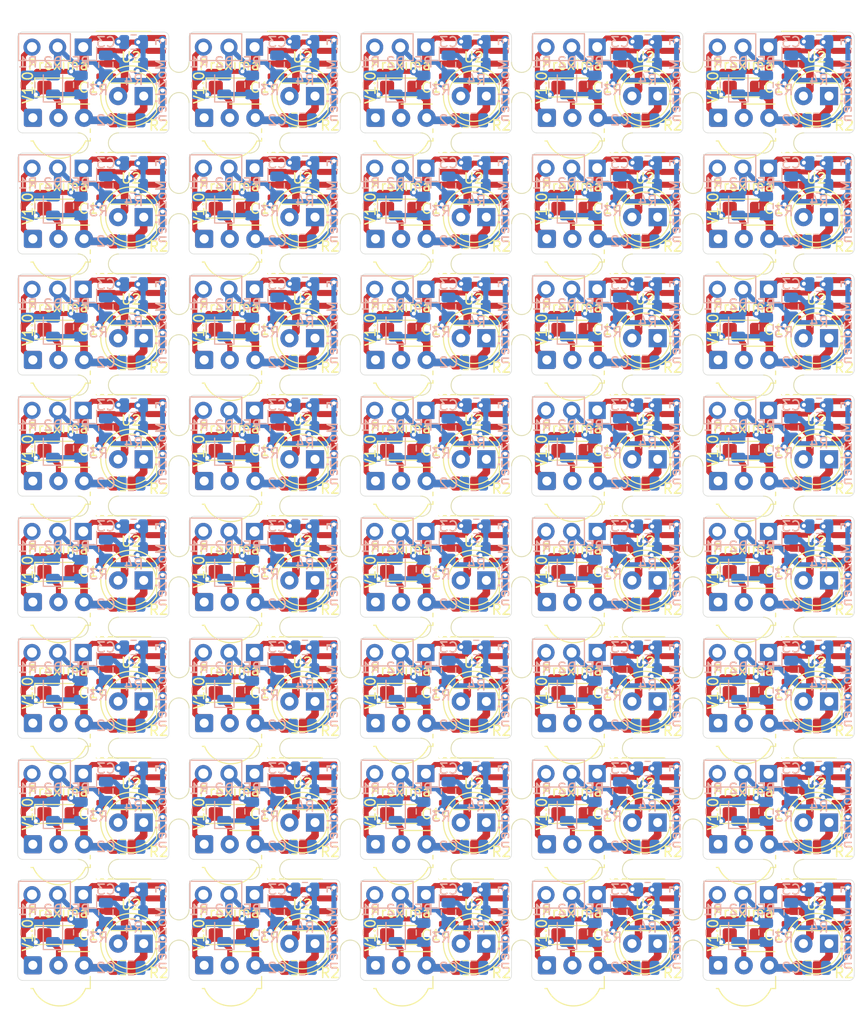
<source format=kicad_pcb>
(kicad_pcb (version 20171130) (host pcbnew "(5.1.6)-1")
  (layers (0 F.Cu signal) (31 B.Cu signal) (34 B.Paste user) (35 F.Paste user) (36 B.SilkS user) (37 F.SilkS user) (38 B.Mask user) (39 F.Mask user) (44 Edge.Cuts user))
  (net 0 "")
  (net 1 GND)
  (net 2 "Net-(C1-Pad1)")
  (net 3 "Net-(C2-Pad1)")
  (net 4 "Net-(C3-Pad1)")
  (net 5 VCC)
  (net 6 "Net-(D1-Pad1)")
  (net 7 "Net-(D2-Pad1)")
  (net 8 OUTPUT_INVERTED)
  (net 9 SQUARE_WAVE_SIGNAL)
  (net 10 "Net-(R3-Pad2)")
  (module Panelization:mouse-bite-2mm-slot (layer F.Cu) (at 208 180)
    (fp_text reference mouse-bite-2mm-slot hide)
    (fp_text value VAL** hide)
    (pad "" np_thru_hole circle (at 0 -0.75) (size 0.5 0.5) (drill 0.5) (layers *.Cu *.Mask))
    (pad "" np_thru_hole circle (at 0 0.75) (size 0.5 0.5) (drill 0.5) (layers *.Cu *.Mask))
    (pad "" np_thru_hole circle (at 0.75 -0.75) (size 0.5 0.5) (drill 0.5) (layers *.Cu *.Mask))
    (pad "" np_thru_hole circle (at -0.75 -0.75) (size 0.5 0.5) (drill 0.5) (layers *.Cu *.Mask))
    (pad "" np_thru_hole circle (at -0.75 0.75) (size 0.5 0.5) (drill 0.5) (layers *.Cu *.Mask))
    (pad "" np_thru_hole circle (at 0.75 0.75) (size 0.5 0.5) (drill 0.5) (layers *.Cu *.Mask))
  )
  (module Panelization:mouse-bite-2mm-slot (layer F.Cu) (at 191 180)
    (fp_text reference mouse-bite-2mm-slot hide)
    (fp_text value VAL** hide)
    (pad "" np_thru_hole circle (at 0 -0.75) (size 0.5 0.5) (drill 0.5) (layers *.Cu *.Mask))
    (pad "" np_thru_hole circle (at 0 0.75) (size 0.5 0.5) (drill 0.5) (layers *.Cu *.Mask))
    (pad "" np_thru_hole circle (at 0.75 -0.75) (size 0.5 0.5) (drill 0.5) (layers *.Cu *.Mask))
    (pad "" np_thru_hole circle (at -0.75 -0.75) (size 0.5 0.5) (drill 0.5) (layers *.Cu *.Mask))
    (pad "" np_thru_hole circle (at -0.75 0.75) (size 0.5 0.5) (drill 0.5) (layers *.Cu *.Mask))
    (pad "" np_thru_hole circle (at 0.75 0.75) (size 0.5 0.5) (drill 0.5) (layers *.Cu *.Mask))
  )
  (module Panelization:mouse-bite-2mm-slot (layer F.Cu) (at 174 180)
    (fp_text reference mouse-bite-2mm-slot hide)
    (fp_text value VAL** hide)
    (pad "" np_thru_hole circle (at 0 -0.75) (size 0.5 0.5) (drill 0.5) (layers *.Cu *.Mask))
    (pad "" np_thru_hole circle (at 0 0.75) (size 0.5 0.5) (drill 0.5) (layers *.Cu *.Mask))
    (pad "" np_thru_hole circle (at 0.75 -0.75) (size 0.5 0.5) (drill 0.5) (layers *.Cu *.Mask))
    (pad "" np_thru_hole circle (at -0.75 -0.75) (size 0.5 0.5) (drill 0.5) (layers *.Cu *.Mask))
    (pad "" np_thru_hole circle (at -0.75 0.75) (size 0.5 0.5) (drill 0.5) (layers *.Cu *.Mask))
    (pad "" np_thru_hole circle (at 0.75 0.75) (size 0.5 0.5) (drill 0.5) (layers *.Cu *.Mask))
  )
  (module Panelization:mouse-bite-2mm-slot (layer F.Cu) (at 157 180)
    (fp_text reference mouse-bite-2mm-slot hide)
    (fp_text value VAL** hide)
    (pad "" np_thru_hole circle (at 0 -0.75) (size 0.5 0.5) (drill 0.5) (layers *.Cu *.Mask))
    (pad "" np_thru_hole circle (at 0 0.75) (size 0.5 0.5) (drill 0.5) (layers *.Cu *.Mask))
    (pad "" np_thru_hole circle (at 0.75 -0.75) (size 0.5 0.5) (drill 0.5) (layers *.Cu *.Mask))
    (pad "" np_thru_hole circle (at -0.75 -0.75) (size 0.5 0.5) (drill 0.5) (layers *.Cu *.Mask))
    (pad "" np_thru_hole circle (at -0.75 0.75) (size 0.5 0.5) (drill 0.5) (layers *.Cu *.Mask))
    (pad "" np_thru_hole circle (at 0.75 0.75) (size 0.5 0.5) (drill 0.5) (layers *.Cu *.Mask))
  )
  (module Panelization:mouse-bite-2mm-slot (layer F.Cu) (at 140 180)
    (fp_text reference mouse-bite-2mm-slot hide)
    (fp_text value VAL** hide)
    (pad "" np_thru_hole circle (at 0 -0.75) (size 0.5 0.5) (drill 0.5) (layers *.Cu *.Mask))
    (pad "" np_thru_hole circle (at 0 0.75) (size 0.5 0.5) (drill 0.5) (layers *.Cu *.Mask))
    (pad "" np_thru_hole circle (at 0.75 -0.75) (size 0.5 0.5) (drill 0.5) (layers *.Cu *.Mask))
    (pad "" np_thru_hole circle (at -0.75 -0.75) (size 0.5 0.5) (drill 0.5) (layers *.Cu *.Mask))
    (pad "" np_thru_hole circle (at -0.75 0.75) (size 0.5 0.5) (drill 0.5) (layers *.Cu *.Mask))
    (pad "" np_thru_hole circle (at 0.75 0.75) (size 0.5 0.5) (drill 0.5) (layers *.Cu *.Mask))
  )
  (module Panelization:mouse-bite-2mm-slot (layer F.Cu) (at 208 168)
    (fp_text reference mouse-bite-2mm-slot hide)
    (fp_text value VAL** hide)
    (pad "" np_thru_hole circle (at 0 -0.75) (size 0.5 0.5) (drill 0.5) (layers *.Cu *.Mask))
    (pad "" np_thru_hole circle (at 0 0.75) (size 0.5 0.5) (drill 0.5) (layers *.Cu *.Mask))
    (pad "" np_thru_hole circle (at 0.75 -0.75) (size 0.5 0.5) (drill 0.5) (layers *.Cu *.Mask))
    (pad "" np_thru_hole circle (at -0.75 -0.75) (size 0.5 0.5) (drill 0.5) (layers *.Cu *.Mask))
    (pad "" np_thru_hole circle (at -0.75 0.75) (size 0.5 0.5) (drill 0.5) (layers *.Cu *.Mask))
    (pad "" np_thru_hole circle (at 0.75 0.75) (size 0.5 0.5) (drill 0.5) (layers *.Cu *.Mask))
  )
  (module Panelization:mouse-bite-2mm-slot (layer F.Cu) (at 191 168)
    (fp_text reference mouse-bite-2mm-slot hide)
    (fp_text value VAL** hide)
    (pad "" np_thru_hole circle (at 0 -0.75) (size 0.5 0.5) (drill 0.5) (layers *.Cu *.Mask))
    (pad "" np_thru_hole circle (at 0 0.75) (size 0.5 0.5) (drill 0.5) (layers *.Cu *.Mask))
    (pad "" np_thru_hole circle (at 0.75 -0.75) (size 0.5 0.5) (drill 0.5) (layers *.Cu *.Mask))
    (pad "" np_thru_hole circle (at -0.75 -0.75) (size 0.5 0.5) (drill 0.5) (layers *.Cu *.Mask))
    (pad "" np_thru_hole circle (at -0.75 0.75) (size 0.5 0.5) (drill 0.5) (layers *.Cu *.Mask))
    (pad "" np_thru_hole circle (at 0.75 0.75) (size 0.5 0.5) (drill 0.5) (layers *.Cu *.Mask))
  )
  (module Panelization:mouse-bite-2mm-slot (layer F.Cu) (at 174 168)
    (fp_text reference mouse-bite-2mm-slot hide)
    (fp_text value VAL** hide)
    (pad "" np_thru_hole circle (at 0 -0.75) (size 0.5 0.5) (drill 0.5) (layers *.Cu *.Mask))
    (pad "" np_thru_hole circle (at 0 0.75) (size 0.5 0.5) (drill 0.5) (layers *.Cu *.Mask))
    (pad "" np_thru_hole circle (at 0.75 -0.75) (size 0.5 0.5) (drill 0.5) (layers *.Cu *.Mask))
    (pad "" np_thru_hole circle (at -0.75 -0.75) (size 0.5 0.5) (drill 0.5) (layers *.Cu *.Mask))
    (pad "" np_thru_hole circle (at -0.75 0.75) (size 0.5 0.5) (drill 0.5) (layers *.Cu *.Mask))
    (pad "" np_thru_hole circle (at 0.75 0.75) (size 0.5 0.5) (drill 0.5) (layers *.Cu *.Mask))
  )
  (module Panelization:mouse-bite-2mm-slot (layer F.Cu) (at 157 168)
    (fp_text reference mouse-bite-2mm-slot hide)
    (fp_text value VAL** hide)
    (pad "" np_thru_hole circle (at 0 -0.75) (size 0.5 0.5) (drill 0.5) (layers *.Cu *.Mask))
    (pad "" np_thru_hole circle (at 0 0.75) (size 0.5 0.5) (drill 0.5) (layers *.Cu *.Mask))
    (pad "" np_thru_hole circle (at 0.75 -0.75) (size 0.5 0.5) (drill 0.5) (layers *.Cu *.Mask))
    (pad "" np_thru_hole circle (at -0.75 -0.75) (size 0.5 0.5) (drill 0.5) (layers *.Cu *.Mask))
    (pad "" np_thru_hole circle (at -0.75 0.75) (size 0.5 0.5) (drill 0.5) (layers *.Cu *.Mask))
    (pad "" np_thru_hole circle (at 0.75 0.75) (size 0.5 0.5) (drill 0.5) (layers *.Cu *.Mask))
  )
  (module Panelization:mouse-bite-2mm-slot (layer F.Cu) (at 140 168)
    (fp_text reference mouse-bite-2mm-slot hide)
    (fp_text value VAL** hide)
    (pad "" np_thru_hole circle (at 0 -0.75) (size 0.5 0.5) (drill 0.5) (layers *.Cu *.Mask))
    (pad "" np_thru_hole circle (at 0 0.75) (size 0.5 0.5) (drill 0.5) (layers *.Cu *.Mask))
    (pad "" np_thru_hole circle (at 0.75 -0.75) (size 0.5 0.5) (drill 0.5) (layers *.Cu *.Mask))
    (pad "" np_thru_hole circle (at -0.75 -0.75) (size 0.5 0.5) (drill 0.5) (layers *.Cu *.Mask))
    (pad "" np_thru_hole circle (at -0.75 0.75) (size 0.5 0.5) (drill 0.5) (layers *.Cu *.Mask))
    (pad "" np_thru_hole circle (at 0.75 0.75) (size 0.5 0.5) (drill 0.5) (layers *.Cu *.Mask))
  )
  (module Panelization:mouse-bite-2mm-slot (layer F.Cu) (at 208 156)
    (fp_text reference mouse-bite-2mm-slot hide)
    (fp_text value VAL** hide)
    (pad "" np_thru_hole circle (at 0 -0.75) (size 0.5 0.5) (drill 0.5) (layers *.Cu *.Mask))
    (pad "" np_thru_hole circle (at 0 0.75) (size 0.5 0.5) (drill 0.5) (layers *.Cu *.Mask))
    (pad "" np_thru_hole circle (at 0.75 -0.75) (size 0.5 0.5) (drill 0.5) (layers *.Cu *.Mask))
    (pad "" np_thru_hole circle (at -0.75 -0.75) (size 0.5 0.5) (drill 0.5) (layers *.Cu *.Mask))
    (pad "" np_thru_hole circle (at -0.75 0.75) (size 0.5 0.5) (drill 0.5) (layers *.Cu *.Mask))
    (pad "" np_thru_hole circle (at 0.75 0.75) (size 0.5 0.5) (drill 0.5) (layers *.Cu *.Mask))
  )
  (module Panelization:mouse-bite-2mm-slot (layer F.Cu) (at 191 156)
    (fp_text reference mouse-bite-2mm-slot hide)
    (fp_text value VAL** hide)
    (pad "" np_thru_hole circle (at 0 -0.75) (size 0.5 0.5) (drill 0.5) (layers *.Cu *.Mask))
    (pad "" np_thru_hole circle (at 0 0.75) (size 0.5 0.5) (drill 0.5) (layers *.Cu *.Mask))
    (pad "" np_thru_hole circle (at 0.75 -0.75) (size 0.5 0.5) (drill 0.5) (layers *.Cu *.Mask))
    (pad "" np_thru_hole circle (at -0.75 -0.75) (size 0.5 0.5) (drill 0.5) (layers *.Cu *.Mask))
    (pad "" np_thru_hole circle (at -0.75 0.75) (size 0.5 0.5) (drill 0.5) (layers *.Cu *.Mask))
    (pad "" np_thru_hole circle (at 0.75 0.75) (size 0.5 0.5) (drill 0.5) (layers *.Cu *.Mask))
  )
  (module Panelization:mouse-bite-2mm-slot (layer F.Cu) (at 174 156)
    (fp_text reference mouse-bite-2mm-slot hide)
    (fp_text value VAL** hide)
    (pad "" np_thru_hole circle (at 0 -0.75) (size 0.5 0.5) (drill 0.5) (layers *.Cu *.Mask))
    (pad "" np_thru_hole circle (at 0 0.75) (size 0.5 0.5) (drill 0.5) (layers *.Cu *.Mask))
    (pad "" np_thru_hole circle (at 0.75 -0.75) (size 0.5 0.5) (drill 0.5) (layers *.Cu *.Mask))
    (pad "" np_thru_hole circle (at -0.75 -0.75) (size 0.5 0.5) (drill 0.5) (layers *.Cu *.Mask))
    (pad "" np_thru_hole circle (at -0.75 0.75) (size 0.5 0.5) (drill 0.5) (layers *.Cu *.Mask))
    (pad "" np_thru_hole circle (at 0.75 0.75) (size 0.5 0.5) (drill 0.5) (layers *.Cu *.Mask))
  )
  (module Panelization:mouse-bite-2mm-slot (layer F.Cu) (at 157 156)
    (fp_text reference mouse-bite-2mm-slot hide)
    (fp_text value VAL** hide)
    (pad "" np_thru_hole circle (at 0 -0.75) (size 0.5 0.5) (drill 0.5) (layers *.Cu *.Mask))
    (pad "" np_thru_hole circle (at 0 0.75) (size 0.5 0.5) (drill 0.5) (layers *.Cu *.Mask))
    (pad "" np_thru_hole circle (at 0.75 -0.75) (size 0.5 0.5) (drill 0.5) (layers *.Cu *.Mask))
    (pad "" np_thru_hole circle (at -0.75 -0.75) (size 0.5 0.5) (drill 0.5) (layers *.Cu *.Mask))
    (pad "" np_thru_hole circle (at -0.75 0.75) (size 0.5 0.5) (drill 0.5) (layers *.Cu *.Mask))
    (pad "" np_thru_hole circle (at 0.75 0.75) (size 0.5 0.5) (drill 0.5) (layers *.Cu *.Mask))
  )
  (module Panelization:mouse-bite-2mm-slot (layer F.Cu) (at 140 156)
    (fp_text reference mouse-bite-2mm-slot hide)
    (fp_text value VAL** hide)
    (pad "" np_thru_hole circle (at 0 -0.75) (size 0.5 0.5) (drill 0.5) (layers *.Cu *.Mask))
    (pad "" np_thru_hole circle (at 0 0.75) (size 0.5 0.5) (drill 0.5) (layers *.Cu *.Mask))
    (pad "" np_thru_hole circle (at 0.75 -0.75) (size 0.5 0.5) (drill 0.5) (layers *.Cu *.Mask))
    (pad "" np_thru_hole circle (at -0.75 -0.75) (size 0.5 0.5) (drill 0.5) (layers *.Cu *.Mask))
    (pad "" np_thru_hole circle (at -0.75 0.75) (size 0.5 0.5) (drill 0.5) (layers *.Cu *.Mask))
    (pad "" np_thru_hole circle (at 0.75 0.75) (size 0.5 0.5) (drill 0.5) (layers *.Cu *.Mask))
  )
  (module Panelization:mouse-bite-2mm-slot (layer F.Cu) (at 208 144)
    (fp_text reference mouse-bite-2mm-slot hide)
    (fp_text value VAL** hide)
    (pad "" np_thru_hole circle (at 0 -0.75) (size 0.5 0.5) (drill 0.5) (layers *.Cu *.Mask))
    (pad "" np_thru_hole circle (at 0 0.75) (size 0.5 0.5) (drill 0.5) (layers *.Cu *.Mask))
    (pad "" np_thru_hole circle (at 0.75 -0.75) (size 0.5 0.5) (drill 0.5) (layers *.Cu *.Mask))
    (pad "" np_thru_hole circle (at -0.75 -0.75) (size 0.5 0.5) (drill 0.5) (layers *.Cu *.Mask))
    (pad "" np_thru_hole circle (at -0.75 0.75) (size 0.5 0.5) (drill 0.5) (layers *.Cu *.Mask))
    (pad "" np_thru_hole circle (at 0.75 0.75) (size 0.5 0.5) (drill 0.5) (layers *.Cu *.Mask))
  )
  (module Panelization:mouse-bite-2mm-slot (layer F.Cu) (at 191 144)
    (fp_text reference mouse-bite-2mm-slot hide)
    (fp_text value VAL** hide)
    (pad "" np_thru_hole circle (at 0 -0.75) (size 0.5 0.5) (drill 0.5) (layers *.Cu *.Mask))
    (pad "" np_thru_hole circle (at 0 0.75) (size 0.5 0.5) (drill 0.5) (layers *.Cu *.Mask))
    (pad "" np_thru_hole circle (at 0.75 -0.75) (size 0.5 0.5) (drill 0.5) (layers *.Cu *.Mask))
    (pad "" np_thru_hole circle (at -0.75 -0.75) (size 0.5 0.5) (drill 0.5) (layers *.Cu *.Mask))
    (pad "" np_thru_hole circle (at -0.75 0.75) (size 0.5 0.5) (drill 0.5) (layers *.Cu *.Mask))
    (pad "" np_thru_hole circle (at 0.75 0.75) (size 0.5 0.5) (drill 0.5) (layers *.Cu *.Mask))
  )
  (module Panelization:mouse-bite-2mm-slot (layer F.Cu) (at 174 144)
    (fp_text reference mouse-bite-2mm-slot hide)
    (fp_text value VAL** hide)
    (pad "" np_thru_hole circle (at 0 -0.75) (size 0.5 0.5) (drill 0.5) (layers *.Cu *.Mask))
    (pad "" np_thru_hole circle (at 0 0.75) (size 0.5 0.5) (drill 0.5) (layers *.Cu *.Mask))
    (pad "" np_thru_hole circle (at 0.75 -0.75) (size 0.5 0.5) (drill 0.5) (layers *.Cu *.Mask))
    (pad "" np_thru_hole circle (at -0.75 -0.75) (size 0.5 0.5) (drill 0.5) (layers *.Cu *.Mask))
    (pad "" np_thru_hole circle (at -0.75 0.75) (size 0.5 0.5) (drill 0.5) (layers *.Cu *.Mask))
    (pad "" np_thru_hole circle (at 0.75 0.75) (size 0.5 0.5) (drill 0.5) (layers *.Cu *.Mask))
  )
  (module Panelization:mouse-bite-2mm-slot (layer F.Cu) (at 157 144)
    (fp_text reference mouse-bite-2mm-slot hide)
    (fp_text value VAL** hide)
    (pad "" np_thru_hole circle (at 0 -0.75) (size 0.5 0.5) (drill 0.5) (layers *.Cu *.Mask))
    (pad "" np_thru_hole circle (at 0 0.75) (size 0.5 0.5) (drill 0.5) (layers *.Cu *.Mask))
    (pad "" np_thru_hole circle (at 0.75 -0.75) (size 0.5 0.5) (drill 0.5) (layers *.Cu *.Mask))
    (pad "" np_thru_hole circle (at -0.75 -0.75) (size 0.5 0.5) (drill 0.5) (layers *.Cu *.Mask))
    (pad "" np_thru_hole circle (at -0.75 0.75) (size 0.5 0.5) (drill 0.5) (layers *.Cu *.Mask))
    (pad "" np_thru_hole circle (at 0.75 0.75) (size 0.5 0.5) (drill 0.5) (layers *.Cu *.Mask))
  )
  (module Panelization:mouse-bite-2mm-slot (layer F.Cu) (at 140 144)
    (fp_text reference mouse-bite-2mm-slot hide)
    (fp_text value VAL** hide)
    (pad "" np_thru_hole circle (at 0 -0.75) (size 0.5 0.5) (drill 0.5) (layers *.Cu *.Mask))
    (pad "" np_thru_hole circle (at 0 0.75) (size 0.5 0.5) (drill 0.5) (layers *.Cu *.Mask))
    (pad "" np_thru_hole circle (at 0.75 -0.75) (size 0.5 0.5) (drill 0.5) (layers *.Cu *.Mask))
    (pad "" np_thru_hole circle (at -0.75 -0.75) (size 0.5 0.5) (drill 0.5) (layers *.Cu *.Mask))
    (pad "" np_thru_hole circle (at -0.75 0.75) (size 0.5 0.5) (drill 0.5) (layers *.Cu *.Mask))
    (pad "" np_thru_hole circle (at 0.75 0.75) (size 0.5 0.5) (drill 0.5) (layers *.Cu *.Mask))
  )
  (module Panelization:mouse-bite-2mm-slot (layer F.Cu) (at 208 132)
    (fp_text reference mouse-bite-2mm-slot hide)
    (fp_text value VAL** hide)
    (pad "" np_thru_hole circle (at 0 -0.75) (size 0.5 0.5) (drill 0.5) (layers *.Cu *.Mask))
    (pad "" np_thru_hole circle (at 0 0.75) (size 0.5 0.5) (drill 0.5) (layers *.Cu *.Mask))
    (pad "" np_thru_hole circle (at 0.75 -0.75) (size 0.5 0.5) (drill 0.5) (layers *.Cu *.Mask))
    (pad "" np_thru_hole circle (at -0.75 -0.75) (size 0.5 0.5) (drill 0.5) (layers *.Cu *.Mask))
    (pad "" np_thru_hole circle (at -0.75 0.75) (size 0.5 0.5) (drill 0.5) (layers *.Cu *.Mask))
    (pad "" np_thru_hole circle (at 0.75 0.75) (size 0.5 0.5) (drill 0.5) (layers *.Cu *.Mask))
  )
  (module Panelization:mouse-bite-2mm-slot (layer F.Cu) (at 191 132)
    (fp_text reference mouse-bite-2mm-slot hide)
    (fp_text value VAL** hide)
    (pad "" np_thru_hole circle (at 0 -0.75) (size 0.5 0.5) (drill 0.5) (layers *.Cu *.Mask))
    (pad "" np_thru_hole circle (at 0 0.75) (size 0.5 0.5) (drill 0.5) (layers *.Cu *.Mask))
    (pad "" np_thru_hole circle (at 0.75 -0.75) (size 0.5 0.5) (drill 0.5) (layers *.Cu *.Mask))
    (pad "" np_thru_hole circle (at -0.75 -0.75) (size 0.5 0.5) (drill 0.5) (layers *.Cu *.Mask))
    (pad "" np_thru_hole circle (at -0.75 0.75) (size 0.5 0.5) (drill 0.5) (layers *.Cu *.Mask))
    (pad "" np_thru_hole circle (at 0.75 0.75) (size 0.5 0.5) (drill 0.5) (layers *.Cu *.Mask))
  )
  (module Panelization:mouse-bite-2mm-slot (layer F.Cu) (at 174 132)
    (fp_text reference mouse-bite-2mm-slot hide)
    (fp_text value VAL** hide)
    (pad "" np_thru_hole circle (at 0 -0.75) (size 0.5 0.5) (drill 0.5) (layers *.Cu *.Mask))
    (pad "" np_thru_hole circle (at 0 0.75) (size 0.5 0.5) (drill 0.5) (layers *.Cu *.Mask))
    (pad "" np_thru_hole circle (at 0.75 -0.75) (size 0.5 0.5) (drill 0.5) (layers *.Cu *.Mask))
    (pad "" np_thru_hole circle (at -0.75 -0.75) (size 0.5 0.5) (drill 0.5) (layers *.Cu *.Mask))
    (pad "" np_thru_hole circle (at -0.75 0.75) (size 0.5 0.5) (drill 0.5) (layers *.Cu *.Mask))
    (pad "" np_thru_hole circle (at 0.75 0.75) (size 0.5 0.5) (drill 0.5) (layers *.Cu *.Mask))
  )
  (module Panelization:mouse-bite-2mm-slot (layer F.Cu) (at 157 132)
    (fp_text reference mouse-bite-2mm-slot hide)
    (fp_text value VAL** hide)
    (pad "" np_thru_hole circle (at 0 -0.75) (size 0.5 0.5) (drill 0.5) (layers *.Cu *.Mask))
    (pad "" np_thru_hole circle (at 0 0.75) (size 0.5 0.5) (drill 0.5) (layers *.Cu *.Mask))
    (pad "" np_thru_hole circle (at 0.75 -0.75) (size 0.5 0.5) (drill 0.5) (layers *.Cu *.Mask))
    (pad "" np_thru_hole circle (at -0.75 -0.75) (size 0.5 0.5) (drill 0.5) (layers *.Cu *.Mask))
    (pad "" np_thru_hole circle (at -0.75 0.75) (size 0.5 0.5) (drill 0.5) (layers *.Cu *.Mask))
    (pad "" np_thru_hole circle (at 0.75 0.75) (size 0.5 0.5) (drill 0.5) (layers *.Cu *.Mask))
  )
  (module Panelization:mouse-bite-2mm-slot (layer F.Cu) (at 140 132)
    (fp_text reference mouse-bite-2mm-slot hide)
    (fp_text value VAL** hide)
    (pad "" np_thru_hole circle (at 0 -0.75) (size 0.5 0.5) (drill 0.5) (layers *.Cu *.Mask))
    (pad "" np_thru_hole circle (at 0 0.75) (size 0.5 0.5) (drill 0.5) (layers *.Cu *.Mask))
    (pad "" np_thru_hole circle (at 0.75 -0.75) (size 0.5 0.5) (drill 0.5) (layers *.Cu *.Mask))
    (pad "" np_thru_hole circle (at -0.75 -0.75) (size 0.5 0.5) (drill 0.5) (layers *.Cu *.Mask))
    (pad "" np_thru_hole circle (at -0.75 0.75) (size 0.5 0.5) (drill 0.5) (layers *.Cu *.Mask))
    (pad "" np_thru_hole circle (at 0.75 0.75) (size 0.5 0.5) (drill 0.5) (layers *.Cu *.Mask))
  )
  (module Panelization:mouse-bite-2mm-slot (layer F.Cu) (at 208 120)
    (fp_text reference mouse-bite-2mm-slot hide)
    (fp_text value VAL** hide)
    (pad "" np_thru_hole circle (at 0 -0.75) (size 0.5 0.5) (drill 0.5) (layers *.Cu *.Mask))
    (pad "" np_thru_hole circle (at 0 0.75) (size 0.5 0.5) (drill 0.5) (layers *.Cu *.Mask))
    (pad "" np_thru_hole circle (at 0.75 -0.75) (size 0.5 0.5) (drill 0.5) (layers *.Cu *.Mask))
    (pad "" np_thru_hole circle (at -0.75 -0.75) (size 0.5 0.5) (drill 0.5) (layers *.Cu *.Mask))
    (pad "" np_thru_hole circle (at -0.75 0.75) (size 0.5 0.5) (drill 0.5) (layers *.Cu *.Mask))
    (pad "" np_thru_hole circle (at 0.75 0.75) (size 0.5 0.5) (drill 0.5) (layers *.Cu *.Mask))
  )
  (module Panelization:mouse-bite-2mm-slot (layer F.Cu) (at 191 120)
    (fp_text reference mouse-bite-2mm-slot hide)
    (fp_text value VAL** hide)
    (pad "" np_thru_hole circle (at 0 -0.75) (size 0.5 0.5) (drill 0.5) (layers *.Cu *.Mask))
    (pad "" np_thru_hole circle (at 0 0.75) (size 0.5 0.5) (drill 0.5) (layers *.Cu *.Mask))
    (pad "" np_thru_hole circle (at 0.75 -0.75) (size 0.5 0.5) (drill 0.5) (layers *.Cu *.Mask))
    (pad "" np_thru_hole circle (at -0.75 -0.75) (size 0.5 0.5) (drill 0.5) (layers *.Cu *.Mask))
    (pad "" np_thru_hole circle (at -0.75 0.75) (size 0.5 0.5) (drill 0.5) (layers *.Cu *.Mask))
    (pad "" np_thru_hole circle (at 0.75 0.75) (size 0.5 0.5) (drill 0.5) (layers *.Cu *.Mask))
  )
  (module Panelization:mouse-bite-2mm-slot (layer F.Cu) (at 174 120)
    (fp_text reference mouse-bite-2mm-slot hide)
    (fp_text value VAL** hide)
    (pad "" np_thru_hole circle (at 0 -0.75) (size 0.5 0.5) (drill 0.5) (layers *.Cu *.Mask))
    (pad "" np_thru_hole circle (at 0 0.75) (size 0.5 0.5) (drill 0.5) (layers *.Cu *.Mask))
    (pad "" np_thru_hole circle (at 0.75 -0.75) (size 0.5 0.5) (drill 0.5) (layers *.Cu *.Mask))
    (pad "" np_thru_hole circle (at -0.75 -0.75) (size 0.5 0.5) (drill 0.5) (layers *.Cu *.Mask))
    (pad "" np_thru_hole circle (at -0.75 0.75) (size 0.5 0.5) (drill 0.5) (layers *.Cu *.Mask))
    (pad "" np_thru_hole circle (at 0.75 0.75) (size 0.5 0.5) (drill 0.5) (layers *.Cu *.Mask))
  )
  (module Panelization:mouse-bite-2mm-slot (layer F.Cu) (at 157 120)
    (fp_text reference mouse-bite-2mm-slot hide)
    (fp_text value VAL** hide)
    (pad "" np_thru_hole circle (at 0 -0.75) (size 0.5 0.5) (drill 0.5) (layers *.Cu *.Mask))
    (pad "" np_thru_hole circle (at 0 0.75) (size 0.5 0.5) (drill 0.5) (layers *.Cu *.Mask))
    (pad "" np_thru_hole circle (at 0.75 -0.75) (size 0.5 0.5) (drill 0.5) (layers *.Cu *.Mask))
    (pad "" np_thru_hole circle (at -0.75 -0.75) (size 0.5 0.5) (drill 0.5) (layers *.Cu *.Mask))
    (pad "" np_thru_hole circle (at -0.75 0.75) (size 0.5 0.5) (drill 0.5) (layers *.Cu *.Mask))
    (pad "" np_thru_hole circle (at 0.75 0.75) (size 0.5 0.5) (drill 0.5) (layers *.Cu *.Mask))
  )
  (module Panelization:mouse-bite-2mm-slot (layer F.Cu) (at 140 120)
    (fp_text reference mouse-bite-2mm-slot hide)
    (fp_text value VAL** hide)
    (pad "" np_thru_hole circle (at 0 -0.75) (size 0.5 0.5) (drill 0.5) (layers *.Cu *.Mask))
    (pad "" np_thru_hole circle (at 0 0.75) (size 0.5 0.5) (drill 0.5) (layers *.Cu *.Mask))
    (pad "" np_thru_hole circle (at 0.75 -0.75) (size 0.5 0.5) (drill 0.5) (layers *.Cu *.Mask))
    (pad "" np_thru_hole circle (at -0.75 -0.75) (size 0.5 0.5) (drill 0.5) (layers *.Cu *.Mask))
    (pad "" np_thru_hole circle (at -0.75 0.75) (size 0.5 0.5) (drill 0.5) (layers *.Cu *.Mask))
    (pad "" np_thru_hole circle (at 0.75 0.75) (size 0.5 0.5) (drill 0.5) (layers *.Cu *.Mask))
  )
  (module Panelization:mouse-bite-2mm-slot (layer F.Cu) (at 208 108)
    (fp_text reference mouse-bite-2mm-slot hide)
    (fp_text value VAL** hide)
    (pad "" np_thru_hole circle (at 0 -0.75) (size 0.5 0.5) (drill 0.5) (layers *.Cu *.Mask))
    (pad "" np_thru_hole circle (at 0 0.75) (size 0.5 0.5) (drill 0.5) (layers *.Cu *.Mask))
    (pad "" np_thru_hole circle (at 0.75 -0.75) (size 0.5 0.5) (drill 0.5) (layers *.Cu *.Mask))
    (pad "" np_thru_hole circle (at -0.75 -0.75) (size 0.5 0.5) (drill 0.5) (layers *.Cu *.Mask))
    (pad "" np_thru_hole circle (at -0.75 0.75) (size 0.5 0.5) (drill 0.5) (layers *.Cu *.Mask))
    (pad "" np_thru_hole circle (at 0.75 0.75) (size 0.5 0.5) (drill 0.5) (layers *.Cu *.Mask))
  )
  (module Panelization:mouse-bite-2mm-slot (layer F.Cu) (at 191 108)
    (fp_text reference mouse-bite-2mm-slot hide)
    (fp_text value VAL** hide)
    (pad "" np_thru_hole circle (at 0 -0.75) (size 0.5 0.5) (drill 0.5) (layers *.Cu *.Mask))
    (pad "" np_thru_hole circle (at 0 0.75) (size 0.5 0.5) (drill 0.5) (layers *.Cu *.Mask))
    (pad "" np_thru_hole circle (at 0.75 -0.75) (size 0.5 0.5) (drill 0.5) (layers *.Cu *.Mask))
    (pad "" np_thru_hole circle (at -0.75 -0.75) (size 0.5 0.5) (drill 0.5) (layers *.Cu *.Mask))
    (pad "" np_thru_hole circle (at -0.75 0.75) (size 0.5 0.5) (drill 0.5) (layers *.Cu *.Mask))
    (pad "" np_thru_hole circle (at 0.75 0.75) (size 0.5 0.5) (drill 0.5) (layers *.Cu *.Mask))
  )
  (module Panelization:mouse-bite-2mm-slot (layer F.Cu) (at 174 108)
    (fp_text reference mouse-bite-2mm-slot hide)
    (fp_text value VAL** hide)
    (pad "" np_thru_hole circle (at 0 -0.75) (size 0.5 0.5) (drill 0.5) (layers *.Cu *.Mask))
    (pad "" np_thru_hole circle (at 0 0.75) (size 0.5 0.5) (drill 0.5) (layers *.Cu *.Mask))
    (pad "" np_thru_hole circle (at 0.75 -0.75) (size 0.5 0.5) (drill 0.5) (layers *.Cu *.Mask))
    (pad "" np_thru_hole circle (at -0.75 -0.75) (size 0.5 0.5) (drill 0.5) (layers *.Cu *.Mask))
    (pad "" np_thru_hole circle (at -0.75 0.75) (size 0.5 0.5) (drill 0.5) (layers *.Cu *.Mask))
    (pad "" np_thru_hole circle (at 0.75 0.75) (size 0.5 0.5) (drill 0.5) (layers *.Cu *.Mask))
  )
  (module Panelization:mouse-bite-2mm-slot (layer F.Cu) (at 157 108)
    (fp_text reference mouse-bite-2mm-slot hide)
    (fp_text value VAL** hide)
    (pad "" np_thru_hole circle (at 0 -0.75) (size 0.5 0.5) (drill 0.5) (layers *.Cu *.Mask))
    (pad "" np_thru_hole circle (at 0 0.75) (size 0.5 0.5) (drill 0.5) (layers *.Cu *.Mask))
    (pad "" np_thru_hole circle (at 0.75 -0.75) (size 0.5 0.5) (drill 0.5) (layers *.Cu *.Mask))
    (pad "" np_thru_hole circle (at -0.75 -0.75) (size 0.5 0.5) (drill 0.5) (layers *.Cu *.Mask))
    (pad "" np_thru_hole circle (at -0.75 0.75) (size 0.5 0.5) (drill 0.5) (layers *.Cu *.Mask))
    (pad "" np_thru_hole circle (at 0.75 0.75) (size 0.5 0.5) (drill 0.5) (layers *.Cu *.Mask))
  )
  (module Panelization:mouse-bite-2mm-slot (layer F.Cu) (at 140 108)
    (fp_text reference mouse-bite-2mm-slot hide)
    (fp_text value VAL** hide)
    (pad "" np_thru_hole circle (at 0 -0.75) (size 0.5 0.5) (drill 0.5) (layers *.Cu *.Mask))
    (pad "" np_thru_hole circle (at 0 0.75) (size 0.5 0.5) (drill 0.5) (layers *.Cu *.Mask))
    (pad "" np_thru_hole circle (at 0.75 -0.75) (size 0.5 0.5) (drill 0.5) (layers *.Cu *.Mask))
    (pad "" np_thru_hole circle (at -0.75 -0.75) (size 0.5 0.5) (drill 0.5) (layers *.Cu *.Mask))
    (pad "" np_thru_hole circle (at -0.75 0.75) (size 0.5 0.5) (drill 0.5) (layers *.Cu *.Mask))
    (pad "" np_thru_hole circle (at 0.75 0.75) (size 0.5 0.5) (drill 0.5) (layers *.Cu *.Mask))
  )
  (module Panelization:mouse-bite-2mm-slot (layer F.Cu) (at 199 186 270)
    (fp_text reference mouse-bite-2mm-slot hide)
    (fp_text value VAL** hide)
    (pad "" np_thru_hole circle (at 0 -0.75 270) (size 0.5 0.5) (drill 0.5) (layers *.Cu *.Mask))
    (pad "" np_thru_hole circle (at 0 0.75 270) (size 0.5 0.5) (drill 0.5) (layers *.Cu *.Mask))
    (pad "" np_thru_hole circle (at 0.75 -0.75 270) (size 0.5 0.5) (drill 0.5) (layers *.Cu *.Mask))
    (pad "" np_thru_hole circle (at -0.75 -0.75 270) (size 0.5 0.5) (drill 0.5) (layers *.Cu *.Mask))
    (pad "" np_thru_hole circle (at -0.75 0.75 270) (size 0.5 0.5) (drill 0.5) (layers *.Cu *.Mask))
    (pad "" np_thru_hole circle (at 0.75 0.75 270) (size 0.5 0.5) (drill 0.5) (layers *.Cu *.Mask))
  )
  (module Panelization:mouse-bite-2mm-slot (layer F.Cu) (at 182 186 270)
    (fp_text reference mouse-bite-2mm-slot hide)
    (fp_text value VAL** hide)
    (pad "" np_thru_hole circle (at 0 -0.75 270) (size 0.5 0.5) (drill 0.5) (layers *.Cu *.Mask))
    (pad "" np_thru_hole circle (at 0 0.75 270) (size 0.5 0.5) (drill 0.5) (layers *.Cu *.Mask))
    (pad "" np_thru_hole circle (at 0.75 -0.75 270) (size 0.5 0.5) (drill 0.5) (layers *.Cu *.Mask))
    (pad "" np_thru_hole circle (at -0.75 -0.75 270) (size 0.5 0.5) (drill 0.5) (layers *.Cu *.Mask))
    (pad "" np_thru_hole circle (at -0.75 0.75 270) (size 0.5 0.5) (drill 0.5) (layers *.Cu *.Mask))
    (pad "" np_thru_hole circle (at 0.75 0.75 270) (size 0.5 0.5) (drill 0.5) (layers *.Cu *.Mask))
  )
  (module Panelization:mouse-bite-2mm-slot (layer F.Cu) (at 165 186 270)
    (fp_text reference mouse-bite-2mm-slot hide)
    (fp_text value VAL** hide)
    (pad "" np_thru_hole circle (at 0 -0.75 270) (size 0.5 0.5) (drill 0.5) (layers *.Cu *.Mask))
    (pad "" np_thru_hole circle (at 0 0.75 270) (size 0.5 0.5) (drill 0.5) (layers *.Cu *.Mask))
    (pad "" np_thru_hole circle (at 0.75 -0.75 270) (size 0.5 0.5) (drill 0.5) (layers *.Cu *.Mask))
    (pad "" np_thru_hole circle (at -0.75 -0.75 270) (size 0.5 0.5) (drill 0.5) (layers *.Cu *.Mask))
    (pad "" np_thru_hole circle (at -0.75 0.75 270) (size 0.5 0.5) (drill 0.5) (layers *.Cu *.Mask))
    (pad "" np_thru_hole circle (at 0.75 0.75 270) (size 0.5 0.5) (drill 0.5) (layers *.Cu *.Mask))
  )
  (module Panelization:mouse-bite-2mm-slot (layer F.Cu) (at 148 186 270)
    (fp_text reference mouse-bite-2mm-slot hide)
    (fp_text value VAL** hide)
    (pad "" np_thru_hole circle (at 0 -0.75 270) (size 0.5 0.5) (drill 0.5) (layers *.Cu *.Mask))
    (pad "" np_thru_hole circle (at 0 0.75 270) (size 0.5 0.5) (drill 0.5) (layers *.Cu *.Mask))
    (pad "" np_thru_hole circle (at 0.75 -0.75 270) (size 0.5 0.5) (drill 0.5) (layers *.Cu *.Mask))
    (pad "" np_thru_hole circle (at -0.75 -0.75 270) (size 0.5 0.5) (drill 0.5) (layers *.Cu *.Mask))
    (pad "" np_thru_hole circle (at -0.75 0.75 270) (size 0.5 0.5) (drill 0.5) (layers *.Cu *.Mask))
    (pad "" np_thru_hole circle (at 0.75 0.75 270) (size 0.5 0.5) (drill 0.5) (layers *.Cu *.Mask))
  )
  (module Panelization:mouse-bite-2mm-slot (layer F.Cu) (at 199 174 270)
    (fp_text reference mouse-bite-2mm-slot hide)
    (fp_text value VAL** hide)
    (pad "" np_thru_hole circle (at 0 -0.75 270) (size 0.5 0.5) (drill 0.5) (layers *.Cu *.Mask))
    (pad "" np_thru_hole circle (at 0 0.75 270) (size 0.5 0.5) (drill 0.5) (layers *.Cu *.Mask))
    (pad "" np_thru_hole circle (at 0.75 -0.75 270) (size 0.5 0.5) (drill 0.5) (layers *.Cu *.Mask))
    (pad "" np_thru_hole circle (at -0.75 -0.75 270) (size 0.5 0.5) (drill 0.5) (layers *.Cu *.Mask))
    (pad "" np_thru_hole circle (at -0.75 0.75 270) (size 0.5 0.5) (drill 0.5) (layers *.Cu *.Mask))
    (pad "" np_thru_hole circle (at 0.75 0.75 270) (size 0.5 0.5) (drill 0.5) (layers *.Cu *.Mask))
  )
  (module Panelization:mouse-bite-2mm-slot (layer F.Cu) (at 182 174 270)
    (fp_text reference mouse-bite-2mm-slot hide)
    (fp_text value VAL** hide)
    (pad "" np_thru_hole circle (at 0 -0.75 270) (size 0.5 0.5) (drill 0.5) (layers *.Cu *.Mask))
    (pad "" np_thru_hole circle (at 0 0.75 270) (size 0.5 0.5) (drill 0.5) (layers *.Cu *.Mask))
    (pad "" np_thru_hole circle (at 0.75 -0.75 270) (size 0.5 0.5) (drill 0.5) (layers *.Cu *.Mask))
    (pad "" np_thru_hole circle (at -0.75 -0.75 270) (size 0.5 0.5) (drill 0.5) (layers *.Cu *.Mask))
    (pad "" np_thru_hole circle (at -0.75 0.75 270) (size 0.5 0.5) (drill 0.5) (layers *.Cu *.Mask))
    (pad "" np_thru_hole circle (at 0.75 0.75 270) (size 0.5 0.5) (drill 0.5) (layers *.Cu *.Mask))
  )
  (module Panelization:mouse-bite-2mm-slot (layer F.Cu) (at 165 174 270)
    (fp_text reference mouse-bite-2mm-slot hide)
    (fp_text value VAL** hide)
    (pad "" np_thru_hole circle (at 0 -0.75 270) (size 0.5 0.5) (drill 0.5) (layers *.Cu *.Mask))
    (pad "" np_thru_hole circle (at 0 0.75 270) (size 0.5 0.5) (drill 0.5) (layers *.Cu *.Mask))
    (pad "" np_thru_hole circle (at 0.75 -0.75 270) (size 0.5 0.5) (drill 0.5) (layers *.Cu *.Mask))
    (pad "" np_thru_hole circle (at -0.75 -0.75 270) (size 0.5 0.5) (drill 0.5) (layers *.Cu *.Mask))
    (pad "" np_thru_hole circle (at -0.75 0.75 270) (size 0.5 0.5) (drill 0.5) (layers *.Cu *.Mask))
    (pad "" np_thru_hole circle (at 0.75 0.75 270) (size 0.5 0.5) (drill 0.5) (layers *.Cu *.Mask))
  )
  (module Panelization:mouse-bite-2mm-slot (layer F.Cu) (at 148 174 270)
    (fp_text reference mouse-bite-2mm-slot hide)
    (fp_text value VAL** hide)
    (pad "" np_thru_hole circle (at 0 -0.75 270) (size 0.5 0.5) (drill 0.5) (layers *.Cu *.Mask))
    (pad "" np_thru_hole circle (at 0 0.75 270) (size 0.5 0.5) (drill 0.5) (layers *.Cu *.Mask))
    (pad "" np_thru_hole circle (at 0.75 -0.75 270) (size 0.5 0.5) (drill 0.5) (layers *.Cu *.Mask))
    (pad "" np_thru_hole circle (at -0.75 -0.75 270) (size 0.5 0.5) (drill 0.5) (layers *.Cu *.Mask))
    (pad "" np_thru_hole circle (at -0.75 0.75 270) (size 0.5 0.5) (drill 0.5) (layers *.Cu *.Mask))
    (pad "" np_thru_hole circle (at 0.75 0.75 270) (size 0.5 0.5) (drill 0.5) (layers *.Cu *.Mask))
  )
  (module Panelization:mouse-bite-2mm-slot (layer F.Cu) (at 199 162 270)
    (fp_text reference mouse-bite-2mm-slot hide)
    (fp_text value VAL** hide)
    (pad "" np_thru_hole circle (at 0 -0.75 270) (size 0.5 0.5) (drill 0.5) (layers *.Cu *.Mask))
    (pad "" np_thru_hole circle (at 0 0.75 270) (size 0.5 0.5) (drill 0.5) (layers *.Cu *.Mask))
    (pad "" np_thru_hole circle (at 0.75 -0.75 270) (size 0.5 0.5) (drill 0.5) (layers *.Cu *.Mask))
    (pad "" np_thru_hole circle (at -0.75 -0.75 270) (size 0.5 0.5) (drill 0.5) (layers *.Cu *.Mask))
    (pad "" np_thru_hole circle (at -0.75 0.75 270) (size 0.5 0.5) (drill 0.5) (layers *.Cu *.Mask))
    (pad "" np_thru_hole circle (at 0.75 0.75 270) (size 0.5 0.5) (drill 0.5) (layers *.Cu *.Mask))
  )
  (module Panelization:mouse-bite-2mm-slot (layer F.Cu) (at 182 162 270)
    (fp_text reference mouse-bite-2mm-slot hide)
    (fp_text value VAL** hide)
    (pad "" np_thru_hole circle (at 0 -0.75 270) (size 0.5 0.5) (drill 0.5) (layers *.Cu *.Mask))
    (pad "" np_thru_hole circle (at 0 0.75 270) (size 0.5 0.5) (drill 0.5) (layers *.Cu *.Mask))
    (pad "" np_thru_hole circle (at 0.75 -0.75 270) (size 0.5 0.5) (drill 0.5) (layers *.Cu *.Mask))
    (pad "" np_thru_hole circle (at -0.75 -0.75 270) (size 0.5 0.5) (drill 0.5) (layers *.Cu *.Mask))
    (pad "" np_thru_hole circle (at -0.75 0.75 270) (size 0.5 0.5) (drill 0.5) (layers *.Cu *.Mask))
    (pad "" np_thru_hole circle (at 0.75 0.75 270) (size 0.5 0.5) (drill 0.5) (layers *.Cu *.Mask))
  )
  (module Panelization:mouse-bite-2mm-slot (layer F.Cu) (at 165 162 270)
    (fp_text reference mouse-bite-2mm-slot hide)
    (fp_text value VAL** hide)
    (pad "" np_thru_hole circle (at 0 -0.75 270) (size 0.5 0.5) (drill 0.5) (layers *.Cu *.Mask))
    (pad "" np_thru_hole circle (at 0 0.75 270) (size 0.5 0.5) (drill 0.5) (layers *.Cu *.Mask))
    (pad "" np_thru_hole circle (at 0.75 -0.75 270) (size 0.5 0.5) (drill 0.5) (layers *.Cu *.Mask))
    (pad "" np_thru_hole circle (at -0.75 -0.75 270) (size 0.5 0.5) (drill 0.5) (layers *.Cu *.Mask))
    (pad "" np_thru_hole circle (at -0.75 0.75 270) (size 0.5 0.5) (drill 0.5) (layers *.Cu *.Mask))
    (pad "" np_thru_hole circle (at 0.75 0.75 270) (size 0.5 0.5) (drill 0.5) (layers *.Cu *.Mask))
  )
  (module Panelization:mouse-bite-2mm-slot (layer F.Cu) (at 148 162 270)
    (fp_text reference mouse-bite-2mm-slot hide)
    (fp_text value VAL** hide)
    (pad "" np_thru_hole circle (at 0 -0.75 270) (size 0.5 0.5) (drill 0.5) (layers *.Cu *.Mask))
    (pad "" np_thru_hole circle (at 0 0.75 270) (size 0.5 0.5) (drill 0.5) (layers *.Cu *.Mask))
    (pad "" np_thru_hole circle (at 0.75 -0.75 270) (size 0.5 0.5) (drill 0.5) (layers *.Cu *.Mask))
    (pad "" np_thru_hole circle (at -0.75 -0.75 270) (size 0.5 0.5) (drill 0.5) (layers *.Cu *.Mask))
    (pad "" np_thru_hole circle (at -0.75 0.75 270) (size 0.5 0.5) (drill 0.5) (layers *.Cu *.Mask))
    (pad "" np_thru_hole circle (at 0.75 0.75 270) (size 0.5 0.5) (drill 0.5) (layers *.Cu *.Mask))
  )
  (module Panelization:mouse-bite-2mm-slot (layer F.Cu) (at 199 150 270)
    (fp_text reference mouse-bite-2mm-slot hide)
    (fp_text value VAL** hide)
    (pad "" np_thru_hole circle (at 0 -0.75 270) (size 0.5 0.5) (drill 0.5) (layers *.Cu *.Mask))
    (pad "" np_thru_hole circle (at 0 0.75 270) (size 0.5 0.5) (drill 0.5) (layers *.Cu *.Mask))
    (pad "" np_thru_hole circle (at 0.75 -0.75 270) (size 0.5 0.5) (drill 0.5) (layers *.Cu *.Mask))
    (pad "" np_thru_hole circle (at -0.75 -0.75 270) (size 0.5 0.5) (drill 0.5) (layers *.Cu *.Mask))
    (pad "" np_thru_hole circle (at -0.75 0.75 270) (size 0.5 0.5) (drill 0.5) (layers *.Cu *.Mask))
    (pad "" np_thru_hole circle (at 0.75 0.75 270) (size 0.5 0.5) (drill 0.5) (layers *.Cu *.Mask))
  )
  (module Panelization:mouse-bite-2mm-slot (layer F.Cu) (at 182 150 270)
    (fp_text reference mouse-bite-2mm-slot hide)
    (fp_text value VAL** hide)
    (pad "" np_thru_hole circle (at 0 -0.75 270) (size 0.5 0.5) (drill 0.5) (layers *.Cu *.Mask))
    (pad "" np_thru_hole circle (at 0 0.75 270) (size 0.5 0.5) (drill 0.5) (layers *.Cu *.Mask))
    (pad "" np_thru_hole circle (at 0.75 -0.75 270) (size 0.5 0.5) (drill 0.5) (layers *.Cu *.Mask))
    (pad "" np_thru_hole circle (at -0.75 -0.75 270) (size 0.5 0.5) (drill 0.5) (layers *.Cu *.Mask))
    (pad "" np_thru_hole circle (at -0.75 0.75 270) (size 0.5 0.5) (drill 0.5) (layers *.Cu *.Mask))
    (pad "" np_thru_hole circle (at 0.75 0.75 270) (size 0.5 0.5) (drill 0.5) (layers *.Cu *.Mask))
  )
  (module Panelization:mouse-bite-2mm-slot (layer F.Cu) (at 165 150 270)
    (fp_text reference mouse-bite-2mm-slot hide)
    (fp_text value VAL** hide)
    (pad "" np_thru_hole circle (at 0 -0.75 270) (size 0.5 0.5) (drill 0.5) (layers *.Cu *.Mask))
    (pad "" np_thru_hole circle (at 0 0.75 270) (size 0.5 0.5) (drill 0.5) (layers *.Cu *.Mask))
    (pad "" np_thru_hole circle (at 0.75 -0.75 270) (size 0.5 0.5) (drill 0.5) (layers *.Cu *.Mask))
    (pad "" np_thru_hole circle (at -0.75 -0.75 270) (size 0.5 0.5) (drill 0.5) (layers *.Cu *.Mask))
    (pad "" np_thru_hole circle (at -0.75 0.75 270) (size 0.5 0.5) (drill 0.5) (layers *.Cu *.Mask))
    (pad "" np_thru_hole circle (at 0.75 0.75 270) (size 0.5 0.5) (drill 0.5) (layers *.Cu *.Mask))
  )
  (module Panelization:mouse-bite-2mm-slot (layer F.Cu) (at 148 150 270)
    (fp_text reference mouse-bite-2mm-slot hide)
    (fp_text value VAL** hide)
    (pad "" np_thru_hole circle (at 0 -0.75 270) (size 0.5 0.5) (drill 0.5) (layers *.Cu *.Mask))
    (pad "" np_thru_hole circle (at 0 0.75 270) (size 0.5 0.5) (drill 0.5) (layers *.Cu *.Mask))
    (pad "" np_thru_hole circle (at 0.75 -0.75 270) (size 0.5 0.5) (drill 0.5) (layers *.Cu *.Mask))
    (pad "" np_thru_hole circle (at -0.75 -0.75 270) (size 0.5 0.5) (drill 0.5) (layers *.Cu *.Mask))
    (pad "" np_thru_hole circle (at -0.75 0.75 270) (size 0.5 0.5) (drill 0.5) (layers *.Cu *.Mask))
    (pad "" np_thru_hole circle (at 0.75 0.75 270) (size 0.5 0.5) (drill 0.5) (layers *.Cu *.Mask))
  )
  (module Panelization:mouse-bite-2mm-slot (layer F.Cu) (at 199 138 270)
    (fp_text reference mouse-bite-2mm-slot hide)
    (fp_text value VAL** hide)
    (pad "" np_thru_hole circle (at 0 -0.75 270) (size 0.5 0.5) (drill 0.5) (layers *.Cu *.Mask))
    (pad "" np_thru_hole circle (at 0 0.75 270) (size 0.5 0.5) (drill 0.5) (layers *.Cu *.Mask))
    (pad "" np_thru_hole circle (at 0.75 -0.75 270) (size 0.5 0.5) (drill 0.5) (layers *.Cu *.Mask))
    (pad "" np_thru_hole circle (at -0.75 -0.75 270) (size 0.5 0.5) (drill 0.5) (layers *.Cu *.Mask))
    (pad "" np_thru_hole circle (at -0.75 0.75 270) (size 0.5 0.5) (drill 0.5) (layers *.Cu *.Mask))
    (pad "" np_thru_hole circle (at 0.75 0.75 270) (size 0.5 0.5) (drill 0.5) (layers *.Cu *.Mask))
  )
  (module Panelization:mouse-bite-2mm-slot (layer F.Cu) (at 182 138 270)
    (fp_text reference mouse-bite-2mm-slot hide)
    (fp_text value VAL** hide)
    (pad "" np_thru_hole circle (at 0 -0.75 270) (size 0.5 0.5) (drill 0.5) (layers *.Cu *.Mask))
    (pad "" np_thru_hole circle (at 0 0.75 270) (size 0.5 0.5) (drill 0.5) (layers *.Cu *.Mask))
    (pad "" np_thru_hole circle (at 0.75 -0.75 270) (size 0.5 0.5) (drill 0.5) (layers *.Cu *.Mask))
    (pad "" np_thru_hole circle (at -0.75 -0.75 270) (size 0.5 0.5) (drill 0.5) (layers *.Cu *.Mask))
    (pad "" np_thru_hole circle (at -0.75 0.75 270) (size 0.5 0.5) (drill 0.5) (layers *.Cu *.Mask))
    (pad "" np_thru_hole circle (at 0.75 0.75 270) (size 0.5 0.5) (drill 0.5) (layers *.Cu *.Mask))
  )
  (module Panelization:mouse-bite-2mm-slot (layer F.Cu) (at 165 138 270)
    (fp_text reference mouse-bite-2mm-slot hide)
    (fp_text value VAL** hide)
    (pad "" np_thru_hole circle (at 0 -0.75 270) (size 0.5 0.5) (drill 0.5) (layers *.Cu *.Mask))
    (pad "" np_thru_hole circle (at 0 0.75 270) (size 0.5 0.5) (drill 0.5) (layers *.Cu *.Mask))
    (pad "" np_thru_hole circle (at 0.75 -0.75 270) (size 0.5 0.5) (drill 0.5) (layers *.Cu *.Mask))
    (pad "" np_thru_hole circle (at -0.75 -0.75 270) (size 0.5 0.5) (drill 0.5) (layers *.Cu *.Mask))
    (pad "" np_thru_hole circle (at -0.75 0.75 270) (size 0.5 0.5) (drill 0.5) (layers *.Cu *.Mask))
    (pad "" np_thru_hole circle (at 0.75 0.75 270) (size 0.5 0.5) (drill 0.5) (layers *.Cu *.Mask))
  )
  (module Panelization:mouse-bite-2mm-slot (layer F.Cu) (at 148 138 270)
    (fp_text reference mouse-bite-2mm-slot hide)
    (fp_text value VAL** hide)
    (pad "" np_thru_hole circle (at 0 -0.75 270) (size 0.5 0.5) (drill 0.5) (layers *.Cu *.Mask))
    (pad "" np_thru_hole circle (at 0 0.75 270) (size 0.5 0.5) (drill 0.5) (layers *.Cu *.Mask))
    (pad "" np_thru_hole circle (at 0.75 -0.75 270) (size 0.5 0.5) (drill 0.5) (layers *.Cu *.Mask))
    (pad "" np_thru_hole circle (at -0.75 -0.75 270) (size 0.5 0.5) (drill 0.5) (layers *.Cu *.Mask))
    (pad "" np_thru_hole circle (at -0.75 0.75 270) (size 0.5 0.5) (drill 0.5) (layers *.Cu *.Mask))
    (pad "" np_thru_hole circle (at 0.75 0.75 270) (size 0.5 0.5) (drill 0.5) (layers *.Cu *.Mask))
  )
  (module Panelization:mouse-bite-2mm-slot (layer F.Cu) (at 199 126 270)
    (fp_text reference mouse-bite-2mm-slot hide)
    (fp_text value VAL** hide)
    (pad "" np_thru_hole circle (at 0 -0.75 270) (size 0.5 0.5) (drill 0.5) (layers *.Cu *.Mask))
    (pad "" np_thru_hole circle (at 0 0.75 270) (size 0.5 0.5) (drill 0.5) (layers *.Cu *.Mask))
    (pad "" np_thru_hole circle (at 0.75 -0.75 270) (size 0.5 0.5) (drill 0.5) (layers *.Cu *.Mask))
    (pad "" np_thru_hole circle (at -0.75 -0.75 270) (size 0.5 0.5) (drill 0.5) (layers *.Cu *.Mask))
    (pad "" np_thru_hole circle (at -0.75 0.75 270) (size 0.5 0.5) (drill 0.5) (layers *.Cu *.Mask))
    (pad "" np_thru_hole circle (at 0.75 0.75 270) (size 0.5 0.5) (drill 0.5) (layers *.Cu *.Mask))
  )
  (module Panelization:mouse-bite-2mm-slot (layer F.Cu) (at 182 126 270)
    (fp_text reference mouse-bite-2mm-slot hide)
    (fp_text value VAL** hide)
    (pad "" np_thru_hole circle (at 0 -0.75 270) (size 0.5 0.5) (drill 0.5) (layers *.Cu *.Mask))
    (pad "" np_thru_hole circle (at 0 0.75 270) (size 0.5 0.5) (drill 0.5) (layers *.Cu *.Mask))
    (pad "" np_thru_hole circle (at 0.75 -0.75 270) (size 0.5 0.5) (drill 0.5) (layers *.Cu *.Mask))
    (pad "" np_thru_hole circle (at -0.75 -0.75 270) (size 0.5 0.5) (drill 0.5) (layers *.Cu *.Mask))
    (pad "" np_thru_hole circle (at -0.75 0.75 270) (size 0.5 0.5) (drill 0.5) (layers *.Cu *.Mask))
    (pad "" np_thru_hole circle (at 0.75 0.75 270) (size 0.5 0.5) (drill 0.5) (layers *.Cu *.Mask))
  )
  (module Panelization:mouse-bite-2mm-slot (layer F.Cu) (at 165 126 270)
    (fp_text reference mouse-bite-2mm-slot hide)
    (fp_text value VAL** hide)
    (pad "" np_thru_hole circle (at 0 -0.75 270) (size 0.5 0.5) (drill 0.5) (layers *.Cu *.Mask))
    (pad "" np_thru_hole circle (at 0 0.75 270) (size 0.5 0.5) (drill 0.5) (layers *.Cu *.Mask))
    (pad "" np_thru_hole circle (at 0.75 -0.75 270) (size 0.5 0.5) (drill 0.5) (layers *.Cu *.Mask))
    (pad "" np_thru_hole circle (at -0.75 -0.75 270) (size 0.5 0.5) (drill 0.5) (layers *.Cu *.Mask))
    (pad "" np_thru_hole circle (at -0.75 0.75 270) (size 0.5 0.5) (drill 0.5) (layers *.Cu *.Mask))
    (pad "" np_thru_hole circle (at 0.75 0.75 270) (size 0.5 0.5) (drill 0.5) (layers *.Cu *.Mask))
  )
  (module Panelization:mouse-bite-2mm-slot (layer F.Cu) (at 148 126 270)
    (fp_text reference mouse-bite-2mm-slot hide)
    (fp_text value VAL** hide)
    (pad "" np_thru_hole circle (at 0 -0.75 270) (size 0.5 0.5) (drill 0.5) (layers *.Cu *.Mask))
    (pad "" np_thru_hole circle (at 0 0.75 270) (size 0.5 0.5) (drill 0.5) (layers *.Cu *.Mask))
    (pad "" np_thru_hole circle (at 0.75 -0.75 270) (size 0.5 0.5) (drill 0.5) (layers *.Cu *.Mask))
    (pad "" np_thru_hole circle (at -0.75 -0.75 270) (size 0.5 0.5) (drill 0.5) (layers *.Cu *.Mask))
    (pad "" np_thru_hole circle (at -0.75 0.75 270) (size 0.5 0.5) (drill 0.5) (layers *.Cu *.Mask))
    (pad "" np_thru_hole circle (at 0.75 0.75 270) (size 0.5 0.5) (drill 0.5) (layers *.Cu *.Mask))
  )
  (module Panelization:mouse-bite-2mm-slot (layer F.Cu) (at 199 114 270)
    (fp_text reference mouse-bite-2mm-slot hide)
    (fp_text value VAL** hide)
    (pad "" np_thru_hole circle (at 0 -0.75 270) (size 0.5 0.5) (drill 0.5) (layers *.Cu *.Mask))
    (pad "" np_thru_hole circle (at 0 0.75 270) (size 0.5 0.5) (drill 0.5) (layers *.Cu *.Mask))
    (pad "" np_thru_hole circle (at 0.75 -0.75 270) (size 0.5 0.5) (drill 0.5) (layers *.Cu *.Mask))
    (pad "" np_thru_hole circle (at -0.75 -0.75 270) (size 0.5 0.5) (drill 0.5) (layers *.Cu *.Mask))
    (pad "" np_thru_hole circle (at -0.75 0.75 270) (size 0.5 0.5) (drill 0.5) (layers *.Cu *.Mask))
    (pad "" np_thru_hole circle (at 0.75 0.75 270) (size 0.5 0.5) (drill 0.5) (layers *.Cu *.Mask))
  )
  (module Panelization:mouse-bite-2mm-slot (layer F.Cu) (at 182 114 270)
    (fp_text reference mouse-bite-2mm-slot hide)
    (fp_text value VAL** hide)
    (pad "" np_thru_hole circle (at 0 -0.75 270) (size 0.5 0.5) (drill 0.5) (layers *.Cu *.Mask))
    (pad "" np_thru_hole circle (at 0 0.75 270) (size 0.5 0.5) (drill 0.5) (layers *.Cu *.Mask))
    (pad "" np_thru_hole circle (at 0.75 -0.75 270) (size 0.5 0.5) (drill 0.5) (layers *.Cu *.Mask))
    (pad "" np_thru_hole circle (at -0.75 -0.75 270) (size 0.5 0.5) (drill 0.5) (layers *.Cu *.Mask))
    (pad "" np_thru_hole circle (at -0.75 0.75 270) (size 0.5 0.5) (drill 0.5) (layers *.Cu *.Mask))
    (pad "" np_thru_hole circle (at 0.75 0.75 270) (size 0.5 0.5) (drill 0.5) (layers *.Cu *.Mask))
  )
  (module Panelization:mouse-bite-2mm-slot (layer F.Cu) (at 165 114 270)
    (fp_text reference mouse-bite-2mm-slot hide)
    (fp_text value VAL** hide)
    (pad "" np_thru_hole circle (at 0 -0.75 270) (size 0.5 0.5) (drill 0.5) (layers *.Cu *.Mask))
    (pad "" np_thru_hole circle (at 0 0.75 270) (size 0.5 0.5) (drill 0.5) (layers *.Cu *.Mask))
    (pad "" np_thru_hole circle (at 0.75 -0.75 270) (size 0.5 0.5) (drill 0.5) (layers *.Cu *.Mask))
    (pad "" np_thru_hole circle (at -0.75 -0.75 270) (size 0.5 0.5) (drill 0.5) (layers *.Cu *.Mask))
    (pad "" np_thru_hole circle (at -0.75 0.75 270) (size 0.5 0.5) (drill 0.5) (layers *.Cu *.Mask))
    (pad "" np_thru_hole circle (at 0.75 0.75 270) (size 0.5 0.5) (drill 0.5) (layers *.Cu *.Mask))
  )
  (module Panelization:mouse-bite-2mm-slot (layer F.Cu) (at 148 114 270)
    (fp_text reference mouse-bite-2mm-slot hide)
    (fp_text value VAL** hide)
    (pad "" np_thru_hole circle (at 0 -0.75 270) (size 0.5 0.5) (drill 0.5) (layers *.Cu *.Mask))
    (pad "" np_thru_hole circle (at 0 0.75 270) (size 0.5 0.5) (drill 0.5) (layers *.Cu *.Mask))
    (pad "" np_thru_hole circle (at 0.75 -0.75 270) (size 0.5 0.5) (drill 0.5) (layers *.Cu *.Mask))
    (pad "" np_thru_hole circle (at -0.75 -0.75 270) (size 0.5 0.5) (drill 0.5) (layers *.Cu *.Mask))
    (pad "" np_thru_hole circle (at -0.75 0.75 270) (size 0.5 0.5) (drill 0.5) (layers *.Cu *.Mask))
    (pad "" np_thru_hole circle (at 0.75 0.75 270) (size 0.5 0.5) (drill 0.5) (layers *.Cu *.Mask))
  )
  (module Panelization:mouse-bite-2mm-slot (layer F.Cu) (at 199 102 270)
    (fp_text reference mouse-bite-2mm-slot hide)
    (fp_text value VAL** hide)
    (pad "" np_thru_hole circle (at 0 -0.75 270) (size 0.5 0.5) (drill 0.5) (layers *.Cu *.Mask))
    (pad "" np_thru_hole circle (at 0 0.75 270) (size 0.5 0.5) (drill 0.5) (layers *.Cu *.Mask))
    (pad "" np_thru_hole circle (at 0.75 -0.75 270) (size 0.5 0.5) (drill 0.5) (layers *.Cu *.Mask))
    (pad "" np_thru_hole circle (at -0.75 -0.75 270) (size 0.5 0.5) (drill 0.5) (layers *.Cu *.Mask))
    (pad "" np_thru_hole circle (at -0.75 0.75 270) (size 0.5 0.5) (drill 0.5) (layers *.Cu *.Mask))
    (pad "" np_thru_hole circle (at 0.75 0.75 270) (size 0.5 0.5) (drill 0.5) (layers *.Cu *.Mask))
  )
  (module Panelization:mouse-bite-2mm-slot (layer F.Cu) (at 182 102 270)
    (fp_text reference mouse-bite-2mm-slot hide)
    (fp_text value VAL** hide)
    (pad "" np_thru_hole circle (at 0 -0.75 270) (size 0.5 0.5) (drill 0.5) (layers *.Cu *.Mask))
    (pad "" np_thru_hole circle (at 0 0.75 270) (size 0.5 0.5) (drill 0.5) (layers *.Cu *.Mask))
    (pad "" np_thru_hole circle (at 0.75 -0.75 270) (size 0.5 0.5) (drill 0.5) (layers *.Cu *.Mask))
    (pad "" np_thru_hole circle (at -0.75 -0.75 270) (size 0.5 0.5) (drill 0.5) (layers *.Cu *.Mask))
    (pad "" np_thru_hole circle (at -0.75 0.75 270) (size 0.5 0.5) (drill 0.5) (layers *.Cu *.Mask))
    (pad "" np_thru_hole circle (at 0.75 0.75 270) (size 0.5 0.5) (drill 0.5) (layers *.Cu *.Mask))
  )
  (module Panelization:mouse-bite-2mm-slot (layer F.Cu) (at 165 102 270)
    (fp_text reference mouse-bite-2mm-slot hide)
    (fp_text value VAL** hide)
    (pad "" np_thru_hole circle (at 0 -0.75 270) (size 0.5 0.5) (drill 0.5) (layers *.Cu *.Mask))
    (pad "" np_thru_hole circle (at 0 0.75 270) (size 0.5 0.5) (drill 0.5) (layers *.Cu *.Mask))
    (pad "" np_thru_hole circle (at 0.75 -0.75 270) (size 0.5 0.5) (drill 0.5) (layers *.Cu *.Mask))
    (pad "" np_thru_hole circle (at -0.75 -0.75 270) (size 0.5 0.5) (drill 0.5) (layers *.Cu *.Mask))
    (pad "" np_thru_hole circle (at -0.75 0.75 270) (size 0.5 0.5) (drill 0.5) (layers *.Cu *.Mask))
    (pad "" np_thru_hole circle (at 0.75 0.75 270) (size 0.5 0.5) (drill 0.5) (layers *.Cu *.Mask))
  )
  (module Panelization:mouse-bite-2mm-slot (layer F.Cu) (at 148 102 270)
    (fp_text reference mouse-bite-2mm-slot hide)
    (fp_text value VAL** hide)
    (pad "" np_thru_hole circle (at 0 -0.75 270) (size 0.5 0.5) (drill 0.5) (layers *.Cu *.Mask))
    (pad "" np_thru_hole circle (at 0 0.75 270) (size 0.5 0.5) (drill 0.5) (layers *.Cu *.Mask))
    (pad "" np_thru_hole circle (at 0.75 -0.75 270) (size 0.5 0.5) (drill 0.5) (layers *.Cu *.Mask))
    (pad "" np_thru_hole circle (at -0.75 -0.75 270) (size 0.5 0.5) (drill 0.5) (layers *.Cu *.Mask))
    (pad "" np_thru_hole circle (at -0.75 0.75 270) (size 0.5 0.5) (drill 0.5) (layers *.Cu *.Mask))
    (pad "" np_thru_hole circle (at 0.75 0.75 270) (size 0.5 0.5) (drill 0.5) (layers *.Cu *.Mask))
  )
  (module Resistor_SMD:R_0805_2012Metric (layer B.Cu) (at 206.25 186.25 90)
    (fp_text reference R5 (at 2.25 0 180) (layer B.SilkS) (effects (justify mirror)))
    (fp_text value 500)
    (pad 2 smd roundrect (at 0.9375 0 90) (size 0.975 1.4) (layers B.Cu B.Paste B.Mask) (net 8 OUTPUT_INVERTED))
    (pad 1 smd roundrect (at -0.9375 0 90) (size 0.975 1.4) (layers B.Cu B.Paste B.Mask) (net 7 "Net-(D2-Pad1)"))
  )
  (module Resistor_SMD:R_0805_2012Metric (layer B.Cu) (at 189.25 186.25 90)
    (fp_text reference R5 (at 2.25 0 180) (layer B.SilkS) (effects (justify mirror)))
    (fp_text value 500)
    (pad 2 smd roundrect (at 0.9375 0 90) (size 0.975 1.4) (layers B.Cu B.Paste B.Mask) (net 8 OUTPUT_INVERTED))
    (pad 1 smd roundrect (at -0.9375 0 90) (size 0.975 1.4) (layers B.Cu B.Paste B.Mask) (net 7 "Net-(D2-Pad1)"))
  )
  (module Resistor_SMD:R_0805_2012Metric (layer B.Cu) (at 172.25 186.25 90)
    (fp_text reference R5 (at 2.25 0 180) (layer B.SilkS) (effects (justify mirror)))
    (fp_text value 500)
    (pad 2 smd roundrect (at 0.9375 0 90) (size 0.975 1.4) (layers B.Cu B.Paste B.Mask) (net 8 OUTPUT_INVERTED))
    (pad 1 smd roundrect (at -0.9375 0 90) (size 0.975 1.4) (layers B.Cu B.Paste B.Mask) (net 7 "Net-(D2-Pad1)"))
  )
  (module Resistor_SMD:R_0805_2012Metric (layer B.Cu) (at 155.25 186.25 90)
    (fp_text reference R5 (at 2.25 0 180) (layer B.SilkS) (effects (justify mirror)))
    (fp_text value 500)
    (pad 2 smd roundrect (at 0.9375 0 90) (size 0.975 1.4) (layers B.Cu B.Paste B.Mask) (net 8 OUTPUT_INVERTED))
    (pad 1 smd roundrect (at -0.9375 0 90) (size 0.975 1.4) (layers B.Cu B.Paste B.Mask) (net 7 "Net-(D2-Pad1)"))
  )
  (module Resistor_SMD:R_0805_2012Metric (layer B.Cu) (at 138.25 186.25 90)
    (fp_text reference R5 (at 2.25 0 180) (layer B.SilkS) (effects (justify mirror)))
    (fp_text value 500)
    (pad 2 smd roundrect (at 0.9375 0 90) (size 0.975 1.4) (layers B.Cu B.Paste B.Mask) (net 8 OUTPUT_INVERTED))
    (pad 1 smd roundrect (at -0.9375 0 90) (size 0.975 1.4) (layers B.Cu B.Paste B.Mask) (net 7 "Net-(D2-Pad1)"))
  )
  (module Resistor_SMD:R_0805_2012Metric (layer B.Cu) (at 206.25 174.25 90)
    (fp_text reference R5 (at 2.25 0 180) (layer B.SilkS) (effects (justify mirror)))
    (fp_text value 500)
    (pad 2 smd roundrect (at 0.9375 0 90) (size 0.975 1.4) (layers B.Cu B.Paste B.Mask) (net 8 OUTPUT_INVERTED))
    (pad 1 smd roundrect (at -0.9375 0 90) (size 0.975 1.4) (layers B.Cu B.Paste B.Mask) (net 7 "Net-(D2-Pad1)"))
  )
  (module Resistor_SMD:R_0805_2012Metric (layer B.Cu) (at 189.25 174.25 90)
    (fp_text reference R5 (at 2.25 0 180) (layer B.SilkS) (effects (justify mirror)))
    (fp_text value 500)
    (pad 2 smd roundrect (at 0.9375 0 90) (size 0.975 1.4) (layers B.Cu B.Paste B.Mask) (net 8 OUTPUT_INVERTED))
    (pad 1 smd roundrect (at -0.9375 0 90) (size 0.975 1.4) (layers B.Cu B.Paste B.Mask) (net 7 "Net-(D2-Pad1)"))
  )
  (module Resistor_SMD:R_0805_2012Metric (layer B.Cu) (at 172.25 174.25 90)
    (fp_text reference R5 (at 2.25 0 180) (layer B.SilkS) (effects (justify mirror)))
    (fp_text value 500)
    (pad 2 smd roundrect (at 0.9375 0 90) (size 0.975 1.4) (layers B.Cu B.Paste B.Mask) (net 8 OUTPUT_INVERTED))
    (pad 1 smd roundrect (at -0.9375 0 90) (size 0.975 1.4) (layers B.Cu B.Paste B.Mask) (net 7 "Net-(D2-Pad1)"))
  )
  (module Resistor_SMD:R_0805_2012Metric (layer B.Cu) (at 155.25 174.25 90)
    (fp_text reference R5 (at 2.25 0 180) (layer B.SilkS) (effects (justify mirror)))
    (fp_text value 500)
    (pad 2 smd roundrect (at 0.9375 0 90) (size 0.975 1.4) (layers B.Cu B.Paste B.Mask) (net 8 OUTPUT_INVERTED))
    (pad 1 smd roundrect (at -0.9375 0 90) (size 0.975 1.4) (layers B.Cu B.Paste B.Mask) (net 7 "Net-(D2-Pad1)"))
  )
  (module Resistor_SMD:R_0805_2012Metric (layer B.Cu) (at 138.25 174.25 90)
    (fp_text reference R5 (at 2.25 0 180) (layer B.SilkS) (effects (justify mirror)))
    (fp_text value 500)
    (pad 2 smd roundrect (at 0.9375 0 90) (size 0.975 1.4) (layers B.Cu B.Paste B.Mask) (net 8 OUTPUT_INVERTED))
    (pad 1 smd roundrect (at -0.9375 0 90) (size 0.975 1.4) (layers B.Cu B.Paste B.Mask) (net 7 "Net-(D2-Pad1)"))
  )
  (module Resistor_SMD:R_0805_2012Metric (layer B.Cu) (at 206.25 162.25 90)
    (fp_text reference R5 (at 2.25 0 180) (layer B.SilkS) (effects (justify mirror)))
    (fp_text value 500)
    (pad 2 smd roundrect (at 0.9375 0 90) (size 0.975 1.4) (layers B.Cu B.Paste B.Mask) (net 8 OUTPUT_INVERTED))
    (pad 1 smd roundrect (at -0.9375 0 90) (size 0.975 1.4) (layers B.Cu B.Paste B.Mask) (net 7 "Net-(D2-Pad1)"))
  )
  (module Resistor_SMD:R_0805_2012Metric (layer B.Cu) (at 189.25 162.25 90)
    (fp_text reference R5 (at 2.25 0 180) (layer B.SilkS) (effects (justify mirror)))
    (fp_text value 500)
    (pad 2 smd roundrect (at 0.9375 0 90) (size 0.975 1.4) (layers B.Cu B.Paste B.Mask) (net 8 OUTPUT_INVERTED))
    (pad 1 smd roundrect (at -0.9375 0 90) (size 0.975 1.4) (layers B.Cu B.Paste B.Mask) (net 7 "Net-(D2-Pad1)"))
  )
  (module Resistor_SMD:R_0805_2012Metric (layer B.Cu) (at 172.25 162.25 90)
    (fp_text reference R5 (at 2.25 0 180) (layer B.SilkS) (effects (justify mirror)))
    (fp_text value 500)
    (pad 2 smd roundrect (at 0.9375 0 90) (size 0.975 1.4) (layers B.Cu B.Paste B.Mask) (net 8 OUTPUT_INVERTED))
    (pad 1 smd roundrect (at -0.9375 0 90) (size 0.975 1.4) (layers B.Cu B.Paste B.Mask) (net 7 "Net-(D2-Pad1)"))
  )
  (module Resistor_SMD:R_0805_2012Metric (layer B.Cu) (at 155.25 162.25 90)
    (fp_text reference R5 (at 2.25 0 180) (layer B.SilkS) (effects (justify mirror)))
    (fp_text value 500)
    (pad 2 smd roundrect (at 0.9375 0 90) (size 0.975 1.4) (layers B.Cu B.Paste B.Mask) (net 8 OUTPUT_INVERTED))
    (pad 1 smd roundrect (at -0.9375 0 90) (size 0.975 1.4) (layers B.Cu B.Paste B.Mask) (net 7 "Net-(D2-Pad1)"))
  )
  (module Resistor_SMD:R_0805_2012Metric (layer B.Cu) (at 138.25 162.25 90)
    (fp_text reference R5 (at 2.25 0 180) (layer B.SilkS) (effects (justify mirror)))
    (fp_text value 500)
    (pad 2 smd roundrect (at 0.9375 0 90) (size 0.975 1.4) (layers B.Cu B.Paste B.Mask) (net 8 OUTPUT_INVERTED))
    (pad 1 smd roundrect (at -0.9375 0 90) (size 0.975 1.4) (layers B.Cu B.Paste B.Mask) (net 7 "Net-(D2-Pad1)"))
  )
  (module Resistor_SMD:R_0805_2012Metric (layer B.Cu) (at 206.25 150.25 90)
    (fp_text reference R5 (at 2.25 0 180) (layer B.SilkS) (effects (justify mirror)))
    (fp_text value 500)
    (pad 2 smd roundrect (at 0.9375 0 90) (size 0.975 1.4) (layers B.Cu B.Paste B.Mask) (net 8 OUTPUT_INVERTED))
    (pad 1 smd roundrect (at -0.9375 0 90) (size 0.975 1.4) (layers B.Cu B.Paste B.Mask) (net 7 "Net-(D2-Pad1)"))
  )
  (module Resistor_SMD:R_0805_2012Metric (layer B.Cu) (at 189.25 150.25 90)
    (fp_text reference R5 (at 2.25 0 180) (layer B.SilkS) (effects (justify mirror)))
    (fp_text value 500)
    (pad 2 smd roundrect (at 0.9375 0 90) (size 0.975 1.4) (layers B.Cu B.Paste B.Mask) (net 8 OUTPUT_INVERTED))
    (pad 1 smd roundrect (at -0.9375 0 90) (size 0.975 1.4) (layers B.Cu B.Paste B.Mask) (net 7 "Net-(D2-Pad1)"))
  )
  (module Resistor_SMD:R_0805_2012Metric (layer B.Cu) (at 172.25 150.25 90)
    (fp_text reference R5 (at 2.25 0 180) (layer B.SilkS) (effects (justify mirror)))
    (fp_text value 500)
    (pad 2 smd roundrect (at 0.9375 0 90) (size 0.975 1.4) (layers B.Cu B.Paste B.Mask) (net 8 OUTPUT_INVERTED))
    (pad 1 smd roundrect (at -0.9375 0 90) (size 0.975 1.4) (layers B.Cu B.Paste B.Mask) (net 7 "Net-(D2-Pad1)"))
  )
  (module Resistor_SMD:R_0805_2012Metric (layer B.Cu) (at 155.25 150.25 90)
    (fp_text reference R5 (at 2.25 0 180) (layer B.SilkS) (effects (justify mirror)))
    (fp_text value 500)
    (pad 2 smd roundrect (at 0.9375 0 90) (size 0.975 1.4) (layers B.Cu B.Paste B.Mask) (net 8 OUTPUT_INVERTED))
    (pad 1 smd roundrect (at -0.9375 0 90) (size 0.975 1.4) (layers B.Cu B.Paste B.Mask) (net 7 "Net-(D2-Pad1)"))
  )
  (module Resistor_SMD:R_0805_2012Metric (layer B.Cu) (at 138.25 150.25 90)
    (fp_text reference R5 (at 2.25 0 180) (layer B.SilkS) (effects (justify mirror)))
    (fp_text value 500)
    (pad 2 smd roundrect (at 0.9375 0 90) (size 0.975 1.4) (layers B.Cu B.Paste B.Mask) (net 8 OUTPUT_INVERTED))
    (pad 1 smd roundrect (at -0.9375 0 90) (size 0.975 1.4) (layers B.Cu B.Paste B.Mask) (net 7 "Net-(D2-Pad1)"))
  )
  (module Resistor_SMD:R_0805_2012Metric (layer B.Cu) (at 206.25 138.25 90)
    (fp_text reference R5 (at 2.25 0 180) (layer B.SilkS) (effects (justify mirror)))
    (fp_text value 500)
    (pad 2 smd roundrect (at 0.9375 0 90) (size 0.975 1.4) (layers B.Cu B.Paste B.Mask) (net 8 OUTPUT_INVERTED))
    (pad 1 smd roundrect (at -0.9375 0 90) (size 0.975 1.4) (layers B.Cu B.Paste B.Mask) (net 7 "Net-(D2-Pad1)"))
  )
  (module Resistor_SMD:R_0805_2012Metric (layer B.Cu) (at 189.25 138.25 90)
    (fp_text reference R5 (at 2.25 0 180) (layer B.SilkS) (effects (justify mirror)))
    (fp_text value 500)
    (pad 2 smd roundrect (at 0.9375 0 90) (size 0.975 1.4) (layers B.Cu B.Paste B.Mask) (net 8 OUTPUT_INVERTED))
    (pad 1 smd roundrect (at -0.9375 0 90) (size 0.975 1.4) (layers B.Cu B.Paste B.Mask) (net 7 "Net-(D2-Pad1)"))
  )
  (module Resistor_SMD:R_0805_2012Metric (layer B.Cu) (at 172.25 138.25 90)
    (fp_text reference R5 (at 2.25 0 180) (layer B.SilkS) (effects (justify mirror)))
    (fp_text value 500)
    (pad 2 smd roundrect (at 0.9375 0 90) (size 0.975 1.4) (layers B.Cu B.Paste B.Mask) (net 8 OUTPUT_INVERTED))
    (pad 1 smd roundrect (at -0.9375 0 90) (size 0.975 1.4) (layers B.Cu B.Paste B.Mask) (net 7 "Net-(D2-Pad1)"))
  )
  (module Resistor_SMD:R_0805_2012Metric (layer B.Cu) (at 155.25 138.25 90)
    (fp_text reference R5 (at 2.25 0 180) (layer B.SilkS) (effects (justify mirror)))
    (fp_text value 500)
    (pad 2 smd roundrect (at 0.9375 0 90) (size 0.975 1.4) (layers B.Cu B.Paste B.Mask) (net 8 OUTPUT_INVERTED))
    (pad 1 smd roundrect (at -0.9375 0 90) (size 0.975 1.4) (layers B.Cu B.Paste B.Mask) (net 7 "Net-(D2-Pad1)"))
  )
  (module Resistor_SMD:R_0805_2012Metric (layer B.Cu) (at 138.25 138.25 90)
    (fp_text reference R5 (at 2.25 0 180) (layer B.SilkS) (effects (justify mirror)))
    (fp_text value 500)
    (pad 2 smd roundrect (at 0.9375 0 90) (size 0.975 1.4) (layers B.Cu B.Paste B.Mask) (net 8 OUTPUT_INVERTED))
    (pad 1 smd roundrect (at -0.9375 0 90) (size 0.975 1.4) (layers B.Cu B.Paste B.Mask) (net 7 "Net-(D2-Pad1)"))
  )
  (module Resistor_SMD:R_0805_2012Metric (layer B.Cu) (at 206.25 126.25 90)
    (fp_text reference R5 (at 2.25 0 180) (layer B.SilkS) (effects (justify mirror)))
    (fp_text value 500)
    (pad 2 smd roundrect (at 0.9375 0 90) (size 0.975 1.4) (layers B.Cu B.Paste B.Mask) (net 8 OUTPUT_INVERTED))
    (pad 1 smd roundrect (at -0.9375 0 90) (size 0.975 1.4) (layers B.Cu B.Paste B.Mask) (net 7 "Net-(D2-Pad1)"))
  )
  (module Resistor_SMD:R_0805_2012Metric (layer B.Cu) (at 189.25 126.25 90)
    (fp_text reference R5 (at 2.25 0 180) (layer B.SilkS) (effects (justify mirror)))
    (fp_text value 500)
    (pad 2 smd roundrect (at 0.9375 0 90) (size 0.975 1.4) (layers B.Cu B.Paste B.Mask) (net 8 OUTPUT_INVERTED))
    (pad 1 smd roundrect (at -0.9375 0 90) (size 0.975 1.4) (layers B.Cu B.Paste B.Mask) (net 7 "Net-(D2-Pad1)"))
  )
  (module Resistor_SMD:R_0805_2012Metric (layer B.Cu) (at 172.25 126.25 90)
    (fp_text reference R5 (at 2.25 0 180) (layer B.SilkS) (effects (justify mirror)))
    (fp_text value 500)
    (pad 2 smd roundrect (at 0.9375 0 90) (size 0.975 1.4) (layers B.Cu B.Paste B.Mask) (net 8 OUTPUT_INVERTED))
    (pad 1 smd roundrect (at -0.9375 0 90) (size 0.975 1.4) (layers B.Cu B.Paste B.Mask) (net 7 "Net-(D2-Pad1)"))
  )
  (module Resistor_SMD:R_0805_2012Metric (layer B.Cu) (at 155.25 126.25 90)
    (fp_text reference R5 (at 2.25 0 180) (layer B.SilkS) (effects (justify mirror)))
    (fp_text value 500)
    (pad 2 smd roundrect (at 0.9375 0 90) (size 0.975 1.4) (layers B.Cu B.Paste B.Mask) (net 8 OUTPUT_INVERTED))
    (pad 1 smd roundrect (at -0.9375 0 90) (size 0.975 1.4) (layers B.Cu B.Paste B.Mask) (net 7 "Net-(D2-Pad1)"))
  )
  (module Resistor_SMD:R_0805_2012Metric (layer B.Cu) (at 138.25 126.25 90)
    (fp_text reference R5 (at 2.25 0 180) (layer B.SilkS) (effects (justify mirror)))
    (fp_text value 500)
    (pad 2 smd roundrect (at 0.9375 0 90) (size 0.975 1.4) (layers B.Cu B.Paste B.Mask) (net 8 OUTPUT_INVERTED))
    (pad 1 smd roundrect (at -0.9375 0 90) (size 0.975 1.4) (layers B.Cu B.Paste B.Mask) (net 7 "Net-(D2-Pad1)"))
  )
  (module Resistor_SMD:R_0805_2012Metric (layer B.Cu) (at 206.25 114.25 90)
    (fp_text reference R5 (at 2.25 0 180) (layer B.SilkS) (effects (justify mirror)))
    (fp_text value 500)
    (pad 2 smd roundrect (at 0.9375 0 90) (size 0.975 1.4) (layers B.Cu B.Paste B.Mask) (net 8 OUTPUT_INVERTED))
    (pad 1 smd roundrect (at -0.9375 0 90) (size 0.975 1.4) (layers B.Cu B.Paste B.Mask) (net 7 "Net-(D2-Pad1)"))
  )
  (module Resistor_SMD:R_0805_2012Metric (layer B.Cu) (at 189.25 114.25 90)
    (fp_text reference R5 (at 2.25 0 180) (layer B.SilkS) (effects (justify mirror)))
    (fp_text value 500)
    (pad 2 smd roundrect (at 0.9375 0 90) (size 0.975 1.4) (layers B.Cu B.Paste B.Mask) (net 8 OUTPUT_INVERTED))
    (pad 1 smd roundrect (at -0.9375 0 90) (size 0.975 1.4) (layers B.Cu B.Paste B.Mask) (net 7 "Net-(D2-Pad1)"))
  )
  (module Resistor_SMD:R_0805_2012Metric (layer B.Cu) (at 172.25 114.25 90)
    (fp_text reference R5 (at 2.25 0 180) (layer B.SilkS) (effects (justify mirror)))
    (fp_text value 500)
    (pad 2 smd roundrect (at 0.9375 0 90) (size 0.975 1.4) (layers B.Cu B.Paste B.Mask) (net 8 OUTPUT_INVERTED))
    (pad 1 smd roundrect (at -0.9375 0 90) (size 0.975 1.4) (layers B.Cu B.Paste B.Mask) (net 7 "Net-(D2-Pad1)"))
  )
  (module Resistor_SMD:R_0805_2012Metric (layer B.Cu) (at 155.25 114.25 90)
    (fp_text reference R5 (at 2.25 0 180) (layer B.SilkS) (effects (justify mirror)))
    (fp_text value 500)
    (pad 2 smd roundrect (at 0.9375 0 90) (size 0.975 1.4) (layers B.Cu B.Paste B.Mask) (net 8 OUTPUT_INVERTED))
    (pad 1 smd roundrect (at -0.9375 0 90) (size 0.975 1.4) (layers B.Cu B.Paste B.Mask) (net 7 "Net-(D2-Pad1)"))
  )
  (module Resistor_SMD:R_0805_2012Metric (layer B.Cu) (at 138.25 114.25 90)
    (fp_text reference R5 (at 2.25 0 180) (layer B.SilkS) (effects (justify mirror)))
    (fp_text value 500)
    (pad 2 smd roundrect (at 0.9375 0 90) (size 0.975 1.4) (layers B.Cu B.Paste B.Mask) (net 8 OUTPUT_INVERTED))
    (pad 1 smd roundrect (at -0.9375 0 90) (size 0.975 1.4) (layers B.Cu B.Paste B.Mask) (net 7 "Net-(D2-Pad1)"))
  )
  (module Resistor_SMD:R_0805_2012Metric (layer B.Cu) (at 206.25 102.25 90)
    (fp_text reference R5 (at 2.25 0 180) (layer B.SilkS) (effects (justify mirror)))
    (fp_text value 500)
    (pad 2 smd roundrect (at 0.9375 0 90) (size 0.975 1.4) (layers B.Cu B.Paste B.Mask) (net 8 OUTPUT_INVERTED))
    (pad 1 smd roundrect (at -0.9375 0 90) (size 0.975 1.4) (layers B.Cu B.Paste B.Mask) (net 7 "Net-(D2-Pad1)"))
  )
  (module Resistor_SMD:R_0805_2012Metric (layer B.Cu) (at 189.25 102.25 90)
    (fp_text reference R5 (at 2.25 0 180) (layer B.SilkS) (effects (justify mirror)))
    (fp_text value 500)
    (pad 2 smd roundrect (at 0.9375 0 90) (size 0.975 1.4) (layers B.Cu B.Paste B.Mask) (net 8 OUTPUT_INVERTED))
    (pad 1 smd roundrect (at -0.9375 0 90) (size 0.975 1.4) (layers B.Cu B.Paste B.Mask) (net 7 "Net-(D2-Pad1)"))
  )
  (module Resistor_SMD:R_0805_2012Metric (layer B.Cu) (at 172.25 102.25 90)
    (fp_text reference R5 (at 2.25 0 180) (layer B.SilkS) (effects (justify mirror)))
    (fp_text value 500)
    (pad 2 smd roundrect (at 0.9375 0 90) (size 0.975 1.4) (layers B.Cu B.Paste B.Mask) (net 8 OUTPUT_INVERTED))
    (pad 1 smd roundrect (at -0.9375 0 90) (size 0.975 1.4) (layers B.Cu B.Paste B.Mask) (net 7 "Net-(D2-Pad1)"))
  )
  (module Resistor_SMD:R_0805_2012Metric (layer B.Cu) (at 155.25 102.25 90)
    (fp_text reference R5 (at 2.25 0 180) (layer B.SilkS) (effects (justify mirror)))
    (fp_text value 500)
    (pad 2 smd roundrect (at 0.9375 0 90) (size 0.975 1.4) (layers B.Cu B.Paste B.Mask) (net 8 OUTPUT_INVERTED))
    (pad 1 smd roundrect (at -0.9375 0 90) (size 0.975 1.4) (layers B.Cu B.Paste B.Mask) (net 7 "Net-(D2-Pad1)"))
  )
  (module Resistor_SMD:R_0805_2012Metric (layer B.Cu) (at 211.5 184.25)
    (fp_text reference R4 (at 0 1.5) (layer B.SilkS) (effects (justify mirror)))
    (fp_text value 10k)
    (pad 1 smd roundrect (at -0.9375 0) (size 0.975 1.4) (layers B.Cu B.Paste B.Mask) (net 10 "Net-(R3-Pad2)"))
    (pad 2 smd roundrect (at 0.9375 0) (size 0.975 1.4) (layers B.Cu B.Paste B.Mask) (net 4 "Net-(C3-Pad1)"))
  )
  (module Resistor_SMD:R_0805_2012Metric (layer B.Cu) (at 194.5 184.25)
    (fp_text reference R4 (at 0 1.5) (layer B.SilkS) (effects (justify mirror)))
    (fp_text value 10k)
    (pad 1 smd roundrect (at -0.9375 0) (size 0.975 1.4) (layers B.Cu B.Paste B.Mask) (net 10 "Net-(R3-Pad2)"))
    (pad 2 smd roundrect (at 0.9375 0) (size 0.975 1.4) (layers B.Cu B.Paste B.Mask) (net 4 "Net-(C3-Pad1)"))
  )
  (module Resistor_SMD:R_0805_2012Metric (layer B.Cu) (at 177.5 184.25)
    (fp_text reference R4 (at 0 1.5) (layer B.SilkS) (effects (justify mirror)))
    (fp_text value 10k)
    (pad 1 smd roundrect (at -0.9375 0) (size 0.975 1.4) (layers B.Cu B.Paste B.Mask) (net 10 "Net-(R3-Pad2)"))
    (pad 2 smd roundrect (at 0.9375 0) (size 0.975 1.4) (layers B.Cu B.Paste B.Mask) (net 4 "Net-(C3-Pad1)"))
  )
  (module Resistor_SMD:R_0805_2012Metric (layer B.Cu) (at 160.5 184.25)
    (fp_text reference R4 (at 0 1.5) (layer B.SilkS) (effects (justify mirror)))
    (fp_text value 10k)
    (pad 1 smd roundrect (at -0.9375 0) (size 0.975 1.4) (layers B.Cu B.Paste B.Mask) (net 10 "Net-(R3-Pad2)"))
    (pad 2 smd roundrect (at 0.9375 0) (size 0.975 1.4) (layers B.Cu B.Paste B.Mask) (net 4 "Net-(C3-Pad1)"))
  )
  (module Resistor_SMD:R_0805_2012Metric (layer B.Cu) (at 143.5 184.25)
    (fp_text reference R4 (at 0 1.5) (layer B.SilkS) (effects (justify mirror)))
    (fp_text value 10k)
    (pad 1 smd roundrect (at -0.9375 0) (size 0.975 1.4) (layers B.Cu B.Paste B.Mask) (net 10 "Net-(R3-Pad2)"))
    (pad 2 smd roundrect (at 0.9375 0) (size 0.975 1.4) (layers B.Cu B.Paste B.Mask) (net 4 "Net-(C3-Pad1)"))
  )
  (module Resistor_SMD:R_0805_2012Metric (layer B.Cu) (at 211.5 172.25)
    (fp_text reference R4 (at 0 1.5) (layer B.SilkS) (effects (justify mirror)))
    (fp_text value 10k)
    (pad 1 smd roundrect (at -0.9375 0) (size 0.975 1.4) (layers B.Cu B.Paste B.Mask) (net 10 "Net-(R3-Pad2)"))
    (pad 2 smd roundrect (at 0.9375 0) (size 0.975 1.4) (layers B.Cu B.Paste B.Mask) (net 4 "Net-(C3-Pad1)"))
  )
  (module Resistor_SMD:R_0805_2012Metric (layer B.Cu) (at 194.5 172.25)
    (fp_text reference R4 (at 0 1.5) (layer B.SilkS) (effects (justify mirror)))
    (fp_text value 10k)
    (pad 1 smd roundrect (at -0.9375 0) (size 0.975 1.4) (layers B.Cu B.Paste B.Mask) (net 10 "Net-(R3-Pad2)"))
    (pad 2 smd roundrect (at 0.9375 0) (size 0.975 1.4) (layers B.Cu B.Paste B.Mask) (net 4 "Net-(C3-Pad1)"))
  )
  (module Resistor_SMD:R_0805_2012Metric (layer B.Cu) (at 177.5 172.25)
    (fp_text reference R4 (at 0 1.5) (layer B.SilkS) (effects (justify mirror)))
    (fp_text value 10k)
    (pad 1 smd roundrect (at -0.9375 0) (size 0.975 1.4) (layers B.Cu B.Paste B.Mask) (net 10 "Net-(R3-Pad2)"))
    (pad 2 smd roundrect (at 0.9375 0) (size 0.975 1.4) (layers B.Cu B.Paste B.Mask) (net 4 "Net-(C3-Pad1)"))
  )
  (module Resistor_SMD:R_0805_2012Metric (layer B.Cu) (at 160.5 172.25)
    (fp_text reference R4 (at 0 1.5) (layer B.SilkS) (effects (justify mirror)))
    (fp_text value 10k)
    (pad 1 smd roundrect (at -0.9375 0) (size 0.975 1.4) (layers B.Cu B.Paste B.Mask) (net 10 "Net-(R3-Pad2)"))
    (pad 2 smd roundrect (at 0.9375 0) (size 0.975 1.4) (layers B.Cu B.Paste B.Mask) (net 4 "Net-(C3-Pad1)"))
  )
  (module Resistor_SMD:R_0805_2012Metric (layer B.Cu) (at 143.5 172.25)
    (fp_text reference R4 (at 0 1.5) (layer B.SilkS) (effects (justify mirror)))
    (fp_text value 10k)
    (pad 1 smd roundrect (at -0.9375 0) (size 0.975 1.4) (layers B.Cu B.Paste B.Mask) (net 10 "Net-(R3-Pad2)"))
    (pad 2 smd roundrect (at 0.9375 0) (size 0.975 1.4) (layers B.Cu B.Paste B.Mask) (net 4 "Net-(C3-Pad1)"))
  )
  (module Resistor_SMD:R_0805_2012Metric (layer B.Cu) (at 211.5 160.25)
    (fp_text reference R4 (at 0 1.5) (layer B.SilkS) (effects (justify mirror)))
    (fp_text value 10k)
    (pad 1 smd roundrect (at -0.9375 0) (size 0.975 1.4) (layers B.Cu B.Paste B.Mask) (net 10 "Net-(R3-Pad2)"))
    (pad 2 smd roundrect (at 0.9375 0) (size 0.975 1.4) (layers B.Cu B.Paste B.Mask) (net 4 "Net-(C3-Pad1)"))
  )
  (module Resistor_SMD:R_0805_2012Metric (layer B.Cu) (at 194.5 160.25)
    (fp_text reference R4 (at 0 1.5) (layer B.SilkS) (effects (justify mirror)))
    (fp_text value 10k)
    (pad 1 smd roundrect (at -0.9375 0) (size 0.975 1.4) (layers B.Cu B.Paste B.Mask) (net 10 "Net-(R3-Pad2)"))
    (pad 2 smd roundrect (at 0.9375 0) (size 0.975 1.4) (layers B.Cu B.Paste B.Mask) (net 4 "Net-(C3-Pad1)"))
  )
  (module Resistor_SMD:R_0805_2012Metric (layer B.Cu) (at 177.5 160.25)
    (fp_text reference R4 (at 0 1.5) (layer B.SilkS) (effects (justify mirror)))
    (fp_text value 10k)
    (pad 1 smd roundrect (at -0.9375 0) (size 0.975 1.4) (layers B.Cu B.Paste B.Mask) (net 10 "Net-(R3-Pad2)"))
    (pad 2 smd roundrect (at 0.9375 0) (size 0.975 1.4) (layers B.Cu B.Paste B.Mask) (net 4 "Net-(C3-Pad1)"))
  )
  (module Resistor_SMD:R_0805_2012Metric (layer B.Cu) (at 160.5 160.25)
    (fp_text reference R4 (at 0 1.5) (layer B.SilkS) (effects (justify mirror)))
    (fp_text value 10k)
    (pad 1 smd roundrect (at -0.9375 0) (size 0.975 1.4) (layers B.Cu B.Paste B.Mask) (net 10 "Net-(R3-Pad2)"))
    (pad 2 smd roundrect (at 0.9375 0) (size 0.975 1.4) (layers B.Cu B.Paste B.Mask) (net 4 "Net-(C3-Pad1)"))
  )
  (module Resistor_SMD:R_0805_2012Metric (layer B.Cu) (at 143.5 160.25)
    (fp_text reference R4 (at 0 1.5) (layer B.SilkS) (effects (justify mirror)))
    (fp_text value 10k)
    (pad 1 smd roundrect (at -0.9375 0) (size 0.975 1.4) (layers B.Cu B.Paste B.Mask) (net 10 "Net-(R3-Pad2)"))
    (pad 2 smd roundrect (at 0.9375 0) (size 0.975 1.4) (layers B.Cu B.Paste B.Mask) (net 4 "Net-(C3-Pad1)"))
  )
  (module Resistor_SMD:R_0805_2012Metric (layer B.Cu) (at 211.5 148.25)
    (fp_text reference R4 (at 0 1.5) (layer B.SilkS) (effects (justify mirror)))
    (fp_text value 10k)
    (pad 1 smd roundrect (at -0.9375 0) (size 0.975 1.4) (layers B.Cu B.Paste B.Mask) (net 10 "Net-(R3-Pad2)"))
    (pad 2 smd roundrect (at 0.9375 0) (size 0.975 1.4) (layers B.Cu B.Paste B.Mask) (net 4 "Net-(C3-Pad1)"))
  )
  (module Resistor_SMD:R_0805_2012Metric (layer B.Cu) (at 194.5 148.25)
    (fp_text reference R4 (at 0 1.5) (layer B.SilkS) (effects (justify mirror)))
    (fp_text value 10k)
    (pad 1 smd roundrect (at -0.9375 0) (size 0.975 1.4) (layers B.Cu B.Paste B.Mask) (net 10 "Net-(R3-Pad2)"))
    (pad 2 smd roundrect (at 0.9375 0) (size 0.975 1.4) (layers B.Cu B.Paste B.Mask) (net 4 "Net-(C3-Pad1)"))
  )
  (module Resistor_SMD:R_0805_2012Metric (layer B.Cu) (at 177.5 148.25)
    (fp_text reference R4 (at 0 1.5) (layer B.SilkS) (effects (justify mirror)))
    (fp_text value 10k)
    (pad 1 smd roundrect (at -0.9375 0) (size 0.975 1.4) (layers B.Cu B.Paste B.Mask) (net 10 "Net-(R3-Pad2)"))
    (pad 2 smd roundrect (at 0.9375 0) (size 0.975 1.4) (layers B.Cu B.Paste B.Mask) (net 4 "Net-(C3-Pad1)"))
  )
  (module Resistor_SMD:R_0805_2012Metric (layer B.Cu) (at 160.5 148.25)
    (fp_text reference R4 (at 0 1.5) (layer B.SilkS) (effects (justify mirror)))
    (fp_text value 10k)
    (pad 1 smd roundrect (at -0.9375 0) (size 0.975 1.4) (layers B.Cu B.Paste B.Mask) (net 10 "Net-(R3-Pad2)"))
    (pad 2 smd roundrect (at 0.9375 0) (size 0.975 1.4) (layers B.Cu B.Paste B.Mask) (net 4 "Net-(C3-Pad1)"))
  )
  (module Resistor_SMD:R_0805_2012Metric (layer B.Cu) (at 143.5 148.25)
    (fp_text reference R4 (at 0 1.5) (layer B.SilkS) (effects (justify mirror)))
    (fp_text value 10k)
    (pad 1 smd roundrect (at -0.9375 0) (size 0.975 1.4) (layers B.Cu B.Paste B.Mask) (net 10 "Net-(R3-Pad2)"))
    (pad 2 smd roundrect (at 0.9375 0) (size 0.975 1.4) (layers B.Cu B.Paste B.Mask) (net 4 "Net-(C3-Pad1)"))
  )
  (module Resistor_SMD:R_0805_2012Metric (layer B.Cu) (at 211.5 136.25)
    (fp_text reference R4 (at 0 1.5) (layer B.SilkS) (effects (justify mirror)))
    (fp_text value 10k)
    (pad 1 smd roundrect (at -0.9375 0) (size 0.975 1.4) (layers B.Cu B.Paste B.Mask) (net 10 "Net-(R3-Pad2)"))
    (pad 2 smd roundrect (at 0.9375 0) (size 0.975 1.4) (layers B.Cu B.Paste B.Mask) (net 4 "Net-(C3-Pad1)"))
  )
  (module Resistor_SMD:R_0805_2012Metric (layer B.Cu) (at 194.5 136.25)
    (fp_text reference R4 (at 0 1.5) (layer B.SilkS) (effects (justify mirror)))
    (fp_text value 10k)
    (pad 1 smd roundrect (at -0.9375 0) (size 0.975 1.4) (layers B.Cu B.Paste B.Mask) (net 10 "Net-(R3-Pad2)"))
    (pad 2 smd roundrect (at 0.9375 0) (size 0.975 1.4) (layers B.Cu B.Paste B.Mask) (net 4 "Net-(C3-Pad1)"))
  )
  (module Resistor_SMD:R_0805_2012Metric (layer B.Cu) (at 177.5 136.25)
    (fp_text reference R4 (at 0 1.5) (layer B.SilkS) (effects (justify mirror)))
    (fp_text value 10k)
    (pad 1 smd roundrect (at -0.9375 0) (size 0.975 1.4) (layers B.Cu B.Paste B.Mask) (net 10 "Net-(R3-Pad2)"))
    (pad 2 smd roundrect (at 0.9375 0) (size 0.975 1.4) (layers B.Cu B.Paste B.Mask) (net 4 "Net-(C3-Pad1)"))
  )
  (module Resistor_SMD:R_0805_2012Metric (layer B.Cu) (at 160.5 136.25)
    (fp_text reference R4 (at 0 1.5) (layer B.SilkS) (effects (justify mirror)))
    (fp_text value 10k)
    (pad 1 smd roundrect (at -0.9375 0) (size 0.975 1.4) (layers B.Cu B.Paste B.Mask) (net 10 "Net-(R3-Pad2)"))
    (pad 2 smd roundrect (at 0.9375 0) (size 0.975 1.4) (layers B.Cu B.Paste B.Mask) (net 4 "Net-(C3-Pad1)"))
  )
  (module Resistor_SMD:R_0805_2012Metric (layer B.Cu) (at 143.5 136.25)
    (fp_text reference R4 (at 0 1.5) (layer B.SilkS) (effects (justify mirror)))
    (fp_text value 10k)
    (pad 1 smd roundrect (at -0.9375 0) (size 0.975 1.4) (layers B.Cu B.Paste B.Mask) (net 10 "Net-(R3-Pad2)"))
    (pad 2 smd roundrect (at 0.9375 0) (size 0.975 1.4) (layers B.Cu B.Paste B.Mask) (net 4 "Net-(C3-Pad1)"))
  )
  (module Resistor_SMD:R_0805_2012Metric (layer B.Cu) (at 211.5 124.25)
    (fp_text reference R4 (at 0 1.5) (layer B.SilkS) (effects (justify mirror)))
    (fp_text value 10k)
    (pad 1 smd roundrect (at -0.9375 0) (size 0.975 1.4) (layers B.Cu B.Paste B.Mask) (net 10 "Net-(R3-Pad2)"))
    (pad 2 smd roundrect (at 0.9375 0) (size 0.975 1.4) (layers B.Cu B.Paste B.Mask) (net 4 "Net-(C3-Pad1)"))
  )
  (module Resistor_SMD:R_0805_2012Metric (layer B.Cu) (at 194.5 124.25)
    (fp_text reference R4 (at 0 1.5) (layer B.SilkS) (effects (justify mirror)))
    (fp_text value 10k)
    (pad 1 smd roundrect (at -0.9375 0) (size 0.975 1.4) (layers B.Cu B.Paste B.Mask) (net 10 "Net-(R3-Pad2)"))
    (pad 2 smd roundrect (at 0.9375 0) (size 0.975 1.4) (layers B.Cu B.Paste B.Mask) (net 4 "Net-(C3-Pad1)"))
  )
  (module Resistor_SMD:R_0805_2012Metric (layer B.Cu) (at 177.5 124.25)
    (fp_text reference R4 (at 0 1.5) (layer B.SilkS) (effects (justify mirror)))
    (fp_text value 10k)
    (pad 1 smd roundrect (at -0.9375 0) (size 0.975 1.4) (layers B.Cu B.Paste B.Mask) (net 10 "Net-(R3-Pad2)"))
    (pad 2 smd roundrect (at 0.9375 0) (size 0.975 1.4) (layers B.Cu B.Paste B.Mask) (net 4 "Net-(C3-Pad1)"))
  )
  (module Resistor_SMD:R_0805_2012Metric (layer B.Cu) (at 160.5 124.25)
    (fp_text reference R4 (at 0 1.5) (layer B.SilkS) (effects (justify mirror)))
    (fp_text value 10k)
    (pad 1 smd roundrect (at -0.9375 0) (size 0.975 1.4) (layers B.Cu B.Paste B.Mask) (net 10 "Net-(R3-Pad2)"))
    (pad 2 smd roundrect (at 0.9375 0) (size 0.975 1.4) (layers B.Cu B.Paste B.Mask) (net 4 "Net-(C3-Pad1)"))
  )
  (module Resistor_SMD:R_0805_2012Metric (layer B.Cu) (at 143.5 124.25)
    (fp_text reference R4 (at 0 1.5) (layer B.SilkS) (effects (justify mirror)))
    (fp_text value 10k)
    (pad 1 smd roundrect (at -0.9375 0) (size 0.975 1.4) (layers B.Cu B.Paste B.Mask) (net 10 "Net-(R3-Pad2)"))
    (pad 2 smd roundrect (at 0.9375 0) (size 0.975 1.4) (layers B.Cu B.Paste B.Mask) (net 4 "Net-(C3-Pad1)"))
  )
  (module Resistor_SMD:R_0805_2012Metric (layer B.Cu) (at 211.5 112.25)
    (fp_text reference R4 (at 0 1.5) (layer B.SilkS) (effects (justify mirror)))
    (fp_text value 10k)
    (pad 1 smd roundrect (at -0.9375 0) (size 0.975 1.4) (layers B.Cu B.Paste B.Mask) (net 10 "Net-(R3-Pad2)"))
    (pad 2 smd roundrect (at 0.9375 0) (size 0.975 1.4) (layers B.Cu B.Paste B.Mask) (net 4 "Net-(C3-Pad1)"))
  )
  (module Resistor_SMD:R_0805_2012Metric (layer B.Cu) (at 194.5 112.25)
    (fp_text reference R4 (at 0 1.5) (layer B.SilkS) (effects (justify mirror)))
    (fp_text value 10k)
    (pad 1 smd roundrect (at -0.9375 0) (size 0.975 1.4) (layers B.Cu B.Paste B.Mask) (net 10 "Net-(R3-Pad2)"))
    (pad 2 smd roundrect (at 0.9375 0) (size 0.975 1.4) (layers B.Cu B.Paste B.Mask) (net 4 "Net-(C3-Pad1)"))
  )
  (module Resistor_SMD:R_0805_2012Metric (layer B.Cu) (at 177.5 112.25)
    (fp_text reference R4 (at 0 1.5) (layer B.SilkS) (effects (justify mirror)))
    (fp_text value 10k)
    (pad 1 smd roundrect (at -0.9375 0) (size 0.975 1.4) (layers B.Cu B.Paste B.Mask) (net 10 "Net-(R3-Pad2)"))
    (pad 2 smd roundrect (at 0.9375 0) (size 0.975 1.4) (layers B.Cu B.Paste B.Mask) (net 4 "Net-(C3-Pad1)"))
  )
  (module Resistor_SMD:R_0805_2012Metric (layer B.Cu) (at 160.5 112.25)
    (fp_text reference R4 (at 0 1.5) (layer B.SilkS) (effects (justify mirror)))
    (fp_text value 10k)
    (pad 1 smd roundrect (at -0.9375 0) (size 0.975 1.4) (layers B.Cu B.Paste B.Mask) (net 10 "Net-(R3-Pad2)"))
    (pad 2 smd roundrect (at 0.9375 0) (size 0.975 1.4) (layers B.Cu B.Paste B.Mask) (net 4 "Net-(C3-Pad1)"))
  )
  (module Resistor_SMD:R_0805_2012Metric (layer B.Cu) (at 143.5 112.25)
    (fp_text reference R4 (at 0 1.5) (layer B.SilkS) (effects (justify mirror)))
    (fp_text value 10k)
    (pad 1 smd roundrect (at -0.9375 0) (size 0.975 1.4) (layers B.Cu B.Paste B.Mask) (net 10 "Net-(R3-Pad2)"))
    (pad 2 smd roundrect (at 0.9375 0) (size 0.975 1.4) (layers B.Cu B.Paste B.Mask) (net 4 "Net-(C3-Pad1)"))
  )
  (module Resistor_SMD:R_0805_2012Metric (layer B.Cu) (at 211.5 100.25)
    (fp_text reference R4 (at 0 1.5) (layer B.SilkS) (effects (justify mirror)))
    (fp_text value 10k)
    (pad 1 smd roundrect (at -0.9375 0) (size 0.975 1.4) (layers B.Cu B.Paste B.Mask) (net 10 "Net-(R3-Pad2)"))
    (pad 2 smd roundrect (at 0.9375 0) (size 0.975 1.4) (layers B.Cu B.Paste B.Mask) (net 4 "Net-(C3-Pad1)"))
  )
  (module Resistor_SMD:R_0805_2012Metric (layer B.Cu) (at 194.5 100.25)
    (fp_text reference R4 (at 0 1.5) (layer B.SilkS) (effects (justify mirror)))
    (fp_text value 10k)
    (pad 1 smd roundrect (at -0.9375 0) (size 0.975 1.4) (layers B.Cu B.Paste B.Mask) (net 10 "Net-(R3-Pad2)"))
    (pad 2 smd roundrect (at 0.9375 0) (size 0.975 1.4) (layers B.Cu B.Paste B.Mask) (net 4 "Net-(C3-Pad1)"))
  )
  (module Resistor_SMD:R_0805_2012Metric (layer B.Cu) (at 177.5 100.25)
    (fp_text reference R4 (at 0 1.5) (layer B.SilkS) (effects (justify mirror)))
    (fp_text value 10k)
    (pad 1 smd roundrect (at -0.9375 0) (size 0.975 1.4) (layers B.Cu B.Paste B.Mask) (net 10 "Net-(R3-Pad2)"))
    (pad 2 smd roundrect (at 0.9375 0) (size 0.975 1.4) (layers B.Cu B.Paste B.Mask) (net 4 "Net-(C3-Pad1)"))
  )
  (module Resistor_SMD:R_0805_2012Metric (layer B.Cu) (at 160.5 100.25)
    (fp_text reference R4 (at 0 1.5) (layer B.SilkS) (effects (justify mirror)))
    (fp_text value 10k)
    (pad 1 smd roundrect (at -0.9375 0) (size 0.975 1.4) (layers B.Cu B.Paste B.Mask) (net 10 "Net-(R3-Pad2)"))
    (pad 2 smd roundrect (at 0.9375 0) (size 0.975 1.4) (layers B.Cu B.Paste B.Mask) (net 4 "Net-(C3-Pad1)"))
  )
  (module OptoDevice:Vishay_MOLD-3Pin (layer F.Cu) (at 201.5 189.5)
    (fp_text reference U1)
    (fp_text value TSOP32156)
    (pad 1 thru_hole roundrect (at 0 0) (size 1.8 1.8) (drill 0.9) (layers *.Cu *.Mask) (roundrect_rratio 0.138) (net 8 OUTPUT_INVERTED))
    (pad 2 thru_hole circle (at 2.54 0) (size 1.8 1.8) (drill 0.9) (layers *.Cu *.Mask) (net 2 "Net-(C1-Pad1)"))
    (pad 3 thru_hole circle (at 5.08 0) (size 1.8 1.8) (drill 0.9) (layers *.Cu *.Mask) (net 1 GND))
  )
  (module OptoDevice:Vishay_MOLD-3Pin (layer F.Cu) (at 184.5 189.5)
    (fp_text reference U1)
    (fp_text value TSOP32156)
    (pad 1 thru_hole roundrect (at 0 0) (size 1.8 1.8) (drill 0.9) (layers *.Cu *.Mask) (roundrect_rratio 0.138) (net 8 OUTPUT_INVERTED))
    (pad 2 thru_hole circle (at 2.54 0) (size 1.8 1.8) (drill 0.9) (layers *.Cu *.Mask) (net 2 "Net-(C1-Pad1)"))
    (pad 3 thru_hole circle (at 5.08 0) (size 1.8 1.8) (drill 0.9) (layers *.Cu *.Mask) (net 1 GND))
  )
  (module OptoDevice:Vishay_MOLD-3Pin (layer F.Cu) (at 167.5 189.5)
    (fp_text reference U1)
    (fp_text value TSOP32156)
    (pad 1 thru_hole roundrect (at 0 0) (size 1.8 1.8) (drill 0.9) (layers *.Cu *.Mask) (roundrect_rratio 0.138) (net 8 OUTPUT_INVERTED))
    (pad 2 thru_hole circle (at 2.54 0) (size 1.8 1.8) (drill 0.9) (layers *.Cu *.Mask) (net 2 "Net-(C1-Pad1)"))
    (pad 3 thru_hole circle (at 5.08 0) (size 1.8 1.8) (drill 0.9) (layers *.Cu *.Mask) (net 1 GND))
  )
  (module OptoDevice:Vishay_MOLD-3Pin (layer F.Cu) (at 150.5 189.5)
    (fp_text reference U1)
    (fp_text value TSOP32156)
    (pad 1 thru_hole roundrect (at 0 0) (size 1.8 1.8) (drill 0.9) (layers *.Cu *.Mask) (roundrect_rratio 0.138) (net 8 OUTPUT_INVERTED))
    (pad 2 thru_hole circle (at 2.54 0) (size 1.8 1.8) (drill 0.9) (layers *.Cu *.Mask) (net 2 "Net-(C1-Pad1)"))
    (pad 3 thru_hole circle (at 5.08 0) (size 1.8 1.8) (drill 0.9) (layers *.Cu *.Mask) (net 1 GND))
  )
  (module OptoDevice:Vishay_MOLD-3Pin (layer F.Cu) (at 133.5 189.5)
    (fp_text reference U1)
    (fp_text value TSOP32156)
    (pad 1 thru_hole roundrect (at 0 0) (size 1.8 1.8) (drill 0.9) (layers *.Cu *.Mask) (roundrect_rratio 0.138) (net 8 OUTPUT_INVERTED))
    (pad 2 thru_hole circle (at 2.54 0) (size 1.8 1.8) (drill 0.9) (layers *.Cu *.Mask) (net 2 "Net-(C1-Pad1)"))
    (pad 3 thru_hole circle (at 5.08 0) (size 1.8 1.8) (drill 0.9) (layers *.Cu *.Mask) (net 1 GND))
  )
  (module OptoDevice:Vishay_MOLD-3Pin (layer F.Cu) (at 201.5 177.5)
    (fp_text reference U1)
    (fp_text value TSOP32156)
    (pad 1 thru_hole roundrect (at 0 0) (size 1.8 1.8) (drill 0.9) (layers *.Cu *.Mask) (roundrect_rratio 0.138) (net 8 OUTPUT_INVERTED))
    (pad 2 thru_hole circle (at 2.54 0) (size 1.8 1.8) (drill 0.9) (layers *.Cu *.Mask) (net 2 "Net-(C1-Pad1)"))
    (pad 3 thru_hole circle (at 5.08 0) (size 1.8 1.8) (drill 0.9) (layers *.Cu *.Mask) (net 1 GND))
  )
  (module OptoDevice:Vishay_MOLD-3Pin (layer F.Cu) (at 184.5 177.5)
    (fp_text reference U1)
    (fp_text value TSOP32156)
    (pad 1 thru_hole roundrect (at 0 0) (size 1.8 1.8) (drill 0.9) (layers *.Cu *.Mask) (roundrect_rratio 0.138) (net 8 OUTPUT_INVERTED))
    (pad 2 thru_hole circle (at 2.54 0) (size 1.8 1.8) (drill 0.9) (layers *.Cu *.Mask) (net 2 "Net-(C1-Pad1)"))
    (pad 3 thru_hole circle (at 5.08 0) (size 1.8 1.8) (drill 0.9) (layers *.Cu *.Mask) (net 1 GND))
  )
  (module OptoDevice:Vishay_MOLD-3Pin (layer F.Cu) (at 167.5 177.5)
    (fp_text reference U1)
    (fp_text value TSOP32156)
    (pad 1 thru_hole roundrect (at 0 0) (size 1.8 1.8) (drill 0.9) (layers *.Cu *.Mask) (roundrect_rratio 0.138) (net 8 OUTPUT_INVERTED))
    (pad 2 thru_hole circle (at 2.54 0) (size 1.8 1.8) (drill 0.9) (layers *.Cu *.Mask) (net 2 "Net-(C1-Pad1)"))
    (pad 3 thru_hole circle (at 5.08 0) (size 1.8 1.8) (drill 0.9) (layers *.Cu *.Mask) (net 1 GND))
  )
  (module OptoDevice:Vishay_MOLD-3Pin (layer F.Cu) (at 150.5 177.5)
    (fp_text reference U1)
    (fp_text value TSOP32156)
    (pad 1 thru_hole roundrect (at 0 0) (size 1.8 1.8) (drill 0.9) (layers *.Cu *.Mask) (roundrect_rratio 0.138) (net 8 OUTPUT_INVERTED))
    (pad 2 thru_hole circle (at 2.54 0) (size 1.8 1.8) (drill 0.9) (layers *.Cu *.Mask) (net 2 "Net-(C1-Pad1)"))
    (pad 3 thru_hole circle (at 5.08 0) (size 1.8 1.8) (drill 0.9) (layers *.Cu *.Mask) (net 1 GND))
  )
  (module OptoDevice:Vishay_MOLD-3Pin (layer F.Cu) (at 133.5 177.5)
    (fp_text reference U1)
    (fp_text value TSOP32156)
    (pad 1 thru_hole roundrect (at 0 0) (size 1.8 1.8) (drill 0.9) (layers *.Cu *.Mask) (roundrect_rratio 0.138) (net 8 OUTPUT_INVERTED))
    (pad 2 thru_hole circle (at 2.54 0) (size 1.8 1.8) (drill 0.9) (layers *.Cu *.Mask) (net 2 "Net-(C1-Pad1)"))
    (pad 3 thru_hole circle (at 5.08 0) (size 1.8 1.8) (drill 0.9) (layers *.Cu *.Mask) (net 1 GND))
  )
  (module OptoDevice:Vishay_MOLD-3Pin (layer F.Cu) (at 201.5 165.5)
    (fp_text reference U1)
    (fp_text value TSOP32156)
    (pad 1 thru_hole roundrect (at 0 0) (size 1.8 1.8) (drill 0.9) (layers *.Cu *.Mask) (roundrect_rratio 0.138) (net 8 OUTPUT_INVERTED))
    (pad 2 thru_hole circle (at 2.54 0) (size 1.8 1.8) (drill 0.9) (layers *.Cu *.Mask) (net 2 "Net-(C1-Pad1)"))
    (pad 3 thru_hole circle (at 5.08 0) (size 1.8 1.8) (drill 0.9) (layers *.Cu *.Mask) (net 1 GND))
  )
  (module OptoDevice:Vishay_MOLD-3Pin (layer F.Cu) (at 184.5 165.5)
    (fp_text reference U1)
    (fp_text value TSOP32156)
    (pad 1 thru_hole roundrect (at 0 0) (size 1.8 1.8) (drill 0.9) (layers *.Cu *.Mask) (roundrect_rratio 0.138) (net 8 OUTPUT_INVERTED))
    (pad 2 thru_hole circle (at 2.54 0) (size 1.8 1.8) (drill 0.9) (layers *.Cu *.Mask) (net 2 "Net-(C1-Pad1)"))
    (pad 3 thru_hole circle (at 5.08 0) (size 1.8 1.8) (drill 0.9) (layers *.Cu *.Mask) (net 1 GND))
  )
  (module OptoDevice:Vishay_MOLD-3Pin (layer F.Cu) (at 167.5 165.5)
    (fp_text reference U1)
    (fp_text value TSOP32156)
    (pad 1 thru_hole roundrect (at 0 0) (size 1.8 1.8) (drill 0.9) (layers *.Cu *.Mask) (roundrect_rratio 0.138) (net 8 OUTPUT_INVERTED))
    (pad 2 thru_hole circle (at 2.54 0) (size 1.8 1.8) (drill 0.9) (layers *.Cu *.Mask) (net 2 "Net-(C1-Pad1)"))
    (pad 3 thru_hole circle (at 5.08 0) (size 1.8 1.8) (drill 0.9) (layers *.Cu *.Mask) (net 1 GND))
  )
  (module OptoDevice:Vishay_MOLD-3Pin (layer F.Cu) (at 150.5 165.5)
    (fp_text reference U1)
    (fp_text value TSOP32156)
    (pad 1 thru_hole roundrect (at 0 0) (size 1.8 1.8) (drill 0.9) (layers *.Cu *.Mask) (roundrect_rratio 0.138) (net 8 OUTPUT_INVERTED))
    (pad 2 thru_hole circle (at 2.54 0) (size 1.8 1.8) (drill 0.9) (layers *.Cu *.Mask) (net 2 "Net-(C1-Pad1)"))
    (pad 3 thru_hole circle (at 5.08 0) (size 1.8 1.8) (drill 0.9) (layers *.Cu *.Mask) (net 1 GND))
  )
  (module OptoDevice:Vishay_MOLD-3Pin (layer F.Cu) (at 133.5 165.5)
    (fp_text reference U1)
    (fp_text value TSOP32156)
    (pad 1 thru_hole roundrect (at 0 0) (size 1.8 1.8) (drill 0.9) (layers *.Cu *.Mask) (roundrect_rratio 0.138) (net 8 OUTPUT_INVERTED))
    (pad 2 thru_hole circle (at 2.54 0) (size 1.8 1.8) (drill 0.9) (layers *.Cu *.Mask) (net 2 "Net-(C1-Pad1)"))
    (pad 3 thru_hole circle (at 5.08 0) (size 1.8 1.8) (drill 0.9) (layers *.Cu *.Mask) (net 1 GND))
  )
  (module OptoDevice:Vishay_MOLD-3Pin (layer F.Cu) (at 201.5 153.5)
    (fp_text reference U1)
    (fp_text value TSOP32156)
    (pad 1 thru_hole roundrect (at 0 0) (size 1.8 1.8) (drill 0.9) (layers *.Cu *.Mask) (roundrect_rratio 0.138) (net 8 OUTPUT_INVERTED))
    (pad 2 thru_hole circle (at 2.54 0) (size 1.8 1.8) (drill 0.9) (layers *.Cu *.Mask) (net 2 "Net-(C1-Pad1)"))
    (pad 3 thru_hole circle (at 5.08 0) (size 1.8 1.8) (drill 0.9) (layers *.Cu *.Mask) (net 1 GND))
  )
  (module OptoDevice:Vishay_MOLD-3Pin (layer F.Cu) (at 184.5 153.5)
    (fp_text reference U1)
    (fp_text value TSOP32156)
    (pad 1 thru_hole roundrect (at 0 0) (size 1.8 1.8) (drill 0.9) (layers *.Cu *.Mask) (roundrect_rratio 0.138) (net 8 OUTPUT_INVERTED))
    (pad 2 thru_hole circle (at 2.54 0) (size 1.8 1.8) (drill 0.9) (layers *.Cu *.Mask) (net 2 "Net-(C1-Pad1)"))
    (pad 3 thru_hole circle (at 5.08 0) (size 1.8 1.8) (drill 0.9) (layers *.Cu *.Mask) (net 1 GND))
  )
  (module OptoDevice:Vishay_MOLD-3Pin (layer F.Cu) (at 167.5 153.5)
    (fp_text reference U1)
    (fp_text value TSOP32156)
    (pad 1 thru_hole roundrect (at 0 0) (size 1.8 1.8) (drill 0.9) (layers *.Cu *.Mask) (roundrect_rratio 0.138) (net 8 OUTPUT_INVERTED))
    (pad 2 thru_hole circle (at 2.54 0) (size 1.8 1.8) (drill 0.9) (layers *.Cu *.Mask) (net 2 "Net-(C1-Pad1)"))
    (pad 3 thru_hole circle (at 5.08 0) (size 1.8 1.8) (drill 0.9) (layers *.Cu *.Mask) (net 1 GND))
  )
  (module OptoDevice:Vishay_MOLD-3Pin (layer F.Cu) (at 150.5 153.5)
    (fp_text reference U1)
    (fp_text value TSOP32156)
    (pad 1 thru_hole roundrect (at 0 0) (size 1.8 1.8) (drill 0.9) (layers *.Cu *.Mask) (roundrect_rratio 0.138) (net 8 OUTPUT_INVERTED))
    (pad 2 thru_hole circle (at 2.54 0) (size 1.8 1.8) (drill 0.9) (layers *.Cu *.Mask) (net 2 "Net-(C1-Pad1)"))
    (pad 3 thru_hole circle (at 5.08 0) (size 1.8 1.8) (drill 0.9) (layers *.Cu *.Mask) (net 1 GND))
  )
  (module OptoDevice:Vishay_MOLD-3Pin (layer F.Cu) (at 133.5 153.5)
    (fp_text reference U1)
    (fp_text value TSOP32156)
    (pad 1 thru_hole roundrect (at 0 0) (size 1.8 1.8) (drill 0.9) (layers *.Cu *.Mask) (roundrect_rratio 0.138) (net 8 OUTPUT_INVERTED))
    (pad 2 thru_hole circle (at 2.54 0) (size 1.8 1.8) (drill 0.9) (layers *.Cu *.Mask) (net 2 "Net-(C1-Pad1)"))
    (pad 3 thru_hole circle (at 5.08 0) (size 1.8 1.8) (drill 0.9) (layers *.Cu *.Mask) (net 1 GND))
  )
  (module OptoDevice:Vishay_MOLD-3Pin (layer F.Cu) (at 201.5 141.5)
    (fp_text reference U1)
    (fp_text value TSOP32156)
    (pad 1 thru_hole roundrect (at 0 0) (size 1.8 1.8) (drill 0.9) (layers *.Cu *.Mask) (roundrect_rratio 0.138) (net 8 OUTPUT_INVERTED))
    (pad 2 thru_hole circle (at 2.54 0) (size 1.8 1.8) (drill 0.9) (layers *.Cu *.Mask) (net 2 "Net-(C1-Pad1)"))
    (pad 3 thru_hole circle (at 5.08 0) (size 1.8 1.8) (drill 0.9) (layers *.Cu *.Mask) (net 1 GND))
  )
  (module OptoDevice:Vishay_MOLD-3Pin (layer F.Cu) (at 184.5 141.5)
    (fp_text reference U1)
    (fp_text value TSOP32156)
    (pad 1 thru_hole roundrect (at 0 0) (size 1.8 1.8) (drill 0.9) (layers *.Cu *.Mask) (roundrect_rratio 0.138) (net 8 OUTPUT_INVERTED))
    (pad 2 thru_hole circle (at 2.54 0) (size 1.8 1.8) (drill 0.9) (layers *.Cu *.Mask) (net 2 "Net-(C1-Pad1)"))
    (pad 3 thru_hole circle (at 5.08 0) (size 1.8 1.8) (drill 0.9) (layers *.Cu *.Mask) (net 1 GND))
  )
  (module OptoDevice:Vishay_MOLD-3Pin (layer F.Cu) (at 167.5 141.5)
    (fp_text reference U1)
    (fp_text value TSOP32156)
    (pad 1 thru_hole roundrect (at 0 0) (size 1.8 1.8) (drill 0.9) (layers *.Cu *.Mask) (roundrect_rratio 0.138) (net 8 OUTPUT_INVERTED))
    (pad 2 thru_hole circle (at 2.54 0) (size 1.8 1.8) (drill 0.9) (layers *.Cu *.Mask) (net 2 "Net-(C1-Pad1)"))
    (pad 3 thru_hole circle (at 5.08 0) (size 1.8 1.8) (drill 0.9) (layers *.Cu *.Mask) (net 1 GND))
  )
  (module OptoDevice:Vishay_MOLD-3Pin (layer F.Cu) (at 150.5 141.5)
    (fp_text reference U1)
    (fp_text value TSOP32156)
    (pad 1 thru_hole roundrect (at 0 0) (size 1.8 1.8) (drill 0.9) (layers *.Cu *.Mask) (roundrect_rratio 0.138) (net 8 OUTPUT_INVERTED))
    (pad 2 thru_hole circle (at 2.54 0) (size 1.8 1.8) (drill 0.9) (layers *.Cu *.Mask) (net 2 "Net-(C1-Pad1)"))
    (pad 3 thru_hole circle (at 5.08 0) (size 1.8 1.8) (drill 0.9) (layers *.Cu *.Mask) (net 1 GND))
  )
  (module OptoDevice:Vishay_MOLD-3Pin (layer F.Cu) (at 133.5 141.5)
    (fp_text reference U1)
    (fp_text value TSOP32156)
    (pad 1 thru_hole roundrect (at 0 0) (size 1.8 1.8) (drill 0.9) (layers *.Cu *.Mask) (roundrect_rratio 0.138) (net 8 OUTPUT_INVERTED))
    (pad 2 thru_hole circle (at 2.54 0) (size 1.8 1.8) (drill 0.9) (layers *.Cu *.Mask) (net 2 "Net-(C1-Pad1)"))
    (pad 3 thru_hole circle (at 5.08 0) (size 1.8 1.8) (drill 0.9) (layers *.Cu *.Mask) (net 1 GND))
  )
  (module OptoDevice:Vishay_MOLD-3Pin (layer F.Cu) (at 201.5 129.5)
    (fp_text reference U1)
    (fp_text value TSOP32156)
    (pad 1 thru_hole roundrect (at 0 0) (size 1.8 1.8) (drill 0.9) (layers *.Cu *.Mask) (roundrect_rratio 0.138) (net 8 OUTPUT_INVERTED))
    (pad 2 thru_hole circle (at 2.54 0) (size 1.8 1.8) (drill 0.9) (layers *.Cu *.Mask) (net 2 "Net-(C1-Pad1)"))
    (pad 3 thru_hole circle (at 5.08 0) (size 1.8 1.8) (drill 0.9) (layers *.Cu *.Mask) (net 1 GND))
  )
  (module OptoDevice:Vishay_MOLD-3Pin (layer F.Cu) (at 184.5 129.5)
    (fp_text reference U1)
    (fp_text value TSOP32156)
    (pad 1 thru_hole roundrect (at 0 0) (size 1.8 1.8) (drill 0.9) (layers *.Cu *.Mask) (roundrect_rratio 0.138) (net 8 OUTPUT_INVERTED))
    (pad 2 thru_hole circle (at 2.54 0) (size 1.8 1.8) (drill 0.9) (layers *.Cu *.Mask) (net 2 "Net-(C1-Pad1)"))
    (pad 3 thru_hole circle (at 5.08 0) (size 1.8 1.8) (drill 0.9) (layers *.Cu *.Mask) (net 1 GND))
  )
  (module OptoDevice:Vishay_MOLD-3Pin (layer F.Cu) (at 167.5 129.5)
    (fp_text reference U1)
    (fp_text value TSOP32156)
    (pad 1 thru_hole roundrect (at 0 0) (size 1.8 1.8) (drill 0.9) (layers *.Cu *.Mask) (roundrect_rratio 0.138) (net 8 OUTPUT_INVERTED))
    (pad 2 thru_hole circle (at 2.54 0) (size 1.8 1.8) (drill 0.9) (layers *.Cu *.Mask) (net 2 "Net-(C1-Pad1)"))
    (pad 3 thru_hole circle (at 5.08 0) (size 1.8 1.8) (drill 0.9) (layers *.Cu *.Mask) (net 1 GND))
  )
  (module OptoDevice:Vishay_MOLD-3Pin (layer F.Cu) (at 150.5 129.5)
    (fp_text reference U1)
    (fp_text value TSOP32156)
    (pad 1 thru_hole roundrect (at 0 0) (size 1.8 1.8) (drill 0.9) (layers *.Cu *.Mask) (roundrect_rratio 0.138) (net 8 OUTPUT_INVERTED))
    (pad 2 thru_hole circle (at 2.54 0) (size 1.8 1.8) (drill 0.9) (layers *.Cu *.Mask) (net 2 "Net-(C1-Pad1)"))
    (pad 3 thru_hole circle (at 5.08 0) (size 1.8 1.8) (drill 0.9) (layers *.Cu *.Mask) (net 1 GND))
  )
  (module OptoDevice:Vishay_MOLD-3Pin (layer F.Cu) (at 133.5 129.5)
    (fp_text reference U1)
    (fp_text value TSOP32156)
    (pad 1 thru_hole roundrect (at 0 0) (size 1.8 1.8) (drill 0.9) (layers *.Cu *.Mask) (roundrect_rratio 0.138) (net 8 OUTPUT_INVERTED))
    (pad 2 thru_hole circle (at 2.54 0) (size 1.8 1.8) (drill 0.9) (layers *.Cu *.Mask) (net 2 "Net-(C1-Pad1)"))
    (pad 3 thru_hole circle (at 5.08 0) (size 1.8 1.8) (drill 0.9) (layers *.Cu *.Mask) (net 1 GND))
  )
  (module OptoDevice:Vishay_MOLD-3Pin (layer F.Cu) (at 201.5 117.5)
    (fp_text reference U1)
    (fp_text value TSOP32156)
    (pad 1 thru_hole roundrect (at 0 0) (size 1.8 1.8) (drill 0.9) (layers *.Cu *.Mask) (roundrect_rratio 0.138) (net 8 OUTPUT_INVERTED))
    (pad 2 thru_hole circle (at 2.54 0) (size 1.8 1.8) (drill 0.9) (layers *.Cu *.Mask) (net 2 "Net-(C1-Pad1)"))
    (pad 3 thru_hole circle (at 5.08 0) (size 1.8 1.8) (drill 0.9) (layers *.Cu *.Mask) (net 1 GND))
  )
  (module OptoDevice:Vishay_MOLD-3Pin (layer F.Cu) (at 184.5 117.5)
    (fp_text reference U1)
    (fp_text value TSOP32156)
    (pad 1 thru_hole roundrect (at 0 0) (size 1.8 1.8) (drill 0.9) (layers *.Cu *.Mask) (roundrect_rratio 0.138) (net 8 OUTPUT_INVERTED))
    (pad 2 thru_hole circle (at 2.54 0) (size 1.8 1.8) (drill 0.9) (layers *.Cu *.Mask) (net 2 "Net-(C1-Pad1)"))
    (pad 3 thru_hole circle (at 5.08 0) (size 1.8 1.8) (drill 0.9) (layers *.Cu *.Mask) (net 1 GND))
  )
  (module OptoDevice:Vishay_MOLD-3Pin (layer F.Cu) (at 167.5 117.5)
    (fp_text reference U1)
    (fp_text value TSOP32156)
    (pad 1 thru_hole roundrect (at 0 0) (size 1.8 1.8) (drill 0.9) (layers *.Cu *.Mask) (roundrect_rratio 0.138) (net 8 OUTPUT_INVERTED))
    (pad 2 thru_hole circle (at 2.54 0) (size 1.8 1.8) (drill 0.9) (layers *.Cu *.Mask) (net 2 "Net-(C1-Pad1)"))
    (pad 3 thru_hole circle (at 5.08 0) (size 1.8 1.8) (drill 0.9) (layers *.Cu *.Mask) (net 1 GND))
  )
  (module OptoDevice:Vishay_MOLD-3Pin (layer F.Cu) (at 150.5 117.5)
    (fp_text reference U1)
    (fp_text value TSOP32156)
    (pad 1 thru_hole roundrect (at 0 0) (size 1.8 1.8) (drill 0.9) (layers *.Cu *.Mask) (roundrect_rratio 0.138) (net 8 OUTPUT_INVERTED))
    (pad 2 thru_hole circle (at 2.54 0) (size 1.8 1.8) (drill 0.9) (layers *.Cu *.Mask) (net 2 "Net-(C1-Pad1)"))
    (pad 3 thru_hole circle (at 5.08 0) (size 1.8 1.8) (drill 0.9) (layers *.Cu *.Mask) (net 1 GND))
  )
  (module OptoDevice:Vishay_MOLD-3Pin (layer F.Cu) (at 133.5 117.5)
    (fp_text reference U1)
    (fp_text value TSOP32156)
    (pad 1 thru_hole roundrect (at 0 0) (size 1.8 1.8) (drill 0.9) (layers *.Cu *.Mask) (roundrect_rratio 0.138) (net 8 OUTPUT_INVERTED))
    (pad 2 thru_hole circle (at 2.54 0) (size 1.8 1.8) (drill 0.9) (layers *.Cu *.Mask) (net 2 "Net-(C1-Pad1)"))
    (pad 3 thru_hole circle (at 5.08 0) (size 1.8 1.8) (drill 0.9) (layers *.Cu *.Mask) (net 1 GND))
  )
  (module OptoDevice:Vishay_MOLD-3Pin (layer F.Cu) (at 201.5 105.5)
    (fp_text reference U1)
    (fp_text value TSOP32156)
    (pad 1 thru_hole roundrect (at 0 0) (size 1.8 1.8) (drill 0.9) (layers *.Cu *.Mask) (roundrect_rratio 0.138) (net 8 OUTPUT_INVERTED))
    (pad 2 thru_hole circle (at 2.54 0) (size 1.8 1.8) (drill 0.9) (layers *.Cu *.Mask) (net 2 "Net-(C1-Pad1)"))
    (pad 3 thru_hole circle (at 5.08 0) (size 1.8 1.8) (drill 0.9) (layers *.Cu *.Mask) (net 1 GND))
  )
  (module OptoDevice:Vishay_MOLD-3Pin (layer F.Cu) (at 184.5 105.5)
    (fp_text reference U1)
    (fp_text value TSOP32156)
    (pad 1 thru_hole roundrect (at 0 0) (size 1.8 1.8) (drill 0.9) (layers *.Cu *.Mask) (roundrect_rratio 0.138) (net 8 OUTPUT_INVERTED))
    (pad 2 thru_hole circle (at 2.54 0) (size 1.8 1.8) (drill 0.9) (layers *.Cu *.Mask) (net 2 "Net-(C1-Pad1)"))
    (pad 3 thru_hole circle (at 5.08 0) (size 1.8 1.8) (drill 0.9) (layers *.Cu *.Mask) (net 1 GND))
  )
  (module OptoDevice:Vishay_MOLD-3Pin (layer F.Cu) (at 167.5 105.5)
    (fp_text reference U1)
    (fp_text value TSOP32156)
    (pad 1 thru_hole roundrect (at 0 0) (size 1.8 1.8) (drill 0.9) (layers *.Cu *.Mask) (roundrect_rratio 0.138) (net 8 OUTPUT_INVERTED))
    (pad 2 thru_hole circle (at 2.54 0) (size 1.8 1.8) (drill 0.9) (layers *.Cu *.Mask) (net 2 "Net-(C1-Pad1)"))
    (pad 3 thru_hole circle (at 5.08 0) (size 1.8 1.8) (drill 0.9) (layers *.Cu *.Mask) (net 1 GND))
  )
  (module OptoDevice:Vishay_MOLD-3Pin (layer F.Cu) (at 150.5 105.5)
    (fp_text reference U1)
    (fp_text value TSOP32156)
    (pad 1 thru_hole roundrect (at 0 0) (size 1.8 1.8) (drill 0.9) (layers *.Cu *.Mask) (roundrect_rratio 0.138) (net 8 OUTPUT_INVERTED))
    (pad 2 thru_hole circle (at 2.54 0) (size 1.8 1.8) (drill 0.9) (layers *.Cu *.Mask) (net 2 "Net-(C1-Pad1)"))
    (pad 3 thru_hole circle (at 5.08 0) (size 1.8 1.8) (drill 0.9) (layers *.Cu *.Mask) (net 1 GND))
  )
  (module Connector_PinHeader_2.54mm:PinHeader_1x03_P2.54mm_Vertical (layer B.Cu) (at 206.5 182.5 90)
    (fp_text reference J1)
    (fp_text value Conn_01x03)
    (pad 1 thru_hole rect (at 0 0 90) (size 1.7 1.7) (drill 1) (layers *.Cu *.Mask) (net 1 GND))
    (pad 2 thru_hole oval (at 0 -2.54 90) (size 1.7 1.7) (drill 1) (layers *.Cu *.Mask) (net 5 VCC))
    (pad 3 thru_hole oval (at 0 -5.08 90) (size 1.7 1.7) (drill 1) (layers *.Cu *.Mask) (net 8 OUTPUT_INVERTED))
  )
  (module Connector_PinHeader_2.54mm:PinHeader_1x03_P2.54mm_Vertical (layer B.Cu) (at 189.5 182.5 90)
    (fp_text reference J1)
    (fp_text value Conn_01x03)
    (pad 1 thru_hole rect (at 0 0 90) (size 1.7 1.7) (drill 1) (layers *.Cu *.Mask) (net 1 GND))
    (pad 2 thru_hole oval (at 0 -2.54 90) (size 1.7 1.7) (drill 1) (layers *.Cu *.Mask) (net 5 VCC))
    (pad 3 thru_hole oval (at 0 -5.08 90) (size 1.7 1.7) (drill 1) (layers *.Cu *.Mask) (net 8 OUTPUT_INVERTED))
  )
  (module Connector_PinHeader_2.54mm:PinHeader_1x03_P2.54mm_Vertical (layer B.Cu) (at 172.5 182.5 90)
    (fp_text reference J1)
    (fp_text value Conn_01x03)
    (pad 1 thru_hole rect (at 0 0 90) (size 1.7 1.7) (drill 1) (layers *.Cu *.Mask) (net 1 GND))
    (pad 2 thru_hole oval (at 0 -2.54 90) (size 1.7 1.7) (drill 1) (layers *.Cu *.Mask) (net 5 VCC))
    (pad 3 thru_hole oval (at 0 -5.08 90) (size 1.7 1.7) (drill 1) (layers *.Cu *.Mask) (net 8 OUTPUT_INVERTED))
  )
  (module Connector_PinHeader_2.54mm:PinHeader_1x03_P2.54mm_Vertical (layer B.Cu) (at 155.5 182.5 90)
    (fp_text reference J1)
    (fp_text value Conn_01x03)
    (pad 1 thru_hole rect (at 0 0 90) (size 1.7 1.7) (drill 1) (layers *.Cu *.Mask) (net 1 GND))
    (pad 2 thru_hole oval (at 0 -2.54 90) (size 1.7 1.7) (drill 1) (layers *.Cu *.Mask) (net 5 VCC))
    (pad 3 thru_hole oval (at 0 -5.08 90) (size 1.7 1.7) (drill 1) (layers *.Cu *.Mask) (net 8 OUTPUT_INVERTED))
  )
  (module Connector_PinHeader_2.54mm:PinHeader_1x03_P2.54mm_Vertical (layer B.Cu) (at 138.5 182.5 90)
    (fp_text reference J1)
    (fp_text value Conn_01x03)
    (pad 1 thru_hole rect (at 0 0 90) (size 1.7 1.7) (drill 1) (layers *.Cu *.Mask) (net 1 GND))
    (pad 2 thru_hole oval (at 0 -2.54 90) (size 1.7 1.7) (drill 1) (layers *.Cu *.Mask) (net 5 VCC))
    (pad 3 thru_hole oval (at 0 -5.08 90) (size 1.7 1.7) (drill 1) (layers *.Cu *.Mask) (net 8 OUTPUT_INVERTED))
  )
  (module Connector_PinHeader_2.54mm:PinHeader_1x03_P2.54mm_Vertical (layer B.Cu) (at 206.5 170.5 90)
    (fp_text reference J1)
    (fp_text value Conn_01x03)
    (pad 1 thru_hole rect (at 0 0 90) (size 1.7 1.7) (drill 1) (layers *.Cu *.Mask) (net 1 GND))
    (pad 2 thru_hole oval (at 0 -2.54 90) (size 1.7 1.7) (drill 1) (layers *.Cu *.Mask) (net 5 VCC))
    (pad 3 thru_hole oval (at 0 -5.08 90) (size 1.7 1.7) (drill 1) (layers *.Cu *.Mask) (net 8 OUTPUT_INVERTED))
  )
  (module Connector_PinHeader_2.54mm:PinHeader_1x03_P2.54mm_Vertical (layer B.Cu) (at 189.5 170.5 90)
    (fp_text reference J1)
    (fp_text value Conn_01x03)
    (pad 1 thru_hole rect (at 0 0 90) (size 1.7 1.7) (drill 1) (layers *.Cu *.Mask) (net 1 GND))
    (pad 2 thru_hole oval (at 0 -2.54 90) (size 1.7 1.7) (drill 1) (layers *.Cu *.Mask) (net 5 VCC))
    (pad 3 thru_hole oval (at 0 -5.08 90) (size 1.7 1.7) (drill 1) (layers *.Cu *.Mask) (net 8 OUTPUT_INVERTED))
  )
  (module Connector_PinHeader_2.54mm:PinHeader_1x03_P2.54mm_Vertical (layer B.Cu) (at 172.5 170.5 90)
    (fp_text reference J1)
    (fp_text value Conn_01x03)
    (pad 1 thru_hole rect (at 0 0 90) (size 1.7 1.7) (drill 1) (layers *.Cu *.Mask) (net 1 GND))
    (pad 2 thru_hole oval (at 0 -2.54 90) (size 1.7 1.7) (drill 1) (layers *.Cu *.Mask) (net 5 VCC))
    (pad 3 thru_hole oval (at 0 -5.08 90) (size 1.7 1.7) (drill 1) (layers *.Cu *.Mask) (net 8 OUTPUT_INVERTED))
  )
  (module Connector_PinHeader_2.54mm:PinHeader_1x03_P2.54mm_Vertical (layer B.Cu) (at 155.5 170.5 90)
    (fp_text reference J1)
    (fp_text value Conn_01x03)
    (pad 1 thru_hole rect (at 0 0 90) (size 1.7 1.7) (drill 1) (layers *.Cu *.Mask) (net 1 GND))
    (pad 2 thru_hole oval (at 0 -2.54 90) (size 1.7 1.7) (drill 1) (layers *.Cu *.Mask) (net 5 VCC))
    (pad 3 thru_hole oval (at 0 -5.08 90) (size 1.7 1.7) (drill 1) (layers *.Cu *.Mask) (net 8 OUTPUT_INVERTED))
  )
  (module Connector_PinHeader_2.54mm:PinHeader_1x03_P2.54mm_Vertical (layer B.Cu) (at 138.5 170.5 90)
    (fp_text reference J1)
    (fp_text value Conn_01x03)
    (pad 1 thru_hole rect (at 0 0 90) (size 1.7 1.7) (drill 1) (layers *.Cu *.Mask) (net 1 GND))
    (pad 2 thru_hole oval (at 0 -2.54 90) (size 1.7 1.7) (drill 1) (layers *.Cu *.Mask) (net 5 VCC))
    (pad 3 thru_hole oval (at 0 -5.08 90) (size 1.7 1.7) (drill 1) (layers *.Cu *.Mask) (net 8 OUTPUT_INVERTED))
  )
  (module Connector_PinHeader_2.54mm:PinHeader_1x03_P2.54mm_Vertical (layer B.Cu) (at 206.5 158.5 90)
    (fp_text reference J1)
    (fp_text value Conn_01x03)
    (pad 1 thru_hole rect (at 0 0 90) (size 1.7 1.7) (drill 1) (layers *.Cu *.Mask) (net 1 GND))
    (pad 2 thru_hole oval (at 0 -2.54 90) (size 1.7 1.7) (drill 1) (layers *.Cu *.Mask) (net 5 VCC))
    (pad 3 thru_hole oval (at 0 -5.08 90) (size 1.7 1.7) (drill 1) (layers *.Cu *.Mask) (net 8 OUTPUT_INVERTED))
  )
  (module Connector_PinHeader_2.54mm:PinHeader_1x03_P2.54mm_Vertical (layer B.Cu) (at 189.5 158.5 90)
    (fp_text reference J1)
    (fp_text value Conn_01x03)
    (pad 1 thru_hole rect (at 0 0 90) (size 1.7 1.7) (drill 1) (layers *.Cu *.Mask) (net 1 GND))
    (pad 2 thru_hole oval (at 0 -2.54 90) (size 1.7 1.7) (drill 1) (layers *.Cu *.Mask) (net 5 VCC))
    (pad 3 thru_hole oval (at 0 -5.08 90) (size 1.7 1.7) (drill 1) (layers *.Cu *.Mask) (net 8 OUTPUT_INVERTED))
  )
  (module Connector_PinHeader_2.54mm:PinHeader_1x03_P2.54mm_Vertical (layer B.Cu) (at 172.5 158.5 90)
    (fp_text reference J1)
    (fp_text value Conn_01x03)
    (pad 1 thru_hole rect (at 0 0 90) (size 1.7 1.7) (drill 1) (layers *.Cu *.Mask) (net 1 GND))
    (pad 2 thru_hole oval (at 0 -2.54 90) (size 1.7 1.7) (drill 1) (layers *.Cu *.Mask) (net 5 VCC))
    (pad 3 thru_hole oval (at 0 -5.08 90) (size 1.7 1.7) (drill 1) (layers *.Cu *.Mask) (net 8 OUTPUT_INVERTED))
  )
  (module Connector_PinHeader_2.54mm:PinHeader_1x03_P2.54mm_Vertical (layer B.Cu) (at 155.5 158.5 90)
    (fp_text reference J1)
    (fp_text value Conn_01x03)
    (pad 1 thru_hole rect (at 0 0 90) (size 1.7 1.7) (drill 1) (layers *.Cu *.Mask) (net 1 GND))
    (pad 2 thru_hole oval (at 0 -2.54 90) (size 1.7 1.7) (drill 1) (layers *.Cu *.Mask) (net 5 VCC))
    (pad 3 thru_hole oval (at 0 -5.08 90) (size 1.7 1.7) (drill 1) (layers *.Cu *.Mask) (net 8 OUTPUT_INVERTED))
  )
  (module Connector_PinHeader_2.54mm:PinHeader_1x03_P2.54mm_Vertical (layer B.Cu) (at 138.5 158.5 90)
    (fp_text reference J1)
    (fp_text value Conn_01x03)
    (pad 1 thru_hole rect (at 0 0 90) (size 1.7 1.7) (drill 1) (layers *.Cu *.Mask) (net 1 GND))
    (pad 2 thru_hole oval (at 0 -2.54 90) (size 1.7 1.7) (drill 1) (layers *.Cu *.Mask) (net 5 VCC))
    (pad 3 thru_hole oval (at 0 -5.08 90) (size 1.7 1.7) (drill 1) (layers *.Cu *.Mask) (net 8 OUTPUT_INVERTED))
  )
  (module Connector_PinHeader_2.54mm:PinHeader_1x03_P2.54mm_Vertical (layer B.Cu) (at 206.5 146.5 90)
    (fp_text reference J1)
    (fp_text value Conn_01x03)
    (pad 1 thru_hole rect (at 0 0 90) (size 1.7 1.7) (drill 1) (layers *.Cu *.Mask) (net 1 GND))
    (pad 2 thru_hole oval (at 0 -2.54 90) (size 1.7 1.7) (drill 1) (layers *.Cu *.Mask) (net 5 VCC))
    (pad 3 thru_hole oval (at 0 -5.08 90) (size 1.7 1.7) (drill 1) (layers *.Cu *.Mask) (net 8 OUTPUT_INVERTED))
  )
  (module Connector_PinHeader_2.54mm:PinHeader_1x03_P2.54mm_Vertical (layer B.Cu) (at 189.5 146.5 90)
    (fp_text reference J1)
    (fp_text value Conn_01x03)
    (pad 1 thru_hole rect (at 0 0 90) (size 1.7 1.7) (drill 1) (layers *.Cu *.Mask) (net 1 GND))
    (pad 2 thru_hole oval (at 0 -2.54 90) (size 1.7 1.7) (drill 1) (layers *.Cu *.Mask) (net 5 VCC))
    (pad 3 thru_hole oval (at 0 -5.08 90) (size 1.7 1.7) (drill 1) (layers *.Cu *.Mask) (net 8 OUTPUT_INVERTED))
  )
  (module Connector_PinHeader_2.54mm:PinHeader_1x03_P2.54mm_Vertical (layer B.Cu) (at 172.5 146.5 90)
    (fp_text reference J1)
    (fp_text value Conn_01x03)
    (pad 1 thru_hole rect (at 0 0 90) (size 1.7 1.7) (drill 1) (layers *.Cu *.Mask) (net 1 GND))
    (pad 2 thru_hole oval (at 0 -2.54 90) (size 1.7 1.7) (drill 1) (layers *.Cu *.Mask) (net 5 VCC))
    (pad 3 thru_hole oval (at 0 -5.08 90) (size 1.7 1.7) (drill 1) (layers *.Cu *.Mask) (net 8 OUTPUT_INVERTED))
  )
  (module Connector_PinHeader_2.54mm:PinHeader_1x03_P2.54mm_Vertical (layer B.Cu) (at 155.5 146.5 90)
    (fp_text reference J1)
    (fp_text value Conn_01x03)
    (pad 1 thru_hole rect (at 0 0 90) (size 1.7 1.7) (drill 1) (layers *.Cu *.Mask) (net 1 GND))
    (pad 2 thru_hole oval (at 0 -2.54 90) (size 1.7 1.7) (drill 1) (layers *.Cu *.Mask) (net 5 VCC))
    (pad 3 thru_hole oval (at 0 -5.08 90) (size 1.7 1.7) (drill 1) (layers *.Cu *.Mask) (net 8 OUTPUT_INVERTED))
  )
  (module Connector_PinHeader_2.54mm:PinHeader_1x03_P2.54mm_Vertical (layer B.Cu) (at 138.5 146.5 90)
    (fp_text reference J1)
    (fp_text value Conn_01x03)
    (pad 1 thru_hole rect (at 0 0 90) (size 1.7 1.7) (drill 1) (layers *.Cu *.Mask) (net 1 GND))
    (pad 2 thru_hole oval (at 0 -2.54 90) (size 1.7 1.7) (drill 1) (layers *.Cu *.Mask) (net 5 VCC))
    (pad 3 thru_hole oval (at 0 -5.08 90) (size 1.7 1.7) (drill 1) (layers *.Cu *.Mask) (net 8 OUTPUT_INVERTED))
  )
  (module Connector_PinHeader_2.54mm:PinHeader_1x03_P2.54mm_Vertical (layer B.Cu) (at 206.5 134.5 90)
    (fp_text reference J1)
    (fp_text value Conn_01x03)
    (pad 1 thru_hole rect (at 0 0 90) (size 1.7 1.7) (drill 1) (layers *.Cu *.Mask) (net 1 GND))
    (pad 2 thru_hole oval (at 0 -2.54 90) (size 1.7 1.7) (drill 1) (layers *.Cu *.Mask) (net 5 VCC))
    (pad 3 thru_hole oval (at 0 -5.08 90) (size 1.7 1.7) (drill 1) (layers *.Cu *.Mask) (net 8 OUTPUT_INVERTED))
  )
  (module Connector_PinHeader_2.54mm:PinHeader_1x03_P2.54mm_Vertical (layer B.Cu) (at 189.5 134.5 90)
    (fp_text reference J1)
    (fp_text value Conn_01x03)
    (pad 1 thru_hole rect (at 0 0 90) (size 1.7 1.7) (drill 1) (layers *.Cu *.Mask) (net 1 GND))
    (pad 2 thru_hole oval (at 0 -2.54 90) (size 1.7 1.7) (drill 1) (layers *.Cu *.Mask) (net 5 VCC))
    (pad 3 thru_hole oval (at 0 -5.08 90) (size 1.7 1.7) (drill 1) (layers *.Cu *.Mask) (net 8 OUTPUT_INVERTED))
  )
  (module Connector_PinHeader_2.54mm:PinHeader_1x03_P2.54mm_Vertical (layer B.Cu) (at 172.5 134.5 90)
    (fp_text reference J1)
    (fp_text value Conn_01x03)
    (pad 1 thru_hole rect (at 0 0 90) (size 1.7 1.7) (drill 1) (layers *.Cu *.Mask) (net 1 GND))
    (pad 2 thru_hole oval (at 0 -2.54 90) (size 1.7 1.7) (drill 1) (layers *.Cu *.Mask) (net 5 VCC))
    (pad 3 thru_hole oval (at 0 -5.08 90) (size 1.7 1.7) (drill 1) (layers *.Cu *.Mask) (net 8 OUTPUT_INVERTED))
  )
  (module Connector_PinHeader_2.54mm:PinHeader_1x03_P2.54mm_Vertical (layer B.Cu) (at 155.5 134.5 90)
    (fp_text reference J1)
    (fp_text value Conn_01x03)
    (pad 1 thru_hole rect (at 0 0 90) (size 1.7 1.7) (drill 1) (layers *.Cu *.Mask) (net 1 GND))
    (pad 2 thru_hole oval (at 0 -2.54 90) (size 1.7 1.7) (drill 1) (layers *.Cu *.Mask) (net 5 VCC))
    (pad 3 thru_hole oval (at 0 -5.08 90) (size 1.7 1.7) (drill 1) (layers *.Cu *.Mask) (net 8 OUTPUT_INVERTED))
  )
  (module Connector_PinHeader_2.54mm:PinHeader_1x03_P2.54mm_Vertical (layer B.Cu) (at 138.5 134.5 90)
    (fp_text reference J1)
    (fp_text value Conn_01x03)
    (pad 1 thru_hole rect (at 0 0 90) (size 1.7 1.7) (drill 1) (layers *.Cu *.Mask) (net 1 GND))
    (pad 2 thru_hole oval (at 0 -2.54 90) (size 1.7 1.7) (drill 1) (layers *.Cu *.Mask) (net 5 VCC))
    (pad 3 thru_hole oval (at 0 -5.08 90) (size 1.7 1.7) (drill 1) (layers *.Cu *.Mask) (net 8 OUTPUT_INVERTED))
  )
  (module Connector_PinHeader_2.54mm:PinHeader_1x03_P2.54mm_Vertical (layer B.Cu) (at 206.5 122.5 90)
    (fp_text reference J1)
    (fp_text value Conn_01x03)
    (pad 1 thru_hole rect (at 0 0 90) (size 1.7 1.7) (drill 1) (layers *.Cu *.Mask) (net 1 GND))
    (pad 2 thru_hole oval (at 0 -2.54 90) (size 1.7 1.7) (drill 1) (layers *.Cu *.Mask) (net 5 VCC))
    (pad 3 thru_hole oval (at 0 -5.08 90) (size 1.7 1.7) (drill 1) (layers *.Cu *.Mask) (net 8 OUTPUT_INVERTED))
  )
  (module Connector_PinHeader_2.54mm:PinHeader_1x03_P2.54mm_Vertical (layer B.Cu) (at 189.5 122.5 90)
    (fp_text reference J1)
    (fp_text value Conn_01x03)
    (pad 1 thru_hole rect (at 0 0 90) (size 1.7 1.7) (drill 1) (layers *.Cu *.Mask) (net 1 GND))
    (pad 2 thru_hole oval (at 0 -2.54 90) (size 1.7 1.7) (drill 1) (layers *.Cu *.Mask) (net 5 VCC))
    (pad 3 thru_hole oval (at 0 -5.08 90) (size 1.7 1.7) (drill 1) (layers *.Cu *.Mask) (net 8 OUTPUT_INVERTED))
  )
  (module Connector_PinHeader_2.54mm:PinHeader_1x03_P2.54mm_Vertical (layer B.Cu) (at 172.5 122.5 90)
    (fp_text reference J1)
    (fp_text value Conn_01x03)
    (pad 1 thru_hole rect (at 0 0 90) (size 1.7 1.7) (drill 1) (layers *.Cu *.Mask) (net 1 GND))
    (pad 2 thru_hole oval (at 0 -2.54 90) (size 1.7 1.7) (drill 1) (layers *.Cu *.Mask) (net 5 VCC))
    (pad 3 thru_hole oval (at 0 -5.08 90) (size 1.7 1.7) (drill 1) (layers *.Cu *.Mask) (net 8 OUTPUT_INVERTED))
  )
  (module Connector_PinHeader_2.54mm:PinHeader_1x03_P2.54mm_Vertical (layer B.Cu) (at 155.5 122.5 90)
    (fp_text reference J1)
    (fp_text value Conn_01x03)
    (pad 1 thru_hole rect (at 0 0 90) (size 1.7 1.7) (drill 1) (layers *.Cu *.Mask) (net 1 GND))
    (pad 2 thru_hole oval (at 0 -2.54 90) (size 1.7 1.7) (drill 1) (layers *.Cu *.Mask) (net 5 VCC))
    (pad 3 thru_hole oval (at 0 -5.08 90) (size 1.7 1.7) (drill 1) (layers *.Cu *.Mask) (net 8 OUTPUT_INVERTED))
  )
  (module Connector_PinHeader_2.54mm:PinHeader_1x03_P2.54mm_Vertical (layer B.Cu) (at 138.5 122.5 90)
    (fp_text reference J1)
    (fp_text value Conn_01x03)
    (pad 1 thru_hole rect (at 0 0 90) (size 1.7 1.7) (drill 1) (layers *.Cu *.Mask) (net 1 GND))
    (pad 2 thru_hole oval (at 0 -2.54 90) (size 1.7 1.7) (drill 1) (layers *.Cu *.Mask) (net 5 VCC))
    (pad 3 thru_hole oval (at 0 -5.08 90) (size 1.7 1.7) (drill 1) (layers *.Cu *.Mask) (net 8 OUTPUT_INVERTED))
  )
  (module Connector_PinHeader_2.54mm:PinHeader_1x03_P2.54mm_Vertical (layer B.Cu) (at 206.5 110.5 90)
    (fp_text reference J1)
    (fp_text value Conn_01x03)
    (pad 1 thru_hole rect (at 0 0 90) (size 1.7 1.7) (drill 1) (layers *.Cu *.Mask) (net 1 GND))
    (pad 2 thru_hole oval (at 0 -2.54 90) (size 1.7 1.7) (drill 1) (layers *.Cu *.Mask) (net 5 VCC))
    (pad 3 thru_hole oval (at 0 -5.08 90) (size 1.7 1.7) (drill 1) (layers *.Cu *.Mask) (net 8 OUTPUT_INVERTED))
  )
  (module Connector_PinHeader_2.54mm:PinHeader_1x03_P2.54mm_Vertical (layer B.Cu) (at 189.5 110.5 90)
    (fp_text reference J1)
    (fp_text value Conn_01x03)
    (pad 1 thru_hole rect (at 0 0 90) (size 1.7 1.7) (drill 1) (layers *.Cu *.Mask) (net 1 GND))
    (pad 2 thru_hole oval (at 0 -2.54 90) (size 1.7 1.7) (drill 1) (layers *.Cu *.Mask) (net 5 VCC))
    (pad 3 thru_hole oval (at 0 -5.08 90) (size 1.7 1.7) (drill 1) (layers *.Cu *.Mask) (net 8 OUTPUT_INVERTED))
  )
  (module Connector_PinHeader_2.54mm:PinHeader_1x03_P2.54mm_Vertical (layer B.Cu) (at 172.5 110.5 90)
    (fp_text reference J1)
    (fp_text value Conn_01x03)
    (pad 1 thru_hole rect (at 0 0 90) (size 1.7 1.7) (drill 1) (layers *.Cu *.Mask) (net 1 GND))
    (pad 2 thru_hole oval (at 0 -2.54 90) (size 1.7 1.7) (drill 1) (layers *.Cu *.Mask) (net 5 VCC))
    (pad 3 thru_hole oval (at 0 -5.08 90) (size 1.7 1.7) (drill 1) (layers *.Cu *.Mask) (net 8 OUTPUT_INVERTED))
  )
  (module Connector_PinHeader_2.54mm:PinHeader_1x03_P2.54mm_Vertical (layer B.Cu) (at 155.5 110.5 90)
    (fp_text reference J1)
    (fp_text value Conn_01x03)
    (pad 1 thru_hole rect (at 0 0 90) (size 1.7 1.7) (drill 1) (layers *.Cu *.Mask) (net 1 GND))
    (pad 2 thru_hole oval (at 0 -2.54 90) (size 1.7 1.7) (drill 1) (layers *.Cu *.Mask) (net 5 VCC))
    (pad 3 thru_hole oval (at 0 -5.08 90) (size 1.7 1.7) (drill 1) (layers *.Cu *.Mask) (net 8 OUTPUT_INVERTED))
  )
  (module Connector_PinHeader_2.54mm:PinHeader_1x03_P2.54mm_Vertical (layer B.Cu) (at 138.5 110.5 90)
    (fp_text reference J1)
    (fp_text value Conn_01x03)
    (pad 1 thru_hole rect (at 0 0 90) (size 1.7 1.7) (drill 1) (layers *.Cu *.Mask) (net 1 GND))
    (pad 2 thru_hole oval (at 0 -2.54 90) (size 1.7 1.7) (drill 1) (layers *.Cu *.Mask) (net 5 VCC))
    (pad 3 thru_hole oval (at 0 -5.08 90) (size 1.7 1.7) (drill 1) (layers *.Cu *.Mask) (net 8 OUTPUT_INVERTED))
  )
  (module Connector_PinHeader_2.54mm:PinHeader_1x03_P2.54mm_Vertical (layer B.Cu) (at 206.5 98.5 90)
    (fp_text reference J1)
    (fp_text value Conn_01x03)
    (pad 1 thru_hole rect (at 0 0 90) (size 1.7 1.7) (drill 1) (layers *.Cu *.Mask) (net 1 GND))
    (pad 2 thru_hole oval (at 0 -2.54 90) (size 1.7 1.7) (drill 1) (layers *.Cu *.Mask) (net 5 VCC))
    (pad 3 thru_hole oval (at 0 -5.08 90) (size 1.7 1.7) (drill 1) (layers *.Cu *.Mask) (net 8 OUTPUT_INVERTED))
  )
  (module Connector_PinHeader_2.54mm:PinHeader_1x03_P2.54mm_Vertical (layer B.Cu) (at 189.5 98.5 90)
    (fp_text reference J1)
    (fp_text value Conn_01x03)
    (pad 1 thru_hole rect (at 0 0 90) (size 1.7 1.7) (drill 1) (layers *.Cu *.Mask) (net 1 GND))
    (pad 2 thru_hole oval (at 0 -2.54 90) (size 1.7 1.7) (drill 1) (layers *.Cu *.Mask) (net 5 VCC))
    (pad 3 thru_hole oval (at 0 -5.08 90) (size 1.7 1.7) (drill 1) (layers *.Cu *.Mask) (net 8 OUTPUT_INVERTED))
  )
  (module Connector_PinHeader_2.54mm:PinHeader_1x03_P2.54mm_Vertical (layer B.Cu) (at 172.5 98.5 90)
    (fp_text reference J1)
    (fp_text value Conn_01x03)
    (pad 1 thru_hole rect (at 0 0 90) (size 1.7 1.7) (drill 1) (layers *.Cu *.Mask) (net 1 GND))
    (pad 2 thru_hole oval (at 0 -2.54 90) (size 1.7 1.7) (drill 1) (layers *.Cu *.Mask) (net 5 VCC))
    (pad 3 thru_hole oval (at 0 -5.08 90) (size 1.7 1.7) (drill 1) (layers *.Cu *.Mask) (net 8 OUTPUT_INVERTED))
  )
  (module Connector_PinHeader_2.54mm:PinHeader_1x03_P2.54mm_Vertical (layer B.Cu) (at 155.5 98.5 90)
    (fp_text reference J1)
    (fp_text value Conn_01x03)
    (pad 1 thru_hole rect (at 0 0 90) (size 1.7 1.7) (drill 1) (layers *.Cu *.Mask) (net 1 GND))
    (pad 2 thru_hole oval (at 0 -2.54 90) (size 1.7 1.7) (drill 1) (layers *.Cu *.Mask) (net 5 VCC))
    (pad 3 thru_hole oval (at 0 -5.08 90) (size 1.7 1.7) (drill 1) (layers *.Cu *.Mask) (net 8 OUTPUT_INVERTED))
  )
  (module Capacitor_Tantalum_SMD:CP_EIA-3216-18_Kemet-A (layer F.Cu) (at 204 186.5)
    (fp_text reference C1 (at 3 0) (layer F.SilkS))
    (fp_text value 4.7uF)
    (pad 1 smd roundrect (at -1.35 0) (size 1.4 1.35) (layers F.Cu F.Paste F.Mask) (roundrect_rratio 0.185185) (net 2 "Net-(C1-Pad1)"))
    (pad 2 smd roundrect (at 1.35 0) (size 1.4 1.35) (layers F.Cu F.Paste F.Mask) (roundrect_rratio 0.185185) (net 1 GND))
  )
  (module Capacitor_Tantalum_SMD:CP_EIA-3216-18_Kemet-A (layer F.Cu) (at 187 186.5)
    (fp_text reference C1 (at 3 0) (layer F.SilkS))
    (fp_text value 4.7uF)
    (pad 1 smd roundrect (at -1.35 0) (size 1.4 1.35) (layers F.Cu F.Paste F.Mask) (roundrect_rratio 0.185185) (net 2 "Net-(C1-Pad1)"))
    (pad 2 smd roundrect (at 1.35 0) (size 1.4 1.35) (layers F.Cu F.Paste F.Mask) (roundrect_rratio 0.185185) (net 1 GND))
  )
  (module Capacitor_Tantalum_SMD:CP_EIA-3216-18_Kemet-A (layer F.Cu) (at 170 186.5)
    (fp_text reference C1 (at 3 0) (layer F.SilkS))
    (fp_text value 4.7uF)
    (pad 1 smd roundrect (at -1.35 0) (size 1.4 1.35) (layers F.Cu F.Paste F.Mask) (roundrect_rratio 0.185185) (net 2 "Net-(C1-Pad1)"))
    (pad 2 smd roundrect (at 1.35 0) (size 1.4 1.35) (layers F.Cu F.Paste F.Mask) (roundrect_rratio 0.185185) (net 1 GND))
  )
  (module Capacitor_Tantalum_SMD:CP_EIA-3216-18_Kemet-A (layer F.Cu) (at 153 186.5)
    (fp_text reference C1 (at 3 0) (layer F.SilkS))
    (fp_text value 4.7uF)
    (pad 1 smd roundrect (at -1.35 0) (size 1.4 1.35) (layers F.Cu F.Paste F.Mask) (roundrect_rratio 0.185185) (net 2 "Net-(C1-Pad1)"))
    (pad 2 smd roundrect (at 1.35 0) (size 1.4 1.35) (layers F.Cu F.Paste F.Mask) (roundrect_rratio 0.185185) (net 1 GND))
  )
  (module Capacitor_Tantalum_SMD:CP_EIA-3216-18_Kemet-A (layer F.Cu) (at 136 186.5)
    (fp_text reference C1 (at 3 0) (layer F.SilkS))
    (fp_text value 4.7uF)
    (pad 1 smd roundrect (at -1.35 0) (size 1.4 1.35) (layers F.Cu F.Paste F.Mask) (roundrect_rratio 0.185185) (net 2 "Net-(C1-Pad1)"))
    (pad 2 smd roundrect (at 1.35 0) (size 1.4 1.35) (layers F.Cu F.Paste F.Mask) (roundrect_rratio 0.185185) (net 1 GND))
  )
  (module Capacitor_Tantalum_SMD:CP_EIA-3216-18_Kemet-A (layer F.Cu) (at 204 174.5)
    (fp_text reference C1 (at 3 0) (layer F.SilkS))
    (fp_text value 4.7uF)
    (pad 1 smd roundrect (at -1.35 0) (size 1.4 1.35) (layers F.Cu F.Paste F.Mask) (roundrect_rratio 0.185185) (net 2 "Net-(C1-Pad1)"))
    (pad 2 smd roundrect (at 1.35 0) (size 1.4 1.35) (layers F.Cu F.Paste F.Mask) (roundrect_rratio 0.185185) (net 1 GND))
  )
  (module Capacitor_Tantalum_SMD:CP_EIA-3216-18_Kemet-A (layer F.Cu) (at 187 174.5)
    (fp_text reference C1 (at 3 0) (layer F.SilkS))
    (fp_text value 4.7uF)
    (pad 1 smd roundrect (at -1.35 0) (size 1.4 1.35) (layers F.Cu F.Paste F.Mask) (roundrect_rratio 0.185185) (net 2 "Net-(C1-Pad1)"))
    (pad 2 smd roundrect (at 1.35 0) (size 1.4 1.35) (layers F.Cu F.Paste F.Mask) (roundrect_rratio 0.185185) (net 1 GND))
  )
  (module Capacitor_Tantalum_SMD:CP_EIA-3216-18_Kemet-A (layer F.Cu) (at 170 174.5)
    (fp_text reference C1 (at 3 0) (layer F.SilkS))
    (fp_text value 4.7uF)
    (pad 1 smd roundrect (at -1.35 0) (size 1.4 1.35) (layers F.Cu F.Paste F.Mask) (roundrect_rratio 0.185185) (net 2 "Net-(C1-Pad1)"))
    (pad 2 smd roundrect (at 1.35 0) (size 1.4 1.35) (layers F.Cu F.Paste F.Mask) (roundrect_rratio 0.185185) (net 1 GND))
  )
  (module Capacitor_Tantalum_SMD:CP_EIA-3216-18_Kemet-A (layer F.Cu) (at 153 174.5)
    (fp_text reference C1 (at 3 0) (layer F.SilkS))
    (fp_text value 4.7uF)
    (pad 1 smd roundrect (at -1.35 0) (size 1.4 1.35) (layers F.Cu F.Paste F.Mask) (roundrect_rratio 0.185185) (net 2 "Net-(C1-Pad1)"))
    (pad 2 smd roundrect (at 1.35 0) (size 1.4 1.35) (layers F.Cu F.Paste F.Mask) (roundrect_rratio 0.185185) (net 1 GND))
  )
  (module Capacitor_Tantalum_SMD:CP_EIA-3216-18_Kemet-A (layer F.Cu) (at 136 174.5)
    (fp_text reference C1 (at 3 0) (layer F.SilkS))
    (fp_text value 4.7uF)
    (pad 1 smd roundrect (at -1.35 0) (size 1.4 1.35) (layers F.Cu F.Paste F.Mask) (roundrect_rratio 0.185185) (net 2 "Net-(C1-Pad1)"))
    (pad 2 smd roundrect (at 1.35 0) (size 1.4 1.35) (layers F.Cu F.Paste F.Mask) (roundrect_rratio 0.185185) (net 1 GND))
  )
  (module Capacitor_Tantalum_SMD:CP_EIA-3216-18_Kemet-A (layer F.Cu) (at 204 162.5)
    (fp_text reference C1 (at 3 0) (layer F.SilkS))
    (fp_text value 4.7uF)
    (pad 1 smd roundrect (at -1.35 0) (size 1.4 1.35) (layers F.Cu F.Paste F.Mask) (roundrect_rratio 0.185185) (net 2 "Net-(C1-Pad1)"))
    (pad 2 smd roundrect (at 1.35 0) (size 1.4 1.35) (layers F.Cu F.Paste F.Mask) (roundrect_rratio 0.185185) (net 1 GND))
  )
  (module Capacitor_Tantalum_SMD:CP_EIA-3216-18_Kemet-A (layer F.Cu) (at 187 162.5)
    (fp_text reference C1 (at 3 0) (layer F.SilkS))
    (fp_text value 4.7uF)
    (pad 1 smd roundrect (at -1.35 0) (size 1.4 1.35) (layers F.Cu F.Paste F.Mask) (roundrect_rratio 0.185185) (net 2 "Net-(C1-Pad1)"))
    (pad 2 smd roundrect (at 1.35 0) (size 1.4 1.35) (layers F.Cu F.Paste F.Mask) (roundrect_rratio 0.185185) (net 1 GND))
  )
  (module Capacitor_Tantalum_SMD:CP_EIA-3216-18_Kemet-A (layer F.Cu) (at 170 162.5)
    (fp_text reference C1 (at 3 0) (layer F.SilkS))
    (fp_text value 4.7uF)
    (pad 1 smd roundrect (at -1.35 0) (size 1.4 1.35) (layers F.Cu F.Paste F.Mask) (roundrect_rratio 0.185185) (net 2 "Net-(C1-Pad1)"))
    (pad 2 smd roundrect (at 1.35 0) (size 1.4 1.35) (layers F.Cu F.Paste F.Mask) (roundrect_rratio 0.185185) (net 1 GND))
  )
  (module Capacitor_Tantalum_SMD:CP_EIA-3216-18_Kemet-A (layer F.Cu) (at 153 162.5)
    (fp_text reference C1 (at 3 0) (layer F.SilkS))
    (fp_text value 4.7uF)
    (pad 1 smd roundrect (at -1.35 0) (size 1.4 1.35) (layers F.Cu F.Paste F.Mask) (roundrect_rratio 0.185185) (net 2 "Net-(C1-Pad1)"))
    (pad 2 smd roundrect (at 1.35 0) (size 1.4 1.35) (layers F.Cu F.Paste F.Mask) (roundrect_rratio 0.185185) (net 1 GND))
  )
  (module Capacitor_Tantalum_SMD:CP_EIA-3216-18_Kemet-A (layer F.Cu) (at 136 162.5)
    (fp_text reference C1 (at 3 0) (layer F.SilkS))
    (fp_text value 4.7uF)
    (pad 1 smd roundrect (at -1.35 0) (size 1.4 1.35) (layers F.Cu F.Paste F.Mask) (roundrect_rratio 0.185185) (net 2 "Net-(C1-Pad1)"))
    (pad 2 smd roundrect (at 1.35 0) (size 1.4 1.35) (layers F.Cu F.Paste F.Mask) (roundrect_rratio 0.185185) (net 1 GND))
  )
  (module Capacitor_Tantalum_SMD:CP_EIA-3216-18_Kemet-A (layer F.Cu) (at 204 150.5)
    (fp_text reference C1 (at 3 0) (layer F.SilkS))
    (fp_text value 4.7uF)
    (pad 1 smd roundrect (at -1.35 0) (size 1.4 1.35) (layers F.Cu F.Paste F.Mask) (roundrect_rratio 0.185185) (net 2 "Net-(C1-Pad1)"))
    (pad 2 smd roundrect (at 1.35 0) (size 1.4 1.35) (layers F.Cu F.Paste F.Mask) (roundrect_rratio 0.185185) (net 1 GND))
  )
  (module Capacitor_Tantalum_SMD:CP_EIA-3216-18_Kemet-A (layer F.Cu) (at 187 150.5)
    (fp_text reference C1 (at 3 0) (layer F.SilkS))
    (fp_text value 4.7uF)
    (pad 1 smd roundrect (at -1.35 0) (size 1.4 1.35) (layers F.Cu F.Paste F.Mask) (roundrect_rratio 0.185185) (net 2 "Net-(C1-Pad1)"))
    (pad 2 smd roundrect (at 1.35 0) (size 1.4 1.35) (layers F.Cu F.Paste F.Mask) (roundrect_rratio 0.185185) (net 1 GND))
  )
  (module Capacitor_Tantalum_SMD:CP_EIA-3216-18_Kemet-A (layer F.Cu) (at 170 150.5)
    (fp_text reference C1 (at 3 0) (layer F.SilkS))
    (fp_text value 4.7uF)
    (pad 1 smd roundrect (at -1.35 0) (size 1.4 1.35) (layers F.Cu F.Paste F.Mask) (roundrect_rratio 0.185185) (net 2 "Net-(C1-Pad1)"))
    (pad 2 smd roundrect (at 1.35 0) (size 1.4 1.35) (layers F.Cu F.Paste F.Mask) (roundrect_rratio 0.185185) (net 1 GND))
  )
  (module Capacitor_Tantalum_SMD:CP_EIA-3216-18_Kemet-A (layer F.Cu) (at 153 150.5)
    (fp_text reference C1 (at 3 0) (layer F.SilkS))
    (fp_text value 4.7uF)
    (pad 1 smd roundrect (at -1.35 0) (size 1.4 1.35) (layers F.Cu F.Paste F.Mask) (roundrect_rratio 0.185185) (net 2 "Net-(C1-Pad1)"))
    (pad 2 smd roundrect (at 1.35 0) (size 1.4 1.35) (layers F.Cu F.Paste F.Mask) (roundrect_rratio 0.185185) (net 1 GND))
  )
  (module Capacitor_Tantalum_SMD:CP_EIA-3216-18_Kemet-A (layer F.Cu) (at 136 150.5)
    (fp_text reference C1 (at 3 0) (layer F.SilkS))
    (fp_text value 4.7uF)
    (pad 1 smd roundrect (at -1.35 0) (size 1.4 1.35) (layers F.Cu F.Paste F.Mask) (roundrect_rratio 0.185185) (net 2 "Net-(C1-Pad1)"))
    (pad 2 smd roundrect (at 1.35 0) (size 1.4 1.35) (layers F.Cu F.Paste F.Mask) (roundrect_rratio 0.185185) (net 1 GND))
  )
  (module Capacitor_Tantalum_SMD:CP_EIA-3216-18_Kemet-A (layer F.Cu) (at 204 138.5)
    (fp_text reference C1 (at 3 0) (layer F.SilkS))
    (fp_text value 4.7uF)
    (pad 1 smd roundrect (at -1.35 0) (size 1.4 1.35) (layers F.Cu F.Paste F.Mask) (roundrect_rratio 0.185185) (net 2 "Net-(C1-Pad1)"))
    (pad 2 smd roundrect (at 1.35 0) (size 1.4 1.35) (layers F.Cu F.Paste F.Mask) (roundrect_rratio 0.185185) (net 1 GND))
  )
  (module Capacitor_Tantalum_SMD:CP_EIA-3216-18_Kemet-A (layer F.Cu) (at 187 138.5)
    (fp_text reference C1 (at 3 0) (layer F.SilkS))
    (fp_text value 4.7uF)
    (pad 1 smd roundrect (at -1.35 0) (size 1.4 1.35) (layers F.Cu F.Paste F.Mask) (roundrect_rratio 0.185185) (net 2 "Net-(C1-Pad1)"))
    (pad 2 smd roundrect (at 1.35 0) (size 1.4 1.35) (layers F.Cu F.Paste F.Mask) (roundrect_rratio 0.185185) (net 1 GND))
  )
  (module Capacitor_Tantalum_SMD:CP_EIA-3216-18_Kemet-A (layer F.Cu) (at 170 138.5)
    (fp_text reference C1 (at 3 0) (layer F.SilkS))
    (fp_text value 4.7uF)
    (pad 1 smd roundrect (at -1.35 0) (size 1.4 1.35) (layers F.Cu F.Paste F.Mask) (roundrect_rratio 0.185185) (net 2 "Net-(C1-Pad1)"))
    (pad 2 smd roundrect (at 1.35 0) (size 1.4 1.35) (layers F.Cu F.Paste F.Mask) (roundrect_rratio 0.185185) (net 1 GND))
  )
  (module Capacitor_Tantalum_SMD:CP_EIA-3216-18_Kemet-A (layer F.Cu) (at 153 138.5)
    (fp_text reference C1 (at 3 0) (layer F.SilkS))
    (fp_text value 4.7uF)
    (pad 1 smd roundrect (at -1.35 0) (size 1.4 1.35) (layers F.Cu F.Paste F.Mask) (roundrect_rratio 0.185185) (net 2 "Net-(C1-Pad1)"))
    (pad 2 smd roundrect (at 1.35 0) (size 1.4 1.35) (layers F.Cu F.Paste F.Mask) (roundrect_rratio 0.185185) (net 1 GND))
  )
  (module Capacitor_Tantalum_SMD:CP_EIA-3216-18_Kemet-A (layer F.Cu) (at 136 138.5)
    (fp_text reference C1 (at 3 0) (layer F.SilkS))
    (fp_text value 4.7uF)
    (pad 1 smd roundrect (at -1.35 0) (size 1.4 1.35) (layers F.Cu F.Paste F.Mask) (roundrect_rratio 0.185185) (net 2 "Net-(C1-Pad1)"))
    (pad 2 smd roundrect (at 1.35 0) (size 1.4 1.35) (layers F.Cu F.Paste F.Mask) (roundrect_rratio 0.185185) (net 1 GND))
  )
  (module Capacitor_Tantalum_SMD:CP_EIA-3216-18_Kemet-A (layer F.Cu) (at 204 126.5)
    (fp_text reference C1 (at 3 0) (layer F.SilkS))
    (fp_text value 4.7uF)
    (pad 1 smd roundrect (at -1.35 0) (size 1.4 1.35) (layers F.Cu F.Paste F.Mask) (roundrect_rratio 0.185185) (net 2 "Net-(C1-Pad1)"))
    (pad 2 smd roundrect (at 1.35 0) (size 1.4 1.35) (layers F.Cu F.Paste F.Mask) (roundrect_rratio 0.185185) (net 1 GND))
  )
  (module Capacitor_Tantalum_SMD:CP_EIA-3216-18_Kemet-A (layer F.Cu) (at 187 126.5)
    (fp_text reference C1 (at 3 0) (layer F.SilkS))
    (fp_text value 4.7uF)
    (pad 1 smd roundrect (at -1.35 0) (size 1.4 1.35) (layers F.Cu F.Paste F.Mask) (roundrect_rratio 0.185185) (net 2 "Net-(C1-Pad1)"))
    (pad 2 smd roundrect (at 1.35 0) (size 1.4 1.35) (layers F.Cu F.Paste F.Mask) (roundrect_rratio 0.185185) (net 1 GND))
  )
  (module Capacitor_Tantalum_SMD:CP_EIA-3216-18_Kemet-A (layer F.Cu) (at 170 126.5)
    (fp_text reference C1 (at 3 0) (layer F.SilkS))
    (fp_text value 4.7uF)
    (pad 1 smd roundrect (at -1.35 0) (size 1.4 1.35) (layers F.Cu F.Paste F.Mask) (roundrect_rratio 0.185185) (net 2 "Net-(C1-Pad1)"))
    (pad 2 smd roundrect (at 1.35 0) (size 1.4 1.35) (layers F.Cu F.Paste F.Mask) (roundrect_rratio 0.185185) (net 1 GND))
  )
  (module Capacitor_Tantalum_SMD:CP_EIA-3216-18_Kemet-A (layer F.Cu) (at 153 126.5)
    (fp_text reference C1 (at 3 0) (layer F.SilkS))
    (fp_text value 4.7uF)
    (pad 1 smd roundrect (at -1.35 0) (size 1.4 1.35) (layers F.Cu F.Paste F.Mask) (roundrect_rratio 0.185185) (net 2 "Net-(C1-Pad1)"))
    (pad 2 smd roundrect (at 1.35 0) (size 1.4 1.35) (layers F.Cu F.Paste F.Mask) (roundrect_rratio 0.185185) (net 1 GND))
  )
  (module Capacitor_Tantalum_SMD:CP_EIA-3216-18_Kemet-A (layer F.Cu) (at 136 126.5)
    (fp_text reference C1 (at 3 0) (layer F.SilkS))
    (fp_text value 4.7uF)
    (pad 1 smd roundrect (at -1.35 0) (size 1.4 1.35) (layers F.Cu F.Paste F.Mask) (roundrect_rratio 0.185185) (net 2 "Net-(C1-Pad1)"))
    (pad 2 smd roundrect (at 1.35 0) (size 1.4 1.35) (layers F.Cu F.Paste F.Mask) (roundrect_rratio 0.185185) (net 1 GND))
  )
  (module Capacitor_Tantalum_SMD:CP_EIA-3216-18_Kemet-A (layer F.Cu) (at 204 114.5)
    (fp_text reference C1 (at 3 0) (layer F.SilkS))
    (fp_text value 4.7uF)
    (pad 1 smd roundrect (at -1.35 0) (size 1.4 1.35) (layers F.Cu F.Paste F.Mask) (roundrect_rratio 0.185185) (net 2 "Net-(C1-Pad1)"))
    (pad 2 smd roundrect (at 1.35 0) (size 1.4 1.35) (layers F.Cu F.Paste F.Mask) (roundrect_rratio 0.185185) (net 1 GND))
  )
  (module Capacitor_Tantalum_SMD:CP_EIA-3216-18_Kemet-A (layer F.Cu) (at 187 114.5)
    (fp_text reference C1 (at 3 0) (layer F.SilkS))
    (fp_text value 4.7uF)
    (pad 1 smd roundrect (at -1.35 0) (size 1.4 1.35) (layers F.Cu F.Paste F.Mask) (roundrect_rratio 0.185185) (net 2 "Net-(C1-Pad1)"))
    (pad 2 smd roundrect (at 1.35 0) (size 1.4 1.35) (layers F.Cu F.Paste F.Mask) (roundrect_rratio 0.185185) (net 1 GND))
  )
  (module Capacitor_Tantalum_SMD:CP_EIA-3216-18_Kemet-A (layer F.Cu) (at 170 114.5)
    (fp_text reference C1 (at 3 0) (layer F.SilkS))
    (fp_text value 4.7uF)
    (pad 1 smd roundrect (at -1.35 0) (size 1.4 1.35) (layers F.Cu F.Paste F.Mask) (roundrect_rratio 0.185185) (net 2 "Net-(C1-Pad1)"))
    (pad 2 smd roundrect (at 1.35 0) (size 1.4 1.35) (layers F.Cu F.Paste F.Mask) (roundrect_rratio 0.185185) (net 1 GND))
  )
  (module Capacitor_Tantalum_SMD:CP_EIA-3216-18_Kemet-A (layer F.Cu) (at 153 114.5)
    (fp_text reference C1 (at 3 0) (layer F.SilkS))
    (fp_text value 4.7uF)
    (pad 1 smd roundrect (at -1.35 0) (size 1.4 1.35) (layers F.Cu F.Paste F.Mask) (roundrect_rratio 0.185185) (net 2 "Net-(C1-Pad1)"))
    (pad 2 smd roundrect (at 1.35 0) (size 1.4 1.35) (layers F.Cu F.Paste F.Mask) (roundrect_rratio 0.185185) (net 1 GND))
  )
  (module Capacitor_Tantalum_SMD:CP_EIA-3216-18_Kemet-A (layer F.Cu) (at 136 114.5)
    (fp_text reference C1 (at 3 0) (layer F.SilkS))
    (fp_text value 4.7uF)
    (pad 1 smd roundrect (at -1.35 0) (size 1.4 1.35) (layers F.Cu F.Paste F.Mask) (roundrect_rratio 0.185185) (net 2 "Net-(C1-Pad1)"))
    (pad 2 smd roundrect (at 1.35 0) (size 1.4 1.35) (layers F.Cu F.Paste F.Mask) (roundrect_rratio 0.185185) (net 1 GND))
  )
  (module Capacitor_Tantalum_SMD:CP_EIA-3216-18_Kemet-A (layer F.Cu) (at 204 102.5)
    (fp_text reference C1 (at 3 0) (layer F.SilkS))
    (fp_text value 4.7uF)
    (pad 1 smd roundrect (at -1.35 0) (size 1.4 1.35) (layers F.Cu F.Paste F.Mask) (roundrect_rratio 0.185185) (net 2 "Net-(C1-Pad1)"))
    (pad 2 smd roundrect (at 1.35 0) (size 1.4 1.35) (layers F.Cu F.Paste F.Mask) (roundrect_rratio 0.185185) (net 1 GND))
  )
  (module Capacitor_Tantalum_SMD:CP_EIA-3216-18_Kemet-A (layer F.Cu) (at 187 102.5)
    (fp_text reference C1 (at 3 0) (layer F.SilkS))
    (fp_text value 4.7uF)
    (pad 1 smd roundrect (at -1.35 0) (size 1.4 1.35) (layers F.Cu F.Paste F.Mask) (roundrect_rratio 0.185185) (net 2 "Net-(C1-Pad1)"))
    (pad 2 smd roundrect (at 1.35 0) (size 1.4 1.35) (layers F.Cu F.Paste F.Mask) (roundrect_rratio 0.185185) (net 1 GND))
  )
  (module Capacitor_Tantalum_SMD:CP_EIA-3216-18_Kemet-A (layer F.Cu) (at 170 102.5)
    (fp_text reference C1 (at 3 0) (layer F.SilkS))
    (fp_text value 4.7uF)
    (pad 1 smd roundrect (at -1.35 0) (size 1.4 1.35) (layers F.Cu F.Paste F.Mask) (roundrect_rratio 0.185185) (net 2 "Net-(C1-Pad1)"))
    (pad 2 smd roundrect (at 1.35 0) (size 1.4 1.35) (layers F.Cu F.Paste F.Mask) (roundrect_rratio 0.185185) (net 1 GND))
  )
  (module Capacitor_Tantalum_SMD:CP_EIA-3216-18_Kemet-A (layer F.Cu) (at 153 102.5)
    (fp_text reference C1 (at 3 0) (layer F.SilkS))
    (fp_text value 4.7uF)
    (pad 1 smd roundrect (at -1.35 0) (size 1.4 1.35) (layers F.Cu F.Paste F.Mask) (roundrect_rratio 0.185185) (net 2 "Net-(C1-Pad1)"))
    (pad 2 smd roundrect (at 1.35 0) (size 1.4 1.35) (layers F.Cu F.Paste F.Mask) (roundrect_rratio 0.185185) (net 1 GND))
  )
  (module Capacitor_SMD:C_0805_2012Metric (layer B.Cu) (at 211.25 189.75 180)
    (fp_text reference C2 (at 2.5 0) (layer B.SilkS) (effects (justify mirror)))
    (fp_text value 47nF)
    (pad 1 smd roundrect (at -0.9375 0 180) (size 0.975 1.4) (layers B.Cu B.Paste B.Mask) (net 3 "Net-(C2-Pad1)"))
    (pad 2 smd roundrect (at 0.9375 0 180) (size 0.975 1.4) (layers B.Cu B.Paste B.Mask) (net 1 GND))
  )
  (module Capacitor_SMD:C_0805_2012Metric (layer B.Cu) (at 194.25 189.75 180)
    (fp_text reference C2 (at 2.5 0) (layer B.SilkS) (effects (justify mirror)))
    (fp_text value 47nF)
    (pad 1 smd roundrect (at -0.9375 0 180) (size 0.975 1.4) (layers B.Cu B.Paste B.Mask) (net 3 "Net-(C2-Pad1)"))
    (pad 2 smd roundrect (at 0.9375 0 180) (size 0.975 1.4) (layers B.Cu B.Paste B.Mask) (net 1 GND))
  )
  (module Capacitor_SMD:C_0805_2012Metric (layer B.Cu) (at 177.25 189.75 180)
    (fp_text reference C2 (at 2.5 0) (layer B.SilkS) (effects (justify mirror)))
    (fp_text value 47nF)
    (pad 1 smd roundrect (at -0.9375 0 180) (size 0.975 1.4) (layers B.Cu B.Paste B.Mask) (net 3 "Net-(C2-Pad1)"))
    (pad 2 smd roundrect (at 0.9375 0 180) (size 0.975 1.4) (layers B.Cu B.Paste B.Mask) (net 1 GND))
  )
  (module Capacitor_SMD:C_0805_2012Metric (layer B.Cu) (at 160.25 189.75 180)
    (fp_text reference C2 (at 2.5 0) (layer B.SilkS) (effects (justify mirror)))
    (fp_text value 47nF)
    (pad 1 smd roundrect (at -0.9375 0 180) (size 0.975 1.4) (layers B.Cu B.Paste B.Mask) (net 3 "Net-(C2-Pad1)"))
    (pad 2 smd roundrect (at 0.9375 0 180) (size 0.975 1.4) (layers B.Cu B.Paste B.Mask) (net 1 GND))
  )
  (module Capacitor_SMD:C_0805_2012Metric (layer B.Cu) (at 143.25 189.75 180)
    (fp_text reference C2 (at 2.5 0) (layer B.SilkS) (effects (justify mirror)))
    (fp_text value 47nF)
    (pad 1 smd roundrect (at -0.9375 0 180) (size 0.975 1.4) (layers B.Cu B.Paste B.Mask) (net 3 "Net-(C2-Pad1)"))
    (pad 2 smd roundrect (at 0.9375 0 180) (size 0.975 1.4) (layers B.Cu B.Paste B.Mask) (net 1 GND))
  )
  (module Capacitor_SMD:C_0805_2012Metric (layer B.Cu) (at 211.25 177.75 180)
    (fp_text reference C2 (at 2.5 0) (layer B.SilkS) (effects (justify mirror)))
    (fp_text value 47nF)
    (pad 1 smd roundrect (at -0.9375 0 180) (size 0.975 1.4) (layers B.Cu B.Paste B.Mask) (net 3 "Net-(C2-Pad1)"))
    (pad 2 smd roundrect (at 0.9375 0 180) (size 0.975 1.4) (layers B.Cu B.Paste B.Mask) (net 1 GND))
  )
  (module Capacitor_SMD:C_0805_2012Metric (layer B.Cu) (at 194.25 177.75 180)
    (fp_text reference C2 (at 2.5 0) (layer B.SilkS) (effects (justify mirror)))
    (fp_text value 47nF)
    (pad 1 smd roundrect (at -0.9375 0 180) (size 0.975 1.4) (layers B.Cu B.Paste B.Mask) (net 3 "Net-(C2-Pad1)"))
    (pad 2 smd roundrect (at 0.9375 0 180) (size 0.975 1.4) (layers B.Cu B.Paste B.Mask) (net 1 GND))
  )
  (module Capacitor_SMD:C_0805_2012Metric (layer B.Cu) (at 177.25 177.75 180)
    (fp_text reference C2 (at 2.5 0) (layer B.SilkS) (effects (justify mirror)))
    (fp_text value 47nF)
    (pad 1 smd roundrect (at -0.9375 0 180) (size 0.975 1.4) (layers B.Cu B.Paste B.Mask) (net 3 "Net-(C2-Pad1)"))
    (pad 2 smd roundrect (at 0.9375 0 180) (size 0.975 1.4) (layers B.Cu B.Paste B.Mask) (net 1 GND))
  )
  (module Capacitor_SMD:C_0805_2012Metric (layer B.Cu) (at 160.25 177.75 180)
    (fp_text reference C2 (at 2.5 0) (layer B.SilkS) (effects (justify mirror)))
    (fp_text value 47nF)
    (pad 1 smd roundrect (at -0.9375 0 180) (size 0.975 1.4) (layers B.Cu B.Paste B.Mask) (net 3 "Net-(C2-Pad1)"))
    (pad 2 smd roundrect (at 0.9375 0 180) (size 0.975 1.4) (layers B.Cu B.Paste B.Mask) (net 1 GND))
  )
  (module Capacitor_SMD:C_0805_2012Metric (layer B.Cu) (at 143.25 177.75 180)
    (fp_text reference C2 (at 2.5 0) (layer B.SilkS) (effects (justify mirror)))
    (fp_text value 47nF)
    (pad 1 smd roundrect (at -0.9375 0 180) (size 0.975 1.4) (layers B.Cu B.Paste B.Mask) (net 3 "Net-(C2-Pad1)"))
    (pad 2 smd roundrect (at 0.9375 0 180) (size 0.975 1.4) (layers B.Cu B.Paste B.Mask) (net 1 GND))
  )
  (module Capacitor_SMD:C_0805_2012Metric (layer B.Cu) (at 211.25 165.75 180)
    (fp_text reference C2 (at 2.5 0) (layer B.SilkS) (effects (justify mirror)))
    (fp_text value 47nF)
    (pad 1 smd roundrect (at -0.9375 0 180) (size 0.975 1.4) (layers B.Cu B.Paste B.Mask) (net 3 "Net-(C2-Pad1)"))
    (pad 2 smd roundrect (at 0.9375 0 180) (size 0.975 1.4) (layers B.Cu B.Paste B.Mask) (net 1 GND))
  )
  (module Capacitor_SMD:C_0805_2012Metric (layer B.Cu) (at 194.25 165.75 180)
    (fp_text reference C2 (at 2.5 0) (layer B.SilkS) (effects (justify mirror)))
    (fp_text value 47nF)
    (pad 1 smd roundrect (at -0.9375 0 180) (size 0.975 1.4) (layers B.Cu B.Paste B.Mask) (net 3 "Net-(C2-Pad1)"))
    (pad 2 smd roundrect (at 0.9375 0 180) (size 0.975 1.4) (layers B.Cu B.Paste B.Mask) (net 1 GND))
  )
  (module Capacitor_SMD:C_0805_2012Metric (layer B.Cu) (at 177.25 165.75 180)
    (fp_text reference C2 (at 2.5 0) (layer B.SilkS) (effects (justify mirror)))
    (fp_text value 47nF)
    (pad 1 smd roundrect (at -0.9375 0 180) (size 0.975 1.4) (layers B.Cu B.Paste B.Mask) (net 3 "Net-(C2-Pad1)"))
    (pad 2 smd roundrect (at 0.9375 0 180) (size 0.975 1.4) (layers B.Cu B.Paste B.Mask) (net 1 GND))
  )
  (module Capacitor_SMD:C_0805_2012Metric (layer B.Cu) (at 160.25 165.75 180)
    (fp_text reference C2 (at 2.5 0) (layer B.SilkS) (effects (justify mirror)))
    (fp_text value 47nF)
    (pad 1 smd roundrect (at -0.9375 0 180) (size 0.975 1.4) (layers B.Cu B.Paste B.Mask) (net 3 "Net-(C2-Pad1)"))
    (pad 2 smd roundrect (at 0.9375 0 180) (size 0.975 1.4) (layers B.Cu B.Paste B.Mask) (net 1 GND))
  )
  (module Capacitor_SMD:C_0805_2012Metric (layer B.Cu) (at 143.25 165.75 180)
    (fp_text reference C2 (at 2.5 0) (layer B.SilkS) (effects (justify mirror)))
    (fp_text value 47nF)
    (pad 1 smd roundrect (at -0.9375 0 180) (size 0.975 1.4) (layers B.Cu B.Paste B.Mask) (net 3 "Net-(C2-Pad1)"))
    (pad 2 smd roundrect (at 0.9375 0 180) (size 0.975 1.4) (layers B.Cu B.Paste B.Mask) (net 1 GND))
  )
  (module Capacitor_SMD:C_0805_2012Metric (layer B.Cu) (at 211.25 153.75 180)
    (fp_text reference C2 (at 2.5 0) (layer B.SilkS) (effects (justify mirror)))
    (fp_text value 47nF)
    (pad 1 smd roundrect (at -0.9375 0 180) (size 0.975 1.4) (layers B.Cu B.Paste B.Mask) (net 3 "Net-(C2-Pad1)"))
    (pad 2 smd roundrect (at 0.9375 0 180) (size 0.975 1.4) (layers B.Cu B.Paste B.Mask) (net 1 GND))
  )
  (module Capacitor_SMD:C_0805_2012Metric (layer B.Cu) (at 194.25 153.75 180)
    (fp_text reference C2 (at 2.5 0) (layer B.SilkS) (effects (justify mirror)))
    (fp_text value 47nF)
    (pad 1 smd roundrect (at -0.9375 0 180) (size 0.975 1.4) (layers B.Cu B.Paste B.Mask) (net 3 "Net-(C2-Pad1)"))
    (pad 2 smd roundrect (at 0.9375 0 180) (size 0.975 1.4) (layers B.Cu B.Paste B.Mask) (net 1 GND))
  )
  (module Capacitor_SMD:C_0805_2012Metric (layer B.Cu) (at 177.25 153.75 180)
    (fp_text reference C2 (at 2.5 0) (layer B.SilkS) (effects (justify mirror)))
    (fp_text value 47nF)
    (pad 1 smd roundrect (at -0.9375 0 180) (size 0.975 1.4) (layers B.Cu B.Paste B.Mask) (net 3 "Net-(C2-Pad1)"))
    (pad 2 smd roundrect (at 0.9375 0 180) (size 0.975 1.4) (layers B.Cu B.Paste B.Mask) (net 1 GND))
  )
  (module Capacitor_SMD:C_0805_2012Metric (layer B.Cu) (at 160.25 153.75 180)
    (fp_text reference C2 (at 2.5 0) (layer B.SilkS) (effects (justify mirror)))
    (fp_text value 47nF)
    (pad 1 smd roundrect (at -0.9375 0 180) (size 0.975 1.4) (layers B.Cu B.Paste B.Mask) (net 3 "Net-(C2-Pad1)"))
    (pad 2 smd roundrect (at 0.9375 0 180) (size 0.975 1.4) (layers B.Cu B.Paste B.Mask) (net 1 GND))
  )
  (module Capacitor_SMD:C_0805_2012Metric (layer B.Cu) (at 143.25 153.75 180)
    (fp_text reference C2 (at 2.5 0) (layer B.SilkS) (effects (justify mirror)))
    (fp_text value 47nF)
    (pad 1 smd roundrect (at -0.9375 0 180) (size 0.975 1.4) (layers B.Cu B.Paste B.Mask) (net 3 "Net-(C2-Pad1)"))
    (pad 2 smd roundrect (at 0.9375 0 180) (size 0.975 1.4) (layers B.Cu B.Paste B.Mask) (net 1 GND))
  )
  (module Capacitor_SMD:C_0805_2012Metric (layer B.Cu) (at 211.25 141.75 180)
    (fp_text reference C2 (at 2.5 0) (layer B.SilkS) (effects (justify mirror)))
    (fp_text value 47nF)
    (pad 1 smd roundrect (at -0.9375 0 180) (size 0.975 1.4) (layers B.Cu B.Paste B.Mask) (net 3 "Net-(C2-Pad1)"))
    (pad 2 smd roundrect (at 0.9375 0 180) (size 0.975 1.4) (layers B.Cu B.Paste B.Mask) (net 1 GND))
  )
  (module Capacitor_SMD:C_0805_2012Metric (layer B.Cu) (at 194.25 141.75 180)
    (fp_text reference C2 (at 2.5 0) (layer B.SilkS) (effects (justify mirror)))
    (fp_text value 47nF)
    (pad 1 smd roundrect (at -0.9375 0 180) (size 0.975 1.4) (layers B.Cu B.Paste B.Mask) (net 3 "Net-(C2-Pad1)"))
    (pad 2 smd roundrect (at 0.9375 0 180) (size 0.975 1.4) (layers B.Cu B.Paste B.Mask) (net 1 GND))
  )
  (module Capacitor_SMD:C_0805_2012Metric (layer B.Cu) (at 177.25 141.75 180)
    (fp_text reference C2 (at 2.5 0) (layer B.SilkS) (effects (justify mirror)))
    (fp_text value 47nF)
    (pad 1 smd roundrect (at -0.9375 0 180) (size 0.975 1.4) (layers B.Cu B.Paste B.Mask) (net 3 "Net-(C2-Pad1)"))
    (pad 2 smd roundrect (at 0.9375 0 180) (size 0.975 1.4) (layers B.Cu B.Paste B.Mask) (net 1 GND))
  )
  (module Capacitor_SMD:C_0805_2012Metric (layer B.Cu) (at 160.25 141.75 180)
    (fp_text reference C2 (at 2.5 0) (layer B.SilkS) (effects (justify mirror)))
    (fp_text value 47nF)
    (pad 1 smd roundrect (at -0.9375 0 180) (size 0.975 1.4) (layers B.Cu B.Paste B.Mask) (net 3 "Net-(C2-Pad1)"))
    (pad 2 smd roundrect (at 0.9375 0 180) (size 0.975 1.4) (layers B.Cu B.Paste B.Mask) (net 1 GND))
  )
  (module Capacitor_SMD:C_0805_2012Metric (layer B.Cu) (at 143.25 141.75 180)
    (fp_text reference C2 (at 2.5 0) (layer B.SilkS) (effects (justify mirror)))
    (fp_text value 47nF)
    (pad 1 smd roundrect (at -0.9375 0 180) (size 0.975 1.4) (layers B.Cu B.Paste B.Mask) (net 3 "Net-(C2-Pad1)"))
    (pad 2 smd roundrect (at 0.9375 0 180) (size 0.975 1.4) (layers B.Cu B.Paste B.Mask) (net 1 GND))
  )
  (module Capacitor_SMD:C_0805_2012Metric (layer B.Cu) (at 211.25 129.75 180)
    (fp_text reference C2 (at 2.5 0) (layer B.SilkS) (effects (justify mirror)))
    (fp_text value 47nF)
    (pad 1 smd roundrect (at -0.9375 0 180) (size 0.975 1.4) (layers B.Cu B.Paste B.Mask) (net 3 "Net-(C2-Pad1)"))
    (pad 2 smd roundrect (at 0.9375 0 180) (size 0.975 1.4) (layers B.Cu B.Paste B.Mask) (net 1 GND))
  )
  (module Capacitor_SMD:C_0805_2012Metric (layer B.Cu) (at 194.25 129.75 180)
    (fp_text reference C2 (at 2.5 0) (layer B.SilkS) (effects (justify mirror)))
    (fp_text value 47nF)
    (pad 1 smd roundrect (at -0.9375 0 180) (size 0.975 1.4) (layers B.Cu B.Paste B.Mask) (net 3 "Net-(C2-Pad1)"))
    (pad 2 smd roundrect (at 0.9375 0 180) (size 0.975 1.4) (layers B.Cu B.Paste B.Mask) (net 1 GND))
  )
  (module Capacitor_SMD:C_0805_2012Metric (layer B.Cu) (at 177.25 129.75 180)
    (fp_text reference C2 (at 2.5 0) (layer B.SilkS) (effects (justify mirror)))
    (fp_text value 47nF)
    (pad 1 smd roundrect (at -0.9375 0 180) (size 0.975 1.4) (layers B.Cu B.Paste B.Mask) (net 3 "Net-(C2-Pad1)"))
    (pad 2 smd roundrect (at 0.9375 0 180) (size 0.975 1.4) (layers B.Cu B.Paste B.Mask) (net 1 GND))
  )
  (module Capacitor_SMD:C_0805_2012Metric (layer B.Cu) (at 160.25 129.75 180)
    (fp_text reference C2 (at 2.5 0) (layer B.SilkS) (effects (justify mirror)))
    (fp_text value 47nF)
    (pad 1 smd roundrect (at -0.9375 0 180) (size 0.975 1.4) (layers B.Cu B.Paste B.Mask) (net 3 "Net-(C2-Pad1)"))
    (pad 2 smd roundrect (at 0.9375 0 180) (size 0.975 1.4) (layers B.Cu B.Paste B.Mask) (net 1 GND))
  )
  (module Capacitor_SMD:C_0805_2012Metric (layer B.Cu) (at 143.25 129.75 180)
    (fp_text reference C2 (at 2.5 0) (layer B.SilkS) (effects (justify mirror)))
    (fp_text value 47nF)
    (pad 1 smd roundrect (at -0.9375 0 180) (size 0.975 1.4) (layers B.Cu B.Paste B.Mask) (net 3 "Net-(C2-Pad1)"))
    (pad 2 smd roundrect (at 0.9375 0 180) (size 0.975 1.4) (layers B.Cu B.Paste B.Mask) (net 1 GND))
  )
  (module Capacitor_SMD:C_0805_2012Metric (layer B.Cu) (at 211.25 117.75 180)
    (fp_text reference C2 (at 2.5 0) (layer B.SilkS) (effects (justify mirror)))
    (fp_text value 47nF)
    (pad 1 smd roundrect (at -0.9375 0 180) (size 0.975 1.4) (layers B.Cu B.Paste B.Mask) (net 3 "Net-(C2-Pad1)"))
    (pad 2 smd roundrect (at 0.9375 0 180) (size 0.975 1.4) (layers B.Cu B.Paste B.Mask) (net 1 GND))
  )
  (module Capacitor_SMD:C_0805_2012Metric (layer B.Cu) (at 194.25 117.75 180)
    (fp_text reference C2 (at 2.5 0) (layer B.SilkS) (effects (justify mirror)))
    (fp_text value 47nF)
    (pad 1 smd roundrect (at -0.9375 0 180) (size 0.975 1.4) (layers B.Cu B.Paste B.Mask) (net 3 "Net-(C2-Pad1)"))
    (pad 2 smd roundrect (at 0.9375 0 180) (size 0.975 1.4) (layers B.Cu B.Paste B.Mask) (net 1 GND))
  )
  (module Capacitor_SMD:C_0805_2012Metric (layer B.Cu) (at 177.25 117.75 180)
    (fp_text reference C2 (at 2.5 0) (layer B.SilkS) (effects (justify mirror)))
    (fp_text value 47nF)
    (pad 1 smd roundrect (at -0.9375 0 180) (size 0.975 1.4) (layers B.Cu B.Paste B.Mask) (net 3 "Net-(C2-Pad1)"))
    (pad 2 smd roundrect (at 0.9375 0 180) (size 0.975 1.4) (layers B.Cu B.Paste B.Mask) (net 1 GND))
  )
  (module Capacitor_SMD:C_0805_2012Metric (layer B.Cu) (at 160.25 117.75 180)
    (fp_text reference C2 (at 2.5 0) (layer B.SilkS) (effects (justify mirror)))
    (fp_text value 47nF)
    (pad 1 smd roundrect (at -0.9375 0 180) (size 0.975 1.4) (layers B.Cu B.Paste B.Mask) (net 3 "Net-(C2-Pad1)"))
    (pad 2 smd roundrect (at 0.9375 0 180) (size 0.975 1.4) (layers B.Cu B.Paste B.Mask) (net 1 GND))
  )
  (module Capacitor_SMD:C_0805_2012Metric (layer B.Cu) (at 143.25 117.75 180)
    (fp_text reference C2 (at 2.5 0) (layer B.SilkS) (effects (justify mirror)))
    (fp_text value 47nF)
    (pad 1 smd roundrect (at -0.9375 0 180) (size 0.975 1.4) (layers B.Cu B.Paste B.Mask) (net 3 "Net-(C2-Pad1)"))
    (pad 2 smd roundrect (at 0.9375 0 180) (size 0.975 1.4) (layers B.Cu B.Paste B.Mask) (net 1 GND))
  )
  (module Capacitor_SMD:C_0805_2012Metric (layer B.Cu) (at 211.25 105.75 180)
    (fp_text reference C2 (at 2.5 0) (layer B.SilkS) (effects (justify mirror)))
    (fp_text value 47nF)
    (pad 1 smd roundrect (at -0.9375 0 180) (size 0.975 1.4) (layers B.Cu B.Paste B.Mask) (net 3 "Net-(C2-Pad1)"))
    (pad 2 smd roundrect (at 0.9375 0 180) (size 0.975 1.4) (layers B.Cu B.Paste B.Mask) (net 1 GND))
  )
  (module Capacitor_SMD:C_0805_2012Metric (layer B.Cu) (at 194.25 105.75 180)
    (fp_text reference C2 (at 2.5 0) (layer B.SilkS) (effects (justify mirror)))
    (fp_text value 47nF)
    (pad 1 smd roundrect (at -0.9375 0 180) (size 0.975 1.4) (layers B.Cu B.Paste B.Mask) (net 3 "Net-(C2-Pad1)"))
    (pad 2 smd roundrect (at 0.9375 0 180) (size 0.975 1.4) (layers B.Cu B.Paste B.Mask) (net 1 GND))
  )
  (module Capacitor_SMD:C_0805_2012Metric (layer B.Cu) (at 177.25 105.75 180)
    (fp_text reference C2 (at 2.5 0) (layer B.SilkS) (effects (justify mirror)))
    (fp_text value 47nF)
    (pad 1 smd roundrect (at -0.9375 0 180) (size 0.975 1.4) (layers B.Cu B.Paste B.Mask) (net 3 "Net-(C2-Pad1)"))
    (pad 2 smd roundrect (at 0.9375 0 180) (size 0.975 1.4) (layers B.Cu B.Paste B.Mask) (net 1 GND))
  )
  (module Capacitor_SMD:C_0805_2012Metric (layer B.Cu) (at 160.25 105.75 180)
    (fp_text reference C2 (at 2.5 0) (layer B.SilkS) (effects (justify mirror)))
    (fp_text value 47nF)
    (pad 1 smd roundrect (at -0.9375 0 180) (size 0.975 1.4) (layers B.Cu B.Paste B.Mask) (net 3 "Net-(C2-Pad1)"))
    (pad 2 smd roundrect (at 0.9375 0 180) (size 0.975 1.4) (layers B.Cu B.Paste B.Mask) (net 1 GND))
  )
  (module Resistor_SMD:R_0805_2012Metric (layer B.Cu) (at 208.75 184.25 90)
    (fp_text reference R3 (at -2.5 -0.75 180) (layer B.SilkS) (effects (justify mirror)))
    (fp_text value 1k5)
    (pad 1 smd roundrect (at -0.9375 0 90) (size 0.975 1.4) (layers B.Cu B.Paste B.Mask) (net 5 VCC))
    (pad 2 smd roundrect (at 0.9375 0 90) (size 0.975 1.4) (layers B.Cu B.Paste B.Mask) (net 10 "Net-(R3-Pad2)"))
  )
  (module Resistor_SMD:R_0805_2012Metric (layer B.Cu) (at 191.75 184.25 90)
    (fp_text reference R3 (at -2.5 -0.75 180) (layer B.SilkS) (effects (justify mirror)))
    (fp_text value 1k5)
    (pad 1 smd roundrect (at -0.9375 0 90) (size 0.975 1.4) (layers B.Cu B.Paste B.Mask) (net 5 VCC))
    (pad 2 smd roundrect (at 0.9375 0 90) (size 0.975 1.4) (layers B.Cu B.Paste B.Mask) (net 10 "Net-(R3-Pad2)"))
  )
  (module Resistor_SMD:R_0805_2012Metric (layer B.Cu) (at 174.75 184.25 90)
    (fp_text reference R3 (at -2.5 -0.75 180) (layer B.SilkS) (effects (justify mirror)))
    (fp_text value 1k5)
    (pad 1 smd roundrect (at -0.9375 0 90) (size 0.975 1.4) (layers B.Cu B.Paste B.Mask) (net 5 VCC))
    (pad 2 smd roundrect (at 0.9375 0 90) (size 0.975 1.4) (layers B.Cu B.Paste B.Mask) (net 10 "Net-(R3-Pad2)"))
  )
  (module Resistor_SMD:R_0805_2012Metric (layer B.Cu) (at 157.75 184.25 90)
    (fp_text reference R3 (at -2.5 -0.75 180) (layer B.SilkS) (effects (justify mirror)))
    (fp_text value 1k5)
    (pad 1 smd roundrect (at -0.9375 0 90) (size 0.975 1.4) (layers B.Cu B.Paste B.Mask) (net 5 VCC))
    (pad 2 smd roundrect (at 0.9375 0 90) (size 0.975 1.4) (layers B.Cu B.Paste B.Mask) (net 10 "Net-(R3-Pad2)"))
  )
  (module Resistor_SMD:R_0805_2012Metric (layer B.Cu) (at 140.75 184.25 90)
    (fp_text reference R3 (at -2.5 -0.75 180) (layer B.SilkS) (effects (justify mirror)))
    (fp_text value 1k5)
    (pad 1 smd roundrect (at -0.9375 0 90) (size 0.975 1.4) (layers B.Cu B.Paste B.Mask) (net 5 VCC))
    (pad 2 smd roundrect (at 0.9375 0 90) (size 0.975 1.4) (layers B.Cu B.Paste B.Mask) (net 10 "Net-(R3-Pad2)"))
  )
  (module Resistor_SMD:R_0805_2012Metric (layer B.Cu) (at 208.75 172.25 90)
    (fp_text reference R3 (at -2.5 -0.75 180) (layer B.SilkS) (effects (justify mirror)))
    (fp_text value 1k5)
    (pad 1 smd roundrect (at -0.9375 0 90) (size 0.975 1.4) (layers B.Cu B.Paste B.Mask) (net 5 VCC))
    (pad 2 smd roundrect (at 0.9375 0 90) (size 0.975 1.4) (layers B.Cu B.Paste B.Mask) (net 10 "Net-(R3-Pad2)"))
  )
  (module Resistor_SMD:R_0805_2012Metric (layer B.Cu) (at 191.75 172.25 90)
    (fp_text reference R3 (at -2.5 -0.75 180) (layer B.SilkS) (effects (justify mirror)))
    (fp_text value 1k5)
    (pad 1 smd roundrect (at -0.9375 0 90) (size 0.975 1.4) (layers B.Cu B.Paste B.Mask) (net 5 VCC))
    (pad 2 smd roundrect (at 0.9375 0 90) (size 0.975 1.4) (layers B.Cu B.Paste B.Mask) (net 10 "Net-(R3-Pad2)"))
  )
  (module Resistor_SMD:R_0805_2012Metric (layer B.Cu) (at 174.75 172.25 90)
    (fp_text reference R3 (at -2.5 -0.75 180) (layer B.SilkS) (effects (justify mirror)))
    (fp_text value 1k5)
    (pad 1 smd roundrect (at -0.9375 0 90) (size 0.975 1.4) (layers B.Cu B.Paste B.Mask) (net 5 VCC))
    (pad 2 smd roundrect (at 0.9375 0 90) (size 0.975 1.4) (layers B.Cu B.Paste B.Mask) (net 10 "Net-(R3-Pad2)"))
  )
  (module Resistor_SMD:R_0805_2012Metric (layer B.Cu) (at 157.75 172.25 90)
    (fp_text reference R3 (at -2.5 -0.75 180) (layer B.SilkS) (effects (justify mirror)))
    (fp_text value 1k5)
    (pad 1 smd roundrect (at -0.9375 0 90) (size 0.975 1.4) (layers B.Cu B.Paste B.Mask) (net 5 VCC))
    (pad 2 smd roundrect (at 0.9375 0 90) (size 0.975 1.4) (layers B.Cu B.Paste B.Mask) (net 10 "Net-(R3-Pad2)"))
  )
  (module Resistor_SMD:R_0805_2012Metric (layer B.Cu) (at 140.75 172.25 90)
    (fp_text reference R3 (at -2.5 -0.75 180) (layer B.SilkS) (effects (justify mirror)))
    (fp_text value 1k5)
    (pad 1 smd roundrect (at -0.9375 0 90) (size 0.975 1.4) (layers B.Cu B.Paste B.Mask) (net 5 VCC))
    (pad 2 smd roundrect (at 0.9375 0 90) (size 0.975 1.4) (layers B.Cu B.Paste B.Mask) (net 10 "Net-(R3-Pad2)"))
  )
  (module Resistor_SMD:R_0805_2012Metric (layer B.Cu) (at 208.75 160.25 90)
    (fp_text reference R3 (at -2.5 -0.75 180) (layer B.SilkS) (effects (justify mirror)))
    (fp_text value 1k5)
    (pad 1 smd roundrect (at -0.9375 0 90) (size 0.975 1.4) (layers B.Cu B.Paste B.Mask) (net 5 VCC))
    (pad 2 smd roundrect (at 0.9375 0 90) (size 0.975 1.4) (layers B.Cu B.Paste B.Mask) (net 10 "Net-(R3-Pad2)"))
  )
  (module Resistor_SMD:R_0805_2012Metric (layer B.Cu) (at 191.75 160.25 90)
    (fp_text reference R3 (at -2.5 -0.75 180) (layer B.SilkS) (effects (justify mirror)))
    (fp_text value 1k5)
    (pad 1 smd roundrect (at -0.9375 0 90) (size 0.975 1.4) (layers B.Cu B.Paste B.Mask) (net 5 VCC))
    (pad 2 smd roundrect (at 0.9375 0 90) (size 0.975 1.4) (layers B.Cu B.Paste B.Mask) (net 10 "Net-(R3-Pad2)"))
  )
  (module Resistor_SMD:R_0805_2012Metric (layer B.Cu) (at 174.75 160.25 90)
    (fp_text reference R3 (at -2.5 -0.75 180) (layer B.SilkS) (effects (justify mirror)))
    (fp_text value 1k5)
    (pad 1 smd roundrect (at -0.9375 0 90) (size 0.975 1.4) (layers B.Cu B.Paste B.Mask) (net 5 VCC))
    (pad 2 smd roundrect (at 0.9375 0 90) (size 0.975 1.4) (layers B.Cu B.Paste B.Mask) (net 10 "Net-(R3-Pad2)"))
  )
  (module Resistor_SMD:R_0805_2012Metric (layer B.Cu) (at 157.75 160.25 90)
    (fp_text reference R3 (at -2.5 -0.75 180) (layer B.SilkS) (effects (justify mirror)))
    (fp_text value 1k5)
    (pad 1 smd roundrect (at -0.9375 0 90) (size 0.975 1.4) (layers B.Cu B.Paste B.Mask) (net 5 VCC))
    (pad 2 smd roundrect (at 0.9375 0 90) (size 0.975 1.4) (layers B.Cu B.Paste B.Mask) (net 10 "Net-(R3-Pad2)"))
  )
  (module Resistor_SMD:R_0805_2012Metric (layer B.Cu) (at 140.75 160.25 90)
    (fp_text reference R3 (at -2.5 -0.75 180) (layer B.SilkS) (effects (justify mirror)))
    (fp_text value 1k5)
    (pad 1 smd roundrect (at -0.9375 0 90) (size 0.975 1.4) (layers B.Cu B.Paste B.Mask) (net 5 VCC))
    (pad 2 smd roundrect (at 0.9375 0 90) (size 0.975 1.4) (layers B.Cu B.Paste B.Mask) (net 10 "Net-(R3-Pad2)"))
  )
  (module Resistor_SMD:R_0805_2012Metric (layer B.Cu) (at 208.75 148.25 90)
    (fp_text reference R3 (at -2.5 -0.75 180) (layer B.SilkS) (effects (justify mirror)))
    (fp_text value 1k5)
    (pad 1 smd roundrect (at -0.9375 0 90) (size 0.975 1.4) (layers B.Cu B.Paste B.Mask) (net 5 VCC))
    (pad 2 smd roundrect (at 0.9375 0 90) (size 0.975 1.4) (layers B.Cu B.Paste B.Mask) (net 10 "Net-(R3-Pad2)"))
  )
  (module Resistor_SMD:R_0805_2012Metric (layer B.Cu) (at 191.75 148.25 90)
    (fp_text reference R3 (at -2.5 -0.75 180) (layer B.SilkS) (effects (justify mirror)))
    (fp_text value 1k5)
    (pad 1 smd roundrect (at -0.9375 0 90) (size 0.975 1.4) (layers B.Cu B.Paste B.Mask) (net 5 VCC))
    (pad 2 smd roundrect (at 0.9375 0 90) (size 0.975 1.4) (layers B.Cu B.Paste B.Mask) (net 10 "Net-(R3-Pad2)"))
  )
  (module Resistor_SMD:R_0805_2012Metric (layer B.Cu) (at 174.75 148.25 90)
    (fp_text reference R3 (at -2.5 -0.75 180) (layer B.SilkS) (effects (justify mirror)))
    (fp_text value 1k5)
    (pad 1 smd roundrect (at -0.9375 0 90) (size 0.975 1.4) (layers B.Cu B.Paste B.Mask) (net 5 VCC))
    (pad 2 smd roundrect (at 0.9375 0 90) (size 0.975 1.4) (layers B.Cu B.Paste B.Mask) (net 10 "Net-(R3-Pad2)"))
  )
  (module Resistor_SMD:R_0805_2012Metric (layer B.Cu) (at 157.75 148.25 90)
    (fp_text reference R3 (at -2.5 -0.75 180) (layer B.SilkS) (effects (justify mirror)))
    (fp_text value 1k5)
    (pad 1 smd roundrect (at -0.9375 0 90) (size 0.975 1.4) (layers B.Cu B.Paste B.Mask) (net 5 VCC))
    (pad 2 smd roundrect (at 0.9375 0 90) (size 0.975 1.4) (layers B.Cu B.Paste B.Mask) (net 10 "Net-(R3-Pad2)"))
  )
  (module Resistor_SMD:R_0805_2012Metric (layer B.Cu) (at 140.75 148.25 90)
    (fp_text reference R3 (at -2.5 -0.75 180) (layer B.SilkS) (effects (justify mirror)))
    (fp_text value 1k5)
    (pad 1 smd roundrect (at -0.9375 0 90) (size 0.975 1.4) (layers B.Cu B.Paste B.Mask) (net 5 VCC))
    (pad 2 smd roundrect (at 0.9375 0 90) (size 0.975 1.4) (layers B.Cu B.Paste B.Mask) (net 10 "Net-(R3-Pad2)"))
  )
  (module Resistor_SMD:R_0805_2012Metric (layer B.Cu) (at 208.75 136.25 90)
    (fp_text reference R3 (at -2.5 -0.75 180) (layer B.SilkS) (effects (justify mirror)))
    (fp_text value 1k5)
    (pad 1 smd roundrect (at -0.9375 0 90) (size 0.975 1.4) (layers B.Cu B.Paste B.Mask) (net 5 VCC))
    (pad 2 smd roundrect (at 0.9375 0 90) (size 0.975 1.4) (layers B.Cu B.Paste B.Mask) (net 10 "Net-(R3-Pad2)"))
  )
  (module Resistor_SMD:R_0805_2012Metric (layer B.Cu) (at 191.75 136.25 90)
    (fp_text reference R3 (at -2.5 -0.75 180) (layer B.SilkS) (effects (justify mirror)))
    (fp_text value 1k5)
    (pad 1 smd roundrect (at -0.9375 0 90) (size 0.975 1.4) (layers B.Cu B.Paste B.Mask) (net 5 VCC))
    (pad 2 smd roundrect (at 0.9375 0 90) (size 0.975 1.4) (layers B.Cu B.Paste B.Mask) (net 10 "Net-(R3-Pad2)"))
  )
  (module Resistor_SMD:R_0805_2012Metric (layer B.Cu) (at 174.75 136.25 90)
    (fp_text reference R3 (at -2.5 -0.75 180) (layer B.SilkS) (effects (justify mirror)))
    (fp_text value 1k5)
    (pad 1 smd roundrect (at -0.9375 0 90) (size 0.975 1.4) (layers B.Cu B.Paste B.Mask) (net 5 VCC))
    (pad 2 smd roundrect (at 0.9375 0 90) (size 0.975 1.4) (layers B.Cu B.Paste B.Mask) (net 10 "Net-(R3-Pad2)"))
  )
  (module Resistor_SMD:R_0805_2012Metric (layer B.Cu) (at 157.75 136.25 90)
    (fp_text reference R3 (at -2.5 -0.75 180) (layer B.SilkS) (effects (justify mirror)))
    (fp_text value 1k5)
    (pad 1 smd roundrect (at -0.9375 0 90) (size 0.975 1.4) (layers B.Cu B.Paste B.Mask) (net 5 VCC))
    (pad 2 smd roundrect (at 0.9375 0 90) (size 0.975 1.4) (layers B.Cu B.Paste B.Mask) (net 10 "Net-(R3-Pad2)"))
  )
  (module Resistor_SMD:R_0805_2012Metric (layer B.Cu) (at 140.75 136.25 90)
    (fp_text reference R3 (at -2.5 -0.75 180) (layer B.SilkS) (effects (justify mirror)))
    (fp_text value 1k5)
    (pad 1 smd roundrect (at -0.9375 0 90) (size 0.975 1.4) (layers B.Cu B.Paste B.Mask) (net 5 VCC))
    (pad 2 smd roundrect (at 0.9375 0 90) (size 0.975 1.4) (layers B.Cu B.Paste B.Mask) (net 10 "Net-(R3-Pad2)"))
  )
  (module Resistor_SMD:R_0805_2012Metric (layer B.Cu) (at 208.75 124.25 90)
    (fp_text reference R3 (at -2.5 -0.75 180) (layer B.SilkS) (effects (justify mirror)))
    (fp_text value 1k5)
    (pad 1 smd roundrect (at -0.9375 0 90) (size 0.975 1.4) (layers B.Cu B.Paste B.Mask) (net 5 VCC))
    (pad 2 smd roundrect (at 0.9375 0 90) (size 0.975 1.4) (layers B.Cu B.Paste B.Mask) (net 10 "Net-(R3-Pad2)"))
  )
  (module Resistor_SMD:R_0805_2012Metric (layer B.Cu) (at 191.75 124.25 90)
    (fp_text reference R3 (at -2.5 -0.75 180) (layer B.SilkS) (effects (justify mirror)))
    (fp_text value 1k5)
    (pad 1 smd roundrect (at -0.9375 0 90) (size 0.975 1.4) (layers B.Cu B.Paste B.Mask) (net 5 VCC))
    (pad 2 smd roundrect (at 0.9375 0 90) (size 0.975 1.4) (layers B.Cu B.Paste B.Mask) (net 10 "Net-(R3-Pad2)"))
  )
  (module Resistor_SMD:R_0805_2012Metric (layer B.Cu) (at 174.75 124.25 90)
    (fp_text reference R3 (at -2.5 -0.75 180) (layer B.SilkS) (effects (justify mirror)))
    (fp_text value 1k5)
    (pad 1 smd roundrect (at -0.9375 0 90) (size 0.975 1.4) (layers B.Cu B.Paste B.Mask) (net 5 VCC))
    (pad 2 smd roundrect (at 0.9375 0 90) (size 0.975 1.4) (layers B.Cu B.Paste B.Mask) (net 10 "Net-(R3-Pad2)"))
  )
  (module Resistor_SMD:R_0805_2012Metric (layer B.Cu) (at 157.75 124.25 90)
    (fp_text reference R3 (at -2.5 -0.75 180) (layer B.SilkS) (effects (justify mirror)))
    (fp_text value 1k5)
    (pad 1 smd roundrect (at -0.9375 0 90) (size 0.975 1.4) (layers B.Cu B.Paste B.Mask) (net 5 VCC))
    (pad 2 smd roundrect (at 0.9375 0 90) (size 0.975 1.4) (layers B.Cu B.Paste B.Mask) (net 10 "Net-(R3-Pad2)"))
  )
  (module Resistor_SMD:R_0805_2012Metric (layer B.Cu) (at 140.75 124.25 90)
    (fp_text reference R3 (at -2.5 -0.75 180) (layer B.SilkS) (effects (justify mirror)))
    (fp_text value 1k5)
    (pad 1 smd roundrect (at -0.9375 0 90) (size 0.975 1.4) (layers B.Cu B.Paste B.Mask) (net 5 VCC))
    (pad 2 smd roundrect (at 0.9375 0 90) (size 0.975 1.4) (layers B.Cu B.Paste B.Mask) (net 10 "Net-(R3-Pad2)"))
  )
  (module Resistor_SMD:R_0805_2012Metric (layer B.Cu) (at 208.75 112.25 90)
    (fp_text reference R3 (at -2.5 -0.75 180) (layer B.SilkS) (effects (justify mirror)))
    (fp_text value 1k5)
    (pad 1 smd roundrect (at -0.9375 0 90) (size 0.975 1.4) (layers B.Cu B.Paste B.Mask) (net 5 VCC))
    (pad 2 smd roundrect (at 0.9375 0 90) (size 0.975 1.4) (layers B.Cu B.Paste B.Mask) (net 10 "Net-(R3-Pad2)"))
  )
  (module Resistor_SMD:R_0805_2012Metric (layer B.Cu) (at 191.75 112.25 90)
    (fp_text reference R3 (at -2.5 -0.75 180) (layer B.SilkS) (effects (justify mirror)))
    (fp_text value 1k5)
    (pad 1 smd roundrect (at -0.9375 0 90) (size 0.975 1.4) (layers B.Cu B.Paste B.Mask) (net 5 VCC))
    (pad 2 smd roundrect (at 0.9375 0 90) (size 0.975 1.4) (layers B.Cu B.Paste B.Mask) (net 10 "Net-(R3-Pad2)"))
  )
  (module Resistor_SMD:R_0805_2012Metric (layer B.Cu) (at 174.75 112.25 90)
    (fp_text reference R3 (at -2.5 -0.75 180) (layer B.SilkS) (effects (justify mirror)))
    (fp_text value 1k5)
    (pad 1 smd roundrect (at -0.9375 0 90) (size 0.975 1.4) (layers B.Cu B.Paste B.Mask) (net 5 VCC))
    (pad 2 smd roundrect (at 0.9375 0 90) (size 0.975 1.4) (layers B.Cu B.Paste B.Mask) (net 10 "Net-(R3-Pad2)"))
  )
  (module Resistor_SMD:R_0805_2012Metric (layer B.Cu) (at 157.75 112.25 90)
    (fp_text reference R3 (at -2.5 -0.75 180) (layer B.SilkS) (effects (justify mirror)))
    (fp_text value 1k5)
    (pad 1 smd roundrect (at -0.9375 0 90) (size 0.975 1.4) (layers B.Cu B.Paste B.Mask) (net 5 VCC))
    (pad 2 smd roundrect (at 0.9375 0 90) (size 0.975 1.4) (layers B.Cu B.Paste B.Mask) (net 10 "Net-(R3-Pad2)"))
  )
  (module Resistor_SMD:R_0805_2012Metric (layer B.Cu) (at 140.75 112.25 90)
    (fp_text reference R3 (at -2.5 -0.75 180) (layer B.SilkS) (effects (justify mirror)))
    (fp_text value 1k5)
    (pad 1 smd roundrect (at -0.9375 0 90) (size 0.975 1.4) (layers B.Cu B.Paste B.Mask) (net 5 VCC))
    (pad 2 smd roundrect (at 0.9375 0 90) (size 0.975 1.4) (layers B.Cu B.Paste B.Mask) (net 10 "Net-(R3-Pad2)"))
  )
  (module Resistor_SMD:R_0805_2012Metric (layer B.Cu) (at 208.75 100.25 90)
    (fp_text reference R3 (at -2.5 -0.75 180) (layer B.SilkS) (effects (justify mirror)))
    (fp_text value 1k5)
    (pad 1 smd roundrect (at -0.9375 0 90) (size 0.975 1.4) (layers B.Cu B.Paste B.Mask) (net 5 VCC))
    (pad 2 smd roundrect (at 0.9375 0 90) (size 0.975 1.4) (layers B.Cu B.Paste B.Mask) (net 10 "Net-(R3-Pad2)"))
  )
  (module Resistor_SMD:R_0805_2012Metric (layer B.Cu) (at 191.75 100.25 90)
    (fp_text reference R3 (at -2.5 -0.75 180) (layer B.SilkS) (effects (justify mirror)))
    (fp_text value 1k5)
    (pad 1 smd roundrect (at -0.9375 0 90) (size 0.975 1.4) (layers B.Cu B.Paste B.Mask) (net 5 VCC))
    (pad 2 smd roundrect (at 0.9375 0 90) (size 0.975 1.4) (layers B.Cu B.Paste B.Mask) (net 10 "Net-(R3-Pad2)"))
  )
  (module Resistor_SMD:R_0805_2012Metric (layer B.Cu) (at 174.75 100.25 90)
    (fp_text reference R3 (at -2.5 -0.75 180) (layer B.SilkS) (effects (justify mirror)))
    (fp_text value 1k5)
    (pad 1 smd roundrect (at -0.9375 0 90) (size 0.975 1.4) (layers B.Cu B.Paste B.Mask) (net 5 VCC))
    (pad 2 smd roundrect (at 0.9375 0 90) (size 0.975 1.4) (layers B.Cu B.Paste B.Mask) (net 10 "Net-(R3-Pad2)"))
  )
  (module Resistor_SMD:R_0805_2012Metric (layer B.Cu) (at 157.75 100.25 90)
    (fp_text reference R3 (at -2.5 -0.75 180) (layer B.SilkS) (effects (justify mirror)))
    (fp_text value 1k5)
    (pad 1 smd roundrect (at -0.9375 0 90) (size 0.975 1.4) (layers B.Cu B.Paste B.Mask) (net 5 VCC))
    (pad 2 smd roundrect (at 0.9375 0 90) (size 0.975 1.4) (layers B.Cu B.Paste B.Mask) (net 10 "Net-(R3-Pad2)"))
  )
  (module LED_THT:LED_D5.0mm_IRGrey (layer F.Cu) (at 212.5 187.35 180)
    (fp_text reference D1)
    (fp_text value TSAL6400)
    (pad 1 thru_hole rect (at 0 0 180) (size 1.8 1.8) (drill 0.9) (layers *.Cu *.Mask) (net 6 "Net-(D1-Pad1)"))
    (pad 2 thru_hole circle (at 2.54 0 180) (size 1.8 1.8) (drill 0.9) (layers *.Cu *.Mask) (net 9 SQUARE_WAVE_SIGNAL))
  )
  (module LED_THT:LED_D5.0mm_IRGrey (layer F.Cu) (at 195.5 187.35 180)
    (fp_text reference D1)
    (fp_text value TSAL6400)
    (pad 1 thru_hole rect (at 0 0 180) (size 1.8 1.8) (drill 0.9) (layers *.Cu *.Mask) (net 6 "Net-(D1-Pad1)"))
    (pad 2 thru_hole circle (at 2.54 0 180) (size 1.8 1.8) (drill 0.9) (layers *.Cu *.Mask) (net 9 SQUARE_WAVE_SIGNAL))
  )
  (module LED_THT:LED_D5.0mm_IRGrey (layer F.Cu) (at 178.5 187.35 180)
    (fp_text reference D1)
    (fp_text value TSAL6400)
    (pad 1 thru_hole rect (at 0 0 180) (size 1.8 1.8) (drill 0.9) (layers *.Cu *.Mask) (net 6 "Net-(D1-Pad1)"))
    (pad 2 thru_hole circle (at 2.54 0 180) (size 1.8 1.8) (drill 0.9) (layers *.Cu *.Mask) (net 9 SQUARE_WAVE_SIGNAL))
  )
  (module LED_THT:LED_D5.0mm_IRGrey (layer F.Cu) (at 161.5 187.35 180)
    (fp_text reference D1)
    (fp_text value TSAL6400)
    (pad 1 thru_hole rect (at 0 0 180) (size 1.8 1.8) (drill 0.9) (layers *.Cu *.Mask) (net 6 "Net-(D1-Pad1)"))
    (pad 2 thru_hole circle (at 2.54 0 180) (size 1.8 1.8) (drill 0.9) (layers *.Cu *.Mask) (net 9 SQUARE_WAVE_SIGNAL))
  )
  (module LED_THT:LED_D5.0mm_IRGrey (layer F.Cu) (at 144.5 187.35 180)
    (fp_text reference D1)
    (fp_text value TSAL6400)
    (pad 1 thru_hole rect (at 0 0 180) (size 1.8 1.8) (drill 0.9) (layers *.Cu *.Mask) (net 6 "Net-(D1-Pad1)"))
    (pad 2 thru_hole circle (at 2.54 0 180) (size 1.8 1.8) (drill 0.9) (layers *.Cu *.Mask) (net 9 SQUARE_WAVE_SIGNAL))
  )
  (module LED_THT:LED_D5.0mm_IRGrey (layer F.Cu) (at 212.5 175.35 180)
    (fp_text reference D1)
    (fp_text value TSAL6400)
    (pad 1 thru_hole rect (at 0 0 180) (size 1.8 1.8) (drill 0.9) (layers *.Cu *.Mask) (net 6 "Net-(D1-Pad1)"))
    (pad 2 thru_hole circle (at 2.54 0 180) (size 1.8 1.8) (drill 0.9) (layers *.Cu *.Mask) (net 9 SQUARE_WAVE_SIGNAL))
  )
  (module LED_THT:LED_D5.0mm_IRGrey (layer F.Cu) (at 195.5 175.35 180)
    (fp_text reference D1)
    (fp_text value TSAL6400)
    (pad 1 thru_hole rect (at 0 0 180) (size 1.8 1.8) (drill 0.9) (layers *.Cu *.Mask) (net 6 "Net-(D1-Pad1)"))
    (pad 2 thru_hole circle (at 2.54 0 180) (size 1.8 1.8) (drill 0.9) (layers *.Cu *.Mask) (net 9 SQUARE_WAVE_SIGNAL))
  )
  (module LED_THT:LED_D5.0mm_IRGrey (layer F.Cu) (at 178.5 175.35 180)
    (fp_text reference D1)
    (fp_text value TSAL6400)
    (pad 1 thru_hole rect (at 0 0 180) (size 1.8 1.8) (drill 0.9) (layers *.Cu *.Mask) (net 6 "Net-(D1-Pad1)"))
    (pad 2 thru_hole circle (at 2.54 0 180) (size 1.8 1.8) (drill 0.9) (layers *.Cu *.Mask) (net 9 SQUARE_WAVE_SIGNAL))
  )
  (module LED_THT:LED_D5.0mm_IRGrey (layer F.Cu) (at 161.5 175.35 180)
    (fp_text reference D1)
    (fp_text value TSAL6400)
    (pad 1 thru_hole rect (at 0 0 180) (size 1.8 1.8) (drill 0.9) (layers *.Cu *.Mask) (net 6 "Net-(D1-Pad1)"))
    (pad 2 thru_hole circle (at 2.54 0 180) (size 1.8 1.8) (drill 0.9) (layers *.Cu *.Mask) (net 9 SQUARE_WAVE_SIGNAL))
  )
  (module LED_THT:LED_D5.0mm_IRGrey (layer F.Cu) (at 144.5 175.35 180)
    (fp_text reference D1)
    (fp_text value TSAL6400)
    (pad 1 thru_hole rect (at 0 0 180) (size 1.8 1.8) (drill 0.9) (layers *.Cu *.Mask) (net 6 "Net-(D1-Pad1)"))
    (pad 2 thru_hole circle (at 2.54 0 180) (size 1.8 1.8) (drill 0.9) (layers *.Cu *.Mask) (net 9 SQUARE_WAVE_SIGNAL))
  )
  (module LED_THT:LED_D5.0mm_IRGrey (layer F.Cu) (at 212.5 163.35 180)
    (fp_text reference D1)
    (fp_text value TSAL6400)
    (pad 1 thru_hole rect (at 0 0 180) (size 1.8 1.8) (drill 0.9) (layers *.Cu *.Mask) (net 6 "Net-(D1-Pad1)"))
    (pad 2 thru_hole circle (at 2.54 0 180) (size 1.8 1.8) (drill 0.9) (layers *.Cu *.Mask) (net 9 SQUARE_WAVE_SIGNAL))
  )
  (module LED_THT:LED_D5.0mm_IRGrey (layer F.Cu) (at 195.5 163.35 180)
    (fp_text reference D1)
    (fp_text value TSAL6400)
    (pad 1 thru_hole rect (at 0 0 180) (size 1.8 1.8) (drill 0.9) (layers *.Cu *.Mask) (net 6 "Net-(D1-Pad1)"))
    (pad 2 thru_hole circle (at 2.54 0 180) (size 1.8 1.8) (drill 0.9) (layers *.Cu *.Mask) (net 9 SQUARE_WAVE_SIGNAL))
  )
  (module LED_THT:LED_D5.0mm_IRGrey (layer F.Cu) (at 178.5 163.35 180)
    (fp_text reference D1)
    (fp_text value TSAL6400)
    (pad 1 thru_hole rect (at 0 0 180) (size 1.8 1.8) (drill 0.9) (layers *.Cu *.Mask) (net 6 "Net-(D1-Pad1)"))
    (pad 2 thru_hole circle (at 2.54 0 180) (size 1.8 1.8) (drill 0.9) (layers *.Cu *.Mask) (net 9 SQUARE_WAVE_SIGNAL))
  )
  (module LED_THT:LED_D5.0mm_IRGrey (layer F.Cu) (at 161.5 163.35 180)
    (fp_text reference D1)
    (fp_text value TSAL6400)
    (pad 1 thru_hole rect (at 0 0 180) (size 1.8 1.8) (drill 0.9) (layers *.Cu *.Mask) (net 6 "Net-(D1-Pad1)"))
    (pad 2 thru_hole circle (at 2.54 0 180) (size 1.8 1.8) (drill 0.9) (layers *.Cu *.Mask) (net 9 SQUARE_WAVE_SIGNAL))
  )
  (module LED_THT:LED_D5.0mm_IRGrey (layer F.Cu) (at 144.5 163.35 180)
    (fp_text reference D1)
    (fp_text value TSAL6400)
    (pad 1 thru_hole rect (at 0 0 180) (size 1.8 1.8) (drill 0.9) (layers *.Cu *.Mask) (net 6 "Net-(D1-Pad1)"))
    (pad 2 thru_hole circle (at 2.54 0 180) (size 1.8 1.8) (drill 0.9) (layers *.Cu *.Mask) (net 9 SQUARE_WAVE_SIGNAL))
  )
  (module LED_THT:LED_D5.0mm_IRGrey (layer F.Cu) (at 212.5 151.35 180)
    (fp_text reference D1)
    (fp_text value TSAL6400)
    (pad 1 thru_hole rect (at 0 0 180) (size 1.8 1.8) (drill 0.9) (layers *.Cu *.Mask) (net 6 "Net-(D1-Pad1)"))
    (pad 2 thru_hole circle (at 2.54 0 180) (size 1.8 1.8) (drill 0.9) (layers *.Cu *.Mask) (net 9 SQUARE_WAVE_SIGNAL))
  )
  (module LED_THT:LED_D5.0mm_IRGrey (layer F.Cu) (at 195.5 151.35 180)
    (fp_text reference D1)
    (fp_text value TSAL6400)
    (pad 1 thru_hole rect (at 0 0 180) (size 1.8 1.8) (drill 0.9) (layers *.Cu *.Mask) (net 6 "Net-(D1-Pad1)"))
    (pad 2 thru_hole circle (at 2.54 0 180) (size 1.8 1.8) (drill 0.9) (layers *.Cu *.Mask) (net 9 SQUARE_WAVE_SIGNAL))
  )
  (module LED_THT:LED_D5.0mm_IRGrey (layer F.Cu) (at 178.5 151.35 180)
    (fp_text reference D1)
    (fp_text value TSAL6400)
    (pad 1 thru_hole rect (at 0 0 180) (size 1.8 1.8) (drill 0.9) (layers *.Cu *.Mask) (net 6 "Net-(D1-Pad1)"))
    (pad 2 thru_hole circle (at 2.54 0 180) (size 1.8 1.8) (drill 0.9) (layers *.Cu *.Mask) (net 9 SQUARE_WAVE_SIGNAL))
  )
  (module LED_THT:LED_D5.0mm_IRGrey (layer F.Cu) (at 161.5 151.35 180)
    (fp_text reference D1)
    (fp_text value TSAL6400)
    (pad 1 thru_hole rect (at 0 0 180) (size 1.8 1.8) (drill 0.9) (layers *.Cu *.Mask) (net 6 "Net-(D1-Pad1)"))
    (pad 2 thru_hole circle (at 2.54 0 180) (size 1.8 1.8) (drill 0.9) (layers *.Cu *.Mask) (net 9 SQUARE_WAVE_SIGNAL))
  )
  (module LED_THT:LED_D5.0mm_IRGrey (layer F.Cu) (at 144.5 151.35 180)
    (fp_text reference D1)
    (fp_text value TSAL6400)
    (pad 1 thru_hole rect (at 0 0 180) (size 1.8 1.8) (drill 0.9) (layers *.Cu *.Mask) (net 6 "Net-(D1-Pad1)"))
    (pad 2 thru_hole circle (at 2.54 0 180) (size 1.8 1.8) (drill 0.9) (layers *.Cu *.Mask) (net 9 SQUARE_WAVE_SIGNAL))
  )
  (module LED_THT:LED_D5.0mm_IRGrey (layer F.Cu) (at 212.5 139.35 180)
    (fp_text reference D1)
    (fp_text value TSAL6400)
    (pad 1 thru_hole rect (at 0 0 180) (size 1.8 1.8) (drill 0.9) (layers *.Cu *.Mask) (net 6 "Net-(D1-Pad1)"))
    (pad 2 thru_hole circle (at 2.54 0 180) (size 1.8 1.8) (drill 0.9) (layers *.Cu *.Mask) (net 9 SQUARE_WAVE_SIGNAL))
  )
  (module LED_THT:LED_D5.0mm_IRGrey (layer F.Cu) (at 195.5 139.35 180)
    (fp_text reference D1)
    (fp_text value TSAL6400)
    (pad 1 thru_hole rect (at 0 0 180) (size 1.8 1.8) (drill 0.9) (layers *.Cu *.Mask) (net 6 "Net-(D1-Pad1)"))
    (pad 2 thru_hole circle (at 2.54 0 180) (size 1.8 1.8) (drill 0.9) (layers *.Cu *.Mask) (net 9 SQUARE_WAVE_SIGNAL))
  )
  (module LED_THT:LED_D5.0mm_IRGrey (layer F.Cu) (at 178.5 139.35 180)
    (fp_text reference D1)
    (fp_text value TSAL6400)
    (pad 1 thru_hole rect (at 0 0 180) (size 1.8 1.8) (drill 0.9) (layers *.Cu *.Mask) (net 6 "Net-(D1-Pad1)"))
    (pad 2 thru_hole circle (at 2.54 0 180) (size 1.8 1.8) (drill 0.9) (layers *.Cu *.Mask) (net 9 SQUARE_WAVE_SIGNAL))
  )
  (module LED_THT:LED_D5.0mm_IRGrey (layer F.Cu) (at 161.5 139.35 180)
    (fp_text reference D1)
    (fp_text value TSAL6400)
    (pad 1 thru_hole rect (at 0 0 180) (size 1.8 1.8) (drill 0.9) (layers *.Cu *.Mask) (net 6 "Net-(D1-Pad1)"))
    (pad 2 thru_hole circle (at 2.54 0 180) (size 1.8 1.8) (drill 0.9) (layers *.Cu *.Mask) (net 9 SQUARE_WAVE_SIGNAL))
  )
  (module LED_THT:LED_D5.0mm_IRGrey (layer F.Cu) (at 144.5 139.35 180)
    (fp_text reference D1)
    (fp_text value TSAL6400)
    (pad 1 thru_hole rect (at 0 0 180) (size 1.8 1.8) (drill 0.9) (layers *.Cu *.Mask) (net 6 "Net-(D1-Pad1)"))
    (pad 2 thru_hole circle (at 2.54 0 180) (size 1.8 1.8) (drill 0.9) (layers *.Cu *.Mask) (net 9 SQUARE_WAVE_SIGNAL))
  )
  (module LED_THT:LED_D5.0mm_IRGrey (layer F.Cu) (at 212.5 127.35 180)
    (fp_text reference D1)
    (fp_text value TSAL6400)
    (pad 1 thru_hole rect (at 0 0 180) (size 1.8 1.8) (drill 0.9) (layers *.Cu *.Mask) (net 6 "Net-(D1-Pad1)"))
    (pad 2 thru_hole circle (at 2.54 0 180) (size 1.8 1.8) (drill 0.9) (layers *.Cu *.Mask) (net 9 SQUARE_WAVE_SIGNAL))
  )
  (module LED_THT:LED_D5.0mm_IRGrey (layer F.Cu) (at 195.5 127.35 180)
    (fp_text reference D1)
    (fp_text value TSAL6400)
    (pad 1 thru_hole rect (at 0 0 180) (size 1.8 1.8) (drill 0.9) (layers *.Cu *.Mask) (net 6 "Net-(D1-Pad1)"))
    (pad 2 thru_hole circle (at 2.54 0 180) (size 1.8 1.8) (drill 0.9) (layers *.Cu *.Mask) (net 9 SQUARE_WAVE_SIGNAL))
  )
  (module LED_THT:LED_D5.0mm_IRGrey (layer F.Cu) (at 178.5 127.35 180)
    (fp_text reference D1)
    (fp_text value TSAL6400)
    (pad 1 thru_hole rect (at 0 0 180) (size 1.8 1.8) (drill 0.9) (layers *.Cu *.Mask) (net 6 "Net-(D1-Pad1)"))
    (pad 2 thru_hole circle (at 2.54 0 180) (size 1.8 1.8) (drill 0.9) (layers *.Cu *.Mask) (net 9 SQUARE_WAVE_SIGNAL))
  )
  (module LED_THT:LED_D5.0mm_IRGrey (layer F.Cu) (at 161.5 127.35 180)
    (fp_text reference D1)
    (fp_text value TSAL6400)
    (pad 1 thru_hole rect (at 0 0 180) (size 1.8 1.8) (drill 0.9) (layers *.Cu *.Mask) (net 6 "Net-(D1-Pad1)"))
    (pad 2 thru_hole circle (at 2.54 0 180) (size 1.8 1.8) (drill 0.9) (layers *.Cu *.Mask) (net 9 SQUARE_WAVE_SIGNAL))
  )
  (module LED_THT:LED_D5.0mm_IRGrey (layer F.Cu) (at 144.5 127.35 180)
    (fp_text reference D1)
    (fp_text value TSAL6400)
    (pad 1 thru_hole rect (at 0 0 180) (size 1.8 1.8) (drill 0.9) (layers *.Cu *.Mask) (net 6 "Net-(D1-Pad1)"))
    (pad 2 thru_hole circle (at 2.54 0 180) (size 1.8 1.8) (drill 0.9) (layers *.Cu *.Mask) (net 9 SQUARE_WAVE_SIGNAL))
  )
  (module LED_THT:LED_D5.0mm_IRGrey (layer F.Cu) (at 212.5 115.35 180)
    (fp_text reference D1)
    (fp_text value TSAL6400)
    (pad 1 thru_hole rect (at 0 0 180) (size 1.8 1.8) (drill 0.9) (layers *.Cu *.Mask) (net 6 "Net-(D1-Pad1)"))
    (pad 2 thru_hole circle (at 2.54 0 180) (size 1.8 1.8) (drill 0.9) (layers *.Cu *.Mask) (net 9 SQUARE_WAVE_SIGNAL))
  )
  (module LED_THT:LED_D5.0mm_IRGrey (layer F.Cu) (at 195.5 115.35 180)
    (fp_text reference D1)
    (fp_text value TSAL6400)
    (pad 1 thru_hole rect (at 0 0 180) (size 1.8 1.8) (drill 0.9) (layers *.Cu *.Mask) (net 6 "Net-(D1-Pad1)"))
    (pad 2 thru_hole circle (at 2.54 0 180) (size 1.8 1.8) (drill 0.9) (layers *.Cu *.Mask) (net 9 SQUARE_WAVE_SIGNAL))
  )
  (module LED_THT:LED_D5.0mm_IRGrey (layer F.Cu) (at 178.5 115.35 180)
    (fp_text reference D1)
    (fp_text value TSAL6400)
    (pad 1 thru_hole rect (at 0 0 180) (size 1.8 1.8) (drill 0.9) (layers *.Cu *.Mask) (net 6 "Net-(D1-Pad1)"))
    (pad 2 thru_hole circle (at 2.54 0 180) (size 1.8 1.8) (drill 0.9) (layers *.Cu *.Mask) (net 9 SQUARE_WAVE_SIGNAL))
  )
  (module LED_THT:LED_D5.0mm_IRGrey (layer F.Cu) (at 161.5 115.35 180)
    (fp_text reference D1)
    (fp_text value TSAL6400)
    (pad 1 thru_hole rect (at 0 0 180) (size 1.8 1.8) (drill 0.9) (layers *.Cu *.Mask) (net 6 "Net-(D1-Pad1)"))
    (pad 2 thru_hole circle (at 2.54 0 180) (size 1.8 1.8) (drill 0.9) (layers *.Cu *.Mask) (net 9 SQUARE_WAVE_SIGNAL))
  )
  (module LED_THT:LED_D5.0mm_IRGrey (layer F.Cu) (at 144.5 115.35 180)
    (fp_text reference D1)
    (fp_text value TSAL6400)
    (pad 1 thru_hole rect (at 0 0 180) (size 1.8 1.8) (drill 0.9) (layers *.Cu *.Mask) (net 6 "Net-(D1-Pad1)"))
    (pad 2 thru_hole circle (at 2.54 0 180) (size 1.8 1.8) (drill 0.9) (layers *.Cu *.Mask) (net 9 SQUARE_WAVE_SIGNAL))
  )
  (module LED_THT:LED_D5.0mm_IRGrey (layer F.Cu) (at 212.5 103.35 180)
    (fp_text reference D1)
    (fp_text value TSAL6400)
    (pad 1 thru_hole rect (at 0 0 180) (size 1.8 1.8) (drill 0.9) (layers *.Cu *.Mask) (net 6 "Net-(D1-Pad1)"))
    (pad 2 thru_hole circle (at 2.54 0 180) (size 1.8 1.8) (drill 0.9) (layers *.Cu *.Mask) (net 9 SQUARE_WAVE_SIGNAL))
  )
  (module LED_THT:LED_D5.0mm_IRGrey (layer F.Cu) (at 195.5 103.35 180)
    (fp_text reference D1)
    (fp_text value TSAL6400)
    (pad 1 thru_hole rect (at 0 0 180) (size 1.8 1.8) (drill 0.9) (layers *.Cu *.Mask) (net 6 "Net-(D1-Pad1)"))
    (pad 2 thru_hole circle (at 2.54 0 180) (size 1.8 1.8) (drill 0.9) (layers *.Cu *.Mask) (net 9 SQUARE_WAVE_SIGNAL))
  )
  (module LED_THT:LED_D5.0mm_IRGrey (layer F.Cu) (at 178.5 103.35 180)
    (fp_text reference D1)
    (fp_text value TSAL6400)
    (pad 1 thru_hole rect (at 0 0 180) (size 1.8 1.8) (drill 0.9) (layers *.Cu *.Mask) (net 6 "Net-(D1-Pad1)"))
    (pad 2 thru_hole circle (at 2.54 0 180) (size 1.8 1.8) (drill 0.9) (layers *.Cu *.Mask) (net 9 SQUARE_WAVE_SIGNAL))
  )
  (module LED_THT:LED_D5.0mm_IRGrey (layer F.Cu) (at 161.5 103.35 180)
    (fp_text reference D1)
    (fp_text value TSAL6400)
    (pad 1 thru_hole rect (at 0 0 180) (size 1.8 1.8) (drill 0.9) (layers *.Cu *.Mask) (net 6 "Net-(D1-Pad1)"))
    (pad 2 thru_hole circle (at 2.54 0 180) (size 1.8 1.8) (drill 0.9) (layers *.Cu *.Mask) (net 9 SQUARE_WAVE_SIGNAL))
  )
  (module Resistor_SMD:R_0805_2012Metric (layer F.Cu) (at 210.4375 189.75 180)
    (fp_text reference R2 (at -3.5625 -0.5) (layer F.SilkS))
    (fp_text value 47)
    (pad 1 smd roundrect (at -0.9375 0 180) (size 0.975 1.4) (layers F.Cu F.Paste F.Mask) (net 6 "Net-(D1-Pad1)"))
    (pad 2 smd roundrect (at 0.9375 0 180) (size 0.975 1.4) (layers F.Cu F.Paste F.Mask) (net 1 GND))
  )
  (module Resistor_SMD:R_0805_2012Metric (layer F.Cu) (at 193.4375 189.75 180)
    (fp_text reference R2 (at -3.5625 -0.5) (layer F.SilkS))
    (fp_text value 47)
    (pad 1 smd roundrect (at -0.9375 0 180) (size 0.975 1.4) (layers F.Cu F.Paste F.Mask) (net 6 "Net-(D1-Pad1)"))
    (pad 2 smd roundrect (at 0.9375 0 180) (size 0.975 1.4) (layers F.Cu F.Paste F.Mask) (net 1 GND))
  )
  (module Resistor_SMD:R_0805_2012Metric (layer F.Cu) (at 176.4375 189.75 180)
    (fp_text reference R2 (at -3.5625 -0.5) (layer F.SilkS))
    (fp_text value 47)
    (pad 1 smd roundrect (at -0.9375 0 180) (size 0.975 1.4) (layers F.Cu F.Paste F.Mask) (net 6 "Net-(D1-Pad1)"))
    (pad 2 smd roundrect (at 0.9375 0 180) (size 0.975 1.4) (layers F.Cu F.Paste F.Mask) (net 1 GND))
  )
  (module Resistor_SMD:R_0805_2012Metric (layer F.Cu) (at 159.4375 189.75 180)
    (fp_text reference R2 (at -3.5625 -0.5) (layer F.SilkS))
    (fp_text value 47)
    (pad 1 smd roundrect (at -0.9375 0 180) (size 0.975 1.4) (layers F.Cu F.Paste F.Mask) (net 6 "Net-(D1-Pad1)"))
    (pad 2 smd roundrect (at 0.9375 0 180) (size 0.975 1.4) (layers F.Cu F.Paste F.Mask) (net 1 GND))
  )
  (module Resistor_SMD:R_0805_2012Metric (layer F.Cu) (at 142.4375 189.75 180)
    (fp_text reference R2 (at -3.5625 -0.5) (layer F.SilkS))
    (fp_text value 47)
    (pad 1 smd roundrect (at -0.9375 0 180) (size 0.975 1.4) (layers F.Cu F.Paste F.Mask) (net 6 "Net-(D1-Pad1)"))
    (pad 2 smd roundrect (at 0.9375 0 180) (size 0.975 1.4) (layers F.Cu F.Paste F.Mask) (net 1 GND))
  )
  (module Resistor_SMD:R_0805_2012Metric (layer F.Cu) (at 210.4375 177.75 180)
    (fp_text reference R2 (at -3.5625 -0.5) (layer F.SilkS))
    (fp_text value 47)
    (pad 1 smd roundrect (at -0.9375 0 180) (size 0.975 1.4) (layers F.Cu F.Paste F.Mask) (net 6 "Net-(D1-Pad1)"))
    (pad 2 smd roundrect (at 0.9375 0 180) (size 0.975 1.4) (layers F.Cu F.Paste F.Mask) (net 1 GND))
  )
  (module Resistor_SMD:R_0805_2012Metric (layer F.Cu) (at 193.4375 177.75 180)
    (fp_text reference R2 (at -3.5625 -0.5) (layer F.SilkS))
    (fp_text value 47)
    (pad 1 smd roundrect (at -0.9375 0 180) (size 0.975 1.4) (layers F.Cu F.Paste F.Mask) (net 6 "Net-(D1-Pad1)"))
    (pad 2 smd roundrect (at 0.9375 0 180) (size 0.975 1.4) (layers F.Cu F.Paste F.Mask) (net 1 GND))
  )
  (module Resistor_SMD:R_0805_2012Metric (layer F.Cu) (at 176.4375 177.75 180)
    (fp_text reference R2 (at -3.5625 -0.5) (layer F.SilkS))
    (fp_text value 47)
    (pad 1 smd roundrect (at -0.9375 0 180) (size 0.975 1.4) (layers F.Cu F.Paste F.Mask) (net 6 "Net-(D1-Pad1)"))
    (pad 2 smd roundrect (at 0.9375 0 180) (size 0.975 1.4) (layers F.Cu F.Paste F.Mask) (net 1 GND))
  )
  (module Resistor_SMD:R_0805_2012Metric (layer F.Cu) (at 159.4375 177.75 180)
    (fp_text reference R2 (at -3.5625 -0.5) (layer F.SilkS))
    (fp_text value 47)
    (pad 1 smd roundrect (at -0.9375 0 180) (size 0.975 1.4) (layers F.Cu F.Paste F.Mask) (net 6 "Net-(D1-Pad1)"))
    (pad 2 smd roundrect (at 0.9375 0 180) (size 0.975 1.4) (layers F.Cu F.Paste F.Mask) (net 1 GND))
  )
  (module Resistor_SMD:R_0805_2012Metric (layer F.Cu) (at 142.4375 177.75 180)
    (fp_text reference R2 (at -3.5625 -0.5) (layer F.SilkS))
    (fp_text value 47)
    (pad 1 smd roundrect (at -0.9375 0 180) (size 0.975 1.4) (layers F.Cu F.Paste F.Mask) (net 6 "Net-(D1-Pad1)"))
    (pad 2 smd roundrect (at 0.9375 0 180) (size 0.975 1.4) (layers F.Cu F.Paste F.Mask) (net 1 GND))
  )
  (module Resistor_SMD:R_0805_2012Metric (layer F.Cu) (at 210.4375 165.75 180)
    (fp_text reference R2 (at -3.5625 -0.5) (layer F.SilkS))
    (fp_text value 47)
    (pad 1 smd roundrect (at -0.9375 0 180) (size 0.975 1.4) (layers F.Cu F.Paste F.Mask) (net 6 "Net-(D1-Pad1)"))
    (pad 2 smd roundrect (at 0.9375 0 180) (size 0.975 1.4) (layers F.Cu F.Paste F.Mask) (net 1 GND))
  )
  (module Resistor_SMD:R_0805_2012Metric (layer F.Cu) (at 193.4375 165.75 180)
    (fp_text reference R2 (at -3.5625 -0.5) (layer F.SilkS))
    (fp_text value 47)
    (pad 1 smd roundrect (at -0.9375 0 180) (size 0.975 1.4) (layers F.Cu F.Paste F.Mask) (net 6 "Net-(D1-Pad1)"))
    (pad 2 smd roundrect (at 0.9375 0 180) (size 0.975 1.4) (layers F.Cu F.Paste F.Mask) (net 1 GND))
  )
  (module Resistor_SMD:R_0805_2012Metric (layer F.Cu) (at 176.4375 165.75 180)
    (fp_text reference R2 (at -3.5625 -0.5) (layer F.SilkS))
    (fp_text value 47)
    (pad 1 smd roundrect (at -0.9375 0 180) (size 0.975 1.4) (layers F.Cu F.Paste F.Mask) (net 6 "Net-(D1-Pad1)"))
    (pad 2 smd roundrect (at 0.9375 0 180) (size 0.975 1.4) (layers F.Cu F.Paste F.Mask) (net 1 GND))
  )
  (module Resistor_SMD:R_0805_2012Metric (layer F.Cu) (at 159.4375 165.75 180)
    (fp_text reference R2 (at -3.5625 -0.5) (layer F.SilkS))
    (fp_text value 47)
    (pad 1 smd roundrect (at -0.9375 0 180) (size 0.975 1.4) (layers F.Cu F.Paste F.Mask) (net 6 "Net-(D1-Pad1)"))
    (pad 2 smd roundrect (at 0.9375 0 180) (size 0.975 1.4) (layers F.Cu F.Paste F.Mask) (net 1 GND))
  )
  (module Resistor_SMD:R_0805_2012Metric (layer F.Cu) (at 142.4375 165.75 180)
    (fp_text reference R2 (at -3.5625 -0.5) (layer F.SilkS))
    (fp_text value 47)
    (pad 1 smd roundrect (at -0.9375 0 180) (size 0.975 1.4) (layers F.Cu F.Paste F.Mask) (net 6 "Net-(D1-Pad1)"))
    (pad 2 smd roundrect (at 0.9375 0 180) (size 0.975 1.4) (layers F.Cu F.Paste F.Mask) (net 1 GND))
  )
  (module Resistor_SMD:R_0805_2012Metric (layer F.Cu) (at 210.4375 153.75 180)
    (fp_text reference R2 (at -3.5625 -0.5) (layer F.SilkS))
    (fp_text value 47)
    (pad 1 smd roundrect (at -0.9375 0 180) (size 0.975 1.4) (layers F.Cu F.Paste F.Mask) (net 6 "Net-(D1-Pad1)"))
    (pad 2 smd roundrect (at 0.9375 0 180) (size 0.975 1.4) (layers F.Cu F.Paste F.Mask) (net 1 GND))
  )
  (module Resistor_SMD:R_0805_2012Metric (layer F.Cu) (at 193.4375 153.75 180)
    (fp_text reference R2 (at -3.5625 -0.5) (layer F.SilkS))
    (fp_text value 47)
    (pad 1 smd roundrect (at -0.9375 0 180) (size 0.975 1.4) (layers F.Cu F.Paste F.Mask) (net 6 "Net-(D1-Pad1)"))
    (pad 2 smd roundrect (at 0.9375 0 180) (size 0.975 1.4) (layers F.Cu F.Paste F.Mask) (net 1 GND))
  )
  (module Resistor_SMD:R_0805_2012Metric (layer F.Cu) (at 176.4375 153.75 180)
    (fp_text reference R2 (at -3.5625 -0.5) (layer F.SilkS))
    (fp_text value 47)
    (pad 1 smd roundrect (at -0.9375 0 180) (size 0.975 1.4) (layers F.Cu F.Paste F.Mask) (net 6 "Net-(D1-Pad1)"))
    (pad 2 smd roundrect (at 0.9375 0 180) (size 0.975 1.4) (layers F.Cu F.Paste F.Mask) (net 1 GND))
  )
  (module Resistor_SMD:R_0805_2012Metric (layer F.Cu) (at 159.4375 153.75 180)
    (fp_text reference R2 (at -3.5625 -0.5) (layer F.SilkS))
    (fp_text value 47)
    (pad 1 smd roundrect (at -0.9375 0 180) (size 0.975 1.4) (layers F.Cu F.Paste F.Mask) (net 6 "Net-(D1-Pad1)"))
    (pad 2 smd roundrect (at 0.9375 0 180) (size 0.975 1.4) (layers F.Cu F.Paste F.Mask) (net 1 GND))
  )
  (module Resistor_SMD:R_0805_2012Metric (layer F.Cu) (at 142.4375 153.75 180)
    (fp_text reference R2 (at -3.5625 -0.5) (layer F.SilkS))
    (fp_text value 47)
    (pad 1 smd roundrect (at -0.9375 0 180) (size 0.975 1.4) (layers F.Cu F.Paste F.Mask) (net 6 "Net-(D1-Pad1)"))
    (pad 2 smd roundrect (at 0.9375 0 180) (size 0.975 1.4) (layers F.Cu F.Paste F.Mask) (net 1 GND))
  )
  (module Resistor_SMD:R_0805_2012Metric (layer F.Cu) (at 210.4375 141.75 180)
    (fp_text reference R2 (at -3.5625 -0.5) (layer F.SilkS))
    (fp_text value 47)
    (pad 1 smd roundrect (at -0.9375 0 180) (size 0.975 1.4) (layers F.Cu F.Paste F.Mask) (net 6 "Net-(D1-Pad1)"))
    (pad 2 smd roundrect (at 0.9375 0 180) (size 0.975 1.4) (layers F.Cu F.Paste F.Mask) (net 1 GND))
  )
  (module Resistor_SMD:R_0805_2012Metric (layer F.Cu) (at 193.4375 141.75 180)
    (fp_text reference R2 (at -3.5625 -0.5) (layer F.SilkS))
    (fp_text value 47)
    (pad 1 smd roundrect (at -0.9375 0 180) (size 0.975 1.4) (layers F.Cu F.Paste F.Mask) (net 6 "Net-(D1-Pad1)"))
    (pad 2 smd roundrect (at 0.9375 0 180) (size 0.975 1.4) (layers F.Cu F.Paste F.Mask) (net 1 GND))
  )
  (module Resistor_SMD:R_0805_2012Metric (layer F.Cu) (at 176.4375 141.75 180)
    (fp_text reference R2 (at -3.5625 -0.5) (layer F.SilkS))
    (fp_text value 47)
    (pad 1 smd roundrect (at -0.9375 0 180) (size 0.975 1.4) (layers F.Cu F.Paste F.Mask) (net 6 "Net-(D1-Pad1)"))
    (pad 2 smd roundrect (at 0.9375 0 180) (size 0.975 1.4) (layers F.Cu F.Paste F.Mask) (net 1 GND))
  )
  (module Resistor_SMD:R_0805_2012Metric (layer F.Cu) (at 159.4375 141.75 180)
    (fp_text reference R2 (at -3.5625 -0.5) (layer F.SilkS))
    (fp_text value 47)
    (pad 1 smd roundrect (at -0.9375 0 180) (size 0.975 1.4) (layers F.Cu F.Paste F.Mask) (net 6 "Net-(D1-Pad1)"))
    (pad 2 smd roundrect (at 0.9375 0 180) (size 0.975 1.4) (layers F.Cu F.Paste F.Mask) (net 1 GND))
  )
  (module Resistor_SMD:R_0805_2012Metric (layer F.Cu) (at 142.4375 141.75 180)
    (fp_text reference R2 (at -3.5625 -0.5) (layer F.SilkS))
    (fp_text value 47)
    (pad 1 smd roundrect (at -0.9375 0 180) (size 0.975 1.4) (layers F.Cu F.Paste F.Mask) (net 6 "Net-(D1-Pad1)"))
    (pad 2 smd roundrect (at 0.9375 0 180) (size 0.975 1.4) (layers F.Cu F.Paste F.Mask) (net 1 GND))
  )
  (module Resistor_SMD:R_0805_2012Metric (layer F.Cu) (at 210.4375 129.75 180)
    (fp_text reference R2 (at -3.5625 -0.5) (layer F.SilkS))
    (fp_text value 47)
    (pad 1 smd roundrect (at -0.9375 0 180) (size 0.975 1.4) (layers F.Cu F.Paste F.Mask) (net 6 "Net-(D1-Pad1)"))
    (pad 2 smd roundrect (at 0.9375 0 180) (size 0.975 1.4) (layers F.Cu F.Paste F.Mask) (net 1 GND))
  )
  (module Resistor_SMD:R_0805_2012Metric (layer F.Cu) (at 193.4375 129.75 180)
    (fp_text reference R2 (at -3.5625 -0.5) (layer F.SilkS))
    (fp_text value 47)
    (pad 1 smd roundrect (at -0.9375 0 180) (size 0.975 1.4) (layers F.Cu F.Paste F.Mask) (net 6 "Net-(D1-Pad1)"))
    (pad 2 smd roundrect (at 0.9375 0 180) (size 0.975 1.4) (layers F.Cu F.Paste F.Mask) (net 1 GND))
  )
  (module Resistor_SMD:R_0805_2012Metric (layer F.Cu) (at 176.4375 129.75 180)
    (fp_text reference R2 (at -3.5625 -0.5) (layer F.SilkS))
    (fp_text value 47)
    (pad 1 smd roundrect (at -0.9375 0 180) (size 0.975 1.4) (layers F.Cu F.Paste F.Mask) (net 6 "Net-(D1-Pad1)"))
    (pad 2 smd roundrect (at 0.9375 0 180) (size 0.975 1.4) (layers F.Cu F.Paste F.Mask) (net 1 GND))
  )
  (module Resistor_SMD:R_0805_2012Metric (layer F.Cu) (at 159.4375 129.75 180)
    (fp_text reference R2 (at -3.5625 -0.5) (layer F.SilkS))
    (fp_text value 47)
    (pad 1 smd roundrect (at -0.9375 0 180) (size 0.975 1.4) (layers F.Cu F.Paste F.Mask) (net 6 "Net-(D1-Pad1)"))
    (pad 2 smd roundrect (at 0.9375 0 180) (size 0.975 1.4) (layers F.Cu F.Paste F.Mask) (net 1 GND))
  )
  (module Resistor_SMD:R_0805_2012Metric (layer F.Cu) (at 142.4375 129.75 180)
    (fp_text reference R2 (at -3.5625 -0.5) (layer F.SilkS))
    (fp_text value 47)
    (pad 1 smd roundrect (at -0.9375 0 180) (size 0.975 1.4) (layers F.Cu F.Paste F.Mask) (net 6 "Net-(D1-Pad1)"))
    (pad 2 smd roundrect (at 0.9375 0 180) (size 0.975 1.4) (layers F.Cu F.Paste F.Mask) (net 1 GND))
  )
  (module Resistor_SMD:R_0805_2012Metric (layer F.Cu) (at 210.4375 117.75 180)
    (fp_text reference R2 (at -3.5625 -0.5) (layer F.SilkS))
    (fp_text value 47)
    (pad 1 smd roundrect (at -0.9375 0 180) (size 0.975 1.4) (layers F.Cu F.Paste F.Mask) (net 6 "Net-(D1-Pad1)"))
    (pad 2 smd roundrect (at 0.9375 0 180) (size 0.975 1.4) (layers F.Cu F.Paste F.Mask) (net 1 GND))
  )
  (module Resistor_SMD:R_0805_2012Metric (layer F.Cu) (at 193.4375 117.75 180)
    (fp_text reference R2 (at -3.5625 -0.5) (layer F.SilkS))
    (fp_text value 47)
    (pad 1 smd roundrect (at -0.9375 0 180) (size 0.975 1.4) (layers F.Cu F.Paste F.Mask) (net 6 "Net-(D1-Pad1)"))
    (pad 2 smd roundrect (at 0.9375 0 180) (size 0.975 1.4) (layers F.Cu F.Paste F.Mask) (net 1 GND))
  )
  (module Resistor_SMD:R_0805_2012Metric (layer F.Cu) (at 176.4375 117.75 180)
    (fp_text reference R2 (at -3.5625 -0.5) (layer F.SilkS))
    (fp_text value 47)
    (pad 1 smd roundrect (at -0.9375 0 180) (size 0.975 1.4) (layers F.Cu F.Paste F.Mask) (net 6 "Net-(D1-Pad1)"))
    (pad 2 smd roundrect (at 0.9375 0 180) (size 0.975 1.4) (layers F.Cu F.Paste F.Mask) (net 1 GND))
  )
  (module Resistor_SMD:R_0805_2012Metric (layer F.Cu) (at 159.4375 117.75 180)
    (fp_text reference R2 (at -3.5625 -0.5) (layer F.SilkS))
    (fp_text value 47)
    (pad 1 smd roundrect (at -0.9375 0 180) (size 0.975 1.4) (layers F.Cu F.Paste F.Mask) (net 6 "Net-(D1-Pad1)"))
    (pad 2 smd roundrect (at 0.9375 0 180) (size 0.975 1.4) (layers F.Cu F.Paste F.Mask) (net 1 GND))
  )
  (module Resistor_SMD:R_0805_2012Metric (layer F.Cu) (at 142.4375 117.75 180)
    (fp_text reference R2 (at -3.5625 -0.5) (layer F.SilkS))
    (fp_text value 47)
    (pad 1 smd roundrect (at -0.9375 0 180) (size 0.975 1.4) (layers F.Cu F.Paste F.Mask) (net 6 "Net-(D1-Pad1)"))
    (pad 2 smd roundrect (at 0.9375 0 180) (size 0.975 1.4) (layers F.Cu F.Paste F.Mask) (net 1 GND))
  )
  (module Resistor_SMD:R_0805_2012Metric (layer F.Cu) (at 210.4375 105.75 180)
    (fp_text reference R2 (at -3.5625 -0.5) (layer F.SilkS))
    (fp_text value 47)
    (pad 1 smd roundrect (at -0.9375 0 180) (size 0.975 1.4) (layers F.Cu F.Paste F.Mask) (net 6 "Net-(D1-Pad1)"))
    (pad 2 smd roundrect (at 0.9375 0 180) (size 0.975 1.4) (layers F.Cu F.Paste F.Mask) (net 1 GND))
  )
  (module Resistor_SMD:R_0805_2012Metric (layer F.Cu) (at 193.4375 105.75 180)
    (fp_text reference R2 (at -3.5625 -0.5) (layer F.SilkS))
    (fp_text value 47)
    (pad 1 smd roundrect (at -0.9375 0 180) (size 0.975 1.4) (layers F.Cu F.Paste F.Mask) (net 6 "Net-(D1-Pad1)"))
    (pad 2 smd roundrect (at 0.9375 0 180) (size 0.975 1.4) (layers F.Cu F.Paste F.Mask) (net 1 GND))
  )
  (module Resistor_SMD:R_0805_2012Metric (layer F.Cu) (at 176.4375 105.75 180)
    (fp_text reference R2 (at -3.5625 -0.5) (layer F.SilkS))
    (fp_text value 47)
    (pad 1 smd roundrect (at -0.9375 0 180) (size 0.975 1.4) (layers F.Cu F.Paste F.Mask) (net 6 "Net-(D1-Pad1)"))
    (pad 2 smd roundrect (at 0.9375 0 180) (size 0.975 1.4) (layers F.Cu F.Paste F.Mask) (net 1 GND))
  )
  (module Resistor_SMD:R_0805_2012Metric (layer F.Cu) (at 159.4375 105.75 180)
    (fp_text reference R2 (at -3.5625 -0.5) (layer F.SilkS))
    (fp_text value 47)
    (pad 1 smd roundrect (at -0.9375 0 180) (size 0.975 1.4) (layers F.Cu F.Paste F.Mask) (net 6 "Net-(D1-Pad1)"))
    (pad 2 smd roundrect (at 0.9375 0 180) (size 0.975 1.4) (layers F.Cu F.Paste F.Mask) (net 1 GND))
  )
  (module Package_SO:SOIC-8_3.9x4.9mm_P1.27mm (layer F.Cu) (at 211.25 183.5)
    (fp_text reference U2 (at 0 0) (layer F.SilkS))
    (fp_text value NE555D)
    (pad 1 smd roundrect (at -2.475 -1.905) (size 1.95 0.6) (layers F.Cu F.Paste F.Mask) (net 1 GND))
    (pad 2 smd roundrect (at -2.475 -0.635) (size 1.95 0.6) (layers F.Cu F.Paste F.Mask) (net 4 "Net-(C3-Pad1)"))
    (pad 3 smd roundrect (at -2.475 0.635) (size 1.95 0.6) (layers F.Cu F.Paste F.Mask) (net 9 SQUARE_WAVE_SIGNAL))
    (pad 4 smd roundrect (at -2.475 1.905) (size 1.95 0.6) (layers F.Cu F.Paste F.Mask) (net 5 VCC))
    (pad 5 smd roundrect (at 2.475 1.905) (size 1.95 0.6) (layers F.Cu F.Paste F.Mask) (net 3 "Net-(C2-Pad1)"))
    (pad 6 smd roundrect (at 2.475 0.635) (size 1.95 0.6) (layers F.Cu F.Paste F.Mask) (net 4 "Net-(C3-Pad1)"))
    (pad 7 smd roundrect (at 2.475 -0.635) (size 1.95 0.6) (layers F.Cu F.Paste F.Mask) (net 10 "Net-(R3-Pad2)"))
    (pad 8 smd roundrect (at 2.475 -1.905) (size 1.95 0.6) (layers F.Cu F.Paste F.Mask) (net 5 VCC))
  )
  (module Package_SO:SOIC-8_3.9x4.9mm_P1.27mm (layer F.Cu) (at 194.25 183.5)
    (fp_text reference U2 (at 0 0) (layer F.SilkS))
    (fp_text value NE555D)
    (pad 1 smd roundrect (at -2.475 -1.905) (size 1.95 0.6) (layers F.Cu F.Paste F.Mask) (net 1 GND))
    (pad 2 smd roundrect (at -2.475 -0.635) (size 1.95 0.6) (layers F.Cu F.Paste F.Mask) (net 4 "Net-(C3-Pad1)"))
    (pad 3 smd roundrect (at -2.475 0.635) (size 1.95 0.6) (layers F.Cu F.Paste F.Mask) (net 9 SQUARE_WAVE_SIGNAL))
    (pad 4 smd roundrect (at -2.475 1.905) (size 1.95 0.6) (layers F.Cu F.Paste F.Mask) (net 5 VCC))
    (pad 5 smd roundrect (at 2.475 1.905) (size 1.95 0.6) (layers F.Cu F.Paste F.Mask) (net 3 "Net-(C2-Pad1)"))
    (pad 6 smd roundrect (at 2.475 0.635) (size 1.95 0.6) (layers F.Cu F.Paste F.Mask) (net 4 "Net-(C3-Pad1)"))
    (pad 7 smd roundrect (at 2.475 -0.635) (size 1.95 0.6) (layers F.Cu F.Paste F.Mask) (net 10 "Net-(R3-Pad2)"))
    (pad 8 smd roundrect (at 2.475 -1.905) (size 1.95 0.6) (layers F.Cu F.Paste F.Mask) (net 5 VCC))
  )
  (module Package_SO:SOIC-8_3.9x4.9mm_P1.27mm (layer F.Cu) (at 177.25 183.5)
    (fp_text reference U2 (at 0 0) (layer F.SilkS))
    (fp_text value NE555D)
    (pad 1 smd roundrect (at -2.475 -1.905) (size 1.95 0.6) (layers F.Cu F.Paste F.Mask) (net 1 GND))
    (pad 2 smd roundrect (at -2.475 -0.635) (size 1.95 0.6) (layers F.Cu F.Paste F.Mask) (net 4 "Net-(C3-Pad1)"))
    (pad 3 smd roundrect (at -2.475 0.635) (size 1.95 0.6) (layers F.Cu F.Paste F.Mask) (net 9 SQUARE_WAVE_SIGNAL))
    (pad 4 smd roundrect (at -2.475 1.905) (size 1.95 0.6) (layers F.Cu F.Paste F.Mask) (net 5 VCC))
    (pad 5 smd roundrect (at 2.475 1.905) (size 1.95 0.6) (layers F.Cu F.Paste F.Mask) (net 3 "Net-(C2-Pad1)"))
    (pad 6 smd roundrect (at 2.475 0.635) (size 1.95 0.6) (layers F.Cu F.Paste F.Mask) (net 4 "Net-(C3-Pad1)"))
    (pad 7 smd roundrect (at 2.475 -0.635) (size 1.95 0.6) (layers F.Cu F.Paste F.Mask) (net 10 "Net-(R3-Pad2)"))
    (pad 8 smd roundrect (at 2.475 -1.905) (size 1.95 0.6) (layers F.Cu F.Paste F.Mask) (net 5 VCC))
  )
  (module Package_SO:SOIC-8_3.9x4.9mm_P1.27mm (layer F.Cu) (at 160.25 183.5)
    (fp_text reference U2 (at 0 0) (layer F.SilkS))
    (fp_text value NE555D)
    (pad 1 smd roundrect (at -2.475 -1.905) (size 1.95 0.6) (layers F.Cu F.Paste F.Mask) (net 1 GND))
    (pad 2 smd roundrect (at -2.475 -0.635) (size 1.95 0.6) (layers F.Cu F.Paste F.Mask) (net 4 "Net-(C3-Pad1)"))
    (pad 3 smd roundrect (at -2.475 0.635) (size 1.95 0.6) (layers F.Cu F.Paste F.Mask) (net 9 SQUARE_WAVE_SIGNAL))
    (pad 4 smd roundrect (at -2.475 1.905) (size 1.95 0.6) (layers F.Cu F.Paste F.Mask) (net 5 VCC))
    (pad 5 smd roundrect (at 2.475 1.905) (size 1.95 0.6) (layers F.Cu F.Paste F.Mask) (net 3 "Net-(C2-Pad1)"))
    (pad 6 smd roundrect (at 2.475 0.635) (size 1.95 0.6) (layers F.Cu F.Paste F.Mask) (net 4 "Net-(C3-Pad1)"))
    (pad 7 smd roundrect (at 2.475 -0.635) (size 1.95 0.6) (layers F.Cu F.Paste F.Mask) (net 10 "Net-(R3-Pad2)"))
    (pad 8 smd roundrect (at 2.475 -1.905) (size 1.95 0.6) (layers F.Cu F.Paste F.Mask) (net 5 VCC))
  )
  (module Package_SO:SOIC-8_3.9x4.9mm_P1.27mm (layer F.Cu) (at 143.25 183.5)
    (fp_text reference U2 (at 0 0) (layer F.SilkS))
    (fp_text value NE555D)
    (pad 1 smd roundrect (at -2.475 -1.905) (size 1.95 0.6) (layers F.Cu F.Paste F.Mask) (net 1 GND))
    (pad 2 smd roundrect (at -2.475 -0.635) (size 1.95 0.6) (layers F.Cu F.Paste F.Mask) (net 4 "Net-(C3-Pad1)"))
    (pad 3 smd roundrect (at -2.475 0.635) (size 1.95 0.6) (layers F.Cu F.Paste F.Mask) (net 9 SQUARE_WAVE_SIGNAL))
    (pad 4 smd roundrect (at -2.475 1.905) (size 1.95 0.6) (layers F.Cu F.Paste F.Mask) (net 5 VCC))
    (pad 5 smd roundrect (at 2.475 1.905) (size 1.95 0.6) (layers F.Cu F.Paste F.Mask) (net 3 "Net-(C2-Pad1)"))
    (pad 6 smd roundrect (at 2.475 0.635) (size 1.95 0.6) (layers F.Cu F.Paste F.Mask) (net 4 "Net-(C3-Pad1)"))
    (pad 7 smd roundrect (at 2.475 -0.635) (size 1.95 0.6) (layers F.Cu F.Paste F.Mask) (net 10 "Net-(R3-Pad2)"))
    (pad 8 smd roundrect (at 2.475 -1.905) (size 1.95 0.6) (layers F.Cu F.Paste F.Mask) (net 5 VCC))
  )
  (module Package_SO:SOIC-8_3.9x4.9mm_P1.27mm (layer F.Cu) (at 211.25 171.5)
    (fp_text reference U2 (at 0 0) (layer F.SilkS))
    (fp_text value NE555D)
    (pad 1 smd roundrect (at -2.475 -1.905) (size 1.95 0.6) (layers F.Cu F.Paste F.Mask) (net 1 GND))
    (pad 2 smd roundrect (at -2.475 -0.635) (size 1.95 0.6) (layers F.Cu F.Paste F.Mask) (net 4 "Net-(C3-Pad1)"))
    (pad 3 smd roundrect (at -2.475 0.635) (size 1.95 0.6) (layers F.Cu F.Paste F.Mask) (net 9 SQUARE_WAVE_SIGNAL))
    (pad 4 smd roundrect (at -2.475 1.905) (size 1.95 0.6) (layers F.Cu F.Paste F.Mask) (net 5 VCC))
    (pad 5 smd roundrect (at 2.475 1.905) (size 1.95 0.6) (layers F.Cu F.Paste F.Mask) (net 3 "Net-(C2-Pad1)"))
    (pad 6 smd roundrect (at 2.475 0.635) (size 1.95 0.6) (layers F.Cu F.Paste F.Mask) (net 4 "Net-(C3-Pad1)"))
    (pad 7 smd roundrect (at 2.475 -0.635) (size 1.95 0.6) (layers F.Cu F.Paste F.Mask) (net 10 "Net-(R3-Pad2)"))
    (pad 8 smd roundrect (at 2.475 -1.905) (size 1.95 0.6) (layers F.Cu F.Paste F.Mask) (net 5 VCC))
  )
  (module Package_SO:SOIC-8_3.9x4.9mm_P1.27mm (layer F.Cu) (at 194.25 171.5)
    (fp_text reference U2 (at 0 0) (layer F.SilkS))
    (fp_text value NE555D)
    (pad 1 smd roundrect (at -2.475 -1.905) (size 1.95 0.6) (layers F.Cu F.Paste F.Mask) (net 1 GND))
    (pad 2 smd roundrect (at -2.475 -0.635) (size 1.95 0.6) (layers F.Cu F.Paste F.Mask) (net 4 "Net-(C3-Pad1)"))
    (pad 3 smd roundrect (at -2.475 0.635) (size 1.95 0.6) (layers F.Cu F.Paste F.Mask) (net 9 SQUARE_WAVE_SIGNAL))
    (pad 4 smd roundrect (at -2.475 1.905) (size 1.95 0.6) (layers F.Cu F.Paste F.Mask) (net 5 VCC))
    (pad 5 smd roundrect (at 2.475 1.905) (size 1.95 0.6) (layers F.Cu F.Paste F.Mask) (net 3 "Net-(C2-Pad1)"))
    (pad 6 smd roundrect (at 2.475 0.635) (size 1.95 0.6) (layers F.Cu F.Paste F.Mask) (net 4 "Net-(C3-Pad1)"))
    (pad 7 smd roundrect (at 2.475 -0.635) (size 1.95 0.6) (layers F.Cu F.Paste F.Mask) (net 10 "Net-(R3-Pad2)"))
    (pad 8 smd roundrect (at 2.475 -1.905) (size 1.95 0.6) (layers F.Cu F.Paste F.Mask) (net 5 VCC))
  )
  (module Package_SO:SOIC-8_3.9x4.9mm_P1.27mm (layer F.Cu) (at 177.25 171.5)
    (fp_text reference U2 (at 0 0) (layer F.SilkS))
    (fp_text value NE555D)
    (pad 1 smd roundrect (at -2.475 -1.905) (size 1.95 0.6) (layers F.Cu F.Paste F.Mask) (net 1 GND))
    (pad 2 smd roundrect (at -2.475 -0.635) (size 1.95 0.6) (layers F.Cu F.Paste F.Mask) (net 4 "Net-(C3-Pad1)"))
    (pad 3 smd roundrect (at -2.475 0.635) (size 1.95 0.6) (layers F.Cu F.Paste F.Mask) (net 9 SQUARE_WAVE_SIGNAL))
    (pad 4 smd roundrect (at -2.475 1.905) (size 1.95 0.6) (layers F.Cu F.Paste F.Mask) (net 5 VCC))
    (pad 5 smd roundrect (at 2.475 1.905) (size 1.95 0.6) (layers F.Cu F.Paste F.Mask) (net 3 "Net-(C2-Pad1)"))
    (pad 6 smd roundrect (at 2.475 0.635) (size 1.95 0.6) (layers F.Cu F.Paste F.Mask) (net 4 "Net-(C3-Pad1)"))
    (pad 7 smd roundrect (at 2.475 -0.635) (size 1.95 0.6) (layers F.Cu F.Paste F.Mask) (net 10 "Net-(R3-Pad2)"))
    (pad 8 smd roundrect (at 2.475 -1.905) (size 1.95 0.6) (layers F.Cu F.Paste F.Mask) (net 5 VCC))
  )
  (module Package_SO:SOIC-8_3.9x4.9mm_P1.27mm (layer F.Cu) (at 160.25 171.5)
    (fp_text reference U2 (at 0 0) (layer F.SilkS))
    (fp_text value NE555D)
    (pad 1 smd roundrect (at -2.475 -1.905) (size 1.95 0.6) (layers F.Cu F.Paste F.Mask) (net 1 GND))
    (pad 2 smd roundrect (at -2.475 -0.635) (size 1.95 0.6) (layers F.Cu F.Paste F.Mask) (net 4 "Net-(C3-Pad1)"))
    (pad 3 smd roundrect (at -2.475 0.635) (size 1.95 0.6) (layers F.Cu F.Paste F.Mask) (net 9 SQUARE_WAVE_SIGNAL))
    (pad 4 smd roundrect (at -2.475 1.905) (size 1.95 0.6) (layers F.Cu F.Paste F.Mask) (net 5 VCC))
    (pad 5 smd roundrect (at 2.475 1.905) (size 1.95 0.6) (layers F.Cu F.Paste F.Mask) (net 3 "Net-(C2-Pad1)"))
    (pad 6 smd roundrect (at 2.475 0.635) (size 1.95 0.6) (layers F.Cu F.Paste F.Mask) (net 4 "Net-(C3-Pad1)"))
    (pad 7 smd roundrect (at 2.475 -0.635) (size 1.95 0.6) (layers F.Cu F.Paste F.Mask) (net 10 "Net-(R3-Pad2)"))
    (pad 8 smd roundrect (at 2.475 -1.905) (size 1.95 0.6) (layers F.Cu F.Paste F.Mask) (net 5 VCC))
  )
  (module Package_SO:SOIC-8_3.9x4.9mm_P1.27mm (layer F.Cu) (at 143.25 171.5)
    (fp_text reference U2 (at 0 0) (layer F.SilkS))
    (fp_text value NE555D)
    (pad 1 smd roundrect (at -2.475 -1.905) (size 1.95 0.6) (layers F.Cu F.Paste F.Mask) (net 1 GND))
    (pad 2 smd roundrect (at -2.475 -0.635) (size 1.95 0.6) (layers F.Cu F.Paste F.Mask) (net 4 "Net-(C3-Pad1)"))
    (pad 3 smd roundrect (at -2.475 0.635) (size 1.95 0.6) (layers F.Cu F.Paste F.Mask) (net 9 SQUARE_WAVE_SIGNAL))
    (pad 4 smd roundrect (at -2.475 1.905) (size 1.95 0.6) (layers F.Cu F.Paste F.Mask) (net 5 VCC))
    (pad 5 smd roundrect (at 2.475 1.905) (size 1.95 0.6) (layers F.Cu F.Paste F.Mask) (net 3 "Net-(C2-Pad1)"))
    (pad 6 smd roundrect (at 2.475 0.635) (size 1.95 0.6) (layers F.Cu F.Paste F.Mask) (net 4 "Net-(C3-Pad1)"))
    (pad 7 smd roundrect (at 2.475 -0.635) (size 1.95 0.6) (layers F.Cu F.Paste F.Mask) (net 10 "Net-(R3-Pad2)"))
    (pad 8 smd roundrect (at 2.475 -1.905) (size 1.95 0.6) (layers F.Cu F.Paste F.Mask) (net 5 VCC))
  )
  (module Package_SO:SOIC-8_3.9x4.9mm_P1.27mm (layer F.Cu) (at 211.25 159.5)
    (fp_text reference U2 (at 0 0) (layer F.SilkS))
    (fp_text value NE555D)
    (pad 1 smd roundrect (at -2.475 -1.905) (size 1.95 0.6) (layers F.Cu F.Paste F.Mask) (net 1 GND))
    (pad 2 smd roundrect (at -2.475 -0.635) (size 1.95 0.6) (layers F.Cu F.Paste F.Mask) (net 4 "Net-(C3-Pad1)"))
    (pad 3 smd roundrect (at -2.475 0.635) (size 1.95 0.6) (layers F.Cu F.Paste F.Mask) (net 9 SQUARE_WAVE_SIGNAL))
    (pad 4 smd roundrect (at -2.475 1.905) (size 1.95 0.6) (layers F.Cu F.Paste F.Mask) (net 5 VCC))
    (pad 5 smd roundrect (at 2.475 1.905) (size 1.95 0.6) (layers F.Cu F.Paste F.Mask) (net 3 "Net-(C2-Pad1)"))
    (pad 6 smd roundrect (at 2.475 0.635) (size 1.95 0.6) (layers F.Cu F.Paste F.Mask) (net 4 "Net-(C3-Pad1)"))
    (pad 7 smd roundrect (at 2.475 -0.635) (size 1.95 0.6) (layers F.Cu F.Paste F.Mask) (net 10 "Net-(R3-Pad2)"))
    (pad 8 smd roundrect (at 2.475 -1.905) (size 1.95 0.6) (layers F.Cu F.Paste F.Mask) (net 5 VCC))
  )
  (module Package_SO:SOIC-8_3.9x4.9mm_P1.27mm (layer F.Cu) (at 194.25 159.5)
    (fp_text reference U2 (at 0 0) (layer F.SilkS))
    (fp_text value NE555D)
    (pad 1 smd roundrect (at -2.475 -1.905) (size 1.95 0.6) (layers F.Cu F.Paste F.Mask) (net 1 GND))
    (pad 2 smd roundrect (at -2.475 -0.635) (size 1.95 0.6) (layers F.Cu F.Paste F.Mask) (net 4 "Net-(C3-Pad1)"))
    (pad 3 smd roundrect (at -2.475 0.635) (size 1.95 0.6) (layers F.Cu F.Paste F.Mask) (net 9 SQUARE_WAVE_SIGNAL))
    (pad 4 smd roundrect (at -2.475 1.905) (size 1.95 0.6) (layers F.Cu F.Paste F.Mask) (net 5 VCC))
    (pad 5 smd roundrect (at 2.475 1.905) (size 1.95 0.6) (layers F.Cu F.Paste F.Mask) (net 3 "Net-(C2-Pad1)"))
    (pad 6 smd roundrect (at 2.475 0.635) (size 1.95 0.6) (layers F.Cu F.Paste F.Mask) (net 4 "Net-(C3-Pad1)"))
    (pad 7 smd roundrect (at 2.475 -0.635) (size 1.95 0.6) (layers F.Cu F.Paste F.Mask) (net 10 "Net-(R3-Pad2)"))
    (pad 8 smd roundrect (at 2.475 -1.905) (size 1.95 0.6) (layers F.Cu F.Paste F.Mask) (net 5 VCC))
  )
  (module Package_SO:SOIC-8_3.9x4.9mm_P1.27mm (layer F.Cu) (at 177.25 159.5)
    (fp_text reference U2 (at 0 0) (layer F.SilkS))
    (fp_text value NE555D)
    (pad 1 smd roundrect (at -2.475 -1.905) (size 1.95 0.6) (layers F.Cu F.Paste F.Mask) (net 1 GND))
    (pad 2 smd roundrect (at -2.475 -0.635) (size 1.95 0.6) (layers F.Cu F.Paste F.Mask) (net 4 "Net-(C3-Pad1)"))
    (pad 3 smd roundrect (at -2.475 0.635) (size 1.95 0.6) (layers F.Cu F.Paste F.Mask) (net 9 SQUARE_WAVE_SIGNAL))
    (pad 4 smd roundrect (at -2.475 1.905) (size 1.95 0.6) (layers F.Cu F.Paste F.Mask) (net 5 VCC))
    (pad 5 smd roundrect (at 2.475 1.905) (size 1.95 0.6) (layers F.Cu F.Paste F.Mask) (net 3 "Net-(C2-Pad1)"))
    (pad 6 smd roundrect (at 2.475 0.635) (size 1.95 0.6) (layers F.Cu F.Paste F.Mask) (net 4 "Net-(C3-Pad1)"))
    (pad 7 smd roundrect (at 2.475 -0.635) (size 1.95 0.6) (layers F.Cu F.Paste F.Mask) (net 10 "Net-(R3-Pad2)"))
    (pad 8 smd roundrect (at 2.475 -1.905) (size 1.95 0.6) (layers F.Cu F.Paste F.Mask) (net 5 VCC))
  )
  (module Package_SO:SOIC-8_3.9x4.9mm_P1.27mm (layer F.Cu) (at 160.25 159.5)
    (fp_text reference U2 (at 0 0) (layer F.SilkS))
    (fp_text value NE555D)
    (pad 1 smd roundrect (at -2.475 -1.905) (size 1.95 0.6) (layers F.Cu F.Paste F.Mask) (net 1 GND))
    (pad 2 smd roundrect (at -2.475 -0.635) (size 1.95 0.6) (layers F.Cu F.Paste F.Mask) (net 4 "Net-(C3-Pad1)"))
    (pad 3 smd roundrect (at -2.475 0.635) (size 1.95 0.6) (layers F.Cu F.Paste F.Mask) (net 9 SQUARE_WAVE_SIGNAL))
    (pad 4 smd roundrect (at -2.475 1.905) (size 1.95 0.6) (layers F.Cu F.Paste F.Mask) (net 5 VCC))
    (pad 5 smd roundrect (at 2.475 1.905) (size 1.95 0.6) (layers F.Cu F.Paste F.Mask) (net 3 "Net-(C2-Pad1)"))
    (pad 6 smd roundrect (at 2.475 0.635) (size 1.95 0.6) (layers F.Cu F.Paste F.Mask) (net 4 "Net-(C3-Pad1)"))
    (pad 7 smd roundrect (at 2.475 -0.635) (size 1.95 0.6) (layers F.Cu F.Paste F.Mask) (net 10 "Net-(R3-Pad2)"))
    (pad 8 smd roundrect (at 2.475 -1.905) (size 1.95 0.6) (layers F.Cu F.Paste F.Mask) (net 5 VCC))
  )
  (module Package_SO:SOIC-8_3.9x4.9mm_P1.27mm (layer F.Cu) (at 143.25 159.5)
    (fp_text reference U2 (at 0 0) (layer F.SilkS))
    (fp_text value NE555D)
    (pad 1 smd roundrect (at -2.475 -1.905) (size 1.95 0.6) (layers F.Cu F.Paste F.Mask) (net 1 GND))
    (pad 2 smd roundrect (at -2.475 -0.635) (size 1.95 0.6) (layers F.Cu F.Paste F.Mask) (net 4 "Net-(C3-Pad1)"))
    (pad 3 smd roundrect (at -2.475 0.635) (size 1.95 0.6) (layers F.Cu F.Paste F.Mask) (net 9 SQUARE_WAVE_SIGNAL))
    (pad 4 smd roundrect (at -2.475 1.905) (size 1.95 0.6) (layers F.Cu F.Paste F.Mask) (net 5 VCC))
    (pad 5 smd roundrect (at 2.475 1.905) (size 1.95 0.6) (layers F.Cu F.Paste F.Mask) (net 3 "Net-(C2-Pad1)"))
    (pad 6 smd roundrect (at 2.475 0.635) (size 1.95 0.6) (layers F.Cu F.Paste F.Mask) (net 4 "Net-(C3-Pad1)"))
    (pad 7 smd roundrect (at 2.475 -0.635) (size 1.95 0.6) (layers F.Cu F.Paste F.Mask) (net 10 "Net-(R3-Pad2)"))
    (pad 8 smd roundrect (at 2.475 -1.905) (size 1.95 0.6) (layers F.Cu F.Paste F.Mask) (net 5 VCC))
  )
  (module Package_SO:SOIC-8_3.9x4.9mm_P1.27mm (layer F.Cu) (at 211.25 147.5)
    (fp_text reference U2 (at 0 0) (layer F.SilkS))
    (fp_text value NE555D)
    (pad 1 smd roundrect (at -2.475 -1.905) (size 1.95 0.6) (layers F.Cu F.Paste F.Mask) (net 1 GND))
    (pad 2 smd roundrect (at -2.475 -0.635) (size 1.95 0.6) (layers F.Cu F.Paste F.Mask) (net 4 "Net-(C3-Pad1)"))
    (pad 3 smd roundrect (at -2.475 0.635) (size 1.95 0.6) (layers F.Cu F.Paste F.Mask) (net 9 SQUARE_WAVE_SIGNAL))
    (pad 4 smd roundrect (at -2.475 1.905) (size 1.95 0.6) (layers F.Cu F.Paste F.Mask) (net 5 VCC))
    (pad 5 smd roundrect (at 2.475 1.905) (size 1.95 0.6) (layers F.Cu F.Paste F.Mask) (net 3 "Net-(C2-Pad1)"))
    (pad 6 smd roundrect (at 2.475 0.635) (size 1.95 0.6) (layers F.Cu F.Paste F.Mask) (net 4 "Net-(C3-Pad1)"))
    (pad 7 smd roundrect (at 2.475 -0.635) (size 1.95 0.6) (layers F.Cu F.Paste F.Mask) (net 10 "Net-(R3-Pad2)"))
    (pad 8 smd roundrect (at 2.475 -1.905) (size 1.95 0.6) (layers F.Cu F.Paste F.Mask) (net 5 VCC))
  )
  (module Package_SO:SOIC-8_3.9x4.9mm_P1.27mm (layer F.Cu) (at 194.25 147.5)
    (fp_text reference U2 (at 0 0) (layer F.SilkS))
    (fp_text value NE555D)
    (pad 1 smd roundrect (at -2.475 -1.905) (size 1.95 0.6) (layers F.Cu F.Paste F.Mask) (net 1 GND))
    (pad 2 smd roundrect (at -2.475 -0.635) (size 1.95 0.6) (layers F.Cu F.Paste F.Mask) (net 4 "Net-(C3-Pad1)"))
    (pad 3 smd roundrect (at -2.475 0.635) (size 1.95 0.6) (layers F.Cu F.Paste F.Mask) (net 9 SQUARE_WAVE_SIGNAL))
    (pad 4 smd roundrect (at -2.475 1.905) (size 1.95 0.6) (layers F.Cu F.Paste F.Mask) (net 5 VCC))
    (pad 5 smd roundrect (at 2.475 1.905) (size 1.95 0.6) (layers F.Cu F.Paste F.Mask) (net 3 "Net-(C2-Pad1)"))
    (pad 6 smd roundrect (at 2.475 0.635) (size 1.95 0.6) (layers F.Cu F.Paste F.Mask) (net 4 "Net-(C3-Pad1)"))
    (pad 7 smd roundrect (at 2.475 -0.635) (size 1.95 0.6) (layers F.Cu F.Paste F.Mask) (net 10 "Net-(R3-Pad2)"))
    (pad 8 smd roundrect (at 2.475 -1.905) (size 1.95 0.6) (layers F.Cu F.Paste F.Mask) (net 5 VCC))
  )
  (module Package_SO:SOIC-8_3.9x4.9mm_P1.27mm (layer F.Cu) (at 177.25 147.5)
    (fp_text reference U2 (at 0 0) (layer F.SilkS))
    (fp_text value NE555D)
    (pad 1 smd roundrect (at -2.475 -1.905) (size 1.95 0.6) (layers F.Cu F.Paste F.Mask) (net 1 GND))
    (pad 2 smd roundrect (at -2.475 -0.635) (size 1.95 0.6) (layers F.Cu F.Paste F.Mask) (net 4 "Net-(C3-Pad1)"))
    (pad 3 smd roundrect (at -2.475 0.635) (size 1.95 0.6) (layers F.Cu F.Paste F.Mask) (net 9 SQUARE_WAVE_SIGNAL))
    (pad 4 smd roundrect (at -2.475 1.905) (size 1.95 0.6) (layers F.Cu F.Paste F.Mask) (net 5 VCC))
    (pad 5 smd roundrect (at 2.475 1.905) (size 1.95 0.6) (layers F.Cu F.Paste F.Mask) (net 3 "Net-(C2-Pad1)"))
    (pad 6 smd roundrect (at 2.475 0.635) (size 1.95 0.6) (layers F.Cu F.Paste F.Mask) (net 4 "Net-(C3-Pad1)"))
    (pad 7 smd roundrect (at 2.475 -0.635) (size 1.95 0.6) (layers F.Cu F.Paste F.Mask) (net 10 "Net-(R3-Pad2)"))
    (pad 8 smd roundrect (at 2.475 -1.905) (size 1.95 0.6) (layers F.Cu F.Paste F.Mask) (net 5 VCC))
  )
  (module Package_SO:SOIC-8_3.9x4.9mm_P1.27mm (layer F.Cu) (at 160.25 147.5)
    (fp_text reference U2 (at 0 0) (layer F.SilkS))
    (fp_text value NE555D)
    (pad 1 smd roundrect (at -2.475 -1.905) (size 1.95 0.6) (layers F.Cu F.Paste F.Mask) (net 1 GND))
    (pad 2 smd roundrect (at -2.475 -0.635) (size 1.95 0.6) (layers F.Cu F.Paste F.Mask) (net 4 "Net-(C3-Pad1)"))
    (pad 3 smd roundrect (at -2.475 0.635) (size 1.95 0.6) (layers F.Cu F.Paste F.Mask) (net 9 SQUARE_WAVE_SIGNAL))
    (pad 4 smd roundrect (at -2.475 1.905) (size 1.95 0.6) (layers F.Cu F.Paste F.Mask) (net 5 VCC))
    (pad 5 smd roundrect (at 2.475 1.905) (size 1.95 0.6) (layers F.Cu F.Paste F.Mask) (net 3 "Net-(C2-Pad1)"))
    (pad 6 smd roundrect (at 2.475 0.635) (size 1.95 0.6) (layers F.Cu F.Paste F.Mask) (net 4 "Net-(C3-Pad1)"))
    (pad 7 smd roundrect (at 2.475 -0.635) (size 1.95 0.6) (layers F.Cu F.Paste F.Mask) (net 10 "Net-(R3-Pad2)"))
    (pad 8 smd roundrect (at 2.475 -1.905) (size 1.95 0.6) (layers F.Cu F.Paste F.Mask) (net 5 VCC))
  )
  (module Package_SO:SOIC-8_3.9x4.9mm_P1.27mm (layer F.Cu) (at 143.25 147.5)
    (fp_text reference U2 (at 0 0) (layer F.SilkS))
    (fp_text value NE555D)
    (pad 1 smd roundrect (at -2.475 -1.905) (size 1.95 0.6) (layers F.Cu F.Paste F.Mask) (net 1 GND))
    (pad 2 smd roundrect (at -2.475 -0.635) (size 1.95 0.6) (layers F.Cu F.Paste F.Mask) (net 4 "Net-(C3-Pad1)"))
    (pad 3 smd roundrect (at -2.475 0.635) (size 1.95 0.6) (layers F.Cu F.Paste F.Mask) (net 9 SQUARE_WAVE_SIGNAL))
    (pad 4 smd roundrect (at -2.475 1.905) (size 1.95 0.6) (layers F.Cu F.Paste F.Mask) (net 5 VCC))
    (pad 5 smd roundrect (at 2.475 1.905) (size 1.95 0.6) (layers F.Cu F.Paste F.Mask) (net 3 "Net-(C2-Pad1)"))
    (pad 6 smd roundrect (at 2.475 0.635) (size 1.95 0.6) (layers F.Cu F.Paste F.Mask) (net 4 "Net-(C3-Pad1)"))
    (pad 7 smd roundrect (at 2.475 -0.635) (size 1.95 0.6) (layers F.Cu F.Paste F.Mask) (net 10 "Net-(R3-Pad2)"))
    (pad 8 smd roundrect (at 2.475 -1.905) (size 1.95 0.6) (layers F.Cu F.Paste F.Mask) (net 5 VCC))
  )
  (module Package_SO:SOIC-8_3.9x4.9mm_P1.27mm (layer F.Cu) (at 211.25 135.5)
    (fp_text reference U2 (at 0 0) (layer F.SilkS))
    (fp_text value NE555D)
    (pad 1 smd roundrect (at -2.475 -1.905) (size 1.95 0.6) (layers F.Cu F.Paste F.Mask) (net 1 GND))
    (pad 2 smd roundrect (at -2.475 -0.635) (size 1.95 0.6) (layers F.Cu F.Paste F.Mask) (net 4 "Net-(C3-Pad1)"))
    (pad 3 smd roundrect (at -2.475 0.635) (size 1.95 0.6) (layers F.Cu F.Paste F.Mask) (net 9 SQUARE_WAVE_SIGNAL))
    (pad 4 smd roundrect (at -2.475 1.905) (size 1.95 0.6) (layers F.Cu F.Paste F.Mask) (net 5 VCC))
    (pad 5 smd roundrect (at 2.475 1.905) (size 1.95 0.6) (layers F.Cu F.Paste F.Mask) (net 3 "Net-(C2-Pad1)"))
    (pad 6 smd roundrect (at 2.475 0.635) (size 1.95 0.6) (layers F.Cu F.Paste F.Mask) (net 4 "Net-(C3-Pad1)"))
    (pad 7 smd roundrect (at 2.475 -0.635) (size 1.95 0.6) (layers F.Cu F.Paste F.Mask) (net 10 "Net-(R3-Pad2)"))
    (pad 8 smd roundrect (at 2.475 -1.905) (size 1.95 0.6) (layers F.Cu F.Paste F.Mask) (net 5 VCC))
  )
  (module Package_SO:SOIC-8_3.9x4.9mm_P1.27mm (layer F.Cu) (at 194.25 135.5)
    (fp_text reference U2 (at 0 0) (layer F.SilkS))
    (fp_text value NE555D)
    (pad 1 smd roundrect (at -2.475 -1.905) (size 1.95 0.6) (layers F.Cu F.Paste F.Mask) (net 1 GND))
    (pad 2 smd roundrect (at -2.475 -0.635) (size 1.95 0.6) (layers F.Cu F.Paste F.Mask) (net 4 "Net-(C3-Pad1)"))
    (pad 3 smd roundrect (at -2.475 0.635) (size 1.95 0.6) (layers F.Cu F.Paste F.Mask) (net 9 SQUARE_WAVE_SIGNAL))
    (pad 4 smd roundrect (at -2.475 1.905) (size 1.95 0.6) (layers F.Cu F.Paste F.Mask) (net 5 VCC))
    (pad 5 smd roundrect (at 2.475 1.905) (size 1.95 0.6) (layers F.Cu F.Paste F.Mask) (net 3 "Net-(C2-Pad1)"))
    (pad 6 smd roundrect (at 2.475 0.635) (size 1.95 0.6) (layers F.Cu F.Paste F.Mask) (net 4 "Net-(C3-Pad1)"))
    (pad 7 smd roundrect (at 2.475 -0.635) (size 1.95 0.6) (layers F.Cu F.Paste F.Mask) (net 10 "Net-(R3-Pad2)"))
    (pad 8 smd roundrect (at 2.475 -1.905) (size 1.95 0.6) (layers F.Cu F.Paste F.Mask) (net 5 VCC))
  )
  (module Package_SO:SOIC-8_3.9x4.9mm_P1.27mm (layer F.Cu) (at 177.25 135.5)
    (fp_text reference U2 (at 0 0) (layer F.SilkS))
    (fp_text value NE555D)
    (pad 1 smd roundrect (at -2.475 -1.905) (size 1.95 0.6) (layers F.Cu F.Paste F.Mask) (net 1 GND))
    (pad 2 smd roundrect (at -2.475 -0.635) (size 1.95 0.6) (layers F.Cu F.Paste F.Mask) (net 4 "Net-(C3-Pad1)"))
    (pad 3 smd roundrect (at -2.475 0.635) (size 1.95 0.6) (layers F.Cu F.Paste F.Mask) (net 9 SQUARE_WAVE_SIGNAL))
    (pad 4 smd roundrect (at -2.475 1.905) (size 1.95 0.6) (layers F.Cu F.Paste F.Mask) (net 5 VCC))
    (pad 5 smd roundrect (at 2.475 1.905) (size 1.95 0.6) (layers F.Cu F.Paste F.Mask) (net 3 "Net-(C2-Pad1)"))
    (pad 6 smd roundrect (at 2.475 0.635) (size 1.95 0.6) (layers F.Cu F.Paste F.Mask) (net 4 "Net-(C3-Pad1)"))
    (pad 7 smd roundrect (at 2.475 -0.635) (size 1.95 0.6) (layers F.Cu F.Paste F.Mask) (net 10 "Net-(R3-Pad2)"))
    (pad 8 smd roundrect (at 2.475 -1.905) (size 1.95 0.6) (layers F.Cu F.Paste F.Mask) (net 5 VCC))
  )
  (module Package_SO:SOIC-8_3.9x4.9mm_P1.27mm (layer F.Cu) (at 160.25 135.5)
    (fp_text reference U2 (at 0 0) (layer F.SilkS))
    (fp_text value NE555D)
    (pad 1 smd roundrect (at -2.475 -1.905) (size 1.95 0.6) (layers F.Cu F.Paste F.Mask) (net 1 GND))
    (pad 2 smd roundrect (at -2.475 -0.635) (size 1.95 0.6) (layers F.Cu F.Paste F.Mask) (net 4 "Net-(C3-Pad1)"))
    (pad 3 smd roundrect (at -2.475 0.635) (size 1.95 0.6) (layers F.Cu F.Paste F.Mask) (net 9 SQUARE_WAVE_SIGNAL))
    (pad 4 smd roundrect (at -2.475 1.905) (size 1.95 0.6) (layers F.Cu F.Paste F.Mask) (net 5 VCC))
    (pad 5 smd roundrect (at 2.475 1.905) (size 1.95 0.6) (layers F.Cu F.Paste F.Mask) (net 3 "Net-(C2-Pad1)"))
    (pad 6 smd roundrect (at 2.475 0.635) (size 1.95 0.6) (layers F.Cu F.Paste F.Mask) (net 4 "Net-(C3-Pad1)"))
    (pad 7 smd roundrect (at 2.475 -0.635) (size 1.95 0.6) (layers F.Cu F.Paste F.Mask) (net 10 "Net-(R3-Pad2)"))
    (pad 8 smd roundrect (at 2.475 -1.905) (size 1.95 0.6) (layers F.Cu F.Paste F.Mask) (net 5 VCC))
  )
  (module Package_SO:SOIC-8_3.9x4.9mm_P1.27mm (layer F.Cu) (at 143.25 135.5)
    (fp_text reference U2 (at 0 0) (layer F.SilkS))
    (fp_text value NE555D)
    (pad 1 smd roundrect (at -2.475 -1.905) (size 1.95 0.6) (layers F.Cu F.Paste F.Mask) (net 1 GND))
    (pad 2 smd roundrect (at -2.475 -0.635) (size 1.95 0.6) (layers F.Cu F.Paste F.Mask) (net 4 "Net-(C3-Pad1)"))
    (pad 3 smd roundrect (at -2.475 0.635) (size 1.95 0.6) (layers F.Cu F.Paste F.Mask) (net 9 SQUARE_WAVE_SIGNAL))
    (pad 4 smd roundrect (at -2.475 1.905) (size 1.95 0.6) (layers F.Cu F.Paste F.Mask) (net 5 VCC))
    (pad 5 smd roundrect (at 2.475 1.905) (size 1.95 0.6) (layers F.Cu F.Paste F.Mask) (net 3 "Net-(C2-Pad1)"))
    (pad 6 smd roundrect (at 2.475 0.635) (size 1.95 0.6) (layers F.Cu F.Paste F.Mask) (net 4 "Net-(C3-Pad1)"))
    (pad 7 smd roundrect (at 2.475 -0.635) (size 1.95 0.6) (layers F.Cu F.Paste F.Mask) (net 10 "Net-(R3-Pad2)"))
    (pad 8 smd roundrect (at 2.475 -1.905) (size 1.95 0.6) (layers F.Cu F.Paste F.Mask) (net 5 VCC))
  )
  (module Package_SO:SOIC-8_3.9x4.9mm_P1.27mm (layer F.Cu) (at 211.25 123.5)
    (fp_text reference U2 (at 0 0) (layer F.SilkS))
    (fp_text value NE555D)
    (pad 1 smd roundrect (at -2.475 -1.905) (size 1.95 0.6) (layers F.Cu F.Paste F.Mask) (net 1 GND))
    (pad 2 smd roundrect (at -2.475 -0.635) (size 1.95 0.6) (layers F.Cu F.Paste F.Mask) (net 4 "Net-(C3-Pad1)"))
    (pad 3 smd roundrect (at -2.475 0.635) (size 1.95 0.6) (layers F.Cu F.Paste F.Mask) (net 9 SQUARE_WAVE_SIGNAL))
    (pad 4 smd roundrect (at -2.475 1.905) (size 1.95 0.6) (layers F.Cu F.Paste F.Mask) (net 5 VCC))
    (pad 5 smd roundrect (at 2.475 1.905) (size 1.95 0.6) (layers F.Cu F.Paste F.Mask) (net 3 "Net-(C2-Pad1)"))
    (pad 6 smd roundrect (at 2.475 0.635) (size 1.95 0.6) (layers F.Cu F.Paste F.Mask) (net 4 "Net-(C3-Pad1)"))
    (pad 7 smd roundrect (at 2.475 -0.635) (size 1.95 0.6) (layers F.Cu F.Paste F.Mask) (net 10 "Net-(R3-Pad2)"))
    (pad 8 smd roundrect (at 2.475 -1.905) (size 1.95 0.6) (layers F.Cu F.Paste F.Mask) (net 5 VCC))
  )
  (module Package_SO:SOIC-8_3.9x4.9mm_P1.27mm (layer F.Cu) (at 194.25 123.5)
    (fp_text reference U2 (at 0 0) (layer F.SilkS))
    (fp_text value NE555D)
    (pad 1 smd roundrect (at -2.475 -1.905) (size 1.95 0.6) (layers F.Cu F.Paste F.Mask) (net 1 GND))
    (pad 2 smd roundrect (at -2.475 -0.635) (size 1.95 0.6) (layers F.Cu F.Paste F.Mask) (net 4 "Net-(C3-Pad1)"))
    (pad 3 smd roundrect (at -2.475 0.635) (size 1.95 0.6) (layers F.Cu F.Paste F.Mask) (net 9 SQUARE_WAVE_SIGNAL))
    (pad 4 smd roundrect (at -2.475 1.905) (size 1.95 0.6) (layers F.Cu F.Paste F.Mask) (net 5 VCC))
    (pad 5 smd roundrect (at 2.475 1.905) (size 1.95 0.6) (layers F.Cu F.Paste F.Mask) (net 3 "Net-(C2-Pad1)"))
    (pad 6 smd roundrect (at 2.475 0.635) (size 1.95 0.6) (layers F.Cu F.Paste F.Mask) (net 4 "Net-(C3-Pad1)"))
    (pad 7 smd roundrect (at 2.475 -0.635) (size 1.95 0.6) (layers F.Cu F.Paste F.Mask) (net 10 "Net-(R3-Pad2)"))
    (pad 8 smd roundrect (at 2.475 -1.905) (size 1.95 0.6) (layers F.Cu F.Paste F.Mask) (net 5 VCC))
  )
  (module Package_SO:SOIC-8_3.9x4.9mm_P1.27mm (layer F.Cu) (at 177.25 123.5)
    (fp_text reference U2 (at 0 0) (layer F.SilkS))
    (fp_text value NE555D)
    (pad 1 smd roundrect (at -2.475 -1.905) (size 1.95 0.6) (layers F.Cu F.Paste F.Mask) (net 1 GND))
    (pad 2 smd roundrect (at -2.475 -0.635) (size 1.95 0.6) (layers F.Cu F.Paste F.Mask) (net 4 "Net-(C3-Pad1)"))
    (pad 3 smd roundrect (at -2.475 0.635) (size 1.95 0.6) (layers F.Cu F.Paste F.Mask) (net 9 SQUARE_WAVE_SIGNAL))
    (pad 4 smd roundrect (at -2.475 1.905) (size 1.95 0.6) (layers F.Cu F.Paste F.Mask) (net 5 VCC))
    (pad 5 smd roundrect (at 2.475 1.905) (size 1.95 0.6) (layers F.Cu F.Paste F.Mask) (net 3 "Net-(C2-Pad1)"))
    (pad 6 smd roundrect (at 2.475 0.635) (size 1.95 0.6) (layers F.Cu F.Paste F.Mask) (net 4 "Net-(C3-Pad1)"))
    (pad 7 smd roundrect (at 2.475 -0.635) (size 1.95 0.6) (layers F.Cu F.Paste F.Mask) (net 10 "Net-(R3-Pad2)"))
    (pad 8 smd roundrect (at 2.475 -1.905) (size 1.95 0.6) (layers F.Cu F.Paste F.Mask) (net 5 VCC))
  )
  (module Package_SO:SOIC-8_3.9x4.9mm_P1.27mm (layer F.Cu) (at 160.25 123.5)
    (fp_text reference U2 (at 0 0) (layer F.SilkS))
    (fp_text value NE555D)
    (pad 1 smd roundrect (at -2.475 -1.905) (size 1.95 0.6) (layers F.Cu F.Paste F.Mask) (net 1 GND))
    (pad 2 smd roundrect (at -2.475 -0.635) (size 1.95 0.6) (layers F.Cu F.Paste F.Mask) (net 4 "Net-(C3-Pad1)"))
    (pad 3 smd roundrect (at -2.475 0.635) (size 1.95 0.6) (layers F.Cu F.Paste F.Mask) (net 9 SQUARE_WAVE_SIGNAL))
    (pad 4 smd roundrect (at -2.475 1.905) (size 1.95 0.6) (layers F.Cu F.Paste F.Mask) (net 5 VCC))
    (pad 5 smd roundrect (at 2.475 1.905) (size 1.95 0.6) (layers F.Cu F.Paste F.Mask) (net 3 "Net-(C2-Pad1)"))
    (pad 6 smd roundrect (at 2.475 0.635) (size 1.95 0.6) (layers F.Cu F.Paste F.Mask) (net 4 "Net-(C3-Pad1)"))
    (pad 7 smd roundrect (at 2.475 -0.635) (size 1.95 0.6) (layers F.Cu F.Paste F.Mask) (net 10 "Net-(R3-Pad2)"))
    (pad 8 smd roundrect (at 2.475 -1.905) (size 1.95 0.6) (layers F.Cu F.Paste F.Mask) (net 5 VCC))
  )
  (module Package_SO:SOIC-8_3.9x4.9mm_P1.27mm (layer F.Cu) (at 143.25 123.5)
    (fp_text reference U2 (at 0 0) (layer F.SilkS))
    (fp_text value NE555D)
    (pad 1 smd roundrect (at -2.475 -1.905) (size 1.95 0.6) (layers F.Cu F.Paste F.Mask) (net 1 GND))
    (pad 2 smd roundrect (at -2.475 -0.635) (size 1.95 0.6) (layers F.Cu F.Paste F.Mask) (net 4 "Net-(C3-Pad1)"))
    (pad 3 smd roundrect (at -2.475 0.635) (size 1.95 0.6) (layers F.Cu F.Paste F.Mask) (net 9 SQUARE_WAVE_SIGNAL))
    (pad 4 smd roundrect (at -2.475 1.905) (size 1.95 0.6) (layers F.Cu F.Paste F.Mask) (net 5 VCC))
    (pad 5 smd roundrect (at 2.475 1.905) (size 1.95 0.6) (layers F.Cu F.Paste F.Mask) (net 3 "Net-(C2-Pad1)"))
    (pad 6 smd roundrect (at 2.475 0.635) (size 1.95 0.6) (layers F.Cu F.Paste F.Mask) (net 4 "Net-(C3-Pad1)"))
    (pad 7 smd roundrect (at 2.475 -0.635) (size 1.95 0.6) (layers F.Cu F.Paste F.Mask) (net 10 "Net-(R3-Pad2)"))
    (pad 8 smd roundrect (at 2.475 -1.905) (size 1.95 0.6) (layers F.Cu F.Paste F.Mask) (net 5 VCC))
  )
  (module Package_SO:SOIC-8_3.9x4.9mm_P1.27mm (layer F.Cu) (at 211.25 111.5)
    (fp_text reference U2 (at 0 0) (layer F.SilkS))
    (fp_text value NE555D)
    (pad 1 smd roundrect (at -2.475 -1.905) (size 1.95 0.6) (layers F.Cu F.Paste F.Mask) (net 1 GND))
    (pad 2 smd roundrect (at -2.475 -0.635) (size 1.95 0.6) (layers F.Cu F.Paste F.Mask) (net 4 "Net-(C3-Pad1)"))
    (pad 3 smd roundrect (at -2.475 0.635) (size 1.95 0.6) (layers F.Cu F.Paste F.Mask) (net 9 SQUARE_WAVE_SIGNAL))
    (pad 4 smd roundrect (at -2.475 1.905) (size 1.95 0.6) (layers F.Cu F.Paste F.Mask) (net 5 VCC))
    (pad 5 smd roundrect (at 2.475 1.905) (size 1.95 0.6) (layers F.Cu F.Paste F.Mask) (net 3 "Net-(C2-Pad1)"))
    (pad 6 smd roundrect (at 2.475 0.635) (size 1.95 0.6) (layers F.Cu F.Paste F.Mask) (net 4 "Net-(C3-Pad1)"))
    (pad 7 smd roundrect (at 2.475 -0.635) (size 1.95 0.6) (layers F.Cu F.Paste F.Mask) (net 10 "Net-(R3-Pad2)"))
    (pad 8 smd roundrect (at 2.475 -1.905) (size 1.95 0.6) (layers F.Cu F.Paste F.Mask) (net 5 VCC))
  )
  (module Package_SO:SOIC-8_3.9x4.9mm_P1.27mm (layer F.Cu) (at 194.25 111.5)
    (fp_text reference U2 (at 0 0) (layer F.SilkS))
    (fp_text value NE555D)
    (pad 1 smd roundrect (at -2.475 -1.905) (size 1.95 0.6) (layers F.Cu F.Paste F.Mask) (net 1 GND))
    (pad 2 smd roundrect (at -2.475 -0.635) (size 1.95 0.6) (layers F.Cu F.Paste F.Mask) (net 4 "Net-(C3-Pad1)"))
    (pad 3 smd roundrect (at -2.475 0.635) (size 1.95 0.6) (layers F.Cu F.Paste F.Mask) (net 9 SQUARE_WAVE_SIGNAL))
    (pad 4 smd roundrect (at -2.475 1.905) (size 1.95 0.6) (layers F.Cu F.Paste F.Mask) (net 5 VCC))
    (pad 5 smd roundrect (at 2.475 1.905) (size 1.95 0.6) (layers F.Cu F.Paste F.Mask) (net 3 "Net-(C2-Pad1)"))
    (pad 6 smd roundrect (at 2.475 0.635) (size 1.95 0.6) (layers F.Cu F.Paste F.Mask) (net 4 "Net-(C3-Pad1)"))
    (pad 7 smd roundrect (at 2.475 -0.635) (size 1.95 0.6) (layers F.Cu F.Paste F.Mask) (net 10 "Net-(R3-Pad2)"))
    (pad 8 smd roundrect (at 2.475 -1.905) (size 1.95 0.6) (layers F.Cu F.Paste F.Mask) (net 5 VCC))
  )
  (module Package_SO:SOIC-8_3.9x4.9mm_P1.27mm (layer F.Cu) (at 177.25 111.5)
    (fp_text reference U2 (at 0 0) (layer F.SilkS))
    (fp_text value NE555D)
    (pad 1 smd roundrect (at -2.475 -1.905) (size 1.95 0.6) (layers F.Cu F.Paste F.Mask) (net 1 GND))
    (pad 2 smd roundrect (at -2.475 -0.635) (size 1.95 0.6) (layers F.Cu F.Paste F.Mask) (net 4 "Net-(C3-Pad1)"))
    (pad 3 smd roundrect (at -2.475 0.635) (size 1.95 0.6) (layers F.Cu F.Paste F.Mask) (net 9 SQUARE_WAVE_SIGNAL))
    (pad 4 smd roundrect (at -2.475 1.905) (size 1.95 0.6) (layers F.Cu F.Paste F.Mask) (net 5 VCC))
    (pad 5 smd roundrect (at 2.475 1.905) (size 1.95 0.6) (layers F.Cu F.Paste F.Mask) (net 3 "Net-(C2-Pad1)"))
    (pad 6 smd roundrect (at 2.475 0.635) (size 1.95 0.6) (layers F.Cu F.Paste F.Mask) (net 4 "Net-(C3-Pad1)"))
    (pad 7 smd roundrect (at 2.475 -0.635) (size 1.95 0.6) (layers F.Cu F.Paste F.Mask) (net 10 "Net-(R3-Pad2)"))
    (pad 8 smd roundrect (at 2.475 -1.905) (size 1.95 0.6) (layers F.Cu F.Paste F.Mask) (net 5 VCC))
  )
  (module Package_SO:SOIC-8_3.9x4.9mm_P1.27mm (layer F.Cu) (at 160.25 111.5)
    (fp_text reference U2 (at 0 0) (layer F.SilkS))
    (fp_text value NE555D)
    (pad 1 smd roundrect (at -2.475 -1.905) (size 1.95 0.6) (layers F.Cu F.Paste F.Mask) (net 1 GND))
    (pad 2 smd roundrect (at -2.475 -0.635) (size 1.95 0.6) (layers F.Cu F.Paste F.Mask) (net 4 "Net-(C3-Pad1)"))
    (pad 3 smd roundrect (at -2.475 0.635) (size 1.95 0.6) (layers F.Cu F.Paste F.Mask) (net 9 SQUARE_WAVE_SIGNAL))
    (pad 4 smd roundrect (at -2.475 1.905) (size 1.95 0.6) (layers F.Cu F.Paste F.Mask) (net 5 VCC))
    (pad 5 smd roundrect (at 2.475 1.905) (size 1.95 0.6) (layers F.Cu F.Paste F.Mask) (net 3 "Net-(C2-Pad1)"))
    (pad 6 smd roundrect (at 2.475 0.635) (size 1.95 0.6) (layers F.Cu F.Paste F.Mask) (net 4 "Net-(C3-Pad1)"))
    (pad 7 smd roundrect (at 2.475 -0.635) (size 1.95 0.6) (layers F.Cu F.Paste F.Mask) (net 10 "Net-(R3-Pad2)"))
    (pad 8 smd roundrect (at 2.475 -1.905) (size 1.95 0.6) (layers F.Cu F.Paste F.Mask) (net 5 VCC))
  )
  (module Package_SO:SOIC-8_3.9x4.9mm_P1.27mm (layer F.Cu) (at 143.25 111.5)
    (fp_text reference U2 (at 0 0) (layer F.SilkS))
    (fp_text value NE555D)
    (pad 1 smd roundrect (at -2.475 -1.905) (size 1.95 0.6) (layers F.Cu F.Paste F.Mask) (net 1 GND))
    (pad 2 smd roundrect (at -2.475 -0.635) (size 1.95 0.6) (layers F.Cu F.Paste F.Mask) (net 4 "Net-(C3-Pad1)"))
    (pad 3 smd roundrect (at -2.475 0.635) (size 1.95 0.6) (layers F.Cu F.Paste F.Mask) (net 9 SQUARE_WAVE_SIGNAL))
    (pad 4 smd roundrect (at -2.475 1.905) (size 1.95 0.6) (layers F.Cu F.Paste F.Mask) (net 5 VCC))
    (pad 5 smd roundrect (at 2.475 1.905) (size 1.95 0.6) (layers F.Cu F.Paste F.Mask) (net 3 "Net-(C2-Pad1)"))
    (pad 6 smd roundrect (at 2.475 0.635) (size 1.95 0.6) (layers F.Cu F.Paste F.Mask) (net 4 "Net-(C3-Pad1)"))
    (pad 7 smd roundrect (at 2.475 -0.635) (size 1.95 0.6) (layers F.Cu F.Paste F.Mask) (net 10 "Net-(R3-Pad2)"))
    (pad 8 smd roundrect (at 2.475 -1.905) (size 1.95 0.6) (layers F.Cu F.Paste F.Mask) (net 5 VCC))
  )
  (module Package_SO:SOIC-8_3.9x4.9mm_P1.27mm (layer F.Cu) (at 211.25 99.5)
    (fp_text reference U2 (at 0 0) (layer F.SilkS))
    (fp_text value NE555D)
    (pad 1 smd roundrect (at -2.475 -1.905) (size 1.95 0.6) (layers F.Cu F.Paste F.Mask) (net 1 GND))
    (pad 2 smd roundrect (at -2.475 -0.635) (size 1.95 0.6) (layers F.Cu F.Paste F.Mask) (net 4 "Net-(C3-Pad1)"))
    (pad 3 smd roundrect (at -2.475 0.635) (size 1.95 0.6) (layers F.Cu F.Paste F.Mask) (net 9 SQUARE_WAVE_SIGNAL))
    (pad 4 smd roundrect (at -2.475 1.905) (size 1.95 0.6) (layers F.Cu F.Paste F.Mask) (net 5 VCC))
    (pad 5 smd roundrect (at 2.475 1.905) (size 1.95 0.6) (layers F.Cu F.Paste F.Mask) (net 3 "Net-(C2-Pad1)"))
    (pad 6 smd roundrect (at 2.475 0.635) (size 1.95 0.6) (layers F.Cu F.Paste F.Mask) (net 4 "Net-(C3-Pad1)"))
    (pad 7 smd roundrect (at 2.475 -0.635) (size 1.95 0.6) (layers F.Cu F.Paste F.Mask) (net 10 "Net-(R3-Pad2)"))
    (pad 8 smd roundrect (at 2.475 -1.905) (size 1.95 0.6) (layers F.Cu F.Paste F.Mask) (net 5 VCC))
  )
  (module Package_SO:SOIC-8_3.9x4.9mm_P1.27mm (layer F.Cu) (at 194.25 99.5)
    (fp_text reference U2 (at 0 0) (layer F.SilkS))
    (fp_text value NE555D)
    (pad 1 smd roundrect (at -2.475 -1.905) (size 1.95 0.6) (layers F.Cu F.Paste F.Mask) (net 1 GND))
    (pad 2 smd roundrect (at -2.475 -0.635) (size 1.95 0.6) (layers F.Cu F.Paste F.Mask) (net 4 "Net-(C3-Pad1)"))
    (pad 3 smd roundrect (at -2.475 0.635) (size 1.95 0.6) (layers F.Cu F.Paste F.Mask) (net 9 SQUARE_WAVE_SIGNAL))
    (pad 4 smd roundrect (at -2.475 1.905) (size 1.95 0.6) (layers F.Cu F.Paste F.Mask) (net 5 VCC))
    (pad 5 smd roundrect (at 2.475 1.905) (size 1.95 0.6) (layers F.Cu F.Paste F.Mask) (net 3 "Net-(C2-Pad1)"))
    (pad 6 smd roundrect (at 2.475 0.635) (size 1.95 0.6) (layers F.Cu F.Paste F.Mask) (net 4 "Net-(C3-Pad1)"))
    (pad 7 smd roundrect (at 2.475 -0.635) (size 1.95 0.6) (layers F.Cu F.Paste F.Mask) (net 10 "Net-(R3-Pad2)"))
    (pad 8 smd roundrect (at 2.475 -1.905) (size 1.95 0.6) (layers F.Cu F.Paste F.Mask) (net 5 VCC))
  )
  (module Package_SO:SOIC-8_3.9x4.9mm_P1.27mm (layer F.Cu) (at 177.25 99.5)
    (fp_text reference U2 (at 0 0) (layer F.SilkS))
    (fp_text value NE555D)
    (pad 1 smd roundrect (at -2.475 -1.905) (size 1.95 0.6) (layers F.Cu F.Paste F.Mask) (net 1 GND))
    (pad 2 smd roundrect (at -2.475 -0.635) (size 1.95 0.6) (layers F.Cu F.Paste F.Mask) (net 4 "Net-(C3-Pad1)"))
    (pad 3 smd roundrect (at -2.475 0.635) (size 1.95 0.6) (layers F.Cu F.Paste F.Mask) (net 9 SQUARE_WAVE_SIGNAL))
    (pad 4 smd roundrect (at -2.475 1.905) (size 1.95 0.6) (layers F.Cu F.Paste F.Mask) (net 5 VCC))
    (pad 5 smd roundrect (at 2.475 1.905) (size 1.95 0.6) (layers F.Cu F.Paste F.Mask) (net 3 "Net-(C2-Pad1)"))
    (pad 6 smd roundrect (at 2.475 0.635) (size 1.95 0.6) (layers F.Cu F.Paste F.Mask) (net 4 "Net-(C3-Pad1)"))
    (pad 7 smd roundrect (at 2.475 -0.635) (size 1.95 0.6) (layers F.Cu F.Paste F.Mask) (net 10 "Net-(R3-Pad2)"))
    (pad 8 smd roundrect (at 2.475 -1.905) (size 1.95 0.6) (layers F.Cu F.Paste F.Mask) (net 5 VCC))
  )
  (module Package_SO:SOIC-8_3.9x4.9mm_P1.27mm (layer F.Cu) (at 160.25 99.5)
    (fp_text reference U2 (at 0 0) (layer F.SilkS))
    (fp_text value NE555D)
    (pad 1 smd roundrect (at -2.475 -1.905) (size 1.95 0.6) (layers F.Cu F.Paste F.Mask) (net 1 GND))
    (pad 2 smd roundrect (at -2.475 -0.635) (size 1.95 0.6) (layers F.Cu F.Paste F.Mask) (net 4 "Net-(C3-Pad1)"))
    (pad 3 smd roundrect (at -2.475 0.635) (size 1.95 0.6) (layers F.Cu F.Paste F.Mask) (net 9 SQUARE_WAVE_SIGNAL))
    (pad 4 smd roundrect (at -2.475 1.905) (size 1.95 0.6) (layers F.Cu F.Paste F.Mask) (net 5 VCC))
    (pad 5 smd roundrect (at 2.475 1.905) (size 1.95 0.6) (layers F.Cu F.Paste F.Mask) (net 3 "Net-(C2-Pad1)"))
    (pad 6 smd roundrect (at 2.475 0.635) (size 1.95 0.6) (layers F.Cu F.Paste F.Mask) (net 4 "Net-(C3-Pad1)"))
    (pad 7 smd roundrect (at 2.475 -0.635) (size 1.95 0.6) (layers F.Cu F.Paste F.Mask) (net 10 "Net-(R3-Pad2)"))
    (pad 8 smd roundrect (at 2.475 -1.905) (size 1.95 0.6) (layers F.Cu F.Paste F.Mask) (net 5 VCC))
  )
  (module Capacitor_SMD:C_0805_2012Metric (layer B.Cu) (at 211.5 182 180)
    (fp_text reference C3 (at 2.75 0) (layer B.SilkS) (effects (justify mirror)))
    (fp_text value 1.2nF)
    (pad 1 smd roundrect (at -0.9375 0 180) (size 0.975 1.4) (layers B.Cu B.Paste B.Mask) (net 4 "Net-(C3-Pad1)"))
    (pad 2 smd roundrect (at 0.9375 0 180) (size 0.975 1.4) (layers B.Cu B.Paste B.Mask) (net 1 GND))
  )
  (module Capacitor_SMD:C_0805_2012Metric (layer B.Cu) (at 194.5 182 180)
    (fp_text reference C3 (at 2.75 0) (layer B.SilkS) (effects (justify mirror)))
    (fp_text value 1.2nF)
    (pad 1 smd roundrect (at -0.9375 0 180) (size 0.975 1.4) (layers B.Cu B.Paste B.Mask) (net 4 "Net-(C3-Pad1)"))
    (pad 2 smd roundrect (at 0.9375 0 180) (size 0.975 1.4) (layers B.Cu B.Paste B.Mask) (net 1 GND))
  )
  (module Capacitor_SMD:C_0805_2012Metric (layer B.Cu) (at 177.5 182 180)
    (fp_text reference C3 (at 2.75 0) (layer B.SilkS) (effects (justify mirror)))
    (fp_text value 1.2nF)
    (pad 1 smd roundrect (at -0.9375 0 180) (size 0.975 1.4) (layers B.Cu B.Paste B.Mask) (net 4 "Net-(C3-Pad1)"))
    (pad 2 smd roundrect (at 0.9375 0 180) (size 0.975 1.4) (layers B.Cu B.Paste B.Mask) (net 1 GND))
  )
  (module Capacitor_SMD:C_0805_2012Metric (layer B.Cu) (at 160.5 182 180)
    (fp_text reference C3 (at 2.75 0) (layer B.SilkS) (effects (justify mirror)))
    (fp_text value 1.2nF)
    (pad 1 smd roundrect (at -0.9375 0 180) (size 0.975 1.4) (layers B.Cu B.Paste B.Mask) (net 4 "Net-(C3-Pad1)"))
    (pad 2 smd roundrect (at 0.9375 0 180) (size 0.975 1.4) (layers B.Cu B.Paste B.Mask) (net 1 GND))
  )
  (module Capacitor_SMD:C_0805_2012Metric (layer B.Cu) (at 143.5 182 180)
    (fp_text reference C3 (at 2.75 0) (layer B.SilkS) (effects (justify mirror)))
    (fp_text value 1.2nF)
    (pad 1 smd roundrect (at -0.9375 0 180) (size 0.975 1.4) (layers B.Cu B.Paste B.Mask) (net 4 "Net-(C3-Pad1)"))
    (pad 2 smd roundrect (at 0.9375 0 180) (size 0.975 1.4) (layers B.Cu B.Paste B.Mask) (net 1 GND))
  )
  (module Capacitor_SMD:C_0805_2012Metric (layer B.Cu) (at 211.5 170 180)
    (fp_text reference C3 (at 2.75 0) (layer B.SilkS) (effects (justify mirror)))
    (fp_text value 1.2nF)
    (pad 1 smd roundrect (at -0.9375 0 180) (size 0.975 1.4) (layers B.Cu B.Paste B.Mask) (net 4 "Net-(C3-Pad1)"))
    (pad 2 smd roundrect (at 0.9375 0 180) (size 0.975 1.4) (layers B.Cu B.Paste B.Mask) (net 1 GND))
  )
  (module Capacitor_SMD:C_0805_2012Metric (layer B.Cu) (at 194.5 170 180)
    (fp_text reference C3 (at 2.75 0) (layer B.SilkS) (effects (justify mirror)))
    (fp_text value 1.2nF)
    (pad 1 smd roundrect (at -0.9375 0 180) (size 0.975 1.4) (layers B.Cu B.Paste B.Mask) (net 4 "Net-(C3-Pad1)"))
    (pad 2 smd roundrect (at 0.9375 0 180) (size 0.975 1.4) (layers B.Cu B.Paste B.Mask) (net 1 GND))
  )
  (module Capacitor_SMD:C_0805_2012Metric (layer B.Cu) (at 177.5 170 180)
    (fp_text reference C3 (at 2.75 0) (layer B.SilkS) (effects (justify mirror)))
    (fp_text value 1.2nF)
    (pad 1 smd roundrect (at -0.9375 0 180) (size 0.975 1.4) (layers B.Cu B.Paste B.Mask) (net 4 "Net-(C3-Pad1)"))
    (pad 2 smd roundrect (at 0.9375 0 180) (size 0.975 1.4) (layers B.Cu B.Paste B.Mask) (net 1 GND))
  )
  (module Capacitor_SMD:C_0805_2012Metric (layer B.Cu) (at 160.5 170 180)
    (fp_text reference C3 (at 2.75 0) (layer B.SilkS) (effects (justify mirror)))
    (fp_text value 1.2nF)
    (pad 1 smd roundrect (at -0.9375 0 180) (size 0.975 1.4) (layers B.Cu B.Paste B.Mask) (net 4 "Net-(C3-Pad1)"))
    (pad 2 smd roundrect (at 0.9375 0 180) (size 0.975 1.4) (layers B.Cu B.Paste B.Mask) (net 1 GND))
  )
  (module Capacitor_SMD:C_0805_2012Metric (layer B.Cu) (at 143.5 170 180)
    (fp_text reference C3 (at 2.75 0) (layer B.SilkS) (effects (justify mirror)))
    (fp_text value 1.2nF)
    (pad 1 smd roundrect (at -0.9375 0 180) (size 0.975 1.4) (layers B.Cu B.Paste B.Mask) (net 4 "Net-(C3-Pad1)"))
    (pad 2 smd roundrect (at 0.9375 0 180) (size 0.975 1.4) (layers B.Cu B.Paste B.Mask) (net 1 GND))
  )
  (module Capacitor_SMD:C_0805_2012Metric (layer B.Cu) (at 211.5 158 180)
    (fp_text reference C3 (at 2.75 0) (layer B.SilkS) (effects (justify mirror)))
    (fp_text value 1.2nF)
    (pad 1 smd roundrect (at -0.9375 0 180) (size 0.975 1.4) (layers B.Cu B.Paste B.Mask) (net 4 "Net-(C3-Pad1)"))
    (pad 2 smd roundrect (at 0.9375 0 180) (size 0.975 1.4) (layers B.Cu B.Paste B.Mask) (net 1 GND))
  )
  (module Capacitor_SMD:C_0805_2012Metric (layer B.Cu) (at 194.5 158 180)
    (fp_text reference C3 (at 2.75 0) (layer B.SilkS) (effects (justify mirror)))
    (fp_text value 1.2nF)
    (pad 1 smd roundrect (at -0.9375 0 180) (size 0.975 1.4) (layers B.Cu B.Paste B.Mask) (net 4 "Net-(C3-Pad1)"))
    (pad 2 smd roundrect (at 0.9375 0 180) (size 0.975 1.4) (layers B.Cu B.Paste B.Mask) (net 1 GND))
  )
  (module Capacitor_SMD:C_0805_2012Metric (layer B.Cu) (at 177.5 158 180)
    (fp_text reference C3 (at 2.75 0) (layer B.SilkS) (effects (justify mirror)))
    (fp_text value 1.2nF)
    (pad 1 smd roundrect (at -0.9375 0 180) (size 0.975 1.4) (layers B.Cu B.Paste B.Mask) (net 4 "Net-(C3-Pad1)"))
    (pad 2 smd roundrect (at 0.9375 0 180) (size 0.975 1.4) (layers B.Cu B.Paste B.Mask) (net 1 GND))
  )
  (module Capacitor_SMD:C_0805_2012Metric (layer B.Cu) (at 160.5 158 180)
    (fp_text reference C3 (at 2.75 0) (layer B.SilkS) (effects (justify mirror)))
    (fp_text value 1.2nF)
    (pad 1 smd roundrect (at -0.9375 0 180) (size 0.975 1.4) (layers B.Cu B.Paste B.Mask) (net 4 "Net-(C3-Pad1)"))
    (pad 2 smd roundrect (at 0.9375 0 180) (size 0.975 1.4) (layers B.Cu B.Paste B.Mask) (net 1 GND))
  )
  (module Capacitor_SMD:C_0805_2012Metric (layer B.Cu) (at 143.5 158 180)
    (fp_text reference C3 (at 2.75 0) (layer B.SilkS) (effects (justify mirror)))
    (fp_text value 1.2nF)
    (pad 1 smd roundrect (at -0.9375 0 180) (size 0.975 1.4) (layers B.Cu B.Paste B.Mask) (net 4 "Net-(C3-Pad1)"))
    (pad 2 smd roundrect (at 0.9375 0 180) (size 0.975 1.4) (layers B.Cu B.Paste B.Mask) (net 1 GND))
  )
  (module Capacitor_SMD:C_0805_2012Metric (layer B.Cu) (at 211.5 146 180)
    (fp_text reference C3 (at 2.75 0) (layer B.SilkS) (effects (justify mirror)))
    (fp_text value 1.2nF)
    (pad 1 smd roundrect (at -0.9375 0 180) (size 0.975 1.4) (layers B.Cu B.Paste B.Mask) (net 4 "Net-(C3-Pad1)"))
    (pad 2 smd roundrect (at 0.9375 0 180) (size 0.975 1.4) (layers B.Cu B.Paste B.Mask) (net 1 GND))
  )
  (module Capacitor_SMD:C_0805_2012Metric (layer B.Cu) (at 194.5 146 180)
    (fp_text reference C3 (at 2.75 0) (layer B.SilkS) (effects (justify mirror)))
    (fp_text value 1.2nF)
    (pad 1 smd roundrect (at -0.9375 0 180) (size 0.975 1.4) (layers B.Cu B.Paste B.Mask) (net 4 "Net-(C3-Pad1)"))
    (pad 2 smd roundrect (at 0.9375 0 180) (size 0.975 1.4) (layers B.Cu B.Paste B.Mask) (net 1 GND))
  )
  (module Capacitor_SMD:C_0805_2012Metric (layer B.Cu) (at 177.5 146 180)
    (fp_text reference C3 (at 2.75 0) (layer B.SilkS) (effects (justify mirror)))
    (fp_text value 1.2nF)
    (pad 1 smd roundrect (at -0.9375 0 180) (size 0.975 1.4) (layers B.Cu B.Paste B.Mask) (net 4 "Net-(C3-Pad1)"))
    (pad 2 smd roundrect (at 0.9375 0 180) (size 0.975 1.4) (layers B.Cu B.Paste B.Mask) (net 1 GND))
  )
  (module Capacitor_SMD:C_0805_2012Metric (layer B.Cu) (at 160.5 146 180)
    (fp_text reference C3 (at 2.75 0) (layer B.SilkS) (effects (justify mirror)))
    (fp_text value 1.2nF)
    (pad 1 smd roundrect (at -0.9375 0 180) (size 0.975 1.4) (layers B.Cu B.Paste B.Mask) (net 4 "Net-(C3-Pad1)"))
    (pad 2 smd roundrect (at 0.9375 0 180) (size 0.975 1.4) (layers B.Cu B.Paste B.Mask) (net 1 GND))
  )
  (module Capacitor_SMD:C_0805_2012Metric (layer B.Cu) (at 143.5 146 180)
    (fp_text reference C3 (at 2.75 0) (layer B.SilkS) (effects (justify mirror)))
    (fp_text value 1.2nF)
    (pad 1 smd roundrect (at -0.9375 0 180) (size 0.975 1.4) (layers B.Cu B.Paste B.Mask) (net 4 "Net-(C3-Pad1)"))
    (pad 2 smd roundrect (at 0.9375 0 180) (size 0.975 1.4) (layers B.Cu B.Paste B.Mask) (net 1 GND))
  )
  (module Capacitor_SMD:C_0805_2012Metric (layer B.Cu) (at 211.5 134 180)
    (fp_text reference C3 (at 2.75 0) (layer B.SilkS) (effects (justify mirror)))
    (fp_text value 1.2nF)
    (pad 1 smd roundrect (at -0.9375 0 180) (size 0.975 1.4) (layers B.Cu B.Paste B.Mask) (net 4 "Net-(C3-Pad1)"))
    (pad 2 smd roundrect (at 0.9375 0 180) (size 0.975 1.4) (layers B.Cu B.Paste B.Mask) (net 1 GND))
  )
  (module Capacitor_SMD:C_0805_2012Metric (layer B.Cu) (at 194.5 134 180)
    (fp_text reference C3 (at 2.75 0) (layer B.SilkS) (effects (justify mirror)))
    (fp_text value 1.2nF)
    (pad 1 smd roundrect (at -0.9375 0 180) (size 0.975 1.4) (layers B.Cu B.Paste B.Mask) (net 4 "Net-(C3-Pad1)"))
    (pad 2 smd roundrect (at 0.9375 0 180) (size 0.975 1.4) (layers B.Cu B.Paste B.Mask) (net 1 GND))
  )
  (module Capacitor_SMD:C_0805_2012Metric (layer B.Cu) (at 177.5 134 180)
    (fp_text reference C3 (at 2.75 0) (layer B.SilkS) (effects (justify mirror)))
    (fp_text value 1.2nF)
    (pad 1 smd roundrect (at -0.9375 0 180) (size 0.975 1.4) (layers B.Cu B.Paste B.Mask) (net 4 "Net-(C3-Pad1)"))
    (pad 2 smd roundrect (at 0.9375 0 180) (size 0.975 1.4) (layers B.Cu B.Paste B.Mask) (net 1 GND))
  )
  (module Capacitor_SMD:C_0805_2012Metric (layer B.Cu) (at 160.5 134 180)
    (fp_text reference C3 (at 2.75 0) (layer B.SilkS) (effects (justify mirror)))
    (fp_text value 1.2nF)
    (pad 1 smd roundrect (at -0.9375 0 180) (size 0.975 1.4) (layers B.Cu B.Paste B.Mask) (net 4 "Net-(C3-Pad1)"))
    (pad 2 smd roundrect (at 0.9375 0 180) (size 0.975 1.4) (layers B.Cu B.Paste B.Mask) (net 1 GND))
  )
  (module Capacitor_SMD:C_0805_2012Metric (layer B.Cu) (at 143.5 134 180)
    (fp_text reference C3 (at 2.75 0) (layer B.SilkS) (effects (justify mirror)))
    (fp_text value 1.2nF)
    (pad 1 smd roundrect (at -0.9375 0 180) (size 0.975 1.4) (layers B.Cu B.Paste B.Mask) (net 4 "Net-(C3-Pad1)"))
    (pad 2 smd roundrect (at 0.9375 0 180) (size 0.975 1.4) (layers B.Cu B.Paste B.Mask) (net 1 GND))
  )
  (module Capacitor_SMD:C_0805_2012Metric (layer B.Cu) (at 211.5 122 180)
    (fp_text reference C3 (at 2.75 0) (layer B.SilkS) (effects (justify mirror)))
    (fp_text value 1.2nF)
    (pad 1 smd roundrect (at -0.9375 0 180) (size 0.975 1.4) (layers B.Cu B.Paste B.Mask) (net 4 "Net-(C3-Pad1)"))
    (pad 2 smd roundrect (at 0.9375 0 180) (size 0.975 1.4) (layers B.Cu B.Paste B.Mask) (net 1 GND))
  )
  (module Capacitor_SMD:C_0805_2012Metric (layer B.Cu) (at 194.5 122 180)
    (fp_text reference C3 (at 2.75 0) (layer B.SilkS) (effects (justify mirror)))
    (fp_text value 1.2nF)
    (pad 1 smd roundrect (at -0.9375 0 180) (size 0.975 1.4) (layers B.Cu B.Paste B.Mask) (net 4 "Net-(C3-Pad1)"))
    (pad 2 smd roundrect (at 0.9375 0 180) (size 0.975 1.4) (layers B.Cu B.Paste B.Mask) (net 1 GND))
  )
  (module Capacitor_SMD:C_0805_2012Metric (layer B.Cu) (at 177.5 122 180)
    (fp_text reference C3 (at 2.75 0) (layer B.SilkS) (effects (justify mirror)))
    (fp_text value 1.2nF)
    (pad 1 smd roundrect (at -0.9375 0 180) (size 0.975 1.4) (layers B.Cu B.Paste B.Mask) (net 4 "Net-(C3-Pad1)"))
    (pad 2 smd roundrect (at 0.9375 0 180) (size 0.975 1.4) (layers B.Cu B.Paste B.Mask) (net 1 GND))
  )
  (module Capacitor_SMD:C_0805_2012Metric (layer B.Cu) (at 160.5 122 180)
    (fp_text reference C3 (at 2.75 0) (layer B.SilkS) (effects (justify mirror)))
    (fp_text value 1.2nF)
    (pad 1 smd roundrect (at -0.9375 0 180) (size 0.975 1.4) (layers B.Cu B.Paste B.Mask) (net 4 "Net-(C3-Pad1)"))
    (pad 2 smd roundrect (at 0.9375 0 180) (size 0.975 1.4) (layers B.Cu B.Paste B.Mask) (net 1 GND))
  )
  (module Capacitor_SMD:C_0805_2012Metric (layer B.Cu) (at 143.5 122 180)
    (fp_text reference C3 (at 2.75 0) (layer B.SilkS) (effects (justify mirror)))
    (fp_text value 1.2nF)
    (pad 1 smd roundrect (at -0.9375 0 180) (size 0.975 1.4) (layers B.Cu B.Paste B.Mask) (net 4 "Net-(C3-Pad1)"))
    (pad 2 smd roundrect (at 0.9375 0 180) (size 0.975 1.4) (layers B.Cu B.Paste B.Mask) (net 1 GND))
  )
  (module Capacitor_SMD:C_0805_2012Metric (layer B.Cu) (at 211.5 110 180)
    (fp_text reference C3 (at 2.75 0) (layer B.SilkS) (effects (justify mirror)))
    (fp_text value 1.2nF)
    (pad 1 smd roundrect (at -0.9375 0 180) (size 0.975 1.4) (layers B.Cu B.Paste B.Mask) (net 4 "Net-(C3-Pad1)"))
    (pad 2 smd roundrect (at 0.9375 0 180) (size 0.975 1.4) (layers B.Cu B.Paste B.Mask) (net 1 GND))
  )
  (module Capacitor_SMD:C_0805_2012Metric (layer B.Cu) (at 194.5 110 180)
    (fp_text reference C3 (at 2.75 0) (layer B.SilkS) (effects (justify mirror)))
    (fp_text value 1.2nF)
    (pad 1 smd roundrect (at -0.9375 0 180) (size 0.975 1.4) (layers B.Cu B.Paste B.Mask) (net 4 "Net-(C3-Pad1)"))
    (pad 2 smd roundrect (at 0.9375 0 180) (size 0.975 1.4) (layers B.Cu B.Paste B.Mask) (net 1 GND))
  )
  (module Capacitor_SMD:C_0805_2012Metric (layer B.Cu) (at 177.5 110 180)
    (fp_text reference C3 (at 2.75 0) (layer B.SilkS) (effects (justify mirror)))
    (fp_text value 1.2nF)
    (pad 1 smd roundrect (at -0.9375 0 180) (size 0.975 1.4) (layers B.Cu B.Paste B.Mask) (net 4 "Net-(C3-Pad1)"))
    (pad 2 smd roundrect (at 0.9375 0 180) (size 0.975 1.4) (layers B.Cu B.Paste B.Mask) (net 1 GND))
  )
  (module Capacitor_SMD:C_0805_2012Metric (layer B.Cu) (at 160.5 110 180)
    (fp_text reference C3 (at 2.75 0) (layer B.SilkS) (effects (justify mirror)))
    (fp_text value 1.2nF)
    (pad 1 smd roundrect (at -0.9375 0 180) (size 0.975 1.4) (layers B.Cu B.Paste B.Mask) (net 4 "Net-(C3-Pad1)"))
    (pad 2 smd roundrect (at 0.9375 0 180) (size 0.975 1.4) (layers B.Cu B.Paste B.Mask) (net 1 GND))
  )
  (module Capacitor_SMD:C_0805_2012Metric (layer B.Cu) (at 143.5 110 180)
    (fp_text reference C3 (at 2.75 0) (layer B.SilkS) (effects (justify mirror)))
    (fp_text value 1.2nF)
    (pad 1 smd roundrect (at -0.9375 0 180) (size 0.975 1.4) (layers B.Cu B.Paste B.Mask) (net 4 "Net-(C3-Pad1)"))
    (pad 2 smd roundrect (at 0.9375 0 180) (size 0.975 1.4) (layers B.Cu B.Paste B.Mask) (net 1 GND))
  )
  (module Capacitor_SMD:C_0805_2012Metric (layer B.Cu) (at 211.5 98 180)
    (fp_text reference C3 (at 2.75 0) (layer B.SilkS) (effects (justify mirror)))
    (fp_text value 1.2nF)
    (pad 1 smd roundrect (at -0.9375 0 180) (size 0.975 1.4) (layers B.Cu B.Paste B.Mask) (net 4 "Net-(C3-Pad1)"))
    (pad 2 smd roundrect (at 0.9375 0 180) (size 0.975 1.4) (layers B.Cu B.Paste B.Mask) (net 1 GND))
  )
  (module Capacitor_SMD:C_0805_2012Metric (layer B.Cu) (at 194.5 98 180)
    (fp_text reference C3 (at 2.75 0) (layer B.SilkS) (effects (justify mirror)))
    (fp_text value 1.2nF)
    (pad 1 smd roundrect (at -0.9375 0 180) (size 0.975 1.4) (layers B.Cu B.Paste B.Mask) (net 4 "Net-(C3-Pad1)"))
    (pad 2 smd roundrect (at 0.9375 0 180) (size 0.975 1.4) (layers B.Cu B.Paste B.Mask) (net 1 GND))
  )
  (module Capacitor_SMD:C_0805_2012Metric (layer B.Cu) (at 177.5 98 180)
    (fp_text reference C3 (at 2.75 0) (layer B.SilkS) (effects (justify mirror)))
    (fp_text value 1.2nF)
    (pad 1 smd roundrect (at -0.9375 0 180) (size 0.975 1.4) (layers B.Cu B.Paste B.Mask) (net 4 "Net-(C3-Pad1)"))
    (pad 2 smd roundrect (at 0.9375 0 180) (size 0.975 1.4) (layers B.Cu B.Paste B.Mask) (net 1 GND))
  )
  (module Capacitor_SMD:C_0805_2012Metric (layer B.Cu) (at 160.5 98 180)
    (fp_text reference C3 (at 2.75 0) (layer B.SilkS) (effects (justify mirror)))
    (fp_text value 1.2nF)
    (pad 1 smd roundrect (at -0.9375 0 180) (size 0.975 1.4) (layers B.Cu B.Paste B.Mask) (net 4 "Net-(C3-Pad1)"))
    (pad 2 smd roundrect (at 0.9375 0 180) (size 0.975 1.4) (layers B.Cu B.Paste B.Mask) (net 1 GND))
  )
  (module LED_SMD:LED_0805_2012Metric (layer B.Cu) (at 203.5 186.25 90)
    (fp_text reference D2 (at 2.25 0 180) (layer B.SilkS) (effects (justify mirror)))
    (fp_text value LED)
    (pad 1 smd roundrect (at -0.9375 0 90) (size 0.975 1.4) (layers B.Cu B.Paste B.Mask) (net 7 "Net-(D2-Pad1)"))
    (pad 2 smd roundrect (at 0.9375 0 90) (size 0.975 1.4) (layers B.Cu B.Paste B.Mask) (net 5 VCC))
  )
  (module LED_SMD:LED_0805_2012Metric (layer B.Cu) (at 186.5 186.25 90)
    (fp_text reference D2 (at 2.25 0 180) (layer B.SilkS) (effects (justify mirror)))
    (fp_text value LED)
    (pad 1 smd roundrect (at -0.9375 0 90) (size 0.975 1.4) (layers B.Cu B.Paste B.Mask) (net 7 "Net-(D2-Pad1)"))
    (pad 2 smd roundrect (at 0.9375 0 90) (size 0.975 1.4) (layers B.Cu B.Paste B.Mask) (net 5 VCC))
  )
  (module LED_SMD:LED_0805_2012Metric (layer B.Cu) (at 169.5 186.25 90)
    (fp_text reference D2 (at 2.25 0 180) (layer B.SilkS) (effects (justify mirror)))
    (fp_text value LED)
    (pad 1 smd roundrect (at -0.9375 0 90) (size 0.975 1.4) (layers B.Cu B.Paste B.Mask) (net 7 "Net-(D2-Pad1)"))
    (pad 2 smd roundrect (at 0.9375 0 90) (size 0.975 1.4) (layers B.Cu B.Paste B.Mask) (net 5 VCC))
  )
  (module LED_SMD:LED_0805_2012Metric (layer B.Cu) (at 152.5 186.25 90)
    (fp_text reference D2 (at 2.25 0 180) (layer B.SilkS) (effects (justify mirror)))
    (fp_text value LED)
    (pad 1 smd roundrect (at -0.9375 0 90) (size 0.975 1.4) (layers B.Cu B.Paste B.Mask) (net 7 "Net-(D2-Pad1)"))
    (pad 2 smd roundrect (at 0.9375 0 90) (size 0.975 1.4) (layers B.Cu B.Paste B.Mask) (net 5 VCC))
  )
  (module LED_SMD:LED_0805_2012Metric (layer B.Cu) (at 135.5 186.25 90)
    (fp_text reference D2 (at 2.25 0 180) (layer B.SilkS) (effects (justify mirror)))
    (fp_text value LED)
    (pad 1 smd roundrect (at -0.9375 0 90) (size 0.975 1.4) (layers B.Cu B.Paste B.Mask) (net 7 "Net-(D2-Pad1)"))
    (pad 2 smd roundrect (at 0.9375 0 90) (size 0.975 1.4) (layers B.Cu B.Paste B.Mask) (net 5 VCC))
  )
  (module LED_SMD:LED_0805_2012Metric (layer B.Cu) (at 203.5 174.25 90)
    (fp_text reference D2 (at 2.25 0 180) (layer B.SilkS) (effects (justify mirror)))
    (fp_text value LED)
    (pad 1 smd roundrect (at -0.9375 0 90) (size 0.975 1.4) (layers B.Cu B.Paste B.Mask) (net 7 "Net-(D2-Pad1)"))
    (pad 2 smd roundrect (at 0.9375 0 90) (size 0.975 1.4) (layers B.Cu B.Paste B.Mask) (net 5 VCC))
  )
  (module LED_SMD:LED_0805_2012Metric (layer B.Cu) (at 186.5 174.25 90)
    (fp_text reference D2 (at 2.25 0 180) (layer B.SilkS) (effects (justify mirror)))
    (fp_text value LED)
    (pad 1 smd roundrect (at -0.9375 0 90) (size 0.975 1.4) (layers B.Cu B.Paste B.Mask) (net 7 "Net-(D2-Pad1)"))
    (pad 2 smd roundrect (at 0.9375 0 90) (size 0.975 1.4) (layers B.Cu B.Paste B.Mask) (net 5 VCC))
  )
  (module LED_SMD:LED_0805_2012Metric (layer B.Cu) (at 169.5 174.25 90)
    (fp_text reference D2 (at 2.25 0 180) (layer B.SilkS) (effects (justify mirror)))
    (fp_text value LED)
    (pad 1 smd roundrect (at -0.9375 0 90) (size 0.975 1.4) (layers B.Cu B.Paste B.Mask) (net 7 "Net-(D2-Pad1)"))
    (pad 2 smd roundrect (at 0.9375 0 90) (size 0.975 1.4) (layers B.Cu B.Paste B.Mask) (net 5 VCC))
  )
  (module LED_SMD:LED_0805_2012Metric (layer B.Cu) (at 152.5 174.25 90)
    (fp_text reference D2 (at 2.25 0 180) (layer B.SilkS) (effects (justify mirror)))
    (fp_text value LED)
    (pad 1 smd roundrect (at -0.9375 0 90) (size 0.975 1.4) (layers B.Cu B.Paste B.Mask) (net 7 "Net-(D2-Pad1)"))
    (pad 2 smd roundrect (at 0.9375 0 90) (size 0.975 1.4) (layers B.Cu B.Paste B.Mask) (net 5 VCC))
  )
  (module LED_SMD:LED_0805_2012Metric (layer B.Cu) (at 135.5 174.25 90)
    (fp_text reference D2 (at 2.25 0 180) (layer B.SilkS) (effects (justify mirror)))
    (fp_text value LED)
    (pad 1 smd roundrect (at -0.9375 0 90) (size 0.975 1.4) (layers B.Cu B.Paste B.Mask) (net 7 "Net-(D2-Pad1)"))
    (pad 2 smd roundrect (at 0.9375 0 90) (size 0.975 1.4) (layers B.Cu B.Paste B.Mask) (net 5 VCC))
  )
  (module LED_SMD:LED_0805_2012Metric (layer B.Cu) (at 203.5 162.25 90)
    (fp_text reference D2 (at 2.25 0 180) (layer B.SilkS) (effects (justify mirror)))
    (fp_text value LED)
    (pad 1 smd roundrect (at -0.9375 0 90) (size 0.975 1.4) (layers B.Cu B.Paste B.Mask) (net 7 "Net-(D2-Pad1)"))
    (pad 2 smd roundrect (at 0.9375 0 90) (size 0.975 1.4) (layers B.Cu B.Paste B.Mask) (net 5 VCC))
  )
  (module LED_SMD:LED_0805_2012Metric (layer B.Cu) (at 186.5 162.25 90)
    (fp_text reference D2 (at 2.25 0 180) (layer B.SilkS) (effects (justify mirror)))
    (fp_text value LED)
    (pad 1 smd roundrect (at -0.9375 0 90) (size 0.975 1.4) (layers B.Cu B.Paste B.Mask) (net 7 "Net-(D2-Pad1)"))
    (pad 2 smd roundrect (at 0.9375 0 90) (size 0.975 1.4) (layers B.Cu B.Paste B.Mask) (net 5 VCC))
  )
  (module LED_SMD:LED_0805_2012Metric (layer B.Cu) (at 169.5 162.25 90)
    (fp_text reference D2 (at 2.25 0 180) (layer B.SilkS) (effects (justify mirror)))
    (fp_text value LED)
    (pad 1 smd roundrect (at -0.9375 0 90) (size 0.975 1.4) (layers B.Cu B.Paste B.Mask) (net 7 "Net-(D2-Pad1)"))
    (pad 2 smd roundrect (at 0.9375 0 90) (size 0.975 1.4) (layers B.Cu B.Paste B.Mask) (net 5 VCC))
  )
  (module LED_SMD:LED_0805_2012Metric (layer B.Cu) (at 152.5 162.25 90)
    (fp_text reference D2 (at 2.25 0 180) (layer B.SilkS) (effects (justify mirror)))
    (fp_text value LED)
    (pad 1 smd roundrect (at -0.9375 0 90) (size 0.975 1.4) (layers B.Cu B.Paste B.Mask) (net 7 "Net-(D2-Pad1)"))
    (pad 2 smd roundrect (at 0.9375 0 90) (size 0.975 1.4) (layers B.Cu B.Paste B.Mask) (net 5 VCC))
  )
  (module LED_SMD:LED_0805_2012Metric (layer B.Cu) (at 135.5 162.25 90)
    (fp_text reference D2 (at 2.25 0 180) (layer B.SilkS) (effects (justify mirror)))
    (fp_text value LED)
    (pad 1 smd roundrect (at -0.9375 0 90) (size 0.975 1.4) (layers B.Cu B.Paste B.Mask) (net 7 "Net-(D2-Pad1)"))
    (pad 2 smd roundrect (at 0.9375 0 90) (size 0.975 1.4) (layers B.Cu B.Paste B.Mask) (net 5 VCC))
  )
  (module LED_SMD:LED_0805_2012Metric (layer B.Cu) (at 203.5 150.25 90)
    (fp_text reference D2 (at 2.25 0 180) (layer B.SilkS) (effects (justify mirror)))
    (fp_text value LED)
    (pad 1 smd roundrect (at -0.9375 0 90) (size 0.975 1.4) (layers B.Cu B.Paste B.Mask) (net 7 "Net-(D2-Pad1)"))
    (pad 2 smd roundrect (at 0.9375 0 90) (size 0.975 1.4) (layers B.Cu B.Paste B.Mask) (net 5 VCC))
  )
  (module LED_SMD:LED_0805_2012Metric (layer B.Cu) (at 186.5 150.25 90)
    (fp_text reference D2 (at 2.25 0 180) (layer B.SilkS) (effects (justify mirror)))
    (fp_text value LED)
    (pad 1 smd roundrect (at -0.9375 0 90) (size 0.975 1.4) (layers B.Cu B.Paste B.Mask) (net 7 "Net-(D2-Pad1)"))
    (pad 2 smd roundrect (at 0.9375 0 90) (size 0.975 1.4) (layers B.Cu B.Paste B.Mask) (net 5 VCC))
  )
  (module LED_SMD:LED_0805_2012Metric (layer B.Cu) (at 169.5 150.25 90)
    (fp_text reference D2 (at 2.25 0 180) (layer B.SilkS) (effects (justify mirror)))
    (fp_text value LED)
    (pad 1 smd roundrect (at -0.9375 0 90) (size 0.975 1.4) (layers B.Cu B.Paste B.Mask) (net 7 "Net-(D2-Pad1)"))
    (pad 2 smd roundrect (at 0.9375 0 90) (size 0.975 1.4) (layers B.Cu B.Paste B.Mask) (net 5 VCC))
  )
  (module LED_SMD:LED_0805_2012Metric (layer B.Cu) (at 152.5 150.25 90)
    (fp_text reference D2 (at 2.25 0 180) (layer B.SilkS) (effects (justify mirror)))
    (fp_text value LED)
    (pad 1 smd roundrect (at -0.9375 0 90) (size 0.975 1.4) (layers B.Cu B.Paste B.Mask) (net 7 "Net-(D2-Pad1)"))
    (pad 2 smd roundrect (at 0.9375 0 90) (size 0.975 1.4) (layers B.Cu B.Paste B.Mask) (net 5 VCC))
  )
  (module LED_SMD:LED_0805_2012Metric (layer B.Cu) (at 135.5 150.25 90)
    (fp_text reference D2 (at 2.25 0 180) (layer B.SilkS) (effects (justify mirror)))
    (fp_text value LED)
    (pad 1 smd roundrect (at -0.9375 0 90) (size 0.975 1.4) (layers B.Cu B.Paste B.Mask) (net 7 "Net-(D2-Pad1)"))
    (pad 2 smd roundrect (at 0.9375 0 90) (size 0.975 1.4) (layers B.Cu B.Paste B.Mask) (net 5 VCC))
  )
  (module LED_SMD:LED_0805_2012Metric (layer B.Cu) (at 203.5 138.25 90)
    (fp_text reference D2 (at 2.25 0 180) (layer B.SilkS) (effects (justify mirror)))
    (fp_text value LED)
    (pad 1 smd roundrect (at -0.9375 0 90) (size 0.975 1.4) (layers B.Cu B.Paste B.Mask) (net 7 "Net-(D2-Pad1)"))
    (pad 2 smd roundrect (at 0.9375 0 90) (size 0.975 1.4) (layers B.Cu B.Paste B.Mask) (net 5 VCC))
  )
  (module LED_SMD:LED_0805_2012Metric (layer B.Cu) (at 186.5 138.25 90)
    (fp_text reference D2 (at 2.25 0 180) (layer B.SilkS) (effects (justify mirror)))
    (fp_text value LED)
    (pad 1 smd roundrect (at -0.9375 0 90) (size 0.975 1.4) (layers B.Cu B.Paste B.Mask) (net 7 "Net-(D2-Pad1)"))
    (pad 2 smd roundrect (at 0.9375 0 90) (size 0.975 1.4) (layers B.Cu B.Paste B.Mask) (net 5 VCC))
  )
  (module LED_SMD:LED_0805_2012Metric (layer B.Cu) (at 169.5 138.25 90)
    (fp_text reference D2 (at 2.25 0 180) (layer B.SilkS) (effects (justify mirror)))
    (fp_text value LED)
    (pad 1 smd roundrect (at -0.9375 0 90) (size 0.975 1.4) (layers B.Cu B.Paste B.Mask) (net 7 "Net-(D2-Pad1)"))
    (pad 2 smd roundrect (at 0.9375 0 90) (size 0.975 1.4) (layers B.Cu B.Paste B.Mask) (net 5 VCC))
  )
  (module LED_SMD:LED_0805_2012Metric (layer B.Cu) (at 152.5 138.25 90)
    (fp_text reference D2 (at 2.25 0 180) (layer B.SilkS) (effects (justify mirror)))
    (fp_text value LED)
    (pad 1 smd roundrect (at -0.9375 0 90) (size 0.975 1.4) (layers B.Cu B.Paste B.Mask) (net 7 "Net-(D2-Pad1)"))
    (pad 2 smd roundrect (at 0.9375 0 90) (size 0.975 1.4) (layers B.Cu B.Paste B.Mask) (net 5 VCC))
  )
  (module LED_SMD:LED_0805_2012Metric (layer B.Cu) (at 135.5 138.25 90)
    (fp_text reference D2 (at 2.25 0 180) (layer B.SilkS) (effects (justify mirror)))
    (fp_text value LED)
    (pad 1 smd roundrect (at -0.9375 0 90) (size 0.975 1.4) (layers B.Cu B.Paste B.Mask) (net 7 "Net-(D2-Pad1)"))
    (pad 2 smd roundrect (at 0.9375 0 90) (size 0.975 1.4) (layers B.Cu B.Paste B.Mask) (net 5 VCC))
  )
  (module LED_SMD:LED_0805_2012Metric (layer B.Cu) (at 203.5 126.25 90)
    (fp_text reference D2 (at 2.25 0 180) (layer B.SilkS) (effects (justify mirror)))
    (fp_text value LED)
    (pad 1 smd roundrect (at -0.9375 0 90) (size 0.975 1.4) (layers B.Cu B.Paste B.Mask) (net 7 "Net-(D2-Pad1)"))
    (pad 2 smd roundrect (at 0.9375 0 90) (size 0.975 1.4) (layers B.Cu B.Paste B.Mask) (net 5 VCC))
  )
  (module LED_SMD:LED_0805_2012Metric (layer B.Cu) (at 186.5 126.25 90)
    (fp_text reference D2 (at 2.25 0 180) (layer B.SilkS) (effects (justify mirror)))
    (fp_text value LED)
    (pad 1 smd roundrect (at -0.9375 0 90) (size 0.975 1.4) (layers B.Cu B.Paste B.Mask) (net 7 "Net-(D2-Pad1)"))
    (pad 2 smd roundrect (at 0.9375 0 90) (size 0.975 1.4) (layers B.Cu B.Paste B.Mask) (net 5 VCC))
  )
  (module LED_SMD:LED_0805_2012Metric (layer B.Cu) (at 169.5 126.25 90)
    (fp_text reference D2 (at 2.25 0 180) (layer B.SilkS) (effects (justify mirror)))
    (fp_text value LED)
    (pad 1 smd roundrect (at -0.9375 0 90) (size 0.975 1.4) (layers B.Cu B.Paste B.Mask) (net 7 "Net-(D2-Pad1)"))
    (pad 2 smd roundrect (at 0.9375 0 90) (size 0.975 1.4) (layers B.Cu B.Paste B.Mask) (net 5 VCC))
  )
  (module LED_SMD:LED_0805_2012Metric (layer B.Cu) (at 152.5 126.25 90)
    (fp_text reference D2 (at 2.25 0 180) (layer B.SilkS) (effects (justify mirror)))
    (fp_text value LED)
    (pad 1 smd roundrect (at -0.9375 0 90) (size 0.975 1.4) (layers B.Cu B.Paste B.Mask) (net 7 "Net-(D2-Pad1)"))
    (pad 2 smd roundrect (at 0.9375 0 90) (size 0.975 1.4) (layers B.Cu B.Paste B.Mask) (net 5 VCC))
  )
  (module LED_SMD:LED_0805_2012Metric (layer B.Cu) (at 135.5 126.25 90)
    (fp_text reference D2 (at 2.25 0 180) (layer B.SilkS) (effects (justify mirror)))
    (fp_text value LED)
    (pad 1 smd roundrect (at -0.9375 0 90) (size 0.975 1.4) (layers B.Cu B.Paste B.Mask) (net 7 "Net-(D2-Pad1)"))
    (pad 2 smd roundrect (at 0.9375 0 90) (size 0.975 1.4) (layers B.Cu B.Paste B.Mask) (net 5 VCC))
  )
  (module LED_SMD:LED_0805_2012Metric (layer B.Cu) (at 203.5 114.25 90)
    (fp_text reference D2 (at 2.25 0 180) (layer B.SilkS) (effects (justify mirror)))
    (fp_text value LED)
    (pad 1 smd roundrect (at -0.9375 0 90) (size 0.975 1.4) (layers B.Cu B.Paste B.Mask) (net 7 "Net-(D2-Pad1)"))
    (pad 2 smd roundrect (at 0.9375 0 90) (size 0.975 1.4) (layers B.Cu B.Paste B.Mask) (net 5 VCC))
  )
  (module LED_SMD:LED_0805_2012Metric (layer B.Cu) (at 186.5 114.25 90)
    (fp_text reference D2 (at 2.25 0 180) (layer B.SilkS) (effects (justify mirror)))
    (fp_text value LED)
    (pad 1 smd roundrect (at -0.9375 0 90) (size 0.975 1.4) (layers B.Cu B.Paste B.Mask) (net 7 "Net-(D2-Pad1)"))
    (pad 2 smd roundrect (at 0.9375 0 90) (size 0.975 1.4) (layers B.Cu B.Paste B.Mask) (net 5 VCC))
  )
  (module LED_SMD:LED_0805_2012Metric (layer B.Cu) (at 169.5 114.25 90)
    (fp_text reference D2 (at 2.25 0 180) (layer B.SilkS) (effects (justify mirror)))
    (fp_text value LED)
    (pad 1 smd roundrect (at -0.9375 0 90) (size 0.975 1.4) (layers B.Cu B.Paste B.Mask) (net 7 "Net-(D2-Pad1)"))
    (pad 2 smd roundrect (at 0.9375 0 90) (size 0.975 1.4) (layers B.Cu B.Paste B.Mask) (net 5 VCC))
  )
  (module LED_SMD:LED_0805_2012Metric (layer B.Cu) (at 152.5 114.25 90)
    (fp_text reference D2 (at 2.25 0 180) (layer B.SilkS) (effects (justify mirror)))
    (fp_text value LED)
    (pad 1 smd roundrect (at -0.9375 0 90) (size 0.975 1.4) (layers B.Cu B.Paste B.Mask) (net 7 "Net-(D2-Pad1)"))
    (pad 2 smd roundrect (at 0.9375 0 90) (size 0.975 1.4) (layers B.Cu B.Paste B.Mask) (net 5 VCC))
  )
  (module LED_SMD:LED_0805_2012Metric (layer B.Cu) (at 135.5 114.25 90)
    (fp_text reference D2 (at 2.25 0 180) (layer B.SilkS) (effects (justify mirror)))
    (fp_text value LED)
    (pad 1 smd roundrect (at -0.9375 0 90) (size 0.975 1.4) (layers B.Cu B.Paste B.Mask) (net 7 "Net-(D2-Pad1)"))
    (pad 2 smd roundrect (at 0.9375 0 90) (size 0.975 1.4) (layers B.Cu B.Paste B.Mask) (net 5 VCC))
  )
  (module LED_SMD:LED_0805_2012Metric (layer B.Cu) (at 203.5 102.25 90)
    (fp_text reference D2 (at 2.25 0 180) (layer B.SilkS) (effects (justify mirror)))
    (fp_text value LED)
    (pad 1 smd roundrect (at -0.9375 0 90) (size 0.975 1.4) (layers B.Cu B.Paste B.Mask) (net 7 "Net-(D2-Pad1)"))
    (pad 2 smd roundrect (at 0.9375 0 90) (size 0.975 1.4) (layers B.Cu B.Paste B.Mask) (net 5 VCC))
  )
  (module LED_SMD:LED_0805_2012Metric (layer B.Cu) (at 186.5 102.25 90)
    (fp_text reference D2 (at 2.25 0 180) (layer B.SilkS) (effects (justify mirror)))
    (fp_text value LED)
    (pad 1 smd roundrect (at -0.9375 0 90) (size 0.975 1.4) (layers B.Cu B.Paste B.Mask) (net 7 "Net-(D2-Pad1)"))
    (pad 2 smd roundrect (at 0.9375 0 90) (size 0.975 1.4) (layers B.Cu B.Paste B.Mask) (net 5 VCC))
  )
  (module LED_SMD:LED_0805_2012Metric (layer B.Cu) (at 169.5 102.25 90)
    (fp_text reference D2 (at 2.25 0 180) (layer B.SilkS) (effects (justify mirror)))
    (fp_text value LED)
    (pad 1 smd roundrect (at -0.9375 0 90) (size 0.975 1.4) (layers B.Cu B.Paste B.Mask) (net 7 "Net-(D2-Pad1)"))
    (pad 2 smd roundrect (at 0.9375 0 90) (size 0.975 1.4) (layers B.Cu B.Paste B.Mask) (net 5 VCC))
  )
  (module LED_SMD:LED_0805_2012Metric (layer B.Cu) (at 152.5 102.25 90)
    (fp_text reference D2 (at 2.25 0 180) (layer B.SilkS) (effects (justify mirror)))
    (fp_text value LED)
    (pad 1 smd roundrect (at -0.9375 0 90) (size 0.975 1.4) (layers B.Cu B.Paste B.Mask) (net 7 "Net-(D2-Pad1)"))
    (pad 2 smd roundrect (at 0.9375 0 90) (size 0.975 1.4) (layers B.Cu B.Paste B.Mask) (net 5 VCC))
  )
  (module Resistor_SMD:R_0805_2012Metric (layer B.Cu) (at 201 186.25 90)
    (fp_text reference R1 (at 2.25 0 180) (layer B.SilkS) (effects (justify mirror)))
    (fp_text value 100)
    (pad 1 smd roundrect (at -0.9375 0 90) (size 0.975 1.4) (layers B.Cu B.Paste B.Mask) (net 2 "Net-(C1-Pad1)"))
    (pad 2 smd roundrect (at 0.9375 0 90) (size 0.975 1.4) (layers B.Cu B.Paste B.Mask) (net 5 VCC))
  )
  (module Resistor_SMD:R_0805_2012Metric (layer B.Cu) (at 184 186.25 90)
    (fp_text reference R1 (at 2.25 0 180) (layer B.SilkS) (effects (justify mirror)))
    (fp_text value 100)
    (pad 1 smd roundrect (at -0.9375 0 90) (size 0.975 1.4) (layers B.Cu B.Paste B.Mask) (net 2 "Net-(C1-Pad1)"))
    (pad 2 smd roundrect (at 0.9375 0 90) (size 0.975 1.4) (layers B.Cu B.Paste B.Mask) (net 5 VCC))
  )
  (module Resistor_SMD:R_0805_2012Metric (layer B.Cu) (at 167 186.25 90)
    (fp_text reference R1 (at 2.25 0 180) (layer B.SilkS) (effects (justify mirror)))
    (fp_text value 100)
    (pad 1 smd roundrect (at -0.9375 0 90) (size 0.975 1.4) (layers B.Cu B.Paste B.Mask) (net 2 "Net-(C1-Pad1)"))
    (pad 2 smd roundrect (at 0.9375 0 90) (size 0.975 1.4) (layers B.Cu B.Paste B.Mask) (net 5 VCC))
  )
  (module Resistor_SMD:R_0805_2012Metric (layer B.Cu) (at 150 186.25 90)
    (fp_text reference R1 (at 2.25 0 180) (layer B.SilkS) (effects (justify mirror)))
    (fp_text value 100)
    (pad 1 smd roundrect (at -0.9375 0 90) (size 0.975 1.4) (layers B.Cu B.Paste B.Mask) (net 2 "Net-(C1-Pad1)"))
    (pad 2 smd roundrect (at 0.9375 0 90) (size 0.975 1.4) (layers B.Cu B.Paste B.Mask) (net 5 VCC))
  )
  (module Resistor_SMD:R_0805_2012Metric (layer B.Cu) (at 133 186.25 90)
    (fp_text reference R1 (at 2.25 0 180) (layer B.SilkS) (effects (justify mirror)))
    (fp_text value 100)
    (pad 1 smd roundrect (at -0.9375 0 90) (size 0.975 1.4) (layers B.Cu B.Paste B.Mask) (net 2 "Net-(C1-Pad1)"))
    (pad 2 smd roundrect (at 0.9375 0 90) (size 0.975 1.4) (layers B.Cu B.Paste B.Mask) (net 5 VCC))
  )
  (module Resistor_SMD:R_0805_2012Metric (layer B.Cu) (at 201 174.25 90)
    (fp_text reference R1 (at 2.25 0 180) (layer B.SilkS) (effects (justify mirror)))
    (fp_text value 100)
    (pad 1 smd roundrect (at -0.9375 0 90) (size 0.975 1.4) (layers B.Cu B.Paste B.Mask) (net 2 "Net-(C1-Pad1)"))
    (pad 2 smd roundrect (at 0.9375 0 90) (size 0.975 1.4) (layers B.Cu B.Paste B.Mask) (net 5 VCC))
  )
  (module Resistor_SMD:R_0805_2012Metric (layer B.Cu) (at 184 174.25 90)
    (fp_text reference R1 (at 2.25 0 180) (layer B.SilkS) (effects (justify mirror)))
    (fp_text value 100)
    (pad 1 smd roundrect (at -0.9375 0 90) (size 0.975 1.4) (layers B.Cu B.Paste B.Mask) (net 2 "Net-(C1-Pad1)"))
    (pad 2 smd roundrect (at 0.9375 0 90) (size 0.975 1.4) (layers B.Cu B.Paste B.Mask) (net 5 VCC))
  )
  (module Resistor_SMD:R_0805_2012Metric (layer B.Cu) (at 167 174.25 90)
    (fp_text reference R1 (at 2.25 0 180) (layer B.SilkS) (effects (justify mirror)))
    (fp_text value 100)
    (pad 1 smd roundrect (at -0.9375 0 90) (size 0.975 1.4) (layers B.Cu B.Paste B.Mask) (net 2 "Net-(C1-Pad1)"))
    (pad 2 smd roundrect (at 0.9375 0 90) (size 0.975 1.4) (layers B.Cu B.Paste B.Mask) (net 5 VCC))
  )
  (module Resistor_SMD:R_0805_2012Metric (layer B.Cu) (at 150 174.25 90)
    (fp_text reference R1 (at 2.25 0 180) (layer B.SilkS) (effects (justify mirror)))
    (fp_text value 100)
    (pad 1 smd roundrect (at -0.9375 0 90) (size 0.975 1.4) (layers B.Cu B.Paste B.Mask) (net 2 "Net-(C1-Pad1)"))
    (pad 2 smd roundrect (at 0.9375 0 90) (size 0.975 1.4) (layers B.Cu B.Paste B.Mask) (net 5 VCC))
  )
  (module Resistor_SMD:R_0805_2012Metric (layer B.Cu) (at 133 174.25 90)
    (fp_text reference R1 (at 2.25 0 180) (layer B.SilkS) (effects (justify mirror)))
    (fp_text value 100)
    (pad 1 smd roundrect (at -0.9375 0 90) (size 0.975 1.4) (layers B.Cu B.Paste B.Mask) (net 2 "Net-(C1-Pad1)"))
    (pad 2 smd roundrect (at 0.9375 0 90) (size 0.975 1.4) (layers B.Cu B.Paste B.Mask) (net 5 VCC))
  )
  (module Resistor_SMD:R_0805_2012Metric (layer B.Cu) (at 201 162.25 90)
    (fp_text reference R1 (at 2.25 0 180) (layer B.SilkS) (effects (justify mirror)))
    (fp_text value 100)
    (pad 1 smd roundrect (at -0.9375 0 90) (size 0.975 1.4) (layers B.Cu B.Paste B.Mask) (net 2 "Net-(C1-Pad1)"))
    (pad 2 smd roundrect (at 0.9375 0 90) (size 0.975 1.4) (layers B.Cu B.Paste B.Mask) (net 5 VCC))
  )
  (module Resistor_SMD:R_0805_2012Metric (layer B.Cu) (at 184 162.25 90)
    (fp_text reference R1 (at 2.25 0 180) (layer B.SilkS) (effects (justify mirror)))
    (fp_text value 100)
    (pad 1 smd roundrect (at -0.9375 0 90) (size 0.975 1.4) (layers B.Cu B.Paste B.Mask) (net 2 "Net-(C1-Pad1)"))
    (pad 2 smd roundrect (at 0.9375 0 90) (size 0.975 1.4) (layers B.Cu B.Paste B.Mask) (net 5 VCC))
  )
  (module Resistor_SMD:R_0805_2012Metric (layer B.Cu) (at 167 162.25 90)
    (fp_text reference R1 (at 2.25 0 180) (layer B.SilkS) (effects (justify mirror)))
    (fp_text value 100)
    (pad 1 smd roundrect (at -0.9375 0 90) (size 0.975 1.4) (layers B.Cu B.Paste B.Mask) (net 2 "Net-(C1-Pad1)"))
    (pad 2 smd roundrect (at 0.9375 0 90) (size 0.975 1.4) (layers B.Cu B.Paste B.Mask) (net 5 VCC))
  )
  (module Resistor_SMD:R_0805_2012Metric (layer B.Cu) (at 150 162.25 90)
    (fp_text reference R1 (at 2.25 0 180) (layer B.SilkS) (effects (justify mirror)))
    (fp_text value 100)
    (pad 1 smd roundrect (at -0.9375 0 90) (size 0.975 1.4) (layers B.Cu B.Paste B.Mask) (net 2 "Net-(C1-Pad1)"))
    (pad 2 smd roundrect (at 0.9375 0 90) (size 0.975 1.4) (layers B.Cu B.Paste B.Mask) (net 5 VCC))
  )
  (module Resistor_SMD:R_0805_2012Metric (layer B.Cu) (at 133 162.25 90)
    (fp_text reference R1 (at 2.25 0 180) (layer B.SilkS) (effects (justify mirror)))
    (fp_text value 100)
    (pad 1 smd roundrect (at -0.9375 0 90) (size 0.975 1.4) (layers B.Cu B.Paste B.Mask) (net 2 "Net-(C1-Pad1)"))
    (pad 2 smd roundrect (at 0.9375 0 90) (size 0.975 1.4) (layers B.Cu B.Paste B.Mask) (net 5 VCC))
  )
  (module Resistor_SMD:R_0805_2012Metric (layer B.Cu) (at 201 150.25 90)
    (fp_text reference R1 (at 2.25 0 180) (layer B.SilkS) (effects (justify mirror)))
    (fp_text value 100)
    (pad 1 smd roundrect (at -0.9375 0 90) (size 0.975 1.4) (layers B.Cu B.Paste B.Mask) (net 2 "Net-(C1-Pad1)"))
    (pad 2 smd roundrect (at 0.9375 0 90) (size 0.975 1.4) (layers B.Cu B.Paste B.Mask) (net 5 VCC))
  )
  (module Resistor_SMD:R_0805_2012Metric (layer B.Cu) (at 184 150.25 90)
    (fp_text reference R1 (at 2.25 0 180) (layer B.SilkS) (effects (justify mirror)))
    (fp_text value 100)
    (pad 1 smd roundrect (at -0.9375 0 90) (size 0.975 1.4) (layers B.Cu B.Paste B.Mask) (net 2 "Net-(C1-Pad1)"))
    (pad 2 smd roundrect (at 0.9375 0 90) (size 0.975 1.4) (layers B.Cu B.Paste B.Mask) (net 5 VCC))
  )
  (module Resistor_SMD:R_0805_2012Metric (layer B.Cu) (at 167 150.25 90)
    (fp_text reference R1 (at 2.25 0 180) (layer B.SilkS) (effects (justify mirror)))
    (fp_text value 100)
    (pad 1 smd roundrect (at -0.9375 0 90) (size 0.975 1.4) (layers B.Cu B.Paste B.Mask) (net 2 "Net-(C1-Pad1)"))
    (pad 2 smd roundrect (at 0.9375 0 90) (size 0.975 1.4) (layers B.Cu B.Paste B.Mask) (net 5 VCC))
  )
  (module Resistor_SMD:R_0805_2012Metric (layer B.Cu) (at 150 150.25 90)
    (fp_text reference R1 (at 2.25 0 180) (layer B.SilkS) (effects (justify mirror)))
    (fp_text value 100)
    (pad 1 smd roundrect (at -0.9375 0 90) (size 0.975 1.4) (layers B.Cu B.Paste B.Mask) (net 2 "Net-(C1-Pad1)"))
    (pad 2 smd roundrect (at 0.9375 0 90) (size 0.975 1.4) (layers B.Cu B.Paste B.Mask) (net 5 VCC))
  )
  (module Resistor_SMD:R_0805_2012Metric (layer B.Cu) (at 133 150.25 90)
    (fp_text reference R1 (at 2.25 0 180) (layer B.SilkS) (effects (justify mirror)))
    (fp_text value 100)
    (pad 1 smd roundrect (at -0.9375 0 90) (size 0.975 1.4) (layers B.Cu B.Paste B.Mask) (net 2 "Net-(C1-Pad1)"))
    (pad 2 smd roundrect (at 0.9375 0 90) (size 0.975 1.4) (layers B.Cu B.Paste B.Mask) (net 5 VCC))
  )
  (module Resistor_SMD:R_0805_2012Metric (layer B.Cu) (at 201 138.25 90)
    (fp_text reference R1 (at 2.25 0 180) (layer B.SilkS) (effects (justify mirror)))
    (fp_text value 100)
    (pad 1 smd roundrect (at -0.9375 0 90) (size 0.975 1.4) (layers B.Cu B.Paste B.Mask) (net 2 "Net-(C1-Pad1)"))
    (pad 2 smd roundrect (at 0.9375 0 90) (size 0.975 1.4) (layers B.Cu B.Paste B.Mask) (net 5 VCC))
  )
  (module Resistor_SMD:R_0805_2012Metric (layer B.Cu) (at 184 138.25 90)
    (fp_text reference R1 (at 2.25 0 180) (layer B.SilkS) (effects (justify mirror)))
    (fp_text value 100)
    (pad 1 smd roundrect (at -0.9375 0 90) (size 0.975 1.4) (layers B.Cu B.Paste B.Mask) (net 2 "Net-(C1-Pad1)"))
    (pad 2 smd roundrect (at 0.9375 0 90) (size 0.975 1.4) (layers B.Cu B.Paste B.Mask) (net 5 VCC))
  )
  (module Resistor_SMD:R_0805_2012Metric (layer B.Cu) (at 167 138.25 90)
    (fp_text reference R1 (at 2.25 0 180) (layer B.SilkS) (effects (justify mirror)))
    (fp_text value 100)
    (pad 1 smd roundrect (at -0.9375 0 90) (size 0.975 1.4) (layers B.Cu B.Paste B.Mask) (net 2 "Net-(C1-Pad1)"))
    (pad 2 smd roundrect (at 0.9375 0 90) (size 0.975 1.4) (layers B.Cu B.Paste B.Mask) (net 5 VCC))
  )
  (module Resistor_SMD:R_0805_2012Metric (layer B.Cu) (at 150 138.25 90)
    (fp_text reference R1 (at 2.25 0 180) (layer B.SilkS) (effects (justify mirror)))
    (fp_text value 100)
    (pad 1 smd roundrect (at -0.9375 0 90) (size 0.975 1.4) (layers B.Cu B.Paste B.Mask) (net 2 "Net-(C1-Pad1)"))
    (pad 2 smd roundrect (at 0.9375 0 90) (size 0.975 1.4) (layers B.Cu B.Paste B.Mask) (net 5 VCC))
  )
  (module Resistor_SMD:R_0805_2012Metric (layer B.Cu) (at 133 138.25 90)
    (fp_text reference R1 (at 2.25 0 180) (layer B.SilkS) (effects (justify mirror)))
    (fp_text value 100)
    (pad 1 smd roundrect (at -0.9375 0 90) (size 0.975 1.4) (layers B.Cu B.Paste B.Mask) (net 2 "Net-(C1-Pad1)"))
    (pad 2 smd roundrect (at 0.9375 0 90) (size 0.975 1.4) (layers B.Cu B.Paste B.Mask) (net 5 VCC))
  )
  (module Resistor_SMD:R_0805_2012Metric (layer B.Cu) (at 201 126.25 90)
    (fp_text reference R1 (at 2.25 0 180) (layer B.SilkS) (effects (justify mirror)))
    (fp_text value 100)
    (pad 1 smd roundrect (at -0.9375 0 90) (size 0.975 1.4) (layers B.Cu B.Paste B.Mask) (net 2 "Net-(C1-Pad1)"))
    (pad 2 smd roundrect (at 0.9375 0 90) (size 0.975 1.4) (layers B.Cu B.Paste B.Mask) (net 5 VCC))
  )
  (module Resistor_SMD:R_0805_2012Metric (layer B.Cu) (at 184 126.25 90)
    (fp_text reference R1 (at 2.25 0 180) (layer B.SilkS) (effects (justify mirror)))
    (fp_text value 100)
    (pad 1 smd roundrect (at -0.9375 0 90) (size 0.975 1.4) (layers B.Cu B.Paste B.Mask) (net 2 "Net-(C1-Pad1)"))
    (pad 2 smd roundrect (at 0.9375 0 90) (size 0.975 1.4) (layers B.Cu B.Paste B.Mask) (net 5 VCC))
  )
  (module Resistor_SMD:R_0805_2012Metric (layer B.Cu) (at 167 126.25 90)
    (fp_text reference R1 (at 2.25 0 180) (layer B.SilkS) (effects (justify mirror)))
    (fp_text value 100)
    (pad 1 smd roundrect (at -0.9375 0 90) (size 0.975 1.4) (layers B.Cu B.Paste B.Mask) (net 2 "Net-(C1-Pad1)"))
    (pad 2 smd roundrect (at 0.9375 0 90) (size 0.975 1.4) (layers B.Cu B.Paste B.Mask) (net 5 VCC))
  )
  (module Resistor_SMD:R_0805_2012Metric (layer B.Cu) (at 150 126.25 90)
    (fp_text reference R1 (at 2.25 0 180) (layer B.SilkS) (effects (justify mirror)))
    (fp_text value 100)
    (pad 1 smd roundrect (at -0.9375 0 90) (size 0.975 1.4) (layers B.Cu B.Paste B.Mask) (net 2 "Net-(C1-Pad1)"))
    (pad 2 smd roundrect (at 0.9375 0 90) (size 0.975 1.4) (layers B.Cu B.Paste B.Mask) (net 5 VCC))
  )
  (module Resistor_SMD:R_0805_2012Metric (layer B.Cu) (at 133 126.25 90)
    (fp_text reference R1 (at 2.25 0 180) (layer B.SilkS) (effects (justify mirror)))
    (fp_text value 100)
    (pad 1 smd roundrect (at -0.9375 0 90) (size 0.975 1.4) (layers B.Cu B.Paste B.Mask) (net 2 "Net-(C1-Pad1)"))
    (pad 2 smd roundrect (at 0.9375 0 90) (size 0.975 1.4) (layers B.Cu B.Paste B.Mask) (net 5 VCC))
  )
  (module Resistor_SMD:R_0805_2012Metric (layer B.Cu) (at 201 114.25 90)
    (fp_text reference R1 (at 2.25 0 180) (layer B.SilkS) (effects (justify mirror)))
    (fp_text value 100)
    (pad 1 smd roundrect (at -0.9375 0 90) (size 0.975 1.4) (layers B.Cu B.Paste B.Mask) (net 2 "Net-(C1-Pad1)"))
    (pad 2 smd roundrect (at 0.9375 0 90) (size 0.975 1.4) (layers B.Cu B.Paste B.Mask) (net 5 VCC))
  )
  (module Resistor_SMD:R_0805_2012Metric (layer B.Cu) (at 184 114.25 90)
    (fp_text reference R1 (at 2.25 0 180) (layer B.SilkS) (effects (justify mirror)))
    (fp_text value 100)
    (pad 1 smd roundrect (at -0.9375 0 90) (size 0.975 1.4) (layers B.Cu B.Paste B.Mask) (net 2 "Net-(C1-Pad1)"))
    (pad 2 smd roundrect (at 0.9375 0 90) (size 0.975 1.4) (layers B.Cu B.Paste B.Mask) (net 5 VCC))
  )
  (module Resistor_SMD:R_0805_2012Metric (layer B.Cu) (at 167 114.25 90)
    (fp_text reference R1 (at 2.25 0 180) (layer B.SilkS) (effects (justify mirror)))
    (fp_text value 100)
    (pad 1 smd roundrect (at -0.9375 0 90) (size 0.975 1.4) (layers B.Cu B.Paste B.Mask) (net 2 "Net-(C1-Pad1)"))
    (pad 2 smd roundrect (at 0.9375 0 90) (size 0.975 1.4) (layers B.Cu B.Paste B.Mask) (net 5 VCC))
  )
  (module Resistor_SMD:R_0805_2012Metric (layer B.Cu) (at 150 114.25 90)
    (fp_text reference R1 (at 2.25 0 180) (layer B.SilkS) (effects (justify mirror)))
    (fp_text value 100)
    (pad 1 smd roundrect (at -0.9375 0 90) (size 0.975 1.4) (layers B.Cu B.Paste B.Mask) (net 2 "Net-(C1-Pad1)"))
    (pad 2 smd roundrect (at 0.9375 0 90) (size 0.975 1.4) (layers B.Cu B.Paste B.Mask) (net 5 VCC))
  )
  (module Resistor_SMD:R_0805_2012Metric (layer B.Cu) (at 133 114.25 90)
    (fp_text reference R1 (at 2.25 0 180) (layer B.SilkS) (effects (justify mirror)))
    (fp_text value 100)
    (pad 1 smd roundrect (at -0.9375 0 90) (size 0.975 1.4) (layers B.Cu B.Paste B.Mask) (net 2 "Net-(C1-Pad1)"))
    (pad 2 smd roundrect (at 0.9375 0 90) (size 0.975 1.4) (layers B.Cu B.Paste B.Mask) (net 5 VCC))
  )
  (module Resistor_SMD:R_0805_2012Metric (layer B.Cu) (at 201 102.25 90)
    (fp_text reference R1 (at 2.25 0 180) (layer B.SilkS) (effects (justify mirror)))
    (fp_text value 100)
    (pad 1 smd roundrect (at -0.9375 0 90) (size 0.975 1.4) (layers B.Cu B.Paste B.Mask) (net 2 "Net-(C1-Pad1)"))
    (pad 2 smd roundrect (at 0.9375 0 90) (size 0.975 1.4) (layers B.Cu B.Paste B.Mask) (net 5 VCC))
  )
  (module Resistor_SMD:R_0805_2012Metric (layer B.Cu) (at 184 102.25 90)
    (fp_text reference R1 (at 2.25 0 180) (layer B.SilkS) (effects (justify mirror)))
    (fp_text value 100)
    (pad 1 smd roundrect (at -0.9375 0 90) (size 0.975 1.4) (layers B.Cu B.Paste B.Mask) (net 2 "Net-(C1-Pad1)"))
    (pad 2 smd roundrect (at 0.9375 0 90) (size 0.975 1.4) (layers B.Cu B.Paste B.Mask) (net 5 VCC))
  )
  (module Resistor_SMD:R_0805_2012Metric (layer B.Cu) (at 167 102.25 90)
    (fp_text reference R1 (at 2.25 0 180) (layer B.SilkS) (effects (justify mirror)))
    (fp_text value 100)
    (pad 1 smd roundrect (at -0.9375 0 90) (size 0.975 1.4) (layers B.Cu B.Paste B.Mask) (net 2 "Net-(C1-Pad1)"))
    (pad 2 smd roundrect (at 0.9375 0 90) (size 0.975 1.4) (layers B.Cu B.Paste B.Mask) (net 5 VCC))
  )
  (module Resistor_SMD:R_0805_2012Metric (layer B.Cu) (at 150 102.25 90)
    (fp_text reference R1 (at 2.25 0 180) (layer B.SilkS) (effects (justify mirror)))
    (fp_text value 100)
    (pad 1 smd roundrect (at -0.9375 0 90) (size 0.975 1.4) (layers B.Cu B.Paste B.Mask) (net 2 "Net-(C1-Pad1)"))
    (pad 2 smd roundrect (at 0.9375 0 90) (size 0.975 1.4) (layers B.Cu B.Paste B.Mask) (net 5 VCC))
  )
  (module Capacitor_Tantalum_SMD:CP_EIA-3216-18_Kemet-A (layer F.Cu) (at 136 102.5)
    (fp_text reference C1 (at 3 0) (layer F.SilkS))
    (fp_text value 4.7uF)
    (pad 2 smd roundrect (at 1.35 0) (size 1.4 1.35) (layers F.Cu F.Paste F.Mask) (roundrect_rratio 0.185185) (net 1 GND))
    (pad 1 smd roundrect (at -1.35 0) (size 1.4 1.35) (layers F.Cu F.Paste F.Mask) (roundrect_rratio 0.185185) (net 2 "Net-(C1-Pad1)"))
  )
  (module Connector_PinHeader_2.54mm:PinHeader_1x03_P2.54mm_Vertical (layer B.Cu) (at 138.5 98.5 90)
    (fp_text reference J1)
    (fp_text value Conn_01x03)
    (pad 3 thru_hole oval (at 0 -5.08 90) (size 1.7 1.7) (drill 1) (layers *.Cu *.Mask) (net 8 OUTPUT_INVERTED))
    (pad 2 thru_hole oval (at 0 -2.54 90) (size 1.7 1.7) (drill 1) (layers *.Cu *.Mask) (net 5 VCC))
    (pad 1 thru_hole rect (at 0 0 90) (size 1.7 1.7) (drill 1) (layers *.Cu *.Mask) (net 1 GND))
  )
  (module Package_SO:SOIC-8_3.9x4.9mm_P1.27mm (layer F.Cu) (at 143.25 99.5)
    (fp_text reference U2 (at 0 0) (layer F.SilkS))
    (fp_text value NE555D)
    (pad 8 smd roundrect (at 2.475 -1.905) (size 1.95 0.6) (layers F.Cu F.Paste F.Mask) (net 5 VCC))
    (pad 7 smd roundrect (at 2.475 -0.635) (size 1.95 0.6) (layers F.Cu F.Paste F.Mask) (net 10 "Net-(R3-Pad2)"))
    (pad 6 smd roundrect (at 2.475 0.635) (size 1.95 0.6) (layers F.Cu F.Paste F.Mask) (net 4 "Net-(C3-Pad1)"))
    (pad 5 smd roundrect (at 2.475 1.905) (size 1.95 0.6) (layers F.Cu F.Paste F.Mask) (net 3 "Net-(C2-Pad1)"))
    (pad 4 smd roundrect (at -2.475 1.905) (size 1.95 0.6) (layers F.Cu F.Paste F.Mask) (net 5 VCC))
    (pad 3 smd roundrect (at -2.475 0.635) (size 1.95 0.6) (layers F.Cu F.Paste F.Mask) (net 9 SQUARE_WAVE_SIGNAL))
    (pad 2 smd roundrect (at -2.475 -0.635) (size 1.95 0.6) (layers F.Cu F.Paste F.Mask) (net 4 "Net-(C3-Pad1)"))
    (pad 1 smd roundrect (at -2.475 -1.905) (size 1.95 0.6) (layers F.Cu F.Paste F.Mask) (net 1 GND))
  )
  (module OptoDevice:Vishay_MOLD-3Pin (layer F.Cu) (at 133.5 105.5)
    (fp_text reference U1)
    (fp_text value TSOP32156)
    (pad 3 thru_hole circle (at 5.08 0) (size 1.8 1.8) (drill 0.9) (layers *.Cu *.Mask) (net 1 GND))
    (pad 2 thru_hole circle (at 2.54 0) (size 1.8 1.8) (drill 0.9) (layers *.Cu *.Mask) (net 2 "Net-(C1-Pad1)"))
    (pad 1 thru_hole roundrect (at 0 0) (size 1.8 1.8) (drill 0.9) (layers *.Cu *.Mask) (roundrect_rratio 0.138) (net 8 OUTPUT_INVERTED))
  )
  (module Resistor_SMD:R_0805_2012Metric (layer B.Cu) (at 143.5 100.25)
    (fp_text reference R4 (at 0 1.5) (layer B.SilkS) (effects (justify mirror)))
    (fp_text value 10k)
    (pad 2 smd roundrect (at 0.9375 0) (size 0.975 1.4) (layers B.Cu B.Paste B.Mask) (net 4 "Net-(C3-Pad1)"))
    (pad 1 smd roundrect (at -0.9375 0) (size 0.975 1.4) (layers B.Cu B.Paste B.Mask) (net 10 "Net-(R3-Pad2)"))
  )
  (module Resistor_SMD:R_0805_2012Metric (layer B.Cu) (at 140.75 100.25 90)
    (fp_text reference R3 (at -2.5 -0.75 180) (layer B.SilkS) (effects (justify mirror)))
    (fp_text value 1k5)
    (pad 2 smd roundrect (at 0.9375 0 90) (size 0.975 1.4) (layers B.Cu B.Paste B.Mask) (net 10 "Net-(R3-Pad2)"))
    (pad 1 smd roundrect (at -0.9375 0 90) (size 0.975 1.4) (layers B.Cu B.Paste B.Mask) (net 5 VCC))
  )
  (module Resistor_SMD:R_0805_2012Metric (layer B.Cu) (at 138.25 102.25 90)
    (fp_text reference R5 (at 2.25 0 180) (layer B.SilkS) (effects (justify mirror)))
    (fp_text value 500)
    (pad 1 smd roundrect (at -0.9375 0 90) (size 0.975 1.4) (layers B.Cu B.Paste B.Mask) (net 7 "Net-(D2-Pad1)"))
    (pad 2 smd roundrect (at 0.9375 0 90) (size 0.975 1.4) (layers B.Cu B.Paste B.Mask) (net 8 OUTPUT_INVERTED))
  )
  (module Resistor_SMD:R_0805_2012Metric (layer F.Cu) (at 142.4375 105.75 180)
    (fp_text reference R2 (at -3.5625 -0.5) (layer F.SilkS))
    (fp_text value 47)
    (pad 2 smd roundrect (at 0.9375 0 180) (size 0.975 1.4) (layers F.Cu F.Paste F.Mask) (net 1 GND))
    (pad 1 smd roundrect (at -0.9375 0 180) (size 0.975 1.4) (layers F.Cu F.Paste F.Mask) (net 6 "Net-(D1-Pad1)"))
  )
  (module Resistor_SMD:R_0805_2012Metric (layer B.Cu) (at 133 102.25 90)
    (fp_text reference R1 (at 2.25 0 180) (layer B.SilkS) (effects (justify mirror)))
    (fp_text value 100)
    (pad 2 smd roundrect (at 0.9375 0 90) (size 0.975 1.4) (layers B.Cu B.Paste B.Mask) (net 5 VCC))
    (pad 1 smd roundrect (at -0.9375 0 90) (size 0.975 1.4) (layers B.Cu B.Paste B.Mask) (net 2 "Net-(C1-Pad1)"))
  )
  (module LED_SMD:LED_0805_2012Metric (layer B.Cu) (at 135.5 102.25 90)
    (fp_text reference D2 (at 2.25 0 180) (layer B.SilkS) (effects (justify mirror)))
    (fp_text value LED)
    (pad 2 smd roundrect (at 0.9375 0 90) (size 0.975 1.4) (layers B.Cu B.Paste B.Mask) (net 5 VCC))
    (pad 1 smd roundrect (at -0.9375 0 90) (size 0.975 1.4) (layers B.Cu B.Paste B.Mask) (net 7 "Net-(D2-Pad1)"))
  )
  (module LED_THT:LED_D5.0mm_IRGrey (layer F.Cu) (at 144.5 103.35 180)
    (fp_text reference D1)
    (fp_text value TSAL6400)
    (pad 2 thru_hole circle (at 2.54 0 180) (size 1.8 1.8) (drill 0.9) (layers *.Cu *.Mask) (net 9 SQUARE_WAVE_SIGNAL))
    (pad 1 thru_hole rect (at 0 0 180) (size 1.8 1.8) (drill 0.9) (layers *.Cu *.Mask) (net 6 "Net-(D1-Pad1)"))
  )
  (module Capacitor_SMD:C_0805_2012Metric (layer B.Cu) (at 143.5 98 180)
    (fp_text reference C3 (at 2.75 0) (layer B.SilkS) (effects (justify mirror)))
    (fp_text value 1.2nF)
    (pad 2 smd roundrect (at 0.9375 0 180) (size 0.975 1.4) (layers B.Cu B.Paste B.Mask) (net 1 GND))
    (pad 1 smd roundrect (at -0.9375 0 180) (size 0.975 1.4) (layers B.Cu B.Paste B.Mask) (net 4 "Net-(C3-Pad1)"))
  )
  (module Capacitor_SMD:C_0805_2012Metric (layer B.Cu) (at 143.25 105.75 180)
    (fp_text reference C2 (at 2.5 0) (layer B.SilkS) (effects (justify mirror)))
    (fp_text value 47nF)
    (pad 2 smd roundrect (at 0.9375 0 180) (size 0.975 1.4) (layers B.Cu B.Paste B.Mask) (net 1 GND))
    (pad 1 smd roundrect (at -0.9375 0 180) (size 0.975 1.4) (layers B.Cu B.Paste B.Mask) (net 3 "Net-(C2-Pad1)"))
  )
  (gr_line (start 215 116) (end 215 112) (layer Edge.Cuts) (width 0.05))
  (gr_line (start 215 128) (end 215 124) (layer Edge.Cuts) (width 0.05))
  (gr_line (start 215 140) (end 215 136) (layer Edge.Cuts) (width 0.05))
  (gr_line (start 215 152) (end 215 148) (layer Edge.Cuts) (width 0.05))
  (gr_line (start 215 164) (end 215 160) (layer Edge.Cuts) (width 0.05))
  (gr_line (start 215 176) (end 215 172) (layer Edge.Cuts) (width 0.05))
  (gr_line (start 215 188) (end 215 184) (layer Edge.Cuts) (width 0.05))
  (gr_line (start 206 191) (end 210 191) (layer Edge.Cuts) (width 0.05))
  (gr_line (start 189 191) (end 193 191) (layer Edge.Cuts) (width 0.05))
  (gr_line (start 172 191) (end 176 191) (layer Edge.Cuts) (width 0.05))
  (gr_line (start 155 191) (end 159 191) (layer Edge.Cuts) (width 0.05))
  (gr_line (start 138 191) (end 142 191) (layer Edge.Cuts) (width 0.05))
  (gr_line (start 132 176) (end 132 172) (layer Edge.Cuts) (width 0.05))
  (gr_line (start 132 188) (end 132 184) (layer Edge.Cuts) (width 0.05))
  (gr_line (start 132 152) (end 132 148) (layer Edge.Cuts) (width 0.05))
  (gr_line (start 132 164) (end 132 160) (layer Edge.Cuts) (width 0.05))
  (gr_line (start 132 128) (end 132 124) (layer Edge.Cuts) (width 0.05))
  (gr_line (start 132 140) (end 132 136) (layer Edge.Cuts) (width 0.05))
  (gr_line (start 132 116) (end 132 112) (layer Edge.Cuts) (width 0.05))
  (gr_line (start 132 104) (end 132 100) (layer Edge.Cuts) (width 0.05))
  (gr_line (start 142 97) (end 138 97) (layer Edge.Cuts) (width 0.05))
  (gr_line (start 159 97) (end 155 97) (layer Edge.Cuts) (width 0.05))
  (gr_line (start 176 97) (end 172 97) (layer Edge.Cuts) (width 0.05))
  (gr_line (start 193 97) (end 189 97) (layer Edge.Cuts) (width 0.05))
  (gr_line (start 215 104) (end 215 100) (layer Edge.Cuts) (width 0.05))
  (gr_line (start 210 97) (end 206 97) (layer Edge.Cuts) (width 0.05))
  (gr_line (start 200.5 191) (end 206 191) (layer Edge.Cuts) (width 0.05))
  (gr_line (start 183.5 191) (end 189 191) (layer Edge.Cuts) (width 0.05))
  (gr_line (start 166.5 191) (end 172 191) (layer Edge.Cuts) (width 0.05))
  (gr_line (start 149.5 191) (end 155 191) (layer Edge.Cuts) (width 0.05))
  (gr_line (start 132.5 191) (end 138 191) (layer Edge.Cuts) (width 0.05))
  (gr_line (start 200.5 179) (end 206 179) (layer Edge.Cuts) (width 0.05))
  (gr_line (start 183.5 179) (end 189 179) (layer Edge.Cuts) (width 0.05))
  (gr_line (start 166.5 179) (end 172 179) (layer Edge.Cuts) (width 0.05))
  (gr_line (start 149.5 179) (end 155 179) (layer Edge.Cuts) (width 0.05))
  (gr_line (start 132.5 179) (end 138 179) (layer Edge.Cuts) (width 0.05))
  (gr_line (start 200.5 167) (end 206 167) (layer Edge.Cuts) (width 0.05))
  (gr_line (start 183.5 167) (end 189 167) (layer Edge.Cuts) (width 0.05))
  (gr_line (start 166.5 167) (end 172 167) (layer Edge.Cuts) (width 0.05))
  (gr_line (start 149.5 167) (end 155 167) (layer Edge.Cuts) (width 0.05))
  (gr_line (start 132.5 167) (end 138 167) (layer Edge.Cuts) (width 0.05))
  (gr_line (start 200.5 155) (end 206 155) (layer Edge.Cuts) (width 0.05))
  (gr_line (start 183.5 155) (end 189 155) (layer Edge.Cuts) (width 0.05))
  (gr_line (start 166.5 155) (end 172 155) (layer Edge.Cuts) (width 0.05))
  (gr_line (start 149.5 155) (end 155 155) (layer Edge.Cuts) (width 0.05))
  (gr_line (start 132.5 155) (end 138 155) (layer Edge.Cuts) (width 0.05))
  (gr_line (start 200.5 143) (end 206 143) (layer Edge.Cuts) (width 0.05))
  (gr_line (start 183.5 143) (end 189 143) (layer Edge.Cuts) (width 0.05))
  (gr_line (start 166.5 143) (end 172 143) (layer Edge.Cuts) (width 0.05))
  (gr_line (start 149.5 143) (end 155 143) (layer Edge.Cuts) (width 0.05))
  (gr_line (start 132.5 143) (end 138 143) (layer Edge.Cuts) (width 0.05))
  (gr_line (start 200.5 131) (end 206 131) (layer Edge.Cuts) (width 0.05))
  (gr_line (start 183.5 131) (end 189 131) (layer Edge.Cuts) (width 0.05))
  (gr_line (start 166.5 131) (end 172 131) (layer Edge.Cuts) (width 0.05))
  (gr_line (start 149.5 131) (end 155 131) (layer Edge.Cuts) (width 0.05))
  (gr_line (start 132.5 131) (end 138 131) (layer Edge.Cuts) (width 0.05))
  (gr_line (start 200.5 119) (end 206 119) (layer Edge.Cuts) (width 0.05))
  (gr_line (start 183.5 119) (end 189 119) (layer Edge.Cuts) (width 0.05))
  (gr_line (start 166.5 119) (end 172 119) (layer Edge.Cuts) (width 0.05))
  (gr_line (start 149.5 119) (end 155 119) (layer Edge.Cuts) (width 0.05))
  (gr_line (start 132.5 119) (end 138 119) (layer Edge.Cuts) (width 0.05))
  (gr_line (start 200.5 107) (end 206 107) (layer Edge.Cuts) (width 0.05))
  (gr_line (start 183.5 107) (end 189 107) (layer Edge.Cuts) (width 0.05))
  (gr_line (start 166.5 107) (end 172 107) (layer Edge.Cuts) (width 0.05))
  (gr_line (start 149.5 107) (end 155 107) (layer Edge.Cuts) (width 0.05))
  (gr_line (start 200 188) (end 200 190.5) (layer Edge.Cuts) (width 0.05))
  (gr_line (start 183 188) (end 183 190.5) (layer Edge.Cuts) (width 0.05))
  (gr_line (start 166 188) (end 166 190.5) (layer Edge.Cuts) (width 0.05))
  (gr_line (start 149 188) (end 149 190.5) (layer Edge.Cuts) (width 0.05))
  (gr_line (start 132 188) (end 132 190.5) (layer Edge.Cuts) (width 0.05))
  (gr_line (start 200 176) (end 200 178.5) (layer Edge.Cuts) (width 0.05))
  (gr_line (start 183 176) (end 183 178.5) (layer Edge.Cuts) (width 0.05))
  (gr_line (start 166 176) (end 166 178.5) (layer Edge.Cuts) (width 0.05))
  (gr_line (start 149 176) (end 149 178.5) (layer Edge.Cuts) (width 0.05))
  (gr_line (start 132 176) (end 132 178.5) (layer Edge.Cuts) (width 0.05))
  (gr_line (start 200 164) (end 200 166.5) (layer Edge.Cuts) (width 0.05))
  (gr_line (start 183 164) (end 183 166.5) (layer Edge.Cuts) (width 0.05))
  (gr_line (start 166 164) (end 166 166.5) (layer Edge.Cuts) (width 0.05))
  (gr_line (start 149 164) (end 149 166.5) (layer Edge.Cuts) (width 0.05))
  (gr_line (start 132 164) (end 132 166.5) (layer Edge.Cuts) (width 0.05))
  (gr_line (start 200 152) (end 200 154.5) (layer Edge.Cuts) (width 0.05))
  (gr_line (start 183 152) (end 183 154.5) (layer Edge.Cuts) (width 0.05))
  (gr_line (start 166 152) (end 166 154.5) (layer Edge.Cuts) (width 0.05))
  (gr_line (start 149 152) (end 149 154.5) (layer Edge.Cuts) (width 0.05))
  (gr_line (start 132 152) (end 132 154.5) (layer Edge.Cuts) (width 0.05))
  (gr_line (start 200 140) (end 200 142.5) (layer Edge.Cuts) (width 0.05))
  (gr_line (start 183 140) (end 183 142.5) (layer Edge.Cuts) (width 0.05))
  (gr_line (start 166 140) (end 166 142.5) (layer Edge.Cuts) (width 0.05))
  (gr_line (start 149 140) (end 149 142.5) (layer Edge.Cuts) (width 0.05))
  (gr_line (start 132 140) (end 132 142.5) (layer Edge.Cuts) (width 0.05))
  (gr_line (start 200 128) (end 200 130.5) (layer Edge.Cuts) (width 0.05))
  (gr_line (start 183 128) (end 183 130.5) (layer Edge.Cuts) (width 0.05))
  (gr_line (start 166 128) (end 166 130.5) (layer Edge.Cuts) (width 0.05))
  (gr_line (start 149 128) (end 149 130.5) (layer Edge.Cuts) (width 0.05))
  (gr_line (start 132 128) (end 132 130.5) (layer Edge.Cuts) (width 0.05))
  (gr_line (start 200 116) (end 200 118.5) (layer Edge.Cuts) (width 0.05))
  (gr_line (start 183 116) (end 183 118.5) (layer Edge.Cuts) (width 0.05))
  (gr_line (start 166 116) (end 166 118.5) (layer Edge.Cuts) (width 0.05))
  (gr_line (start 149 116) (end 149 118.5) (layer Edge.Cuts) (width 0.05))
  (gr_line (start 132 116) (end 132 118.5) (layer Edge.Cuts) (width 0.05))
  (gr_line (start 200 104) (end 200 106.5) (layer Edge.Cuts) (width 0.05))
  (gr_line (start 183 104) (end 183 106.5) (layer Edge.Cuts) (width 0.05))
  (gr_line (start 166 104) (end 166 106.5) (layer Edge.Cuts) (width 0.05))
  (gr_line (start 149 104) (end 149 106.5) (layer Edge.Cuts) (width 0.05))
  (gr_arc (start 214.5 181.5) (end 215 181.5) (angle -90) (layer Edge.Cuts) (width 0.05))
  (gr_arc (start 197.5 181.5) (end 198 181.5) (angle -90) (layer Edge.Cuts) (width 0.05))
  (gr_arc (start 180.5 181.5) (end 181 181.5) (angle -90) (layer Edge.Cuts) (width 0.05))
  (gr_arc (start 163.5 181.5) (end 164 181.5) (angle -90) (layer Edge.Cuts) (width 0.05))
  (gr_arc (start 146.5 181.5) (end 147 181.5) (angle -90) (layer Edge.Cuts) (width 0.05))
  (gr_arc (start 214.5 169.5) (end 215 169.5) (angle -90) (layer Edge.Cuts) (width 0.05))
  (gr_arc (start 197.5 169.5) (end 198 169.5) (angle -90) (layer Edge.Cuts) (width 0.05))
  (gr_arc (start 180.5 169.5) (end 181 169.5) (angle -90) (layer Edge.Cuts) (width 0.05))
  (gr_arc (start 163.5 169.5) (end 164 169.5) (angle -90) (layer Edge.Cuts) (width 0.05))
  (gr_arc (start 146.5 169.5) (end 147 169.5) (angle -90) (layer Edge.Cuts) (width 0.05))
  (gr_arc (start 214.5 157.5) (end 215 157.5) (angle -90) (layer Edge.Cuts) (width 0.05))
  (gr_arc (start 197.5 157.5) (end 198 157.5) (angle -90) (layer Edge.Cuts) (width 0.05))
  (gr_arc (start 180.5 157.5) (end 181 157.5) (angle -90) (layer Edge.Cuts) (width 0.05))
  (gr_arc (start 163.5 157.5) (end 164 157.5) (angle -90) (layer Edge.Cuts) (width 0.05))
  (gr_arc (start 146.5 157.5) (end 147 157.5) (angle -90) (layer Edge.Cuts) (width 0.05))
  (gr_arc (start 214.5 145.5) (end 215 145.5) (angle -90) (layer Edge.Cuts) (width 0.05))
  (gr_arc (start 197.5 145.5) (end 198 145.5) (angle -90) (layer Edge.Cuts) (width 0.05))
  (gr_arc (start 180.5 145.5) (end 181 145.5) (angle -90) (layer Edge.Cuts) (width 0.05))
  (gr_arc (start 163.5 145.5) (end 164 145.5) (angle -90) (layer Edge.Cuts) (width 0.05))
  (gr_arc (start 146.5 145.5) (end 147 145.5) (angle -90) (layer Edge.Cuts) (width 0.05))
  (gr_arc (start 214.5 133.5) (end 215 133.5) (angle -90) (layer Edge.Cuts) (width 0.05))
  (gr_arc (start 197.5 133.5) (end 198 133.5) (angle -90) (layer Edge.Cuts) (width 0.05))
  (gr_arc (start 180.5 133.5) (end 181 133.5) (angle -90) (layer Edge.Cuts) (width 0.05))
  (gr_arc (start 163.5 133.5) (end 164 133.5) (angle -90) (layer Edge.Cuts) (width 0.05))
  (gr_arc (start 146.5 133.5) (end 147 133.5) (angle -90) (layer Edge.Cuts) (width 0.05))
  (gr_arc (start 214.5 121.5) (end 215 121.5) (angle -90) (layer Edge.Cuts) (width 0.05))
  (gr_arc (start 197.5 121.5) (end 198 121.5) (angle -90) (layer Edge.Cuts) (width 0.05))
  (gr_arc (start 180.5 121.5) (end 181 121.5) (angle -90) (layer Edge.Cuts) (width 0.05))
  (gr_arc (start 163.5 121.5) (end 164 121.5) (angle -90) (layer Edge.Cuts) (width 0.05))
  (gr_arc (start 146.5 121.5) (end 147 121.5) (angle -90) (layer Edge.Cuts) (width 0.05))
  (gr_arc (start 214.5 109.5) (end 215 109.5) (angle -90) (layer Edge.Cuts) (width 0.05))
  (gr_arc (start 197.5 109.5) (end 198 109.5) (angle -90) (layer Edge.Cuts) (width 0.05))
  (gr_arc (start 180.5 109.5) (end 181 109.5) (angle -90) (layer Edge.Cuts) (width 0.05))
  (gr_arc (start 163.5 109.5) (end 164 109.5) (angle -90) (layer Edge.Cuts) (width 0.05))
  (gr_arc (start 146.5 109.5) (end 147 109.5) (angle -90) (layer Edge.Cuts) (width 0.05))
  (gr_arc (start 214.5 97.5) (end 215 97.5) (angle -90) (layer Edge.Cuts) (width 0.05))
  (gr_arc (start 197.5 97.5) (end 198 97.5) (angle -90) (layer Edge.Cuts) (width 0.05))
  (gr_arc (start 180.5 97.5) (end 181 97.5) (angle -90) (layer Edge.Cuts) (width 0.05))
  (gr_arc (start 163.5 97.5) (end 164 97.5) (angle -90) (layer Edge.Cuts) (width 0.05))
  (gr_line (start 200 181.5) (end 200 184) (layer Edge.Cuts) (width 0.05))
  (gr_line (start 183 181.5) (end 183 184) (layer Edge.Cuts) (width 0.05))
  (gr_line (start 166 181.5) (end 166 184) (layer Edge.Cuts) (width 0.05))
  (gr_line (start 149 181.5) (end 149 184) (layer Edge.Cuts) (width 0.05))
  (gr_line (start 132 181.5) (end 132 184) (layer Edge.Cuts) (width 0.05))
  (gr_line (start 200 169.5) (end 200 172) (layer Edge.Cuts) (width 0.05))
  (gr_line (start 183 169.5) (end 183 172) (layer Edge.Cuts) (width 0.05))
  (gr_line (start 166 169.5) (end 166 172) (layer Edge.Cuts) (width 0.05))
  (gr_line (start 149 169.5) (end 149 172) (layer Edge.Cuts) (width 0.05))
  (gr_line (start 132 169.5) (end 132 172) (layer Edge.Cuts) (width 0.05))
  (gr_line (start 200 157.5) (end 200 160) (layer Edge.Cuts) (width 0.05))
  (gr_line (start 183 157.5) (end 183 160) (layer Edge.Cuts) (width 0.05))
  (gr_line (start 166 157.5) (end 166 160) (layer Edge.Cuts) (width 0.05))
  (gr_line (start 149 157.5) (end 149 160) (layer Edge.Cuts) (width 0.05))
  (gr_line (start 132 157.5) (end 132 160) (layer Edge.Cuts) (width 0.05))
  (gr_line (start 200 145.5) (end 200 148) (layer Edge.Cuts) (width 0.05))
  (gr_line (start 183 145.5) (end 183 148) (layer Edge.Cuts) (width 0.05))
  (gr_line (start 166 145.5) (end 166 148) (layer Edge.Cuts) (width 0.05))
  (gr_line (start 149 145.5) (end 149 148) (layer Edge.Cuts) (width 0.05))
  (gr_line (start 132 145.5) (end 132 148) (layer Edge.Cuts) (width 0.05))
  (gr_line (start 200 133.5) (end 200 136) (layer Edge.Cuts) (width 0.05))
  (gr_line (start 183 133.5) (end 183 136) (layer Edge.Cuts) (width 0.05))
  (gr_line (start 166 133.5) (end 166 136) (layer Edge.Cuts) (width 0.05))
  (gr_line (start 149 133.5) (end 149 136) (layer Edge.Cuts) (width 0.05))
  (gr_line (start 132 133.5) (end 132 136) (layer Edge.Cuts) (width 0.05))
  (gr_line (start 200 121.5) (end 200 124) (layer Edge.Cuts) (width 0.05))
  (gr_line (start 183 121.5) (end 183 124) (layer Edge.Cuts) (width 0.05))
  (gr_line (start 166 121.5) (end 166 124) (layer Edge.Cuts) (width 0.05))
  (gr_line (start 149 121.5) (end 149 124) (layer Edge.Cuts) (width 0.05))
  (gr_line (start 132 121.5) (end 132 124) (layer Edge.Cuts) (width 0.05))
  (gr_line (start 200 109.5) (end 200 112) (layer Edge.Cuts) (width 0.05))
  (gr_line (start 183 109.5) (end 183 112) (layer Edge.Cuts) (width 0.05))
  (gr_line (start 166 109.5) (end 166 112) (layer Edge.Cuts) (width 0.05))
  (gr_line (start 149 109.5) (end 149 112) (layer Edge.Cuts) (width 0.05))
  (gr_line (start 132 109.5) (end 132 112) (layer Edge.Cuts) (width 0.05))
  (gr_line (start 200 97.5) (end 200 100) (layer Edge.Cuts) (width 0.05))
  (gr_line (start 183 97.5) (end 183 100) (layer Edge.Cuts) (width 0.05))
  (gr_line (start 166 97.5) (end 166 100) (layer Edge.Cuts) (width 0.05))
  (gr_line (start 149 97.5) (end 149 100) (layer Edge.Cuts) (width 0.05))
  (gr_arc (start 200.5 190.5) (end 200 190.5) (angle -90) (layer Edge.Cuts) (width 0.05))
  (gr_arc (start 183.5 190.5) (end 183 190.5) (angle -90) (layer Edge.Cuts) (width 0.05))
  (gr_arc (start 166.5 190.5) (end 166 190.5) (angle -90) (layer Edge.Cuts) (width 0.05))
  (gr_arc (start 149.5 190.5) (end 149 190.5) (angle -90) (layer Edge.Cuts) (width 0.05))
  (gr_arc (start 132.5 190.5) (end 132 190.5) (angle -90) (layer Edge.Cuts) (width 0.05))
  (gr_arc (start 200.5 178.5) (end 200 178.5) (angle -90) (layer Edge.Cuts) (width 0.05))
  (gr_arc (start 183.5 178.5) (end 183 178.5) (angle -90) (layer Edge.Cuts) (width 0.05))
  (gr_arc (start 166.5 178.5) (end 166 178.5) (angle -90) (layer Edge.Cuts) (width 0.05))
  (gr_arc (start 149.5 178.5) (end 149 178.5) (angle -90) (layer Edge.Cuts) (width 0.05))
  (gr_arc (start 132.5 178.5) (end 132 178.5) (angle -90) (layer Edge.Cuts) (width 0.05))
  (gr_arc (start 200.5 166.5) (end 200 166.5) (angle -90) (layer Edge.Cuts) (width 0.05))
  (gr_arc (start 183.5 166.5) (end 183 166.5) (angle -90) (layer Edge.Cuts) (width 0.05))
  (gr_arc (start 166.5 166.5) (end 166 166.5) (angle -90) (layer Edge.Cuts) (width 0.05))
  (gr_arc (start 149.5 166.5) (end 149 166.5) (angle -90) (layer Edge.Cuts) (width 0.05))
  (gr_arc (start 132.5 166.5) (end 132 166.5) (angle -90) (layer Edge.Cuts) (width 0.05))
  (gr_arc (start 200.5 154.5) (end 200 154.5) (angle -90) (layer Edge.Cuts) (width 0.05))
  (gr_arc (start 183.5 154.5) (end 183 154.5) (angle -90) (layer Edge.Cuts) (width 0.05))
  (gr_arc (start 166.5 154.5) (end 166 154.5) (angle -90) (layer Edge.Cuts) (width 0.05))
  (gr_arc (start 149.5 154.5) (end 149 154.5) (angle -90) (layer Edge.Cuts) (width 0.05))
  (gr_arc (start 132.5 154.5) (end 132 154.5) (angle -90) (layer Edge.Cuts) (width 0.05))
  (gr_arc (start 200.5 142.5) (end 200 142.5) (angle -90) (layer Edge.Cuts) (width 0.05))
  (gr_arc (start 183.5 142.5) (end 183 142.5) (angle -90) (layer Edge.Cuts) (width 0.05))
  (gr_arc (start 166.5 142.5) (end 166 142.5) (angle -90) (layer Edge.Cuts) (width 0.05))
  (gr_arc (start 149.5 142.5) (end 149 142.5) (angle -90) (layer Edge.Cuts) (width 0.05))
  (gr_arc (start 132.5 142.5) (end 132 142.5) (angle -90) (layer Edge.Cuts) (width 0.05))
  (gr_arc (start 200.5 130.5) (end 200 130.5) (angle -90) (layer Edge.Cuts) (width 0.05))
  (gr_arc (start 183.5 130.5) (end 183 130.5) (angle -90) (layer Edge.Cuts) (width 0.05))
  (gr_arc (start 166.5 130.5) (end 166 130.5) (angle -90) (layer Edge.Cuts) (width 0.05))
  (gr_arc (start 149.5 130.5) (end 149 130.5) (angle -90) (layer Edge.Cuts) (width 0.05))
  (gr_arc (start 132.5 130.5) (end 132 130.5) (angle -90) (layer Edge.Cuts) (width 0.05))
  (gr_arc (start 200.5 118.5) (end 200 118.5) (angle -90) (layer Edge.Cuts) (width 0.05))
  (gr_arc (start 183.5 118.5) (end 183 118.5) (angle -90) (layer Edge.Cuts) (width 0.05))
  (gr_arc (start 166.5 118.5) (end 166 118.5) (angle -90) (layer Edge.Cuts) (width 0.05))
  (gr_arc (start 149.5 118.5) (end 149 118.5) (angle -90) (layer Edge.Cuts) (width 0.05))
  (gr_arc (start 132.5 118.5) (end 132 118.5) (angle -90) (layer Edge.Cuts) (width 0.05))
  (gr_arc (start 200.5 106.5) (end 200 106.5) (angle -90) (layer Edge.Cuts) (width 0.05))
  (gr_arc (start 183.5 106.5) (end 183 106.5) (angle -90) (layer Edge.Cuts) (width 0.05))
  (gr_arc (start 166.5 106.5) (end 166 106.5) (angle -90) (layer Edge.Cuts) (width 0.05))
  (gr_arc (start 149.5 106.5) (end 149 106.5) (angle -90) (layer Edge.Cuts) (width 0.05))
  (gr_arc (start 199 184) (end 198 184) (angle -180) (layer Edge.Cuts) (width 0.05))
  (gr_arc (start 182 184) (end 181 184) (angle -180) (layer Edge.Cuts) (width 0.05))
  (gr_arc (start 165 184) (end 164 184) (angle -180) (layer Edge.Cuts) (width 0.05))
  (gr_arc (start 148 184) (end 147 184) (angle -180) (layer Edge.Cuts) (width 0.05))
  (gr_arc (start 199 172) (end 198 172) (angle -180) (layer Edge.Cuts) (width 0.05))
  (gr_arc (start 182 172) (end 181 172) (angle -180) (layer Edge.Cuts) (width 0.05))
  (gr_arc (start 165 172) (end 164 172) (angle -180) (layer Edge.Cuts) (width 0.05))
  (gr_arc (start 148 172) (end 147 172) (angle -180) (layer Edge.Cuts) (width 0.05))
  (gr_arc (start 199 160) (end 198 160) (angle -180) (layer Edge.Cuts) (width 0.05))
  (gr_arc (start 182 160) (end 181 160) (angle -180) (layer Edge.Cuts) (width 0.05))
  (gr_arc (start 165 160) (end 164 160) (angle -180) (layer Edge.Cuts) (width 0.05))
  (gr_arc (start 148 160) (end 147 160) (angle -180) (layer Edge.Cuts) (width 0.05))
  (gr_arc (start 199 148) (end 198 148) (angle -180) (layer Edge.Cuts) (width 0.05))
  (gr_arc (start 182 148) (end 181 148) (angle -180) (layer Edge.Cuts) (width 0.05))
  (gr_arc (start 165 148) (end 164 148) (angle -180) (layer Edge.Cuts) (width 0.05))
  (gr_arc (start 148 148) (end 147 148) (angle -180) (layer Edge.Cuts) (width 0.05))
  (gr_arc (start 199 136) (end 198 136) (angle -180) (layer Edge.Cuts) (width 0.05))
  (gr_arc (start 182 136) (end 181 136) (angle -180) (layer Edge.Cuts) (width 0.05))
  (gr_arc (start 165 136) (end 164 136) (angle -180) (layer Edge.Cuts) (width 0.05))
  (gr_arc (start 148 136) (end 147 136) (angle -180) (layer Edge.Cuts) (width 0.05))
  (gr_arc (start 199 124) (end 198 124) (angle -180) (layer Edge.Cuts) (width 0.05))
  (gr_arc (start 182 124) (end 181 124) (angle -180) (layer Edge.Cuts) (width 0.05))
  (gr_arc (start 165 124) (end 164 124) (angle -180) (layer Edge.Cuts) (width 0.05))
  (gr_arc (start 148 124) (end 147 124) (angle -180) (layer Edge.Cuts) (width 0.05))
  (gr_arc (start 199 112) (end 198 112) (angle -180) (layer Edge.Cuts) (width 0.05))
  (gr_arc (start 182 112) (end 181 112) (angle -180) (layer Edge.Cuts) (width 0.05))
  (gr_arc (start 165 112) (end 164 112) (angle -180) (layer Edge.Cuts) (width 0.05))
  (gr_arc (start 148 112) (end 147 112) (angle -180) (layer Edge.Cuts) (width 0.05))
  (gr_arc (start 199 100) (end 198 100) (angle -180) (layer Edge.Cuts) (width 0.05))
  (gr_arc (start 182 100) (end 181 100) (angle -180) (layer Edge.Cuts) (width 0.05))
  (gr_arc (start 165 100) (end 164 100) (angle -180) (layer Edge.Cuts) (width 0.05))
  (gr_arc (start 148 100) (end 147 100) (angle -180) (layer Edge.Cuts) (width 0.05))
  (gr_arc (start 214.5 190.5) (end 214.5 191) (angle -90) (layer Edge.Cuts) (width 0.05))
  (gr_arc (start 197.5 190.5) (end 197.5 191) (angle -90) (layer Edge.Cuts) (width 0.05))
  (gr_arc (start 180.5 190.5) (end 180.5 191) (angle -90) (layer Edge.Cuts) (width 0.05))
  (gr_arc (start 163.5 190.5) (end 163.5 191) (angle -90) (layer Edge.Cuts) (width 0.05))
  (gr_arc (start 146.5 190.5) (end 146.5 191) (angle -90) (layer Edge.Cuts) (width 0.05))
  (gr_arc (start 214.5 178.5) (end 214.5 179) (angle -90) (layer Edge.Cuts) (width 0.05))
  (gr_arc (start 197.5 178.5) (end 197.5 179) (angle -90) (layer Edge.Cuts) (width 0.05))
  (gr_arc (start 180.5 178.5) (end 180.5 179) (angle -90) (layer Edge.Cuts) (width 0.05))
  (gr_arc (start 163.5 178.5) (end 163.5 179) (angle -90) (layer Edge.Cuts) (width 0.05))
  (gr_arc (start 146.5 178.5) (end 146.5 179) (angle -90) (layer Edge.Cuts) (width 0.05))
  (gr_arc (start 214.5 166.5) (end 214.5 167) (angle -90) (layer Edge.Cuts) (width 0.05))
  (gr_arc (start 197.5 166.5) (end 197.5 167) (angle -90) (layer Edge.Cuts) (width 0.05))
  (gr_arc (start 180.5 166.5) (end 180.5 167) (angle -90) (layer Edge.Cuts) (width 0.05))
  (gr_arc (start 163.5 166.5) (end 163.5 167) (angle -90) (layer Edge.Cuts) (width 0.05))
  (gr_arc (start 146.5 166.5) (end 146.5 167) (angle -90) (layer Edge.Cuts) (width 0.05))
  (gr_arc (start 214.5 154.5) (end 214.5 155) (angle -90) (layer Edge.Cuts) (width 0.05))
  (gr_arc (start 197.5 154.5) (end 197.5 155) (angle -90) (layer Edge.Cuts) (width 0.05))
  (gr_arc (start 180.5 154.5) (end 180.5 155) (angle -90) (layer Edge.Cuts) (width 0.05))
  (gr_arc (start 163.5 154.5) (end 163.5 155) (angle -90) (layer Edge.Cuts) (width 0.05))
  (gr_arc (start 146.5 154.5) (end 146.5 155) (angle -90) (layer Edge.Cuts) (width 0.05))
  (gr_arc (start 214.5 142.5) (end 214.5 143) (angle -90) (layer Edge.Cuts) (width 0.05))
  (gr_arc (start 197.5 142.5) (end 197.5 143) (angle -90) (layer Edge.Cuts) (width 0.05))
  (gr_arc (start 180.5 142.5) (end 180.5 143) (angle -90) (layer Edge.Cuts) (width 0.05))
  (gr_arc (start 163.5 142.5) (end 163.5 143) (angle -90) (layer Edge.Cuts) (width 0.05))
  (gr_arc (start 146.5 142.5) (end 146.5 143) (angle -90) (layer Edge.Cuts) (width 0.05))
  (gr_arc (start 214.5 130.5) (end 214.5 131) (angle -90) (layer Edge.Cuts) (width 0.05))
  (gr_arc (start 197.5 130.5) (end 197.5 131) (angle -90) (layer Edge.Cuts) (width 0.05))
  (gr_arc (start 180.5 130.5) (end 180.5 131) (angle -90) (layer Edge.Cuts) (width 0.05))
  (gr_arc (start 163.5 130.5) (end 163.5 131) (angle -90) (layer Edge.Cuts) (width 0.05))
  (gr_arc (start 146.5 130.5) (end 146.5 131) (angle -90) (layer Edge.Cuts) (width 0.05))
  (gr_arc (start 214.5 118.5) (end 214.5 119) (angle -90) (layer Edge.Cuts) (width 0.05))
  (gr_arc (start 197.5 118.5) (end 197.5 119) (angle -90) (layer Edge.Cuts) (width 0.05))
  (gr_arc (start 180.5 118.5) (end 180.5 119) (angle -90) (layer Edge.Cuts) (width 0.05))
  (gr_arc (start 163.5 118.5) (end 163.5 119) (angle -90) (layer Edge.Cuts) (width 0.05))
  (gr_arc (start 146.5 118.5) (end 146.5 119) (angle -90) (layer Edge.Cuts) (width 0.05))
  (gr_arc (start 214.5 106.5) (end 214.5 107) (angle -90) (layer Edge.Cuts) (width 0.05))
  (gr_arc (start 197.5 106.5) (end 197.5 107) (angle -90) (layer Edge.Cuts) (width 0.05))
  (gr_arc (start 180.5 106.5) (end 180.5 107) (angle -90) (layer Edge.Cuts) (width 0.05))
  (gr_arc (start 163.5 106.5) (end 163.5 107) (angle -90) (layer Edge.Cuts) (width 0.05))
  (gr_arc (start 210 180) (end 210 179) (angle -180) (layer Edge.Cuts) (width 0.05))
  (gr_arc (start 193 180) (end 193 179) (angle -180) (layer Edge.Cuts) (width 0.05))
  (gr_arc (start 176 180) (end 176 179) (angle -180) (layer Edge.Cuts) (width 0.05))
  (gr_arc (start 159 180) (end 159 179) (angle -180) (layer Edge.Cuts) (width 0.05))
  (gr_arc (start 142 180) (end 142 179) (angle -180) (layer Edge.Cuts) (width 0.05))
  (gr_arc (start 210 168) (end 210 167) (angle -180) (layer Edge.Cuts) (width 0.05))
  (gr_arc (start 193 168) (end 193 167) (angle -180) (layer Edge.Cuts) (width 0.05))
  (gr_arc (start 176 168) (end 176 167) (angle -180) (layer Edge.Cuts) (width 0.05))
  (gr_arc (start 159 168) (end 159 167) (angle -180) (layer Edge.Cuts) (width 0.05))
  (gr_arc (start 142 168) (end 142 167) (angle -180) (layer Edge.Cuts) (width 0.05))
  (gr_arc (start 210 156) (end 210 155) (angle -180) (layer Edge.Cuts) (width 0.05))
  (gr_arc (start 193 156) (end 193 155) (angle -180) (layer Edge.Cuts) (width 0.05))
  (gr_arc (start 176 156) (end 176 155) (angle -180) (layer Edge.Cuts) (width 0.05))
  (gr_arc (start 159 156) (end 159 155) (angle -180) (layer Edge.Cuts) (width 0.05))
  (gr_arc (start 142 156) (end 142 155) (angle -180) (layer Edge.Cuts) (width 0.05))
  (gr_arc (start 210 144) (end 210 143) (angle -180) (layer Edge.Cuts) (width 0.05))
  (gr_arc (start 193 144) (end 193 143) (angle -180) (layer Edge.Cuts) (width 0.05))
  (gr_arc (start 176 144) (end 176 143) (angle -180) (layer Edge.Cuts) (width 0.05))
  (gr_arc (start 159 144) (end 159 143) (angle -180) (layer Edge.Cuts) (width 0.05))
  (gr_arc (start 142 144) (end 142 143) (angle -180) (layer Edge.Cuts) (width 0.05))
  (gr_arc (start 210 132) (end 210 131) (angle -180) (layer Edge.Cuts) (width 0.05))
  (gr_arc (start 193 132) (end 193 131) (angle -180) (layer Edge.Cuts) (width 0.05))
  (gr_arc (start 176 132) (end 176 131) (angle -180) (layer Edge.Cuts) (width 0.05))
  (gr_arc (start 159 132) (end 159 131) (angle -180) (layer Edge.Cuts) (width 0.05))
  (gr_arc (start 142 132) (end 142 131) (angle -180) (layer Edge.Cuts) (width 0.05))
  (gr_arc (start 210 120) (end 210 119) (angle -180) (layer Edge.Cuts) (width 0.05))
  (gr_arc (start 193 120) (end 193 119) (angle -180) (layer Edge.Cuts) (width 0.05))
  (gr_arc (start 176 120) (end 176 119) (angle -180) (layer Edge.Cuts) (width 0.05))
  (gr_arc (start 159 120) (end 159 119) (angle -180) (layer Edge.Cuts) (width 0.05))
  (gr_arc (start 142 120) (end 142 119) (angle -180) (layer Edge.Cuts) (width 0.05))
  (gr_arc (start 210 108) (end 210 107) (angle -180) (layer Edge.Cuts) (width 0.05))
  (gr_arc (start 193 108) (end 193 107) (angle -180) (layer Edge.Cuts) (width 0.05))
  (gr_arc (start 176 108) (end 176 107) (angle -180) (layer Edge.Cuts) (width 0.05))
  (gr_arc (start 159 108) (end 159 107) (angle -180) (layer Edge.Cuts) (width 0.05))
  (gr_arc (start 142 108) (end 142 107) (angle -180) (layer Edge.Cuts) (width 0.05))
  (gr_line (start 215 190.5) (end 215 188) (layer Edge.Cuts) (width 0.05))
  (gr_line (start 198 190.5) (end 198 188) (layer Edge.Cuts) (width 0.05))
  (gr_line (start 181 190.5) (end 181 188) (layer Edge.Cuts) (width 0.05))
  (gr_line (start 164 190.5) (end 164 188) (layer Edge.Cuts) (width 0.05))
  (gr_line (start 147 190.5) (end 147 188) (layer Edge.Cuts) (width 0.05))
  (gr_line (start 215 178.5) (end 215 176) (layer Edge.Cuts) (width 0.05))
  (gr_line (start 198 178.5) (end 198 176) (layer Edge.Cuts) (width 0.05))
  (gr_line (start 181 178.5) (end 181 176) (layer Edge.Cuts) (width 0.05))
  (gr_line (start 164 178.5) (end 164 176) (layer Edge.Cuts) (width 0.05))
  (gr_line (start 147 178.5) (end 147 176) (layer Edge.Cuts) (width 0.05))
  (gr_line (start 215 166.5) (end 215 164) (layer Edge.Cuts) (width 0.05))
  (gr_line (start 198 166.5) (end 198 164) (layer Edge.Cuts) (width 0.05))
  (gr_line (start 181 166.5) (end 181 164) (layer Edge.Cuts) (width 0.05))
  (gr_line (start 164 166.5) (end 164 164) (layer Edge.Cuts) (width 0.05))
  (gr_line (start 147 166.5) (end 147 164) (layer Edge.Cuts) (width 0.05))
  (gr_line (start 215 154.5) (end 215 152) (layer Edge.Cuts) (width 0.05))
  (gr_line (start 198 154.5) (end 198 152) (layer Edge.Cuts) (width 0.05))
  (gr_line (start 181 154.5) (end 181 152) (layer Edge.Cuts) (width 0.05))
  (gr_line (start 164 154.5) (end 164 152) (layer Edge.Cuts) (width 0.05))
  (gr_line (start 147 154.5) (end 147 152) (layer Edge.Cuts) (width 0.05))
  (gr_line (start 215 142.5) (end 215 140) (layer Edge.Cuts) (width 0.05))
  (gr_line (start 198 142.5) (end 198 140) (layer Edge.Cuts) (width 0.05))
  (gr_line (start 181 142.5) (end 181 140) (layer Edge.Cuts) (width 0.05))
  (gr_line (start 164 142.5) (end 164 140) (layer Edge.Cuts) (width 0.05))
  (gr_line (start 147 142.5) (end 147 140) (layer Edge.Cuts) (width 0.05))
  (gr_line (start 215 130.5) (end 215 128) (layer Edge.Cuts) (width 0.05))
  (gr_line (start 198 130.5) (end 198 128) (layer Edge.Cuts) (width 0.05))
  (gr_line (start 181 130.5) (end 181 128) (layer Edge.Cuts) (width 0.05))
  (gr_line (start 164 130.5) (end 164 128) (layer Edge.Cuts) (width 0.05))
  (gr_line (start 147 130.5) (end 147 128) (layer Edge.Cuts) (width 0.05))
  (gr_line (start 215 118.5) (end 215 116) (layer Edge.Cuts) (width 0.05))
  (gr_line (start 198 118.5) (end 198 116) (layer Edge.Cuts) (width 0.05))
  (gr_line (start 181 118.5) (end 181 116) (layer Edge.Cuts) (width 0.05))
  (gr_line (start 164 118.5) (end 164 116) (layer Edge.Cuts) (width 0.05))
  (gr_line (start 147 118.5) (end 147 116) (layer Edge.Cuts) (width 0.05))
  (gr_line (start 215 106.5) (end 215 104) (layer Edge.Cuts) (width 0.05))
  (gr_line (start 198 106.5) (end 198 104) (layer Edge.Cuts) (width 0.05))
  (gr_line (start 181 106.5) (end 181 104) (layer Edge.Cuts) (width 0.05))
  (gr_line (start 164 106.5) (end 164 104) (layer Edge.Cuts) (width 0.05))
  (gr_line (start 215 184) (end 215 181.5) (layer Edge.Cuts) (width 0.05))
  (gr_line (start 198 184) (end 198 181.5) (layer Edge.Cuts) (width 0.05))
  (gr_line (start 181 184) (end 181 181.5) (layer Edge.Cuts) (width 0.05))
  (gr_line (start 164 184) (end 164 181.5) (layer Edge.Cuts) (width 0.05))
  (gr_line (start 147 184) (end 147 181.5) (layer Edge.Cuts) (width 0.05))
  (gr_line (start 215 172) (end 215 169.5) (layer Edge.Cuts) (width 0.05))
  (gr_line (start 198 172) (end 198 169.5) (layer Edge.Cuts) (width 0.05))
  (gr_line (start 181 172) (end 181 169.5) (layer Edge.Cuts) (width 0.05))
  (gr_line (start 164 172) (end 164 169.5) (layer Edge.Cuts) (width 0.05))
  (gr_line (start 147 172) (end 147 169.5) (layer Edge.Cuts) (width 0.05))
  (gr_line (start 215 160) (end 215 157.5) (layer Edge.Cuts) (width 0.05))
  (gr_line (start 198 160) (end 198 157.5) (layer Edge.Cuts) (width 0.05))
  (gr_line (start 181 160) (end 181 157.5) (layer Edge.Cuts) (width 0.05))
  (gr_line (start 164 160) (end 164 157.5) (layer Edge.Cuts) (width 0.05))
  (gr_line (start 147 160) (end 147 157.5) (layer Edge.Cuts) (width 0.05))
  (gr_line (start 215 148) (end 215 145.5) (layer Edge.Cuts) (width 0.05))
  (gr_line (start 198 148) (end 198 145.5) (layer Edge.Cuts) (width 0.05))
  (gr_line (start 181 148) (end 181 145.5) (layer Edge.Cuts) (width 0.05))
  (gr_line (start 164 148) (end 164 145.5) (layer Edge.Cuts) (width 0.05))
  (gr_line (start 147 148) (end 147 145.5) (layer Edge.Cuts) (width 0.05))
  (gr_line (start 215 136) (end 215 133.5) (layer Edge.Cuts) (width 0.05))
  (gr_line (start 198 136) (end 198 133.5) (layer Edge.Cuts) (width 0.05))
  (gr_line (start 181 136) (end 181 133.5) (layer Edge.Cuts) (width 0.05))
  (gr_line (start 164 136) (end 164 133.5) (layer Edge.Cuts) (width 0.05))
  (gr_line (start 147 136) (end 147 133.5) (layer Edge.Cuts) (width 0.05))
  (gr_line (start 215 124) (end 215 121.5) (layer Edge.Cuts) (width 0.05))
  (gr_line (start 198 124) (end 198 121.5) (layer Edge.Cuts) (width 0.05))
  (gr_line (start 181 124) (end 181 121.5) (layer Edge.Cuts) (width 0.05))
  (gr_line (start 164 124) (end 164 121.5) (layer Edge.Cuts) (width 0.05))
  (gr_line (start 147 124) (end 147 121.5) (layer Edge.Cuts) (width 0.05))
  (gr_line (start 215 112) (end 215 109.5) (layer Edge.Cuts) (width 0.05))
  (gr_line (start 198 112) (end 198 109.5) (layer Edge.Cuts) (width 0.05))
  (gr_line (start 181 112) (end 181 109.5) (layer Edge.Cuts) (width 0.05))
  (gr_line (start 164 112) (end 164 109.5) (layer Edge.Cuts) (width 0.05))
  (gr_line (start 147 112) (end 147 109.5) (layer Edge.Cuts) (width 0.05))
  (gr_line (start 215 100) (end 215 97.5) (layer Edge.Cuts) (width 0.05))
  (gr_line (start 198 100) (end 198 97.5) (layer Edge.Cuts) (width 0.05))
  (gr_line (start 181 100) (end 181 97.5) (layer Edge.Cuts) (width 0.05))
  (gr_line (start 164 100) (end 164 97.5) (layer Edge.Cuts) (width 0.05))
  (gr_line (start 206 181) (end 200.5 181) (layer Edge.Cuts) (width 0.05))
  (gr_line (start 189 181) (end 183.5 181) (layer Edge.Cuts) (width 0.05))
  (gr_line (start 172 181) (end 166.5 181) (layer Edge.Cuts) (width 0.05))
  (gr_line (start 155 181) (end 149.5 181) (layer Edge.Cuts) (width 0.05))
  (gr_line (start 138 181) (end 132.5 181) (layer Edge.Cuts) (width 0.05))
  (gr_line (start 206 169) (end 200.5 169) (layer Edge.Cuts) (width 0.05))
  (gr_line (start 189 169) (end 183.5 169) (layer Edge.Cuts) (width 0.05))
  (gr_line (start 172 169) (end 166.5 169) (layer Edge.Cuts) (width 0.05))
  (gr_line (start 155 169) (end 149.5 169) (layer Edge.Cuts) (width 0.05))
  (gr_line (start 138 169) (end 132.5 169) (layer Edge.Cuts) (width 0.05))
  (gr_line (start 206 157) (end 200.5 157) (layer Edge.Cuts) (width 0.05))
  (gr_line (start 189 157) (end 183.5 157) (layer Edge.Cuts) (width 0.05))
  (gr_line (start 172 157) (end 166.5 157) (layer Edge.Cuts) (width 0.05))
  (gr_line (start 155 157) (end 149.5 157) (layer Edge.Cuts) (width 0.05))
  (gr_line (start 138 157) (end 132.5 157) (layer Edge.Cuts) (width 0.05))
  (gr_line (start 206 145) (end 200.5 145) (layer Edge.Cuts) (width 0.05))
  (gr_line (start 189 145) (end 183.5 145) (layer Edge.Cuts) (width 0.05))
  (gr_line (start 172 145) (end 166.5 145) (layer Edge.Cuts) (width 0.05))
  (gr_line (start 155 145) (end 149.5 145) (layer Edge.Cuts) (width 0.05))
  (gr_line (start 138 145) (end 132.5 145) (layer Edge.Cuts) (width 0.05))
  (gr_line (start 206 133) (end 200.5 133) (layer Edge.Cuts) (width 0.05))
  (gr_line (start 189 133) (end 183.5 133) (layer Edge.Cuts) (width 0.05))
  (gr_line (start 172 133) (end 166.5 133) (layer Edge.Cuts) (width 0.05))
  (gr_line (start 155 133) (end 149.5 133) (layer Edge.Cuts) (width 0.05))
  (gr_line (start 138 133) (end 132.5 133) (layer Edge.Cuts) (width 0.05))
  (gr_line (start 206 121) (end 200.5 121) (layer Edge.Cuts) (width 0.05))
  (gr_line (start 189 121) (end 183.5 121) (layer Edge.Cuts) (width 0.05))
  (gr_line (start 172 121) (end 166.5 121) (layer Edge.Cuts) (width 0.05))
  (gr_line (start 155 121) (end 149.5 121) (layer Edge.Cuts) (width 0.05))
  (gr_line (start 138 121) (end 132.5 121) (layer Edge.Cuts) (width 0.05))
  (gr_line (start 206 109) (end 200.5 109) (layer Edge.Cuts) (width 0.05))
  (gr_line (start 189 109) (end 183.5 109) (layer Edge.Cuts) (width 0.05))
  (gr_line (start 172 109) (end 166.5 109) (layer Edge.Cuts) (width 0.05))
  (gr_line (start 155 109) (end 149.5 109) (layer Edge.Cuts) (width 0.05))
  (gr_line (start 138 109) (end 132.5 109) (layer Edge.Cuts) (width 0.05))
  (gr_line (start 206 97) (end 200.5 97) (layer Edge.Cuts) (width 0.05))
  (gr_line (start 189 97) (end 183.5 97) (layer Edge.Cuts) (width 0.05))
  (gr_line (start 172 97) (end 166.5 97) (layer Edge.Cuts) (width 0.05))
  (gr_line (start 155 97) (end 149.5 97) (layer Edge.Cuts) (width 0.05))
  (gr_arc (start 199 188) (end 200 188) (angle -180) (layer Edge.Cuts) (width 0.05))
  (gr_arc (start 182 188) (end 183 188) (angle -180) (layer Edge.Cuts) (width 0.05))
  (gr_arc (start 165 188) (end 166 188) (angle -180) (layer Edge.Cuts) (width 0.05))
  (gr_arc (start 148 188) (end 149 188) (angle -180) (layer Edge.Cuts) (width 0.05))
  (gr_arc (start 199 176) (end 200 176) (angle -180) (layer Edge.Cuts) (width 0.05))
  (gr_arc (start 182 176) (end 183 176) (angle -180) (layer Edge.Cuts) (width 0.05))
  (gr_arc (start 165 176) (end 166 176) (angle -180) (layer Edge.Cuts) (width 0.05))
  (gr_arc (start 148 176) (end 149 176) (angle -180) (layer Edge.Cuts) (width 0.05))
  (gr_arc (start 199 164) (end 200 164) (angle -180) (layer Edge.Cuts) (width 0.05))
  (gr_arc (start 182 164) (end 183 164) (angle -180) (layer Edge.Cuts) (width 0.05))
  (gr_arc (start 165 164) (end 166 164) (angle -180) (layer Edge.Cuts) (width 0.05))
  (gr_arc (start 148 164) (end 149 164) (angle -180) (layer Edge.Cuts) (width 0.05))
  (gr_arc (start 199 152) (end 200 152) (angle -180) (layer Edge.Cuts) (width 0.05))
  (gr_arc (start 182 152) (end 183 152) (angle -180) (layer Edge.Cuts) (width 0.05))
  (gr_arc (start 165 152) (end 166 152) (angle -180) (layer Edge.Cuts) (width 0.05))
  (gr_arc (start 148 152) (end 149 152) (angle -180) (layer Edge.Cuts) (width 0.05))
  (gr_arc (start 199 140) (end 200 140) (angle -180) (layer Edge.Cuts) (width 0.05))
  (gr_arc (start 182 140) (end 183 140) (angle -180) (layer Edge.Cuts) (width 0.05))
  (gr_arc (start 165 140) (end 166 140) (angle -180) (layer Edge.Cuts) (width 0.05))
  (gr_arc (start 148 140) (end 149 140) (angle -180) (layer Edge.Cuts) (width 0.05))
  (gr_arc (start 199 128) (end 200 128) (angle -180) (layer Edge.Cuts) (width 0.05))
  (gr_arc (start 182 128) (end 183 128) (angle -180) (layer Edge.Cuts) (width 0.05))
  (gr_arc (start 165 128) (end 166 128) (angle -180) (layer Edge.Cuts) (width 0.05))
  (gr_arc (start 148 128) (end 149 128) (angle -180) (layer Edge.Cuts) (width 0.05))
  (gr_arc (start 199 116) (end 200 116) (angle -180) (layer Edge.Cuts) (width 0.05))
  (gr_arc (start 182 116) (end 183 116) (angle -180) (layer Edge.Cuts) (width 0.05))
  (gr_arc (start 165 116) (end 166 116) (angle -180) (layer Edge.Cuts) (width 0.05))
  (gr_arc (start 148 116) (end 149 116) (angle -180) (layer Edge.Cuts) (width 0.05))
  (gr_arc (start 199 104) (end 200 104) (angle -180) (layer Edge.Cuts) (width 0.05))
  (gr_arc (start 182 104) (end 183 104) (angle -180) (layer Edge.Cuts) (width 0.05))
  (gr_arc (start 165 104) (end 166 104) (angle -180) (layer Edge.Cuts) (width 0.05))
  (gr_arc (start 148 104) (end 149 104) (angle -180) (layer Edge.Cuts) (width 0.05))
  (gr_line (start 210 191) (end 214.5 191) (layer Edge.Cuts) (width 0.05))
  (gr_line (start 193 191) (end 197.5 191) (layer Edge.Cuts) (width 0.05))
  (gr_line (start 176 191) (end 180.5 191) (layer Edge.Cuts) (width 0.05))
  (gr_line (start 159 191) (end 163.5 191) (layer Edge.Cuts) (width 0.05))
  (gr_line (start 142 191) (end 146.5 191) (layer Edge.Cuts) (width 0.05))
  (gr_line (start 210 179) (end 214.5 179) (layer Edge.Cuts) (width 0.05))
  (gr_line (start 193 179) (end 197.5 179) (layer Edge.Cuts) (width 0.05))
  (gr_line (start 176 179) (end 180.5 179) (layer Edge.Cuts) (width 0.05))
  (gr_line (start 159 179) (end 163.5 179) (layer Edge.Cuts) (width 0.05))
  (gr_line (start 142 179) (end 146.5 179) (layer Edge.Cuts) (width 0.05))
  (gr_line (start 210 167) (end 214.5 167) (layer Edge.Cuts) (width 0.05))
  (gr_line (start 193 167) (end 197.5 167) (layer Edge.Cuts) (width 0.05))
  (gr_line (start 176 167) (end 180.5 167) (layer Edge.Cuts) (width 0.05))
  (gr_line (start 159 167) (end 163.5 167) (layer Edge.Cuts) (width 0.05))
  (gr_line (start 142 167) (end 146.5 167) (layer Edge.Cuts) (width 0.05))
  (gr_line (start 210 155) (end 214.5 155) (layer Edge.Cuts) (width 0.05))
  (gr_line (start 193 155) (end 197.5 155) (layer Edge.Cuts) (width 0.05))
  (gr_line (start 176 155) (end 180.5 155) (layer Edge.Cuts) (width 0.05))
  (gr_line (start 159 155) (end 163.5 155) (layer Edge.Cuts) (width 0.05))
  (gr_line (start 142 155) (end 146.5 155) (layer Edge.Cuts) (width 0.05))
  (gr_line (start 210 143) (end 214.5 143) (layer Edge.Cuts) (width 0.05))
  (gr_line (start 193 143) (end 197.5 143) (layer Edge.Cuts) (width 0.05))
  (gr_line (start 176 143) (end 180.5 143) (layer Edge.Cuts) (width 0.05))
  (gr_line (start 159 143) (end 163.5 143) (layer Edge.Cuts) (width 0.05))
  (gr_line (start 142 143) (end 146.5 143) (layer Edge.Cuts) (width 0.05))
  (gr_line (start 210 131) (end 214.5 131) (layer Edge.Cuts) (width 0.05))
  (gr_line (start 193 131) (end 197.5 131) (layer Edge.Cuts) (width 0.05))
  (gr_line (start 176 131) (end 180.5 131) (layer Edge.Cuts) (width 0.05))
  (gr_line (start 159 131) (end 163.5 131) (layer Edge.Cuts) (width 0.05))
  (gr_line (start 142 131) (end 146.5 131) (layer Edge.Cuts) (width 0.05))
  (gr_line (start 210 119) (end 214.5 119) (layer Edge.Cuts) (width 0.05))
  (gr_line (start 193 119) (end 197.5 119) (layer Edge.Cuts) (width 0.05))
  (gr_line (start 176 119) (end 180.5 119) (layer Edge.Cuts) (width 0.05))
  (gr_line (start 159 119) (end 163.5 119) (layer Edge.Cuts) (width 0.05))
  (gr_line (start 142 119) (end 146.5 119) (layer Edge.Cuts) (width 0.05))
  (gr_line (start 210 107) (end 214.5 107) (layer Edge.Cuts) (width 0.05))
  (gr_line (start 193 107) (end 197.5 107) (layer Edge.Cuts) (width 0.05))
  (gr_line (start 176 107) (end 180.5 107) (layer Edge.Cuts) (width 0.05))
  (gr_line (start 159 107) (end 163.5 107) (layer Edge.Cuts) (width 0.05))
  (gr_line (start 214.5 181) (end 210 181) (layer Edge.Cuts) (width 0.05))
  (gr_line (start 197.5 181) (end 193 181) (layer Edge.Cuts) (width 0.05))
  (gr_line (start 180.5 181) (end 176 181) (layer Edge.Cuts) (width 0.05))
  (gr_line (start 163.5 181) (end 159 181) (layer Edge.Cuts) (width 0.05))
  (gr_line (start 146.5 181) (end 142 181) (layer Edge.Cuts) (width 0.05))
  (gr_line (start 214.5 169) (end 210 169) (layer Edge.Cuts) (width 0.05))
  (gr_line (start 197.5 169) (end 193 169) (layer Edge.Cuts) (width 0.05))
  (gr_line (start 180.5 169) (end 176 169) (layer Edge.Cuts) (width 0.05))
  (gr_line (start 163.5 169) (end 159 169) (layer Edge.Cuts) (width 0.05))
  (gr_line (start 146.5 169) (end 142 169) (layer Edge.Cuts) (width 0.05))
  (gr_line (start 214.5 157) (end 210 157) (layer Edge.Cuts) (width 0.05))
  (gr_line (start 197.5 157) (end 193 157) (layer Edge.Cuts) (width 0.05))
  (gr_line (start 180.5 157) (end 176 157) (layer Edge.Cuts) (width 0.05))
  (gr_line (start 163.5 157) (end 159 157) (layer Edge.Cuts) (width 0.05))
  (gr_line (start 146.5 157) (end 142 157) (layer Edge.Cuts) (width 0.05))
  (gr_line (start 214.5 145) (end 210 145) (layer Edge.Cuts) (width 0.05))
  (gr_line (start 197.5 145) (end 193 145) (layer Edge.Cuts) (width 0.05))
  (gr_line (start 180.5 145) (end 176 145) (layer Edge.Cuts) (width 0.05))
  (gr_line (start 163.5 145) (end 159 145) (layer Edge.Cuts) (width 0.05))
  (gr_line (start 146.5 145) (end 142 145) (layer Edge.Cuts) (width 0.05))
  (gr_line (start 214.5 133) (end 210 133) (layer Edge.Cuts) (width 0.05))
  (gr_line (start 197.5 133) (end 193 133) (layer Edge.Cuts) (width 0.05))
  (gr_line (start 180.5 133) (end 176 133) (layer Edge.Cuts) (width 0.05))
  (gr_line (start 163.5 133) (end 159 133) (layer Edge.Cuts) (width 0.05))
  (gr_line (start 146.5 133) (end 142 133) (layer Edge.Cuts) (width 0.05))
  (gr_line (start 214.5 121) (end 210 121) (layer Edge.Cuts) (width 0.05))
  (gr_line (start 197.5 121) (end 193 121) (layer Edge.Cuts) (width 0.05))
  (gr_line (start 180.5 121) (end 176 121) (layer Edge.Cuts) (width 0.05))
  (gr_line (start 163.5 121) (end 159 121) (layer Edge.Cuts) (width 0.05))
  (gr_line (start 146.5 121) (end 142 121) (layer Edge.Cuts) (width 0.05))
  (gr_line (start 214.5 109) (end 210 109) (layer Edge.Cuts) (width 0.05))
  (gr_line (start 197.5 109) (end 193 109) (layer Edge.Cuts) (width 0.05))
  (gr_line (start 180.5 109) (end 176 109) (layer Edge.Cuts) (width 0.05))
  (gr_line (start 163.5 109) (end 159 109) (layer Edge.Cuts) (width 0.05))
  (gr_line (start 146.5 109) (end 142 109) (layer Edge.Cuts) (width 0.05))
  (gr_line (start 214.5 97) (end 210 97) (layer Edge.Cuts) (width 0.05))
  (gr_line (start 197.5 97) (end 193 97) (layer Edge.Cuts) (width 0.05))
  (gr_line (start 180.5 97) (end 176 97) (layer Edge.Cuts) (width 0.05))
  (gr_line (start 163.5 97) (end 159 97) (layer Edge.Cuts) (width 0.05))
  (gr_arc (start 206 180) (end 206 181) (angle -180) (layer Edge.Cuts) (width 0.05))
  (gr_arc (start 189 180) (end 189 181) (angle -180) (layer Edge.Cuts) (width 0.05))
  (gr_arc (start 172 180) (end 172 181) (angle -180) (layer Edge.Cuts) (width 0.05))
  (gr_arc (start 155 180) (end 155 181) (angle -180) (layer Edge.Cuts) (width 0.05))
  (gr_arc (start 138 180) (end 138 181) (angle -180) (layer Edge.Cuts) (width 0.05))
  (gr_arc (start 206 168) (end 206 169) (angle -180) (layer Edge.Cuts) (width 0.05))
  (gr_arc (start 189 168) (end 189 169) (angle -180) (layer Edge.Cuts) (width 0.05))
  (gr_arc (start 172 168) (end 172 169) (angle -180) (layer Edge.Cuts) (width 0.05))
  (gr_arc (start 155 168) (end 155 169) (angle -180) (layer Edge.Cuts) (width 0.05))
  (gr_arc (start 138 168) (end 138 169) (angle -180) (layer Edge.Cuts) (width 0.05))
  (gr_arc (start 206 156) (end 206 157) (angle -180) (layer Edge.Cuts) (width 0.05))
  (gr_arc (start 189 156) (end 189 157) (angle -180) (layer Edge.Cuts) (width 0.05))
  (gr_arc (start 172 156) (end 172 157) (angle -180) (layer Edge.Cuts) (width 0.05))
  (gr_arc (start 155 156) (end 155 157) (angle -180) (layer Edge.Cuts) (width 0.05))
  (gr_arc (start 138 156) (end 138 157) (angle -180) (layer Edge.Cuts) (width 0.05))
  (gr_arc (start 206 144) (end 206 145) (angle -180) (layer Edge.Cuts) (width 0.05))
  (gr_arc (start 189 144) (end 189 145) (angle -180) (layer Edge.Cuts) (width 0.05))
  (gr_arc (start 172 144) (end 172 145) (angle -180) (layer Edge.Cuts) (width 0.05))
  (gr_arc (start 155 144) (end 155 145) (angle -180) (layer Edge.Cuts) (width 0.05))
  (gr_arc (start 138 144) (end 138 145) (angle -180) (layer Edge.Cuts) (width 0.05))
  (gr_arc (start 206 132) (end 206 133) (angle -180) (layer Edge.Cuts) (width 0.05))
  (gr_arc (start 189 132) (end 189 133) (angle -180) (layer Edge.Cuts) (width 0.05))
  (gr_arc (start 172 132) (end 172 133) (angle -180) (layer Edge.Cuts) (width 0.05))
  (gr_arc (start 155 132) (end 155 133) (angle -180) (layer Edge.Cuts) (width 0.05))
  (gr_arc (start 138 132) (end 138 133) (angle -180) (layer Edge.Cuts) (width 0.05))
  (gr_arc (start 206 120) (end 206 121) (angle -180) (layer Edge.Cuts) (width 0.05))
  (gr_arc (start 189 120) (end 189 121) (angle -180) (layer Edge.Cuts) (width 0.05))
  (gr_arc (start 172 120) (end 172 121) (angle -180) (layer Edge.Cuts) (width 0.05))
  (gr_arc (start 155 120) (end 155 121) (angle -180) (layer Edge.Cuts) (width 0.05))
  (gr_arc (start 138 120) (end 138 121) (angle -180) (layer Edge.Cuts) (width 0.05))
  (gr_arc (start 206 108) (end 206 109) (angle -180) (layer Edge.Cuts) (width 0.05))
  (gr_arc (start 189 108) (end 189 109) (angle -180) (layer Edge.Cuts) (width 0.05))
  (gr_arc (start 172 108) (end 172 109) (angle -180) (layer Edge.Cuts) (width 0.05))
  (gr_arc (start 155 108) (end 155 109) (angle -180) (layer Edge.Cuts) (width 0.05))
  (gr_arc (start 138 108) (end 138 109) (angle -180) (layer Edge.Cuts) (width 0.05))
  (gr_arc (start 200.5 181.5) (end 200.5 181) (angle -90) (layer Edge.Cuts) (width 0.05))
  (gr_arc (start 183.5 181.5) (end 183.5 181) (angle -90) (layer Edge.Cuts) (width 0.05))
  (gr_arc (start 166.5 181.5) (end 166.5 181) (angle -90) (layer Edge.Cuts) (width 0.05))
  (gr_arc (start 149.5 181.5) (end 149.5 181) (angle -90) (layer Edge.Cuts) (width 0.05))
  (gr_arc (start 132.5 181.5) (end 132.5 181) (angle -90) (layer Edge.Cuts) (width 0.05))
  (gr_arc (start 200.5 169.5) (end 200.5 169) (angle -90) (layer Edge.Cuts) (width 0.05))
  (gr_arc (start 183.5 169.5) (end 183.5 169) (angle -90) (layer Edge.Cuts) (width 0.05))
  (gr_arc (start 166.5 169.5) (end 166.5 169) (angle -90) (layer Edge.Cuts) (width 0.05))
  (gr_arc (start 149.5 169.5) (end 149.5 169) (angle -90) (layer Edge.Cuts) (width 0.05))
  (gr_arc (start 132.5 169.5) (end 132.5 169) (angle -90) (layer Edge.Cuts) (width 0.05))
  (gr_arc (start 200.5 157.5) (end 200.5 157) (angle -90) (layer Edge.Cuts) (width 0.05))
  (gr_arc (start 183.5 157.5) (end 183.5 157) (angle -90) (layer Edge.Cuts) (width 0.05))
  (gr_arc (start 166.5 157.5) (end 166.5 157) (angle -90) (layer Edge.Cuts) (width 0.05))
  (gr_arc (start 149.5 157.5) (end 149.5 157) (angle -90) (layer Edge.Cuts) (width 0.05))
  (gr_arc (start 132.5 157.5) (end 132.5 157) (angle -90) (layer Edge.Cuts) (width 0.05))
  (gr_arc (start 200.5 145.5) (end 200.5 145) (angle -90) (layer Edge.Cuts) (width 0.05))
  (gr_arc (start 183.5 145.5) (end 183.5 145) (angle -90) (layer Edge.Cuts) (width 0.05))
  (gr_arc (start 166.5 145.5) (end 166.5 145) (angle -90) (layer Edge.Cuts) (width 0.05))
  (gr_arc (start 149.5 145.5) (end 149.5 145) (angle -90) (layer Edge.Cuts) (width 0.05))
  (gr_arc (start 132.5 145.5) (end 132.5 145) (angle -90) (layer Edge.Cuts) (width 0.05))
  (gr_arc (start 200.5 133.5) (end 200.5 133) (angle -90) (layer Edge.Cuts) (width 0.05))
  (gr_arc (start 183.5 133.5) (end 183.5 133) (angle -90) (layer Edge.Cuts) (width 0.05))
  (gr_arc (start 166.5 133.5) (end 166.5 133) (angle -90) (layer Edge.Cuts) (width 0.05))
  (gr_arc (start 149.5 133.5) (end 149.5 133) (angle -90) (layer Edge.Cuts) (width 0.05))
  (gr_arc (start 132.5 133.5) (end 132.5 133) (angle -90) (layer Edge.Cuts) (width 0.05))
  (gr_arc (start 200.5 121.5) (end 200.5 121) (angle -90) (layer Edge.Cuts) (width 0.05))
  (gr_arc (start 183.5 121.5) (end 183.5 121) (angle -90) (layer Edge.Cuts) (width 0.05))
  (gr_arc (start 166.5 121.5) (end 166.5 121) (angle -90) (layer Edge.Cuts) (width 0.05))
  (gr_arc (start 149.5 121.5) (end 149.5 121) (angle -90) (layer Edge.Cuts) (width 0.05))
  (gr_arc (start 132.5 121.5) (end 132.5 121) (angle -90) (layer Edge.Cuts) (width 0.05))
  (gr_arc (start 200.5 109.5) (end 200.5 109) (angle -90) (layer Edge.Cuts) (width 0.05))
  (gr_arc (start 183.5 109.5) (end 183.5 109) (angle -90) (layer Edge.Cuts) (width 0.05))
  (gr_arc (start 166.5 109.5) (end 166.5 109) (angle -90) (layer Edge.Cuts) (width 0.05))
  (gr_arc (start 149.5 109.5) (end 149.5 109) (angle -90) (layer Edge.Cuts) (width 0.05))
  (gr_arc (start 132.5 109.5) (end 132.5 109) (angle -90) (layer Edge.Cuts) (width 0.05))
  (gr_arc (start 200.5 97.5) (end 200.5 97) (angle -90) (layer Edge.Cuts) (width 0.05))
  (gr_arc (start 183.5 97.5) (end 183.5 97) (angle -90) (layer Edge.Cuts) (width 0.05))
  (gr_arc (start 166.5 97.5) (end 166.5 97) (angle -90) (layer Edge.Cuts) (width 0.05))
  (gr_arc (start 149.5 97.5) (end 149.5 97) (angle -90) (layer Edge.Cuts) (width 0.05))
  (gr_text V1.0 (at 201 186.5 90) (layer F.SilkS) (effects (font (size 1 1))))
  (gr_text V1.0 (at 184 186.5 90) (layer F.SilkS) (effects (font (size 1 1))))
  (gr_text V1.0 (at 167 186.5 90) (layer F.SilkS) (effects (font (size 1 1))))
  (gr_text V1.0 (at 150 186.5 90) (layer F.SilkS) (effects (font (size 1 1))))
  (gr_text V1.0 (at 133 186.5 90) (layer F.SilkS) (effects (font (size 1 1))))
  (gr_text V1.0 (at 201 174.5 90) (layer F.SilkS) (effects (font (size 1 1))))
  (gr_text V1.0 (at 184 174.5 90) (layer F.SilkS) (effects (font (size 1 1))))
  (gr_text V1.0 (at 167 174.5 90) (layer F.SilkS) (effects (font (size 1 1))))
  (gr_text V1.0 (at 150 174.5 90) (layer F.SilkS) (effects (font (size 1 1))))
  (gr_text V1.0 (at 133 174.5 90) (layer F.SilkS) (effects (font (size 1 1))))
  (gr_text V1.0 (at 201 162.5 90) (layer F.SilkS) (effects (font (size 1 1))))
  (gr_text V1.0 (at 184 162.5 90) (layer F.SilkS) (effects (font (size 1 1))))
  (gr_text V1.0 (at 167 162.5 90) (layer F.SilkS) (effects (font (size 1 1))))
  (gr_text V1.0 (at 150 162.5 90) (layer F.SilkS) (effects (font (size 1 1))))
  (gr_text V1.0 (at 133 162.5 90) (layer F.SilkS) (effects (font (size 1 1))))
  (gr_text V1.0 (at 201 150.5 90) (layer F.SilkS) (effects (font (size 1 1))))
  (gr_text V1.0 (at 184 150.5 90) (layer F.SilkS) (effects (font (size 1 1))))
  (gr_text V1.0 (at 167 150.5 90) (layer F.SilkS) (effects (font (size 1 1))))
  (gr_text V1.0 (at 150 150.5 90) (layer F.SilkS) (effects (font (size 1 1))))
  (gr_text V1.0 (at 133 150.5 90) (layer F.SilkS) (effects (font (size 1 1))))
  (gr_text V1.0 (at 201 138.5 90) (layer F.SilkS) (effects (font (size 1 1))))
  (gr_text V1.0 (at 184 138.5 90) (layer F.SilkS) (effects (font (size 1 1))))
  (gr_text V1.0 (at 167 138.5 90) (layer F.SilkS) (effects (font (size 1 1))))
  (gr_text V1.0 (at 150 138.5 90) (layer F.SilkS) (effects (font (size 1 1))))
  (gr_text V1.0 (at 133 138.5 90) (layer F.SilkS) (effects (font (size 1 1))))
  (gr_text V1.0 (at 201 126.5 90) (layer F.SilkS) (effects (font (size 1 1))))
  (gr_text V1.0 (at 184 126.5 90) (layer F.SilkS) (effects (font (size 1 1))))
  (gr_text V1.0 (at 167 126.5 90) (layer F.SilkS) (effects (font (size 1 1))))
  (gr_text V1.0 (at 150 126.5 90) (layer F.SilkS) (effects (font (size 1 1))))
  (gr_text V1.0 (at 133 126.5 90) (layer F.SilkS) (effects (font (size 1 1))))
  (gr_text V1.0 (at 201 114.5 90) (layer F.SilkS) (effects (font (size 1 1))))
  (gr_text V1.0 (at 184 114.5 90) (layer F.SilkS) (effects (font (size 1 1))))
  (gr_text V1.0 (at 167 114.5 90) (layer F.SilkS) (effects (font (size 1 1))))
  (gr_text V1.0 (at 150 114.5 90) (layer F.SilkS) (effects (font (size 1 1))))
  (gr_text V1.0 (at 133 114.5 90) (layer F.SilkS) (effects (font (size 1 1))))
  (gr_text V1.0 (at 201 102.5 90) (layer F.SilkS) (effects (font (size 1 1))))
  (gr_text V1.0 (at 184 102.5 90) (layer F.SilkS) (effects (font (size 1 1))))
  (gr_text V1.0 (at 167 102.5 90) (layer F.SilkS) (effects (font (size 1 1))))
  (gr_text V1.0 (at 150 102.5 90) (layer F.SilkS) (effects (font (size 1 1))))
  (gr_text "E. Możdżeń" (at 214.25 185.75 90) (layer B.SilkS) (effects (font (size 1 1)) (justify mirror)))
  (gr_text "E. Możdżeń" (at 197.25 185.75 90) (layer B.SilkS) (effects (font (size 1 1)) (justify mirror)))
  (gr_text "E. Możdżeń" (at 180.25 185.75 90) (layer B.SilkS) (effects (font (size 1 1)) (justify mirror)))
  (gr_text "E. Możdżeń" (at 163.25 185.75 90) (layer B.SilkS) (effects (font (size 1 1)) (justify mirror)))
  (gr_text "E. Możdżeń" (at 146.25 185.75 90) (layer B.SilkS) (effects (font (size 1 1)) (justify mirror)))
  (gr_text "E. Możdżeń" (at 214.25 173.75 90) (layer B.SilkS) (effects (font (size 1 1)) (justify mirror)))
  (gr_text "E. Możdżeń" (at 197.25 173.75 90) (layer B.SilkS) (effects (font (size 1 1)) (justify mirror)))
  (gr_text "E. Możdżeń" (at 180.25 173.75 90) (layer B.SilkS) (effects (font (size 1 1)) (justify mirror)))
  (gr_text "E. Możdżeń" (at 163.25 173.75 90) (layer B.SilkS) (effects (font (size 1 1)) (justify mirror)))
  (gr_text "E. Możdżeń" (at 146.25 173.75 90) (layer B.SilkS) (effects (font (size 1 1)) (justify mirror)))
  (gr_text "E. Możdżeń" (at 214.25 161.75 90) (layer B.SilkS) (effects (font (size 1 1)) (justify mirror)))
  (gr_text "E. Możdżeń" (at 197.25 161.75 90) (layer B.SilkS) (effects (font (size 1 1)) (justify mirror)))
  (gr_text "E. Możdżeń" (at 180.25 161.75 90) (layer B.SilkS) (effects (font (size 1 1)) (justify mirror)))
  (gr_text "E. Możdżeń" (at 163.25 161.75 90) (layer B.SilkS) (effects (font (size 1 1)) (justify mirror)))
  (gr_text "E. Możdżeń" (at 146.25 161.75 90) (layer B.SilkS) (effects (font (size 1 1)) (justify mirror)))
  (gr_text "E. Możdżeń" (at 214.25 149.75 90) (layer B.SilkS) (effects (font (size 1 1)) (justify mirror)))
  (gr_text "E. Możdżeń" (at 197.25 149.75 90) (layer B.SilkS) (effects (font (size 1 1)) (justify mirror)))
  (gr_text "E. Możdżeń" (at 180.25 149.75 90) (layer B.SilkS) (effects (font (size 1 1)) (justify mirror)))
  (gr_text "E. Możdżeń" (at 163.25 149.75 90) (layer B.SilkS) (effects (font (size 1 1)) (justify mirror)))
  (gr_text "E. Możdżeń" (at 146.25 149.75 90) (layer B.SilkS) (effects (font (size 1 1)) (justify mirror)))
  (gr_text "E. Możdżeń" (at 214.25 137.75 90) (layer B.SilkS) (effects (font (size 1 1)) (justify mirror)))
  (gr_text "E. Możdżeń" (at 197.25 137.75 90) (layer B.SilkS) (effects (font (size 1 1)) (justify mirror)))
  (gr_text "E. Możdżeń" (at 180.25 137.75 90) (layer B.SilkS) (effects (font (size 1 1)) (justify mirror)))
  (gr_text "E. Możdżeń" (at 163.25 137.75 90) (layer B.SilkS) (effects (font (size 1 1)) (justify mirror)))
  (gr_text "E. Możdżeń" (at 146.25 137.75 90) (layer B.SilkS) (effects (font (size 1 1)) (justify mirror)))
  (gr_text "E. Możdżeń" (at 214.25 125.75 90) (layer B.SilkS) (effects (font (size 1 1)) (justify mirror)))
  (gr_text "E. Możdżeń" (at 197.25 125.75 90) (layer B.SilkS) (effects (font (size 1 1)) (justify mirror)))
  (gr_text "E. Możdżeń" (at 180.25 125.75 90) (layer B.SilkS) (effects (font (size 1 1)) (justify mirror)))
  (gr_text "E. Możdżeń" (at 163.25 125.75 90) (layer B.SilkS) (effects (font (size 1 1)) (justify mirror)))
  (gr_text "E. Możdżeń" (at 146.25 125.75 90) (layer B.SilkS) (effects (font (size 1 1)) (justify mirror)))
  (gr_text "E. Możdżeń" (at 214.25 113.75 90) (layer B.SilkS) (effects (font (size 1 1)) (justify mirror)))
  (gr_text "E. Możdżeń" (at 197.25 113.75 90) (layer B.SilkS) (effects (font (size 1 1)) (justify mirror)))
  (gr_text "E. Możdżeń" (at 180.25 113.75 90) (layer B.SilkS) (effects (font (size 1 1)) (justify mirror)))
  (gr_text "E. Możdżeń" (at 163.25 113.75 90) (layer B.SilkS) (effects (font (size 1 1)) (justify mirror)))
  (gr_text "E. Możdżeń" (at 146.25 113.75 90) (layer B.SilkS) (effects (font (size 1 1)) (justify mirror)))
  (gr_text "E. Możdżeń" (at 214.25 101.75 90) (layer B.SilkS) (effects (font (size 1 1)) (justify mirror)))
  (gr_text "E. Możdżeń" (at 197.25 101.75 90) (layer B.SilkS) (effects (font (size 1 1)) (justify mirror)))
  (gr_text "E. Możdżeń" (at 180.25 101.75 90) (layer B.SilkS) (effects (font (size 1 1)) (justify mirror)))
  (gr_text "E. Możdżeń" (at 163.25 101.75 90) (layer B.SilkS) (effects (font (size 1 1)) (justify mirror)))
  (gr_text Proxima (at 204 184.25) (layer F.SilkS) (effects (font (size 1 1))))
  (gr_text Proxima (at 187 184.25) (layer F.SilkS) (effects (font (size 1 1))))
  (gr_text Proxima (at 170 184.25) (layer F.SilkS) (effects (font (size 1 1))))
  (gr_text Proxima (at 153 184.25) (layer F.SilkS) (effects (font (size 1 1))))
  (gr_text Proxima (at 136 184.25) (layer F.SilkS) (effects (font (size 1 1))))
  (gr_text Proxima (at 204 172.25) (layer F.SilkS) (effects (font (size 1 1))))
  (gr_text Proxima (at 187 172.25) (layer F.SilkS) (effects (font (size 1 1))))
  (gr_text Proxima (at 170 172.25) (layer F.SilkS) (effects (font (size 1 1))))
  (gr_text Proxima (at 153 172.25) (layer F.SilkS) (effects (font (size 1 1))))
  (gr_text Proxima (at 136 172.25) (layer F.SilkS) (effects (font (size 1 1))))
  (gr_text Proxima (at 204 160.25) (layer F.SilkS) (effects (font (size 1 1))))
  (gr_text Proxima (at 187 160.25) (layer F.SilkS) (effects (font (size 1 1))))
  (gr_text Proxima (at 170 160.25) (layer F.SilkS) (effects (font (size 1 1))))
  (gr_text Proxima (at 153 160.25) (layer F.SilkS) (effects (font (size 1 1))))
  (gr_text Proxima (at 136 160.25) (layer F.SilkS) (effects (font (size 1 1))))
  (gr_text Proxima (at 204 148.25) (layer F.SilkS) (effects (font (size 1 1))))
  (gr_text Proxima (at 187 148.25) (layer F.SilkS) (effects (font (size 1 1))))
  (gr_text Proxima (at 170 148.25) (layer F.SilkS) (effects (font (size 1 1))))
  (gr_text Proxima (at 153 148.25) (layer F.SilkS) (effects (font (size 1 1))))
  (gr_text Proxima (at 136 148.25) (layer F.SilkS) (effects (font (size 1 1))))
  (gr_text Proxima (at 204 136.25) (layer F.SilkS) (effects (font (size 1 1))))
  (gr_text Proxima (at 187 136.25) (layer F.SilkS) (effects (font (size 1 1))))
  (gr_text Proxima (at 170 136.25) (layer F.SilkS) (effects (font (size 1 1))))
  (gr_text Proxima (at 153 136.25) (layer F.SilkS) (effects (font (size 1 1))))
  (gr_text Proxima (at 136 136.25) (layer F.SilkS) (effects (font (size 1 1))))
  (gr_text Proxima (at 204 124.25) (layer F.SilkS) (effects (font (size 1 1))))
  (gr_text Proxima (at 187 124.25) (layer F.SilkS) (effects (font (size 1 1))))
  (gr_text Proxima (at 170 124.25) (layer F.SilkS) (effects (font (size 1 1))))
  (gr_text Proxima (at 153 124.25) (layer F.SilkS) (effects (font (size 1 1))))
  (gr_text Proxima (at 136 124.25) (layer F.SilkS) (effects (font (size 1 1))))
  (gr_text Proxima (at 204 112.25) (layer F.SilkS) (effects (font (size 1 1))))
  (gr_text Proxima (at 187 112.25) (layer F.SilkS) (effects (font (size 1 1))))
  (gr_text Proxima (at 170 112.25) (layer F.SilkS) (effects (font (size 1 1))))
  (gr_text Proxima (at 153 112.25) (layer F.SilkS) (effects (font (size 1 1))))
  (gr_text Proxima (at 136 112.25) (layer F.SilkS) (effects (font (size 1 1))))
  (gr_text Proxima (at 204 100.25) (layer F.SilkS) (effects (font (size 1 1))))
  (gr_text Proxima (at 187 100.25) (layer F.SilkS) (effects (font (size 1 1))))
  (gr_text Proxima (at 170 100.25) (layer F.SilkS) (effects (font (size 1 1))))
  (gr_text Proxima (at 153 100.25) (layer F.SilkS) (effects (font (size 1 1))))
  (gr_arc (start 146.5 97.5) (end 147 97.5) (angle -90) (layer Edge.Cuts) (width 0.05))
  (gr_arc (start 146.5 106.5) (end 146.5 107) (angle -90) (layer Edge.Cuts) (width 0.05))
  (gr_arc (start 132.5 106.5) (end 132 106.5) (angle -90) (layer Edge.Cuts) (width 0.05))
  (gr_arc (start 132.5 97.5) (end 132.5 97) (angle -90) (layer Edge.Cuts) (width 0.05))
  (gr_line (start 146.5 97) (end 142 97) (layer Edge.Cuts) (width 0.05))
  (gr_line (start 147 100) (end 147 97.5) (layer Edge.Cuts) (width 0.05))
  (gr_line (start 147 106.5) (end 147 104) (layer Edge.Cuts) (width 0.05))
  (gr_line (start 142 107) (end 146.5 107) (layer Edge.Cuts) (width 0.05))
  (gr_line (start 132.5 107) (end 138 107) (layer Edge.Cuts) (width 0.05))
  (gr_line (start 132 104) (end 132 106.5) (layer Edge.Cuts) (width 0.05))
  (gr_line (start 132 97.5) (end 132 100) (layer Edge.Cuts) (width 0.05))
  (gr_line (start 138 97) (end 132.5 97) (layer Edge.Cuts) (width 0.05))
  (gr_text V1.0 (at 133 102.5 90) (layer F.SilkS) (effects (font (size 1 1))))
  (gr_text "E. Możdżeń" (at 146.25 101.75 90) (layer B.SilkS) (effects (font (size 1 1)) (justify mirror)))
  (gr_text Proxima (at 136 100.25) (layer F.SilkS) (effects (font (size 1 1))))
  (segment (start 138.83 105.75) (end 138.58 105.5) (width 0.5) (layer F.Cu) (net 1))
  (segment (start 138.83 105.75) (end 138.58 105.5) (width 0.5) (layer B.Cu) (net 1))
  (segment (start 138.58 103.73) (end 137.35 102.5) (width 0.75) (layer F.Cu) (net 1))
  (segment (start 138.58 105.5) (end 138.58 103.73) (width 0.75) (layer F.Cu) (net 1))
  (segment (start 138.5 101.35) (end 138.5 98.5) (width 0.75) (layer F.Cu) (net 1))
  (segment (start 137.35 102.5) (end 138.5 101.35) (width 0.75) (layer F.Cu) (net 1))
  (segment (start 142.3125 105.75) (end 138.83 105.75) (width 0.75) (layer B.Cu) (net 1))
  (segment (start 141.5 105.75) (end 138.83 105.75) (width 0.75) (layer F.Cu) (net 1))
  (segment (start 139.405 97.595) (end 138.5 98.5) (width 0.5) (layer F.Cu) (net 1))
  (segment (start 140.775 97.595) (end 139.405 97.595) (width 0.5) (layer F.Cu) (net 1))
  (via (at 142 97.95) (size 0.8) (drill 0.4) (layers F.Cu B.Cu) (net 1))
  (segment (start 140.775 97.595) (end 141.645 97.595) (width 0.5) (layer F.Cu) (net 1))
  (segment (start 141.645 97.595) (end 142 97.95) (width 0.5) (layer F.Cu) (net 1))
  (segment (start 142.5125 97.95) (end 142.5625 98) (width 0.5) (layer B.Cu) (net 1))
  (segment (start 142 97.95) (end 142.5125 97.95) (width 0.5) (layer B.Cu) (net 1))
  (segment (start 155.83 105.75) (end 155.58 105.5) (width 0.5) (layer B.Cu) (net 1))
  (segment (start 172.83 105.75) (end 172.58 105.5) (width 0.5) (layer B.Cu) (net 1))
  (segment (start 189.83 105.75) (end 189.58 105.5) (width 0.5) (layer B.Cu) (net 1))
  (segment (start 206.83 105.75) (end 206.58 105.5) (width 0.5) (layer B.Cu) (net 1))
  (segment (start 138.83 117.75) (end 138.58 117.5) (width 0.5) (layer B.Cu) (net 1))
  (segment (start 155.83 117.75) (end 155.58 117.5) (width 0.5) (layer B.Cu) (net 1))
  (segment (start 172.83 117.75) (end 172.58 117.5) (width 0.5) (layer B.Cu) (net 1))
  (segment (start 189.83 117.75) (end 189.58 117.5) (width 0.5) (layer B.Cu) (net 1))
  (segment (start 206.83 117.75) (end 206.58 117.5) (width 0.5) (layer B.Cu) (net 1))
  (segment (start 138.83 129.75) (end 138.58 129.5) (width 0.5) (layer B.Cu) (net 1))
  (segment (start 155.83 129.75) (end 155.58 129.5) (width 0.5) (layer B.Cu) (net 1))
  (segment (start 172.83 129.75) (end 172.58 129.5) (width 0.5) (layer B.Cu) (net 1))
  (segment (start 189.83 129.75) (end 189.58 129.5) (width 0.5) (layer B.Cu) (net 1))
  (segment (start 206.83 129.75) (end 206.58 129.5) (width 0.5) (layer B.Cu) (net 1))
  (segment (start 138.83 141.75) (end 138.58 141.5) (width 0.5) (layer B.Cu) (net 1))
  (segment (start 155.83 141.75) (end 155.58 141.5) (width 0.5) (layer B.Cu) (net 1))
  (segment (start 172.83 141.75) (end 172.58 141.5) (width 0.5) (layer B.Cu) (net 1))
  (segment (start 189.83 141.75) (end 189.58 141.5) (width 0.5) (layer B.Cu) (net 1))
  (segment (start 206.83 141.75) (end 206.58 141.5) (width 0.5) (layer B.Cu) (net 1))
  (segment (start 138.83 153.75) (end 138.58 153.5) (width 0.5) (layer B.Cu) (net 1))
  (segment (start 155.83 153.75) (end 155.58 153.5) (width 0.5) (layer B.Cu) (net 1))
  (segment (start 172.83 153.75) (end 172.58 153.5) (width 0.5) (layer B.Cu) (net 1))
  (segment (start 189.83 153.75) (end 189.58 153.5) (width 0.5) (layer B.Cu) (net 1))
  (segment (start 206.83 153.75) (end 206.58 153.5) (width 0.5) (layer B.Cu) (net 1))
  (segment (start 138.83 165.75) (end 138.58 165.5) (width 0.5) (layer B.Cu) (net 1))
  (segment (start 155.83 165.75) (end 155.58 165.5) (width 0.5) (layer B.Cu) (net 1))
  (segment (start 172.83 165.75) (end 172.58 165.5) (width 0.5) (layer B.Cu) (net 1))
  (segment (start 189.83 165.75) (end 189.58 165.5) (width 0.5) (layer B.Cu) (net 1))
  (segment (start 206.83 165.75) (end 206.58 165.5) (width 0.5) (layer B.Cu) (net 1))
  (segment (start 138.83 177.75) (end 138.58 177.5) (width 0.5) (layer B.Cu) (net 1))
  (segment (start 155.83 177.75) (end 155.58 177.5) (width 0.5) (layer B.Cu) (net 1))
  (segment (start 172.83 177.75) (end 172.58 177.5) (width 0.5) (layer B.Cu) (net 1))
  (segment (start 189.83 177.75) (end 189.58 177.5) (width 0.5) (layer B.Cu) (net 1))
  (segment (start 206.83 177.75) (end 206.58 177.5) (width 0.5) (layer B.Cu) (net 1))
  (segment (start 138.83 189.75) (end 138.58 189.5) (width 0.5) (layer B.Cu) (net 1))
  (segment (start 155.83 189.75) (end 155.58 189.5) (width 0.5) (layer B.Cu) (net 1))
  (segment (start 172.83 189.75) (end 172.58 189.5) (width 0.5) (layer B.Cu) (net 1))
  (segment (start 189.83 189.75) (end 189.58 189.5) (width 0.5) (layer B.Cu) (net 1))
  (segment (start 206.83 189.75) (end 206.58 189.5) (width 0.5) (layer B.Cu) (net 1))
  (segment (start 155.83 105.75) (end 155.58 105.5) (width 0.5) (layer F.Cu) (net 1))
  (segment (start 172.83 105.75) (end 172.58 105.5) (width 0.5) (layer F.Cu) (net 1))
  (segment (start 189.83 105.75) (end 189.58 105.5) (width 0.5) (layer F.Cu) (net 1))
  (segment (start 206.83 105.75) (end 206.58 105.5) (width 0.5) (layer F.Cu) (net 1))
  (segment (start 138.83 117.75) (end 138.58 117.5) (width 0.5) (layer F.Cu) (net 1))
  (segment (start 155.83 117.75) (end 155.58 117.5) (width 0.5) (layer F.Cu) (net 1))
  (segment (start 172.83 117.75) (end 172.58 117.5) (width 0.5) (layer F.Cu) (net 1))
  (segment (start 189.83 117.75) (end 189.58 117.5) (width 0.5) (layer F.Cu) (net 1))
  (segment (start 206.83 117.75) (end 206.58 117.5) (width 0.5) (layer F.Cu) (net 1))
  (segment (start 138.83 129.75) (end 138.58 129.5) (width 0.5) (layer F.Cu) (net 1))
  (segment (start 155.83 129.75) (end 155.58 129.5) (width 0.5) (layer F.Cu) (net 1))
  (segment (start 172.83 129.75) (end 172.58 129.5) (width 0.5) (layer F.Cu) (net 1))
  (segment (start 189.83 129.75) (end 189.58 129.5) (width 0.5) (layer F.Cu) (net 1))
  (segment (start 206.83 129.75) (end 206.58 129.5) (width 0.5) (layer F.Cu) (net 1))
  (segment (start 138.83 141.75) (end 138.58 141.5) (width 0.5) (layer F.Cu) (net 1))
  (segment (start 155.83 141.75) (end 155.58 141.5) (width 0.5) (layer F.Cu) (net 1))
  (segment (start 172.83 141.75) (end 172.58 141.5) (width 0.5) (layer F.Cu) (net 1))
  (segment (start 189.83 141.75) (end 189.58 141.5) (width 0.5) (layer F.Cu) (net 1))
  (segment (start 206.83 141.75) (end 206.58 141.5) (width 0.5) (layer F.Cu) (net 1))
  (segment (start 138.83 153.75) (end 138.58 153.5) (width 0.5) (layer F.Cu) (net 1))
  (segment (start 155.83 153.75) (end 155.58 153.5) (width 0.5) (layer F.Cu) (net 1))
  (segment (start 172.83 153.75) (end 172.58 153.5) (width 0.5) (layer F.Cu) (net 1))
  (segment (start 189.83 153.75) (end 189.58 153.5) (width 0.5) (layer F.Cu) (net 1))
  (segment (start 206.83 153.75) (end 206.58 153.5) (width 0.5) (layer F.Cu) (net 1))
  (segment (start 138.83 165.75) (end 138.58 165.5) (width 0.5) (layer F.Cu) (net 1))
  (segment (start 155.83 165.75) (end 155.58 165.5) (width 0.5) (layer F.Cu) (net 1))
  (segment (start 172.83 165.75) (end 172.58 165.5) (width 0.5) (layer F.Cu) (net 1))
  (segment (start 189.83 165.75) (end 189.58 165.5) (width 0.5) (layer F.Cu) (net 1))
  (segment (start 206.83 165.75) (end 206.58 165.5) (width 0.5) (layer F.Cu) (net 1))
  (segment (start 138.83 177.75) (end 138.58 177.5) (width 0.5) (layer F.Cu) (net 1))
  (segment (start 155.83 177.75) (end 155.58 177.5) (width 0.5) (layer F.Cu) (net 1))
  (segment (start 172.83 177.75) (end 172.58 177.5) (width 0.5) (layer F.Cu) (net 1))
  (segment (start 189.83 177.75) (end 189.58 177.5) (width 0.5) (layer F.Cu) (net 1))
  (segment (start 206.83 177.75) (end 206.58 177.5) (width 0.5) (layer F.Cu) (net 1))
  (segment (start 138.83 189.75) (end 138.58 189.5) (width 0.5) (layer F.Cu) (net 1))
  (segment (start 155.83 189.75) (end 155.58 189.5) (width 0.5) (layer F.Cu) (net 1))
  (segment (start 172.83 189.75) (end 172.58 189.5) (width 0.5) (layer F.Cu) (net 1))
  (segment (start 189.83 189.75) (end 189.58 189.5) (width 0.5) (layer F.Cu) (net 1))
  (segment (start 206.83 189.75) (end 206.58 189.5) (width 0.5) (layer F.Cu) (net 1))
  (segment (start 155.58 103.73) (end 154.35 102.5) (width 0.75) (layer F.Cu) (net 1))
  (segment (start 172.58 103.73) (end 171.35 102.5) (width 0.75) (layer F.Cu) (net 1))
  (segment (start 189.58 103.73) (end 188.35 102.5) (width 0.75) (layer F.Cu) (net 1))
  (segment (start 206.58 103.73) (end 205.35 102.5) (width 0.75) (layer F.Cu) (net 1))
  (segment (start 138.58 115.73) (end 137.35 114.5) (width 0.75) (layer F.Cu) (net 1))
  (segment (start 155.58 115.73) (end 154.35 114.5) (width 0.75) (layer F.Cu) (net 1))
  (segment (start 172.58 115.73) (end 171.35 114.5) (width 0.75) (layer F.Cu) (net 1))
  (segment (start 189.58 115.73) (end 188.35 114.5) (width 0.75) (layer F.Cu) (net 1))
  (segment (start 206.58 115.73) (end 205.35 114.5) (width 0.75) (layer F.Cu) (net 1))
  (segment (start 138.58 127.73) (end 137.35 126.5) (width 0.75) (layer F.Cu) (net 1))
  (segment (start 155.58 127.73) (end 154.35 126.5) (width 0.75) (layer F.Cu) (net 1))
  (segment (start 172.58 127.73) (end 171.35 126.5) (width 0.75) (layer F.Cu) (net 1))
  (segment (start 189.58 127.73) (end 188.35 126.5) (width 0.75) (layer F.Cu) (net 1))
  (segment (start 206.58 127.73) (end 205.35 126.5) (width 0.75) (layer F.Cu) (net 1))
  (segment (start 138.58 139.73) (end 137.35 138.5) (width 0.75) (layer F.Cu) (net 1))
  (segment (start 155.58 139.73) (end 154.35 138.5) (width 0.75) (layer F.Cu) (net 1))
  (segment (start 172.58 139.73) (end 171.35 138.5) (width 0.75) (layer F.Cu) (net 1))
  (segment (start 189.58 139.73) (end 188.35 138.5) (width 0.75) (layer F.Cu) (net 1))
  (segment (start 206.58 139.73) (end 205.35 138.5) (width 0.75) (layer F.Cu) (net 1))
  (segment (start 138.58 151.73) (end 137.35 150.5) (width 0.75) (layer F.Cu) (net 1))
  (segment (start 155.58 151.73) (end 154.35 150.5) (width 0.75) (layer F.Cu) (net 1))
  (segment (start 172.58 151.73) (end 171.35 150.5) (width 0.75) (layer F.Cu) (net 1))
  (segment (start 189.58 151.73) (end 188.35 150.5) (width 0.75) (layer F.Cu) (net 1))
  (segment (start 206.58 151.73) (end 205.35 150.5) (width 0.75) (layer F.Cu) (net 1))
  (segment (start 138.58 163.73) (end 137.35 162.5) (width 0.75) (layer F.Cu) (net 1))
  (segment (start 155.58 163.73) (end 154.35 162.5) (width 0.75) (layer F.Cu) (net 1))
  (segment (start 172.58 163.73) (end 171.35 162.5) (width 0.75) (layer F.Cu) (net 1))
  (segment (start 189.58 163.73) (end 188.35 162.5) (width 0.75) (layer F.Cu) (net 1))
  (segment (start 206.58 163.73) (end 205.35 162.5) (width 0.75) (layer F.Cu) (net 1))
  (segment (start 138.58 175.73) (end 137.35 174.5) (width 0.75) (layer F.Cu) (net 1))
  (segment (start 155.58 175.73) (end 154.35 174.5) (width 0.75) (layer F.Cu) (net 1))
  (segment (start 172.58 175.73) (end 171.35 174.5) (width 0.75) (layer F.Cu) (net 1))
  (segment (start 189.58 175.73) (end 188.35 174.5) (width 0.75) (layer F.Cu) (net 1))
  (segment (start 206.58 175.73) (end 205.35 174.5) (width 0.75) (layer F.Cu) (net 1))
  (segment (start 138.58 187.73) (end 137.35 186.5) (width 0.75) (layer F.Cu) (net 1))
  (segment (start 155.58 187.73) (end 154.35 186.5) (width 0.75) (layer F.Cu) (net 1))
  (segment (start 172.58 187.73) (end 171.35 186.5) (width 0.75) (layer F.Cu) (net 1))
  (segment (start 189.58 187.73) (end 188.35 186.5) (width 0.75) (layer F.Cu) (net 1))
  (segment (start 206.58 187.73) (end 205.35 186.5) (width 0.75) (layer F.Cu) (net 1))
  (segment (start 155.58 105.5) (end 155.58 103.73) (width 0.75) (layer F.Cu) (net 1))
  (segment (start 172.58 105.5) (end 172.58 103.73) (width 0.75) (layer F.Cu) (net 1))
  (segment (start 189.58 105.5) (end 189.58 103.73) (width 0.75) (layer F.Cu) (net 1))
  (segment (start 206.58 105.5) (end 206.58 103.73) (width 0.75) (layer F.Cu) (net 1))
  (segment (start 138.58 117.5) (end 138.58 115.73) (width 0.75) (layer F.Cu) (net 1))
  (segment (start 155.58 117.5) (end 155.58 115.73) (width 0.75) (layer F.Cu) (net 1))
  (segment (start 172.58 117.5) (end 172.58 115.73) (width 0.75) (layer F.Cu) (net 1))
  (segment (start 189.58 117.5) (end 189.58 115.73) (width 0.75) (layer F.Cu) (net 1))
  (segment (start 206.58 117.5) (end 206.58 115.73) (width 0.75) (layer F.Cu) (net 1))
  (segment (start 138.58 129.5) (end 138.58 127.73) (width 0.75) (layer F.Cu) (net 1))
  (segment (start 155.58 129.5) (end 155.58 127.73) (width 0.75) (layer F.Cu) (net 1))
  (segment (start 172.58 129.5) (end 172.58 127.73) (width 0.75) (layer F.Cu) (net 1))
  (segment (start 189.58 129.5) (end 189.58 127.73) (width 0.75) (layer F.Cu) (net 1))
  (segment (start 206.58 129.5) (end 206.58 127.73) (width 0.75) (layer F.Cu) (net 1))
  (segment (start 138.58 141.5) (end 138.58 139.73) (width 0.75) (layer F.Cu) (net 1))
  (segment (start 155.58 141.5) (end 155.58 139.73) (width 0.75) (layer F.Cu) (net 1))
  (segment (start 172.58 141.5) (end 172.58 139.73) (width 0.75) (layer F.Cu) (net 1))
  (segment (start 189.58 141.5) (end 189.58 139.73) (width 0.75) (layer F.Cu) (net 1))
  (segment (start 206.58 141.5) (end 206.58 139.73) (width 0.75) (layer F.Cu) (net 1))
  (segment (start 138.58 153.5) (end 138.58 151.73) (width 0.75) (layer F.Cu) (net 1))
  (segment (start 155.58 153.5) (end 155.58 151.73) (width 0.75) (layer F.Cu) (net 1))
  (segment (start 172.58 153.5) (end 172.58 151.73) (width 0.75) (layer F.Cu) (net 1))
  (segment (start 189.58 153.5) (end 189.58 151.73) (width 0.75) (layer F.Cu) (net 1))
  (segment (start 206.58 153.5) (end 206.58 151.73) (width 0.75) (layer F.Cu) (net 1))
  (segment (start 138.58 165.5) (end 138.58 163.73) (width 0.75) (layer F.Cu) (net 1))
  (segment (start 155.58 165.5) (end 155.58 163.73) (width 0.75) (layer F.Cu) (net 1))
  (segment (start 172.58 165.5) (end 172.58 163.73) (width 0.75) (layer F.Cu) (net 1))
  (segment (start 189.58 165.5) (end 189.58 163.73) (width 0.75) (layer F.Cu) (net 1))
  (segment (start 206.58 165.5) (end 206.58 163.73) (width 0.75) (layer F.Cu) (net 1))
  (segment (start 138.58 177.5) (end 138.58 175.73) (width 0.75) (layer F.Cu) (net 1))
  (segment (start 155.58 177.5) (end 155.58 175.73) (width 0.75) (layer F.Cu) (net 1))
  (segment (start 172.58 177.5) (end 172.58 175.73) (width 0.75) (layer F.Cu) (net 1))
  (segment (start 189.58 177.5) (end 189.58 175.73) (width 0.75) (layer F.Cu) (net 1))
  (segment (start 206.58 177.5) (end 206.58 175.73) (width 0.75) (layer F.Cu) (net 1))
  (segment (start 138.58 189.5) (end 138.58 187.73) (width 0.75) (layer F.Cu) (net 1))
  (segment (start 155.58 189.5) (end 155.58 187.73) (width 0.75) (layer F.Cu) (net 1))
  (segment (start 172.58 189.5) (end 172.58 187.73) (width 0.75) (layer F.Cu) (net 1))
  (segment (start 189.58 189.5) (end 189.58 187.73) (width 0.75) (layer F.Cu) (net 1))
  (segment (start 206.58 189.5) (end 206.58 187.73) (width 0.75) (layer F.Cu) (net 1))
  (segment (start 159 97.95) (end 159.5125 97.95) (width 0.5) (layer B.Cu) (net 1))
  (segment (start 176 97.95) (end 176.5125 97.95) (width 0.5) (layer B.Cu) (net 1))
  (segment (start 193 97.95) (end 193.5125 97.95) (width 0.5) (layer B.Cu) (net 1))
  (segment (start 210 97.95) (end 210.5125 97.95) (width 0.5) (layer B.Cu) (net 1))
  (segment (start 142 109.95) (end 142.5125 109.95) (width 0.5) (layer B.Cu) (net 1))
  (segment (start 159 109.95) (end 159.5125 109.95) (width 0.5) (layer B.Cu) (net 1))
  (segment (start 176 109.95) (end 176.5125 109.95) (width 0.5) (layer B.Cu) (net 1))
  (segment (start 193 109.95) (end 193.5125 109.95) (width 0.5) (layer B.Cu) (net 1))
  (segment (start 210 109.95) (end 210.5125 109.95) (width 0.5) (layer B.Cu) (net 1))
  (segment (start 142 121.95) (end 142.5125 121.95) (width 0.5) (layer B.Cu) (net 1))
  (segment (start 159 121.95) (end 159.5125 121.95) (width 0.5) (layer B.Cu) (net 1))
  (segment (start 176 121.95) (end 176.5125 121.95) (width 0.5) (layer B.Cu) (net 1))
  (segment (start 193 121.95) (end 193.5125 121.95) (width 0.5) (layer B.Cu) (net 1))
  (segment (start 210 121.95) (end 210.5125 121.95) (width 0.5) (layer B.Cu) (net 1))
  (segment (start 142 133.95) (end 142.5125 133.95) (width 0.5) (layer B.Cu) (net 1))
  (segment (start 159 133.95) (end 159.5125 133.95) (width 0.5) (layer B.Cu) (net 1))
  (segment (start 176 133.95) (end 176.5125 133.95) (width 0.5) (layer B.Cu) (net 1))
  (segment (start 193 133.95) (end 193.5125 133.95) (width 0.5) (layer B.Cu) (net 1))
  (segment (start 210 133.95) (end 210.5125 133.95) (width 0.5) (layer B.Cu) (net 1))
  (segment (start 142 145.95) (end 142.5125 145.95) (width 0.5) (layer B.Cu) (net 1))
  (segment (start 159 145.95) (end 159.5125 145.95) (width 0.5) (layer B.Cu) (net 1))
  (segment (start 176 145.95) (end 176.5125 145.95) (width 0.5) (layer B.Cu) (net 1))
  (segment (start 193 145.95) (end 193.5125 145.95) (width 0.5) (layer B.Cu) (net 1))
  (segment (start 210 145.95) (end 210.5125 145.95) (width 0.5) (layer B.Cu) (net 1))
  (segment (start 142 157.95) (end 142.5125 157.95) (width 0.5) (layer B.Cu) (net 1))
  (segment (start 159 157.95) (end 159.5125 157.95) (width 0.5) (layer B.Cu) (net 1))
  (segment (start 176 157.95) (end 176.5125 157.95) (width 0.5) (layer B.Cu) (net 1))
  (segment (start 193 157.95) (end 193.5125 157.95) (width 0.5) (layer B.Cu) (net 1))
  (segment (start 210 157.95) (end 210.5125 157.95) (width 0.5) (layer B.Cu) (net 1))
  (segment (start 142 169.95) (end 142.5125 169.95) (width 0.5) (layer B.Cu) (net 1))
  (segment (start 159 169.95) (end 159.5125 169.95) (width 0.5) (layer B.Cu) (net 1))
  (segment (start 176 169.95) (end 176.5125 169.95) (width 0.5) (layer B.Cu) (net 1))
  (segment (start 193 169.95) (end 193.5125 169.95) (width 0.5) (layer B.Cu) (net 1))
  (segment (start 210 169.95) (end 210.5125 169.95) (width 0.5) (layer B.Cu) (net 1))
  (segment (start 142 181.95) (end 142.5125 181.95) (width 0.5) (layer B.Cu) (net 1))
  (segment (start 159 181.95) (end 159.5125 181.95) (width 0.5) (layer B.Cu) (net 1))
  (segment (start 176 181.95) (end 176.5125 181.95) (width 0.5) (layer B.Cu) (net 1))
  (segment (start 193 181.95) (end 193.5125 181.95) (width 0.5) (layer B.Cu) (net 1))
  (segment (start 210 181.95) (end 210.5125 181.95) (width 0.5) (layer B.Cu) (net 1))
  (segment (start 154.35 102.5) (end 155.5 101.35) (width 0.75) (layer F.Cu) (net 1))
  (segment (start 171.35 102.5) (end 172.5 101.35) (width 0.75) (layer F.Cu) (net 1))
  (segment (start 188.35 102.5) (end 189.5 101.35) (width 0.75) (layer F.Cu) (net 1))
  (segment (start 205.35 102.5) (end 206.5 101.35) (width 0.75) (layer F.Cu) (net 1))
  (segment (start 137.35 114.5) (end 138.5 113.35) (width 0.75) (layer F.Cu) (net 1))
  (segment (start 154.35 114.5) (end 155.5 113.35) (width 0.75) (layer F.Cu) (net 1))
  (segment (start 171.35 114.5) (end 172.5 113.35) (width 0.75) (layer F.Cu) (net 1))
  (segment (start 188.35 114.5) (end 189.5 113.35) (width 0.75) (layer F.Cu) (net 1))
  (segment (start 205.35 114.5) (end 206.5 113.35) (width 0.75) (layer F.Cu) (net 1))
  (segment (start 137.35 126.5) (end 138.5 125.35) (width 0.75) (layer F.Cu) (net 1))
  (segment (start 154.35 126.5) (end 155.5 125.35) (width 0.75) (layer F.Cu) (net 1))
  (segment (start 171.35 126.5) (end 172.5 125.35) (width 0.75) (layer F.Cu) (net 1))
  (segment (start 188.35 126.5) (end 189.5 125.35) (width 0.75) (layer F.Cu) (net 1))
  (segment (start 205.35 126.5) (end 206.5 125.35) (width 0.75) (layer F.Cu) (net 1))
  (segment (start 137.35 138.5) (end 138.5 137.35) (width 0.75) (layer F.Cu) (net 1))
  (segment (start 154.35 138.5) (end 155.5 137.35) (width 0.75) (layer F.Cu) (net 1))
  (segment (start 171.35 138.5) (end 172.5 137.35) (width 0.75) (layer F.Cu) (net 1))
  (segment (start 188.35 138.5) (end 189.5 137.35) (width 0.75) (layer F.Cu) (net 1))
  (segment (start 205.35 138.5) (end 206.5 137.35) (width 0.75) (layer F.Cu) (net 1))
  (segment (start 137.35 150.5) (end 138.5 149.35) (width 0.75) (layer F.Cu) (net 1))
  (segment (start 154.35 150.5) (end 155.5 149.35) (width 0.75) (layer F.Cu) (net 1))
  (segment (start 171.35 150.5) (end 172.5 149.35) (width 0.75) (layer F.Cu) (net 1))
  (segment (start 188.35 150.5) (end 189.5 149.35) (width 0.75) (layer F.Cu) (net 1))
  (segment (start 205.35 150.5) (end 206.5 149.35) (width 0.75) (layer F.Cu) (net 1))
  (segment (start 137.35 162.5) (end 138.5 161.35) (width 0.75) (layer F.Cu) (net 1))
  (segment (start 154.35 162.5) (end 155.5 161.35) (width 0.75) (layer F.Cu) (net 1))
  (segment (start 171.35 162.5) (end 172.5 161.35) (width 0.75) (layer F.Cu) (net 1))
  (segment (start 188.35 162.5) (end 189.5 161.35) (width 0.75) (layer F.Cu) (net 1))
  (segment (start 205.35 162.5) (end 206.5 161.35) (width 0.75) (layer F.Cu) (net 1))
  (segment (start 137.35 174.5) (end 138.5 173.35) (width 0.75) (layer F.Cu) (net 1))
  (segment (start 154.35 174.5) (end 155.5 173.35) (width 0.75) (layer F.Cu) (net 1))
  (segment (start 171.35 174.5) (end 172.5 173.35) (width 0.75) (layer F.Cu) (net 1))
  (segment (start 188.35 174.5) (end 189.5 173.35) (width 0.75) (layer F.Cu) (net 1))
  (segment (start 205.35 174.5) (end 206.5 173.35) (width 0.75) (layer F.Cu) (net 1))
  (segment (start 137.35 186.5) (end 138.5 185.35) (width 0.75) (layer F.Cu) (net 1))
  (segment (start 154.35 186.5) (end 155.5 185.35) (width 0.75) (layer F.Cu) (net 1))
  (segment (start 171.35 186.5) (end 172.5 185.35) (width 0.75) (layer F.Cu) (net 1))
  (segment (start 188.35 186.5) (end 189.5 185.35) (width 0.75) (layer F.Cu) (net 1))
  (segment (start 205.35 186.5) (end 206.5 185.35) (width 0.75) (layer F.Cu) (net 1))
  (segment (start 157.775 97.595) (end 156.405 97.595) (width 0.5) (layer F.Cu) (net 1))
  (segment (start 174.775 97.595) (end 173.405 97.595) (width 0.5) (layer F.Cu) (net 1))
  (segment (start 191.775 97.595) (end 190.405 97.595) (width 0.5) (layer F.Cu) (net 1))
  (segment (start 208.775 97.595) (end 207.405 97.595) (width 0.5) (layer F.Cu) (net 1))
  (segment (start 140.775 109.595) (end 139.405 109.595) (width 0.5) (layer F.Cu) (net 1))
  (segment (start 157.775 109.595) (end 156.405 109.595) (width 0.5) (layer F.Cu) (net 1))
  (segment (start 174.775 109.595) (end 173.405 109.595) (width 0.5) (layer F.Cu) (net 1))
  (segment (start 191.775 109.595) (end 190.405 109.595) (width 0.5) (layer F.Cu) (net 1))
  (segment (start 208.775 109.595) (end 207.405 109.595) (width 0.5) (layer F.Cu) (net 1))
  (segment (start 140.775 121.595) (end 139.405 121.595) (width 0.5) (layer F.Cu) (net 1))
  (segment (start 157.775 121.595) (end 156.405 121.595) (width 0.5) (layer F.Cu) (net 1))
  (segment (start 174.775 121.595) (end 173.405 121.595) (width 0.5) (layer F.Cu) (net 1))
  (segment (start 191.775 121.595) (end 190.405 121.595) (width 0.5) (layer F.Cu) (net 1))
  (segment (start 208.775 121.595) (end 207.405 121.595) (width 0.5) (layer F.Cu) (net 1))
  (segment (start 140.775 133.595) (end 139.405 133.595) (width 0.5) (layer F.Cu) (net 1))
  (segment (start 157.775 133.595) (end 156.405 133.595) (width 0.5) (layer F.Cu) (net 1))
  (segment (start 174.775 133.595) (end 173.405 133.595) (width 0.5) (layer F.Cu) (net 1))
  (segment (start 191.775 133.595) (end 190.405 133.595) (width 0.5) (layer F.Cu) (net 1))
  (segment (start 208.775 133.595) (end 207.405 133.595) (width 0.5) (layer F.Cu) (net 1))
  (segment (start 140.775 145.595) (end 139.405 145.595) (width 0.5) (layer F.Cu) (net 1))
  (segment (start 157.775 145.595) (end 156.405 145.595) (width 0.5) (layer F.Cu) (net 1))
  (segment (start 174.775 145.595) (end 173.405 145.595) (width 0.5) (layer F.Cu) (net 1))
  (segment (start 191.775 145.595) (end 190.405 145.595) (width 0.5) (layer F.Cu) (net 1))
  (segment (start 208.775 145.595) (end 207.405 145.595) (width 0.5) (layer F.Cu) (net 1))
  (segment (start 140.775 157.595) (end 139.405 157.595) (width 0.5) (layer F.Cu) (net 1))
  (segment (start 157.775 157.595) (end 156.405 157.595) (width 0.5) (layer F.Cu) (net 1))
  (segment (start 174.775 157.595) (end 173.405 157.595) (width 0.5) (layer F.Cu) (net 1))
  (segment (start 191.775 157.595) (end 190.405 157.595) (width 0.5) (layer F.Cu) (net 1))
  (segment (start 208.775 157.595) (end 207.405 157.595) (width 0.5) (layer F.Cu) (net 1))
  (segment (start 140.775 169.595) (end 139.405 169.595) (width 0.5) (layer F.Cu) (net 1))
  (segment (start 157.775 169.595) (end 156.405 169.595) (width 0.5) (layer F.Cu) (net 1))
  (segment (start 174.775 169.595) (end 173.405 169.595) (width 0.5) (layer F.Cu) (net 1))
  (segment (start 191.775 169.595) (end 190.405 169.595) (width 0.5) (layer F.Cu) (net 1))
  (segment (start 208.775 169.595) (end 207.405 169.595) (width 0.5) (layer F.Cu) (net 1))
  (segment (start 140.775 181.595) (end 139.405 181.595) (width 0.5) (layer F.Cu) (net 1))
  (segment (start 157.775 181.595) (end 156.405 181.595) (width 0.5) (layer F.Cu) (net 1))
  (segment (start 174.775 181.595) (end 173.405 181.595) (width 0.5) (layer F.Cu) (net 1))
  (segment (start 191.775 181.595) (end 190.405 181.595) (width 0.5) (layer F.Cu) (net 1))
  (segment (start 208.775 181.595) (end 207.405 181.595) (width 0.5) (layer F.Cu) (net 1))
  (segment (start 156.405 97.595) (end 155.5 98.5) (width 0.5) (layer F.Cu) (net 1))
  (segment (start 173.405 97.595) (end 172.5 98.5) (width 0.5) (layer F.Cu) (net 1))
  (segment (start 190.405 97.595) (end 189.5 98.5) (width 0.5) (layer F.Cu) (net 1))
  (segment (start 207.405 97.595) (end 206.5 98.5) (width 0.5) (layer F.Cu) (net 1))
  (segment (start 139.405 109.595) (end 138.5 110.5) (width 0.5) (layer F.Cu) (net 1))
  (segment (start 156.405 109.595) (end 155.5 110.5) (width 0.5) (layer F.Cu) (net 1))
  (segment (start 173.405 109.595) (end 172.5 110.5) (width 0.5) (layer F.Cu) (net 1))
  (segment (start 190.405 109.595) (end 189.5 110.5) (width 0.5) (layer F.Cu) (net 1))
  (segment (start 207.405 109.595) (end 206.5 110.5) (width 0.5) (layer F.Cu) (net 1))
  (segment (start 139.405 121.595) (end 138.5 122.5) (width 0.5) (layer F.Cu) (net 1))
  (segment (start 156.405 121.595) (end 155.5 122.5) (width 0.5) (layer F.Cu) (net 1))
  (segment (start 173.405 121.595) (end 172.5 122.5) (width 0.5) (layer F.Cu) (net 1))
  (segment (start 190.405 121.595) (end 189.5 122.5) (width 0.5) (layer F.Cu) (net 1))
  (segment (start 207.405 121.595) (end 206.5 122.5) (width 0.5) (layer F.Cu) (net 1))
  (segment (start 139.405 133.595) (end 138.5 134.5) (width 0.5) (layer F.Cu) (net 1))
  (segment (start 156.405 133.595) (end 155.5 134.5) (width 0.5) (layer F.Cu) (net 1))
  (segment (start 173.405 133.595) (end 172.5 134.5) (width 0.5) (layer F.Cu) (net 1))
  (segment (start 190.405 133.595) (end 189.5 134.5) (width 0.5) (layer F.Cu) (net 1))
  (segment (start 207.405 133.595) (end 206.5 134.5) (width 0.5) (layer F.Cu) (net 1))
  (segment (start 139.405 145.595) (end 138.5 146.5) (width 0.5) (layer F.Cu) (net 1))
  (segment (start 156.405 145.595) (end 155.5 146.5) (width 0.5) (layer F.Cu) (net 1))
  (segment (start 173.405 145.595) (end 172.5 146.5) (width 0.5) (layer F.Cu) (net 1))
  (segment (start 190.405 145.595) (end 189.5 146.5) (width 0.5) (layer F.Cu) (net 1))
  (segment (start 207.405 145.595) (end 206.5 146.5) (width 0.5) (layer F.Cu) (net 1))
  (segment (start 139.405 157.595) (end 138.5 158.5) (width 0.5) (layer F.Cu) (net 1))
  (segment (start 156.405 157.595) (end 155.5 158.5) (width 0.5) (layer F.Cu) (net 1))
  (segment (start 173.405 157.595) (end 172.5 158.5) (width 0.5) (layer F.Cu) (net 1))
  (segment (start 190.405 157.595) (end 189.5 158.5) (width 0.5) (layer F.Cu) (net 1))
  (segment (start 207.405 157.595) (end 206.5 158.5) (width 0.5) (layer F.Cu) (net 1))
  (segment (start 139.405 169.595) (end 138.5 170.5) (width 0.5) (layer F.Cu) (net 1))
  (segment (start 156.405 169.595) (end 155.5 170.5) (width 0.5) (layer F.Cu) (net 1))
  (segment (start 173.405 169.595) (end 172.5 170.5) (width 0.5) (layer F.Cu) (net 1))
  (segment (start 190.405 169.595) (end 189.5 170.5) (width 0.5) (layer F.Cu) (net 1))
  (segment (start 207.405 169.595) (end 206.5 170.5) (width 0.5) (layer F.Cu) (net 1))
  (segment (start 139.405 181.595) (end 138.5 182.5) (width 0.5) (layer F.Cu) (net 1))
  (segment (start 156.405 181.595) (end 155.5 182.5) (width 0.5) (layer F.Cu) (net 1))
  (segment (start 173.405 181.595) (end 172.5 182.5) (width 0.5) (layer F.Cu) (net 1))
  (segment (start 190.405 181.595) (end 189.5 182.5) (width 0.5) (layer F.Cu) (net 1))
  (segment (start 207.405 181.595) (end 206.5 182.5) (width 0.5) (layer F.Cu) (net 1))
  (segment (start 155.5 101.35) (end 155.5 98.5) (width 0.75) (layer F.Cu) (net 1))
  (segment (start 172.5 101.35) (end 172.5 98.5) (width 0.75) (layer F.Cu) (net 1))
  (segment (start 189.5 101.35) (end 189.5 98.5) (width 0.75) (layer F.Cu) (net 1))
  (segment (start 206.5 101.35) (end 206.5 98.5) (width 0.75) (layer F.Cu) (net 1))
  (segment (start 138.5 113.35) (end 138.5 110.5) (width 0.75) (layer F.Cu) (net 1))
  (segment (start 155.5 113.35) (end 155.5 110.5) (width 0.75) (layer F.Cu) (net 1))
  (segment (start 172.5 113.35) (end 172.5 110.5) (width 0.75) (layer F.Cu) (net 1))
  (segment (start 189.5 113.35) (end 189.5 110.5) (width 0.75) (layer F.Cu) (net 1))
  (segment (start 206.5 113.35) (end 206.5 110.5) (width 0.75) (layer F.Cu) (net 1))
  (segment (start 138.5 125.35) (end 138.5 122.5) (width 0.75) (layer F.Cu) (net 1))
  (segment (start 155.5 125.35) (end 155.5 122.5) (width 0.75) (layer F.Cu) (net 1))
  (segment (start 172.5 125.35) (end 172.5 122.5) (width 0.75) (layer F.Cu) (net 1))
  (segment (start 189.5 125.35) (end 189.5 122.5) (width 0.75) (layer F.Cu) (net 1))
  (segment (start 206.5 125.35) (end 206.5 122.5) (width 0.75) (layer F.Cu) (net 1))
  (segment (start 138.5 137.35) (end 138.5 134.5) (width 0.75) (layer F.Cu) (net 1))
  (segment (start 155.5 137.35) (end 155.5 134.5) (width 0.75) (layer F.Cu) (net 1))
  (segment (start 172.5 137.35) (end 172.5 134.5) (width 0.75) (layer F.Cu) (net 1))
  (segment (start 189.5 137.35) (end 189.5 134.5) (width 0.75) (layer F.Cu) (net 1))
  (segment (start 206.5 137.35) (end 206.5 134.5) (width 0.75) (layer F.Cu) (net 1))
  (segment (start 138.5 149.35) (end 138.5 146.5) (width 0.75) (layer F.Cu) (net 1))
  (segment (start 155.5 149.35) (end 155.5 146.5) (width 0.75) (layer F.Cu) (net 1))
  (segment (start 172.5 149.35) (end 172.5 146.5) (width 0.75) (layer F.Cu) (net 1))
  (segment (start 189.5 149.35) (end 189.5 146.5) (width 0.75) (layer F.Cu) (net 1))
  (segment (start 206.5 149.35) (end 206.5 146.5) (width 0.75) (layer F.Cu) (net 1))
  (segment (start 138.5 161.35) (end 138.5 158.5) (width 0.75) (layer F.Cu) (net 1))
  (segment (start 155.5 161.35) (end 155.5 158.5) (width 0.75) (layer F.Cu) (net 1))
  (segment (start 172.5 161.35) (end 172.5 158.5) (width 0.75) (layer F.Cu) (net 1))
  (segment (start 189.5 161.35) (end 189.5 158.5) (width 0.75) (layer F.Cu) (net 1))
  (segment (start 206.5 161.35) (end 206.5 158.5) (width 0.75) (layer F.Cu) (net 1))
  (segment (start 138.5 173.35) (end 138.5 170.5) (width 0.75) (layer F.Cu) (net 1))
  (segment (start 155.5 173.35) (end 155.5 170.5) (width 0.75) (layer F.Cu) (net 1))
  (segment (start 172.5 173.35) (end 172.5 170.5) (width 0.75) (layer F.Cu) (net 1))
  (segment (start 189.5 173.35) (end 189.5 170.5) (width 0.75) (layer F.Cu) (net 1))
  (segment (start 206.5 173.35) (end 206.5 170.5) (width 0.75) (layer F.Cu) (net 1))
  (segment (start 138.5 185.35) (end 138.5 182.5) (width 0.75) (layer F.Cu) (net 1))
  (segment (start 155.5 185.35) (end 155.5 182.5) (width 0.75) (layer F.Cu) (net 1))
  (segment (start 172.5 185.35) (end 172.5 182.5) (width 0.75) (layer F.Cu) (net 1))
  (segment (start 189.5 185.35) (end 189.5 182.5) (width 0.75) (layer F.Cu) (net 1))
  (segment (start 206.5 185.35) (end 206.5 182.5) (width 0.75) (layer F.Cu) (net 1))
  (segment (start 158.5 105.75) (end 155.83 105.75) (width 0.75) (layer F.Cu) (net 1))
  (segment (start 175.5 105.75) (end 172.83 105.75) (width 0.75) (layer F.Cu) (net 1))
  (segment (start 192.5 105.75) (end 189.83 105.75) (width 0.75) (layer F.Cu) (net 1))
  (segment (start 209.5 105.75) (end 206.83 105.75) (width 0.75) (layer F.Cu) (net 1))
  (segment (start 141.5 117.75) (end 138.83 117.75) (width 0.75) (layer F.Cu) (net 1))
  (segment (start 158.5 117.75) (end 155.83 117.75) (width 0.75) (layer F.Cu) (net 1))
  (segment (start 175.5 117.75) (end 172.83 117.75) (width 0.75) (layer F.Cu) (net 1))
  (segment (start 192.5 117.75) (end 189.83 117.75) (width 0.75) (layer F.Cu) (net 1))
  (segment (start 209.5 117.75) (end 206.83 117.75) (width 0.75) (layer F.Cu) (net 1))
  (segment (start 141.5 129.75) (end 138.83 129.75) (width 0.75) (layer F.Cu) (net 1))
  (segment (start 158.5 129.75) (end 155.83 129.75) (width 0.75) (layer F.Cu) (net 1))
  (segment (start 175.5 129.75) (end 172.83 129.75) (width 0.75) (layer F.Cu) (net 1))
  (segment (start 192.5 129.75) (end 189.83 129.75) (width 0.75) (layer F.Cu) (net 1))
  (segment (start 209.5 129.75) (end 206.83 129.75) (width 0.75) (layer F.Cu) (net 1))
  (segment (start 141.5 141.75) (end 138.83 141.75) (width 0.75) (layer F.Cu) (net 1))
  (segment (start 158.5 141.75) (end 155.83 141.75) (width 0.75) (layer F.Cu) (net 1))
  (segment (start 175.5 141.75) (end 172.83 141.75) (width 0.75) (layer F.Cu) (net 1))
  (segment (start 192.5 141.75) (end 189.83 141.75) (width 0.75) (layer F.Cu) (net 1))
  (segment (start 209.5 141.75) (end 206.83 141.75) (width 0.75) (layer F.Cu) (net 1))
  (segment (start 141.5 153.75) (end 138.83 153.75) (width 0.75) (layer F.Cu) (net 1))
  (segment (start 158.5 153.75) (end 155.83 153.75) (width 0.75) (layer F.Cu) (net 1))
  (segment (start 175.5 153.75) (end 172.83 153.75) (width 0.75) (layer F.Cu) (net 1))
  (segment (start 192.5 153.75) (end 189.83 153.75) (width 0.75) (layer F.Cu) (net 1))
  (segment (start 209.5 153.75) (end 206.83 153.75) (width 0.75) (layer F.Cu) (net 1))
  (segment (start 141.5 165.75) (end 138.83 165.75) (width 0.75) (layer F.Cu) (net 1))
  (segment (start 158.5 165.75) (end 155.83 165.75) (width 0.75) (layer F.Cu) (net 1))
  (segment (start 175.5 165.75) (end 172.83 165.75) (width 0.75) (layer F.Cu) (net 1))
  (segment (start 192.5 165.75) (end 189.83 165.75) (width 0.75) (layer F.Cu) (net 1))
  (segment (start 209.5 165.75) (end 206.83 165.75) (width 0.75) (layer F.Cu) (net 1))
  (segment (start 141.5 177.75) (end 138.83 177.75) (width 0.75) (layer F.Cu) (net 1))
  (segment (start 158.5 177.75) (end 155.83 177.75) (width 0.75) (layer F.Cu) (net 1))
  (segment (start 175.5 177.75) (end 172.83 177.75) (width 0.75) (layer F.Cu) (net 1))
  (segment (start 192.5 177.75) (end 189.83 177.75) (width 0.75) (layer F.Cu) (net 1))
  (segment (start 209.5 177.75) (end 206.83 177.75) (width 0.75) (layer F.Cu) (net 1))
  (segment (start 141.5 189.75) (end 138.83 189.75) (width 0.75) (layer F.Cu) (net 1))
  (segment (start 158.5 189.75) (end 155.83 189.75) (width 0.75) (layer F.Cu) (net 1))
  (segment (start 175.5 189.75) (end 172.83 189.75) (width 0.75) (layer F.Cu) (net 1))
  (segment (start 192.5 189.75) (end 189.83 189.75) (width 0.75) (layer F.Cu) (net 1))
  (segment (start 209.5 189.75) (end 206.83 189.75) (width 0.75) (layer F.Cu) (net 1))
  (segment (start 158.645 97.595) (end 159 97.95) (width 0.5) (layer F.Cu) (net 1))
  (segment (start 175.645 97.595) (end 176 97.95) (width 0.5) (layer F.Cu) (net 1))
  (segment (start 192.645 97.595) (end 193 97.95) (width 0.5) (layer F.Cu) (net 1))
  (segment (start 209.645 97.595) (end 210 97.95) (width 0.5) (layer F.Cu) (net 1))
  (segment (start 141.645 109.595) (end 142 109.95) (width 0.5) (layer F.Cu) (net 1))
  (segment (start 158.645 109.595) (end 159 109.95) (width 0.5) (layer F.Cu) (net 1))
  (segment (start 175.645 109.595) (end 176 109.95) (width 0.5) (layer F.Cu) (net 1))
  (segment (start 192.645 109.595) (end 193 109.95) (width 0.5) (layer F.Cu) (net 1))
  (segment (start 209.645 109.595) (end 210 109.95) (width 0.5) (layer F.Cu) (net 1))
  (segment (start 141.645 121.595) (end 142 121.95) (width 0.5) (layer F.Cu) (net 1))
  (segment (start 158.645 121.595) (end 159 121.95) (width 0.5) (layer F.Cu) (net 1))
  (segment (start 175.645 121.595) (end 176 121.95) (width 0.5) (layer F.Cu) (net 1))
  (segment (start 192.645 121.595) (end 193 121.95) (width 0.5) (layer F.Cu) (net 1))
  (segment (start 209.645 121.595) (end 210 121.95) (width 0.5) (layer F.Cu) (net 1))
  (segment (start 141.645 133.595) (end 142 133.95) (width 0.5) (layer F.Cu) (net 1))
  (segment (start 158.645 133.595) (end 159 133.95) (width 0.5) (layer F.Cu) (net 1))
  (segment (start 175.645 133.595) (end 176 133.95) (width 0.5) (layer F.Cu) (net 1))
  (segment (start 192.645 133.595) (end 193 133.95) (width 0.5) (layer F.Cu) (net 1))
  (segment (start 209.645 133.595) (end 210 133.95) (width 0.5) (layer F.Cu) (net 1))
  (segment (start 141.645 145.595) (end 142 145.95) (width 0.5) (layer F.Cu) (net 1))
  (segment (start 158.645 145.595) (end 159 145.95) (width 0.5) (layer F.Cu) (net 1))
  (segment (start 175.645 145.595) (end 176 145.95) (width 0.5) (layer F.Cu) (net 1))
  (segment (start 192.645 145.595) (end 193 145.95) (width 0.5) (layer F.Cu) (net 1))
  (segment (start 209.645 145.595) (end 210 145.95) (width 0.5) (layer F.Cu) (net 1))
  (segment (start 141.645 157.595) (end 142 157.95) (width 0.5) (layer F.Cu) (net 1))
  (segment (start 158.645 157.595) (end 159 157.95) (width 0.5) (layer F.Cu) (net 1))
  (segment (start 175.645 157.595) (end 176 157.95) (width 0.5) (layer F.Cu) (net 1))
  (segment (start 192.645 157.595) (end 193 157.95) (width 0.5) (layer F.Cu) (net 1))
  (segment (start 209.645 157.595) (end 210 157.95) (width 0.5) (layer F.Cu) (net 1))
  (segment (start 141.645 169.595) (end 142 169.95) (width 0.5) (layer F.Cu) (net 1))
  (segment (start 158.645 169.595) (end 159 169.95) (width 0.5) (layer F.Cu) (net 1))
  (segment (start 175.645 169.595) (end 176 169.95) (width 0.5) (layer F.Cu) (net 1))
  (segment (start 192.645 169.595) (end 193 169.95) (width 0.5) (layer F.Cu) (net 1))
  (segment (start 209.645 169.595) (end 210 169.95) (width 0.5) (layer F.Cu) (net 1))
  (segment (start 141.645 181.595) (end 142 181.95) (width 0.5) (layer F.Cu) (net 1))
  (segment (start 158.645 181.595) (end 159 181.95) (width 0.5) (layer F.Cu) (net 1))
  (segment (start 175.645 181.595) (end 176 181.95) (width 0.5) (layer F.Cu) (net 1))
  (segment (start 192.645 181.595) (end 193 181.95) (width 0.5) (layer F.Cu) (net 1))
  (segment (start 209.645 181.595) (end 210 181.95) (width 0.5) (layer F.Cu) (net 1))
  (segment (start 159.5125 97.95) (end 159.5625 98) (width 0.5) (layer B.Cu) (net 1))
  (segment (start 176.5125 97.95) (end 176.5625 98) (width 0.5) (layer B.Cu) (net 1))
  (segment (start 193.5125 97.95) (end 193.5625 98) (width 0.5) (layer B.Cu) (net 1))
  (segment (start 210.5125 97.95) (end 210.5625 98) (width 0.5) (layer B.Cu) (net 1))
  (segment (start 142.5125 109.95) (end 142.5625 110) (width 0.5) (layer B.Cu) (net 1))
  (segment (start 159.5125 109.95) (end 159.5625 110) (width 0.5) (layer B.Cu) (net 1))
  (segment (start 176.5125 109.95) (end 176.5625 110) (width 0.5) (layer B.Cu) (net 1))
  (segment (start 193.5125 109.95) (end 193.5625 110) (width 0.5) (layer B.Cu) (net 1))
  (segment (start 210.5125 109.95) (end 210.5625 110) (width 0.5) (layer B.Cu) (net 1))
  (segment (start 142.5125 121.95) (end 142.5625 122) (width 0.5) (layer B.Cu) (net 1))
  (segment (start 159.5125 121.95) (end 159.5625 122) (width 0.5) (layer B.Cu) (net 1))
  (segment (start 176.5125 121.95) (end 176.5625 122) (width 0.5) (layer B.Cu) (net 1))
  (segment (start 193.5125 121.95) (end 193.5625 122) (width 0.5) (layer B.Cu) (net 1))
  (segment (start 210.5125 121.95) (end 210.5625 122) (width 0.5) (layer B.Cu) (net 1))
  (segment (start 142.5125 133.95) (end 142.5625 134) (width 0.5) (layer B.Cu) (net 1))
  (segment (start 159.5125 133.95) (end 159.5625 134) (width 0.5) (layer B.Cu) (net 1))
  (segment (start 176.5125 133.95) (end 176.5625 134) (width 0.5) (layer B.Cu) (net 1))
  (segment (start 193.5125 133.95) (end 193.5625 134) (width 0.5) (layer B.Cu) (net 1))
  (segment (start 210.5125 133.95) (end 210.5625 134) (width 0.5) (layer B.Cu) (net 1))
  (segment (start 142.5125 145.95) (end 142.5625 146) (width 0.5) (layer B.Cu) (net 1))
  (segment (start 159.5125 145.95) (end 159.5625 146) (width 0.5) (layer B.Cu) (net 1))
  (segment (start 176.5125 145.95) (end 176.5625 146) (width 0.5) (layer B.Cu) (net 1))
  (segment (start 193.5125 145.95) (end 193.5625 146) (width 0.5) (layer B.Cu) (net 1))
  (segment (start 210.5125 145.95) (end 210.5625 146) (width 0.5) (layer B.Cu) (net 1))
  (segment (start 142.5125 157.95) (end 142.5625 158) (width 0.5) (layer B.Cu) (net 1))
  (segment (start 159.5125 157.95) (end 159.5625 158) (width 0.5) (layer B.Cu) (net 1))
  (segment (start 176.5125 157.95) (end 176.5625 158) (width 0.5) (layer B.Cu) (net 1))
  (segment (start 193.5125 157.95) (end 193.5625 158) (width 0.5) (layer B.Cu) (net 1))
  (segment (start 210.5125 157.95) (end 210.5625 158) (width 0.5) (layer B.Cu) (net 1))
  (segment (start 142.5125 169.95) (end 142.5625 170) (width 0.5) (layer B.Cu) (net 1))
  (segment (start 159.5125 169.95) (end 159.5625 170) (width 0.5) (layer B.Cu) (net 1))
  (segment (start 176.5125 169.95) (end 176.5625 170) (width 0.5) (layer B.Cu) (net 1))
  (segment (start 193.5125 169.95) (end 193.5625 170) (width 0.5) (layer B.Cu) (net 1))
  (segment (start 210.5125 169.95) (end 210.5625 170) (width 0.5) (layer B.Cu) (net 1))
  (segment (start 142.5125 181.95) (end 142.5625 182) (width 0.5) (layer B.Cu) (net 1))
  (segment (start 159.5125 181.95) (end 159.5625 182) (width 0.5) (layer B.Cu) (net 1))
  (segment (start 176.5125 181.95) (end 176.5625 182) (width 0.5) (layer B.Cu) (net 1))
  (segment (start 193.5125 181.95) (end 193.5625 182) (width 0.5) (layer B.Cu) (net 1))
  (segment (start 210.5125 181.95) (end 210.5625 182) (width 0.5) (layer B.Cu) (net 1))
  (segment (start 157.775 97.595) (end 158.645 97.595) (width 0.5) (layer F.Cu) (net 1))
  (segment (start 174.775 97.595) (end 175.645 97.595) (width 0.5) (layer F.Cu) (net 1))
  (segment (start 191.775 97.595) (end 192.645 97.595) (width 0.5) (layer F.Cu) (net 1))
  (segment (start 208.775 97.595) (end 209.645 97.595) (width 0.5) (layer F.Cu) (net 1))
  (segment (start 140.775 109.595) (end 141.645 109.595) (width 0.5) (layer F.Cu) (net 1))
  (segment (start 157.775 109.595) (end 158.645 109.595) (width 0.5) (layer F.Cu) (net 1))
  (segment (start 174.775 109.595) (end 175.645 109.595) (width 0.5) (layer F.Cu) (net 1))
  (segment (start 191.775 109.595) (end 192.645 109.595) (width 0.5) (layer F.Cu) (net 1))
  (segment (start 208.775 109.595) (end 209.645 109.595) (width 0.5) (layer F.Cu) (net 1))
  (segment (start 140.775 121.595) (end 141.645 121.595) (width 0.5) (layer F.Cu) (net 1))
  (segment (start 157.775 121.595) (end 158.645 121.595) (width 0.5) (layer F.Cu) (net 1))
  (segment (start 174.775 121.595) (end 175.645 121.595) (width 0.5) (layer F.Cu) (net 1))
  (segment (start 191.775 121.595) (end 192.645 121.595) (width 0.5) (layer F.Cu) (net 1))
  (segment (start 208.775 121.595) (end 209.645 121.595) (width 0.5) (layer F.Cu) (net 1))
  (segment (start 140.775 133.595) (end 141.645 133.595) (width 0.5) (layer F.Cu) (net 1))
  (segment (start 157.775 133.595) (end 158.645 133.595) (width 0.5) (layer F.Cu) (net 1))
  (segment (start 174.775 133.595) (end 175.645 133.595) (width 0.5) (layer F.Cu) (net 1))
  (segment (start 191.775 133.595) (end 192.645 133.595) (width 0.5) (layer F.Cu) (net 1))
  (segment (start 208.775 133.595) (end 209.645 133.595) (width 0.5) (layer F.Cu) (net 1))
  (segment (start 140.775 145.595) (end 141.645 145.595) (width 0.5) (layer F.Cu) (net 1))
  (segment (start 157.775 145.595) (end 158.645 145.595) (width 0.5) (layer F.Cu) (net 1))
  (segment (start 174.775 145.595) (end 175.645 145.595) (width 0.5) (layer F.Cu) (net 1))
  (segment (start 191.775 145.595) (end 192.645 145.595) (width 0.5) (layer F.Cu) (net 1))
  (segment (start 208.775 145.595) (end 209.645 145.595) (width 0.5) (layer F.Cu) (net 1))
  (segment (start 140.775 157.595) (end 141.645 157.595) (width 0.5) (layer F.Cu) (net 1))
  (segment (start 157.775 157.595) (end 158.645 157.595) (width 0.5) (layer F.Cu) (net 1))
  (segment (start 174.775 157.595) (end 175.645 157.595) (width 0.5) (layer F.Cu) (net 1))
  (segment (start 191.775 157.595) (end 192.645 157.595) (width 0.5) (layer F.Cu) (net 1))
  (segment (start 208.775 157.595) (end 209.645 157.595) (width 0.5) (layer F.Cu) (net 1))
  (segment (start 140.775 169.595) (end 141.645 169.595) (width 0.5) (layer F.Cu) (net 1))
  (segment (start 157.775 169.595) (end 158.645 169.595) (width 0.5) (layer F.Cu) (net 1))
  (segment (start 174.775 169.595) (end 175.645 169.595) (width 0.5) (layer F.Cu) (net 1))
  (segment (start 191.775 169.595) (end 192.645 169.595) (width 0.5) (layer F.Cu) (net 1))
  (segment (start 208.775 169.595) (end 209.645 169.595) (width 0.5) (layer F.Cu) (net 1))
  (segment (start 140.775 181.595) (end 141.645 181.595) (width 0.5) (layer F.Cu) (net 1))
  (segment (start 157.775 181.595) (end 158.645 181.595) (width 0.5) (layer F.Cu) (net 1))
  (segment (start 174.775 181.595) (end 175.645 181.595) (width 0.5) (layer F.Cu) (net 1))
  (segment (start 191.775 181.595) (end 192.645 181.595) (width 0.5) (layer F.Cu) (net 1))
  (segment (start 208.775 181.595) (end 209.645 181.595) (width 0.5) (layer F.Cu) (net 1))
  (segment (start 159.3125 105.75) (end 155.83 105.75) (width 0.75) (layer B.Cu) (net 1))
  (segment (start 176.3125 105.75) (end 172.83 105.75) (width 0.75) (layer B.Cu) (net 1))
  (segment (start 193.3125 105.75) (end 189.83 105.75) (width 0.75) (layer B.Cu) (net 1))
  (segment (start 210.3125 105.75) (end 206.83 105.75) (width 0.75) (layer B.Cu) (net 1))
  (segment (start 142.3125 117.75) (end 138.83 117.75) (width 0.75) (layer B.Cu) (net 1))
  (segment (start 159.3125 117.75) (end 155.83 117.75) (width 0.75) (layer B.Cu) (net 1))
  (segment (start 176.3125 117.75) (end 172.83 117.75) (width 0.75) (layer B.Cu) (net 1))
  (segment (start 193.3125 117.75) (end 189.83 117.75) (width 0.75) (layer B.Cu) (net 1))
  (segment (start 210.3125 117.75) (end 206.83 117.75) (width 0.75) (layer B.Cu) (net 1))
  (segment (start 142.3125 129.75) (end 138.83 129.75) (width 0.75) (layer B.Cu) (net 1))
  (segment (start 159.3125 129.75) (end 155.83 129.75) (width 0.75) (layer B.Cu) (net 1))
  (segment (start 176.3125 129.75) (end 172.83 129.75) (width 0.75) (layer B.Cu) (net 1))
  (segment (start 193.3125 129.75) (end 189.83 129.75) (width 0.75) (layer B.Cu) (net 1))
  (segment (start 210.3125 129.75) (end 206.83 129.75) (width 0.75) (layer B.Cu) (net 1))
  (segment (start 142.3125 141.75) (end 138.83 141.75) (width 0.75) (layer B.Cu) (net 1))
  (segment (start 159.3125 141.75) (end 155.83 141.75) (width 0.75) (layer B.Cu) (net 1))
  (segment (start 176.3125 141.75) (end 172.83 141.75) (width 0.75) (layer B.Cu) (net 1))
  (segment (start 193.3125 141.75) (end 189.83 141.75) (width 0.75) (layer B.Cu) (net 1))
  (segment (start 210.3125 141.75) (end 206.83 141.75) (width 0.75) (layer B.Cu) (net 1))
  (segment (start 142.3125 153.75) (end 138.83 153.75) (width 0.75) (layer B.Cu) (net 1))
  (segment (start 159.3125 153.75) (end 155.83 153.75) (width 0.75) (layer B.Cu) (net 1))
  (segment (start 176.3125 153.75) (end 172.83 153.75) (width 0.75) (layer B.Cu) (net 1))
  (segment (start 193.3125 153.75) (end 189.83 153.75) (width 0.75) (layer B.Cu) (net 1))
  (segment (start 210.3125 153.75) (end 206.83 153.75) (width 0.75) (layer B.Cu) (net 1))
  (segment (start 142.3125 165.75) (end 138.83 165.75) (width 0.75) (layer B.Cu) (net 1))
  (segment (start 159.3125 165.75) (end 155.83 165.75) (width 0.75) (layer B.Cu) (net 1))
  (segment (start 176.3125 165.75) (end 172.83 165.75) (width 0.75) (layer B.Cu) (net 1))
  (segment (start 193.3125 165.75) (end 189.83 165.75) (width 0.75) (layer B.Cu) (net 1))
  (segment (start 210.3125 165.75) (end 206.83 165.75) (width 0.75) (layer B.Cu) (net 1))
  (segment (start 142.3125 177.75) (end 138.83 177.75) (width 0.75) (layer B.Cu) (net 1))
  (segment (start 159.3125 177.75) (end 155.83 177.75) (width 0.75) (layer B.Cu) (net 1))
  (segment (start 176.3125 177.75) (end 172.83 177.75) (width 0.75) (layer B.Cu) (net 1))
  (segment (start 193.3125 177.75) (end 189.83 177.75) (width 0.75) (layer B.Cu) (net 1))
  (segment (start 210.3125 177.75) (end 206.83 177.75) (width 0.75) (layer B.Cu) (net 1))
  (segment (start 142.3125 189.75) (end 138.83 189.75) (width 0.75) (layer B.Cu) (net 1))
  (segment (start 159.3125 189.75) (end 155.83 189.75) (width 0.75) (layer B.Cu) (net 1))
  (segment (start 176.3125 189.75) (end 172.83 189.75) (width 0.75) (layer B.Cu) (net 1))
  (segment (start 193.3125 189.75) (end 189.83 189.75) (width 0.75) (layer B.Cu) (net 1))
  (segment (start 210.3125 189.75) (end 206.83 189.75) (width 0.75) (layer B.Cu) (net 1))
  (via (at 159 97.95) (size 0.8) (drill 0.4) (layers F.Cu B.Cu) (net 1))
  (via (at 176 97.95) (size 0.8) (drill 0.4) (layers F.Cu B.Cu) (net 1))
  (via (at 193 97.95) (size 0.8) (drill 0.4) (layers F.Cu B.Cu) (net 1))
  (via (at 210 97.95) (size 0.8) (drill 0.4) (layers F.Cu B.Cu) (net 1))
  (via (at 142 109.95) (size 0.8) (drill 0.4) (layers F.Cu B.Cu) (net 1))
  (via (at 159 109.95) (size 0.8) (drill 0.4) (layers F.Cu B.Cu) (net 1))
  (via (at 176 109.95) (size 0.8) (drill 0.4) (layers F.Cu B.Cu) (net 1))
  (via (at 193 109.95) (size 0.8) (drill 0.4) (layers F.Cu B.Cu) (net 1))
  (via (at 210 109.95) (size 0.8) (drill 0.4) (layers F.Cu B.Cu) (net 1))
  (via (at 142 121.95) (size 0.8) (drill 0.4) (layers F.Cu B.Cu) (net 1))
  (via (at 159 121.95) (size 0.8) (drill 0.4) (layers F.Cu B.Cu) (net 1))
  (via (at 176 121.95) (size 0.8) (drill 0.4) (layers F.Cu B.Cu) (net 1))
  (via (at 193 121.95) (size 0.8) (drill 0.4) (layers F.Cu B.Cu) (net 1))
  (via (at 210 121.95) (size 0.8) (drill 0.4) (layers F.Cu B.Cu) (net 1))
  (via (at 142 133.95) (size 0.8) (drill 0.4) (layers F.Cu B.Cu) (net 1))
  (via (at 159 133.95) (size 0.8) (drill 0.4) (layers F.Cu B.Cu) (net 1))
  (via (at 176 133.95) (size 0.8) (drill 0.4) (layers F.Cu B.Cu) (net 1))
  (via (at 193 133.95) (size 0.8) (drill 0.4) (layers F.Cu B.Cu) (net 1))
  (via (at 210 133.95) (size 0.8) (drill 0.4) (layers F.Cu B.Cu) (net 1))
  (via (at 142 145.95) (size 0.8) (drill 0.4) (layers F.Cu B.Cu) (net 1))
  (via (at 159 145.95) (size 0.8) (drill 0.4) (layers F.Cu B.Cu) (net 1))
  (via (at 176 145.95) (size 0.8) (drill 0.4) (layers F.Cu B.Cu) (net 1))
  (via (at 193 145.95) (size 0.8) (drill 0.4) (layers F.Cu B.Cu) (net 1))
  (via (at 210 145.95) (size 0.8) (drill 0.4) (layers F.Cu B.Cu) (net 1))
  (via (at 142 157.95) (size 0.8) (drill 0.4) (layers F.Cu B.Cu) (net 1))
  (via (at 159 157.95) (size 0.8) (drill 0.4) (layers F.Cu B.Cu) (net 1))
  (via (at 176 157.95) (size 0.8) (drill 0.4) (layers F.Cu B.Cu) (net 1))
  (via (at 193 157.95) (size 0.8) (drill 0.4) (layers F.Cu B.Cu) (net 1))
  (via (at 210 157.95) (size 0.8) (drill 0.4) (layers F.Cu B.Cu) (net 1))
  (via (at 142 169.95) (size 0.8) (drill 0.4) (layers F.Cu B.Cu) (net 1))
  (via (at 159 169.95) (size 0.8) (drill 0.4) (layers F.Cu B.Cu) (net 1))
  (via (at 176 169.95) (size 0.8) (drill 0.4) (layers F.Cu B.Cu) (net 1))
  (via (at 193 169.95) (size 0.8) (drill 0.4) (layers F.Cu B.Cu) (net 1))
  (via (at 210 169.95) (size 0.8) (drill 0.4) (layers F.Cu B.Cu) (net 1))
  (via (at 142 181.95) (size 0.8) (drill 0.4) (layers F.Cu B.Cu) (net 1))
  (via (at 159 181.95) (size 0.8) (drill 0.4) (layers F.Cu B.Cu) (net 1))
  (via (at 176 181.95) (size 0.8) (drill 0.4) (layers F.Cu B.Cu) (net 1))
  (via (at 193 181.95) (size 0.8) (drill 0.4) (layers F.Cu B.Cu) (net 1))
  (via (at 210 181.95) (size 0.8) (drill 0.4) (layers F.Cu B.Cu) (net 1))
  (segment (start 133 103.1875) (end 133.7875 103.1875) (width 0.5) (layer B.Cu) (net 2))
  (via (at 133.8 103.2) (size 0.8) (drill 0.4) (layers F.Cu B.Cu) (net 2))
  (segment (start 133.7875 103.1875) (end 133.8 103.2) (width 0.5) (layer B.Cu) (net 2))
  (segment (start 133.95 103.2) (end 134.65 102.5) (width 0.5) (layer F.Cu) (net 2))
  (segment (start 133.8 103.2) (end 133.95 103.2) (width 0.5) (layer F.Cu) (net 2))
  (segment (start 136.04 103.89) (end 134.65 102.5) (width 0.5) (layer F.Cu) (net 2))
  (segment (start 136.04 105.5) (end 136.04 103.89) (width 0.5) (layer F.Cu) (net 2))
  (segment (start 150.8 103.2) (end 150.95 103.2) (width 0.5) (layer F.Cu) (net 2))
  (segment (start 167.8 103.2) (end 167.95 103.2) (width 0.5) (layer F.Cu) (net 2))
  (segment (start 184.8 103.2) (end 184.95 103.2) (width 0.5) (layer F.Cu) (net 2))
  (segment (start 201.8 103.2) (end 201.95 103.2) (width 0.5) (layer F.Cu) (net 2))
  (segment (start 133.8 115.2) (end 133.95 115.2) (width 0.5) (layer F.Cu) (net 2))
  (segment (start 150.8 115.2) (end 150.95 115.2) (width 0.5) (layer F.Cu) (net 2))
  (segment (start 167.8 115.2) (end 167.95 115.2) (width 0.5) (layer F.Cu) (net 2))
  (segment (start 184.8 115.2) (end 184.95 115.2) (width 0.5) (layer F.Cu) (net 2))
  (segment (start 201.8 115.2) (end 201.95 115.2) (width 0.5) (layer F.Cu) (net 2))
  (segment (start 133.8 127.2) (end 133.95 127.2) (width 0.5) (layer F.Cu) (net 2))
  (segment (start 150.8 127.2) (end 150.95 127.2) (width 0.5) (layer F.Cu) (net 2))
  (segment (start 167.8 127.2) (end 167.95 127.2) (width 0.5) (layer F.Cu) (net 2))
  (segment (start 184.8 127.2) (end 184.95 127.2) (width 0.5) (layer F.Cu) (net 2))
  (segment (start 201.8 127.2) (end 201.95 127.2) (width 0.5) (layer F.Cu) (net 2))
  (segment (start 133.8 139.2) (end 133.95 139.2) (width 0.5) (layer F.Cu) (net 2))
  (segment (start 150.8 139.2) (end 150.95 139.2) (width 0.5) (layer F.Cu) (net 2))
  (segment (start 167.8 139.2) (end 167.95 139.2) (width 0.5) (layer F.Cu) (net 2))
  (segment (start 184.8 139.2) (end 184.95 139.2) (width 0.5) (layer F.Cu) (net 2))
  (segment (start 201.8 139.2) (end 201.95 139.2) (width 0.5) (layer F.Cu) (net 2))
  (segment (start 133.8 151.2) (end 133.95 151.2) (width 0.5) (layer F.Cu) (net 2))
  (segment (start 150.8 151.2) (end 150.95 151.2) (width 0.5) (layer F.Cu) (net 2))
  (segment (start 167.8 151.2) (end 167.95 151.2) (width 0.5) (layer F.Cu) (net 2))
  (segment (start 184.8 151.2) (end 184.95 151.2) (width 0.5) (layer F.Cu) (net 2))
  (segment (start 201.8 151.2) (end 201.95 151.2) (width 0.5) (layer F.Cu) (net 2))
  (segment (start 133.8 163.2) (end 133.95 163.2) (width 0.5) (layer F.Cu) (net 2))
  (segment (start 150.8 163.2) (end 150.95 163.2) (width 0.5) (layer F.Cu) (net 2))
  (segment (start 167.8 163.2) (end 167.95 163.2) (width 0.5) (layer F.Cu) (net 2))
  (segment (start 184.8 163.2) (end 184.95 163.2) (width 0.5) (layer F.Cu) (net 2))
  (segment (start 201.8 163.2) (end 201.95 163.2) (width 0.5) (layer F.Cu) (net 2))
  (segment (start 133.8 175.2) (end 133.95 175.2) (width 0.5) (layer F.Cu) (net 2))
  (segment (start 150.8 175.2) (end 150.95 175.2) (width 0.5) (layer F.Cu) (net 2))
  (segment (start 167.8 175.2) (end 167.95 175.2) (width 0.5) (layer F.Cu) (net 2))
  (segment (start 184.8 175.2) (end 184.95 175.2) (width 0.5) (layer F.Cu) (net 2))
  (segment (start 201.8 175.2) (end 201.95 175.2) (width 0.5) (layer F.Cu) (net 2))
  (segment (start 133.8 187.2) (end 133.95 187.2) (width 0.5) (layer F.Cu) (net 2))
  (segment (start 150.8 187.2) (end 150.95 187.2) (width 0.5) (layer F.Cu) (net 2))
  (segment (start 167.8 187.2) (end 167.95 187.2) (width 0.5) (layer F.Cu) (net 2))
  (segment (start 184.8 187.2) (end 184.95 187.2) (width 0.5) (layer F.Cu) (net 2))
  (segment (start 201.8 187.2) (end 201.95 187.2) (width 0.5) (layer F.Cu) (net 2))
  (segment (start 153.04 105.5) (end 153.04 103.89) (width 0.5) (layer F.Cu) (net 2))
  (segment (start 170.04 105.5) (end 170.04 103.89) (width 0.5) (layer F.Cu) (net 2))
  (segment (start 187.04 105.5) (end 187.04 103.89) (width 0.5) (layer F.Cu) (net 2))
  (segment (start 204.04 105.5) (end 204.04 103.89) (width 0.5) (layer F.Cu) (net 2))
  (segment (start 136.04 117.5) (end 136.04 115.89) (width 0.5) (layer F.Cu) (net 2))
  (segment (start 153.04 117.5) (end 153.04 115.89) (width 0.5) (layer F.Cu) (net 2))
  (segment (start 170.04 117.5) (end 170.04 115.89) (width 0.5) (layer F.Cu) (net 2))
  (segment (start 187.04 117.5) (end 187.04 115.89) (width 0.5) (layer F.Cu) (net 2))
  (segment (start 204.04 117.5) (end 204.04 115.89) (width 0.5) (layer F.Cu) (net 2))
  (segment (start 136.04 129.5) (end 136.04 127.89) (width 0.5) (layer F.Cu) (net 2))
  (segment (start 153.04 129.5) (end 153.04 127.89) (width 0.5) (layer F.Cu) (net 2))
  (segment (start 170.04 129.5) (end 170.04 127.89) (width 0.5) (layer F.Cu) (net 2))
  (segment (start 187.04 129.5) (end 187.04 127.89) (width 0.5) (layer F.Cu) (net 2))
  (segment (start 204.04 129.5) (end 204.04 127.89) (width 0.5) (layer F.Cu) (net 2))
  (segment (start 136.04 141.5) (end 136.04 139.89) (width 0.5) (layer F.Cu) (net 2))
  (segment (start 153.04 141.5) (end 153.04 139.89) (width 0.5) (layer F.Cu) (net 2))
  (segment (start 170.04 141.5) (end 170.04 139.89) (width 0.5) (layer F.Cu) (net 2))
  (segment (start 187.04 141.5) (end 187.04 139.89) (width 0.5) (layer F.Cu) (net 2))
  (segment (start 204.04 141.5) (end 204.04 139.89) (width 0.5) (layer F.Cu) (net 2))
  (segment (start 136.04 153.5) (end 136.04 151.89) (width 0.5) (layer F.Cu) (net 2))
  (segment (start 153.04 153.5) (end 153.04 151.89) (width 0.5) (layer F.Cu) (net 2))
  (segment (start 170.04 153.5) (end 170.04 151.89) (width 0.5) (layer F.Cu) (net 2))
  (segment (start 187.04 153.5) (end 187.04 151.89) (width 0.5) (layer F.Cu) (net 2))
  (segment (start 204.04 153.5) (end 204.04 151.89) (width 0.5) (layer F.Cu) (net 2))
  (segment (start 136.04 165.5) (end 136.04 163.89) (width 0.5) (layer F.Cu) (net 2))
  (segment (start 153.04 165.5) (end 153.04 163.89) (width 0.5) (layer F.Cu) (net 2))
  (segment (start 170.04 165.5) (end 170.04 163.89) (width 0.5) (layer F.Cu) (net 2))
  (segment (start 187.04 165.5) (end 187.04 163.89) (width 0.5) (layer F.Cu) (net 2))
  (segment (start 204.04 165.5) (end 204.04 163.89) (width 0.5) (layer F.Cu) (net 2))
  (segment (start 136.04 177.5) (end 136.04 175.89) (width 0.5) (layer F.Cu) (net 2))
  (segment (start 153.04 177.5) (end 153.04 175.89) (width 0.5) (layer F.Cu) (net 2))
  (segment (start 170.04 177.5) (end 170.04 175.89) (width 0.5) (layer F.Cu) (net 2))
  (segment (start 187.04 177.5) (end 187.04 175.89) (width 0.5) (layer F.Cu) (net 2))
  (segment (start 204.04 177.5) (end 204.04 175.89) (width 0.5) (layer F.Cu) (net 2))
  (segment (start 136.04 189.5) (end 136.04 187.89) (width 0.5) (layer F.Cu) (net 2))
  (segment (start 153.04 189.5) (end 153.04 187.89) (width 0.5) (layer F.Cu) (net 2))
  (segment (start 170.04 189.5) (end 170.04 187.89) (width 0.5) (layer F.Cu) (net 2))
  (segment (start 187.04 189.5) (end 187.04 187.89) (width 0.5) (layer F.Cu) (net 2))
  (segment (start 204.04 189.5) (end 204.04 187.89) (width 0.5) (layer F.Cu) (net 2))
  (segment (start 150.7875 103.1875) (end 150.8 103.2) (width 0.5) (layer B.Cu) (net 2))
  (segment (start 167.7875 103.1875) (end 167.8 103.2) (width 0.5) (layer B.Cu) (net 2))
  (segment (start 184.7875 103.1875) (end 184.8 103.2) (width 0.5) (layer B.Cu) (net 2))
  (segment (start 201.7875 103.1875) (end 201.8 103.2) (width 0.5) (layer B.Cu) (net 2))
  (segment (start 133.7875 115.1875) (end 133.8 115.2) (width 0.5) (layer B.Cu) (net 2))
  (segment (start 150.7875 115.1875) (end 150.8 115.2) (width 0.5) (layer B.Cu) (net 2))
  (segment (start 167.7875 115.1875) (end 167.8 115.2) (width 0.5) (layer B.Cu) (net 2))
  (segment (start 184.7875 115.1875) (end 184.8 115.2) (width 0.5) (layer B.Cu) (net 2))
  (segment (start 201.7875 115.1875) (end 201.8 115.2) (width 0.5) (layer B.Cu) (net 2))
  (segment (start 133.7875 127.1875) (end 133.8 127.2) (width 0.5) (layer B.Cu) (net 2))
  (segment (start 150.7875 127.1875) (end 150.8 127.2) (width 0.5) (layer B.Cu) (net 2))
  (segment (start 167.7875 127.1875) (end 167.8 127.2) (width 0.5) (layer B.Cu) (net 2))
  (segment (start 184.7875 127.1875) (end 184.8 127.2) (width 0.5) (layer B.Cu) (net 2))
  (segment (start 201.7875 127.1875) (end 201.8 127.2) (width 0.5) (layer B.Cu) (net 2))
  (segment (start 133.7875 139.1875) (end 133.8 139.2) (width 0.5) (layer B.Cu) (net 2))
  (segment (start 150.7875 139.1875) (end 150.8 139.2) (width 0.5) (layer B.Cu) (net 2))
  (segment (start 167.7875 139.1875) (end 167.8 139.2) (width 0.5) (layer B.Cu) (net 2))
  (segment (start 184.7875 139.1875) (end 184.8 139.2) (width 0.5) (layer B.Cu) (net 2))
  (segment (start 201.7875 139.1875) (end 201.8 139.2) (width 0.5) (layer B.Cu) (net 2))
  (segment (start 133.7875 151.1875) (end 133.8 151.2) (width 0.5) (layer B.Cu) (net 2))
  (segment (start 150.7875 151.1875) (end 150.8 151.2) (width 0.5) (layer B.Cu) (net 2))
  (segment (start 167.7875 151.1875) (end 167.8 151.2) (width 0.5) (layer B.Cu) (net 2))
  (segment (start 184.7875 151.1875) (end 184.8 151.2) (width 0.5) (layer B.Cu) (net 2))
  (segment (start 201.7875 151.1875) (end 201.8 151.2) (width 0.5) (layer B.Cu) (net 2))
  (segment (start 133.7875 163.1875) (end 133.8 163.2) (width 0.5) (layer B.Cu) (net 2))
  (segment (start 150.7875 163.1875) (end 150.8 163.2) (width 0.5) (layer B.Cu) (net 2))
  (segment (start 167.7875 163.1875) (end 167.8 163.2) (width 0.5) (layer B.Cu) (net 2))
  (segment (start 184.7875 163.1875) (end 184.8 163.2) (width 0.5) (layer B.Cu) (net 2))
  (segment (start 201.7875 163.1875) (end 201.8 163.2) (width 0.5) (layer B.Cu) (net 2))
  (segment (start 133.7875 175.1875) (end 133.8 175.2) (width 0.5) (layer B.Cu) (net 2))
  (segment (start 150.7875 175.1875) (end 150.8 175.2) (width 0.5) (layer B.Cu) (net 2))
  (segment (start 167.7875 175.1875) (end 167.8 175.2) (width 0.5) (layer B.Cu) (net 2))
  (segment (start 184.7875 175.1875) (end 184.8 175.2) (width 0.5) (layer B.Cu) (net 2))
  (segment (start 201.7875 175.1875) (end 201.8 175.2) (width 0.5) (layer B.Cu) (net 2))
  (segment (start 133.7875 187.1875) (end 133.8 187.2) (width 0.5) (layer B.Cu) (net 2))
  (segment (start 150.7875 187.1875) (end 150.8 187.2) (width 0.5) (layer B.Cu) (net 2))
  (segment (start 167.7875 187.1875) (end 167.8 187.2) (width 0.5) (layer B.Cu) (net 2))
  (segment (start 184.7875 187.1875) (end 184.8 187.2) (width 0.5) (layer B.Cu) (net 2))
  (segment (start 201.7875 187.1875) (end 201.8 187.2) (width 0.5) (layer B.Cu) (net 2))
  (segment (start 150.95 103.2) (end 151.65 102.5) (width 0.5) (layer F.Cu) (net 2))
  (segment (start 167.95 103.2) (end 168.65 102.5) (width 0.5) (layer F.Cu) (net 2))
  (segment (start 184.95 103.2) (end 185.65 102.5) (width 0.5) (layer F.Cu) (net 2))
  (segment (start 201.95 103.2) (end 202.65 102.5) (width 0.5) (layer F.Cu) (net 2))
  (segment (start 133.95 115.2) (end 134.65 114.5) (width 0.5) (layer F.Cu) (net 2))
  (segment (start 150.95 115.2) (end 151.65 114.5) (width 0.5) (layer F.Cu) (net 2))
  (segment (start 167.95 115.2) (end 168.65 114.5) (width 0.5) (layer F.Cu) (net 2))
  (segment (start 184.95 115.2) (end 185.65 114.5) (width 0.5) (layer F.Cu) (net 2))
  (segment (start 201.95 115.2) (end 202.65 114.5) (width 0.5) (layer F.Cu) (net 2))
  (segment (start 133.95 127.2) (end 134.65 126.5) (width 0.5) (layer F.Cu) (net 2))
  (segment (start 150.95 127.2) (end 151.65 126.5) (width 0.5) (layer F.Cu) (net 2))
  (segment (start 167.95 127.2) (end 168.65 126.5) (width 0.5) (layer F.Cu) (net 2))
  (segment (start 184.95 127.2) (end 185.65 126.5) (width 0.5) (layer F.Cu) (net 2))
  (segment (start 201.95 127.2) (end 202.65 126.5) (width 0.5) (layer F.Cu) (net 2))
  (segment (start 133.95 139.2) (end 134.65 138.5) (width 0.5) (layer F.Cu) (net 2))
  (segment (start 150.95 139.2) (end 151.65 138.5) (width 0.5) (layer F.Cu) (net 2))
  (segment (start 167.95 139.2) (end 168.65 138.5) (width 0.5) (layer F.Cu) (net 2))
  (segment (start 184.95 139.2) (end 185.65 138.5) (width 0.5) (layer F.Cu) (net 2))
  (segment (start 201.95 139.2) (end 202.65 138.5) (width 0.5) (layer F.Cu) (net 2))
  (segment (start 133.95 151.2) (end 134.65 150.5) (width 0.5) (layer F.Cu) (net 2))
  (segment (start 150.95 151.2) (end 151.65 150.5) (width 0.5) (layer F.Cu) (net 2))
  (segment (start 167.95 151.2) (end 168.65 150.5) (width 0.5) (layer F.Cu) (net 2))
  (segment (start 184.95 151.2) (end 185.65 150.5) (width 0.5) (layer F.Cu) (net 2))
  (segment (start 201.95 151.2) (end 202.65 150.5) (width 0.5) (layer F.Cu) (net 2))
  (segment (start 133.95 163.2) (end 134.65 162.5) (width 0.5) (layer F.Cu) (net 2))
  (segment (start 150.95 163.2) (end 151.65 162.5) (width 0.5) (layer F.Cu) (net 2))
  (segment (start 167.95 163.2) (end 168.65 162.5) (width 0.5) (layer F.Cu) (net 2))
  (segment (start 184.95 163.2) (end 185.65 162.5) (width 0.5) (layer F.Cu) (net 2))
  (segment (start 201.95 163.2) (end 202.65 162.5) (width 0.5) (layer F.Cu) (net 2))
  (segment (start 133.95 175.2) (end 134.65 174.5) (width 0.5) (layer F.Cu) (net 2))
  (segment (start 150.95 175.2) (end 151.65 174.5) (width 0.5) (layer F.Cu) (net 2))
  (segment (start 167.95 175.2) (end 168.65 174.5) (width 0.5) (layer F.Cu) (net 2))
  (segment (start 184.95 175.2) (end 185.65 174.5) (width 0.5) (layer F.Cu) (net 2))
  (segment (start 201.95 175.2) (end 202.65 174.5) (width 0.5) (layer F.Cu) (net 2))
  (segment (start 133.95 187.2) (end 134.65 186.5) (width 0.5) (layer F.Cu) (net 2))
  (segment (start 150.95 187.2) (end 151.65 186.5) (width 0.5) (layer F.Cu) (net 2))
  (segment (start 167.95 187.2) (end 168.65 186.5) (width 0.5) (layer F.Cu) (net 2))
  (segment (start 184.95 187.2) (end 185.65 186.5) (width 0.5) (layer F.Cu) (net 2))
  (segment (start 201.95 187.2) (end 202.65 186.5) (width 0.5) (layer F.Cu) (net 2))
  (segment (start 150 103.1875) (end 150.7875 103.1875) (width 0.5) (layer B.Cu) (net 2))
  (segment (start 167 103.1875) (end 167.7875 103.1875) (width 0.5) (layer B.Cu) (net 2))
  (segment (start 184 103.1875) (end 184.7875 103.1875) (width 0.5) (layer B.Cu) (net 2))
  (segment (start 201 103.1875) (end 201.7875 103.1875) (width 0.5) (layer B.Cu) (net 2))
  (segment (start 133 115.1875) (end 133.7875 115.1875) (width 0.5) (layer B.Cu) (net 2))
  (segment (start 150 115.1875) (end 150.7875 115.1875) (width 0.5) (layer B.Cu) (net 2))
  (segment (start 167 115.1875) (end 167.7875 115.1875) (width 0.5) (layer B.Cu) (net 2))
  (segment (start 184 115.1875) (end 184.7875 115.1875) (width 0.5) (layer B.Cu) (net 2))
  (segment (start 201 115.1875) (end 201.7875 115.1875) (width 0.5) (layer B.Cu) (net 2))
  (segment (start 133 127.1875) (end 133.7875 127.1875) (width 0.5) (layer B.Cu) (net 2))
  (segment (start 150 127.1875) (end 150.7875 127.1875) (width 0.5) (layer B.Cu) (net 2))
  (segment (start 167 127.1875) (end 167.7875 127.1875) (width 0.5) (layer B.Cu) (net 2))
  (segment (start 184 127.1875) (end 184.7875 127.1875) (width 0.5) (layer B.Cu) (net 2))
  (segment (start 201 127.1875) (end 201.7875 127.1875) (width 0.5) (layer B.Cu) (net 2))
  (segment (start 133 139.1875) (end 133.7875 139.1875) (width 0.5) (layer B.Cu) (net 2))
  (segment (start 150 139.1875) (end 150.7875 139.1875) (width 0.5) (layer B.Cu) (net 2))
  (segment (start 167 139.1875) (end 167.7875 139.1875) (width 0.5) (layer B.Cu) (net 2))
  (segment (start 184 139.1875) (end 184.7875 139.1875) (width 0.5) (layer B.Cu) (net 2))
  (segment (start 201 139.1875) (end 201.7875 139.1875) (width 0.5) (layer B.Cu) (net 2))
  (segment (start 133 151.1875) (end 133.7875 151.1875) (width 0.5) (layer B.Cu) (net 2))
  (segment (start 150 151.1875) (end 150.7875 151.1875) (width 0.5) (layer B.Cu) (net 2))
  (segment (start 167 151.1875) (end 167.7875 151.1875) (width 0.5) (layer B.Cu) (net 2))
  (segment (start 184 151.1875) (end 184.7875 151.1875) (width 0.5) (layer B.Cu) (net 2))
  (segment (start 201 151.1875) (end 201.7875 151.1875) (width 0.5) (layer B.Cu) (net 2))
  (segment (start 133 163.1875) (end 133.7875 163.1875) (width 0.5) (layer B.Cu) (net 2))
  (segment (start 150 163.1875) (end 150.7875 163.1875) (width 0.5) (layer B.Cu) (net 2))
  (segment (start 167 163.1875) (end 167.7875 163.1875) (width 0.5) (layer B.Cu) (net 2))
  (segment (start 184 163.1875) (end 184.7875 163.1875) (width 0.5) (layer B.Cu) (net 2))
  (segment (start 201 163.1875) (end 201.7875 163.1875) (width 0.5) (layer B.Cu) (net 2))
  (segment (start 133 175.1875) (end 133.7875 175.1875) (width 0.5) (layer B.Cu) (net 2))
  (segment (start 150 175.1875) (end 150.7875 175.1875) (width 0.5) (layer B.Cu) (net 2))
  (segment (start 167 175.1875) (end 167.7875 175.1875) (width 0.5) (layer B.Cu) (net 2))
  (segment (start 184 175.1875) (end 184.7875 175.1875) (width 0.5) (layer B.Cu) (net 2))
  (segment (start 201 175.1875) (end 201.7875 175.1875) (width 0.5) (layer B.Cu) (net 2))
  (segment (start 133 187.1875) (end 133.7875 187.1875) (width 0.5) (layer B.Cu) (net 2))
  (segment (start 150 187.1875) (end 150.7875 187.1875) (width 0.5) (layer B.Cu) (net 2))
  (segment (start 167 187.1875) (end 167.7875 187.1875) (width 0.5) (layer B.Cu) (net 2))
  (segment (start 184 187.1875) (end 184.7875 187.1875) (width 0.5) (layer B.Cu) (net 2))
  (segment (start 201 187.1875) (end 201.7875 187.1875) (width 0.5) (layer B.Cu) (net 2))
  (segment (start 153.04 103.89) (end 151.65 102.5) (width 0.5) (layer F.Cu) (net 2))
  (segment (start 170.04 103.89) (end 168.65 102.5) (width 0.5) (layer F.Cu) (net 2))
  (segment (start 187.04 103.89) (end 185.65 102.5) (width 0.5) (layer F.Cu) (net 2))
  (segment (start 204.04 103.89) (end 202.65 102.5) (width 0.5) (layer F.Cu) (net 2))
  (segment (start 136.04 115.89) (end 134.65 114.5) (width 0.5) (layer F.Cu) (net 2))
  (segment (start 153.04 115.89) (end 151.65 114.5) (width 0.5) (layer F.Cu) (net 2))
  (segment (start 170.04 115.89) (end 168.65 114.5) (width 0.5) (layer F.Cu) (net 2))
  (segment (start 187.04 115.89) (end 185.65 114.5) (width 0.5) (layer F.Cu) (net 2))
  (segment (start 204.04 115.89) (end 202.65 114.5) (width 0.5) (layer F.Cu) (net 2))
  (segment (start 136.04 127.89) (end 134.65 126.5) (width 0.5) (layer F.Cu) (net 2))
  (segment (start 153.04 127.89) (end 151.65 126.5) (width 0.5) (layer F.Cu) (net 2))
  (segment (start 170.04 127.89) (end 168.65 126.5) (width 0.5) (layer F.Cu) (net 2))
  (segment (start 187.04 127.89) (end 185.65 126.5) (width 0.5) (layer F.Cu) (net 2))
  (segment (start 204.04 127.89) (end 202.65 126.5) (width 0.5) (layer F.Cu) (net 2))
  (segment (start 136.04 139.89) (end 134.65 138.5) (width 0.5) (layer F.Cu) (net 2))
  (segment (start 153.04 139.89) (end 151.65 138.5) (width 0.5) (layer F.Cu) (net 2))
  (segment (start 170.04 139.89) (end 168.65 138.5) (width 0.5) (layer F.Cu) (net 2))
  (segment (start 187.04 139.89) (end 185.65 138.5) (width 0.5) (layer F.Cu) (net 2))
  (segment (start 204.04 139.89) (end 202.65 138.5) (width 0.5) (layer F.Cu) (net 2))
  (segment (start 136.04 151.89) (end 134.65 150.5) (width 0.5) (layer F.Cu) (net 2))
  (segment (start 153.04 151.89) (end 151.65 150.5) (width 0.5) (layer F.Cu) (net 2))
  (segment (start 170.04 151.89) (end 168.65 150.5) (width 0.5) (layer F.Cu) (net 2))
  (segment (start 187.04 151.89) (end 185.65 150.5) (width 0.5) (layer F.Cu) (net 2))
  (segment (start 204.04 151.89) (end 202.65 150.5) (width 0.5) (layer F.Cu) (net 2))
  (segment (start 136.04 163.89) (end 134.65 162.5) (width 0.5) (layer F.Cu) (net 2))
  (segment (start 153.04 163.89) (end 151.65 162.5) (width 0.5) (layer F.Cu) (net 2))
  (segment (start 170.04 163.89) (end 168.65 162.5) (width 0.5) (layer F.Cu) (net 2))
  (segment (start 187.04 163.89) (end 185.65 162.5) (width 0.5) (layer F.Cu) (net 2))
  (segment (start 204.04 163.89) (end 202.65 162.5) (width 0.5) (layer F.Cu) (net 2))
  (segment (start 136.04 175.89) (end 134.65 174.5) (width 0.5) (layer F.Cu) (net 2))
  (segment (start 153.04 175.89) (end 151.65 174.5) (width 0.5) (layer F.Cu) (net 2))
  (segment (start 170.04 175.89) (end 168.65 174.5) (width 0.5) (layer F.Cu) (net 2))
  (segment (start 187.04 175.89) (end 185.65 174.5) (width 0.5) (layer F.Cu) (net 2))
  (segment (start 204.04 175.89) (end 202.65 174.5) (width 0.5) (layer F.Cu) (net 2))
  (segment (start 136.04 187.89) (end 134.65 186.5) (width 0.5) (layer F.Cu) (net 2))
  (segment (start 153.04 187.89) (end 151.65 186.5) (width 0.5) (layer F.Cu) (net 2))
  (segment (start 170.04 187.89) (end 168.65 186.5) (width 0.5) (layer F.Cu) (net 2))
  (segment (start 187.04 187.89) (end 185.65 186.5) (width 0.5) (layer F.Cu) (net 2))
  (segment (start 204.04 187.89) (end 202.65 186.5) (width 0.5) (layer F.Cu) (net 2))
  (via (at 150.8 103.2) (size 0.8) (drill 0.4) (layers F.Cu B.Cu) (net 2))
  (via (at 167.8 103.2) (size 0.8) (drill 0.4) (layers F.Cu B.Cu) (net 2))
  (via (at 184.8 103.2) (size 0.8) (drill 0.4) (layers F.Cu B.Cu) (net 2))
  (via (at 201.8 103.2) (size 0.8) (drill 0.4) (layers F.Cu B.Cu) (net 2))
  (via (at 133.8 115.2) (size 0.8) (drill 0.4) (layers F.Cu B.Cu) (net 2))
  (via (at 150.8 115.2) (size 0.8) (drill 0.4) (layers F.Cu B.Cu) (net 2))
  (via (at 167.8 115.2) (size 0.8) (drill 0.4) (layers F.Cu B.Cu) (net 2))
  (via (at 184.8 115.2) (size 0.8) (drill 0.4) (layers F.Cu B.Cu) (net 2))
  (via (at 201.8 115.2) (size 0.8) (drill 0.4) (layers F.Cu B.Cu) (net 2))
  (via (at 133.8 127.2) (size 0.8) (drill 0.4) (layers F.Cu B.Cu) (net 2))
  (via (at 150.8 127.2) (size 0.8) (drill 0.4) (layers F.Cu B.Cu) (net 2))
  (via (at 167.8 127.2) (size 0.8) (drill 0.4) (layers F.Cu B.Cu) (net 2))
  (via (at 184.8 127.2) (size 0.8) (drill 0.4) (layers F.Cu B.Cu) (net 2))
  (via (at 201.8 127.2) (size 0.8) (drill 0.4) (layers F.Cu B.Cu) (net 2))
  (via (at 133.8 139.2) (size 0.8) (drill 0.4) (layers F.Cu B.Cu) (net 2))
  (via (at 150.8 139.2) (size 0.8) (drill 0.4) (layers F.Cu B.Cu) (net 2))
  (via (at 167.8 139.2) (size 0.8) (drill 0.4) (layers F.Cu B.Cu) (net 2))
  (via (at 184.8 139.2) (size 0.8) (drill 0.4) (layers F.Cu B.Cu) (net 2))
  (via (at 201.8 139.2) (size 0.8) (drill 0.4) (layers F.Cu B.Cu) (net 2))
  (via (at 133.8 151.2) (size 0.8) (drill 0.4) (layers F.Cu B.Cu) (net 2))
  (via (at 150.8 151.2) (size 0.8) (drill 0.4) (layers F.Cu B.Cu) (net 2))
  (via (at 167.8 151.2) (size 0.8) (drill 0.4) (layers F.Cu B.Cu) (net 2))
  (via (at 184.8 151.2) (size 0.8) (drill 0.4) (layers F.Cu B.Cu) (net 2))
  (via (at 201.8 151.2) (size 0.8) (drill 0.4) (layers F.Cu B.Cu) (net 2))
  (via (at 133.8 163.2) (size 0.8) (drill 0.4) (layers F.Cu B.Cu) (net 2))
  (via (at 150.8 163.2) (size 0.8) (drill 0.4) (layers F.Cu B.Cu) (net 2))
  (via (at 167.8 163.2) (size 0.8) (drill 0.4) (layers F.Cu B.Cu) (net 2))
  (via (at 184.8 163.2) (size 0.8) (drill 0.4) (layers F.Cu B.Cu) (net 2))
  (via (at 201.8 163.2) (size 0.8) (drill 0.4) (layers F.Cu B.Cu) (net 2))
  (via (at 133.8 175.2) (size 0.8) (drill 0.4) (layers F.Cu B.Cu) (net 2))
  (via (at 150.8 175.2) (size 0.8) (drill 0.4) (layers F.Cu B.Cu) (net 2))
  (via (at 167.8 175.2) (size 0.8) (drill 0.4) (layers F.Cu B.Cu) (net 2))
  (via (at 184.8 175.2) (size 0.8) (drill 0.4) (layers F.Cu B.Cu) (net 2))
  (via (at 201.8 175.2) (size 0.8) (drill 0.4) (layers F.Cu B.Cu) (net 2))
  (via (at 133.8 187.2) (size 0.8) (drill 0.4) (layers F.Cu B.Cu) (net 2))
  (via (at 150.8 187.2) (size 0.8) (drill 0.4) (layers F.Cu B.Cu) (net 2))
  (via (at 167.8 187.2) (size 0.8) (drill 0.4) (layers F.Cu B.Cu) (net 2))
  (via (at 184.8 187.2) (size 0.8) (drill 0.4) (layers F.Cu B.Cu) (net 2))
  (via (at 201.8 187.2) (size 0.8) (drill 0.4) (layers F.Cu B.Cu) (net 2))
  (via (at 146.375 102.8) (size 0.8) (drill 0.4) (layers F.Cu B.Cu) (net 3))
  (segment (start 145.725 101.405) (end 146.375 102.055) (width 0.5) (layer F.Cu) (net 3))
  (segment (start 146.375 102.055) (end 146.375 102.8) (width 0.5) (layer F.Cu) (net 3))
  (segment (start 146.375 102.8) (end 146.375 104.375) (width 0.5) (layer B.Cu) (net 3))
  (segment (start 145 105.75) (end 144.1875 105.75) (width 0.5) (layer B.Cu) (net 3))
  (segment (start 146.375 104.375) (end 145 105.75) (width 0.5) (layer B.Cu) (net 3))
  (segment (start 163.375 102.8) (end 163.375 104.375) (width 0.5) (layer B.Cu) (net 3))
  (segment (start 180.375 102.8) (end 180.375 104.375) (width 0.5) (layer B.Cu) (net 3))
  (segment (start 197.375 102.8) (end 197.375 104.375) (width 0.5) (layer B.Cu) (net 3))
  (segment (start 214.375 102.8) (end 214.375 104.375) (width 0.5) (layer B.Cu) (net 3))
  (segment (start 146.375 114.8) (end 146.375 116.375) (width 0.5) (layer B.Cu) (net 3))
  (segment (start 163.375 114.8) (end 163.375 116.375) (width 0.5) (layer B.Cu) (net 3))
  (segment (start 180.375 114.8) (end 180.375 116.375) (width 0.5) (layer B.Cu) (net 3))
  (segment (start 197.375 114.8) (end 197.375 116.375) (width 0.5) (layer B.Cu) (net 3))
  (segment (start 214.375 114.8) (end 214.375 116.375) (width 0.5) (layer B.Cu) (net 3))
  (segment (start 146.375 126.8) (end 146.375 128.375) (width 0.5) (layer B.Cu) (net 3))
  (segment (start 163.375 126.8) (end 163.375 128.375) (width 0.5) (layer B.Cu) (net 3))
  (segment (start 180.375 126.8) (end 180.375 128.375) (width 0.5) (layer B.Cu) (net 3))
  (segment (start 197.375 126.8) (end 197.375 128.375) (width 0.5) (layer B.Cu) (net 3))
  (segment (start 214.375 126.8) (end 214.375 128.375) (width 0.5) (layer B.Cu) (net 3))
  (segment (start 146.375 138.8) (end 146.375 140.375) (width 0.5) (layer B.Cu) (net 3))
  (segment (start 163.375 138.8) (end 163.375 140.375) (width 0.5) (layer B.Cu) (net 3))
  (segment (start 180.375 138.8) (end 180.375 140.375) (width 0.5) (layer B.Cu) (net 3))
  (segment (start 197.375 138.8) (end 197.375 140.375) (width 0.5) (layer B.Cu) (net 3))
  (segment (start 214.375 138.8) (end 214.375 140.375) (width 0.5) (layer B.Cu) (net 3))
  (segment (start 146.375 150.8) (end 146.375 152.375) (width 0.5) (layer B.Cu) (net 3))
  (segment (start 163.375 150.8) (end 163.375 152.375) (width 0.5) (layer B.Cu) (net 3))
  (segment (start 180.375 150.8) (end 180.375 152.375) (width 0.5) (layer B.Cu) (net 3))
  (segment (start 197.375 150.8) (end 197.375 152.375) (width 0.5) (layer B.Cu) (net 3))
  (segment (start 214.375 150.8) (end 214.375 152.375) (width 0.5) (layer B.Cu) (net 3))
  (segment (start 146.375 162.8) (end 146.375 164.375) (width 0.5) (layer B.Cu) (net 3))
  (segment (start 163.375 162.8) (end 163.375 164.375) (width 0.5) (layer B.Cu) (net 3))
  (segment (start 180.375 162.8) (end 180.375 164.375) (width 0.5) (layer B.Cu) (net 3))
  (segment (start 197.375 162.8) (end 197.375 164.375) (width 0.5) (layer B.Cu) (net 3))
  (segment (start 214.375 162.8) (end 214.375 164.375) (width 0.5) (layer B.Cu) (net 3))
  (segment (start 146.375 174.8) (end 146.375 176.375) (width 0.5) (layer B.Cu) (net 3))
  (segment (start 163.375 174.8) (end 163.375 176.375) (width 0.5) (layer B.Cu) (net 3))
  (segment (start 180.375 174.8) (end 180.375 176.375) (width 0.5) (layer B.Cu) (net 3))
  (segment (start 197.375 174.8) (end 197.375 176.375) (width 0.5) (layer B.Cu) (net 3))
  (segment (start 214.375 174.8) (end 214.375 176.375) (width 0.5) (layer B.Cu) (net 3))
  (segment (start 146.375 186.8) (end 146.375 188.375) (width 0.5) (layer B.Cu) (net 3))
  (segment (start 163.375 186.8) (end 163.375 188.375) (width 0.5) (layer B.Cu) (net 3))
  (segment (start 180.375 186.8) (end 180.375 188.375) (width 0.5) (layer B.Cu) (net 3))
  (segment (start 197.375 186.8) (end 197.375 188.375) (width 0.5) (layer B.Cu) (net 3))
  (segment (start 214.375 186.8) (end 214.375 188.375) (width 0.5) (layer B.Cu) (net 3))
  (segment (start 162 105.75) (end 161.1875 105.75) (width 0.5) (layer B.Cu) (net 3))
  (segment (start 179 105.75) (end 178.1875 105.75) (width 0.5) (layer B.Cu) (net 3))
  (segment (start 196 105.75) (end 195.1875 105.75) (width 0.5) (layer B.Cu) (net 3))
  (segment (start 213 105.75) (end 212.1875 105.75) (width 0.5) (layer B.Cu) (net 3))
  (segment (start 145 117.75) (end 144.1875 117.75) (width 0.5) (layer B.Cu) (net 3))
  (segment (start 162 117.75) (end 161.1875 117.75) (width 0.5) (layer B.Cu) (net 3))
  (segment (start 179 117.75) (end 178.1875 117.75) (width 0.5) (layer B.Cu) (net 3))
  (segment (start 196 117.75) (end 195.1875 117.75) (width 0.5) (layer B.Cu) (net 3))
  (segment (start 213 117.75) (end 212.1875 117.75) (width 0.5) (layer B.Cu) (net 3))
  (segment (start 145 129.75) (end 144.1875 129.75) (width 0.5) (layer B.Cu) (net 3))
  (segment (start 162 129.75) (end 161.1875 129.75) (width 0.5) (layer B.Cu) (net 3))
  (segment (start 179 129.75) (end 178.1875 129.75) (width 0.5) (layer B.Cu) (net 3))
  (segment (start 196 129.75) (end 195.1875 129.75) (width 0.5) (layer B.Cu) (net 3))
  (segment (start 213 129.75) (end 212.1875 129.75) (width 0.5) (layer B.Cu) (net 3))
  (segment (start 145 141.75) (end 144.1875 141.75) (width 0.5) (layer B.Cu) (net 3))
  (segment (start 162 141.75) (end 161.1875 141.75) (width 0.5) (layer B.Cu) (net 3))
  (segment (start 179 141.75) (end 178.1875 141.75) (width 0.5) (layer B.Cu) (net 3))
  (segment (start 196 141.75) (end 195.1875 141.75) (width 0.5) (layer B.Cu) (net 3))
  (segment (start 213 141.75) (end 212.1875 141.75) (width 0.5) (layer B.Cu) (net 3))
  (segment (start 145 153.75) (end 144.1875 153.75) (width 0.5) (layer B.Cu) (net 3))
  (segment (start 162 153.75) (end 161.1875 153.75) (width 0.5) (layer B.Cu) (net 3))
  (segment (start 179 153.75) (end 178.1875 153.75) (width 0.5) (layer B.Cu) (net 3))
  (segment (start 196 153.75) (end 195.1875 153.75) (width 0.5) (layer B.Cu) (net 3))
  (segment (start 213 153.75) (end 212.1875 153.75) (width 0.5) (layer B.Cu) (net 3))
  (segment (start 145 165.75) (end 144.1875 165.75) (width 0.5) (layer B.Cu) (net 3))
  (segment (start 162 165.75) (end 161.1875 165.75) (width 0.5) (layer B.Cu) (net 3))
  (segment (start 179 165.75) (end 178.1875 165.75) (width 0.5) (layer B.Cu) (net 3))
  (segment (start 196 165.75) (end 195.1875 165.75) (width 0.5) (layer B.Cu) (net 3))
  (segment (start 213 165.75) (end 212.1875 165.75) (width 0.5) (layer B.Cu) (net 3))
  (segment (start 145 177.75) (end 144.1875 177.75) (width 0.5) (layer B.Cu) (net 3))
  (segment (start 162 177.75) (end 161.1875 177.75) (width 0.5) (layer B.Cu) (net 3))
  (segment (start 179 177.75) (end 178.1875 177.75) (width 0.5) (layer B.Cu) (net 3))
  (segment (start 196 177.75) (end 195.1875 177.75) (width 0.5) (layer B.Cu) (net 3))
  (segment (start 213 177.75) (end 212.1875 177.75) (width 0.5) (layer B.Cu) (net 3))
  (segment (start 145 189.75) (end 144.1875 189.75) (width 0.5) (layer B.Cu) (net 3))
  (segment (start 162 189.75) (end 161.1875 189.75) (width 0.5) (layer B.Cu) (net 3))
  (segment (start 179 189.75) (end 178.1875 189.75) (width 0.5) (layer B.Cu) (net 3))
  (segment (start 196 189.75) (end 195.1875 189.75) (width 0.5) (layer B.Cu) (net 3))
  (segment (start 213 189.75) (end 212.1875 189.75) (width 0.5) (layer B.Cu) (net 3))
  (segment (start 163.375 104.375) (end 162 105.75) (width 0.5) (layer B.Cu) (net 3))
  (segment (start 180.375 104.375) (end 179 105.75) (width 0.5) (layer B.Cu) (net 3))
  (segment (start 197.375 104.375) (end 196 105.75) (width 0.5) (layer B.Cu) (net 3))
  (segment (start 214.375 104.375) (end 213 105.75) (width 0.5) (layer B.Cu) (net 3))
  (segment (start 146.375 116.375) (end 145 117.75) (width 0.5) (layer B.Cu) (net 3))
  (segment (start 163.375 116.375) (end 162 117.75) (width 0.5) (layer B.Cu) (net 3))
  (segment (start 180.375 116.375) (end 179 117.75) (width 0.5) (layer B.Cu) (net 3))
  (segment (start 197.375 116.375) (end 196 117.75) (width 0.5) (layer B.Cu) (net 3))
  (segment (start 214.375 116.375) (end 213 117.75) (width 0.5) (layer B.Cu) (net 3))
  (segment (start 146.375 128.375) (end 145 129.75) (width 0.5) (layer B.Cu) (net 3))
  (segment (start 163.375 128.375) (end 162 129.75) (width 0.5) (layer B.Cu) (net 3))
  (segment (start 180.375 128.375) (end 179 129.75) (width 0.5) (layer B.Cu) (net 3))
  (segment (start 197.375 128.375) (end 196 129.75) (width 0.5) (layer B.Cu) (net 3))
  (segment (start 214.375 128.375) (end 213 129.75) (width 0.5) (layer B.Cu) (net 3))
  (segment (start 146.375 140.375) (end 145 141.75) (width 0.5) (layer B.Cu) (net 3))
  (segment (start 163.375 140.375) (end 162 141.75) (width 0.5) (layer B.Cu) (net 3))
  (segment (start 180.375 140.375) (end 179 141.75) (width 0.5) (layer B.Cu) (net 3))
  (segment (start 197.375 140.375) (end 196 141.75) (width 0.5) (layer B.Cu) (net 3))
  (segment (start 214.375 140.375) (end 213 141.75) (width 0.5) (layer B.Cu) (net 3))
  (segment (start 146.375 152.375) (end 145 153.75) (width 0.5) (layer B.Cu) (net 3))
  (segment (start 163.375 152.375) (end 162 153.75) (width 0.5) (layer B.Cu) (net 3))
  (segment (start 180.375 152.375) (end 179 153.75) (width 0.5) (layer B.Cu) (net 3))
  (segment (start 197.375 152.375) (end 196 153.75) (width 0.5) (layer B.Cu) (net 3))
  (segment (start 214.375 152.375) (end 213 153.75) (width 0.5) (layer B.Cu) (net 3))
  (segment (start 146.375 164.375) (end 145 165.75) (width 0.5) (layer B.Cu) (net 3))
  (segment (start 163.375 164.375) (end 162 165.75) (width 0.5) (layer B.Cu) (net 3))
  (segment (start 180.375 164.375) (end 179 165.75) (width 0.5) (layer B.Cu) (net 3))
  (segment (start 197.375 164.375) (end 196 165.75) (width 0.5) (layer B.Cu) (net 3))
  (segment (start 214.375 164.375) (end 213 165.75) (width 0.5) (layer B.Cu) (net 3))
  (segment (start 146.375 176.375) (end 145 177.75) (width 0.5) (layer B.Cu) (net 3))
  (segment (start 163.375 176.375) (end 162 177.75) (width 0.5) (layer B.Cu) (net 3))
  (segment (start 180.375 176.375) (end 179 177.75) (width 0.5) (layer B.Cu) (net 3))
  (segment (start 197.375 176.375) (end 196 177.75) (width 0.5) (layer B.Cu) (net 3))
  (segment (start 214.375 176.375) (end 213 177.75) (width 0.5) (layer B.Cu) (net 3))
  (segment (start 146.375 188.375) (end 145 189.75) (width 0.5) (layer B.Cu) (net 3))
  (segment (start 163.375 188.375) (end 162 189.75) (width 0.5) (layer B.Cu) (net 3))
  (segment (start 180.375 188.375) (end 179 189.75) (width 0.5) (layer B.Cu) (net 3))
  (segment (start 197.375 188.375) (end 196 189.75) (width 0.5) (layer B.Cu) (net 3))
  (segment (start 214.375 188.375) (end 213 189.75) (width 0.5) (layer B.Cu) (net 3))
  (segment (start 163.375 102.055) (end 163.375 102.8) (width 0.5) (layer F.Cu) (net 3))
  (segment (start 180.375 102.055) (end 180.375 102.8) (width 0.5) (layer F.Cu) (net 3))
  (segment (start 197.375 102.055) (end 197.375 102.8) (width 0.5) (layer F.Cu) (net 3))
  (segment (start 214.375 102.055) (end 214.375 102.8) (width 0.5) (layer F.Cu) (net 3))
  (segment (start 146.375 114.055) (end 146.375 114.8) (width 0.5) (layer F.Cu) (net 3))
  (segment (start 163.375 114.055) (end 163.375 114.8) (width 0.5) (layer F.Cu) (net 3))
  (segment (start 180.375 114.055) (end 180.375 114.8) (width 0.5) (layer F.Cu) (net 3))
  (segment (start 197.375 114.055) (end 197.375 114.8) (width 0.5) (layer F.Cu) (net 3))
  (segment (start 214.375 114.055) (end 214.375 114.8) (width 0.5) (layer F.Cu) (net 3))
  (segment (start 146.375 126.055) (end 146.375 126.8) (width 0.5) (layer F.Cu) (net 3))
  (segment (start 163.375 126.055) (end 163.375 126.8) (width 0.5) (layer F.Cu) (net 3))
  (segment (start 180.375 126.055) (end 180.375 126.8) (width 0.5) (layer F.Cu) (net 3))
  (segment (start 197.375 126.055) (end 197.375 126.8) (width 0.5) (layer F.Cu) (net 3))
  (segment (start 214.375 126.055) (end 214.375 126.8) (width 0.5) (layer F.Cu) (net 3))
  (segment (start 146.375 138.055) (end 146.375 138.8) (width 0.5) (layer F.Cu) (net 3))
  (segment (start 163.375 138.055) (end 163.375 138.8) (width 0.5) (layer F.Cu) (net 3))
  (segment (start 180.375 138.055) (end 180.375 138.8) (width 0.5) (layer F.Cu) (net 3))
  (segment (start 197.375 138.055) (end 197.375 138.8) (width 0.5) (layer F.Cu) (net 3))
  (segment (start 214.375 138.055) (end 214.375 138.8) (width 0.5) (layer F.Cu) (net 3))
  (segment (start 146.375 150.055) (end 146.375 150.8) (width 0.5) (layer F.Cu) (net 3))
  (segment (start 163.375 150.055) (end 163.375 150.8) (width 0.5) (layer F.Cu) (net 3))
  (segment (start 180.375 150.055) (end 180.375 150.8) (width 0.5) (layer F.Cu) (net 3))
  (segment (start 197.375 150.055) (end 197.375 150.8) (width 0.5) (layer F.Cu) (net 3))
  (segment (start 214.375 150.055) (end 214.375 150.8) (width 0.5) (layer F.Cu) (net 3))
  (segment (start 146.375 162.055) (end 146.375 162.8) (width 0.5) (layer F.Cu) (net 3))
  (segment (start 163.375 162.055) (end 163.375 162.8) (width 0.5) (layer F.Cu) (net 3))
  (segment (start 180.375 162.055) (end 180.375 162.8) (width 0.5) (layer F.Cu) (net 3))
  (segment (start 197.375 162.055) (end 197.375 162.8) (width 0.5) (layer F.Cu) (net 3))
  (segment (start 214.375 162.055) (end 214.375 162.8) (width 0.5) (layer F.Cu) (net 3))
  (segment (start 146.375 174.055) (end 146.375 174.8) (width 0.5) (layer F.Cu) (net 3))
  (segment (start 163.375 174.055) (end 163.375 174.8) (width 0.5) (layer F.Cu) (net 3))
  (segment (start 180.375 174.055) (end 180.375 174.8) (width 0.5) (layer F.Cu) (net 3))
  (segment (start 197.375 174.055) (end 197.375 174.8) (width 0.5) (layer F.Cu) (net 3))
  (segment (start 214.375 174.055) (end 214.375 174.8) (width 0.5) (layer F.Cu) (net 3))
  (segment (start 146.375 186.055) (end 146.375 186.8) (width 0.5) (layer F.Cu) (net 3))
  (segment (start 163.375 186.055) (end 163.375 186.8) (width 0.5) (layer F.Cu) (net 3))
  (segment (start 180.375 186.055) (end 180.375 186.8) (width 0.5) (layer F.Cu) (net 3))
  (segment (start 197.375 186.055) (end 197.375 186.8) (width 0.5) (layer F.Cu) (net 3))
  (segment (start 214.375 186.055) (end 214.375 186.8) (width 0.5) (layer F.Cu) (net 3))
  (segment (start 162.725 101.405) (end 163.375 102.055) (width 0.5) (layer F.Cu) (net 3))
  (segment (start 179.725 101.405) (end 180.375 102.055) (width 0.5) (layer F.Cu) (net 3))
  (segment (start 196.725 101.405) (end 197.375 102.055) (width 0.5) (layer F.Cu) (net 3))
  (segment (start 213.725 101.405) (end 214.375 102.055) (width 0.5) (layer F.Cu) (net 3))
  (segment (start 145.725 113.405) (end 146.375 114.055) (width 0.5) (layer F.Cu) (net 3))
  (segment (start 162.725 113.405) (end 163.375 114.055) (width 0.5) (layer F.Cu) (net 3))
  (segment (start 179.725 113.405) (end 180.375 114.055) (width 0.5) (layer F.Cu) (net 3))
  (segment (start 196.725 113.405) (end 197.375 114.055) (width 0.5) (layer F.Cu) (net 3))
  (segment (start 213.725 113.405) (end 214.375 114.055) (width 0.5) (layer F.Cu) (net 3))
  (segment (start 145.725 125.405) (end 146.375 126.055) (width 0.5) (layer F.Cu) (net 3))
  (segment (start 162.725 125.405) (end 163.375 126.055) (width 0.5) (layer F.Cu) (net 3))
  (segment (start 179.725 125.405) (end 180.375 126.055) (width 0.5) (layer F.Cu) (net 3))
  (segment (start 196.725 125.405) (end 197.375 126.055) (width 0.5) (layer F.Cu) (net 3))
  (segment (start 213.725 125.405) (end 214.375 126.055) (width 0.5) (layer F.Cu) (net 3))
  (segment (start 145.725 137.405) (end 146.375 138.055) (width 0.5) (layer F.Cu) (net 3))
  (segment (start 162.725 137.405) (end 163.375 138.055) (width 0.5) (layer F.Cu) (net 3))
  (segment (start 179.725 137.405) (end 180.375 138.055) (width 0.5) (layer F.Cu) (net 3))
  (segment (start 196.725 137.405) (end 197.375 138.055) (width 0.5) (layer F.Cu) (net 3))
  (segment (start 213.725 137.405) (end 214.375 138.055) (width 0.5) (layer F.Cu) (net 3))
  (segment (start 145.725 149.405) (end 146.375 150.055) (width 0.5) (layer F.Cu) (net 3))
  (segment (start 162.725 149.405) (end 163.375 150.055) (width 0.5) (layer F.Cu) (net 3))
  (segment (start 179.725 149.405) (end 180.375 150.055) (width 0.5) (layer F.Cu) (net 3))
  (segment (start 196.725 149.405) (end 197.375 150.055) (width 0.5) (layer F.Cu) (net 3))
  (segment (start 213.725 149.405) (end 214.375 150.055) (width 0.5) (layer F.Cu) (net 3))
  (segment (start 145.725 161.405) (end 146.375 162.055) (width 0.5) (layer F.Cu) (net 3))
  (segment (start 162.725 161.405) (end 163.375 162.055) (width 0.5) (layer F.Cu) (net 3))
  (segment (start 179.725 161.405) (end 180.375 162.055) (width 0.5) (layer F.Cu) (net 3))
  (segment (start 196.725 161.405) (end 197.375 162.055) (width 0.5) (layer F.Cu) (net 3))
  (segment (start 213.725 161.405) (end 214.375 162.055) (width 0.5) (layer F.Cu) (net 3))
  (segment (start 145.725 173.405) (end 146.375 174.055) (width 0.5) (layer F.Cu) (net 3))
  (segment (start 162.725 173.405) (end 163.375 174.055) (width 0.5) (layer F.Cu) (net 3))
  (segment (start 179.725 173.405) (end 180.375 174.055) (width 0.5) (layer F.Cu) (net 3))
  (segment (start 196.725 173.405) (end 197.375 174.055) (width 0.5) (layer F.Cu) (net 3))
  (segment (start 213.725 173.405) (end 214.375 174.055) (width 0.5) (layer F.Cu) (net 3))
  (segment (start 145.725 185.405) (end 146.375 186.055) (width 0.5) (layer F.Cu) (net 3))
  (segment (start 162.725 185.405) (end 163.375 186.055) (width 0.5) (layer F.Cu) (net 3))
  (segment (start 179.725 185.405) (end 180.375 186.055) (width 0.5) (layer F.Cu) (net 3))
  (segment (start 196.725 185.405) (end 197.375 186.055) (width 0.5) (layer F.Cu) (net 3))
  (segment (start 213.725 185.405) (end 214.375 186.055) (width 0.5) (layer F.Cu) (net 3))
  (via (at 163.375 102.8) (size 0.8) (drill 0.4) (layers F.Cu B.Cu) (net 3))
  (via (at 180.375 102.8) (size 0.8) (drill 0.4) (layers F.Cu B.Cu) (net 3))
  (via (at 197.375 102.8) (size 0.8) (drill 0.4) (layers F.Cu B.Cu) (net 3))
  (via (at 214.375 102.8) (size 0.8) (drill 0.4) (layers F.Cu B.Cu) (net 3))
  (via (at 146.375 114.8) (size 0.8) (drill 0.4) (layers F.Cu B.Cu) (net 3))
  (via (at 163.375 114.8) (size 0.8) (drill 0.4) (layers F.Cu B.Cu) (net 3))
  (via (at 180.375 114.8) (size 0.8) (drill 0.4) (layers F.Cu B.Cu) (net 3))
  (via (at 197.375 114.8) (size 0.8) (drill 0.4) (layers F.Cu B.Cu) (net 3))
  (via (at 214.375 114.8) (size 0.8) (drill 0.4) (layers F.Cu B.Cu) (net 3))
  (via (at 146.375 126.8) (size 0.8) (drill 0.4) (layers F.Cu B.Cu) (net 3))
  (via (at 163.375 126.8) (size 0.8) (drill 0.4) (layers F.Cu B.Cu) (net 3))
  (via (at 180.375 126.8) (size 0.8) (drill 0.4) (layers F.Cu B.Cu) (net 3))
  (via (at 197.375 126.8) (size 0.8) (drill 0.4) (layers F.Cu B.Cu) (net 3))
  (via (at 214.375 126.8) (size 0.8) (drill 0.4) (layers F.Cu B.Cu) (net 3))
  (via (at 146.375 138.8) (size 0.8) (drill 0.4) (layers F.Cu B.Cu) (net 3))
  (via (at 163.375 138.8) (size 0.8) (drill 0.4) (layers F.Cu B.Cu) (net 3))
  (via (at 180.375 138.8) (size 0.8) (drill 0.4) (layers F.Cu B.Cu) (net 3))
  (via (at 197.375 138.8) (size 0.8) (drill 0.4) (layers F.Cu B.Cu) (net 3))
  (via (at 214.375 138.8) (size 0.8) (drill 0.4) (layers F.Cu B.Cu) (net 3))
  (via (at 146.375 150.8) (size 0.8) (drill 0.4) (layers F.Cu B.Cu) (net 3))
  (via (at 163.375 150.8) (size 0.8) (drill 0.4) (layers F.Cu B.Cu) (net 3))
  (via (at 180.375 150.8) (size 0.8) (drill 0.4) (layers F.Cu B.Cu) (net 3))
  (via (at 197.375 150.8) (size 0.8) (drill 0.4) (layers F.Cu B.Cu) (net 3))
  (via (at 214.375 150.8) (size 0.8) (drill 0.4) (layers F.Cu B.Cu) (net 3))
  (via (at 146.375 162.8) (size 0.8) (drill 0.4) (layers F.Cu B.Cu) (net 3))
  (via (at 163.375 162.8) (size 0.8) (drill 0.4) (layers F.Cu B.Cu) (net 3))
  (via (at 180.375 162.8) (size 0.8) (drill 0.4) (layers F.Cu B.Cu) (net 3))
  (via (at 197.375 162.8) (size 0.8) (drill 0.4) (layers F.Cu B.Cu) (net 3))
  (via (at 214.375 162.8) (size 0.8) (drill 0.4) (layers F.Cu B.Cu) (net 3))
  (via (at 146.375 174.8) (size 0.8) (drill 0.4) (layers F.Cu B.Cu) (net 3))
  (via (at 163.375 174.8) (size 0.8) (drill 0.4) (layers F.Cu B.Cu) (net 3))
  (via (at 180.375 174.8) (size 0.8) (drill 0.4) (layers F.Cu B.Cu) (net 3))
  (via (at 197.375 174.8) (size 0.8) (drill 0.4) (layers F.Cu B.Cu) (net 3))
  (via (at 214.375 174.8) (size 0.8) (drill 0.4) (layers F.Cu B.Cu) (net 3))
  (via (at 146.375 186.8) (size 0.8) (drill 0.4) (layers F.Cu B.Cu) (net 3))
  (via (at 163.375 186.8) (size 0.8) (drill 0.4) (layers F.Cu B.Cu) (net 3))
  (via (at 180.375 186.8) (size 0.8) (drill 0.4) (layers F.Cu B.Cu) (net 3))
  (via (at 197.375 186.8) (size 0.8) (drill 0.4) (layers F.Cu B.Cu) (net 3))
  (via (at 214.375 186.8) (size 0.8) (drill 0.4) (layers F.Cu B.Cu) (net 3))
  (segment (start 145.015 100.135) (end 145.725 100.135) (width 0.5) (layer F.Cu) (net 4))
  (segment (start 144.4375 98) (end 144.4375 100.25) (width 0.5) (layer B.Cu) (net 4))
  (via (at 143.95 98) (size 0.8) (drill 0.4) (layers F.Cu B.Cu) (net 4))
  (segment (start 144.4375 98) (end 143.95 98) (width 0.5) (layer B.Cu) (net 4))
  (segment (start 140.775 98.865) (end 142.335 98.865) (width 0.5) (layer F.Cu) (net 4))
  (segment (start 143.2 98) (end 143.95 98) (width 0.5) (layer F.Cu) (net 4))
  (segment (start 142.335 98.865) (end 143.2 98) (width 0.5) (layer F.Cu) (net 4))
  (via (at 143.9 100.85) (size 0.8) (drill 0.4) (layers F.Cu B.Cu) (net 4))
  (segment (start 144.4375 100.25) (end 144.4375 100.3125) (width 0.5) (layer B.Cu) (net 4))
  (segment (start 144.4375 100.3125) (end 143.9 100.85) (width 0.5) (layer B.Cu) (net 4))
  (segment (start 144.615 100.135) (end 145.725 100.135) (width 0.5) (layer F.Cu) (net 4))
  (segment (start 143.9 100.85) (end 144.615 100.135) (width 0.5) (layer F.Cu) (net 4))
  (segment (start 162.015 100.135) (end 162.725 100.135) (width 0.5) (layer F.Cu) (net 4))
  (segment (start 179.015 100.135) (end 179.725 100.135) (width 0.5) (layer F.Cu) (net 4))
  (segment (start 196.015 100.135) (end 196.725 100.135) (width 0.5) (layer F.Cu) (net 4))
  (segment (start 213.015 100.135) (end 213.725 100.135) (width 0.5) (layer F.Cu) (net 4))
  (segment (start 145.015 112.135) (end 145.725 112.135) (width 0.5) (layer F.Cu) (net 4))
  (segment (start 162.015 112.135) (end 162.725 112.135) (width 0.5) (layer F.Cu) (net 4))
  (segment (start 179.015 112.135) (end 179.725 112.135) (width 0.5) (layer F.Cu) (net 4))
  (segment (start 196.015 112.135) (end 196.725 112.135) (width 0.5) (layer F.Cu) (net 4))
  (segment (start 213.015 112.135) (end 213.725 112.135) (width 0.5) (layer F.Cu) (net 4))
  (segment (start 145.015 124.135) (end 145.725 124.135) (width 0.5) (layer F.Cu) (net 4))
  (segment (start 162.015 124.135) (end 162.725 124.135) (width 0.5) (layer F.Cu) (net 4))
  (segment (start 179.015 124.135) (end 179.725 124.135) (width 0.5) (layer F.Cu) (net 4))
  (segment (start 196.015 124.135) (end 196.725 124.135) (width 0.5) (layer F.Cu) (net 4))
  (segment (start 213.015 124.135) (end 213.725 124.135) (width 0.5) (layer F.Cu) (net 4))
  (segment (start 145.015 136.135) (end 145.725 136.135) (width 0.5) (layer F.Cu) (net 4))
  (segment (start 162.015 136.135) (end 162.725 136.135) (width 0.5) (layer F.Cu) (net 4))
  (segment (start 179.015 136.135) (end 179.725 136.135) (width 0.5) (layer F.Cu) (net 4))
  (segment (start 196.015 136.135) (end 196.725 136.135) (width 0.5) (layer F.Cu) (net 4))
  (segment (start 213.015 136.135) (end 213.725 136.135) (width 0.5) (layer F.Cu) (net 4))
  (segment (start 145.015 148.135) (end 145.725 148.135) (width 0.5) (layer F.Cu) (net 4))
  (segment (start 162.015 148.135) (end 162.725 148.135) (width 0.5) (layer F.Cu) (net 4))
  (segment (start 179.015 148.135) (end 179.725 148.135) (width 0.5) (layer F.Cu) (net 4))
  (segment (start 196.015 148.135) (end 196.725 148.135) (width 0.5) (layer F.Cu) (net 4))
  (segment (start 213.015 148.135) (end 213.725 148.135) (width 0.5) (layer F.Cu) (net 4))
  (segment (start 145.015 160.135) (end 145.725 160.135) (width 0.5) (layer F.Cu) (net 4))
  (segment (start 162.015 160.135) (end 162.725 160.135) (width 0.5) (layer F.Cu) (net 4))
  (segment (start 179.015 160.135) (end 179.725 160.135) (width 0.5) (layer F.Cu) (net 4))
  (segment (start 196.015 160.135) (end 196.725 160.135) (width 0.5) (layer F.Cu) (net 4))
  (segment (start 213.015 160.135) (end 213.725 160.135) (width 0.5) (layer F.Cu) (net 4))
  (segment (start 145.015 172.135) (end 145.725 172.135) (width 0.5) (layer F.Cu) (net 4))
  (segment (start 162.015 172.135) (end 162.725 172.135) (width 0.5) (layer F.Cu) (net 4))
  (segment (start 179.015 172.135) (end 179.725 172.135) (width 0.5) (layer F.Cu) (net 4))
  (segment (start 196.015 172.135) (end 196.725 172.135) (width 0.5) (layer F.Cu) (net 4))
  (segment (start 213.015 172.135) (end 213.725 172.135) (width 0.5) (layer F.Cu) (net 4))
  (segment (start 145.015 184.135) (end 145.725 184.135) (width 0.5) (layer F.Cu) (net 4))
  (segment (start 162.015 184.135) (end 162.725 184.135) (width 0.5) (layer F.Cu) (net 4))
  (segment (start 179.015 184.135) (end 179.725 184.135) (width 0.5) (layer F.Cu) (net 4))
  (segment (start 196.015 184.135) (end 196.725 184.135) (width 0.5) (layer F.Cu) (net 4))
  (segment (start 213.015 184.135) (end 213.725 184.135) (width 0.5) (layer F.Cu) (net 4))
  (segment (start 161.4375 98) (end 161.4375 100.25) (width 0.5) (layer B.Cu) (net 4))
  (segment (start 178.4375 98) (end 178.4375 100.25) (width 0.5) (layer B.Cu) (net 4))
  (segment (start 195.4375 98) (end 195.4375 100.25) (width 0.5) (layer B.Cu) (net 4))
  (segment (start 212.4375 98) (end 212.4375 100.25) (width 0.5) (layer B.Cu) (net 4))
  (segment (start 144.4375 110) (end 144.4375 112.25) (width 0.5) (layer B.Cu) (net 4))
  (segment (start 161.4375 110) (end 161.4375 112.25) (width 0.5) (layer B.Cu) (net 4))
  (segment (start 178.4375 110) (end 178.4375 112.25) (width 0.5) (layer B.Cu) (net 4))
  (segment (start 195.4375 110) (end 195.4375 112.25) (width 0.5) (layer B.Cu) (net 4))
  (segment (start 212.4375 110) (end 212.4375 112.25) (width 0.5) (layer B.Cu) (net 4))
  (segment (start 144.4375 122) (end 144.4375 124.25) (width 0.5) (layer B.Cu) (net 4))
  (segment (start 161.4375 122) (end 161.4375 124.25) (width 0.5) (layer B.Cu) (net 4))
  (segment (start 178.4375 122) (end 178.4375 124.25) (width 0.5) (layer B.Cu) (net 4))
  (segment (start 195.4375 122) (end 195.4375 124.25) (width 0.5) (layer B.Cu) (net 4))
  (segment (start 212.4375 122) (end 212.4375 124.25) (width 0.5) (layer B.Cu) (net 4))
  (segment (start 144.4375 134) (end 144.4375 136.25) (width 0.5) (layer B.Cu) (net 4))
  (segment (start 161.4375 134) (end 161.4375 136.25) (width 0.5) (layer B.Cu) (net 4))
  (segment (start 178.4375 134) (end 178.4375 136.25) (width 0.5) (layer B.Cu) (net 4))
  (segment (start 195.4375 134) (end 195.4375 136.25) (width 0.5) (layer B.Cu) (net 4))
  (segment (start 212.4375 134) (end 212.4375 136.25) (width 0.5) (layer B.Cu) (net 4))
  (segment (start 144.4375 146) (end 144.4375 148.25) (width 0.5) (layer B.Cu) (net 4))
  (segment (start 161.4375 146) (end 161.4375 148.25) (width 0.5) (layer B.Cu) (net 4))
  (segment (start 178.4375 146) (end 178.4375 148.25) (width 0.5) (layer B.Cu) (net 4))
  (segment (start 195.4375 146) (end 195.4375 148.25) (width 0.5) (layer B.Cu) (net 4))
  (segment (start 212.4375 146) (end 212.4375 148.25) (width 0.5) (layer B.Cu) (net 4))
  (segment (start 144.4375 158) (end 144.4375 160.25) (width 0.5) (layer B.Cu) (net 4))
  (segment (start 161.4375 158) (end 161.4375 160.25) (width 0.5) (layer B.Cu) (net 4))
  (segment (start 178.4375 158) (end 178.4375 160.25) (width 0.5) (layer B.Cu) (net 4))
  (segment (start 195.4375 158) (end 195.4375 160.25) (width 0.5) (layer B.Cu) (net 4))
  (segment (start 212.4375 158) (end 212.4375 160.25) (width 0.5) (layer B.Cu) (net 4))
  (segment (start 144.4375 170) (end 144.4375 172.25) (width 0.5) (layer B.Cu) (net 4))
  (segment (start 161.4375 170) (end 161.4375 172.25) (width 0.5) (layer B.Cu) (net 4))
  (segment (start 178.4375 170) (end 178.4375 172.25) (width 0.5) (layer B.Cu) (net 4))
  (segment (start 195.4375 170) (end 195.4375 172.25) (width 0.5) (layer B.Cu) (net 4))
  (segment (start 212.4375 170) (end 212.4375 172.25) (width 0.5) (layer B.Cu) (net 4))
  (segment (start 144.4375 182) (end 144.4375 184.25) (width 0.5) (layer B.Cu) (net 4))
  (segment (start 161.4375 182) (end 161.4375 184.25) (width 0.5) (layer B.Cu) (net 4))
  (segment (start 178.4375 182) (end 178.4375 184.25) (width 0.5) (layer B.Cu) (net 4))
  (segment (start 195.4375 182) (end 195.4375 184.25) (width 0.5) (layer B.Cu) (net 4))
  (segment (start 212.4375 182) (end 212.4375 184.25) (width 0.5) (layer B.Cu) (net 4))
  (segment (start 161.4375 98) (end 160.95 98) (width 0.5) (layer B.Cu) (net 4))
  (segment (start 178.4375 98) (end 177.95 98) (width 0.5) (layer B.Cu) (net 4))
  (segment (start 195.4375 98) (end 194.95 98) (width 0.5) (layer B.Cu) (net 4))
  (segment (start 212.4375 98) (end 211.95 98) (width 0.5) (layer B.Cu) (net 4))
  (segment (start 144.4375 110) (end 143.95 110) (width 0.5) (layer B.Cu) (net 4))
  (segment (start 161.4375 110) (end 160.95 110) (width 0.5) (layer B.Cu) (net 4))
  (segment (start 178.4375 110) (end 177.95 110) (width 0.5) (layer B.Cu) (net 4))
  (segment (start 195.4375 110) (end 194.95 110) (width 0.5) (layer B.Cu) (net 4))
  (segment (start 212.4375 110) (end 211.95 110) (width 0.5) (layer B.Cu) (net 4))
  (segment (start 144.4375 122) (end 143.95 122) (width 0.5) (layer B.Cu) (net 4))
  (segment (start 161.4375 122) (end 160.95 122) (width 0.5) (layer B.Cu) (net 4))
  (segment (start 178.4375 122) (end 177.95 122) (width 0.5) (layer B.Cu) (net 4))
  (segment (start 195.4375 122) (end 194.95 122) (width 0.5) (layer B.Cu) (net 4))
  (segment (start 212.4375 122) (end 211.95 122) (width 0.5) (layer B.Cu) (net 4))
  (segment (start 144.4375 134) (end 143.95 134) (width 0.5) (layer B.Cu) (net 4))
  (segment (start 161.4375 134) (end 160.95 134) (width 0.5) (layer B.Cu) (net 4))
  (segment (start 178.4375 134) (end 177.95 134) (width 0.5) (layer B.Cu) (net 4))
  (segment (start 195.4375 134) (end 194.95 134) (width 0.5) (layer B.Cu) (net 4))
  (segment (start 212.4375 134) (end 211.95 134) (width 0.5) (layer B.Cu) (net 4))
  (segment (start 144.4375 146) (end 143.95 146) (width 0.5) (layer B.Cu) (net 4))
  (segment (start 161.4375 146) (end 160.95 146) (width 0.5) (layer B.Cu) (net 4))
  (segment (start 178.4375 146) (end 177.95 146) (width 0.5) (layer B.Cu) (net 4))
  (segment (start 195.4375 146) (end 194.95 146) (width 0.5) (layer B.Cu) (net 4))
  (segment (start 212.4375 146) (end 211.95 146) (width 0.5) (layer B.Cu) (net 4))
  (segment (start 144.4375 158) (end 143.95 158) (width 0.5) (layer B.Cu) (net 4))
  (segment (start 161.4375 158) (end 160.95 158) (width 0.5) (layer B.Cu) (net 4))
  (segment (start 178.4375 158) (end 177.95 158) (width 0.5) (layer B.Cu) (net 4))
  (segment (start 195.4375 158) (end 194.95 158) (width 0.5) (layer B.Cu) (net 4))
  (segment (start 212.4375 158) (end 211.95 158) (width 0.5) (layer B.Cu) (net 4))
  (segment (start 144.4375 170) (end 143.95 170) (width 0.5) (layer B.Cu) (net 4))
  (segment (start 161.4375 170) (end 160.95 170) (width 0.5) (layer B.Cu) (net 4))
  (segment (start 178.4375 170) (end 177.95 170) (width 0.5) (layer B.Cu) (net 4))
  (segment (start 195.4375 170) (end 194.95 170) (width 0.5) (layer B.Cu) (net 4))
  (segment (start 212.4375 170) (end 211.95 170) (width 0.5) (layer B.Cu) (net 4))
  (segment (start 144.4375 182) (end 143.95 182) (width 0.5) (layer B.Cu) (net 4))
  (segment (start 161.4375 182) (end 160.95 182) (width 0.5) (layer B.Cu) (net 4))
  (segment (start 178.4375 182) (end 177.95 182) (width 0.5) (layer B.Cu) (net 4))
  (segment (start 195.4375 182) (end 194.95 182) (width 0.5) (layer B.Cu) (net 4))
  (segment (start 212.4375 182) (end 211.95 182) (width 0.5) (layer B.Cu) (net 4))
  (segment (start 157.775 98.865) (end 159.335 98.865) (width 0.5) (layer F.Cu) (net 4))
  (segment (start 174.775 98.865) (end 176.335 98.865) (width 0.5) (layer F.Cu) (net 4))
  (segment (start 191.775 98.865) (end 193.335 98.865) (width 0.5) (layer F.Cu) (net 4))
  (segment (start 208.775 98.865) (end 210.335 98.865) (width 0.5) (layer F.Cu) (net 4))
  (segment (start 140.775 110.865) (end 142.335 110.865) (width 0.5) (layer F.Cu) (net 4))
  (segment (start 157.775 110.865) (end 159.335 110.865) (width 0.5) (layer F.Cu) (net 4))
  (segment (start 174.775 110.865) (end 176.335 110.865) (width 0.5) (layer F.Cu) (net 4))
  (segment (start 191.775 110.865) (end 193.335 110.865) (width 0.5) (layer F.Cu) (net 4))
  (segment (start 208.775 110.865) (end 210.335 110.865) (width 0.5) (layer F.Cu) (net 4))
  (segment (start 140.775 122.865) (end 142.335 122.865) (width 0.5) (layer F.Cu) (net 4))
  (segment (start 157.775 122.865) (end 159.335 122.865) (width 0.5) (layer F.Cu) (net 4))
  (segment (start 174.775 122.865) (end 176.335 122.865) (width 0.5) (layer F.Cu) (net 4))
  (segment (start 191.775 122.865) (end 193.335 122.865) (width 0.5) (layer F.Cu) (net 4))
  (segment (start 208.775 122.865) (end 210.335 122.865) (width 0.5) (layer F.Cu) (net 4))
  (segment (start 140.775 134.865) (end 142.335 134.865) (width 0.5) (layer F.Cu) (net 4))
  (segment (start 157.775 134.865) (end 159.335 134.865) (width 0.5) (layer F.Cu) (net 4))
  (segment (start 174.775 134.865) (end 176.335 134.865) (width 0.5) (layer F.Cu) (net 4))
  (segment (start 191.775 134.865) (end 193.335 134.865) (width 0.5) (layer F.Cu) (net 4))
  (segment (start 208.775 134.865) (end 210.335 134.865) (width 0.5) (layer F.Cu) (net 4))
  (segment (start 140.775 146.865) (end 142.335 146.865) (width 0.5) (layer F.Cu) (net 4))
  (segment (start 157.775 146.865) (end 159.335 146.865) (width 0.5) (layer F.Cu) (net 4))
  (segment (start 174.775 146.865) (end 176.335 146.865) (width 0.5) (layer F.Cu) (net 4))
  (segment (start 191.775 146.865) (end 193.335 146.865) (width 0.5) (layer F.Cu) (net 4))
  (segment (start 208.775 146.865) (end 210.335 146.865) (width 0.5) (layer F.Cu) (net 4))
  (segment (start 140.775 158.865) (end 142.335 158.865) (width 0.5) (layer F.Cu) (net 4))
  (segment (start 157.775 158.865) (end 159.335 158.865) (width 0.5) (layer F.Cu) (net 4))
  (segment (start 174.775 158.865) (end 176.335 158.865) (width 0.5) (layer F.Cu) (net 4))
  (segment (start 191.775 158.865) (end 193.335 158.865) (width 0.5) (layer F.Cu) (net 4))
  (segment (start 208.775 158.865) (end 210.335 158.865) (width 0.5) (layer F.Cu) (net 4))
  (segment (start 140.775 170.865) (end 142.335 170.865) (width 0.5) (layer F.Cu) (net 4))
  (segment (start 157.775 170.865) (end 159.335 170.865) (width 0.5) (layer F.Cu) (net 4))
  (segment (start 174.775 170.865) (end 176.335 170.865) (width 0.5) (layer F.Cu) (net 4))
  (segment (start 191.775 170.865) (end 193.335 170.865) (width 0.5) (layer F.Cu) (net 4))
  (segment (start 208.775 170.865) (end 210.335 170.865) (width 0.5) (layer F.Cu) (net 4))
  (segment (start 140.775 182.865) (end 142.335 182.865) (width 0.5) (layer F.Cu) (net 4))
  (segment (start 157.775 182.865) (end 159.335 182.865) (width 0.5) (layer F.Cu) (net 4))
  (segment (start 174.775 182.865) (end 176.335 182.865) (width 0.5) (layer F.Cu) (net 4))
  (segment (start 191.775 182.865) (end 193.335 182.865) (width 0.5) (layer F.Cu) (net 4))
  (segment (start 208.775 182.865) (end 210.335 182.865) (width 0.5) (layer F.Cu) (net 4))
  (segment (start 160.2 98) (end 160.95 98) (width 0.5) (layer F.Cu) (net 4))
  (segment (start 177.2 98) (end 177.95 98) (width 0.5) (layer F.Cu) (net 4))
  (segment (start 194.2 98) (end 194.95 98) (width 0.5) (layer F.Cu) (net 4))
  (segment (start 211.2 98) (end 211.95 98) (width 0.5) (layer F.Cu) (net 4))
  (segment (start 143.2 110) (end 143.95 110) (width 0.5) (layer F.Cu) (net 4))
  (segment (start 160.2 110) (end 160.95 110) (width 0.5) (layer F.Cu) (net 4))
  (segment (start 177.2 110) (end 177.95 110) (width 0.5) (layer F.Cu) (net 4))
  (segment (start 194.2 110) (end 194.95 110) (width 0.5) (layer F.Cu) (net 4))
  (segment (start 211.2 110) (end 211.95 110) (width 0.5) (layer F.Cu) (net 4))
  (segment (start 143.2 122) (end 143.95 122) (width 0.5) (layer F.Cu) (net 4))
  (segment (start 160.2 122) (end 160.95 122) (width 0.5) (layer F.Cu) (net 4))
  (segment (start 177.2 122) (end 177.95 122) (width 0.5) (layer F.Cu) (net 4))
  (segment (start 194.2 122) (end 194.95 122) (width 0.5) (layer F.Cu) (net 4))
  (segment (start 211.2 122) (end 211.95 122) (width 0.5) (layer F.Cu) (net 4))
  (segment (start 143.2 134) (end 143.95 134) (width 0.5) (layer F.Cu) (net 4))
  (segment (start 160.2 134) (end 160.95 134) (width 0.5) (layer F.Cu) (net 4))
  (segment (start 177.2 134) (end 177.95 134) (width 0.5) (layer F.Cu) (net 4))
  (segment (start 194.2 134) (end 194.95 134) (width 0.5) (layer F.Cu) (net 4))
  (segment (start 211.2 134) (end 211.95 134) (width 0.5) (layer F.Cu) (net 4))
  (segment (start 143.2 146) (end 143.95 146) (width 0.5) (layer F.Cu) (net 4))
  (segment (start 160.2 146) (end 160.95 146) (width 0.5) (layer F.Cu) (net 4))
  (segment (start 177.2 146) (end 177.95 146) (width 0.5) (layer F.Cu) (net 4))
  (segment (start 194.2 146) (end 194.95 146) (width 0.5) (layer F.Cu) (net 4))
  (segment (start 211.2 146) (end 211.95 146) (width 0.5) (layer F.Cu) (net 4))
  (segment (start 143.2 158) (end 143.95 158) (width 0.5) (layer F.Cu) (net 4))
  (segment (start 160.2 158) (end 160.95 158) (width 0.5) (layer F.Cu) (net 4))
  (segment (start 177.2 158) (end 177.95 158) (width 0.5) (layer F.Cu) (net 4))
  (segment (start 194.2 158) (end 194.95 158) (width 0.5) (layer F.Cu) (net 4))
  (segment (start 211.2 158) (end 211.95 158) (width 0.5) (layer F.Cu) (net 4))
  (segment (start 143.2 170) (end 143.95 170) (width 0.5) (layer F.Cu) (net 4))
  (segment (start 160.2 170) (end 160.95 170) (width 0.5) (layer F.Cu) (net 4))
  (segment (start 177.2 170) (end 177.95 170) (width 0.5) (layer F.Cu) (net 4))
  (segment (start 194.2 170) (end 194.95 170) (width 0.5) (layer F.Cu) (net 4))
  (segment (start 211.2 170) (end 211.95 170) (width 0.5) (layer F.Cu) (net 4))
  (segment (start 143.2 182) (end 143.95 182) (width 0.5) (layer F.Cu) (net 4))
  (segment (start 160.2 182) (end 160.95 182) (width 0.5) (layer F.Cu) (net 4))
  (segment (start 177.2 182) (end 177.95 182) (width 0.5) (layer F.Cu) (net 4))
  (segment (start 194.2 182) (end 194.95 182) (width 0.5) (layer F.Cu) (net 4))
  (segment (start 211.2 182) (end 211.95 182) (width 0.5) (layer F.Cu) (net 4))
  (segment (start 159.335 98.865) (end 160.2 98) (width 0.5) (layer F.Cu) (net 4))
  (segment (start 176.335 98.865) (end 177.2 98) (width 0.5) (layer F.Cu) (net 4))
  (segment (start 193.335 98.865) (end 194.2 98) (width 0.5) (layer F.Cu) (net 4))
  (segment (start 210.335 98.865) (end 211.2 98) (width 0.5) (layer F.Cu) (net 4))
  (segment (start 142.335 110.865) (end 143.2 110) (width 0.5) (layer F.Cu) (net 4))
  (segment (start 159.335 110.865) (end 160.2 110) (width 0.5) (layer F.Cu) (net 4))
  (segment (start 176.335 110.865) (end 177.2 110) (width 0.5) (layer F.Cu) (net 4))
  (segment (start 193.335 110.865) (end 194.2 110) (width 0.5) (layer F.Cu) (net 4))
  (segment (start 210.335 110.865) (end 211.2 110) (width 0.5) (layer F.Cu) (net 4))
  (segment (start 142.335 122.865) (end 143.2 122) (width 0.5) (layer F.Cu) (net 4))
  (segment (start 159.335 122.865) (end 160.2 122) (width 0.5) (layer F.Cu) (net 4))
  (segment (start 176.335 122.865) (end 177.2 122) (width 0.5) (layer F.Cu) (net 4))
  (segment (start 193.335 122.865) (end 194.2 122) (width 0.5) (layer F.Cu) (net 4))
  (segment (start 210.335 122.865) (end 211.2 122) (width 0.5) (layer F.Cu) (net 4))
  (segment (start 142.335 134.865) (end 143.2 134) (width 0.5) (layer F.Cu) (net 4))
  (segment (start 159.335 134.865) (end 160.2 134) (width 0.5) (layer F.Cu) (net 4))
  (segment (start 176.335 134.865) (end 177.2 134) (width 0.5) (layer F.Cu) (net 4))
  (segment (start 193.335 134.865) (end 194.2 134) (width 0.5) (layer F.Cu) (net 4))
  (segment (start 210.335 134.865) (end 211.2 134) (width 0.5) (layer F.Cu) (net 4))
  (segment (start 142.335 146.865) (end 143.2 146) (width 0.5) (layer F.Cu) (net 4))
  (segment (start 159.335 146.865) (end 160.2 146) (width 0.5) (layer F.Cu) (net 4))
  (segment (start 176.335 146.865) (end 177.2 146) (width 0.5) (layer F.Cu) (net 4))
  (segment (start 193.335 146.865) (end 194.2 146) (width 0.5) (layer F.Cu) (net 4))
  (segment (start 210.335 146.865) (end 211.2 146) (width 0.5) (layer F.Cu) (net 4))
  (segment (start 142.335 158.865) (end 143.2 158) (width 0.5) (layer F.Cu) (net 4))
  (segment (start 159.335 158.865) (end 160.2 158) (width 0.5) (layer F.Cu) (net 4))
  (segment (start 176.335 158.865) (end 177.2 158) (width 0.5) (layer F.Cu) (net 4))
  (segment (start 193.335 158.865) (end 194.2 158) (width 0.5) (layer F.Cu) (net 4))
  (segment (start 210.335 158.865) (end 211.2 158) (width 0.5) (layer F.Cu) (net 4))
  (segment (start 142.335 170.865) (end 143.2 170) (width 0.5) (layer F.Cu) (net 4))
  (segment (start 159.335 170.865) (end 160.2 170) (width 0.5) (layer F.Cu) (net 4))
  (segment (start 176.335 170.865) (end 177.2 170) (width 0.5) (layer F.Cu) (net 4))
  (segment (start 193.335 170.865) (end 194.2 170) (width 0.5) (layer F.Cu) (net 4))
  (segment (start 210.335 170.865) (end 211.2 170) (width 0.5) (layer F.Cu) (net 4))
  (segment (start 142.335 182.865) (end 143.2 182) (width 0.5) (layer F.Cu) (net 4))
  (segment (start 159.335 182.865) (end 160.2 182) (width 0.5) (layer F.Cu) (net 4))
  (segment (start 176.335 182.865) (end 177.2 182) (width 0.5) (layer F.Cu) (net 4))
  (segment (start 193.335 182.865) (end 194.2 182) (width 0.5) (layer F.Cu) (net 4))
  (segment (start 210.335 182.865) (end 211.2 182) (width 0.5) (layer F.Cu) (net 4))
  (segment (start 161.4375 100.3125) (end 160.9 100.85) (width 0.5) (layer B.Cu) (net 4))
  (segment (start 178.4375 100.3125) (end 177.9 100.85) (width 0.5) (layer B.Cu) (net 4))
  (segment (start 195.4375 100.3125) (end 194.9 100.85) (width 0.5) (layer B.Cu) (net 4))
  (segment (start 212.4375 100.3125) (end 211.9 100.85) (width 0.5) (layer B.Cu) (net 4))
  (segment (start 144.4375 112.3125) (end 143.9 112.85) (width 0.5) (layer B.Cu) (net 4))
  (segment (start 161.4375 112.3125) (end 160.9 112.85) (width 0.5) (layer B.Cu) (net 4))
  (segment (start 178.4375 112.3125) (end 177.9 112.85) (width 0.5) (layer B.Cu) (net 4))
  (segment (start 195.4375 112.3125) (end 194.9 112.85) (width 0.5) (layer B.Cu) (net 4))
  (segment (start 212.4375 112.3125) (end 211.9 112.85) (width 0.5) (layer B.Cu) (net 4))
  (segment (start 144.4375 124.3125) (end 143.9 124.85) (width 0.5) (layer B.Cu) (net 4))
  (segment (start 161.4375 124.3125) (end 160.9 124.85) (width 0.5) (layer B.Cu) (net 4))
  (segment (start 178.4375 124.3125) (end 177.9 124.85) (width 0.5) (layer B.Cu) (net 4))
  (segment (start 195.4375 124.3125) (end 194.9 124.85) (width 0.5) (layer B.Cu) (net 4))
  (segment (start 212.4375 124.3125) (end 211.9 124.85) (width 0.5) (layer B.Cu) (net 4))
  (segment (start 144.4375 136.3125) (end 143.9 136.85) (width 0.5) (layer B.Cu) (net 4))
  (segment (start 161.4375 136.3125) (end 160.9 136.85) (width 0.5) (layer B.Cu) (net 4))
  (segment (start 178.4375 136.3125) (end 177.9 136.85) (width 0.5) (layer B.Cu) (net 4))
  (segment (start 195.4375 136.3125) (end 194.9 136.85) (width 0.5) (layer B.Cu) (net 4))
  (segment (start 212.4375 136.3125) (end 211.9 136.85) (width 0.5) (layer B.Cu) (net 4))
  (segment (start 144.4375 148.3125) (end 143.9 148.85) (width 0.5) (layer B.Cu) (net 4))
  (segment (start 161.4375 148.3125) (end 160.9 148.85) (width 0.5) (layer B.Cu) (net 4))
  (segment (start 178.4375 148.3125) (end 177.9 148.85) (width 0.5) (layer B.Cu) (net 4))
  (segment (start 195.4375 148.3125) (end 194.9 148.85) (width 0.5) (layer B.Cu) (net 4))
  (segment (start 212.4375 148.3125) (end 211.9 148.85) (width 0.5) (layer B.Cu) (net 4))
  (segment (start 144.4375 160.3125) (end 143.9 160.85) (width 0.5) (layer B.Cu) (net 4))
  (segment (start 161.4375 160.3125) (end 160.9 160.85) (width 0.5) (layer B.Cu) (net 4))
  (segment (start 178.4375 160.3125) (end 177.9 160.85) (width 0.5) (layer B.Cu) (net 4))
  (segment (start 195.4375 160.3125) (end 194.9 160.85) (width 0.5) (layer B.Cu) (net 4))
  (segment (start 212.4375 160.3125) (end 211.9 160.85) (width 0.5) (layer B.Cu) (net 4))
  (segment (start 144.4375 172.3125) (end 143.9 172.85) (width 0.5) (layer B.Cu) (net 4))
  (segment (start 161.4375 172.3125) (end 160.9 172.85) (width 0.5) (layer B.Cu) (net 4))
  (segment (start 178.4375 172.3125) (end 177.9 172.85) (width 0.5) (layer B.Cu) (net 4))
  (segment (start 195.4375 172.3125) (end 194.9 172.85) (width 0.5) (layer B.Cu) (net 4))
  (segment (start 212.4375 172.3125) (end 211.9 172.85) (width 0.5) (layer B.Cu) (net 4))
  (segment (start 144.4375 184.3125) (end 143.9 184.85) (width 0.5) (layer B.Cu) (net 4))
  (segment (start 161.4375 184.3125) (end 160.9 184.85) (width 0.5) (layer B.Cu) (net 4))
  (segment (start 178.4375 184.3125) (end 177.9 184.85) (width 0.5) (layer B.Cu) (net 4))
  (segment (start 195.4375 184.3125) (end 194.9 184.85) (width 0.5) (layer B.Cu) (net 4))
  (segment (start 212.4375 184.3125) (end 211.9 184.85) (width 0.5) (layer B.Cu) (net 4))
  (segment (start 161.4375 100.25) (end 161.4375 100.3125) (width 0.5) (layer B.Cu) (net 4))
  (segment (start 178.4375 100.25) (end 178.4375 100.3125) (width 0.5) (layer B.Cu) (net 4))
  (segment (start 195.4375 100.25) (end 195.4375 100.3125) (width 0.5) (layer B.Cu) (net 4))
  (segment (start 212.4375 100.25) (end 212.4375 100.3125) (width 0.5) (layer B.Cu) (net 4))
  (segment (start 144.4375 112.25) (end 144.4375 112.3125) (width 0.5) (layer B.Cu) (net 4))
  (segment (start 161.4375 112.25) (end 161.4375 112.3125) (width 0.5) (layer B.Cu) (net 4))
  (segment (start 178.4375 112.25) (end 178.4375 112.3125) (width 0.5) (layer B.Cu) (net 4))
  (segment (start 195.4375 112.25) (end 195.4375 112.3125) (width 0.5) (layer B.Cu) (net 4))
  (segment (start 212.4375 112.25) (end 212.4375 112.3125) (width 0.5) (layer B.Cu) (net 4))
  (segment (start 144.4375 124.25) (end 144.4375 124.3125) (width 0.5) (layer B.Cu) (net 4))
  (segment (start 161.4375 124.25) (end 161.4375 124.3125) (width 0.5) (layer B.Cu) (net 4))
  (segment (start 178.4375 124.25) (end 178.4375 124.3125) (width 0.5) (layer B.Cu) (net 4))
  (segment (start 195.4375 124.25) (end 195.4375 124.3125) (width 0.5) (layer B.Cu) (net 4))
  (segment (start 212.4375 124.25) (end 212.4375 124.3125) (width 0.5) (layer B.Cu) (net 4))
  (segment (start 144.4375 136.25) (end 144.4375 136.3125) (width 0.5) (layer B.Cu) (net 4))
  (segment (start 161.4375 136.25) (end 161.4375 136.3125) (width 0.5) (layer B.Cu) (net 4))
  (segment (start 178.4375 136.25) (end 178.4375 136.3125) (width 0.5) (layer B.Cu) (net 4))
  (segment (start 195.4375 136.25) (end 195.4375 136.3125) (width 0.5) (layer B.Cu) (net 4))
  (segment (start 212.4375 136.25) (end 212.4375 136.3125) (width 0.5) (layer B.Cu) (net 4))
  (segment (start 144.4375 148.25) (end 144.4375 148.3125) (width 0.5) (layer B.Cu) (net 4))
  (segment (start 161.4375 148.25) (end 161.4375 148.3125) (width 0.5) (layer B.Cu) (net 4))
  (segment (start 178.4375 148.25) (end 178.4375 148.3125) (width 0.5) (layer B.Cu) (net 4))
  (segment (start 195.4375 148.25) (end 195.4375 148.3125) (width 0.5) (layer B.Cu) (net 4))
  (segment (start 212.4375 148.25) (end 212.4375 148.3125) (width 0.5) (layer B.Cu) (net 4))
  (segment (start 144.4375 160.25) (end 144.4375 160.3125) (width 0.5) (layer B.Cu) (net 4))
  (segment (start 161.4375 160.25) (end 161.4375 160.3125) (width 0.5) (layer B.Cu) (net 4))
  (segment (start 178.4375 160.25) (end 178.4375 160.3125) (width 0.5) (layer B.Cu) (net 4))
  (segment (start 195.4375 160.25) (end 195.4375 160.3125) (width 0.5) (layer B.Cu) (net 4))
  (segment (start 212.4375 160.25) (end 212.4375 160.3125) (width 0.5) (layer B.Cu) (net 4))
  (segment (start 144.4375 172.25) (end 144.4375 172.3125) (width 0.5) (layer B.Cu) (net 4))
  (segment (start 161.4375 172.25) (end 161.4375 172.3125) (width 0.5) (layer B.Cu) (net 4))
  (segment (start 178.4375 172.25) (end 178.4375 172.3125) (width 0.5) (layer B.Cu) (net 4))
  (segment (start 195.4375 172.25) (end 195.4375 172.3125) (width 0.5) (layer B.Cu) (net 4))
  (segment (start 212.4375 172.25) (end 212.4375 172.3125) (width 0.5) (layer B.Cu) (net 4))
  (segment (start 144.4375 184.25) (end 144.4375 184.3125) (width 0.5) (layer B.Cu) (net 4))
  (segment (start 161.4375 184.25) (end 161.4375 184.3125) (width 0.5) (layer B.Cu) (net 4))
  (segment (start 178.4375 184.25) (end 178.4375 184.3125) (width 0.5) (layer B.Cu) (net 4))
  (segment (start 195.4375 184.25) (end 195.4375 184.3125) (width 0.5) (layer B.Cu) (net 4))
  (segment (start 212.4375 184.25) (end 212.4375 184.3125) (width 0.5) (layer B.Cu) (net 4))
  (segment (start 161.615 100.135) (end 162.725 100.135) (width 0.5) (layer F.Cu) (net 4))
  (segment (start 178.615 100.135) (end 179.725 100.135) (width 0.5) (layer F.Cu) (net 4))
  (segment (start 195.615 100.135) (end 196.725 100.135) (width 0.5) (layer F.Cu) (net 4))
  (segment (start 212.615 100.135) (end 213.725 100.135) (width 0.5) (layer F.Cu) (net 4))
  (segment (start 144.615 112.135) (end 145.725 112.135) (width 0.5) (layer F.Cu) (net 4))
  (segment (start 161.615 112.135) (end 162.725 112.135) (width 0.5) (layer F.Cu) (net 4))
  (segment (start 178.615 112.135) (end 179.725 112.135) (width 0.5) (layer F.Cu) (net 4))
  (segment (start 195.615 112.135) (end 196.725 112.135) (width 0.5) (layer F.Cu) (net 4))
  (segment (start 212.615 112.135) (end 213.725 112.135) (width 0.5) (layer F.Cu) (net 4))
  (segment (start 144.615 124.135) (end 145.725 124.135) (width 0.5) (layer F.Cu) (net 4))
  (segment (start 161.615 124.135) (end 162.725 124.135) (width 0.5) (layer F.Cu) (net 4))
  (segment (start 178.615 124.135) (end 179.725 124.135) (width 0.5) (layer F.Cu) (net 4))
  (segment (start 195.615 124.135) (end 196.725 124.135) (width 0.5) (layer F.Cu) (net 4))
  (segment (start 212.615 124.135) (end 213.725 124.135) (width 0.5) (layer F.Cu) (net 4))
  (segment (start 144.615 136.135) (end 145.725 136.135) (width 0.5) (layer F.Cu) (net 4))
  (segment (start 161.615 136.135) (end 162.725 136.135) (width 0.5) (layer F.Cu) (net 4))
  (segment (start 178.615 136.135) (end 179.725 136.135) (width 0.5) (layer F.Cu) (net 4))
  (segment (start 195.615 136.135) (end 196.725 136.135) (width 0.5) (layer F.Cu) (net 4))
  (segment (start 212.615 136.135) (end 213.725 136.135) (width 0.5) (layer F.Cu) (net 4))
  (segment (start 144.615 148.135) (end 145.725 148.135) (width 0.5) (layer F.Cu) (net 4))
  (segment (start 161.615 148.135) (end 162.725 148.135) (width 0.5) (layer F.Cu) (net 4))
  (segment (start 178.615 148.135) (end 179.725 148.135) (width 0.5) (layer F.Cu) (net 4))
  (segment (start 195.615 148.135) (end 196.725 148.135) (width 0.5) (layer F.Cu) (net 4))
  (segment (start 212.615 148.135) (end 213.725 148.135) (width 0.5) (layer F.Cu) (net 4))
  (segment (start 144.615 160.135) (end 145.725 160.135) (width 0.5) (layer F.Cu) (net 4))
  (segment (start 161.615 160.135) (end 162.725 160.135) (width 0.5) (layer F.Cu) (net 4))
  (segment (start 178.615 160.135) (end 179.725 160.135) (width 0.5) (layer F.Cu) (net 4))
  (segment (start 195.615 160.135) (end 196.725 160.135) (width 0.5) (layer F.Cu) (net 4))
  (segment (start 212.615 160.135) (end 213.725 160.135) (width 0.5) (layer F.Cu) (net 4))
  (segment (start 144.615 172.135) (end 145.725 172.135) (width 0.5) (layer F.Cu) (net 4))
  (segment (start 161.615 172.135) (end 162.725 172.135) (width 0.5) (layer F.Cu) (net 4))
  (segment (start 178.615 172.135) (end 179.725 172.135) (width 0.5) (layer F.Cu) (net 4))
  (segment (start 195.615 172.135) (end 196.725 172.135) (width 0.5) (layer F.Cu) (net 4))
  (segment (start 212.615 172.135) (end 213.725 172.135) (width 0.5) (layer F.Cu) (net 4))
  (segment (start 144.615 184.135) (end 145.725 184.135) (width 0.5) (layer F.Cu) (net 4))
  (segment (start 161.615 184.135) (end 162.725 184.135) (width 0.5) (layer F.Cu) (net 4))
  (segment (start 178.615 184.135) (end 179.725 184.135) (width 0.5) (layer F.Cu) (net 4))
  (segment (start 195.615 184.135) (end 196.725 184.135) (width 0.5) (layer F.Cu) (net 4))
  (segment (start 212.615 184.135) (end 213.725 184.135) (width 0.5) (layer F.Cu) (net 4))
  (segment (start 160.9 100.85) (end 161.615 100.135) (width 0.5) (layer F.Cu) (net 4))
  (segment (start 177.9 100.85) (end 178.615 100.135) (width 0.5) (layer F.Cu) (net 4))
  (segment (start 194.9 100.85) (end 195.615 100.135) (width 0.5) (layer F.Cu) (net 4))
  (segment (start 211.9 100.85) (end 212.615 100.135) (width 0.5) (layer F.Cu) (net 4))
  (segment (start 143.9 112.85) (end 144.615 112.135) (width 0.5) (layer F.Cu) (net 4))
  (segment (start 160.9 112.85) (end 161.615 112.135) (width 0.5) (layer F.Cu) (net 4))
  (segment (start 177.9 112.85) (end 178.615 112.135) (width 0.5) (layer F.Cu) (net 4))
  (segment (start 194.9 112.85) (end 195.615 112.135) (width 0.5) (layer F.Cu) (net 4))
  (segment (start 211.9 112.85) (end 212.615 112.135) (width 0.5) (layer F.Cu) (net 4))
  (segment (start 143.9 124.85) (end 144.615 124.135) (width 0.5) (layer F.Cu) (net 4))
  (segment (start 160.9 124.85) (end 161.615 124.135) (width 0.5) (layer F.Cu) (net 4))
  (segment (start 177.9 124.85) (end 178.615 124.135) (width 0.5) (layer F.Cu) (net 4))
  (segment (start 194.9 124.85) (end 195.615 124.135) (width 0.5) (layer F.Cu) (net 4))
  (segment (start 211.9 124.85) (end 212.615 124.135) (width 0.5) (layer F.Cu) (net 4))
  (segment (start 143.9 136.85) (end 144.615 136.135) (width 0.5) (layer F.Cu) (net 4))
  (segment (start 160.9 136.85) (end 161.615 136.135) (width 0.5) (layer F.Cu) (net 4))
  (segment (start 177.9 136.85) (end 178.615 136.135) (width 0.5) (layer F.Cu) (net 4))
  (segment (start 194.9 136.85) (end 195.615 136.135) (width 0.5) (layer F.Cu) (net 4))
  (segment (start 211.9 136.85) (end 212.615 136.135) (width 0.5) (layer F.Cu) (net 4))
  (segment (start 143.9 148.85) (end 144.615 148.135) (width 0.5) (layer F.Cu) (net 4))
  (segment (start 160.9 148.85) (end 161.615 148.135) (width 0.5) (layer F.Cu) (net 4))
  (segment (start 177.9 148.85) (end 178.615 148.135) (width 0.5) (layer F.Cu) (net 4))
  (segment (start 194.9 148.85) (end 195.615 148.135) (width 0.5) (layer F.Cu) (net 4))
  (segment (start 211.9 148.85) (end 212.615 148.135) (width 0.5) (layer F.Cu) (net 4))
  (segment (start 143.9 160.85) (end 144.615 160.135) (width 0.5) (layer F.Cu) (net 4))
  (segment (start 160.9 160.85) (end 161.615 160.135) (width 0.5) (layer F.Cu) (net 4))
  (segment (start 177.9 160.85) (end 178.615 160.135) (width 0.5) (layer F.Cu) (net 4))
  (segment (start 194.9 160.85) (end 195.615 160.135) (width 0.5) (layer F.Cu) (net 4))
  (segment (start 211.9 160.85) (end 212.615 160.135) (width 0.5) (layer F.Cu) (net 4))
  (segment (start 143.9 172.85) (end 144.615 172.135) (width 0.5) (layer F.Cu) (net 4))
  (segment (start 160.9 172.85) (end 161.615 172.135) (width 0.5) (layer F.Cu) (net 4))
  (segment (start 177.9 172.85) (end 178.615 172.135) (width 0.5) (layer F.Cu) (net 4))
  (segment (start 194.9 172.85) (end 195.615 172.135) (width 0.5) (layer F.Cu) (net 4))
  (segment (start 211.9 172.85) (end 212.615 172.135) (width 0.5) (layer F.Cu) (net 4))
  (segment (start 143.9 184.85) (end 144.615 184.135) (width 0.5) (layer F.Cu) (net 4))
  (segment (start 160.9 184.85) (end 161.615 184.135) (width 0.5) (layer F.Cu) (net 4))
  (segment (start 177.9 184.85) (end 178.615 184.135) (width 0.5) (layer F.Cu) (net 4))
  (segment (start 194.9 184.85) (end 195.615 184.135) (width 0.5) (layer F.Cu) (net 4))
  (segment (start 211.9 184.85) (end 212.615 184.135) (width 0.5) (layer F.Cu) (net 4))
  (via (at 160.95 98) (size 0.8) (drill 0.4) (layers F.Cu B.Cu) (net 4))
  (via (at 177.95 98) (size 0.8) (drill 0.4) (layers F.Cu B.Cu) (net 4))
  (via (at 194.95 98) (size 0.8) (drill 0.4) (layers F.Cu B.Cu) (net 4))
  (via (at 211.95 98) (size 0.8) (drill 0.4) (layers F.Cu B.Cu) (net 4))
  (via (at 143.95 110) (size 0.8) (drill 0.4) (layers F.Cu B.Cu) (net 4))
  (via (at 160.95 110) (size 0.8) (drill 0.4) (layers F.Cu B.Cu) (net 4))
  (via (at 177.95 110) (size 0.8) (drill 0.4) (layers F.Cu B.Cu) (net 4))
  (via (at 194.95 110) (size 0.8) (drill 0.4) (layers F.Cu B.Cu) (net 4))
  (via (at 211.95 110) (size 0.8) (drill 0.4) (layers F.Cu B.Cu) (net 4))
  (via (at 143.95 122) (size 0.8) (drill 0.4) (layers F.Cu B.Cu) (net 4))
  (via (at 160.95 122) (size 0.8) (drill 0.4) (layers F.Cu B.Cu) (net 4))
  (via (at 177.95 122) (size 0.8) (drill 0.4) (layers F.Cu B.Cu) (net 4))
  (via (at 194.95 122) (size 0.8) (drill 0.4) (layers F.Cu B.Cu) (net 4))
  (via (at 211.95 122) (size 0.8) (drill 0.4) (layers F.Cu B.Cu) (net 4))
  (via (at 143.95 134) (size 0.8) (drill 0.4) (layers F.Cu B.Cu) (net 4))
  (via (at 160.95 134) (size 0.8) (drill 0.4) (layers F.Cu B.Cu) (net 4))
  (via (at 177.95 134) (size 0.8) (drill 0.4) (layers F.Cu B.Cu) (net 4))
  (via (at 194.95 134) (size 0.8) (drill 0.4) (layers F.Cu B.Cu) (net 4))
  (via (at 211.95 134) (size 0.8) (drill 0.4) (layers F.Cu B.Cu) (net 4))
  (via (at 143.95 146) (size 0.8) (drill 0.4) (layers F.Cu B.Cu) (net 4))
  (via (at 160.95 146) (size 0.8) (drill 0.4) (layers F.Cu B.Cu) (net 4))
  (via (at 177.95 146) (size 0.8) (drill 0.4) (layers F.Cu B.Cu) (net 4))
  (via (at 194.95 146) (size 0.8) (drill 0.4) (layers F.Cu B.Cu) (net 4))
  (via (at 211.95 146) (size 0.8) (drill 0.4) (layers F.Cu B.Cu) (net 4))
  (via (at 143.95 158) (size 0.8) (drill 0.4) (layers F.Cu B.Cu) (net 4))
  (via (at 160.95 158) (size 0.8) (drill 0.4) (layers F.Cu B.Cu) (net 4))
  (via (at 177.95 158) (size 0.8) (drill 0.4) (layers F.Cu B.Cu) (net 4))
  (via (at 194.95 158) (size 0.8) (drill 0.4) (layers F.Cu B.Cu) (net 4))
  (via (at 211.95 158) (size 0.8) (drill 0.4) (layers F.Cu B.Cu) (net 4))
  (via (at 143.95 170) (size 0.8) (drill 0.4) (layers F.Cu B.Cu) (net 4))
  (via (at 160.95 170) (size 0.8) (drill 0.4) (layers F.Cu B.Cu) (net 4))
  (via (at 177.95 170) (size 0.8) (drill 0.4) (layers F.Cu B.Cu) (net 4))
  (via (at 194.95 170) (size 0.8) (drill 0.4) (layers F.Cu B.Cu) (net 4))
  (via (at 211.95 170) (size 0.8) (drill 0.4) (layers F.Cu B.Cu) (net 4))
  (via (at 143.95 182) (size 0.8) (drill 0.4) (layers F.Cu B.Cu) (net 4))
  (via (at 160.95 182) (size 0.8) (drill 0.4) (layers F.Cu B.Cu) (net 4))
  (via (at 177.95 182) (size 0.8) (drill 0.4) (layers F.Cu B.Cu) (net 4))
  (via (at 194.95 182) (size 0.8) (drill 0.4) (layers F.Cu B.Cu) (net 4))
  (via (at 211.95 182) (size 0.8) (drill 0.4) (layers F.Cu B.Cu) (net 4))
  (via (at 160.9 100.85) (size 0.8) (drill 0.4) (layers F.Cu B.Cu) (net 4))
  (via (at 177.9 100.85) (size 0.8) (drill 0.4) (layers F.Cu B.Cu) (net 4))
  (via (at 194.9 100.85) (size 0.8) (drill 0.4) (layers F.Cu B.Cu) (net 4))
  (via (at 211.9 100.85) (size 0.8) (drill 0.4) (layers F.Cu B.Cu) (net 4))
  (via (at 143.9 112.85) (size 0.8) (drill 0.4) (layers F.Cu B.Cu) (net 4))
  (via (at 160.9 112.85) (size 0.8) (drill 0.4) (layers F.Cu B.Cu) (net 4))
  (via (at 177.9 112.85) (size 0.8) (drill 0.4) (layers F.Cu B.Cu) (net 4))
  (via (at 194.9 112.85) (size 0.8) (drill 0.4) (layers F.Cu B.Cu) (net 4))
  (via (at 211.9 112.85) (size 0.8) (drill 0.4) (layers F.Cu B.Cu) (net 4))
  (via (at 143.9 124.85) (size 0.8) (drill 0.4) (layers F.Cu B.Cu) (net 4))
  (via (at 160.9 124.85) (size 0.8) (drill 0.4) (layers F.Cu B.Cu) (net 4))
  (via (at 177.9 124.85) (size 0.8) (drill 0.4) (layers F.Cu B.Cu) (net 4))
  (via (at 194.9 124.85) (size 0.8) (drill 0.4) (layers F.Cu B.Cu) (net 4))
  (via (at 211.9 124.85) (size 0.8) (drill 0.4) (layers F.Cu B.Cu) (net 4))
  (via (at 143.9 136.85) (size 0.8) (drill 0.4) (layers F.Cu B.Cu) (net 4))
  (via (at 160.9 136.85) (size 0.8) (drill 0.4) (layers F.Cu B.Cu) (net 4))
  (via (at 177.9 136.85) (size 0.8) (drill 0.4) (layers F.Cu B.Cu) (net 4))
  (via (at 194.9 136.85) (size 0.8) (drill 0.4) (layers F.Cu B.Cu) (net 4))
  (via (at 211.9 136.85) (size 0.8) (drill 0.4) (layers F.Cu B.Cu) (net 4))
  (via (at 143.9 148.85) (size 0.8) (drill 0.4) (layers F.Cu B.Cu) (net 4))
  (via (at 160.9 148.85) (size 0.8) (drill 0.4) (layers F.Cu B.Cu) (net 4))
  (via (at 177.9 148.85) (size 0.8) (drill 0.4) (layers F.Cu B.Cu) (net 4))
  (via (at 194.9 148.85) (size 0.8) (drill 0.4) (layers F.Cu B.Cu) (net 4))
  (via (at 211.9 148.85) (size 0.8) (drill 0.4) (layers F.Cu B.Cu) (net 4))
  (via (at 143.9 160.85) (size 0.8) (drill 0.4) (layers F.Cu B.Cu) (net 4))
  (via (at 160.9 160.85) (size 0.8) (drill 0.4) (layers F.Cu B.Cu) (net 4))
  (via (at 177.9 160.85) (size 0.8) (drill 0.4) (layers F.Cu B.Cu) (net 4))
  (via (at 194.9 160.85) (size 0.8) (drill 0.4) (layers F.Cu B.Cu) (net 4))
  (via (at 211.9 160.85) (size 0.8) (drill 0.4) (layers F.Cu B.Cu) (net 4))
  (via (at 143.9 172.85) (size 0.8) (drill 0.4) (layers F.Cu B.Cu) (net 4))
  (via (at 160.9 172.85) (size 0.8) (drill 0.4) (layers F.Cu B.Cu) (net 4))
  (via (at 177.9 172.85) (size 0.8) (drill 0.4) (layers F.Cu B.Cu) (net 4))
  (via (at 194.9 172.85) (size 0.8) (drill 0.4) (layers F.Cu B.Cu) (net 4))
  (via (at 211.9 172.85) (size 0.8) (drill 0.4) (layers F.Cu B.Cu) (net 4))
  (via (at 143.9 184.85) (size 0.8) (drill 0.4) (layers F.Cu B.Cu) (net 4))
  (via (at 160.9 184.85) (size 0.8) (drill 0.4) (layers F.Cu B.Cu) (net 4))
  (via (at 177.9 184.85) (size 0.8) (drill 0.4) (layers F.Cu B.Cu) (net 4))
  (via (at 194.9 184.85) (size 0.8) (drill 0.4) (layers F.Cu B.Cu) (net 4))
  (via (at 211.9 184.85) (size 0.8) (drill 0.4) (layers F.Cu B.Cu) (net 4))
  (segment (start 133 101.3125) (end 135.5 101.3125) (width 0.75) (layer B.Cu) (net 5))
  (segment (start 135.96 100.8525) (end 135.5 101.3125) (width 0.75) (layer B.Cu) (net 5))
  (segment (start 135.96 98.5) (end 135.96 100.8525) (width 0.75) (layer B.Cu) (net 5))
  (via (at 146.375 97.8) (size 0.8) (drill 0.4) (layers F.Cu B.Cu) (net 5))
  (segment (start 145.725 97.595) (end 146.17 97.595) (width 0.5) (layer F.Cu) (net 5))
  (segment (start 146.17 97.595) (end 146.375 97.8) (width 0.5) (layer F.Cu) (net 5))
  (segment (start 146.375 97.8) (end 146.375 100.975) (width 0.5) (layer B.Cu) (net 5))
  (segment (start 146.375 100.975) (end 145.55 101.8) (width 0.5) (layer B.Cu) (net 5))
  (segment (start 141.3625 101.8) (end 140.75 101.1875) (width 0.5) (layer B.Cu) (net 5))
  (segment (start 145.55 101.8) (end 141.3625 101.8) (width 0.5) (layer B.Cu) (net 5))
  (segment (start 140.75 101.1875) (end 139.5625 100) (width 0.5) (layer B.Cu) (net 5))
  (segment (start 137.46 100) (end 135.96 98.5) (width 0.5) (layer B.Cu) (net 5))
  (segment (start 139.5625 100) (end 137.46 100) (width 0.5) (layer B.Cu) (net 5))
  (segment (start 140.775 101.405) (end 140.08 102.1) (width 0.5) (layer F.Cu) (net 5))
  (via (at 140.08 102.1) (size 0.8) (drill 0.4) (layers F.Cu B.Cu) (net 5))
  (segment (start 140.08 101.8575) (end 140.75 101.1875) (width 0.5) (layer B.Cu) (net 5))
  (segment (start 140.08 102.1) (end 140.08 101.8575) (width 0.5) (layer B.Cu) (net 5))
  (segment (start 152.96 100.8525) (end 152.5 101.3125) (width 0.75) (layer B.Cu) (net 5))
  (segment (start 169.96 100.8525) (end 169.5 101.3125) (width 0.75) (layer B.Cu) (net 5))
  (segment (start 186.96 100.8525) (end 186.5 101.3125) (width 0.75) (layer B.Cu) (net 5))
  (segment (start 203.96 100.8525) (end 203.5 101.3125) (width 0.75) (layer B.Cu) (net 5))
  (segment (start 135.96 112.8525) (end 135.5 113.3125) (width 0.75) (layer B.Cu) (net 5))
  (segment (start 152.96 112.8525) (end 152.5 113.3125) (width 0.75) (layer B.Cu) (net 5))
  (segment (start 169.96 112.8525) (end 169.5 113.3125) (width 0.75) (layer B.Cu) (net 5))
  (segment (start 186.96 112.8525) (end 186.5 113.3125) (width 0.75) (layer B.Cu) (net 5))
  (segment (start 203.96 112.8525) (end 203.5 113.3125) (width 0.75) (layer B.Cu) (net 5))
  (segment (start 135.96 124.8525) (end 135.5 125.3125) (width 0.75) (layer B.Cu) (net 5))
  (segment (start 152.96 124.8525) (end 152.5 125.3125) (width 0.75) (layer B.Cu) (net 5))
  (segment (start 169.96 124.8525) (end 169.5 125.3125) (width 0.75) (layer B.Cu) (net 5))
  (segment (start 186.96 124.8525) (end 186.5 125.3125) (width 0.75) (layer B.Cu) (net 5))
  (segment (start 203.96 124.8525) (end 203.5 125.3125) (width 0.75) (layer B.Cu) (net 5))
  (segment (start 135.96 136.8525) (end 135.5 137.3125) (width 0.75) (layer B.Cu) (net 5))
  (segment (start 152.96 136.8525) (end 152.5 137.3125) (width 0.75) (layer B.Cu) (net 5))
  (segment (start 169.96 136.8525) (end 169.5 137.3125) (width 0.75) (layer B.Cu) (net 5))
  (segment (start 186.96 136.8525) (end 186.5 137.3125) (width 0.75) (layer B.Cu) (net 5))
  (segment (start 203.96 136.8525) (end 203.5 137.3125) (width 0.75) (layer B.Cu) (net 5))
  (segment (start 135.96 148.8525) (end 135.5 149.3125) (width 0.75) (layer B.Cu) (net 5))
  (segment (start 152.96 148.8525) (end 152.5 149.3125) (width 0.75) (layer B.Cu) (net 5))
  (segment (start 169.96 148.8525) (end 169.5 149.3125) (width 0.75) (layer B.Cu) (net 5))
  (segment (start 186.96 148.8525) (end 186.5 149.3125) (width 0.75) (layer B.Cu) (net 5))
  (segment (start 203.96 148.8525) (end 203.5 149.3125) (width 0.75) (layer B.Cu) (net 5))
  (segment (start 135.96 160.8525) (end 135.5 161.3125) (width 0.75) (layer B.Cu) (net 5))
  (segment (start 152.96 160.8525) (end 152.5 161.3125) (width 0.75) (layer B.Cu) (net 5))
  (segment (start 169.96 160.8525) (end 169.5 161.3125) (width 0.75) (layer B.Cu) (net 5))
  (segment (start 186.96 160.8525) (end 186.5 161.3125) (width 0.75) (layer B.Cu) (net 5))
  (segment (start 203.96 160.8525) (end 203.5 161.3125) (width 0.75) (layer B.Cu) (net 5))
  (segment (start 135.96 172.8525) (end 135.5 173.3125) (width 0.75) (layer B.Cu) (net 5))
  (segment (start 152.96 172.8525) (end 152.5 173.3125) (width 0.75) (layer B.Cu) (net 5))
  (segment (start 169.96 172.8525) (end 169.5 173.3125) (width 0.75) (layer B.Cu) (net 5))
  (segment (start 186.96 172.8525) (end 186.5 173.3125) (width 0.75) (layer B.Cu) (net 5))
  (segment (start 203.96 172.8525) (end 203.5 173.3125) (width 0.75) (layer B.Cu) (net 5))
  (segment (start 135.96 184.8525) (end 135.5 185.3125) (width 0.75) (layer B.Cu) (net 5))
  (segment (start 152.96 184.8525) (end 152.5 185.3125) (width 0.75) (layer B.Cu) (net 5))
  (segment (start 169.96 184.8525) (end 169.5 185.3125) (width 0.75) (layer B.Cu) (net 5))
  (segment (start 186.96 184.8525) (end 186.5 185.3125) (width 0.75) (layer B.Cu) (net 5))
  (segment (start 203.96 184.8525) (end 203.5 185.3125) (width 0.75) (layer B.Cu) (net 5))
  (segment (start 162.55 101.8) (end 158.3625 101.8) (width 0.5) (layer B.Cu) (net 5))
  (segment (start 179.55 101.8) (end 175.3625 101.8) (width 0.5) (layer B.Cu) (net 5))
  (segment (start 196.55 101.8) (end 192.3625 101.8) (width 0.5) (layer B.Cu) (net 5))
  (segment (start 213.55 101.8) (end 209.3625 101.8) (width 0.5) (layer B.Cu) (net 5))
  (segment (start 145.55 113.8) (end 141.3625 113.8) (width 0.5) (layer B.Cu) (net 5))
  (segment (start 162.55 113.8) (end 158.3625 113.8) (width 0.5) (layer B.Cu) (net 5))
  (segment (start 179.55 113.8) (end 175.3625 113.8) (width 0.5) (layer B.Cu) (net 5))
  (segment (start 196.55 113.8) (end 192.3625 113.8) (width 0.5) (layer B.Cu) (net 5))
  (segment (start 213.55 113.8) (end 209.3625 113.8) (width 0.5) (layer B.Cu) (net 5))
  (segment (start 145.55 125.8) (end 141.3625 125.8) (width 0.5) (layer B.Cu) (net 5))
  (segment (start 162.55 125.8) (end 158.3625 125.8) (width 0.5) (layer B.Cu) (net 5))
  (segment (start 179.55 125.8) (end 175.3625 125.8) (width 0.5) (layer B.Cu) (net 5))
  (segment (start 196.55 125.8) (end 192.3625 125.8) (width 0.5) (layer B.Cu) (net 5))
  (segment (start 213.55 125.8) (end 209.3625 125.8) (width 0.5) (layer B.Cu) (net 5))
  (segment (start 145.55 137.8) (end 141.3625 137.8) (width 0.5) (layer B.Cu) (net 5))
  (segment (start 162.55 137.8) (end 158.3625 137.8) (width 0.5) (layer B.Cu) (net 5))
  (segment (start 179.55 137.8) (end 175.3625 137.8) (width 0.5) (layer B.Cu) (net 5))
  (segment (start 196.55 137.8) (end 192.3625 137.8) (width 0.5) (layer B.Cu) (net 5))
  (segment (start 213.55 137.8) (end 209.3625 137.8) (width 0.5) (layer B.Cu) (net 5))
  (segment (start 145.55 149.8) (end 141.3625 149.8) (width 0.5) (layer B.Cu) (net 5))
  (segment (start 162.55 149.8) (end 158.3625 149.8) (width 0.5) (layer B.Cu) (net 5))
  (segment (start 179.55 149.8) (end 175.3625 149.8) (width 0.5) (layer B.Cu) (net 5))
  (segment (start 196.55 149.8) (end 192.3625 149.8) (width 0.5) (layer B.Cu) (net 5))
  (segment (start 213.55 149.8) (end 209.3625 149.8) (width 0.5) (layer B.Cu) (net 5))
  (segment (start 145.55 161.8) (end 141.3625 161.8) (width 0.5) (layer B.Cu) (net 5))
  (segment (start 162.55 161.8) (end 158.3625 161.8) (width 0.5) (layer B.Cu) (net 5))
  (segment (start 179.55 161.8) (end 175.3625 161.8) (width 0.5) (layer B.Cu) (net 5))
  (segment (start 196.55 161.8) (end 192.3625 161.8) (width 0.5) (layer B.Cu) (net 5))
  (segment (start 213.55 161.8) (end 209.3625 161.8) (width 0.5) (layer B.Cu) (net 5))
  (segment (start 145.55 173.8) (end 141.3625 173.8) (width 0.5) (layer B.Cu) (net 5))
  (segment (start 162.55 173.8) (end 158.3625 173.8) (width 0.5) (layer B.Cu) (net 5))
  (segment (start 179.55 173.8) (end 175.3625 173.8) (width 0.5) (layer B.Cu) (net 5))
  (segment (start 196.55 173.8) (end 192.3625 173.8) (width 0.5) (layer B.Cu) (net 5))
  (segment (start 213.55 173.8) (end 209.3625 173.8) (width 0.5) (layer B.Cu) (net 5))
  (segment (start 145.55 185.8) (end 141.3625 185.8) (width 0.5) (layer B.Cu) (net 5))
  (segment (start 162.55 185.8) (end 158.3625 185.8) (width 0.5) (layer B.Cu) (net 5))
  (segment (start 179.55 185.8) (end 175.3625 185.8) (width 0.5) (layer B.Cu) (net 5))
  (segment (start 196.55 185.8) (end 192.3625 185.8) (width 0.5) (layer B.Cu) (net 5))
  (segment (start 213.55 185.8) (end 209.3625 185.8) (width 0.5) (layer B.Cu) (net 5))
  (segment (start 152.96 98.5) (end 152.96 100.8525) (width 0.75) (layer B.Cu) (net 5))
  (segment (start 169.96 98.5) (end 169.96 100.8525) (width 0.75) (layer B.Cu) (net 5))
  (segment (start 186.96 98.5) (end 186.96 100.8525) (width 0.75) (layer B.Cu) (net 5))
  (segment (start 203.96 98.5) (end 203.96 100.8525) (width 0.75) (layer B.Cu) (net 5))
  (segment (start 135.96 110.5) (end 135.96 112.8525) (width 0.75) (layer B.Cu) (net 5))
  (segment (start 152.96 110.5) (end 152.96 112.8525) (width 0.75) (layer B.Cu) (net 5))
  (segment (start 169.96 110.5) (end 169.96 112.8525) (width 0.75) (layer B.Cu) (net 5))
  (segment (start 186.96 110.5) (end 186.96 112.8525) (width 0.75) (layer B.Cu) (net 5))
  (segment (start 203.96 110.5) (end 203.96 112.8525) (width 0.75) (layer B.Cu) (net 5))
  (segment (start 135.96 122.5) (end 135.96 124.8525) (width 0.75) (layer B.Cu) (net 5))
  (segment (start 152.96 122.5) (end 152.96 124.8525) (width 0.75) (layer B.Cu) (net 5))
  (segment (start 169.96 122.5) (end 169.96 124.8525) (width 0.75) (layer B.Cu) (net 5))
  (segment (start 186.96 122.5) (end 186.96 124.8525) (width 0.75) (layer B.Cu) (net 5))
  (segment (start 203.96 122.5) (end 203.96 124.8525) (width 0.75) (layer B.Cu) (net 5))
  (segment (start 135.96 134.5) (end 135.96 136.8525) (width 0.75) (layer B.Cu) (net 5))
  (segment (start 152.96 134.5) (end 152.96 136.8525) (width 0.75) (layer B.Cu) (net 5))
  (segment (start 169.96 134.5) (end 169.96 136.8525) (width 0.75) (layer B.Cu) (net 5))
  (segment (start 186.96 134.5) (end 186.96 136.8525) (width 0.75) (layer B.Cu) (net 5))
  (segment (start 203.96 134.5) (end 203.96 136.8525) (width 0.75) (layer B.Cu) (net 5))
  (segment (start 135.96 146.5) (end 135.96 148.8525) (width 0.75) (layer B.Cu) (net 5))
  (segment (start 152.96 146.5) (end 152.96 148.8525) (width 0.75) (layer B.Cu) (net 5))
  (segment (start 169.96 146.5) (end 169.96 148.8525) (width 0.75) (layer B.Cu) (net 5))
  (segment (start 186.96 146.5) (end 186.96 148.8525) (width 0.75) (layer B.Cu) (net 5))
  (segment (start 203.96 146.5) (end 203.96 148.8525) (width 0.75) (layer B.Cu) (net 5))
  (segment (start 135.96 158.5) (end 135.96 160.8525) (width 0.75) (layer B.Cu) (net 5))
  (segment (start 152.96 158.5) (end 152.96 160.8525) (width 0.75) (layer B.Cu) (net 5))
  (segment (start 169.96 158.5) (end 169.96 160.8525) (width 0.75) (layer B.Cu) (net 5))
  (segment (start 186.96 158.5) (end 186.96 160.8525) (width 0.75) (layer B.Cu) (net 5))
  (segment (start 203.96 158.5) (end 203.96 160.8525) (width 0.75) (layer B.Cu) (net 5))
  (segment (start 135.96 170.5) (end 135.96 172.8525) (width 0.75) (layer B.Cu) (net 5))
  (segment (start 152.96 170.5) (end 152.96 172.8525) (width 0.75) (layer B.Cu) (net 5))
  (segment (start 169.96 170.5) (end 169.96 172.8525) (width 0.75) (layer B.Cu) (net 5))
  (segment (start 186.96 170.5) (end 186.96 172.8525) (width 0.75) (layer B.Cu) (net 5))
  (segment (start 203.96 170.5) (end 203.96 172.8525) (width 0.75) (layer B.Cu) (net 5))
  (segment (start 135.96 182.5) (end 135.96 184.8525) (width 0.75) (layer B.Cu) (net 5))
  (segment (start 152.96 182.5) (end 152.96 184.8525) (width 0.75) (layer B.Cu) (net 5))
  (segment (start 169.96 182.5) (end 169.96 184.8525) (width 0.75) (layer B.Cu) (net 5))
  (segment (start 186.96 182.5) (end 186.96 184.8525) (width 0.75) (layer B.Cu) (net 5))
  (segment (start 203.96 182.5) (end 203.96 184.8525) (width 0.75) (layer B.Cu) (net 5))
  (segment (start 150 101.3125) (end 152.5 101.3125) (width 0.75) (layer B.Cu) (net 5))
  (segment (start 167 101.3125) (end 169.5 101.3125) (width 0.75) (layer B.Cu) (net 5))
  (segment (start 184 101.3125) (end 186.5 101.3125) (width 0.75) (layer B.Cu) (net 5))
  (segment (start 201 101.3125) (end 203.5 101.3125) (width 0.75) (layer B.Cu) (net 5))
  (segment (start 133 113.3125) (end 135.5 113.3125) (width 0.75) (layer B.Cu) (net 5))
  (segment (start 150 113.3125) (end 152.5 113.3125) (width 0.75) (layer B.Cu) (net 5))
  (segment (start 167 113.3125) (end 169.5 113.3125) (width 0.75) (layer B.Cu) (net 5))
  (segment (start 184 113.3125) (end 186.5 113.3125) (width 0.75) (layer B.Cu) (net 5))
  (segment (start 201 113.3125) (end 203.5 113.3125) (width 0.75) (layer B.Cu) (net 5))
  (segment (start 133 125.3125) (end 135.5 125.3125) (width 0.75) (layer B.Cu) (net 5))
  (segment (start 150 125.3125) (end 152.5 125.3125) (width 0.75) (layer B.Cu) (net 5))
  (segment (start 167 125.3125) (end 169.5 125.3125) (width 0.75) (layer B.Cu) (net 5))
  (segment (start 184 125.3125) (end 186.5 125.3125) (width 0.75) (layer B.Cu) (net 5))
  (segment (start 201 125.3125) (end 203.5 125.3125) (width 0.75) (layer B.Cu) (net 5))
  (segment (start 133 137.3125) (end 135.5 137.3125) (width 0.75) (layer B.Cu) (net 5))
  (segment (start 150 137.3125) (end 152.5 137.3125) (width 0.75) (layer B.Cu) (net 5))
  (segment (start 167 137.3125) (end 169.5 137.3125) (width 0.75) (layer B.Cu) (net 5))
  (segment (start 184 137.3125) (end 186.5 137.3125) (width 0.75) (layer B.Cu) (net 5))
  (segment (start 201 137.3125) (end 203.5 137.3125) (width 0.75) (layer B.Cu) (net 5))
  (segment (start 133 149.3125) (end 135.5 149.3125) (width 0.75) (layer B.Cu) (net 5))
  (segment (start 150 149.3125) (end 152.5 149.3125) (width 0.75) (layer B.Cu) (net 5))
  (segment (start 167 149.3125) (end 169.5 149.3125) (width 0.75) (layer B.Cu) (net 5))
  (segment (start 184 149.3125) (end 186.5 149.3125) (width 0.75) (layer B.Cu) (net 5))
  (segment (start 201 149.3125) (end 203.5 149.3125) (width 0.75) (layer B.Cu) (net 5))
  (segment (start 133 161.3125) (end 135.5 161.3125) (width 0.75) (layer B.Cu) (net 5))
  (segment (start 150 161.3125) (end 152.5 161.3125) (width 0.75) (layer B.Cu) (net 5))
  (segment (start 167 161.3125) (end 169.5 161.3125) (width 0.75) (layer B.Cu) (net 5))
  (segment (start 184 161.3125) (end 186.5 161.3125) (width 0.75) (layer B.Cu) (net 5))
  (segment (start 201 161.3125) (end 203.5 161.3125) (width 0.75) (layer B.Cu) (net 5))
  (segment (start 133 173.3125) (end 135.5 173.3125) (width 0.75) (layer B.Cu) (net 5))
  (segment (start 150 173.3125) (end 152.5 173.3125) (width 0.75) (layer B.Cu) (net 5))
  (segment (start 167 173.3125) (end 169.5 173.3125) (width 0.75) (layer B.Cu) (net 5))
  (segment (start 184 173.3125) (end 186.5 173.3125) (width 0.75) (layer B.Cu) (net 5))
  (segment (start 201 173.3125) (end 203.5 173.3125) (width 0.75) (layer B.Cu) (net 5))
  (segment (start 133 185.3125) (end 135.5 185.3125) (width 0.75) (layer B.Cu) (net 5))
  (segment (start 150 185.3125) (end 152.5 185.3125) (width 0.75) (layer B.Cu) (net 5))
  (segment (start 167 185.3125) (end 169.5 185.3125) (width 0.75) (layer B.Cu) (net 5))
  (segment (start 184 185.3125) (end 186.5 185.3125) (width 0.75) (layer B.Cu) (net 5))
  (segment (start 201 185.3125) (end 203.5 185.3125) (width 0.75) (layer B.Cu) (net 5))
  (segment (start 156.5625 100) (end 154.46 100) (width 0.5) (layer B.Cu) (net 5))
  (segment (start 173.5625 100) (end 171.46 100) (width 0.5) (layer B.Cu) (net 5))
  (segment (start 190.5625 100) (end 188.46 100) (width 0.5) (layer B.Cu) (net 5))
  (segment (start 207.5625 100) (end 205.46 100) (width 0.5) (layer B.Cu) (net 5))
  (segment (start 139.5625 112) (end 137.46 112) (width 0.5) (layer B.Cu) (net 5))
  (segment (start 156.5625 112) (end 154.46 112) (width 0.5) (layer B.Cu) (net 5))
  (segment (start 173.5625 112) (end 171.46 112) (width 0.5) (layer B.Cu) (net 5))
  (segment (start 190.5625 112) (end 188.46 112) (width 0.5) (layer B.Cu) (net 5))
  (segment (start 207.5625 112) (end 205.46 112) (width 0.5) (layer B.Cu) (net 5))
  (segment (start 139.5625 124) (end 137.46 124) (width 0.5) (layer B.Cu) (net 5))
  (segment (start 156.5625 124) (end 154.46 124) (width 0.5) (layer B.Cu) (net 5))
  (segment (start 173.5625 124) (end 171.46 124) (width 0.5) (layer B.Cu) (net 5))
  (segment (start 190.5625 124) (end 188.46 124) (width 0.5) (layer B.Cu) (net 5))
  (segment (start 207.5625 124) (end 205.46 124) (width 0.5) (layer B.Cu) (net 5))
  (segment (start 139.5625 136) (end 137.46 136) (width 0.5) (layer B.Cu) (net 5))
  (segment (start 156.5625 136) (end 154.46 136) (width 0.5) (layer B.Cu) (net 5))
  (segment (start 173.5625 136) (end 171.46 136) (width 0.5) (layer B.Cu) (net 5))
  (segment (start 190.5625 136) (end 188.46 136) (width 0.5) (layer B.Cu) (net 5))
  (segment (start 207.5625 136) (end 205.46 136) (width 0.5) (layer B.Cu) (net 5))
  (segment (start 139.5625 148) (end 137.46 148) (width 0.5) (layer B.Cu) (net 5))
  (segment (start 156.5625 148) (end 154.46 148) (width 0.5) (layer B.Cu) (net 5))
  (segment (start 173.5625 148) (end 171.46 148) (width 0.5) (layer B.Cu) (net 5))
  (segment (start 190.5625 148) (end 188.46 148) (width 0.5) (layer B.Cu) (net 5))
  (segment (start 207.5625 148) (end 205.46 148) (width 0.5) (layer B.Cu) (net 5))
  (segment (start 139.5625 160) (end 137.46 160) (width 0.5) (layer B.Cu) (net 5))
  (segment (start 156.5625 160) (end 154.46 160) (width 0.5) (layer B.Cu) (net 5))
  (segment (start 173.5625 160) (end 171.46 160) (width 0.5) (layer B.Cu) (net 5))
  (segment (start 190.5625 160) (end 188.46 160) (width 0.5) (layer B.Cu) (net 5))
  (segment (start 207.5625 160) (end 205.46 160) (width 0.5) (layer B.Cu) (net 5))
  (segment (start 139.5625 172) (end 137.46 172) (width 0.5) (layer B.Cu) (net 5))
  (segment (start 156.5625 172) (end 154.46 172) (width 0.5) (layer B.Cu) (net 5))
  (segment (start 173.5625 172) (end 171.46 172) (width 0.5) (layer B.Cu) (net 5))
  (segment (start 190.5625 172) (end 188.46 172) (width 0.5) (layer B.Cu) (net 5))
  (segment (start 207.5625 172) (end 205.46 172) (width 0.5) (layer B.Cu) (net 5))
  (segment (start 139.5625 184) (end 137.46 184) (width 0.5) (layer B.Cu) (net 5))
  (segment (start 156.5625 184) (end 154.46 184) (width 0.5) (layer B.Cu) (net 5))
  (segment (start 173.5625 184) (end 171.46 184) (width 0.5) (layer B.Cu) (net 5))
  (segment (start 190.5625 184) (end 188.46 184) (width 0.5) (layer B.Cu) (net 5))
  (segment (start 207.5625 184) (end 205.46 184) (width 0.5) (layer B.Cu) (net 5))
  (segment (start 157.775 101.405) (end 157.08 102.1) (width 0.5) (layer F.Cu) (net 5))
  (segment (start 174.775 101.405) (end 174.08 102.1) (width 0.5) (layer F.Cu) (net 5))
  (segment (start 191.775 101.405) (end 191.08 102.1) (width 0.5) (layer F.Cu) (net 5))
  (segment (start 208.775 101.405) (end 208.08 102.1) (width 0.5) (layer F.Cu) (net 5))
  (segment (start 140.775 113.405) (end 140.08 114.1) (width 0.5) (layer F.Cu) (net 5))
  (segment (start 157.775 113.405) (end 157.08 114.1) (width 0.5) (layer F.Cu) (net 5))
  (segment (start 174.775 113.405) (end 174.08 114.1) (width 0.5) (layer F.Cu) (net 5))
  (segment (start 191.775 113.405) (end 191.08 114.1) (width 0.5) (layer F.Cu) (net 5))
  (segment (start 208.775 113.405) (end 208.08 114.1) (width 0.5) (layer F.Cu) (net 5))
  (segment (start 140.775 125.405) (end 140.08 126.1) (width 0.5) (layer F.Cu) (net 5))
  (segment (start 157.775 125.405) (end 157.08 126.1) (width 0.5) (layer F.Cu) (net 5))
  (segment (start 174.775 125.405) (end 174.08 126.1) (width 0.5) (layer F.Cu) (net 5))
  (segment (start 191.775 125.405) (end 191.08 126.1) (width 0.5) (layer F.Cu) (net 5))
  (segment (start 208.775 125.405) (end 208.08 126.1) (width 0.5) (layer F.Cu) (net 5))
  (segment (start 140.775 137.405) (end 140.08 138.1) (width 0.5) (layer F.Cu) (net 5))
  (segment (start 157.775 137.405) (end 157.08 138.1) (width 0.5) (layer F.Cu) (net 5))
  (segment (start 174.775 137.405) (end 174.08 138.1) (width 0.5) (layer F.Cu) (net 5))
  (segment (start 191.775 137.405) (end 191.08 138.1) (width 0.5) (layer F.Cu) (net 5))
  (segment (start 208.775 137.405) (end 208.08 138.1) (width 0.5) (layer F.Cu) (net 5))
  (segment (start 140.775 149.405) (end 140.08 150.1) (width 0.5) (layer F.Cu) (net 5))
  (segment (start 157.775 149.405) (end 157.08 150.1) (width 0.5) (layer F.Cu) (net 5))
  (segment (start 174.775 149.405) (end 174.08 150.1) (width 0.5) (layer F.Cu) (net 5))
  (segment (start 191.775 149.405) (end 191.08 150.1) (width 0.5) (layer F.Cu) (net 5))
  (segment (start 208.775 149.405) (end 208.08 150.1) (width 0.5) (layer F.Cu) (net 5))
  (segment (start 140.775 161.405) (end 140.08 162.1) (width 0.5) (layer F.Cu) (net 5))
  (segment (start 157.775 161.405) (end 157.08 162.1) (width 0.5) (layer F.Cu) (net 5))
  (segment (start 174.775 161.405) (end 174.08 162.1) (width 0.5) (layer F.Cu) (net 5))
  (segment (start 191.775 161.405) (end 191.08 162.1) (width 0.5) (layer F.Cu) (net 5))
  (segment (start 208.775 161.405) (end 208.08 162.1) (width 0.5) (layer F.Cu) (net 5))
  (segment (start 140.775 173.405) (end 140.08 174.1) (width 0.5) (layer F.Cu) (net 5))
  (segment (start 157.775 173.405) (end 157.08 174.1) (width 0.5) (layer F.Cu) (net 5))
  (segment (start 174.775 173.405) (end 174.08 174.1) (width 0.5) (layer F.Cu) (net 5))
  (segment (start 191.775 173.405) (end 191.08 174.1) (width 0.5) (layer F.Cu) (net 5))
  (segment (start 208.775 173.405) (end 208.08 174.1) (width 0.5) (layer F.Cu) (net 5))
  (segment (start 140.775 185.405) (end 140.08 186.1) (width 0.5) (layer F.Cu) (net 5))
  (segment (start 157.775 185.405) (end 157.08 186.1) (width 0.5) (layer F.Cu) (net 5))
  (segment (start 174.775 185.405) (end 174.08 186.1) (width 0.5) (layer F.Cu) (net 5))
  (segment (start 191.775 185.405) (end 191.08 186.1) (width 0.5) (layer F.Cu) (net 5))
  (segment (start 208.775 185.405) (end 208.08 186.1) (width 0.5) (layer F.Cu) (net 5))
  (segment (start 163.375 100.975) (end 162.55 101.8) (width 0.5) (layer B.Cu) (net 5))
  (segment (start 180.375 100.975) (end 179.55 101.8) (width 0.5) (layer B.Cu) (net 5))
  (segment (start 197.375 100.975) (end 196.55 101.8) (width 0.5) (layer B.Cu) (net 5))
  (segment (start 214.375 100.975) (end 213.55 101.8) (width 0.5) (layer B.Cu) (net 5))
  (segment (start 146.375 112.975) (end 145.55 113.8) (width 0.5) (layer B.Cu) (net 5))
  (segment (start 163.375 112.975) (end 162.55 113.8) (width 0.5) (layer B.Cu) (net 5))
  (segment (start 180.375 112.975) (end 179.55 113.8) (width 0.5) (layer B.Cu) (net 5))
  (segment (start 197.375 112.975) (end 196.55 113.8) (width 0.5) (layer B.Cu) (net 5))
  (segment (start 214.375 112.975) (end 213.55 113.8) (width 0.5) (layer B.Cu) (net 5))
  (segment (start 146.375 124.975) (end 145.55 125.8) (width 0.5) (layer B.Cu) (net 5))
  (segment (start 163.375 124.975) (end 162.55 125.8) (width 0.5) (layer B.Cu) (net 5))
  (segment (start 180.375 124.975) (end 179.55 125.8) (width 0.5) (layer B.Cu) (net 5))
  (segment (start 197.375 124.975) (end 196.55 125.8) (width 0.5) (layer B.Cu) (net 5))
  (segment (start 214.375 124.975) (end 213.55 125.8) (width 0.5) (layer B.Cu) (net 5))
  (segment (start 146.375 136.975) (end 145.55 137.8) (width 0.5) (layer B.Cu) (net 5))
  (segment (start 163.375 136.975) (end 162.55 137.8) (width 0.5) (layer B.Cu) (net 5))
  (segment (start 180.375 136.975) (end 179.55 137.8) (width 0.5) (layer B.Cu) (net 5))
  (segment (start 197.375 136.975) (end 196.55 137.8) (width 0.5) (layer B.Cu) (net 5))
  (segment (start 214.375 136.975) (end 213.55 137.8) (width 0.5) (layer B.Cu) (net 5))
  (segment (start 146.375 148.975) (end 145.55 149.8) (width 0.5) (layer B.Cu) (net 5))
  (segment (start 163.375 148.975) (end 162.55 149.8) (width 0.5) (layer B.Cu) (net 5))
  (segment (start 180.375 148.975) (end 179.55 149.8) (width 0.5) (layer B.Cu) (net 5))
  (segment (start 197.375 148.975) (end 196.55 149.8) (width 0.5) (layer B.Cu) (net 5))
  (segment (start 214.375 148.975) (end 213.55 149.8) (width 0.5) (layer B.Cu) (net 5))
  (segment (start 146.375 160.975) (end 145.55 161.8) (width 0.5) (layer B.Cu) (net 5))
  (segment (start 163.375 160.975) (end 162.55 161.8) (width 0.5) (layer B.Cu) (net 5))
  (segment (start 180.375 160.975) (end 179.55 161.8) (width 0.5) (layer B.Cu) (net 5))
  (segment (start 197.375 160.975) (end 196.55 161.8) (width 0.5) (layer B.Cu) (net 5))
  (segment (start 214.375 160.975) (end 213.55 161.8) (width 0.5) (layer B.Cu) (net 5))
  (segment (start 146.375 172.975) (end 145.55 173.8) (width 0.5) (layer B.Cu) (net 5))
  (segment (start 163.375 172.975) (end 162.55 173.8) (width 0.5) (layer B.Cu) (net 5))
  (segment (start 180.375 172.975) (end 179.55 173.8) (width 0.5) (layer B.Cu) (net 5))
  (segment (start 197.375 172.975) (end 196.55 173.8) (width 0.5) (layer B.Cu) (net 5))
  (segment (start 214.375 172.975) (end 213.55 173.8) (width 0.5) (layer B.Cu) (net 5))
  (segment (start 146.375 184.975) (end 145.55 185.8) (width 0.5) (layer B.Cu) (net 5))
  (segment (start 163.375 184.975) (end 162.55 185.8) (width 0.5) (layer B.Cu) (net 5))
  (segment (start 180.375 184.975) (end 179.55 185.8) (width 0.5) (layer B.Cu) (net 5))
  (segment (start 197.375 184.975) (end 196.55 185.8) (width 0.5) (layer B.Cu) (net 5))
  (segment (start 214.375 184.975) (end 213.55 185.8) (width 0.5) (layer B.Cu) (net 5))
  (segment (start 163.375 97.8) (end 163.375 100.975) (width 0.5) (layer B.Cu) (net 5))
  (segment (start 180.375 97.8) (end 180.375 100.975) (width 0.5) (layer B.Cu) (net 5))
  (segment (start 197.375 97.8) (end 197.375 100.975) (width 0.5) (layer B.Cu) (net 5))
  (segment (start 214.375 97.8) (end 214.375 100.975) (width 0.5) (layer B.Cu) (net 5))
  (segment (start 146.375 109.8) (end 146.375 112.975) (width 0.5) (layer B.Cu) (net 5))
  (segment (start 163.375 109.8) (end 163.375 112.975) (width 0.5) (layer B.Cu) (net 5))
  (segment (start 180.375 109.8) (end 180.375 112.975) (width 0.5) (layer B.Cu) (net 5))
  (segment (start 197.375 109.8) (end 197.375 112.975) (width 0.5) (layer B.Cu) (net 5))
  (segment (start 214.375 109.8) (end 214.375 112.975) (width 0.5) (layer B.Cu) (net 5))
  (segment (start 146.375 121.8) (end 146.375 124.975) (width 0.5) (layer B.Cu) (net 5))
  (segment (start 163.375 121.8) (end 163.375 124.975) (width 0.5) (layer B.Cu) (net 5))
  (segment (start 180.375 121.8) (end 180.375 124.975) (width 0.5) (layer B.Cu) (net 5))
  (segment (start 197.375 121.8) (end 197.375 124.975) (width 0.5) (layer B.Cu) (net 5))
  (segment (start 214.375 121.8) (end 214.375 124.975) (width 0.5) (layer B.Cu) (net 5))
  (segment (start 146.375 133.8) (end 146.375 136.975) (width 0.5) (layer B.Cu) (net 5))
  (segment (start 163.375 133.8) (end 163.375 136.975) (width 0.5) (layer B.Cu) (net 5))
  (segment (start 180.375 133.8) (end 180.375 136.975) (width 0.5) (layer B.Cu) (net 5))
  (segment (start 197.375 133.8) (end 197.375 136.975) (width 0.5) (layer B.Cu) (net 5))
  (segment (start 214.375 133.8) (end 214.375 136.975) (width 0.5) (layer B.Cu) (net 5))
  (segment (start 146.375 145.8) (end 146.375 148.975) (width 0.5) (layer B.Cu) (net 5))
  (segment (start 163.375 145.8) (end 163.375 148.975) (width 0.5) (layer B.Cu) (net 5))
  (segment (start 180.375 145.8) (end 180.375 148.975) (width 0.5) (layer B.Cu) (net 5))
  (segment (start 197.375 145.8) (end 197.375 148.975) (width 0.5) (layer B.Cu) (net 5))
  (segment (start 214.375 145.8) (end 214.375 148.975) (width 0.5) (layer B.Cu) (net 5))
  (segment (start 146.375 157.8) (end 146.375 160.975) (width 0.5) (layer B.Cu) (net 5))
  (segment (start 163.375 157.8) (end 163.375 160.975) (width 0.5) (layer B.Cu) (net 5))
  (segment (start 180.375 157.8) (end 180.375 160.975) (width 0.5) (layer B.Cu) (net 5))
  (segment (start 197.375 157.8) (end 197.375 160.975) (width 0.5) (layer B.Cu) (net 5))
  (segment (start 214.375 157.8) (end 214.375 160.975) (width 0.5) (layer B.Cu) (net 5))
  (segment (start 146.375 169.8) (end 146.375 172.975) (width 0.5) (layer B.Cu) (net 5))
  (segment (start 163.375 169.8) (end 163.375 172.975) (width 0.5) (layer B.Cu) (net 5))
  (segment (start 180.375 169.8) (end 180.375 172.975) (width 0.5) (layer B.Cu) (net 5))
  (segment (start 197.375 169.8) (end 197.375 172.975) (width 0.5) (layer B.Cu) (net 5))
  (segment (start 214.375 169.8) (end 214.375 172.975) (width 0.5) (layer B.Cu) (net 5))
  (segment (start 146.375 181.8) (end 146.375 184.975) (width 0.5) (layer B.Cu) (net 5))
  (segment (start 163.375 181.8) (end 163.375 184.975) (width 0.5) (layer B.Cu) (net 5))
  (segment (start 180.375 181.8) (end 180.375 184.975) (width 0.5) (layer B.Cu) (net 5))
  (segment (start 197.375 181.8) (end 197.375 184.975) (width 0.5) (layer B.Cu) (net 5))
  (segment (start 214.375 181.8) (end 214.375 184.975) (width 0.5) (layer B.Cu) (net 5))
  (segment (start 154.46 100) (end 152.96 98.5) (width 0.5) (layer B.Cu) (net 5))
  (segment (start 171.46 100) (end 169.96 98.5) (width 0.5) (layer B.Cu) (net 5))
  (segment (start 188.46 100) (end 186.96 98.5) (width 0.5) (layer B.Cu) (net 5))
  (segment (start 205.46 100) (end 203.96 98.5) (width 0.5) (layer B.Cu) (net 5))
  (segment (start 137.46 112) (end 135.96 110.5) (width 0.5) (layer B.Cu) (net 5))
  (segment (start 154.46 112) (end 152.96 110.5) (width 0.5) (layer B.Cu) (net 5))
  (segment (start 171.46 112) (end 169.96 110.5) (width 0.5) (layer B.Cu) (net 5))
  (segment (start 188.46 112) (end 186.96 110.5) (width 0.5) (layer B.Cu) (net 5))
  (segment (start 205.46 112) (end 203.96 110.5) (width 0.5) (layer B.Cu) (net 5))
  (segment (start 137.46 124) (end 135.96 122.5) (width 0.5) (layer B.Cu) (net 5))
  (segment (start 154.46 124) (end 152.96 122.5) (width 0.5) (layer B.Cu) (net 5))
  (segment (start 171.46 124) (end 169.96 122.5) (width 0.5) (layer B.Cu) (net 5))
  (segment (start 188.46 124) (end 186.96 122.5) (width 0.5) (layer B.Cu) (net 5))
  (segment (start 205.46 124) (end 203.96 122.5) (width 0.5) (layer B.Cu) (net 5))
  (segment (start 137.46 136) (end 135.96 134.5) (width 0.5) (layer B.Cu) (net 5))
  (segment (start 154.46 136) (end 152.96 134.5) (width 0.5) (layer B.Cu) (net 5))
  (segment (start 171.46 136) (end 169.96 134.5) (width 0.5) (layer B.Cu) (net 5))
  (segment (start 188.46 136) (end 186.96 134.5) (width 0.5) (layer B.Cu) (net 5))
  (segment (start 205.46 136) (end 203.96 134.5) (width 0.5) (layer B.Cu) (net 5))
  (segment (start 137.46 148) (end 135.96 146.5) (width 0.5) (layer B.Cu) (net 5))
  (segment (start 154.46 148) (end 152.96 146.5) (width 0.5) (layer B.Cu) (net 5))
  (segment (start 171.46 148) (end 169.96 146.5) (width 0.5) (layer B.Cu) (net 5))
  (segment (start 188.46 148) (end 186.96 146.5) (width 0.5) (layer B.Cu) (net 5))
  (segment (start 205.46 148) (end 203.96 146.5) (width 0.5) (layer B.Cu) (net 5))
  (segment (start 137.46 160) (end 135.96 158.5) (width 0.5) (layer B.Cu) (net 5))
  (segment (start 154.46 160) (end 152.96 158.5) (width 0.5) (layer B.Cu) (net 5))
  (segment (start 171.46 160) (end 169.96 158.5) (width 0.5) (layer B.Cu) (net 5))
  (segment (start 188.46 160) (end 186.96 158.5) (width 0.5) (layer B.Cu) (net 5))
  (segment (start 205.46 160) (end 203.96 158.5) (width 0.5) (layer B.Cu) (net 5))
  (segment (start 137.46 172) (end 135.96 170.5) (width 0.5) (layer B.Cu) (net 5))
  (segment (start 154.46 172) (end 152.96 170.5) (width 0.5) (layer B.Cu) (net 5))
  (segment (start 171.46 172) (end 169.96 170.5) (width 0.5) (layer B.Cu) (net 5))
  (segment (start 188.46 172) (end 186.96 170.5) (width 0.5) (layer B.Cu) (net 5))
  (segment (start 205.46 172) (end 203.96 170.5) (width 0.5) (layer B.Cu) (net 5))
  (segment (start 137.46 184) (end 135.96 182.5) (width 0.5) (layer B.Cu) (net 5))
  (segment (start 154.46 184) (end 152.96 182.5) (width 0.5) (layer B.Cu) (net 5))
  (segment (start 171.46 184) (end 169.96 182.5) (width 0.5) (layer B.Cu) (net 5))
  (segment (start 188.46 184) (end 186.96 182.5) (width 0.5) (layer B.Cu) (net 5))
  (segment (start 205.46 184) (end 203.96 182.5) (width 0.5) (layer B.Cu) (net 5))
  (segment (start 163.17 97.595) (end 163.375 97.8) (width 0.5) (layer F.Cu) (net 5))
  (segment (start 180.17 97.595) (end 180.375 97.8) (width 0.5) (layer F.Cu) (net 5))
  (segment (start 197.17 97.595) (end 197.375 97.8) (width 0.5) (layer F.Cu) (net 5))
  (segment (start 214.17 97.595) (end 214.375 97.8) (width 0.5) (layer F.Cu) (net 5))
  (segment (start 146.17 109.595) (end 146.375 109.8) (width 0.5) (layer F.Cu) (net 5))
  (segment (start 163.17 109.595) (end 163.375 109.8) (width 0.5) (layer F.Cu) (net 5))
  (segment (start 180.17 109.595) (end 180.375 109.8) (width 0.5) (layer F.Cu) (net 5))
  (segment (start 197.17 109.595) (end 197.375 109.8) (width 0.5) (layer F.Cu) (net 5))
  (segment (start 214.17 109.595) (end 214.375 109.8) (width 0.5) (layer F.Cu) (net 5))
  (segment (start 146.17 121.595) (end 146.375 121.8) (width 0.5) (layer F.Cu) (net 5))
  (segment (start 163.17 121.595) (end 163.375 121.8) (width 0.5) (layer F.Cu) (net 5))
  (segment (start 180.17 121.595) (end 180.375 121.8) (width 0.5) (layer F.Cu) (net 5))
  (segment (start 197.17 121.595) (end 197.375 121.8) (width 0.5) (layer F.Cu) (net 5))
  (segment (start 214.17 121.595) (end 214.375 121.8) (width 0.5) (layer F.Cu) (net 5))
  (segment (start 146.17 133.595) (end 146.375 133.8) (width 0.5) (layer F.Cu) (net 5))
  (segment (start 163.17 133.595) (end 163.375 133.8) (width 0.5) (layer F.Cu) (net 5))
  (segment (start 180.17 133.595) (end 180.375 133.8) (width 0.5) (layer F.Cu) (net 5))
  (segment (start 197.17 133.595) (end 197.375 133.8) (width 0.5) (layer F.Cu) (net 5))
  (segment (start 214.17 133.595) (end 214.375 133.8) (width 0.5) (layer F.Cu) (net 5))
  (segment (start 146.17 145.595) (end 146.375 145.8) (width 0.5) (layer F.Cu) (net 5))
  (segment (start 163.17 145.595) (end 163.375 145.8) (width 0.5) (layer F.Cu) (net 5))
  (segment (start 180.17 145.595) (end 180.375 145.8) (width 0.5) (layer F.Cu) (net 5))
  (segment (start 197.17 145.595) (end 197.375 145.8) (width 0.5) (layer F.Cu) (net 5))
  (segment (start 214.17 145.595) (end 214.375 145.8) (width 0.5) (layer F.Cu) (net 5))
  (segment (start 146.17 157.595) (end 146.375 157.8) (width 0.5) (layer F.Cu) (net 5))
  (segment (start 163.17 157.595) (end 163.375 157.8) (width 0.5) (layer F.Cu) (net 5))
  (segment (start 180.17 157.595) (end 180.375 157.8) (width 0.5) (layer F.Cu) (net 5))
  (segment (start 197.17 157.595) (end 197.375 157.8) (width 0.5) (layer F.Cu) (net 5))
  (segment (start 214.17 157.595) (end 214.375 157.8) (width 0.5) (layer F.Cu) (net 5))
  (segment (start 146.17 169.595) (end 146.375 169.8) (width 0.5) (layer F.Cu) (net 5))
  (segment (start 163.17 169.595) (end 163.375 169.8) (width 0.5) (layer F.Cu) (net 5))
  (segment (start 180.17 169.595) (end 180.375 169.8) (width 0.5) (layer F.Cu) (net 5))
  (segment (start 197.17 169.595) (end 197.375 169.8) (width 0.5) (layer F.Cu) (net 5))
  (segment (start 214.17 169.595) (end 214.375 169.8) (width 0.5) (layer F.Cu) (net 5))
  (segment (start 146.17 181.595) (end 146.375 181.8) (width 0.5) (layer F.Cu) (net 5))
  (segment (start 163.17 181.595) (end 163.375 181.8) (width 0.5) (layer F.Cu) (net 5))
  (segment (start 180.17 181.595) (end 180.375 181.8) (width 0.5) (layer F.Cu) (net 5))
  (segment (start 197.17 181.595) (end 197.375 181.8) (width 0.5) (layer F.Cu) (net 5))
  (segment (start 214.17 181.595) (end 214.375 181.8) (width 0.5) (layer F.Cu) (net 5))
  (segment (start 158.3625 101.8) (end 157.75 101.1875) (width 0.5) (layer B.Cu) (net 5))
  (segment (start 175.3625 101.8) (end 174.75 101.1875) (width 0.5) (layer B.Cu) (net 5))
  (segment (start 192.3625 101.8) (end 191.75 101.1875) (width 0.5) (layer B.Cu) (net 5))
  (segment (start 209.3625 101.8) (end 208.75 101.1875) (width 0.5) (layer B.Cu) (net 5))
  (segment (start 141.3625 113.8) (end 140.75 113.1875) (width 0.5) (layer B.Cu) (net 5))
  (segment (start 158.3625 113.8) (end 157.75 113.1875) (width 0.5) (layer B.Cu) (net 5))
  (segment (start 175.3625 113.8) (end 174.75 113.1875) (width 0.5) (layer B.Cu) (net 5))
  (segment (start 192.3625 113.8) (end 191.75 113.1875) (width 0.5) (layer B.Cu) (net 5))
  (segment (start 209.3625 113.8) (end 208.75 113.1875) (width 0.5) (layer B.Cu) (net 5))
  (segment (start 141.3625 125.8) (end 140.75 125.1875) (width 0.5) (layer B.Cu) (net 5))
  (segment (start 158.3625 125.8) (end 157.75 125.1875) (width 0.5) (layer B.Cu) (net 5))
  (segment (start 175.3625 125.8) (end 174.75 125.1875) (width 0.5) (layer B.Cu) (net 5))
  (segment (start 192.3625 125.8) (end 191.75 125.1875) (width 0.5) (layer B.Cu) (net 5))
  (segment (start 209.3625 125.8) (end 208.75 125.1875) (width 0.5) (layer B.Cu) (net 5))
  (segment (start 141.3625 137.8) (end 140.75 137.1875) (width 0.5) (layer B.Cu) (net 5))
  (segment (start 158.3625 137.8) (end 157.75 137.1875) (width 0.5) (layer B.Cu) (net 5))
  (segment (start 175.3625 137.8) (end 174.75 137.1875) (width 0.5) (layer B.Cu) (net 5))
  (segment (start 192.3625 137.8) (end 191.75 137.1875) (width 0.5) (layer B.Cu) (net 5))
  (segment (start 209.3625 137.8) (end 208.75 137.1875) (width 0.5) (layer B.Cu) (net 5))
  (segment (start 141.3625 149.8) (end 140.75 149.1875) (width 0.5) (layer B.Cu) (net 5))
  (segment (start 158.3625 149.8) (end 157.75 149.1875) (width 0.5) (layer B.Cu) (net 5))
  (segment (start 175.3625 149.8) (end 174.75 149.1875) (width 0.5) (layer B.Cu) (net 5))
  (segment (start 192.3625 149.8) (end 191.75 149.1875) (width 0.5) (layer B.Cu) (net 5))
  (segment (start 209.3625 149.8) (end 208.75 149.1875) (width 0.5) (layer B.Cu) (net 5))
  (segment (start 141.3625 161.8) (end 140.75 161.1875) (width 0.5) (layer B.Cu) (net 5))
  (segment (start 158.3625 161.8) (end 157.75 161.1875) (width 0.5) (layer B.Cu) (net 5))
  (segment (start 175.3625 161.8) (end 174.75 161.1875) (width 0.5) (layer B.Cu) (net 5))
  (segment (start 192.3625 161.8) (end 191.75 161.1875) (width 0.5) (layer B.Cu) (net 5))
  (segment (start 209.3625 161.8) (end 208.75 161.1875) (width 0.5) (layer B.Cu) (net 5))
  (segment (start 141.3625 173.8) (end 140.75 173.1875) (width 0.5) (layer B.Cu) (net 5))
  (segment (start 158.3625 173.8) (end 157.75 173.1875) (width 0.5) (layer B.Cu) (net 5))
  (segment (start 175.3625 173.8) (end 174.75 173.1875) (width 0.5) (layer B.Cu) (net 5))
  (segment (start 192.3625 173.8) (end 191.75 173.1875) (width 0.5) (layer B.Cu) (net 5))
  (segment (start 209.3625 173.8) (end 208.75 173.1875) (width 0.5) (layer B.Cu) (net 5))
  (segment (start 141.3625 185.8) (end 140.75 185.1875) (width 0.5) (layer B.Cu) (net 5))
  (segment (start 158.3625 185.8) (end 157.75 185.1875) (width 0.5) (layer B.Cu) (net 5))
  (segment (start 175.3625 185.8) (end 174.75 185.1875) (width 0.5) (layer B.Cu) (net 5))
  (segment (start 192.3625 185.8) (end 191.75 185.1875) (width 0.5) (layer B.Cu) (net 5))
  (segment (start 209.3625 185.8) (end 208.75 185.1875) (width 0.5) (layer B.Cu) (net 5))
  (segment (start 157.75 101.1875) (end 156.5625 100) (width 0.5) (layer B.Cu) (net 5))
  (segment (start 174.75 101.1875) (end 173.5625 100) (width 0.5) (layer B.Cu) (net 5))
  (segment (start 191.75 101.1875) (end 190.5625 100) (width 0.5) (layer B.Cu) (net 5))
  (segment (start 208.75 101.1875) (end 207.5625 100) (width 0.5) (layer B.Cu) (net 5))
  (segment (start 140.75 113.1875) (end 139.5625 112) (width 0.5) (layer B.Cu) (net 5))
  (segment (start 157.75 113.1875) (end 156.5625 112) (width 0.5) (layer B.Cu) (net 5))
  (segment (start 174.75 113.1875) (end 173.5625 112) (width 0.5) (layer B.Cu) (net 5))
  (segment (start 191.75 113.1875) (end 190.5625 112) (width 0.5) (layer B.Cu) (net 5))
  (segment (start 208.75 113.1875) (end 207.5625 112) (width 0.5) (layer B.Cu) (net 5))
  (segment (start 140.75 125.1875) (end 139.5625 124) (width 0.5) (layer B.Cu) (net 5))
  (segment (start 157.75 125.1875) (end 156.5625 124) (width 0.5) (layer B.Cu) (net 5))
  (segment (start 174.75 125.1875) (end 173.5625 124) (width 0.5) (layer B.Cu) (net 5))
  (segment (start 191.75 125.1875) (end 190.5625 124) (width 0.5) (layer B.Cu) (net 5))
  (segment (start 208.75 125.1875) (end 207.5625 124) (width 0.5) (layer B.Cu) (net 5))
  (segment (start 140.75 137.1875) (end 139.5625 136) (width 0.5) (layer B.Cu) (net 5))
  (segment (start 157.75 137.1875) (end 156.5625 136) (width 0.5) (layer B.Cu) (net 5))
  (segment (start 174.75 137.1875) (end 173.5625 136) (width 0.5) (layer B.Cu) (net 5))
  (segment (start 191.75 137.1875) (end 190.5625 136) (width 0.5) (layer B.Cu) (net 5))
  (segment (start 208.75 137.1875) (end 207.5625 136) (width 0.5) (layer B.Cu) (net 5))
  (segment (start 140.75 149.1875) (end 139.5625 148) (width 0.5) (layer B.Cu) (net 5))
  (segment (start 157.75 149.1875) (end 156.5625 148) (width 0.5) (layer B.Cu) (net 5))
  (segment (start 174.75 149.1875) (end 173.5625 148) (width 0.5) (layer B.Cu) (net 5))
  (segment (start 191.75 149.1875) (end 190.5625 148) (width 0.5) (layer B.Cu) (net 5))
  (segment (start 208.75 149.1875) (end 207.5625 148) (width 0.5) (layer B.Cu) (net 5))
  (segment (start 140.75 161.1875) (end 139.5625 160) (width 0.5) (layer B.Cu) (net 5))
  (segment (start 157.75 161.1875) (end 156.5625 160) (width 0.5) (layer B.Cu) (net 5))
  (segment (start 174.75 161.1875) (end 173.5625 160) (width 0.5) (layer B.Cu) (net 5))
  (segment (start 191.75 161.1875) (end 190.5625 160) (width 0.5) (layer B.Cu) (net 5))
  (segment (start 208.75 161.1875) (end 207.5625 160) (width 0.5) (layer B.Cu) (net 5))
  (segment (start 140.75 173.1875) (end 139.5625 172) (width 0.5) (layer B.Cu) (net 5))
  (segment (start 157.75 173.1875) (end 156.5625 172) (width 0.5) (layer B.Cu) (net 5))
  (segment (start 174.75 173.1875) (end 173.5625 172) (width 0.5) (layer B.Cu) (net 5))
  (segment (start 191.75 173.1875) (end 190.5625 172) (width 0.5) (layer B.Cu) (net 5))
  (segment (start 208.75 173.1875) (end 207.5625 172) (width 0.5) (layer B.Cu) (net 5))
  (segment (start 140.75 185.1875) (end 139.5625 184) (width 0.5) (layer B.Cu) (net 5))
  (segment (start 157.75 185.1875) (end 156.5625 184) (width 0.5) (layer B.Cu) (net 5))
  (segment (start 174.75 185.1875) (end 173.5625 184) (width 0.5) (layer B.Cu) (net 5))
  (segment (start 191.75 185.1875) (end 190.5625 184) (width 0.5) (layer B.Cu) (net 5))
  (segment (start 208.75 185.1875) (end 207.5625 184) (width 0.5) (layer B.Cu) (net 5))
  (segment (start 157.08 101.8575) (end 157.75 101.1875) (width 0.5) (layer B.Cu) (net 5))
  (segment (start 174.08 101.8575) (end 174.75 101.1875) (width 0.5) (layer B.Cu) (net 5))
  (segment (start 191.08 101.8575) (end 191.75 101.1875) (width 0.5) (layer B.Cu) (net 5))
  (segment (start 208.08 101.8575) (end 208.75 101.1875) (width 0.5) (layer B.Cu) (net 5))
  (segment (start 140.08 113.8575) (end 140.75 113.1875) (width 0.5) (layer B.Cu) (net 5))
  (segment (start 157.08 113.8575) (end 157.75 113.1875) (width 0.5) (layer B.Cu) (net 5))
  (segment (start 174.08 113.8575) (end 174.75 113.1875) (width 0.5) (layer B.Cu) (net 5))
  (segment (start 191.08 113.8575) (end 191.75 113.1875) (width 0.5) (layer B.Cu) (net 5))
  (segment (start 208.08 113.8575) (end 208.75 113.1875) (width 0.5) (layer B.Cu) (net 5))
  (segment (start 140.08 125.8575) (end 140.75 125.1875) (width 0.5) (layer B.Cu) (net 5))
  (segment (start 157.08 125.8575) (end 157.75 125.1875) (width 0.5) (layer B.Cu) (net 5))
  (segment (start 174.08 125.8575) (end 174.75 125.1875) (width 0.5) (layer B.Cu) (net 5))
  (segment (start 191.08 125.8575) (end 191.75 125.1875) (width 0.5) (layer B.Cu) (net 5))
  (segment (start 208.08 125.8575) (end 208.75 125.1875) (width 0.5) (layer B.Cu) (net 5))
  (segment (start 140.08 137.8575) (end 140.75 137.1875) (width 0.5) (layer B.Cu) (net 5))
  (segment (start 157.08 137.8575) (end 157.75 137.1875) (width 0.5) (layer B.Cu) (net 5))
  (segment (start 174.08 137.8575) (end 174.75 137.1875) (width 0.5) (layer B.Cu) (net 5))
  (segment (start 191.08 137.8575) (end 191.75 137.1875) (width 0.5) (layer B.Cu) (net 5))
  (segment (start 208.08 137.8575) (end 208.75 137.1875) (width 0.5) (layer B.Cu) (net 5))
  (segment (start 140.08 149.8575) (end 140.75 149.1875) (width 0.5) (layer B.Cu) (net 5))
  (segment (start 157.08 149.8575) (end 157.75 149.1875) (width 0.5) (layer B.Cu) (net 5))
  (segment (start 174.08 149.8575) (end 174.75 149.1875) (width 0.5) (layer B.Cu) (net 5))
  (segment (start 191.08 149.8575) (end 191.75 149.1875) (width 0.5) (layer B.Cu) (net 5))
  (segment (start 208.08 149.8575) (end 208.75 149.1875) (width 0.5) (layer B.Cu) (net 5))
  (segment (start 140.08 161.8575) (end 140.75 161.1875) (width 0.5) (layer B.Cu) (net 5))
  (segment (start 157.08 161.8575) (end 157.75 161.1875) (width 0.5) (layer B.Cu) (net 5))
  (segment (start 174.08 161.8575) (end 174.75 161.1875) (width 0.5) (layer B.Cu) (net 5))
  (segment (start 191.08 161.8575) (end 191.75 161.1875) (width 0.5) (layer B.Cu) (net 5))
  (segment (start 208.08 161.8575) (end 208.75 161.1875) (width 0.5) (layer B.Cu) (net 5))
  (segment (start 140.08 173.8575) (end 140.75 173.1875) (width 0.5) (layer B.Cu) (net 5))
  (segment (start 157.08 173.8575) (end 157.75 173.1875) (width 0.5) (layer B.Cu) (net 5))
  (segment (start 174.08 173.8575) (end 174.75 173.1875) (width 0.5) (layer B.Cu) (net 5))
  (segment (start 191.08 173.8575) (end 191.75 173.1875) (width 0.5) (layer B.Cu) (net 5))
  (segment (start 208.08 173.8575) (end 208.75 173.1875) (width 0.5) (layer B.Cu) (net 5))
  (segment (start 140.08 185.8575) (end 140.75 185.1875) (width 0.5) (layer B.Cu) (net 5))
  (segment (start 157.08 185.8575) (end 157.75 185.1875) (width 0.5) (layer B.Cu) (net 5))
  (segment (start 174.08 185.8575) (end 174.75 185.1875) (width 0.5) (layer B.Cu) (net 5))
  (segment (start 191.08 185.8575) (end 191.75 185.1875) (width 0.5) (layer B.Cu) (net 5))
  (segment (start 208.08 185.8575) (end 208.75 185.1875) (width 0.5) (layer B.Cu) (net 5))
  (segment (start 157.08 102.1) (end 157.08 101.8575) (width 0.5) (layer B.Cu) (net 5))
  (segment (start 174.08 102.1) (end 174.08 101.8575) (width 0.5) (layer B.Cu) (net 5))
  (segment (start 191.08 102.1) (end 191.08 101.8575) (width 0.5) (layer B.Cu) (net 5))
  (segment (start 208.08 102.1) (end 208.08 101.8575) (width 0.5) (layer B.Cu) (net 5))
  (segment (start 140.08 114.1) (end 140.08 113.8575) (width 0.5) (layer B.Cu) (net 5))
  (segment (start 157.08 114.1) (end 157.08 113.8575) (width 0.5) (layer B.Cu) (net 5))
  (segment (start 174.08 114.1) (end 174.08 113.8575) (width 0.5) (layer B.Cu) (net 5))
  (segment (start 191.08 114.1) (end 191.08 113.8575) (width 0.5) (layer B.Cu) (net 5))
  (segment (start 208.08 114.1) (end 208.08 113.8575) (width 0.5) (layer B.Cu) (net 5))
  (segment (start 140.08 126.1) (end 140.08 125.8575) (width 0.5) (layer B.Cu) (net 5))
  (segment (start 157.08 126.1) (end 157.08 125.8575) (width 0.5) (layer B.Cu) (net 5))
  (segment (start 174.08 126.1) (end 174.08 125.8575) (width 0.5) (layer B.Cu) (net 5))
  (segment (start 191.08 126.1) (end 191.08 125.8575) (width 0.5) (layer B.Cu) (net 5))
  (segment (start 208.08 126.1) (end 208.08 125.8575) (width 0.5) (layer B.Cu) (net 5))
  (segment (start 140.08 138.1) (end 140.08 137.8575) (width 0.5) (layer B.Cu) (net 5))
  (segment (start 157.08 138.1) (end 157.08 137.8575) (width 0.5) (layer B.Cu) (net 5))
  (segment (start 174.08 138.1) (end 174.08 137.8575) (width 0.5) (layer B.Cu) (net 5))
  (segment (start 191.08 138.1) (end 191.08 137.8575) (width 0.5) (layer B.Cu) (net 5))
  (segment (start 208.08 138.1) (end 208.08 137.8575) (width 0.5) (layer B.Cu) (net 5))
  (segment (start 140.08 150.1) (end 140.08 149.8575) (width 0.5) (layer B.Cu) (net 5))
  (segment (start 157.08 150.1) (end 157.08 149.8575) (width 0.5) (layer B.Cu) (net 5))
  (segment (start 174.08 150.1) (end 174.08 149.8575) (width 0.5) (layer B.Cu) (net 5))
  (segment (start 191.08 150.1) (end 191.08 149.8575) (width 0.5) (layer B.Cu) (net 5))
  (segment (start 208.08 150.1) (end 208.08 149.8575) (width 0.5) (layer B.Cu) (net 5))
  (segment (start 140.08 162.1) (end 140.08 161.8575) (width 0.5) (layer B.Cu) (net 5))
  (segment (start 157.08 162.1) (end 157.08 161.8575) (width 0.5) (layer B.Cu) (net 5))
  (segment (start 174.08 162.1) (end 174.08 161.8575) (width 0.5) (layer B.Cu) (net 5))
  (segment (start 191.08 162.1) (end 191.08 161.8575) (width 0.5) (layer B.Cu) (net 5))
  (segment (start 208.08 162.1) (end 208.08 161.8575) (width 0.5) (layer B.Cu) (net 5))
  (segment (start 140.08 174.1) (end 140.08 173.8575) (width 0.5) (layer B.Cu) (net 5))
  (segment (start 157.08 174.1) (end 157.08 173.8575) (width 0.5) (layer B.Cu) (net 5))
  (segment (start 174.08 174.1) (end 174.08 173.8575) (width 0.5) (layer B.Cu) (net 5))
  (segment (start 191.08 174.1) (end 191.08 173.8575) (width 0.5) (layer B.Cu) (net 5))
  (segment (start 208.08 174.1) (end 208.08 173.8575) (width 0.5) (layer B.Cu) (net 5))
  (segment (start 140.08 186.1) (end 140.08 185.8575) (width 0.5) (layer B.Cu) (net 5))
  (segment (start 157.08 186.1) (end 157.08 185.8575) (width 0.5) (layer B.Cu) (net 5))
  (segment (start 174.08 186.1) (end 174.08 185.8575) (width 0.5) (layer B.Cu) (net 5))
  (segment (start 191.08 186.1) (end 191.08 185.8575) (width 0.5) (layer B.Cu) (net 5))
  (segment (start 208.08 186.1) (end 208.08 185.8575) (width 0.5) (layer B.Cu) (net 5))
  (segment (start 162.725 97.595) (end 163.17 97.595) (width 0.5) (layer F.Cu) (net 5))
  (segment (start 179.725 97.595) (end 180.17 97.595) (width 0.5) (layer F.Cu) (net 5))
  (segment (start 196.725 97.595) (end 197.17 97.595) (width 0.5) (layer F.Cu) (net 5))
  (segment (start 213.725 97.595) (end 214.17 97.595) (width 0.5) (layer F.Cu) (net 5))
  (segment (start 145.725 109.595) (end 146.17 109.595) (width 0.5) (layer F.Cu) (net 5))
  (segment (start 162.725 109.595) (end 163.17 109.595) (width 0.5) (layer F.Cu) (net 5))
  (segment (start 179.725 109.595) (end 180.17 109.595) (width 0.5) (layer F.Cu) (net 5))
  (segment (start 196.725 109.595) (end 197.17 109.595) (width 0.5) (layer F.Cu) (net 5))
  (segment (start 213.725 109.595) (end 214.17 109.595) (width 0.5) (layer F.Cu) (net 5))
  (segment (start 145.725 121.595) (end 146.17 121.595) (width 0.5) (layer F.Cu) (net 5))
  (segment (start 162.725 121.595) (end 163.17 121.595) (width 0.5) (layer F.Cu) (net 5))
  (segment (start 179.725 121.595) (end 180.17 121.595) (width 0.5) (layer F.Cu) (net 5))
  (segment (start 196.725 121.595) (end 197.17 121.595) (width 0.5) (layer F.Cu) (net 5))
  (segment (start 213.725 121.595) (end 214.17 121.595) (width 0.5) (layer F.Cu) (net 5))
  (segment (start 145.725 133.595) (end 146.17 133.595) (width 0.5) (layer F.Cu) (net 5))
  (segment (start 162.725 133.595) (end 163.17 133.595) (width 0.5) (layer F.Cu) (net 5))
  (segment (start 179.725 133.595) (end 180.17 133.595) (width 0.5) (layer F.Cu) (net 5))
  (segment (start 196.725 133.595) (end 197.17 133.595) (width 0.5) (layer F.Cu) (net 5))
  (segment (start 213.725 133.595) (end 214.17 133.595) (width 0.5) (layer F.Cu) (net 5))
  (segment (start 145.725 145.595) (end 146.17 145.595) (width 0.5) (layer F.Cu) (net 5))
  (segment (start 162.725 145.595) (end 163.17 145.595) (width 0.5) (layer F.Cu) (net 5))
  (segment (start 179.725 145.595) (end 180.17 145.595) (width 0.5) (layer F.Cu) (net 5))
  (segment (start 196.725 145.595) (end 197.17 145.595) (width 0.5) (layer F.Cu) (net 5))
  (segment (start 213.725 145.595) (end 214.17 145.595) (width 0.5) (layer F.Cu) (net 5))
  (segment (start 145.725 157.595) (end 146.17 157.595) (width 0.5) (layer F.Cu) (net 5))
  (segment (start 162.725 157.595) (end 163.17 157.595) (width 0.5) (layer F.Cu) (net 5))
  (segment (start 179.725 157.595) (end 180.17 157.595) (width 0.5) (layer F.Cu) (net 5))
  (segment (start 196.725 157.595) (end 197.17 157.595) (width 0.5) (layer F.Cu) (net 5))
  (segment (start 213.725 157.595) (end 214.17 157.595) (width 0.5) (layer F.Cu) (net 5))
  (segment (start 145.725 169.595) (end 146.17 169.595) (width 0.5) (layer F.Cu) (net 5))
  (segment (start 162.725 169.595) (end 163.17 169.595) (width 0.5) (layer F.Cu) (net 5))
  (segment (start 179.725 169.595) (end 180.17 169.595) (width 0.5) (layer F.Cu) (net 5))
  (segment (start 196.725 169.595) (end 197.17 169.595) (width 0.5) (layer F.Cu) (net 5))
  (segment (start 213.725 169.595) (end 214.17 169.595) (width 0.5) (layer F.Cu) (net 5))
  (segment (start 145.725 181.595) (end 146.17 181.595) (width 0.5) (layer F.Cu) (net 5))
  (segment (start 162.725 181.595) (end 163.17 181.595) (width 0.5) (layer F.Cu) (net 5))
  (segment (start 179.725 181.595) (end 180.17 181.595) (width 0.5) (layer F.Cu) (net 5))
  (segment (start 196.725 181.595) (end 197.17 181.595) (width 0.5) (layer F.Cu) (net 5))
  (segment (start 213.725 181.595) (end 214.17 181.595) (width 0.5) (layer F.Cu) (net 5))
  (via (at 157.08 102.1) (size 0.8) (drill 0.4) (layers F.Cu B.Cu) (net 5))
  (via (at 174.08 102.1) (size 0.8) (drill 0.4) (layers F.Cu B.Cu) (net 5))
  (via (at 191.08 102.1) (size 0.8) (drill 0.4) (layers F.Cu B.Cu) (net 5))
  (via (at 208.08 102.1) (size 0.8) (drill 0.4) (layers F.Cu B.Cu) (net 5))
  (via (at 140.08 114.1) (size 0.8) (drill 0.4) (layers F.Cu B.Cu) (net 5))
  (via (at 157.08 114.1) (size 0.8) (drill 0.4) (layers F.Cu B.Cu) (net 5))
  (via (at 174.08 114.1) (size 0.8) (drill 0.4) (layers F.Cu B.Cu) (net 5))
  (via (at 191.08 114.1) (size 0.8) (drill 0.4) (layers F.Cu B.Cu) (net 5))
  (via (at 208.08 114.1) (size 0.8) (drill 0.4) (layers F.Cu B.Cu) (net 5))
  (via (at 140.08 126.1) (size 0.8) (drill 0.4) (layers F.Cu B.Cu) (net 5))
  (via (at 157.08 126.1) (size 0.8) (drill 0.4) (layers F.Cu B.Cu) (net 5))
  (via (at 174.08 126.1) (size 0.8) (drill 0.4) (layers F.Cu B.Cu) (net 5))
  (via (at 191.08 126.1) (size 0.8) (drill 0.4) (layers F.Cu B.Cu) (net 5))
  (via (at 208.08 126.1) (size 0.8) (drill 0.4) (layers F.Cu B.Cu) (net 5))
  (via (at 140.08 138.1) (size 0.8) (drill 0.4) (layers F.Cu B.Cu) (net 5))
  (via (at 157.08 138.1) (size 0.8) (drill 0.4) (layers F.Cu B.Cu) (net 5))
  (via (at 174.08 138.1) (size 0.8) (drill 0.4) (layers F.Cu B.Cu) (net 5))
  (via (at 191.08 138.1) (size 0.8) (drill 0.4) (layers F.Cu B.Cu) (net 5))
  (via (at 208.08 138.1) (size 0.8) (drill 0.4) (layers F.Cu B.Cu) (net 5))
  (via (at 140.08 150.1) (size 0.8) (drill 0.4) (layers F.Cu B.Cu) (net 5))
  (via (at 157.08 150.1) (size 0.8) (drill 0.4) (layers F.Cu B.Cu) (net 5))
  (via (at 174.08 150.1) (size 0.8) (drill 0.4) (layers F.Cu B.Cu) (net 5))
  (via (at 191.08 150.1) (size 0.8) (drill 0.4) (layers F.Cu B.Cu) (net 5))
  (via (at 208.08 150.1) (size 0.8) (drill 0.4) (layers F.Cu B.Cu) (net 5))
  (via (at 140.08 162.1) (size 0.8) (drill 0.4) (layers F.Cu B.Cu) (net 5))
  (via (at 157.08 162.1) (size 0.8) (drill 0.4) (layers F.Cu B.Cu) (net 5))
  (via (at 174.08 162.1) (size 0.8) (drill 0.4) (layers F.Cu B.Cu) (net 5))
  (via (at 191.08 162.1) (size 0.8) (drill 0.4) (layers F.Cu B.Cu) (net 5))
  (via (at 208.08 162.1) (size 0.8) (drill 0.4) (layers F.Cu B.Cu) (net 5))
  (via (at 140.08 174.1) (size 0.8) (drill 0.4) (layers F.Cu B.Cu) (net 5))
  (via (at 157.08 174.1) (size 0.8) (drill 0.4) (layers F.Cu B.Cu) (net 5))
  (via (at 174.08 174.1) (size 0.8) (drill 0.4) (layers F.Cu B.Cu) (net 5))
  (via (at 191.08 174.1) (size 0.8) (drill 0.4) (layers F.Cu B.Cu) (net 5))
  (via (at 208.08 174.1) (size 0.8) (drill 0.4) (layers F.Cu B.Cu) (net 5))
  (via (at 140.08 186.1) (size 0.8) (drill 0.4) (layers F.Cu B.Cu) (net 5))
  (via (at 157.08 186.1) (size 0.8) (drill 0.4) (layers F.Cu B.Cu) (net 5))
  (via (at 174.08 186.1) (size 0.8) (drill 0.4) (layers F.Cu B.Cu) (net 5))
  (via (at 191.08 186.1) (size 0.8) (drill 0.4) (layers F.Cu B.Cu) (net 5))
  (via (at 208.08 186.1) (size 0.8) (drill 0.4) (layers F.Cu B.Cu) (net 5))
  (via (at 163.375 97.8) (size 0.8) (drill 0.4) (layers F.Cu B.Cu) (net 5))
  (via (at 180.375 97.8) (size 0.8) (drill 0.4) (layers F.Cu B.Cu) (net 5))
  (via (at 197.375 97.8) (size 0.8) (drill 0.4) (layers F.Cu B.Cu) (net 5))
  (via (at 214.375 97.8) (size 0.8) (drill 0.4) (layers F.Cu B.Cu) (net 5))
  (via (at 146.375 109.8) (size 0.8) (drill 0.4) (layers F.Cu B.Cu) (net 5))
  (via (at 163.375 109.8) (size 0.8) (drill 0.4) (layers F.Cu B.Cu) (net 5))
  (via (at 180.375 109.8) (size 0.8) (drill 0.4) (layers F.Cu B.Cu) (net 5))
  (via (at 197.375 109.8) (size 0.8) (drill 0.4) (layers F.Cu B.Cu) (net 5))
  (via (at 214.375 109.8) (size 0.8) (drill 0.4) (layers F.Cu B.Cu) (net 5))
  (via (at 146.375 121.8) (size 0.8) (drill 0.4) (layers F.Cu B.Cu) (net 5))
  (via (at 163.375 121.8) (size 0.8) (drill 0.4) (layers F.Cu B.Cu) (net 5))
  (via (at 180.375 121.8) (size 0.8) (drill 0.4) (layers F.Cu B.Cu) (net 5))
  (via (at 197.375 121.8) (size 0.8) (drill 0.4) (layers F.Cu B.Cu) (net 5))
  (via (at 214.375 121.8) (size 0.8) (drill 0.4) (layers F.Cu B.Cu) (net 5))
  (via (at 146.375 133.8) (size 0.8) (drill 0.4) (layers F.Cu B.Cu) (net 5))
  (via (at 163.375 133.8) (size 0.8) (drill 0.4) (layers F.Cu B.Cu) (net 5))
  (via (at 180.375 133.8) (size 0.8) (drill 0.4) (layers F.Cu B.Cu) (net 5))
  (via (at 197.375 133.8) (size 0.8) (drill 0.4) (layers F.Cu B.Cu) (net 5))
  (via (at 214.375 133.8) (size 0.8) (drill 0.4) (layers F.Cu B.Cu) (net 5))
  (via (at 146.375 145.8) (size 0.8) (drill 0.4) (layers F.Cu B.Cu) (net 5))
  (via (at 163.375 145.8) (size 0.8) (drill 0.4) (layers F.Cu B.Cu) (net 5))
  (via (at 180.375 145.8) (size 0.8) (drill 0.4) (layers F.Cu B.Cu) (net 5))
  (via (at 197.375 145.8) (size 0.8) (drill 0.4) (layers F.Cu B.Cu) (net 5))
  (via (at 214.375 145.8) (size 0.8) (drill 0.4) (layers F.Cu B.Cu) (net 5))
  (via (at 146.375 157.8) (size 0.8) (drill 0.4) (layers F.Cu B.Cu) (net 5))
  (via (at 163.375 157.8) (size 0.8) (drill 0.4) (layers F.Cu B.Cu) (net 5))
  (via (at 180.375 157.8) (size 0.8) (drill 0.4) (layers F.Cu B.Cu) (net 5))
  (via (at 197.375 157.8) (size 0.8) (drill 0.4) (layers F.Cu B.Cu) (net 5))
  (via (at 214.375 157.8) (size 0.8) (drill 0.4) (layers F.Cu B.Cu) (net 5))
  (via (at 146.375 169.8) (size 0.8) (drill 0.4) (layers F.Cu B.Cu) (net 5))
  (via (at 163.375 169.8) (size 0.8) (drill 0.4) (layers F.Cu B.Cu) (net 5))
  (via (at 180.375 169.8) (size 0.8) (drill 0.4) (layers F.Cu B.Cu) (net 5))
  (via (at 197.375 169.8) (size 0.8) (drill 0.4) (layers F.Cu B.Cu) (net 5))
  (via (at 214.375 169.8) (size 0.8) (drill 0.4) (layers F.Cu B.Cu) (net 5))
  (via (at 146.375 181.8) (size 0.8) (drill 0.4) (layers F.Cu B.Cu) (net 5))
  (via (at 163.375 181.8) (size 0.8) (drill 0.4) (layers F.Cu B.Cu) (net 5))
  (via (at 180.375 181.8) (size 0.8) (drill 0.4) (layers F.Cu B.Cu) (net 5))
  (via (at 197.375 181.8) (size 0.8) (drill 0.4) (layers F.Cu B.Cu) (net 5))
  (via (at 214.375 181.8) (size 0.8) (drill 0.4) (layers F.Cu B.Cu) (net 5))
  (segment (start 144.5 104.625) (end 143.375 105.75) (width 0.75) (layer F.Cu) (net 6))
  (segment (start 144.5 103.35) (end 144.5 104.625) (width 0.75) (layer F.Cu) (net 6))
  (segment (start 161.5 103.35) (end 161.5 104.625) (width 0.75) (layer F.Cu) (net 6))
  (segment (start 178.5 103.35) (end 178.5 104.625) (width 0.75) (layer F.Cu) (net 6))
  (segment (start 195.5 103.35) (end 195.5 104.625) (width 0.75) (layer F.Cu) (net 6))
  (segment (start 212.5 103.35) (end 212.5 104.625) (width 0.75) (layer F.Cu) (net 6))
  (segment (start 144.5 115.35) (end 144.5 116.625) (width 0.75) (layer F.Cu) (net 6))
  (segment (start 161.5 115.35) (end 161.5 116.625) (width 0.75) (layer F.Cu) (net 6))
  (segment (start 178.5 115.35) (end 178.5 116.625) (width 0.75) (layer F.Cu) (net 6))
  (segment (start 195.5 115.35) (end 195.5 116.625) (width 0.75) (layer F.Cu) (net 6))
  (segment (start 212.5 115.35) (end 212.5 116.625) (width 0.75) (layer F.Cu) (net 6))
  (segment (start 144.5 127.35) (end 144.5 128.625) (width 0.75) (layer F.Cu) (net 6))
  (segment (start 161.5 127.35) (end 161.5 128.625) (width 0.75) (layer F.Cu) (net 6))
  (segment (start 178.5 127.35) (end 178.5 128.625) (width 0.75) (layer F.Cu) (net 6))
  (segment (start 195.5 127.35) (end 195.5 128.625) (width 0.75) (layer F.Cu) (net 6))
  (segment (start 212.5 127.35) (end 212.5 128.625) (width 0.75) (layer F.Cu) (net 6))
  (segment (start 144.5 139.35) (end 144.5 140.625) (width 0.75) (layer F.Cu) (net 6))
  (segment (start 161.5 139.35) (end 161.5 140.625) (width 0.75) (layer F.Cu) (net 6))
  (segment (start 178.5 139.35) (end 178.5 140.625) (width 0.75) (layer F.Cu) (net 6))
  (segment (start 195.5 139.35) (end 195.5 140.625) (width 0.75) (layer F.Cu) (net 6))
  (segment (start 212.5 139.35) (end 212.5 140.625) (width 0.75) (layer F.Cu) (net 6))
  (segment (start 144.5 151.35) (end 144.5 152.625) (width 0.75) (layer F.Cu) (net 6))
  (segment (start 161.5 151.35) (end 161.5 152.625) (width 0.75) (layer F.Cu) (net 6))
  (segment (start 178.5 151.35) (end 178.5 152.625) (width 0.75) (layer F.Cu) (net 6))
  (segment (start 195.5 151.35) (end 195.5 152.625) (width 0.75) (layer F.Cu) (net 6))
  (segment (start 212.5 151.35) (end 212.5 152.625) (width 0.75) (layer F.Cu) (net 6))
  (segment (start 144.5 163.35) (end 144.5 164.625) (width 0.75) (layer F.Cu) (net 6))
  (segment (start 161.5 163.35) (end 161.5 164.625) (width 0.75) (layer F.Cu) (net 6))
  (segment (start 178.5 163.35) (end 178.5 164.625) (width 0.75) (layer F.Cu) (net 6))
  (segment (start 195.5 163.35) (end 195.5 164.625) (width 0.75) (layer F.Cu) (net 6))
  (segment (start 212.5 163.35) (end 212.5 164.625) (width 0.75) (layer F.Cu) (net 6))
  (segment (start 144.5 175.35) (end 144.5 176.625) (width 0.75) (layer F.Cu) (net 6))
  (segment (start 161.5 175.35) (end 161.5 176.625) (width 0.75) (layer F.Cu) (net 6))
  (segment (start 178.5 175.35) (end 178.5 176.625) (width 0.75) (layer F.Cu) (net 6))
  (segment (start 195.5 175.35) (end 195.5 176.625) (width 0.75) (layer F.Cu) (net 6))
  (segment (start 212.5 175.35) (end 212.5 176.625) (width 0.75) (layer F.Cu) (net 6))
  (segment (start 144.5 187.35) (end 144.5 188.625) (width 0.75) (layer F.Cu) (net 6))
  (segment (start 161.5 187.35) (end 161.5 188.625) (width 0.75) (layer F.Cu) (net 6))
  (segment (start 178.5 187.35) (end 178.5 188.625) (width 0.75) (layer F.Cu) (net 6))
  (segment (start 195.5 187.35) (end 195.5 188.625) (width 0.75) (layer F.Cu) (net 6))
  (segment (start 212.5 187.35) (end 212.5 188.625) (width 0.75) (layer F.Cu) (net 6))
  (segment (start 161.5 104.625) (end 160.375 105.75) (width 0.75) (layer F.Cu) (net 6))
  (segment (start 178.5 104.625) (end 177.375 105.75) (width 0.75) (layer F.Cu) (net 6))
  (segment (start 195.5 104.625) (end 194.375 105.75) (width 0.75) (layer F.Cu) (net 6))
  (segment (start 212.5 104.625) (end 211.375 105.75) (width 0.75) (layer F.Cu) (net 6))
  (segment (start 144.5 116.625) (end 143.375 117.75) (width 0.75) (layer F.Cu) (net 6))
  (segment (start 161.5 116.625) (end 160.375 117.75) (width 0.75) (layer F.Cu) (net 6))
  (segment (start 178.5 116.625) (end 177.375 117.75) (width 0.75) (layer F.Cu) (net 6))
  (segment (start 195.5 116.625) (end 194.375 117.75) (width 0.75) (layer F.Cu) (net 6))
  (segment (start 212.5 116.625) (end 211.375 117.75) (width 0.75) (layer F.Cu) (net 6))
  (segment (start 144.5 128.625) (end 143.375 129.75) (width 0.75) (layer F.Cu) (net 6))
  (segment (start 161.5 128.625) (end 160.375 129.75) (width 0.75) (layer F.Cu) (net 6))
  (segment (start 178.5 128.625) (end 177.375 129.75) (width 0.75) (layer F.Cu) (net 6))
  (segment (start 195.5 128.625) (end 194.375 129.75) (width 0.75) (layer F.Cu) (net 6))
  (segment (start 212.5 128.625) (end 211.375 129.75) (width 0.75) (layer F.Cu) (net 6))
  (segment (start 144.5 140.625) (end 143.375 141.75) (width 0.75) (layer F.Cu) (net 6))
  (segment (start 161.5 140.625) (end 160.375 141.75) (width 0.75) (layer F.Cu) (net 6))
  (segment (start 178.5 140.625) (end 177.375 141.75) (width 0.75) (layer F.Cu) (net 6))
  (segment (start 195.5 140.625) (end 194.375 141.75) (width 0.75) (layer F.Cu) (net 6))
  (segment (start 212.5 140.625) (end 211.375 141.75) (width 0.75) (layer F.Cu) (net 6))
  (segment (start 144.5 152.625) (end 143.375 153.75) (width 0.75) (layer F.Cu) (net 6))
  (segment (start 161.5 152.625) (end 160.375 153.75) (width 0.75) (layer F.Cu) (net 6))
  (segment (start 178.5 152.625) (end 177.375 153.75) (width 0.75) (layer F.Cu) (net 6))
  (segment (start 195.5 152.625) (end 194.375 153.75) (width 0.75) (layer F.Cu) (net 6))
  (segment (start 212.5 152.625) (end 211.375 153.75) (width 0.75) (layer F.Cu) (net 6))
  (segment (start 144.5 164.625) (end 143.375 165.75) (width 0.75) (layer F.Cu) (net 6))
  (segment (start 161.5 164.625) (end 160.375 165.75) (width 0.75) (layer F.Cu) (net 6))
  (segment (start 178.5 164.625) (end 177.375 165.75) (width 0.75) (layer F.Cu) (net 6))
  (segment (start 195.5 164.625) (end 194.375 165.75) (width 0.75) (layer F.Cu) (net 6))
  (segment (start 212.5 164.625) (end 211.375 165.75) (width 0.75) (layer F.Cu) (net 6))
  (segment (start 144.5 176.625) (end 143.375 177.75) (width 0.75) (layer F.Cu) (net 6))
  (segment (start 161.5 176.625) (end 160.375 177.75) (width 0.75) (layer F.Cu) (net 6))
  (segment (start 178.5 176.625) (end 177.375 177.75) (width 0.75) (layer F.Cu) (net 6))
  (segment (start 195.5 176.625) (end 194.375 177.75) (width 0.75) (layer F.Cu) (net 6))
  (segment (start 212.5 176.625) (end 211.375 177.75) (width 0.75) (layer F.Cu) (net 6))
  (segment (start 144.5 188.625) (end 143.375 189.75) (width 0.75) (layer F.Cu) (net 6))
  (segment (start 161.5 188.625) (end 160.375 189.75) (width 0.75) (layer F.Cu) (net 6))
  (segment (start 178.5 188.625) (end 177.375 189.75) (width 0.75) (layer F.Cu) (net 6))
  (segment (start 195.5 188.625) (end 194.375 189.75) (width 0.75) (layer F.Cu) (net 6))
  (segment (start 212.5 188.625) (end 211.375 189.75) (width 0.75) (layer F.Cu) (net 6))
  (segment (start 138.25 103.1875) (end 135.5 103.1875) (width 0.5) (layer B.Cu) (net 7))
  (segment (start 155.25 103.1875) (end 152.5 103.1875) (width 0.5) (layer B.Cu) (net 7))
  (segment (start 172.25 103.1875) (end 169.5 103.1875) (width 0.5) (layer B.Cu) (net 7))
  (segment (start 189.25 103.1875) (end 186.5 103.1875) (width 0.5) (layer B.Cu) (net 7))
  (segment (start 206.25 103.1875) (end 203.5 103.1875) (width 0.5) (layer B.Cu) (net 7))
  (segment (start 138.25 115.1875) (end 135.5 115.1875) (width 0.5) (layer B.Cu) (net 7))
  (segment (start 155.25 115.1875) (end 152.5 115.1875) (width 0.5) (layer B.Cu) (net 7))
  (segment (start 172.25 115.1875) (end 169.5 115.1875) (width 0.5) (layer B.Cu) (net 7))
  (segment (start 189.25 115.1875) (end 186.5 115.1875) (width 0.5) (layer B.Cu) (net 7))
  (segment (start 206.25 115.1875) (end 203.5 115.1875) (width 0.5) (layer B.Cu) (net 7))
  (segment (start 138.25 127.1875) (end 135.5 127.1875) (width 0.5) (layer B.Cu) (net 7))
  (segment (start 155.25 127.1875) (end 152.5 127.1875) (width 0.5) (layer B.Cu) (net 7))
  (segment (start 172.25 127.1875) (end 169.5 127.1875) (width 0.5) (layer B.Cu) (net 7))
  (segment (start 189.25 127.1875) (end 186.5 127.1875) (width 0.5) (layer B.Cu) (net 7))
  (segment (start 206.25 127.1875) (end 203.5 127.1875) (width 0.5) (layer B.Cu) (net 7))
  (segment (start 138.25 139.1875) (end 135.5 139.1875) (width 0.5) (layer B.Cu) (net 7))
  (segment (start 155.25 139.1875) (end 152.5 139.1875) (width 0.5) (layer B.Cu) (net 7))
  (segment (start 172.25 139.1875) (end 169.5 139.1875) (width 0.5) (layer B.Cu) (net 7))
  (segment (start 189.25 139.1875) (end 186.5 139.1875) (width 0.5) (layer B.Cu) (net 7))
  (segment (start 206.25 139.1875) (end 203.5 139.1875) (width 0.5) (layer B.Cu) (net 7))
  (segment (start 138.25 151.1875) (end 135.5 151.1875) (width 0.5) (layer B.Cu) (net 7))
  (segment (start 155.25 151.1875) (end 152.5 151.1875) (width 0.5) (layer B.Cu) (net 7))
  (segment (start 172.25 151.1875) (end 169.5 151.1875) (width 0.5) (layer B.Cu) (net 7))
  (segment (start 189.25 151.1875) (end 186.5 151.1875) (width 0.5) (layer B.Cu) (net 7))
  (segment (start 206.25 151.1875) (end 203.5 151.1875) (width 0.5) (layer B.Cu) (net 7))
  (segment (start 138.25 163.1875) (end 135.5 163.1875) (width 0.5) (layer B.Cu) (net 7))
  (segment (start 155.25 163.1875) (end 152.5 163.1875) (width 0.5) (layer B.Cu) (net 7))
  (segment (start 172.25 163.1875) (end 169.5 163.1875) (width 0.5) (layer B.Cu) (net 7))
  (segment (start 189.25 163.1875) (end 186.5 163.1875) (width 0.5) (layer B.Cu) (net 7))
  (segment (start 206.25 163.1875) (end 203.5 163.1875) (width 0.5) (layer B.Cu) (net 7))
  (segment (start 138.25 175.1875) (end 135.5 175.1875) (width 0.5) (layer B.Cu) (net 7))
  (segment (start 155.25 175.1875) (end 152.5 175.1875) (width 0.5) (layer B.Cu) (net 7))
  (segment (start 172.25 175.1875) (end 169.5 175.1875) (width 0.5) (layer B.Cu) (net 7))
  (segment (start 189.25 175.1875) (end 186.5 175.1875) (width 0.5) (layer B.Cu) (net 7))
  (segment (start 206.25 175.1875) (end 203.5 175.1875) (width 0.5) (layer B.Cu) (net 7))
  (segment (start 138.25 187.1875) (end 135.5 187.1875) (width 0.5) (layer B.Cu) (net 7))
  (segment (start 155.25 187.1875) (end 152.5 187.1875) (width 0.5) (layer B.Cu) (net 7))
  (segment (start 172.25 187.1875) (end 169.5 187.1875) (width 0.5) (layer B.Cu) (net 7))
  (segment (start 189.25 187.1875) (end 186.5 187.1875) (width 0.5) (layer B.Cu) (net 7))
  (segment (start 206.25 187.1875) (end 203.5 187.1875) (width 0.5) (layer B.Cu) (net 7))
  (via (at 137.3 100.9) (size 0.8) (drill 0.4) (layers F.Cu B.Cu) (net 8))
  (segment (start 138.25 101.3125) (end 137.7125 101.3125) (width 0.5) (layer B.Cu) (net 8))
  (segment (start 137.7125 101.3125) (end 137.3 100.9) (width 0.5) (layer B.Cu) (net 8))
  (segment (start 132.570001 104.570001) (end 133.5 105.5) (width 0.5) (layer F.Cu) (net 8))
  (segment (start 133.42 98.5) (end 132.570001 99.349999) (width 0.5) (layer F.Cu) (net 8))
  (segment (start 133.9 100.9) (end 132.570001 102.229999) (width 0.5) (layer F.Cu) (net 8))
  (segment (start 137.3 100.9) (end 133.9 100.9) (width 0.5) (layer F.Cu) (net 8))
  (segment (start 132.570001 99.349999) (end 132.570001 102.229999) (width 0.5) (layer F.Cu) (net 8))
  (segment (start 132.570001 102.229999) (end 132.570001 104.570001) (width 0.5) (layer F.Cu) (net 8))
  (segment (start 154.3 100.9) (end 150.9 100.9) (width 0.5) (layer F.Cu) (net 8))
  (segment (start 171.3 100.9) (end 167.9 100.9) (width 0.5) (layer F.Cu) (net 8))
  (segment (start 188.3 100.9) (end 184.9 100.9) (width 0.5) (layer F.Cu) (net 8))
  (segment (start 205.3 100.9) (end 201.9 100.9) (width 0.5) (layer F.Cu) (net 8))
  (segment (start 137.3 112.9) (end 133.9 112.9) (width 0.5) (layer F.Cu) (net 8))
  (segment (start 154.3 112.9) (end 150.9 112.9) (width 0.5) (layer F.Cu) (net 8))
  (segment (start 171.3 112.9) (end 167.9 112.9) (width 0.5) (layer F.Cu) (net 8))
  (segment (start 188.3 112.9) (end 184.9 112.9) (width 0.5) (layer F.Cu) (net 8))
  (segment (start 205.3 112.9) (end 201.9 112.9) (width 0.5) (layer F.Cu) (net 8))
  (segment (start 137.3 124.9) (end 133.9 124.9) (width 0.5) (layer F.Cu) (net 8))
  (segment (start 154.3 124.9) (end 150.9 124.9) (width 0.5) (layer F.Cu) (net 8))
  (segment (start 171.3 124.9) (end 167.9 124.9) (width 0.5) (layer F.Cu) (net 8))
  (segment (start 188.3 124.9) (end 184.9 124.9) (width 0.5) (layer F.Cu) (net 8))
  (segment (start 205.3 124.9) (end 201.9 124.9) (width 0.5) (layer F.Cu) (net 8))
  (segment (start 137.3 136.9) (end 133.9 136.9) (width 0.5) (layer F.Cu) (net 8))
  (segment (start 154.3 136.9) (end 150.9 136.9) (width 0.5) (layer F.Cu) (net 8))
  (segment (start 171.3 136.9) (end 167.9 136.9) (width 0.5) (layer F.Cu) (net 8))
  (segment (start 188.3 136.9) (end 184.9 136.9) (width 0.5) (layer F.Cu) (net 8))
  (segment (start 205.3 136.9) (end 201.9 136.9) (width 0.5) (layer F.Cu) (net 8))
  (segment (start 137.3 148.9) (end 133.9 148.9) (width 0.5) (layer F.Cu) (net 8))
  (segment (start 154.3 148.9) (end 150.9 148.9) (width 0.5) (layer F.Cu) (net 8))
  (segment (start 171.3 148.9) (end 167.9 148.9) (width 0.5) (layer F.Cu) (net 8))
  (segment (start 188.3 148.9) (end 184.9 148.9) (width 0.5) (layer F.Cu) (net 8))
  (segment (start 205.3 148.9) (end 201.9 148.9) (width 0.5) (layer F.Cu) (net 8))
  (segment (start 137.3 160.9) (end 133.9 160.9) (width 0.5) (layer F.Cu) (net 8))
  (segment (start 154.3 160.9) (end 150.9 160.9) (width 0.5) (layer F.Cu) (net 8))
  (segment (start 171.3 160.9) (end 167.9 160.9) (width 0.5) (layer F.Cu) (net 8))
  (segment (start 188.3 160.9) (end 184.9 160.9) (width 0.5) (layer F.Cu) (net 8))
  (segment (start 205.3 160.9) (end 201.9 160.9) (width 0.5) (layer F.Cu) (net 8))
  (segment (start 137.3 172.9) (end 133.9 172.9) (width 0.5) (layer F.Cu) (net 8))
  (segment (start 154.3 172.9) (end 150.9 172.9) (width 0.5) (layer F.Cu) (net 8))
  (segment (start 171.3 172.9) (end 167.9 172.9) (width 0.5) (layer F.Cu) (net 8))
  (segment (start 188.3 172.9) (end 184.9 172.9) (width 0.5) (layer F.Cu) (net 8))
  (segment (start 205.3 172.9) (end 201.9 172.9) (width 0.5) (layer F.Cu) (net 8))
  (segment (start 137.3 184.9) (end 133.9 184.9) (width 0.5) (layer F.Cu) (net 8))
  (segment (start 154.3 184.9) (end 150.9 184.9) (width 0.5) (layer F.Cu) (net 8))
  (segment (start 171.3 184.9) (end 167.9 184.9) (width 0.5) (layer F.Cu) (net 8))
  (segment (start 188.3 184.9) (end 184.9 184.9) (width 0.5) (layer F.Cu) (net 8))
  (segment (start 205.3 184.9) (end 201.9 184.9) (width 0.5) (layer F.Cu) (net 8))
  (segment (start 149.570001 99.349999) (end 149.570001 102.229999) (width 0.5) (layer F.Cu) (net 8))
  (segment (start 166.570001 99.349999) (end 166.570001 102.229999) (width 0.5) (layer F.Cu) (net 8))
  (segment (start 183.570001 99.349999) (end 183.570001 102.229999) (width 0.5) (layer F.Cu) (net 8))
  (segment (start 200.570001 99.349999) (end 200.570001 102.229999) (width 0.5) (layer F.Cu) (net 8))
  (segment (start 132.570001 111.349999) (end 132.570001 114.229999) (width 0.5) (layer F.Cu) (net 8))
  (segment (start 149.570001 111.349999) (end 149.570001 114.229999) (width 0.5) (layer F.Cu) (net 8))
  (segment (start 166.570001 111.349999) (end 166.570001 114.229999) (width 0.5) (layer F.Cu) (net 8))
  (segment (start 183.570001 111.349999) (end 183.570001 114.229999) (width 0.5) (layer F.Cu) (net 8))
  (segment (start 200.570001 111.349999) (end 200.570001 114.229999) (width 0.5) (layer F.Cu) (net 8))
  (segment (start 132.570001 123.349999) (end 132.570001 126.229999) (width 0.5) (layer F.Cu) (net 8))
  (segment (start 149.570001 123.349999) (end 149.570001 126.229999) (width 0.5) (layer F.Cu) (net 8))
  (segment (start 166.570001 123.349999) (end 166.570001 126.229999) (width 0.5) (layer F.Cu) (net 8))
  (segment (start 183.570001 123.349999) (end 183.570001 126.229999) (width 0.5) (layer F.Cu) (net 8))
  (segment (start 200.570001 123.349999) (end 200.570001 126.229999) (width 0.5) (layer F.Cu) (net 8))
  (segment (start 132.570001 135.349999) (end 132.570001 138.229999) (width 0.5) (layer F.Cu) (net 8))
  (segment (start 149.570001 135.349999) (end 149.570001 138.229999) (width 0.5) (layer F.Cu) (net 8))
  (segment (start 166.570001 135.349999) (end 166.570001 138.229999) (width 0.5) (layer F.Cu) (net 8))
  (segment (start 183.570001 135.349999) (end 183.570001 138.229999) (width 0.5) (layer F.Cu) (net 8))
  (segment (start 200.570001 135.349999) (end 200.570001 138.229999) (width 0.5) (layer F.Cu) (net 8))
  (segment (start 132.570001 147.349999) (end 132.570001 150.229999) (width 0.5) (layer F.Cu) (net 8))
  (segment (start 149.570001 147.349999) (end 149.570001 150.229999) (width 0.5) (layer F.Cu) (net 8))
  (segment (start 166.570001 147.349999) (end 166.570001 150.229999) (width 0.5) (layer F.Cu) (net 8))
  (segment (start 183.570001 147.349999) (end 183.570001 150.229999) (width 0.5) (layer F.Cu) (net 8))
  (segment (start 200.570001 147.349999) (end 200.570001 150.229999) (width 0.5) (layer F.Cu) (net 8))
  (segment (start 132.570001 159.349999) (end 132.570001 162.229999) (width 0.5) (layer F.Cu) (net 8))
  (segment (start 149.570001 159.349999) (end 149.570001 162.229999) (width 0.5) (layer F.Cu) (net 8))
  (segment (start 166.570001 159.349999) (end 166.570001 162.229999) (width 0.5) (layer F.Cu) (net 8))
  (segment (start 183.570001 159.349999) (end 183.570001 162.229999) (width 0.5) (layer F.Cu) (net 8))
  (segment (start 200.570001 159.349999) (end 200.570001 162.229999) (width 0.5) (layer F.Cu) (net 8))
  (segment (start 132.570001 171.349999) (end 132.570001 174.229999) (width 0.5) (layer F.Cu) (net 8))
  (segment (start 149.570001 171.349999) (end 149.570001 174.229999) (width 0.5) (layer F.Cu) (net 8))
  (segment (start 166.570001 171.349999) (end 166.570001 174.229999) (width 0.5) (layer F.Cu) (net 8))
  (segment (start 183.570001 171.349999) (end 183.570001 174.229999) (width 0.5) (layer F.Cu) (net 8))
  (segment (start 200.570001 171.349999) (end 200.570001 174.229999) (width 0.5) (layer F.Cu) (net 8))
  (segment (start 132.570001 183.349999) (end 132.570001 186.229999) (width 0.5) (layer F.Cu) (net 8))
  (segment (start 149.570001 183.349999) (end 149.570001 186.229999) (width 0.5) (layer F.Cu) (net 8))
  (segment (start 166.570001 183.349999) (end 166.570001 186.229999) (width 0.5) (layer F.Cu) (net 8))
  (segment (start 183.570001 183.349999) (end 183.570001 186.229999) (width 0.5) (layer F.Cu) (net 8))
  (segment (start 200.570001 183.349999) (end 200.570001 186.229999) (width 0.5) (layer F.Cu) (net 8))
  (segment (start 149.570001 102.229999) (end 149.570001 104.570001) (width 0.5) (layer F.Cu) (net 8))
  (segment (start 166.570001 102.229999) (end 166.570001 104.570001) (width 0.5) (layer F.Cu) (net 8))
  (segment (start 183.570001 102.229999) (end 183.570001 104.570001) (width 0.5) (layer F.Cu) (net 8))
  (segment (start 200.570001 102.229999) (end 200.570001 104.570001) (width 0.5) (layer F.Cu) (net 8))
  (segment (start 132.570001 114.229999) (end 132.570001 116.570001) (width 0.5) (layer F.Cu) (net 8))
  (segment (start 149.570001 114.229999) (end 149.570001 116.570001) (width 0.5) (layer F.Cu) (net 8))
  (segment (start 166.570001 114.229999) (end 166.570001 116.570001) (width 0.5) (layer F.Cu) (net 8))
  (segment (start 183.570001 114.229999) (end 183.570001 116.570001) (width 0.5) (layer F.Cu) (net 8))
  (segment (start 200.570001 114.229999) (end 200.570001 116.570001) (width 0.5) (layer F.Cu) (net 8))
  (segment (start 132.570001 126.229999) (end 132.570001 128.570001) (width 0.5) (layer F.Cu) (net 8))
  (segment (start 149.570001 126.229999) (end 149.570001 128.570001) (width 0.5) (layer F.Cu) (net 8))
  (segment (start 166.570001 126.229999) (end 166.570001 128.570001) (width 0.5) (layer F.Cu) (net 8))
  (segment (start 183.570001 126.229999) (end 183.570001 128.570001) (width 0.5) (layer F.Cu) (net 8))
  (segment (start 200.570001 126.229999) (end 200.570001 128.570001) (width 0.5) (layer F.Cu) (net 8))
  (segment (start 132.570001 138.229999) (end 132.570001 140.570001) (width 0.5) (layer F.Cu) (net 8))
  (segment (start 149.570001 138.229999) (end 149.570001 140.570001) (width 0.5) (layer F.Cu) (net 8))
  (segment (start 166.570001 138.229999) (end 166.570001 140.570001) (width 0.5) (layer F.Cu) (net 8))
  (segment (start 183.570001 138.229999) (end 183.570001 140.570001) (width 0.5) (layer F.Cu) (net 8))
  (segment (start 200.570001 138.229999) (end 200.570001 140.570001) (width 0.5) (layer F.Cu) (net 8))
  (segment (start 132.570001 150.229999) (end 132.570001 152.570001) (width 0.5) (layer F.Cu) (net 8))
  (segment (start 149.570001 150.229999) (end 149.570001 152.570001) (width 0.5) (layer F.Cu) (net 8))
  (segment (start 166.570001 150.229999) (end 166.570001 152.570001) (width 0.5) (layer F.Cu) (net 8))
  (segment (start 183.570001 150.229999) (end 183.570001 152.570001) (width 0.5) (layer F.Cu) (net 8))
  (segment (start 200.570001 150.229999) (end 200.570001 152.570001) (width 0.5) (layer F.Cu) (net 8))
  (segment (start 132.570001 162.229999) (end 132.570001 164.570001) (width 0.5) (layer F.Cu) (net 8))
  (segment (start 149.570001 162.229999) (end 149.570001 164.570001) (width 0.5) (layer F.Cu) (net 8))
  (segment (start 166.570001 162.229999) (end 166.570001 164.570001) (width 0.5) (layer F.Cu) (net 8))
  (segment (start 183.570001 162.229999) (end 183.570001 164.570001) (width 0.5) (layer F.Cu) (net 8))
  (segment (start 200.570001 162.229999) (end 200.570001 164.570001) (width 0.5) (layer F.Cu) (net 8))
  (segment (start 132.570001 174.229999) (end 132.570001 176.570001) (width 0.5) (layer F.Cu) (net 8))
  (segment (start 149.570001 174.229999) (end 149.570001 176.570001) (width 0.5) (layer F.Cu) (net 8))
  (segment (start 166.570001 174.229999) (end 166.570001 176.570001) (width 0.5) (layer F.Cu) (net 8))
  (segment (start 183.570001 174.229999) (end 183.570001 176.570001) (width 0.5) (layer F.Cu) (net 8))
  (segment (start 200.570001 174.229999) (end 200.570001 176.570001) (width 0.5) (layer F.Cu) (net 8))
  (segment (start 132.570001 186.229999) (end 132.570001 188.570001) (width 0.5) (layer F.Cu) (net 8))
  (segment (start 149.570001 186.229999) (end 149.570001 188.570001) (width 0.5) (layer F.Cu) (net 8))
  (segment (start 166.570001 186.229999) (end 166.570001 188.570001) (width 0.5) (layer F.Cu) (net 8))
  (segment (start 183.570001 186.229999) (end 183.570001 188.570001) (width 0.5) (layer F.Cu) (net 8))
  (segment (start 200.570001 186.229999) (end 200.570001 188.570001) (width 0.5) (layer F.Cu) (net 8))
  (segment (start 155.25 101.3125) (end 154.7125 101.3125) (width 0.5) (layer B.Cu) (net 8))
  (segment (start 172.25 101.3125) (end 171.7125 101.3125) (width 0.5) (layer B.Cu) (net 8))
  (segment (start 189.25 101.3125) (end 188.7125 101.3125) (width 0.5) (layer B.Cu) (net 8))
  (segment (start 206.25 101.3125) (end 205.7125 101.3125) (width 0.5) (layer B.Cu) (net 8))
  (segment (start 138.25 113.3125) (end 137.7125 113.3125) (width 0.5) (layer B.Cu) (net 8))
  (segment (start 155.25 113.3125) (end 154.7125 113.3125) (width 0.5) (layer B.Cu) (net 8))
  (segment (start 172.25 113.3125) (end 171.7125 113.3125) (width 0.5) (layer B.Cu) (net 8))
  (segment (start 189.25 113.3125) (end 188.7125 113.3125) (width 0.5) (layer B.Cu) (net 8))
  (segment (start 206.25 113.3125) (end 205.7125 113.3125) (width 0.5) (layer B.Cu) (net 8))
  (segment (start 138.25 125.3125) (end 137.7125 125.3125) (width 0.5) (layer B.Cu) (net 8))
  (segment (start 155.25 125.3125) (end 154.7125 125.3125) (width 0.5) (layer B.Cu) (net 8))
  (segment (start 172.25 125.3125) (end 171.7125 125.3125) (width 0.5) (layer B.Cu) (net 8))
  (segment (start 189.25 125.3125) (end 188.7125 125.3125) (width 0.5) (layer B.Cu) (net 8))
  (segment (start 206.25 125.3125) (end 205.7125 125.3125) (width 0.5) (layer B.Cu) (net 8))
  (segment (start 138.25 137.3125) (end 137.7125 137.3125) (width 0.5) (layer B.Cu) (net 8))
  (segment (start 155.25 137.3125) (end 154.7125 137.3125) (width 0.5) (layer B.Cu) (net 8))
  (segment (start 172.25 137.3125) (end 171.7125 137.3125) (width 0.5) (layer B.Cu) (net 8))
  (segment (start 189.25 137.3125) (end 188.7125 137.3125) (width 0.5) (layer B.Cu) (net 8))
  (segment (start 206.25 137.3125) (end 205.7125 137.3125) (width 0.5) (layer B.Cu) (net 8))
  (segment (start 138.25 149.3125) (end 137.7125 149.3125) (width 0.5) (layer B.Cu) (net 8))
  (segment (start 155.25 149.3125) (end 154.7125 149.3125) (width 0.5) (layer B.Cu) (net 8))
  (segment (start 172.25 149.3125) (end 171.7125 149.3125) (width 0.5) (layer B.Cu) (net 8))
  (segment (start 189.25 149.3125) (end 188.7125 149.3125) (width 0.5) (layer B.Cu) (net 8))
  (segment (start 206.25 149.3125) (end 205.7125 149.3125) (width 0.5) (layer B.Cu) (net 8))
  (segment (start 138.25 161.3125) (end 137.7125 161.3125) (width 0.5) (layer B.Cu) (net 8))
  (segment (start 155.25 161.3125) (end 154.7125 161.3125) (width 0.5) (layer B.Cu) (net 8))
  (segment (start 172.25 161.3125) (end 171.7125 161.3125) (width 0.5) (layer B.Cu) (net 8))
  (segment (start 189.25 161.3125) (end 188.7125 161.3125) (width 0.5) (layer B.Cu) (net 8))
  (segment (start 206.25 161.3125) (end 205.7125 161.3125) (width 0.5) (layer B.Cu) (net 8))
  (segment (start 138.25 173.3125) (end 137.7125 173.3125) (width 0.5) (layer B.Cu) (net 8))
  (segment (start 155.25 173.3125) (end 154.7125 173.3125) (width 0.5) (layer B.Cu) (net 8))
  (segment (start 172.25 173.3125) (end 171.7125 173.3125) (width 0.5) (layer B.Cu) (net 8))
  (segment (start 189.25 173.3125) (end 188.7125 173.3125) (width 0.5) (layer B.Cu) (net 8))
  (segment (start 206.25 173.3125) (end 205.7125 173.3125) (width 0.5) (layer B.Cu) (net 8))
  (segment (start 138.25 185.3125) (end 137.7125 185.3125) (width 0.5) (layer B.Cu) (net 8))
  (segment (start 155.25 185.3125) (end 154.7125 185.3125) (width 0.5) (layer B.Cu) (net 8))
  (segment (start 172.25 185.3125) (end 171.7125 185.3125) (width 0.5) (layer B.Cu) (net 8))
  (segment (start 189.25 185.3125) (end 188.7125 185.3125) (width 0.5) (layer B.Cu) (net 8))
  (segment (start 206.25 185.3125) (end 205.7125 185.3125) (width 0.5) (layer B.Cu) (net 8))
  (segment (start 149.570001 104.570001) (end 150.5 105.5) (width 0.5) (layer F.Cu) (net 8))
  (segment (start 166.570001 104.570001) (end 167.5 105.5) (width 0.5) (layer F.Cu) (net 8))
  (segment (start 183.570001 104.570001) (end 184.5 105.5) (width 0.5) (layer F.Cu) (net 8))
  (segment (start 200.570001 104.570001) (end 201.5 105.5) (width 0.5) (layer F.Cu) (net 8))
  (segment (start 132.570001 116.570001) (end 133.5 117.5) (width 0.5) (layer F.Cu) (net 8))
  (segment (start 149.570001 116.570001) (end 150.5 117.5) (width 0.5) (layer F.Cu) (net 8))
  (segment (start 166.570001 116.570001) (end 167.5 117.5) (width 0.5) (layer F.Cu) (net 8))
  (segment (start 183.570001 116.570001) (end 184.5 117.5) (width 0.5) (layer F.Cu) (net 8))
  (segment (start 200.570001 116.570001) (end 201.5 117.5) (width 0.5) (layer F.Cu) (net 8))
  (segment (start 132.570001 128.570001) (end 133.5 129.5) (width 0.5) (layer F.Cu) (net 8))
  (segment (start 149.570001 128.570001) (end 150.5 129.5) (width 0.5) (layer F.Cu) (net 8))
  (segment (start 166.570001 128.570001) (end 167.5 129.5) (width 0.5) (layer F.Cu) (net 8))
  (segment (start 183.570001 128.570001) (end 184.5 129.5) (width 0.5) (layer F.Cu) (net 8))
  (segment (start 200.570001 128.570001) (end 201.5 129.5) (width 0.5) (layer F.Cu) (net 8))
  (segment (start 132.570001 140.570001) (end 133.5 141.5) (width 0.5) (layer F.Cu) (net 8))
  (segment (start 149.570001 140.570001) (end 150.5 141.5) (width 0.5) (layer F.Cu) (net 8))
  (segment (start 166.570001 140.570001) (end 167.5 141.5) (width 0.5) (layer F.Cu) (net 8))
  (segment (start 183.570001 140.570001) (end 184.5 141.5) (width 0.5) (layer F.Cu) (net 8))
  (segment (start 200.570001 140.570001) (end 201.5 141.5) (width 0.5) (layer F.Cu) (net 8))
  (segment (start 132.570001 152.570001) (end 133.5 153.5) (width 0.5) (layer F.Cu) (net 8))
  (segment (start 149.570001 152.570001) (end 150.5 153.5) (width 0.5) (layer F.Cu) (net 8))
  (segment (start 166.570001 152.570001) (end 167.5 153.5) (width 0.5) (layer F.Cu) (net 8))
  (segment (start 183.570001 152.570001) (end 184.5 153.5) (width 0.5) (layer F.Cu) (net 8))
  (segment (start 200.570001 152.570001) (end 201.5 153.5) (width 0.5) (layer F.Cu) (net 8))
  (segment (start 132.570001 164.570001) (end 133.5 165.5) (width 0.5) (layer F.Cu) (net 8))
  (segment (start 149.570001 164.570001) (end 150.5 165.5) (width 0.5) (layer F.Cu) (net 8))
  (segment (start 166.570001 164.570001) (end 167.5 165.5) (width 0.5) (layer F.Cu) (net 8))
  (segment (start 183.570001 164.570001) (end 184.5 165.5) (width 0.5) (layer F.Cu) (net 8))
  (segment (start 200.570001 164.570001) (end 201.5 165.5) (width 0.5) (layer F.Cu) (net 8))
  (segment (start 132.570001 176.570001) (end 133.5 177.5) (width 0.5) (layer F.Cu) (net 8))
  (segment (start 149.570001 176.570001) (end 150.5 177.5) (width 0.5) (layer F.Cu) (net 8))
  (segment (start 166.570001 176.570001) (end 167.5 177.5) (width 0.5) (layer F.Cu) (net 8))
  (segment (start 183.570001 176.570001) (end 184.5 177.5) (width 0.5) (layer F.Cu) (net 8))
  (segment (start 200.570001 176.570001) (end 201.5 177.5) (width 0.5) (layer F.Cu) (net 8))
  (segment (start 132.570001 188.570001) (end 133.5 189.5) (width 0.5) (layer F.Cu) (net 8))
  (segment (start 149.570001 188.570001) (end 150.5 189.5) (width 0.5) (layer F.Cu) (net 8))
  (segment (start 166.570001 188.570001) (end 167.5 189.5) (width 0.5) (layer F.Cu) (net 8))
  (segment (start 183.570001 188.570001) (end 184.5 189.5) (width 0.5) (layer F.Cu) (net 8))
  (segment (start 200.570001 188.570001) (end 201.5 189.5) (width 0.5) (layer F.Cu) (net 8))
  (segment (start 154.7125 101.3125) (end 154.3 100.9) (width 0.5) (layer B.Cu) (net 8))
  (segment (start 171.7125 101.3125) (end 171.3 100.9) (width 0.5) (layer B.Cu) (net 8))
  (segment (start 188.7125 101.3125) (end 188.3 100.9) (width 0.5) (layer B.Cu) (net 8))
  (segment (start 205.7125 101.3125) (end 205.3 100.9) (width 0.5) (layer B.Cu) (net 8))
  (segment (start 137.7125 113.3125) (end 137.3 112.9) (width 0.5) (layer B.Cu) (net 8))
  (segment (start 154.7125 113.3125) (end 154.3 112.9) (width 0.5) (layer B.Cu) (net 8))
  (segment (start 171.7125 113.3125) (end 171.3 112.9) (width 0.5) (layer B.Cu) (net 8))
  (segment (start 188.7125 113.3125) (end 188.3 112.9) (width 0.5) (layer B.Cu) (net 8))
  (segment (start 205.7125 113.3125) (end 205.3 112.9) (width 0.5) (layer B.Cu) (net 8))
  (segment (start 137.7125 125.3125) (end 137.3 124.9) (width 0.5) (layer B.Cu) (net 8))
  (segment (start 154.7125 125.3125) (end 154.3 124.9) (width 0.5) (layer B.Cu) (net 8))
  (segment (start 171.7125 125.3125) (end 171.3 124.9) (width 0.5) (layer B.Cu) (net 8))
  (segment (start 188.7125 125.3125) (end 188.3 124.9) (width 0.5) (layer B.Cu) (net 8))
  (segment (start 205.7125 125.3125) (end 205.3 124.9) (width 0.5) (layer B.Cu) (net 8))
  (segment (start 137.7125 137.3125) (end 137.3 136.9) (width 0.5) (layer B.Cu) (net 8))
  (segment (start 154.7125 137.3125) (end 154.3 136.9) (width 0.5) (layer B.Cu) (net 8))
  (segment (start 171.7125 137.3125) (end 171.3 136.9) (width 0.5) (layer B.Cu) (net 8))
  (segment (start 188.7125 137.3125) (end 188.3 136.9) (width 0.5) (layer B.Cu) (net 8))
  (segment (start 205.7125 137.3125) (end 205.3 136.9) (width 0.5) (layer B.Cu) (net 8))
  (segment (start 137.7125 149.3125) (end 137.3 148.9) (width 0.5) (layer B.Cu) (net 8))
  (segment (start 154.7125 149.3125) (end 154.3 148.9) (width 0.5) (layer B.Cu) (net 8))
  (segment (start 171.7125 149.3125) (end 171.3 148.9) (width 0.5) (layer B.Cu) (net 8))
  (segment (start 188.7125 149.3125) (end 188.3 148.9) (width 0.5) (layer B.Cu) (net 8))
  (segment (start 205.7125 149.3125) (end 205.3 148.9) (width 0.5) (layer B.Cu) (net 8))
  (segment (start 137.7125 161.3125) (end 137.3 160.9) (width 0.5) (layer B.Cu) (net 8))
  (segment (start 154.7125 161.3125) (end 154.3 160.9) (width 0.5) (layer B.Cu) (net 8))
  (segment (start 171.7125 161.3125) (end 171.3 160.9) (width 0.5) (layer B.Cu) (net 8))
  (segment (start 188.7125 161.3125) (end 188.3 160.9) (width 0.5) (layer B.Cu) (net 8))
  (segment (start 205.7125 161.3125) (end 205.3 160.9) (width 0.5) (layer B.Cu) (net 8))
  (segment (start 137.7125 173.3125) (end 137.3 172.9) (width 0.5) (layer B.Cu) (net 8))
  (segment (start 154.7125 173.3125) (end 154.3 172.9) (width 0.5) (layer B.Cu) (net 8))
  (segment (start 171.7125 173.3125) (end 171.3 172.9) (width 0.5) (layer B.Cu) (net 8))
  (segment (start 188.7125 173.3125) (end 188.3 172.9) (width 0.5) (layer B.Cu) (net 8))
  (segment (start 205.7125 173.3125) (end 205.3 172.9) (width 0.5) (layer B.Cu) (net 8))
  (segment (start 137.7125 185.3125) (end 137.3 184.9) (width 0.5) (layer B.Cu) (net 8))
  (segment (start 154.7125 185.3125) (end 154.3 184.9) (width 0.5) (layer B.Cu) (net 8))
  (segment (start 171.7125 185.3125) (end 171.3 184.9) (width 0.5) (layer B.Cu) (net 8))
  (segment (start 188.7125 185.3125) (end 188.3 184.9) (width 0.5) (layer B.Cu) (net 8))
  (segment (start 205.7125 185.3125) (end 205.3 184.9) (width 0.5) (layer B.Cu) (net 8))
  (segment (start 150.9 100.9) (end 149.570001 102.229999) (width 0.5) (layer F.Cu) (net 8))
  (segment (start 167.9 100.9) (end 166.570001 102.229999) (width 0.5) (layer F.Cu) (net 8))
  (segment (start 184.9 100.9) (end 183.570001 102.229999) (width 0.5) (layer F.Cu) (net 8))
  (segment (start 201.9 100.9) (end 200.570001 102.229999) (width 0.5) (layer F.Cu) (net 8))
  (segment (start 133.9 112.9) (end 132.570001 114.229999) (width 0.5) (layer F.Cu) (net 8))
  (segment (start 150.9 112.9) (end 149.570001 114.229999) (width 0.5) (layer F.Cu) (net 8))
  (segment (start 167.9 112.9) (end 166.570001 114.229999) (width 0.5) (layer F.Cu) (net 8))
  (segment (start 184.9 112.9) (end 183.570001 114.229999) (width 0.5) (layer F.Cu) (net 8))
  (segment (start 201.9 112.9) (end 200.570001 114.229999) (width 0.5) (layer F.Cu) (net 8))
  (segment (start 133.9 124.9) (end 132.570001 126.229999) (width 0.5) (layer F.Cu) (net 8))
  (segment (start 150.9 124.9) (end 149.570001 126.229999) (width 0.5) (layer F.Cu) (net 8))
  (segment (start 167.9 124.9) (end 166.570001 126.229999) (width 0.5) (layer F.Cu) (net 8))
  (segment (start 184.9 124.9) (end 183.570001 126.229999) (width 0.5) (layer F.Cu) (net 8))
  (segment (start 201.9 124.9) (end 200.570001 126.229999) (width 0.5) (layer F.Cu) (net 8))
  (segment (start 133.9 136.9) (end 132.570001 138.229999) (width 0.5) (layer F.Cu) (net 8))
  (segment (start 150.9 136.9) (end 149.570001 138.229999) (width 0.5) (layer F.Cu) (net 8))
  (segment (start 167.9 136.9) (end 166.570001 138.229999) (width 0.5) (layer F.Cu) (net 8))
  (segment (start 184.9 136.9) (end 183.570001 138.229999) (width 0.5) (layer F.Cu) (net 8))
  (segment (start 201.9 136.9) (end 200.570001 138.229999) (width 0.5) (layer F.Cu) (net 8))
  (segment (start 133.9 148.9) (end 132.570001 150.229999) (width 0.5) (layer F.Cu) (net 8))
  (segment (start 150.9 148.9) (end 149.570001 150.229999) (width 0.5) (layer F.Cu) (net 8))
  (segment (start 167.9 148.9) (end 166.570001 150.229999) (width 0.5) (layer F.Cu) (net 8))
  (segment (start 184.9 148.9) (end 183.570001 150.229999) (width 0.5) (layer F.Cu) (net 8))
  (segment (start 201.9 148.9) (end 200.570001 150.229999) (width 0.5) (layer F.Cu) (net 8))
  (segment (start 133.9 160.9) (end 132.570001 162.229999) (width 0.5) (layer F.Cu) (net 8))
  (segment (start 150.9 160.9) (end 149.570001 162.229999) (width 0.5) (layer F.Cu) (net 8))
  (segment (start 167.9 160.9) (end 166.570001 162.229999) (width 0.5) (layer F.Cu) (net 8))
  (segment (start 184.9 160.9) (end 183.570001 162.229999) (width 0.5) (layer F.Cu) (net 8))
  (segment (start 201.9 160.9) (end 200.570001 162.229999) (width 0.5) (layer F.Cu) (net 8))
  (segment (start 133.9 172.9) (end 132.570001 174.229999) (width 0.5) (layer F.Cu) (net 8))
  (segment (start 150.9 172.9) (end 149.570001 174.229999) (width 0.5) (layer F.Cu) (net 8))
  (segment (start 167.9 172.9) (end 166.570001 174.229999) (width 0.5) (layer F.Cu) (net 8))
  (segment (start 184.9 172.9) (end 183.570001 174.229999) (width 0.5) (layer F.Cu) (net 8))
  (segment (start 201.9 172.9) (end 200.570001 174.229999) (width 0.5) (layer F.Cu) (net 8))
  (segment (start 133.9 184.9) (end 132.570001 186.229999) (width 0.5) (layer F.Cu) (net 8))
  (segment (start 150.9 184.9) (end 149.570001 186.229999) (width 0.5) (layer F.Cu) (net 8))
  (segment (start 167.9 184.9) (end 166.570001 186.229999) (width 0.5) (layer F.Cu) (net 8))
  (segment (start 184.9 184.9) (end 183.570001 186.229999) (width 0.5) (layer F.Cu) (net 8))
  (segment (start 201.9 184.9) (end 200.570001 186.229999) (width 0.5) (layer F.Cu) (net 8))
  (segment (start 150.42 98.5) (end 149.570001 99.349999) (width 0.5) (layer F.Cu) (net 8))
  (segment (start 167.42 98.5) (end 166.570001 99.349999) (width 0.5) (layer F.Cu) (net 8))
  (segment (start 184.42 98.5) (end 183.570001 99.349999) (width 0.5) (layer F.Cu) (net 8))
  (segment (start 201.42 98.5) (end 200.570001 99.349999) (width 0.5) (layer F.Cu) (net 8))
  (segment (start 133.42 110.5) (end 132.570001 111.349999) (width 0.5) (layer F.Cu) (net 8))
  (segment (start 150.42 110.5) (end 149.570001 111.349999) (width 0.5) (layer F.Cu) (net 8))
  (segment (start 167.42 110.5) (end 166.570001 111.349999) (width 0.5) (layer F.Cu) (net 8))
  (segment (start 184.42 110.5) (end 183.570001 111.349999) (width 0.5) (layer F.Cu) (net 8))
  (segment (start 201.42 110.5) (end 200.570001 111.349999) (width 0.5) (layer F.Cu) (net 8))
  (segment (start 133.42 122.5) (end 132.570001 123.349999) (width 0.5) (layer F.Cu) (net 8))
  (segment (start 150.42 122.5) (end 149.570001 123.349999) (width 0.5) (layer F.Cu) (net 8))
  (segment (start 167.42 122.5) (end 166.570001 123.349999) (width 0.5) (layer F.Cu) (net 8))
  (segment (start 184.42 122.5) (end 183.570001 123.349999) (width 0.5) (layer F.Cu) (net 8))
  (segment (start 201.42 122.5) (end 200.570001 123.349999) (width 0.5) (layer F.Cu) (net 8))
  (segment (start 133.42 134.5) (end 132.570001 135.349999) (width 0.5) (layer F.Cu) (net 8))
  (segment (start 150.42 134.5) (end 149.570001 135.349999) (width 0.5) (layer F.Cu) (net 8))
  (segment (start 167.42 134.5) (end 166.570001 135.349999) (width 0.5) (layer F.Cu) (net 8))
  (segment (start 184.42 134.5) (end 183.570001 135.349999) (width 0.5) (layer F.Cu) (net 8))
  (segment (start 201.42 134.5) (end 200.570001 135.349999) (width 0.5) (layer F.Cu) (net 8))
  (segment (start 133.42 146.5) (end 132.570001 147.349999) (width 0.5) (layer F.Cu) (net 8))
  (segment (start 150.42 146.5) (end 149.570001 147.349999) (width 0.5) (layer F.Cu) (net 8))
  (segment (start 167.42 146.5) (end 166.570001 147.349999) (width 0.5) (layer F.Cu) (net 8))
  (segment (start 184.42 146.5) (end 183.570001 147.349999) (width 0.5) (layer F.Cu) (net 8))
  (segment (start 201.42 146.5) (end 200.570001 147.349999) (width 0.5) (layer F.Cu) (net 8))
  (segment (start 133.42 158.5) (end 132.570001 159.349999) (width 0.5) (layer F.Cu) (net 8))
  (segment (start 150.42 158.5) (end 149.570001 159.349999) (width 0.5) (layer F.Cu) (net 8))
  (segment (start 167.42 158.5) (end 166.570001 159.349999) (width 0.5) (layer F.Cu) (net 8))
  (segment (start 184.42 158.5) (end 183.570001 159.349999) (width 0.5) (layer F.Cu) (net 8))
  (segment (start 201.42 158.5) (end 200.570001 159.349999) (width 0.5) (layer F.Cu) (net 8))
  (segment (start 133.42 170.5) (end 132.570001 171.349999) (width 0.5) (layer F.Cu) (net 8))
  (segment (start 150.42 170.5) (end 149.570001 171.349999) (width 0.5) (layer F.Cu) (net 8))
  (segment (start 167.42 170.5) (end 166.570001 171.349999) (width 0.5) (layer F.Cu) (net 8))
  (segment (start 184.42 170.5) (end 183.570001 171.349999) (width 0.5) (layer F.Cu) (net 8))
  (segment (start 201.42 170.5) (end 200.570001 171.349999) (width 0.5) (layer F.Cu) (net 8))
  (segment (start 133.42 182.5) (end 132.570001 183.349999) (width 0.5) (layer F.Cu) (net 8))
  (segment (start 150.42 182.5) (end 149.570001 183.349999) (width 0.5) (layer F.Cu) (net 8))
  (segment (start 167.42 182.5) (end 166.570001 183.349999) (width 0.5) (layer F.Cu) (net 8))
  (segment (start 184.42 182.5) (end 183.570001 183.349999) (width 0.5) (layer F.Cu) (net 8))
  (segment (start 201.42 182.5) (end 200.570001 183.349999) (width 0.5) (layer F.Cu) (net 8))
  (via (at 154.3 100.9) (size 0.8) (drill 0.4) (layers F.Cu B.Cu) (net 8))
  (via (at 171.3 100.9) (size 0.8) (drill 0.4) (layers F.Cu B.Cu) (net 8))
  (via (at 188.3 100.9) (size 0.8) (drill 0.4) (layers F.Cu B.Cu) (net 8))
  (via (at 205.3 100.9) (size 0.8) (drill 0.4) (layers F.Cu B.Cu) (net 8))
  (via (at 137.3 112.9) (size 0.8) (drill 0.4) (layers F.Cu B.Cu) (net 8))
  (via (at 154.3 112.9) (size 0.8) (drill 0.4) (layers F.Cu B.Cu) (net 8))
  (via (at 171.3 112.9) (size 0.8) (drill 0.4) (layers F.Cu B.Cu) (net 8))
  (via (at 188.3 112.9) (size 0.8) (drill 0.4) (layers F.Cu B.Cu) (net 8))
  (via (at 205.3 112.9) (size 0.8) (drill 0.4) (layers F.Cu B.Cu) (net 8))
  (via (at 137.3 124.9) (size 0.8) (drill 0.4) (layers F.Cu B.Cu) (net 8))
  (via (at 154.3 124.9) (size 0.8) (drill 0.4) (layers F.Cu B.Cu) (net 8))
  (via (at 171.3 124.9) (size 0.8) (drill 0.4) (layers F.Cu B.Cu) (net 8))
  (via (at 188.3 124.9) (size 0.8) (drill 0.4) (layers F.Cu B.Cu) (net 8))
  (via (at 205.3 124.9) (size 0.8) (drill 0.4) (layers F.Cu B.Cu) (net 8))
  (via (at 137.3 136.9) (size 0.8) (drill 0.4) (layers F.Cu B.Cu) (net 8))
  (via (at 154.3 136.9) (size 0.8) (drill 0.4) (layers F.Cu B.Cu) (net 8))
  (via (at 171.3 136.9) (size 0.8) (drill 0.4) (layers F.Cu B.Cu) (net 8))
  (via (at 188.3 136.9) (size 0.8) (drill 0.4) (layers F.Cu B.Cu) (net 8))
  (via (at 205.3 136.9) (size 0.8) (drill 0.4) (layers F.Cu B.Cu) (net 8))
  (via (at 137.3 148.9) (size 0.8) (drill 0.4) (layers F.Cu B.Cu) (net 8))
  (via (at 154.3 148.9) (size 0.8) (drill 0.4) (layers F.Cu B.Cu) (net 8))
  (via (at 171.3 148.9) (size 0.8) (drill 0.4) (layers F.Cu B.Cu) (net 8))
  (via (at 188.3 148.9) (size 0.8) (drill 0.4) (layers F.Cu B.Cu) (net 8))
  (via (at 205.3 148.9) (size 0.8) (drill 0.4) (layers F.Cu B.Cu) (net 8))
  (via (at 137.3 160.9) (size 0.8) (drill 0.4) (layers F.Cu B.Cu) (net 8))
  (via (at 154.3 160.9) (size 0.8) (drill 0.4) (layers F.Cu B.Cu) (net 8))
  (via (at 171.3 160.9) (size 0.8) (drill 0.4) (layers F.Cu B.Cu) (net 8))
  (via (at 188.3 160.9) (size 0.8) (drill 0.4) (layers F.Cu B.Cu) (net 8))
  (via (at 205.3 160.9) (size 0.8) (drill 0.4) (layers F.Cu B.Cu) (net 8))
  (via (at 137.3 172.9) (size 0.8) (drill 0.4) (layers F.Cu B.Cu) (net 8))
  (via (at 154.3 172.9) (size 0.8) (drill 0.4) (layers F.Cu B.Cu) (net 8))
  (via (at 171.3 172.9) (size 0.8) (drill 0.4) (layers F.Cu B.Cu) (net 8))
  (via (at 188.3 172.9) (size 0.8) (drill 0.4) (layers F.Cu B.Cu) (net 8))
  (via (at 205.3 172.9) (size 0.8) (drill 0.4) (layers F.Cu B.Cu) (net 8))
  (via (at 137.3 184.9) (size 0.8) (drill 0.4) (layers F.Cu B.Cu) (net 8))
  (via (at 154.3 184.9) (size 0.8) (drill 0.4) (layers F.Cu B.Cu) (net 8))
  (via (at 171.3 184.9) (size 0.8) (drill 0.4) (layers F.Cu B.Cu) (net 8))
  (via (at 188.3 184.9) (size 0.8) (drill 0.4) (layers F.Cu B.Cu) (net 8))
  (via (at 205.3 184.9) (size 0.8) (drill 0.4) (layers F.Cu B.Cu) (net 8))
  (segment (start 140.775 100.135) (end 141.785 100.135) (width 0.75) (layer F.Cu) (net 9))
  (segment (start 141.785 100.135) (end 142.6 100.95) (width 0.75) (layer F.Cu) (net 9))
  (segment (start 142.6 102.71) (end 141.96 103.35) (width 0.75) (layer F.Cu) (net 9))
  (segment (start 142.6 100.95) (end 142.6 102.71) (width 0.75) (layer F.Cu) (net 9))
  (segment (start 159.6 102.71) (end 158.96 103.35) (width 0.75) (layer F.Cu) (net 9))
  (segment (start 176.6 102.71) (end 175.96 103.35) (width 0.75) (layer F.Cu) (net 9))
  (segment (start 193.6 102.71) (end 192.96 103.35) (width 0.75) (layer F.Cu) (net 9))
  (segment (start 210.6 102.71) (end 209.96 103.35) (width 0.75) (layer F.Cu) (net 9))
  (segment (start 142.6 114.71) (end 141.96 115.35) (width 0.75) (layer F.Cu) (net 9))
  (segment (start 159.6 114.71) (end 158.96 115.35) (width 0.75) (layer F.Cu) (net 9))
  (segment (start 176.6 114.71) (end 175.96 115.35) (width 0.75) (layer F.Cu) (net 9))
  (segment (start 193.6 114.71) (end 192.96 115.35) (width 0.75) (layer F.Cu) (net 9))
  (segment (start 210.6 114.71) (end 209.96 115.35) (width 0.75) (layer F.Cu) (net 9))
  (segment (start 142.6 126.71) (end 141.96 127.35) (width 0.75) (layer F.Cu) (net 9))
  (segment (start 159.6 126.71) (end 158.96 127.35) (width 0.75) (layer F.Cu) (net 9))
  (segment (start 176.6 126.71) (end 175.96 127.35) (width 0.75) (layer F.Cu) (net 9))
  (segment (start 193.6 126.71) (end 192.96 127.35) (width 0.75) (layer F.Cu) (net 9))
  (segment (start 210.6 126.71) (end 209.96 127.35) (width 0.75) (layer F.Cu) (net 9))
  (segment (start 142.6 138.71) (end 141.96 139.35) (width 0.75) (layer F.Cu) (net 9))
  (segment (start 159.6 138.71) (end 158.96 139.35) (width 0.75) (layer F.Cu) (net 9))
  (segment (start 176.6 138.71) (end 175.96 139.35) (width 0.75) (layer F.Cu) (net 9))
  (segment (start 193.6 138.71) (end 192.96 139.35) (width 0.75) (layer F.Cu) (net 9))
  (segment (start 210.6 138.71) (end 209.96 139.35) (width 0.75) (layer F.Cu) (net 9))
  (segment (start 142.6 150.71) (end 141.96 151.35) (width 0.75) (layer F.Cu) (net 9))
  (segment (start 159.6 150.71) (end 158.96 151.35) (width 0.75) (layer F.Cu) (net 9))
  (segment (start 176.6 150.71) (end 175.96 151.35) (width 0.75) (layer F.Cu) (net 9))
  (segment (start 193.6 150.71) (end 192.96 151.35) (width 0.75) (layer F.Cu) (net 9))
  (segment (start 210.6 150.71) (end 209.96 151.35) (width 0.75) (layer F.Cu) (net 9))
  (segment (start 142.6 162.71) (end 141.96 163.35) (width 0.75) (layer F.Cu) (net 9))
  (segment (start 159.6 162.71) (end 158.96 163.35) (width 0.75) (layer F.Cu) (net 9))
  (segment (start 176.6 162.71) (end 175.96 163.35) (width 0.75) (layer F.Cu) (net 9))
  (segment (start 193.6 162.71) (end 192.96 163.35) (width 0.75) (layer F.Cu) (net 9))
  (segment (start 210.6 162.71) (end 209.96 163.35) (width 0.75) (layer F.Cu) (net 9))
  (segment (start 142.6 174.71) (end 141.96 175.35) (width 0.75) (layer F.Cu) (net 9))
  (segment (start 159.6 174.71) (end 158.96 175.35) (width 0.75) (layer F.Cu) (net 9))
  (segment (start 176.6 174.71) (end 175.96 175.35) (width 0.75) (layer F.Cu) (net 9))
  (segment (start 193.6 174.71) (end 192.96 175.35) (width 0.75) (layer F.Cu) (net 9))
  (segment (start 210.6 174.71) (end 209.96 175.35) (width 0.75) (layer F.Cu) (net 9))
  (segment (start 142.6 186.71) (end 141.96 187.35) (width 0.75) (layer F.Cu) (net 9))
  (segment (start 159.6 186.71) (end 158.96 187.35) (width 0.75) (layer F.Cu) (net 9))
  (segment (start 176.6 186.71) (end 175.96 187.35) (width 0.75) (layer F.Cu) (net 9))
  (segment (start 193.6 186.71) (end 192.96 187.35) (width 0.75) (layer F.Cu) (net 9))
  (segment (start 210.6 186.71) (end 209.96 187.35) (width 0.75) (layer F.Cu) (net 9))
  (segment (start 158.785 100.135) (end 159.6 100.95) (width 0.75) (layer F.Cu) (net 9))
  (segment (start 175.785 100.135) (end 176.6 100.95) (width 0.75) (layer F.Cu) (net 9))
  (segment (start 192.785 100.135) (end 193.6 100.95) (width 0.75) (layer F.Cu) (net 9))
  (segment (start 209.785 100.135) (end 210.6 100.95) (width 0.75) (layer F.Cu) (net 9))
  (segment (start 141.785 112.135) (end 142.6 112.95) (width 0.75) (layer F.Cu) (net 9))
  (segment (start 158.785 112.135) (end 159.6 112.95) (width 0.75) (layer F.Cu) (net 9))
  (segment (start 175.785 112.135) (end 176.6 112.95) (width 0.75) (layer F.Cu) (net 9))
  (segment (start 192.785 112.135) (end 193.6 112.95) (width 0.75) (layer F.Cu) (net 9))
  (segment (start 209.785 112.135) (end 210.6 112.95) (width 0.75) (layer F.Cu) (net 9))
  (segment (start 141.785 124.135) (end 142.6 124.95) (width 0.75) (layer F.Cu) (net 9))
  (segment (start 158.785 124.135) (end 159.6 124.95) (width 0.75) (layer F.Cu) (net 9))
  (segment (start 175.785 124.135) (end 176.6 124.95) (width 0.75) (layer F.Cu) (net 9))
  (segment (start 192.785 124.135) (end 193.6 124.95) (width 0.75) (layer F.Cu) (net 9))
  (segment (start 209.785 124.135) (end 210.6 124.95) (width 0.75) (layer F.Cu) (net 9))
  (segment (start 141.785 136.135) (end 142.6 136.95) (width 0.75) (layer F.Cu) (net 9))
  (segment (start 158.785 136.135) (end 159.6 136.95) (width 0.75) (layer F.Cu) (net 9))
  (segment (start 175.785 136.135) (end 176.6 136.95) (width 0.75) (layer F.Cu) (net 9))
  (segment (start 192.785 136.135) (end 193.6 136.95) (width 0.75) (layer F.Cu) (net 9))
  (segment (start 209.785 136.135) (end 210.6 136.95) (width 0.75) (layer F.Cu) (net 9))
  (segment (start 141.785 148.135) (end 142.6 148.95) (width 0.75) (layer F.Cu) (net 9))
  (segment (start 158.785 148.135) (end 159.6 148.95) (width 0.75) (layer F.Cu) (net 9))
  (segment (start 175.785 148.135) (end 176.6 148.95) (width 0.75) (layer F.Cu) (net 9))
  (segment (start 192.785 148.135) (end 193.6 148.95) (width 0.75) (layer F.Cu) (net 9))
  (segment (start 209.785 148.135) (end 210.6 148.95) (width 0.75) (layer F.Cu) (net 9))
  (segment (start 141.785 160.135) (end 142.6 160.95) (width 0.75) (layer F.Cu) (net 9))
  (segment (start 158.785 160.135) (end 159.6 160.95) (width 0.75) (layer F.Cu) (net 9))
  (segment (start 175.785 160.135) (end 176.6 160.95) (width 0.75) (layer F.Cu) (net 9))
  (segment (start 192.785 160.135) (end 193.6 160.95) (width 0.75) (layer F.Cu) (net 9))
  (segment (start 209.785 160.135) (end 210.6 160.95) (width 0.75) (layer F.Cu) (net 9))
  (segment (start 141.785 172.135) (end 142.6 172.95) (width 0.75) (layer F.Cu) (net 9))
  (segment (start 158.785 172.135) (end 159.6 172.95) (width 0.75) (layer F.Cu) (net 9))
  (segment (start 175.785 172.135) (end 176.6 172.95) (width 0.75) (layer F.Cu) (net 9))
  (segment (start 192.785 172.135) (end 193.6 172.95) (width 0.75) (layer F.Cu) (net 9))
  (segment (start 209.785 172.135) (end 210.6 172.95) (width 0.75) (layer F.Cu) (net 9))
  (segment (start 141.785 184.135) (end 142.6 184.95) (width 0.75) (layer F.Cu) (net 9))
  (segment (start 158.785 184.135) (end 159.6 184.95) (width 0.75) (layer F.Cu) (net 9))
  (segment (start 175.785 184.135) (end 176.6 184.95) (width 0.75) (layer F.Cu) (net 9))
  (segment (start 192.785 184.135) (end 193.6 184.95) (width 0.75) (layer F.Cu) (net 9))
  (segment (start 209.785 184.135) (end 210.6 184.95) (width 0.75) (layer F.Cu) (net 9))
  (segment (start 159.6 100.95) (end 159.6 102.71) (width 0.75) (layer F.Cu) (net 9))
  (segment (start 176.6 100.95) (end 176.6 102.71) (width 0.75) (layer F.Cu) (net 9))
  (segment (start 193.6 100.95) (end 193.6 102.71) (width 0.75) (layer F.Cu) (net 9))
  (segment (start 210.6 100.95) (end 210.6 102.71) (width 0.75) (layer F.Cu) (net 9))
  (segment (start 142.6 112.95) (end 142.6 114.71) (width 0.75) (layer F.Cu) (net 9))
  (segment (start 159.6 112.95) (end 159.6 114.71) (width 0.75) (layer F.Cu) (net 9))
  (segment (start 176.6 112.95) (end 176.6 114.71) (width 0.75) (layer F.Cu) (net 9))
  (segment (start 193.6 112.95) (end 193.6 114.71) (width 0.75) (layer F.Cu) (net 9))
  (segment (start 210.6 112.95) (end 210.6 114.71) (width 0.75) (layer F.Cu) (net 9))
  (segment (start 142.6 124.95) (end 142.6 126.71) (width 0.75) (layer F.Cu) (net 9))
  (segment (start 159.6 124.95) (end 159.6 126.71) (width 0.75) (layer F.Cu) (net 9))
  (segment (start 176.6 124.95) (end 176.6 126.71) (width 0.75) (layer F.Cu) (net 9))
  (segment (start 193.6 124.95) (end 193.6 126.71) (width 0.75) (layer F.Cu) (net 9))
  (segment (start 210.6 124.95) (end 210.6 126.71) (width 0.75) (layer F.Cu) (net 9))
  (segment (start 142.6 136.95) (end 142.6 138.71) (width 0.75) (layer F.Cu) (net 9))
  (segment (start 159.6 136.95) (end 159.6 138.71) (width 0.75) (layer F.Cu) (net 9))
  (segment (start 176.6 136.95) (end 176.6 138.71) (width 0.75) (layer F.Cu) (net 9))
  (segment (start 193.6 136.95) (end 193.6 138.71) (width 0.75) (layer F.Cu) (net 9))
  (segment (start 210.6 136.95) (end 210.6 138.71) (width 0.75) (layer F.Cu) (net 9))
  (segment (start 142.6 148.95) (end 142.6 150.71) (width 0.75) (layer F.Cu) (net 9))
  (segment (start 159.6 148.95) (end 159.6 150.71) (width 0.75) (layer F.Cu) (net 9))
  (segment (start 176.6 148.95) (end 176.6 150.71) (width 0.75) (layer F.Cu) (net 9))
  (segment (start 193.6 148.95) (end 193.6 150.71) (width 0.75) (layer F.Cu) (net 9))
  (segment (start 210.6 148.95) (end 210.6 150.71) (width 0.75) (layer F.Cu) (net 9))
  (segment (start 142.6 160.95) (end 142.6 162.71) (width 0.75) (layer F.Cu) (net 9))
  (segment (start 159.6 160.95) (end 159.6 162.71) (width 0.75) (layer F.Cu) (net 9))
  (segment (start 176.6 160.95) (end 176.6 162.71) (width 0.75) (layer F.Cu) (net 9))
  (segment (start 193.6 160.95) (end 193.6 162.71) (width 0.75) (layer F.Cu) (net 9))
  (segment (start 210.6 160.95) (end 210.6 162.71) (width 0.75) (layer F.Cu) (net 9))
  (segment (start 142.6 172.95) (end 142.6 174.71) (width 0.75) (layer F.Cu) (net 9))
  (segment (start 159.6 172.95) (end 159.6 174.71) (width 0.75) (layer F.Cu) (net 9))
  (segment (start 176.6 172.95) (end 176.6 174.71) (width 0.75) (layer F.Cu) (net 9))
  (segment (start 193.6 172.95) (end 193.6 174.71) (width 0.75) (layer F.Cu) (net 9))
  (segment (start 210.6 172.95) (end 210.6 174.71) (width 0.75) (layer F.Cu) (net 9))
  (segment (start 142.6 184.95) (end 142.6 186.71) (width 0.75) (layer F.Cu) (net 9))
  (segment (start 159.6 184.95) (end 159.6 186.71) (width 0.75) (layer F.Cu) (net 9))
  (segment (start 176.6 184.95) (end 176.6 186.71) (width 0.75) (layer F.Cu) (net 9))
  (segment (start 193.6 184.95) (end 193.6 186.71) (width 0.75) (layer F.Cu) (net 9))
  (segment (start 210.6 184.95) (end 210.6 186.71) (width 0.75) (layer F.Cu) (net 9))
  (segment (start 157.775 100.135) (end 158.785 100.135) (width 0.75) (layer F.Cu) (net 9))
  (segment (start 174.775 100.135) (end 175.785 100.135) (width 0.75) (layer F.Cu) (net 9))
  (segment (start 191.775 100.135) (end 192.785 100.135) (width 0.75) (layer F.Cu) (net 9))
  (segment (start 208.775 100.135) (end 209.785 100.135) (width 0.75) (layer F.Cu) (net 9))
  (segment (start 140.775 112.135) (end 141.785 112.135) (width 0.75) (layer F.Cu) (net 9))
  (segment (start 157.775 112.135) (end 158.785 112.135) (width 0.75) (layer F.Cu) (net 9))
  (segment (start 174.775 112.135) (end 175.785 112.135) (width 0.75) (layer F.Cu) (net 9))
  (segment (start 191.775 112.135) (end 192.785 112.135) (width 0.75) (layer F.Cu) (net 9))
  (segment (start 208.775 112.135) (end 209.785 112.135) (width 0.75) (layer F.Cu) (net 9))
  (segment (start 140.775 124.135) (end 141.785 124.135) (width 0.75) (layer F.Cu) (net 9))
  (segment (start 157.775 124.135) (end 158.785 124.135) (width 0.75) (layer F.Cu) (net 9))
  (segment (start 174.775 124.135) (end 175.785 124.135) (width 0.75) (layer F.Cu) (net 9))
  (segment (start 191.775 124.135) (end 192.785 124.135) (width 0.75) (layer F.Cu) (net 9))
  (segment (start 208.775 124.135) (end 209.785 124.135) (width 0.75) (layer F.Cu) (net 9))
  (segment (start 140.775 136.135) (end 141.785 136.135) (width 0.75) (layer F.Cu) (net 9))
  (segment (start 157.775 136.135) (end 158.785 136.135) (width 0.75) (layer F.Cu) (net 9))
  (segment (start 174.775 136.135) (end 175.785 136.135) (width 0.75) (layer F.Cu) (net 9))
  (segment (start 191.775 136.135) (end 192.785 136.135) (width 0.75) (layer F.Cu) (net 9))
  (segment (start 208.775 136.135) (end 209.785 136.135) (width 0.75) (layer F.Cu) (net 9))
  (segment (start 140.775 148.135) (end 141.785 148.135) (width 0.75) (layer F.Cu) (net 9))
  (segment (start 157.775 148.135) (end 158.785 148.135) (width 0.75) (layer F.Cu) (net 9))
  (segment (start 174.775 148.135) (end 175.785 148.135) (width 0.75) (layer F.Cu) (net 9))
  (segment (start 191.775 148.135) (end 192.785 148.135) (width 0.75) (layer F.Cu) (net 9))
  (segment (start 208.775 148.135) (end 209.785 148.135) (width 0.75) (layer F.Cu) (net 9))
  (segment (start 140.775 160.135) (end 141.785 160.135) (width 0.75) (layer F.Cu) (net 9))
  (segment (start 157.775 160.135) (end 158.785 160.135) (width 0.75) (layer F.Cu) (net 9))
  (segment (start 174.775 160.135) (end 175.785 160.135) (width 0.75) (layer F.Cu) (net 9))
  (segment (start 191.775 160.135) (end 192.785 160.135) (width 0.75) (layer F.Cu) (net 9))
  (segment (start 208.775 160.135) (end 209.785 160.135) (width 0.75) (layer F.Cu) (net 9))
  (segment (start 140.775 172.135) (end 141.785 172.135) (width 0.75) (layer F.Cu) (net 9))
  (segment (start 157.775 172.135) (end 158.785 172.135) (width 0.75) (layer F.Cu) (net 9))
  (segment (start 174.775 172.135) (end 175.785 172.135) (width 0.75) (layer F.Cu) (net 9))
  (segment (start 191.775 172.135) (end 192.785 172.135) (width 0.75) (layer F.Cu) (net 9))
  (segment (start 208.775 172.135) (end 209.785 172.135) (width 0.75) (layer F.Cu) (net 9))
  (segment (start 140.775 184.135) (end 141.785 184.135) (width 0.75) (layer F.Cu) (net 9))
  (segment (start 157.775 184.135) (end 158.785 184.135) (width 0.75) (layer F.Cu) (net 9))
  (segment (start 174.775 184.135) (end 175.785 184.135) (width 0.75) (layer F.Cu) (net 9))
  (segment (start 191.775 184.135) (end 192.785 184.135) (width 0.75) (layer F.Cu) (net 9))
  (segment (start 208.775 184.135) (end 209.785 184.135) (width 0.75) (layer F.Cu) (net 9))
  (segment (start 141.625 99.3125) (end 142.5625 100.25) (width 0.5) (layer B.Cu) (net 10))
  (segment (start 140.75 99.3125) (end 141.625 99.3125) (width 0.5) (layer B.Cu) (net 10))
  (via (at 143.15 99.5) (size 0.8) (drill 0.4) (layers F.Cu B.Cu) (net 10))
  (segment (start 142.5625 100.25) (end 142.5625 100.0875) (width 0.5) (layer B.Cu) (net 10))
  (segment (start 142.5625 100.0875) (end 143.15 99.5) (width 0.5) (layer B.Cu) (net 10))
  (segment (start 143.785 98.865) (end 145.725 98.865) (width 0.5) (layer F.Cu) (net 10))
  (segment (start 143.15 99.5) (end 143.785 98.865) (width 0.5) (layer F.Cu) (net 10))
  (segment (start 157.75 99.3125) (end 158.625 99.3125) (width 0.5) (layer B.Cu) (net 10))
  (segment (start 174.75 99.3125) (end 175.625 99.3125) (width 0.5) (layer B.Cu) (net 10))
  (segment (start 191.75 99.3125) (end 192.625 99.3125) (width 0.5) (layer B.Cu) (net 10))
  (segment (start 208.75 99.3125) (end 209.625 99.3125) (width 0.5) (layer B.Cu) (net 10))
  (segment (start 140.75 111.3125) (end 141.625 111.3125) (width 0.5) (layer B.Cu) (net 10))
  (segment (start 157.75 111.3125) (end 158.625 111.3125) (width 0.5) (layer B.Cu) (net 10))
  (segment (start 174.75 111.3125) (end 175.625 111.3125) (width 0.5) (layer B.Cu) (net 10))
  (segment (start 191.75 111.3125) (end 192.625 111.3125) (width 0.5) (layer B.Cu) (net 10))
  (segment (start 208.75 111.3125) (end 209.625 111.3125) (width 0.5) (layer B.Cu) (net 10))
  (segment (start 140.75 123.3125) (end 141.625 123.3125) (width 0.5) (layer B.Cu) (net 10))
  (segment (start 157.75 123.3125) (end 158.625 123.3125) (width 0.5) (layer B.Cu) (net 10))
  (segment (start 174.75 123.3125) (end 175.625 123.3125) (width 0.5) (layer B.Cu) (net 10))
  (segment (start 191.75 123.3125) (end 192.625 123.3125) (width 0.5) (layer B.Cu) (net 10))
  (segment (start 208.75 123.3125) (end 209.625 123.3125) (width 0.5) (layer B.Cu) (net 10))
  (segment (start 140.75 135.3125) (end 141.625 135.3125) (width 0.5) (layer B.Cu) (net 10))
  (segment (start 157.75 135.3125) (end 158.625 135.3125) (width 0.5) (layer B.Cu) (net 10))
  (segment (start 174.75 135.3125) (end 175.625 135.3125) (width 0.5) (layer B.Cu) (net 10))
  (segment (start 191.75 135.3125) (end 192.625 135.3125) (width 0.5) (layer B.Cu) (net 10))
  (segment (start 208.75 135.3125) (end 209.625 135.3125) (width 0.5) (layer B.Cu) (net 10))
  (segment (start 140.75 147.3125) (end 141.625 147.3125) (width 0.5) (layer B.Cu) (net 10))
  (segment (start 157.75 147.3125) (end 158.625 147.3125) (width 0.5) (layer B.Cu) (net 10))
  (segment (start 174.75 147.3125) (end 175.625 147.3125) (width 0.5) (layer B.Cu) (net 10))
  (segment (start 191.75 147.3125) (end 192.625 147.3125) (width 0.5) (layer B.Cu) (net 10))
  (segment (start 208.75 147.3125) (end 209.625 147.3125) (width 0.5) (layer B.Cu) (net 10))
  (segment (start 140.75 159.3125) (end 141.625 159.3125) (width 0.5) (layer B.Cu) (net 10))
  (segment (start 157.75 159.3125) (end 158.625 159.3125) (width 0.5) (layer B.Cu) (net 10))
  (segment (start 174.75 159.3125) (end 175.625 159.3125) (width 0.5) (layer B.Cu) (net 10))
  (segment (start 191.75 159.3125) (end 192.625 159.3125) (width 0.5) (layer B.Cu) (net 10))
  (segment (start 208.75 159.3125) (end 209.625 159.3125) (width 0.5) (layer B.Cu) (net 10))
  (segment (start 140.75 171.3125) (end 141.625 171.3125) (width 0.5) (layer B.Cu) (net 10))
  (segment (start 157.75 171.3125) (end 158.625 171.3125) (width 0.5) (layer B.Cu) (net 10))
  (segment (start 174.75 171.3125) (end 175.625 171.3125) (width 0.5) (layer B.Cu) (net 10))
  (segment (start 191.75 171.3125) (end 192.625 171.3125) (width 0.5) (layer B.Cu) (net 10))
  (segment (start 208.75 171.3125) (end 209.625 171.3125) (width 0.5) (layer B.Cu) (net 10))
  (segment (start 140.75 183.3125) (end 141.625 183.3125) (width 0.5) (layer B.Cu) (net 10))
  (segment (start 157.75 183.3125) (end 158.625 183.3125) (width 0.5) (layer B.Cu) (net 10))
  (segment (start 174.75 183.3125) (end 175.625 183.3125) (width 0.5) (layer B.Cu) (net 10))
  (segment (start 191.75 183.3125) (end 192.625 183.3125) (width 0.5) (layer B.Cu) (net 10))
  (segment (start 208.75 183.3125) (end 209.625 183.3125) (width 0.5) (layer B.Cu) (net 10))
  (segment (start 159.5625 100.0875) (end 160.15 99.5) (width 0.5) (layer B.Cu) (net 10))
  (segment (start 176.5625 100.0875) (end 177.15 99.5) (width 0.5) (layer B.Cu) (net 10))
  (segment (start 193.5625 100.0875) (end 194.15 99.5) (width 0.5) (layer B.Cu) (net 10))
  (segment (start 210.5625 100.0875) (end 211.15 99.5) (width 0.5) (layer B.Cu) (net 10))
  (segment (start 142.5625 112.0875) (end 143.15 111.5) (width 0.5) (layer B.Cu) (net 10))
  (segment (start 159.5625 112.0875) (end 160.15 111.5) (width 0.5) (layer B.Cu) (net 10))
  (segment (start 176.5625 112.0875) (end 177.15 111.5) (width 0.5) (layer B.Cu) (net 10))
  (segment (start 193.5625 112.0875) (end 194.15 111.5) (width 0.5) (layer B.Cu) (net 10))
  (segment (start 210.5625 112.0875) (end 211.15 111.5) (width 0.5) (layer B.Cu) (net 10))
  (segment (start 142.5625 124.0875) (end 143.15 123.5) (width 0.5) (layer B.Cu) (net 10))
  (segment (start 159.5625 124.0875) (end 160.15 123.5) (width 0.5) (layer B.Cu) (net 10))
  (segment (start 176.5625 124.0875) (end 177.15 123.5) (width 0.5) (layer B.Cu) (net 10))
  (segment (start 193.5625 124.0875) (end 194.15 123.5) (width 0.5) (layer B.Cu) (net 10))
  (segment (start 210.5625 124.0875) (end 211.15 123.5) (width 0.5) (layer B.Cu) (net 10))
  (segment (start 142.5625 136.0875) (end 143.15 135.5) (width 0.5) (layer B.Cu) (net 10))
  (segment (start 159.5625 136.0875) (end 160.15 135.5) (width 0.5) (layer B.Cu) (net 10))
  (segment (start 176.5625 136.0875) (end 177.15 135.5) (width 0.5) (layer B.Cu) (net 10))
  (segment (start 193.5625 136.0875) (end 194.15 135.5) (width 0.5) (layer B.Cu) (net 10))
  (segment (start 210.5625 136.0875) (end 211.15 135.5) (width 0.5) (layer B.Cu) (net 10))
  (segment (start 142.5625 148.0875) (end 143.15 147.5) (width 0.5) (layer B.Cu) (net 10))
  (segment (start 159.5625 148.0875) (end 160.15 147.5) (width 0.5) (layer B.Cu) (net 10))
  (segment (start 176.5625 148.0875) (end 177.15 147.5) (width 0.5) (layer B.Cu) (net 10))
  (segment (start 193.5625 148.0875) (end 194.15 147.5) (width 0.5) (layer B.Cu) (net 10))
  (segment (start 210.5625 148.0875) (end 211.15 147.5) (width 0.5) (layer B.Cu) (net 10))
  (segment (start 142.5625 160.0875) (end 143.15 159.5) (width 0.5) (layer B.Cu) (net 10))
  (segment (start 159.5625 160.0875) (end 160.15 159.5) (width 0.5) (layer B.Cu) (net 10))
  (segment (start 176.5625 160.0875) (end 177.15 159.5) (width 0.5) (layer B.Cu) (net 10))
  (segment (start 193.5625 160.0875) (end 194.15 159.5) (width 0.5) (layer B.Cu) (net 10))
  (segment (start 210.5625 160.0875) (end 211.15 159.5) (width 0.5) (layer B.Cu) (net 10))
  (segment (start 142.5625 172.0875) (end 143.15 171.5) (width 0.5) (layer B.Cu) (net 10))
  (segment (start 159.5625 172.0875) (end 160.15 171.5) (width 0.5) (layer B.Cu) (net 10))
  (segment (start 176.5625 172.0875) (end 177.15 171.5) (width 0.5) (layer B.Cu) (net 10))
  (segment (start 193.5625 172.0875) (end 194.15 171.5) (width 0.5) (layer B.Cu) (net 10))
  (segment (start 210.5625 172.0875) (end 211.15 171.5) (width 0.5) (layer B.Cu) (net 10))
  (segment (start 142.5625 184.0875) (end 143.15 183.5) (width 0.5) (layer B.Cu) (net 10))
  (segment (start 159.5625 184.0875) (end 160.15 183.5) (width 0.5) (layer B.Cu) (net 10))
  (segment (start 176.5625 184.0875) (end 177.15 183.5) (width 0.5) (layer B.Cu) (net 10))
  (segment (start 193.5625 184.0875) (end 194.15 183.5) (width 0.5) (layer B.Cu) (net 10))
  (segment (start 210.5625 184.0875) (end 211.15 183.5) (width 0.5) (layer B.Cu) (net 10))
  (segment (start 160.785 98.865) (end 162.725 98.865) (width 0.5) (layer F.Cu) (net 10))
  (segment (start 177.785 98.865) (end 179.725 98.865) (width 0.5) (layer F.Cu) (net 10))
  (segment (start 194.785 98.865) (end 196.725 98.865) (width 0.5) (layer F.Cu) (net 10))
  (segment (start 211.785 98.865) (end 213.725 98.865) (width 0.5) (layer F.Cu) (net 10))
  (segment (start 143.785 110.865) (end 145.725 110.865) (width 0.5) (layer F.Cu) (net 10))
  (segment (start 160.785 110.865) (end 162.725 110.865) (width 0.5) (layer F.Cu) (net 10))
  (segment (start 177.785 110.865) (end 179.725 110.865) (width 0.5) (layer F.Cu) (net 10))
  (segment (start 194.785 110.865) (end 196.725 110.865) (width 0.5) (layer F.Cu) (net 10))
  (segment (start 211.785 110.865) (end 213.725 110.865) (width 0.5) (layer F.Cu) (net 10))
  (segment (start 143.785 122.865) (end 145.725 122.865) (width 0.5) (layer F.Cu) (net 10))
  (segment (start 160.785 122.865) (end 162.725 122.865) (width 0.5) (layer F.Cu) (net 10))
  (segment (start 177.785 122.865) (end 179.725 122.865) (width 0.5) (layer F.Cu) (net 10))
  (segment (start 194.785 122.865) (end 196.725 122.865) (width 0.5) (layer F.Cu) (net 10))
  (segment (start 211.785 122.865) (end 213.725 122.865) (width 0.5) (layer F.Cu) (net 10))
  (segment (start 143.785 134.865) (end 145.725 134.865) (width 0.5) (layer F.Cu) (net 10))
  (segment (start 160.785 134.865) (end 162.725 134.865) (width 0.5) (layer F.Cu) (net 10))
  (segment (start 177.785 134.865) (end 179.725 134.865) (width 0.5) (layer F.Cu) (net 10))
  (segment (start 194.785 134.865) (end 196.725 134.865) (width 0.5) (layer F.Cu) (net 10))
  (segment (start 211.785 134.865) (end 213.725 134.865) (width 0.5) (layer F.Cu) (net 10))
  (segment (start 143.785 146.865) (end 145.725 146.865) (width 0.5) (layer F.Cu) (net 10))
  (segment (start 160.785 146.865) (end 162.725 146.865) (width 0.5) (layer F.Cu) (net 10))
  (segment (start 177.785 146.865) (end 179.725 146.865) (width 0.5) (layer F.Cu) (net 10))
  (segment (start 194.785 146.865) (end 196.725 146.865) (width 0.5) (layer F.Cu) (net 10))
  (segment (start 211.785 146.865) (end 213.725 146.865) (width 0.5) (layer F.Cu) (net 10))
  (segment (start 143.785 158.865) (end 145.725 158.865) (width 0.5) (layer F.Cu) (net 10))
  (segment (start 160.785 158.865) (end 162.725 158.865) (width 0.5) (layer F.Cu) (net 10))
  (segment (start 177.785 158.865) (end 179.725 158.865) (width 0.5) (layer F.Cu) (net 10))
  (segment (start 194.785 158.865) (end 196.725 158.865) (width 0.5) (layer F.Cu) (net 10))
  (segment (start 211.785 158.865) (end 213.725 158.865) (width 0.5) (layer F.Cu) (net 10))
  (segment (start 143.785 170.865) (end 145.725 170.865) (width 0.5) (layer F.Cu) (net 10))
  (segment (start 160.785 170.865) (end 162.725 170.865) (width 0.5) (layer F.Cu) (net 10))
  (segment (start 177.785 170.865) (end 179.725 170.865) (width 0.5) (layer F.Cu) (net 10))
  (segment (start 194.785 170.865) (end 196.725 170.865) (width 0.5) (layer F.Cu) (net 10))
  (segment (start 211.785 170.865) (end 213.725 170.865) (width 0.5) (layer F.Cu) (net 10))
  (segment (start 143.785 182.865) (end 145.725 182.865) (width 0.5) (layer F.Cu) (net 10))
  (segment (start 160.785 182.865) (end 162.725 182.865) (width 0.5) (layer F.Cu) (net 10))
  (segment (start 177.785 182.865) (end 179.725 182.865) (width 0.5) (layer F.Cu) (net 10))
  (segment (start 194.785 182.865) (end 196.725 182.865) (width 0.5) (layer F.Cu) (net 10))
  (segment (start 211.785 182.865) (end 213.725 182.865) (width 0.5) (layer F.Cu) (net 10))
  (segment (start 158.625 99.3125) (end 159.5625 100.25) (width 0.5) (layer B.Cu) (net 10))
  (segment (start 175.625 99.3125) (end 176.5625 100.25) (width 0.5) (layer B.Cu) (net 10))
  (segment (start 192.625 99.3125) (end 193.5625 100.25) (width 0.5) (layer B.Cu) (net 10))
  (segment (start 209.625 99.3125) (end 210.5625 100.25) (width 0.5) (layer B.Cu) (net 10))
  (segment (start 141.625 111.3125) (end 142.5625 112.25) (width 0.5) (layer B.Cu) (net 10))
  (segment (start 158.625 111.3125) (end 159.5625 112.25) (width 0.5) (layer B.Cu) (net 10))
  (segment (start 175.625 111.3125) (end 176.5625 112.25) (width 0.5) (layer B.Cu) (net 10))
  (segment (start 192.625 111.3125) (end 193.5625 112.25) (width 0.5) (layer B.Cu) (net 10))
  (segment (start 209.625 111.3125) (end 210.5625 112.25) (width 0.5) (layer B.Cu) (net 10))
  (segment (start 141.625 123.3125) (end 142.5625 124.25) (width 0.5) (layer B.Cu) (net 10))
  (segment (start 158.625 123.3125) (end 159.5625 124.25) (width 0.5) (layer B.Cu) (net 10))
  (segment (start 175.625 123.3125) (end 176.5625 124.25) (width 0.5) (layer B.Cu) (net 10))
  (segment (start 192.625 123.3125) (end 193.5625 124.25) (width 0.5) (layer B.Cu) (net 10))
  (segment (start 209.625 123.3125) (end 210.5625 124.25) (width 0.5) (layer B.Cu) (net 10))
  (segment (start 141.625 135.3125) (end 142.5625 136.25) (width 0.5) (layer B.Cu) (net 10))
  (segment (start 158.625 135.3125) (end 159.5625 136.25) (width 0.5) (layer B.Cu) (net 10))
  (segment (start 175.625 135.3125) (end 176.5625 136.25) (width 0.5) (layer B.Cu) (net 10))
  (segment (start 192.625 135.3125) (end 193.5625 136.25) (width 0.5) (layer B.Cu) (net 10))
  (segment (start 209.625 135.3125) (end 210.5625 136.25) (width 0.5) (layer B.Cu) (net 10))
  (segment (start 141.625 147.3125) (end 142.5625 148.25) (width 0.5) (layer B.Cu) (net 10))
  (segment (start 158.625 147.3125) (end 159.5625 148.25) (width 0.5) (layer B.Cu) (net 10))
  (segment (start 175.625 147.3125) (end 176.5625 148.25) (width 0.5) (layer B.Cu) (net 10))
  (segment (start 192.625 147.3125) (end 193.5625 148.25) (width 0.5) (layer B.Cu) (net 10))
  (segment (start 209.625 147.3125) (end 210.5625 148.25) (width 0.5) (layer B.Cu) (net 10))
  (segment (start 141.625 159.3125) (end 142.5625 160.25) (width 0.5) (layer B.Cu) (net 10))
  (segment (start 158.625 159.3125) (end 159.5625 160.25) (width 0.5) (layer B.Cu) (net 10))
  (segment (start 175.625 159.3125) (end 176.5625 160.25) (width 0.5) (layer B.Cu) (net 10))
  (segment (start 192.625 159.3125) (end 193.5625 160.25) (width 0.5) (layer B.Cu) (net 10))
  (segment (start 209.625 159.3125) (end 210.5625 160.25) (width 0.5) (layer B.Cu) (net 10))
  (segment (start 141.625 171.3125) (end 142.5625 172.25) (width 0.5) (layer B.Cu) (net 10))
  (segment (start 158.625 171.3125) (end 159.5625 172.25) (width 0.5) (layer B.Cu) (net 10))
  (segment (start 175.625 171.3125) (end 176.5625 172.25) (width 0.5) (layer B.Cu) (net 10))
  (segment (start 192.625 171.3125) (end 193.5625 172.25) (width 0.5) (layer B.Cu) (net 10))
  (segment (start 209.625 171.3125) (end 210.5625 172.25) (width 0.5) (layer B.Cu) (net 10))
  (segment (start 141.625 183.3125) (end 142.5625 184.25) (width 0.5) (layer B.Cu) (net 10))
  (segment (start 158.625 183.3125) (end 159.5625 184.25) (width 0.5) (layer B.Cu) (net 10))
  (segment (start 175.625 183.3125) (end 176.5625 184.25) (width 0.5) (layer B.Cu) (net 10))
  (segment (start 192.625 183.3125) (end 193.5625 184.25) (width 0.5) (layer B.Cu) (net 10))
  (segment (start 209.625 183.3125) (end 210.5625 184.25) (width 0.5) (layer B.Cu) (net 10))
  (segment (start 160.15 99.5) (end 160.785 98.865) (width 0.5) (layer F.Cu) (net 10))
  (segment (start 177.15 99.5) (end 177.785 98.865) (width 0.5) (layer F.Cu) (net 10))
  (segment (start 194.15 99.5) (end 194.785 98.865) (width 0.5) (layer F.Cu) (net 10))
  (segment (start 211.15 99.5) (end 211.785 98.865) (width 0.5) (layer F.Cu) (net 10))
  (segment (start 143.15 111.5) (end 143.785 110.865) (width 0.5) (layer F.Cu) (net 10))
  (segment (start 160.15 111.5) (end 160.785 110.865) (width 0.5) (layer F.Cu) (net 10))
  (segment (start 177.15 111.5) (end 177.785 110.865) (width 0.5) (layer F.Cu) (net 10))
  (segment (start 194.15 111.5) (end 194.785 110.865) (width 0.5) (layer F.Cu) (net 10))
  (segment (start 211.15 111.5) (end 211.785 110.865) (width 0.5) (layer F.Cu) (net 10))
  (segment (start 143.15 123.5) (end 143.785 122.865) (width 0.5) (layer F.Cu) (net 10))
  (segment (start 160.15 123.5) (end 160.785 122.865) (width 0.5) (layer F.Cu) (net 10))
  (segment (start 177.15 123.5) (end 177.785 122.865) (width 0.5) (layer F.Cu) (net 10))
  (segment (start 194.15 123.5) (end 194.785 122.865) (width 0.5) (layer F.Cu) (net 10))
  (segment (start 211.15 123.5) (end 211.785 122.865) (width 0.5) (layer F.Cu) (net 10))
  (segment (start 143.15 135.5) (end 143.785 134.865) (width 0.5) (layer F.Cu) (net 10))
  (segment (start 160.15 135.5) (end 160.785 134.865) (width 0.5) (layer F.Cu) (net 10))
  (segment (start 177.15 135.5) (end 177.785 134.865) (width 0.5) (layer F.Cu) (net 10))
  (segment (start 194.15 135.5) (end 194.785 134.865) (width 0.5) (layer F.Cu) (net 10))
  (segment (start 211.15 135.5) (end 211.785 134.865) (width 0.5) (layer F.Cu) (net 10))
  (segment (start 143.15 147.5) (end 143.785 146.865) (width 0.5) (layer F.Cu) (net 10))
  (segment (start 160.15 147.5) (end 160.785 146.865) (width 0.5) (layer F.Cu) (net 10))
  (segment (start 177.15 147.5) (end 177.785 146.865) (width 0.5) (layer F.Cu) (net 10))
  (segment (start 194.15 147.5) (end 194.785 146.865) (width 0.5) (layer F.Cu) (net 10))
  (segment (start 211.15 147.5) (end 211.785 146.865) (width 0.5) (layer F.Cu) (net 10))
  (segment (start 143.15 159.5) (end 143.785 158.865) (width 0.5) (layer F.Cu) (net 10))
  (segment (start 160.15 159.5) (end 160.785 158.865) (width 0.5) (layer F.Cu) (net 10))
  (segment (start 177.15 159.5) (end 177.785 158.865) (width 0.5) (layer F.Cu) (net 10))
  (segment (start 194.15 159.5) (end 194.785 158.865) (width 0.5) (layer F.Cu) (net 10))
  (segment (start 211.15 159.5) (end 211.785 158.865) (width 0.5) (layer F.Cu) (net 10))
  (segment (start 143.15 171.5) (end 143.785 170.865) (width 0.5) (layer F.Cu) (net 10))
  (segment (start 160.15 171.5) (end 160.785 170.865) (width 0.5) (layer F.Cu) (net 10))
  (segment (start 177.15 171.5) (end 177.785 170.865) (width 0.5) (layer F.Cu) (net 10))
  (segment (start 194.15 171.5) (end 194.785 170.865) (width 0.5) (layer F.Cu) (net 10))
  (segment (start 211.15 171.5) (end 211.785 170.865) (width 0.5) (layer F.Cu) (net 10))
  (segment (start 143.15 183.5) (end 143.785 182.865) (width 0.5) (layer F.Cu) (net 10))
  (segment (start 160.15 183.5) (end 160.785 182.865) (width 0.5) (layer F.Cu) (net 10))
  (segment (start 177.15 183.5) (end 177.785 182.865) (width 0.5) (layer F.Cu) (net 10))
  (segment (start 194.15 183.5) (end 194.785 182.865) (width 0.5) (layer F.Cu) (net 10))
  (segment (start 211.15 183.5) (end 211.785 182.865) (width 0.5) (layer F.Cu) (net 10))
  (segment (start 159.5625 100.25) (end 159.5625 100.0875) (width 0.5) (layer B.Cu) (net 10))
  (segment (start 176.5625 100.25) (end 176.5625 100.0875) (width 0.5) (layer B.Cu) (net 10))
  (segment (start 193.5625 100.25) (end 193.5625 100.0875) (width 0.5) (layer B.Cu) (net 10))
  (segment (start 210.5625 100.25) (end 210.5625 100.0875) (width 0.5) (layer B.Cu) (net 10))
  (segment (start 142.5625 112.25) (end 142.5625 112.0875) (width 0.5) (layer B.Cu) (net 10))
  (segment (start 159.5625 112.25) (end 159.5625 112.0875) (width 0.5) (layer B.Cu) (net 10))
  (segment (start 176.5625 112.25) (end 176.5625 112.0875) (width 0.5) (layer B.Cu) (net 10))
  (segment (start 193.5625 112.25) (end 193.5625 112.0875) (width 0.5) (layer B.Cu) (net 10))
  (segment (start 210.5625 112.25) (end 210.5625 112.0875) (width 0.5) (layer B.Cu) (net 10))
  (segment (start 142.5625 124.25) (end 142.5625 124.0875) (width 0.5) (layer B.Cu) (net 10))
  (segment (start 159.5625 124.25) (end 159.5625 124.0875) (width 0.5) (layer B.Cu) (net 10))
  (segment (start 176.5625 124.25) (end 176.5625 124.0875) (width 0.5) (layer B.Cu) (net 10))
  (segment (start 193.5625 124.25) (end 193.5625 124.0875) (width 0.5) (layer B.Cu) (net 10))
  (segment (start 210.5625 124.25) (end 210.5625 124.0875) (width 0.5) (layer B.Cu) (net 10))
  (segment (start 142.5625 136.25) (end 142.5625 136.0875) (width 0.5) (layer B.Cu) (net 10))
  (segment (start 159.5625 136.25) (end 159.5625 136.0875) (width 0.5) (layer B.Cu) (net 10))
  (segment (start 176.5625 136.25) (end 176.5625 136.0875) (width 0.5) (layer B.Cu) (net 10))
  (segment (start 193.5625 136.25) (end 193.5625 136.0875) (width 0.5) (layer B.Cu) (net 10))
  (segment (start 210.5625 136.25) (end 210.5625 136.0875) (width 0.5) (layer B.Cu) (net 10))
  (segment (start 142.5625 148.25) (end 142.5625 148.0875) (width 0.5) (layer B.Cu) (net 10))
  (segment (start 159.5625 148.25) (end 159.5625 148.0875) (width 0.5) (layer B.Cu) (net 10))
  (segment (start 176.5625 148.25) (end 176.5625 148.0875) (width 0.5) (layer B.Cu) (net 10))
  (segment (start 193.5625 148.25) (end 193.5625 148.0875) (width 0.5) (layer B.Cu) (net 10))
  (segment (start 210.5625 148.25) (end 210.5625 148.0875) (width 0.5) (layer B.Cu) (net 10))
  (segment (start 142.5625 160.25) (end 142.5625 160.0875) (width 0.5) (layer B.Cu) (net 10))
  (segment (start 159.5625 160.25) (end 159.5625 160.0875) (width 0.5) (layer B.Cu) (net 10))
  (segment (start 176.5625 160.25) (end 176.5625 160.0875) (width 0.5) (layer B.Cu) (net 10))
  (segment (start 193.5625 160.25) (end 193.5625 160.0875) (width 0.5) (layer B.Cu) (net 10))
  (segment (start 210.5625 160.25) (end 210.5625 160.0875) (width 0.5) (layer B.Cu) (net 10))
  (segment (start 142.5625 172.25) (end 142.5625 172.0875) (width 0.5) (layer B.Cu) (net 10))
  (segment (start 159.5625 172.25) (end 159.5625 172.0875) (width 0.5) (layer B.Cu) (net 10))
  (segment (start 176.5625 172.25) (end 176.5625 172.0875) (width 0.5) (layer B.Cu) (net 10))
  (segment (start 193.5625 172.25) (end 193.5625 172.0875) (width 0.5) (layer B.Cu) (net 10))
  (segment (start 210.5625 172.25) (end 210.5625 172.0875) (width 0.5) (layer B.Cu) (net 10))
  (segment (start 142.5625 184.25) (end 142.5625 184.0875) (width 0.5) (layer B.Cu) (net 10))
  (segment (start 159.5625 184.25) (end 159.5625 184.0875) (width 0.5) (layer B.Cu) (net 10))
  (segment (start 176.5625 184.25) (end 176.5625 184.0875) (width 0.5) (layer B.Cu) (net 10))
  (segment (start 193.5625 184.25) (end 193.5625 184.0875) (width 0.5) (layer B.Cu) (net 10))
  (segment (start 210.5625 184.25) (end 210.5625 184.0875) (width 0.5) (layer B.Cu) (net 10))
  (via (at 160.15 99.5) (size 0.8) (drill 0.4) (layers F.Cu B.Cu) (net 10))
  (via (at 177.15 99.5) (size 0.8) (drill 0.4) (layers F.Cu B.Cu) (net 10))
  (via (at 194.15 99.5) (size 0.8) (drill 0.4) (layers F.Cu B.Cu) (net 10))
  (via (at 211.15 99.5) (size 0.8) (drill 0.4) (layers F.Cu B.Cu) (net 10))
  (via (at 143.15 111.5) (size 0.8) (drill 0.4) (layers F.Cu B.Cu) (net 10))
  (via (at 160.15 111.5) (size 0.8) (drill 0.4) (layers F.Cu B.Cu) (net 10))
  (via (at 177.15 111.5) (size 0.8) (drill 0.4) (layers F.Cu B.Cu) (net 10))
  (via (at 194.15 111.5) (size 0.8) (drill 0.4) (layers F.Cu B.Cu) (net 10))
  (via (at 211.15 111.5) (size 0.8) (drill 0.4) (layers F.Cu B.Cu) (net 10))
  (via (at 143.15 123.5) (size 0.8) (drill 0.4) (layers F.Cu B.Cu) (net 10))
  (via (at 160.15 123.5) (size 0.8) (drill 0.4) (layers F.Cu B.Cu) (net 10))
  (via (at 177.15 123.5) (size 0.8) (drill 0.4) (layers F.Cu B.Cu) (net 10))
  (via (at 194.15 123.5) (size 0.8) (drill 0.4) (layers F.Cu B.Cu) (net 10))
  (via (at 211.15 123.5) (size 0.8) (drill 0.4) (layers F.Cu B.Cu) (net 10))
  (via (at 143.15 135.5) (size 0.8) (drill 0.4) (layers F.Cu B.Cu) (net 10))
  (via (at 160.15 135.5) (size 0.8) (drill 0.4) (layers F.Cu B.Cu) (net 10))
  (via (at 177.15 135.5) (size 0.8) (drill 0.4) (layers F.Cu B.Cu) (net 10))
  (via (at 194.15 135.5) (size 0.8) (drill 0.4) (layers F.Cu B.Cu) (net 10))
  (via (at 211.15 135.5) (size 0.8) (drill 0.4) (layers F.Cu B.Cu) (net 10))
  (via (at 143.15 147.5) (size 0.8) (drill 0.4) (layers F.Cu B.Cu) (net 10))
  (via (at 160.15 147.5) (size 0.8) (drill 0.4) (layers F.Cu B.Cu) (net 10))
  (via (at 177.15 147.5) (size 0.8) (drill 0.4) (layers F.Cu B.Cu) (net 10))
  (via (at 194.15 147.5) (size 0.8) (drill 0.4) (layers F.Cu B.Cu) (net 10))
  (via (at 211.15 147.5) (size 0.8) (drill 0.4) (layers F.Cu B.Cu) (net 10))
  (via (at 143.15 159.5) (size 0.8) (drill 0.4) (layers F.Cu B.Cu) (net 10))
  (via (at 160.15 159.5) (size 0.8) (drill 0.4) (layers F.Cu B.Cu) (net 10))
  (via (at 177.15 159.5) (size 0.8) (drill 0.4) (layers F.Cu B.Cu) (net 10))
  (via (at 194.15 159.5) (size 0.8) (drill 0.4) (layers F.Cu B.Cu) (net 10))
  (via (at 211.15 159.5) (size 0.8) (drill 0.4) (layers F.Cu B.Cu) (net 10))
  (via (at 143.15 171.5) (size 0.8) (drill 0.4) (layers F.Cu B.Cu) (net 10))
  (via (at 160.15 171.5) (size 0.8) (drill 0.4) (layers F.Cu B.Cu) (net 10))
  (via (at 177.15 171.5) (size 0.8) (drill 0.4) (layers F.Cu B.Cu) (net 10))
  (via (at 194.15 171.5) (size 0.8) (drill 0.4) (layers F.Cu B.Cu) (net 10))
  (via (at 211.15 171.5) (size 0.8) (drill 0.4) (layers F.Cu B.Cu) (net 10))
  (via (at 143.15 183.5) (size 0.8) (drill 0.4) (layers F.Cu B.Cu) (net 10))
  (via (at 160.15 183.5) (size 0.8) (drill 0.4) (layers F.Cu B.Cu) (net 10))
  (via (at 177.15 183.5) (size 0.8) (drill 0.4) (layers F.Cu B.Cu) (net 10))
  (via (at 194.15 183.5) (size 0.8) (drill 0.4) (layers F.Cu B.Cu) (net 10))
  (via (at 211.15 183.5) (size 0.8) (drill 0.4) (layers F.Cu B.Cu) (net 10))
)
</source>
